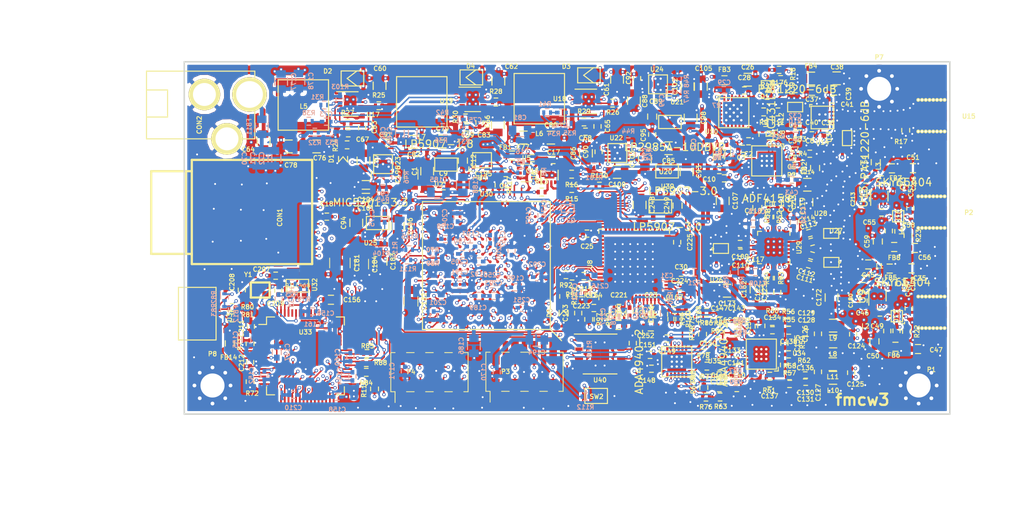
<source format=kicad_pcb>
(kicad_pcb (version 20171130) (host pcbnew no-vcs-found-5ecfd32~61~ubuntu16.04.1)
  (layers (0 F.Cu signal) (1 In1.Cu signal) (2 In2.Cu signal) (31 B.Cu signal) (34 B.Paste user) (35 F.Paste user) (36 B.SilkS user) (37 F.SilkS user) (38 B.Mask user hide) (39 F.Mask user hide) (44 Edge.Cuts user))
  (net 0 "")
  (net 1 "Net-(U14-Pad11)")
  (net 2 "Net-(U15-Pad1)")
  (net 3 "Net-(U3-Pad2)")
  (net 4 "Net-(R17-Pad2)")
  (net 5 "Net-(R22-Pad1)")
  (net 6 GND)
  (net 7 "Net-(C48-Pad1)")
  (net 8 "Net-(C46-Pad1)")
  (net 9 "Net-(L2-Pad1)")
  (net 10 "Net-(L4-Pad1)")
  (net 11 "Net-(C55-Pad1)")
  (net 12 "Net-(C57-Pad1)")
  (net 13 "Net-(R23-Pad1)")
  (net 14 "Net-(R9-Pad2)")
  (net 15 "Net-(C26-Pad1)")
  (net 16 "Net-(C29-Pad1)")
  (net 17 "Net-(C145-Pad1)")
  (net 18 "Net-(R64-Pad2)")
  (net 19 /3V3A)
  (net 20 "Net-(R65-Pad1)")
  (net 21 "Net-(C146-Pad1)")
  (net 22 /ADC2-)
  (net 23 /ADC_VCM1)
  (net 24 /ADC1+)
  (net 25 /ADC1-)
  (net 26 "Net-(R63-Pad1)")
  (net 27 "Net-(C147-Pad1)")
  (net 28 "Net-(R66-Pad2)")
  (net 29 /ADC_VCM2)
  (net 30 /ADC2+)
  (net 31 "Net-(C144-Pad1)")
  (net 32 "Net-(C137-Pad1)")
  (net 33 "Net-(C143-Pad2)")
  (net 34 "Net-(C134-Pad1)")
  (net 35 "Net-(C134-Pad2)")
  (net 36 "Net-(C137-Pad2)")
  (net 37 "Net-(C140-Pad2)")
  (net 38 "Net-(C141-Pad2)")
  (net 39 "Net-(C142-Pad2)")
  (net 40 "Net-(C135-Pad1)")
  (net 41 "Net-(C135-Pad2)")
  (net 42 "Net-(C136-Pad1)")
  (net 43 "Net-(C136-Pad2)")
  (net 44 "Net-(C8-Pad2)")
  (net 45 "Net-(C11-Pad2)")
  (net 46 /ADC_CE)
  (net 47 /ADF_CLK)
  (net 48 /ADF_DATA)
  (net 49 /ADF_LE)
  (net 50 /ADF_MUXOUT)
  (net 51 "Net-(R2-Pad2)")
  (net 52 "Net-(C6-Pad1)")
  (net 53 "Net-(R1-Pad1)")
  (net 54 /ADF_TXDATA)
  (net 55 "Net-(C10-Pad1)")
  (net 56 /fpga/usb/USB_5V)
  (net 57 /fpga/usb/USBDP)
  (net 58 /fpga/usb/USBDM)
  (net 59 /fpga/TDO)
  (net 60 /fpga/SPI_MOSI)
  (net 61 /fpga/CCLK)
  (net 62 "Net-(P9-Pad1)")
  (net 63 /fpga/TDI)
  (net 64 /fpga/TMS)
  (net 65 /fpga/TCK)
  (net 66 /fpga/SPI_DIN)
  (net 67 "Net-(D2-Pad1)")
  (net 68 /1V0)
  (net 69 /3V6)
  (net 70 "Net-(D3-Pad1)")
  (net 71 "Net-(D4-Pad1)")
  (net 72 /power/5V6)
  (net 73 /tx/BSW)
  (net 74 "Net-(C55-Pad2)")
  (net 75 "Net-(C52-Pad1)")
  (net 76 "Net-(C42-Pad1)")
  (net 77 "Net-(C46-Pad2)")
  (net 78 /fpga/usb/EECS)
  (net 79 /fpga/usb/EEDATA)
  (net 80 /fpga/usb/DO)
  (net 81 /3V3D)
  (net 82 /10V)
  (net 83 "Net-(C95-Pad1)")
  (net 84 /power/12V)
  (net 85 /fpga/adc/3V0)
  (net 86 "Net-(R5-Pad1)")
  (net 87 "Net-(R6-Pad1)")
  (net 88 /3V0)
  (net 89 "Net-(C99-Pad2)")
  (net 90 "Net-(C92-Pad1)")
  (net 91 "Net-(C90-Pad1)")
  (net 92 "Net-(C96-Pad2)")
  (net 93 /5V)
  (net 94 /1V8)
  (net 95 "Net-(C97-Pad2)")
  (net 96 "Net-(C91-Pad1)")
  (net 97 "Net-(D6-Pad2)")
  (net 98 "Net-(R84-Pad2)")
  (net 99 "Net-(R85-Pad2)")
  (net 100 "Net-(R88-Pad2)")
  (net 101 "Net-(R91-Pad2)")
  (net 102 "Net-(R93-Pad1)")
  (net 103 "Net-(R25-Pad1)")
  (net 104 "Net-(R81-Pad1)")
  (net 105 "Net-(R82-Pad2)")
  (net 106 "Net-(R80-Pad1)")
  (net 107 "Net-(R20-Pad1)")
  (net 108 "Net-(R21-Pad1)")
  (net 109 "Net-(C49-Pad1)")
  (net 110 "Net-(C58-Pad1)")
  (net 111 "Net-(D1-Pad2)")
  (net 112 "Net-(C67-Pad1)")
  (net 113 "Net-(C63-Pad1)")
  (net 114 "Net-(R69-Pad2)")
  (net 115 "Net-(C142-Pad1)")
  (net 116 "Net-(C141-Pad1)")
  (net 117 "Net-(C140-Pad1)")
  (net 118 /fpga/M0)
  (net 119 "Net-(R130-Pad1)")
  (net 120 /fpga/SPI_CS)
  (net 121 /fpga/INIT_B)
  (net 122 /fpga/M2)
  (net 123 /fpga/M1)
  (net 124 /fpga/PROGRAM_B)
  (net 125 "Net-(R16-Pad2)")
  (net 126 "Net-(C129-Pad1)")
  (net 127 "Net-(C130-Pad1)")
  (net 128 /if/IF2+)
  (net 129 /if/IF2-)
  (net 130 /if/IF1+)
  (net 131 /if/IF1-)
  (net 132 "Net-(R49-Pad2)")
  (net 133 "Net-(R26-Pad1)")
  (net 134 "Net-(C128-Pad1)")
  (net 135 "Net-(C75-Pad1)")
  (net 136 "Net-(C74-Pad1)")
  (net 137 "Net-(C73-Pad1)")
  (net 138 "Net-(C143-Pad1)")
  (net 139 "Net-(C131-Pad1)")
  (net 140 "Net-(C32-Pad1)")
  (net 141 "Net-(C66-Pad2)")
  (net 142 "Net-(C68-Pad1)")
  (net 143 "Net-(C65-Pad1)")
  (net 144 "Net-(C66-Pad1)")
  (net 145 "Net-(C69-Pad1)")
  (net 146 /power/SYNC)
  (net 147 "Net-(R31-Pad2)")
  (net 148 "Net-(C63-Pad2)")
  (net 149 "Net-(C65-Pad2)")
  (net 150 "Net-(R28-Pad1)")
  (net 151 "Net-(C10-Pad2)")
  (net 152 "Net-(C11-Pad1)")
  (net 153 "Net-(R11-Pad2)")
  (net 154 "Net-(R15-Pad2)")
  (net 155 "Net-(R13-Pad2)")
  (net 156 "Net-(R11-Pad1)")
  (net 157 "Net-(C16-Pad1)")
  (net 158 "Net-(C13-Pad1)")
  (net 159 "Net-(R8-Pad1)")
  (net 160 /LO)
  (net 161 "Net-(C37-Pad2)")
  (net 162 "Net-(C13-Pad2)")
  (net 163 /1V8_OSC)
  (net 164 /fpga/RXF#)
  (net 165 /MIX_ENBL)
  (net 166 /fpga/OF1)
  (net 167 /fpga/TXE#)
  (net 168 /fpga/CARD_DETECT)
  (net 169 /fpga/OF2)
  (net 170 /fpga/WR)
  (net 171 /fpga/RD#)
  (net 172 /fpga/D11)
  (net 173 /fpga/D10)
  (net 174 /fpga/D9)
  (net 175 /fpga/D8)
  (net 176 /fpga/D6)
  (net 177 /fpga/D7)
  (net 178 /fpga/FT_D7)
  (net 179 /fpga/D3)
  (net 180 /fpga/D4)
  (net 181 /fpga/D5)
  (net 182 /fpga/FT_D6)
  (net 183 /fpga/FT_D4)
  (net 184 /fpga/D2)
  (net 185 /fpga/D1)
  (net 186 /fpga/FT_D5)
  (net 187 /fpga/FT_D3)
  (net 188 /fpga/D0)
  (net 189 /fpga/FT_D2)
  (net 190 /fpga/FT_D0)
  (net 191 /fpga/FT_D1)
  (net 192 /fpga/SD_CLK)
  (net 193 /fpga/ADC_OE1)
  (net 194 /fpga/ADC_SHDN1)
  (net 195 /fpga/ADC_OE2)
  (net 196 /fpga/SD_DAT2)
  (net 197 /fpga/ADC_SHDN2)
  (net 198 /fpga/SD_DAT3)
  (net 199 /fpga/SD_DAT1)
  (net 200 /fpga/SD_DAT0)
  (net 201 /fpga/SD_CMD)
  (net 202 "Net-(C64-Pad1)")
  (net 203 "Net-(C127-Pad2)")
  (net 204 "Net-(C127-Pad1)")
  (net 205 "Net-(C126-Pad2)")
  (net 206 "Net-(C126-Pad1)")
  (net 207 "Net-(C110-Pad2)")
  (net 208 "Net-(C110-Pad1)")
  (net 209 "Net-(C209-Pad1)")
  (net 210 /RF2)
  (net 211 "Net-(C114-Pad2)")
  (net 212 "Net-(C114-Pad1)")
  (net 213 "Net-(C113-Pad1)")
  (net 214 "Net-(C113-Pad2)")
  (net 215 "Net-(C112-Pad2)")
  (net 216 "Net-(C112-Pad1)")
  (net 217 "Net-(C111-Pad1)")
  (net 218 "Net-(C111-Pad2)")
  (net 219 "Net-(C109-Pad2)")
  (net 220 "Net-(C109-Pad1)")
  (net 221 /RF1)
  (net 222 "Net-(C208-Pad1)")
  (net 223 "Net-(R71-Pad1)")
  (net 224 "Net-(R72-Pad1)")
  (net 225 /fpga/SIWUA)
  (net 226 /fpga/CLKOUT)
  (net 227 /fpga/OE#)
  (net 228 "Net-(C157-Pad1)")
  (net 229 /fpga/usb/1V8)
  (net 230 "Net-(C155-Pad1)")
  (net 231 /fpga/usb/EECLK)
  (net 232 /mixer/5VF)
  (net 233 "Net-(U12-Pad1)")
  (net 234 "Net-(C167-Pad2)")
  (net 235 "Net-(C164-Pad2)")
  (net 236 "Net-(C166-Pad2)")
  (net 237 "Net-(C163-Pad2)")
  (net 238 /ADF_REF)
  (net 239 /ADC_REF)
  (net 240 /FPGA_REF)
  (net 241 /fpga/adc/REFLA)
  (net 242 /fpga/adc/REFHA)
  (net 243 /fpga/adc/REFLB)
  (net 244 /fpga/adc/REFHB)
  (net 245 /PA_OFF)
  (net 246 "Net-(R101-Pad1)")
  (net 247 /fpga/EXT1_6)
  (net 248 /fpga/EXT1_5)
  (net 249 /fpga/EXT1_4)
  (net 250 /fpga/EXT1_3)
  (net 251 /fpga/EXT1_2)
  (net 252 /fpga/EXT1_1)
  (net 253 /fpga/EXT2_4)
  (net 254 /fpga/EXT2_1)
  (net 255 /fpga/EXT2_6)
  (net 256 /fpga/EXT2_3)
  (net 257 /fpga/EXT2_5)
  (net 258 /fpga/EXT2_2)
  (net 259 /fpga/ADF_DONE)
  (net 260 "Net-(R104-Pad2)")
  (net 261 "Net-(C175-Pad1)")
  (net 262 /fpga/FT_SUSPEND)
  (net 263 "Net-(C179-Pad1)")
  (net 264 "Net-(C206-Pad1)")
  (net 265 "Net-(P6-Pad1)")
  (net 266 VCC)
  (net 267 /fpga/LED)
  (module fmcw3:C_0805b (layer F.Cu) (at 203.425 96.175 90)
    (fp_text reference C215 (at 0 -1.675 90) (layer F.SilkS) (effects (font (size 0.5 0.5) (thickness 0.125))))
    (fp_text value DNP)
    (pad 2 smd rect (at 1 0 90) (size 1 1.25) (layers F.Cu F.Paste F.Mask) (net 93 /5V))
    (pad 1 smd rect (at -1 0 90) (size 1 1.25) (layers F.Cu F.Paste F.Mask) (net 6 GND))
  )
  (module Capacitor_SMD:C_1210_3225Metric (layer F.Cu) (at 141.39338 104.256234 270)
    (fp_text reference C181 (at 0 -2.25 270) (layer F.SilkS) (effects (font (size 0.6 0.6) (thickness 0.125))))
    (fp_text value 100u)
    (pad 2 smd rect (at 1.505 0 270) (size 1.07 2.7) (layers F.Cu F.Paste F.Mask) (net 6 GND))
    (pad 1 smd rect (at -1.505 0 270) (size 1.07 2.7) (layers F.Cu F.Paste F.Mask) (net 68 /1V0))
  )
  (module Capacitor_SMD:C_1206_3216Metric (layer F.Cu) (at 150.86 92.48 90)
    (fp_text reference C196 (at 0 -1.75 90) (layer F.SilkS) (effects (font (size 0.6 0.6) (thickness 0.125))))
    (fp_text value 47u)
    (pad 2 smd rect (at 1.505 0 90) (size 1.07 1.8) (layers F.Cu F.Paste F.Mask) (net 6 GND))
    (pad 1 smd rect (at -1.505 0 90) (size 1.07 1.8) (layers F.Cu F.Paste F.Mask) (net 81 /3V3D))
  )
  (module Capacitor_SMD:C_1206_3216Metric (layer F.Cu) (at 144.29338 104.406234 270)
    (fp_text reference C184 (at 0 -1.75 270) (layer F.SilkS) (effects (font (size 0.6 0.6) (thickness 0.125))))
    (fp_text value 47u)
    (pad 2 smd rect (at 1.505 0 270) (size 1.07 1.8) (layers F.Cu F.Paste F.Mask) (net 6 GND))
    (pad 1 smd rect (at -1.505 0 270) (size 1.07 1.8) (layers F.Cu F.Paste F.Mask) (net 68 /1V0))
  )
  (module Capacitor_SMD:C_1206_3216Metric (layer F.Cu) (at 150.85 109.35 270)
    (fp_text reference C182 (at 0 -1.75 270) (layer F.SilkS) (effects (font (size 0.6 0.6) (thickness 0.125))))
    (fp_text value 47u)
    (pad 2 smd rect (at 1.505 0 270) (size 1.07 1.8) (layers F.Cu F.Paste F.Mask) (net 6 GND))
    (pad 1 smd rect (at -1.505 0 270) (size 1.07 1.8) (layers F.Cu F.Paste F.Mask) (net 94 /1V8))
  )
  (module Package_TO_SOT_SMD:SOT-353_SC-70-5 (layer F.Cu) (at 192.2 89.45 90)
    (fp_text reference U7 (at -0.05 0 180) (layer F.SilkS) (effects (font (size 0.6 0.6) (thickness 0.125))))
    (fp_text value TLV172DCK)
    (pad 5 smd rect (at 0.95 -0.65 90) (size 0.65 0.4) (layers F.Cu F.Paste F.Mask) (net 82 /10V))
    (pad 4 smd rect (at 0.95 0.65 90) (size 0.65 0.4) (layers F.Cu F.Paste F.Mask) (net 87 "Net-(R6-Pad1)"))
    (pad 2 smd rect (at -0.95 0 90) (size 0.65 0.4) (layers F.Cu F.Paste F.Mask) (net 6 GND))
    (pad 3 smd rect (at -0.95 0.65 90) (size 0.65 0.4) (layers F.Cu F.Paste F.Mask) (net 86 "Net-(R5-Pad1)"))
    (pad 1 smd rect (at -0.95 -0.65 90) (size 0.65 0.4) (layers F.Cu F.Paste F.Mask) (net 55 "Net-(C10-Pad1)"))
  )
  (module Package_TO_SOT_SMD:SOT-353_SC-70-5 (layer F.Cu) (at 166.2 92.3)
    (fp_text reference U5 (at 0 -2) (layer F.SilkS) (effects (font (size 0.6 0.6) (thickness 0.125))))
    (fp_text value NC7S04P5X)
    (pad 5 smd rect (at 0.95 -0.65) (size 0.65 0.4) (layers F.Cu F.Paste F.Mask) (net 266 VCC))
    (pad 4 smd rect (at 0.95 0.65) (size 0.65 0.4) (layers F.Cu F.Paste F.Mask) (net 159 "Net-(R8-Pad1)"))
    (pad 2 smd rect (at -0.95 0) (size 0.65 0.4) (layers F.Cu F.Paste F.Mask) (net 158 "Net-(C13-Pad1)"))
    (pad 3 smd rect (at -0.95 0.65) (size 0.65 0.4) (layers F.Cu F.Paste F.Mask) (net 6 GND))
    (pad 1 smd rect (at -0.95 -0.65) (size 0.65 0.4) (layers F.Cu F.Paste F.Mask))
  )
  (module Package_DFN_QFN:QFN-24-1EP_4x4mm_P0.5mm_EP2.6x2.6mm (layer F.Cu) (at 199.085 102.205 270)
    (fp_text reference U29 (at 0 -3.375 270) (layer F.SilkS) (effects (font (size 0.6 0.6) (thickness 0.125))))
    (fp_text value ADL5802)
    (pad 25 smd rect (at 0 0 270) (size 2.6 2.6) (layers F.Cu F.Mask) (net 6 GND))
    (pad 24 smd rect (at -1.25 -1.95) (size 0.85 0.3) (layers F.Cu F.Paste F.Mask) (net 232 /mixer/5VF))
    (pad 23 smd rect (at -0.75 -1.95) (size 0.85 0.3) (layers F.Cu F.Paste F.Mask) (net 212 "Net-(C114-Pad1)"))
    (pad 22 smd rect (at -0.25 -1.95) (size 0.85 0.3) (layers F.Cu F.Paste F.Mask) (net 213 "Net-(C113-Pad1)"))
    (pad 21 smd rect (at 0.25 -1.95) (size 0.85 0.3) (layers F.Cu F.Paste F.Mask) (net 6 GND))
    (pad 20 smd rect (at 0.75 -1.95) (size 0.85 0.3) (layers F.Cu F.Paste F.Mask) (net 216 "Net-(C112-Pad1)"))
    (pad 19 smd rect (at 1.25 -1.95) (size 0.85 0.3) (layers F.Cu F.Paste F.Mask) (net 217 "Net-(C111-Pad1)"))
    (pad 18 smd rect (at 1.95 -1.25 270) (size 0.85 0.3) (layers F.Cu F.Paste F.Mask) (net 6 GND))
    (pad 17 smd rect (at 1.95 -0.75 270) (size 0.85 0.3) (layers F.Cu F.Paste F.Mask) (net 6 GND))
    (pad 16 smd rect (at 1.95 -0.25 270) (size 0.85 0.3) (layers F.Cu F.Paste F.Mask) (net 128 /if/IF2+))
    (pad 15 smd rect (at 1.95 0.25 270) (size 0.85 0.3) (layers F.Cu F.Paste F.Mask) (net 129 /if/IF2-))
    (pad 14 smd rect (at 1.95 0.75 270) (size 0.85 0.3) (layers F.Cu F.Paste F.Mask) (net 6 GND))
    (pad 13 smd rect (at 1.95 1.25 270) (size 0.85 0.3) (layers F.Cu F.Paste F.Mask) (net 232 /mixer/5VF))
    (pad 12 smd rect (at 1.25 1.95) (size 0.85 0.3) (layers F.Cu F.Paste F.Mask) (net 132 "Net-(R49-Pad2)"))
    (pad 11 smd rect (at 0.75 1.95) (size 0.85 0.3) (layers F.Cu F.Paste F.Mask) (net 6 GND))
    (pad 10 smd rect (at 0.25 1.95) (size 0.85 0.3) (layers F.Cu F.Paste F.Mask) (net 208 "Net-(C110-Pad1)"))
    (pad 9 smd rect (at -0.25 1.95) (size 0.85 0.3) (layers F.Cu F.Paste F.Mask) (net 220 "Net-(C109-Pad1)"))
    (pad 8 smd rect (at -0.75 1.95) (size 0.85 0.3) (layers F.Cu F.Paste F.Mask) (net 6 GND))
    (pad 7 smd rect (at -1.25 1.95) (size 0.85 0.3) (layers F.Cu F.Paste F.Mask) (net 165 /MIX_ENBL))
    (pad 6 smd rect (at -1.95 1.25 270) (size 0.85 0.3) (layers F.Cu F.Paste F.Mask) (net 232 /mixer/5VF))
    (pad 5 smd rect (at -1.95 0.75 270) (size 0.85 0.3) (layers F.Cu F.Paste F.Mask) (net 6 GND))
    (pad 4 smd rect (at -1.95 0.25 270) (size 0.85 0.3) (layers F.Cu F.Paste F.Mask) (net 130 /if/IF1+))
    (pad 3 smd rect (at -1.95 -0.25 270) (size 0.85 0.3) (layers F.Cu F.Paste F.Mask) (net 131 /if/IF1-))
    (pad 2 smd rect (at -1.95 -0.75 270) (size 0.85 0.3) (layers F.Cu F.Paste F.Mask) (net 6 GND))
    (pad 1 smd rect (at -1.95 -1.25 270) (size 0.85 0.3) (layers F.Cu F.Paste F.Mask) (net 6 GND))
  )
  (module Package_DFN_QFN:DFN-S-8-1EP_6x5mm_P1.27mm (layer F.Cu) (at 175.99 116.36)
    (fp_text reference U40 (at -0.015 3.465) (layer F.SilkS) (effects (font (size 0.6 0.6) (thickness 0.125))))
    (fp_text value W25Q32JV)
    (pad 9 smd rect (at -0.6 -1.5375) (size 1.2 1.025) (layers F.Cu F.Paste F.Mask) (net 6 GND))
    (pad 9 smd rect (at -0.6 -0.5125) (size 1.2 1.025) (layers F.Cu F.Paste F.Mask) (net 6 GND))
    (pad 9 smd rect (at -0.6 0.512499) (size 1.2 1.025) (layers F.Cu F.Paste F.Mask) (net 6 GND))
    (pad 9 smd rect (at -0.6 1.5375) (size 1.2 1.025) (layers F.Cu F.Paste F.Mask) (net 6 GND))
    (pad 9 smd rect (at 0.6 -1.5375) (size 1.2 1.025) (layers F.Cu F.Paste F.Mask) (net 6 GND))
    (pad 9 smd rect (at 0.6 -0.5125) (size 1.2 1.025) (layers F.Cu F.Paste F.Mask) (net 6 GND))
    (pad 9 smd rect (at 0.6 0.512499) (size 1.2 1.025) (layers F.Cu F.Paste F.Mask) (net 6 GND))
    (pad 9 smd rect (at 0.6 1.5375) (size 1.2 1.025) (layers F.Cu F.Paste F.Mask) (net 6 GND))
    (pad 8 smd oval (at 2.8 -1.905) (size 1.1 0.45) (layers F.Cu F.Paste F.Mask) (net 81 /3V3D))
    (pad 7 smd oval (at 2.8 -0.635) (size 1.1 0.45) (layers F.Cu F.Paste F.Mask) (net 81 /3V3D))
    (pad 6 smd oval (at 2.8 0.635) (size 1.1 0.45) (layers F.Cu F.Paste F.Mask) (net 61 /fpga/CCLK))
    (pad 5 smd oval (at 2.8 1.905) (size 1.1 0.45) (layers F.Cu F.Paste F.Mask) (net 60 /fpga/SPI_MOSI))
    (pad 4 smd oval (at -2.8 1.905) (size 1.1 0.45) (layers F.Cu F.Paste F.Mask) (net 6 GND))
    (pad 3 smd oval (at -2.8 0.635) (size 1.1 0.45) (layers F.Cu F.Paste F.Mask) (net 81 /3V3D))
    (pad 2 smd oval (at -2.8 -0.635) (size 1.1 0.45) (layers F.Cu F.Paste F.Mask) (net 66 /fpga/SPI_DIN))
    (pad 1 smd oval (at -2.8 -1.905) (size 1.1 0.45) (layers F.Cu F.Paste F.Mask) (net 120 /fpga/SPI_CS))
  )
  (module Package_DFN_QFN:DFN-8-1EP_3x3mm_P0.5mm_EP1.66x2.38mm (layer F.Cu) (at 142.77 83.11)
    (fp_text reference U17 (at 3.03 1.415) (layer F.SilkS) (effects (font (size 0.6 0.6) (thickness 0.125))))
    (fp_text value L7980)
    (pad 9 smd rect (at 0 0) (size 1.66 2.38) (layers F.Cu F.Mask) (net 6 GND))
    (pad 8 smd rect (at 1.4 -0.75) (size 0.7 0.25) (layers F.Cu F.Paste F.Mask) (net 84 /power/12V))
    (pad 7 smd rect (at 1.4 -0.25) (size 0.7 0.25) (layers F.Cu F.Paste F.Mask) (net 6 GND))
    (pad 6 smd rect (at 1.4 0.25) (size 0.7 0.25) (layers F.Cu F.Paste F.Mask) (net 103 "Net-(R25-Pad1)"))
    (pad 5 smd rect (at 1.4 0.75) (size 0.7 0.25) (layers F.Cu F.Paste F.Mask) (net 148 "Net-(C63-Pad2)"))
    (pad 4 smd rect (at -1.4 0.75) (size 0.7 0.25) (layers F.Cu F.Paste F.Mask) (net 112 "Net-(C67-Pad1)"))
    (pad 3 smd rect (at -1.4 0.25) (size 0.7 0.25) (layers F.Cu F.Paste F.Mask) (net 246 "Net-(R101-Pad1)"))
    (pad 2 smd rect (at -1.4 -0.25) (size 0.7 0.25) (layers F.Cu F.Paste F.Mask) (net 147 "Net-(R31-Pad2)"))
    (pad 1 smd rect (at -1.4 -0.75) (size 0.7 0.25) (layers F.Cu F.Paste F.Mask) (net 67 "Net-(D2-Pad1)"))
  )
  (module Package_DFN_QFN:DFN-8-1EP_3x3mm_P0.5mm_EP1.66x2.38mm (layer F.Cu) (at 174.48 82.77)
    (fp_text reference U18 (at -3.855 -0.345) (layer F.SilkS) (effects (font (size 0.6 0.6) (thickness 0.125))))
    (fp_text value L7980)
    (pad 9 smd rect (at 0 0) (size 1.66 2.38) (layers F.Cu F.Mask) (net 6 GND))
    (pad 8 smd rect (at 1.4 -0.75) (size 0.7 0.25) (layers F.Cu F.Paste F.Mask) (net 84 /power/12V))
    (pad 7 smd rect (at 1.4 -0.25) (size 0.7 0.25) (layers F.Cu F.Paste F.Mask) (net 6 GND))
    (pad 6 smd rect (at 1.4 0.25) (size 0.7 0.25) (layers F.Cu F.Paste F.Mask) (net 133 "Net-(R26-Pad1)"))
    (pad 5 smd rect (at 1.4 0.75) (size 0.7 0.25) (layers F.Cu F.Paste F.Mask) (net 149 "Net-(C65-Pad2)"))
    (pad 4 smd rect (at -1.4 0.75) (size 0.7 0.25) (layers F.Cu F.Paste F.Mask) (net 142 "Net-(C68-Pad1)"))
    (pad 3 smd rect (at -1.4 0.25) (size 0.7 0.25) (layers F.Cu F.Paste F.Mask) (net 84 /power/12V))
    (pad 2 smd rect (at -1.4 -0.25) (size 0.7 0.25) (layers F.Cu F.Paste F.Mask) (net 146 /power/SYNC))
    (pad 1 smd rect (at -1.4 -0.75) (size 0.7 0.25) (layers F.Cu F.Paste F.Mask) (net 70 "Net-(D3-Pad1)"))
  )
  (module Package_DFN_QFN:DFN-8-1EP_3x3mm_P0.5mm_EP1.66x2.38mm (layer F.Cu) (at 159.05 82.5)
    (fp_text reference U19 (at -3.5 0.2) (layer F.SilkS) (effects (font (size 0.6 0.6) (thickness 0.125))))
    (fp_text value L7980)
    (pad 9 smd rect (at 0 0) (size 1.66 2.38) (layers F.Cu F.Mask) (net 6 GND))
    (pad 8 smd rect (at 1.4 -0.75) (size 0.7 0.25) (layers F.Cu F.Paste F.Mask) (net 84 /power/12V))
    (pad 7 smd rect (at 1.4 -0.25) (size 0.7 0.25) (layers F.Cu F.Paste F.Mask) (net 6 GND))
    (pad 6 smd rect (at 1.4 0.25) (size 0.7 0.25) (layers F.Cu F.Paste F.Mask) (net 150 "Net-(R28-Pad1)"))
    (pad 5 smd rect (at 1.4 0.75) (size 0.7 0.25) (layers F.Cu F.Paste F.Mask) (net 141 "Net-(C66-Pad2)"))
    (pad 4 smd rect (at -1.4 0.75) (size 0.7 0.25) (layers F.Cu F.Paste F.Mask) (net 145 "Net-(C69-Pad1)"))
    (pad 3 smd rect (at -1.4 0.25) (size 0.7 0.25) (layers F.Cu F.Paste F.Mask) (net 84 /power/12V))
    (pad 2 smd rect (at -1.4 -0.25) (size 0.7 0.25) (layers F.Cu F.Paste F.Mask) (net 146 /power/SYNC))
    (pad 1 smd rect (at -1.4 -0.75) (size 0.7 0.25) (layers F.Cu F.Paste F.Mask) (net 71 "Net-(D4-Pad1)"))
  )
  (module Package_DFN_QFN:QFN-64-1EP_9x9mm_P0.5mm_EP7.35x7.35mm (layer F.Cu) (at 180.525536 104.445694 90)
    (fp_text reference U8 (at 0 -5.875 90) (layer F.SilkS) (effects (font (size 0.6 0.6) (thickness 0.125))))
    (fp_text value LTC2292)
    (pad 65 smd rect (at 0 0 90) (size 7.35 7.35) (layers F.Cu F.Mask) (net 6 GND))
    (pad 64 smd rect (at -3.75 -4.45 180) (size 0.85 0.3) (layers F.Cu F.Paste F.Mask) (net 6 GND))
    (pad 63 smd rect (at -3.25 -4.45 180) (size 0.85 0.3) (layers F.Cu F.Paste F.Mask) (net 85 /fpga/adc/3V0))
    (pad 62 smd rect (at -2.75 -4.45 180) (size 0.85 0.3) (layers F.Cu F.Paste F.Mask) (net 102 "Net-(R93-Pad1)"))
    (pad 61 smd rect (at -2.25 -4.45 180) (size 0.85 0.3) (layers F.Cu F.Paste F.Mask) (net 23 /ADC_VCM1))
    (pad 60 smd rect (at -1.75 -4.45 180) (size 0.85 0.3) (layers F.Cu F.Paste F.Mask) (net 101 "Net-(R91-Pad2)"))
    (pad 59 smd rect (at -1.25 -4.45 180) (size 0.85 0.3) (layers F.Cu F.Paste F.Mask) (net 194 /fpga/ADC_SHDN1))
    (pad 58 smd rect (at -0.75 -4.45 180) (size 0.85 0.3) (layers F.Cu F.Paste F.Mask) (net 193 /fpga/ADC_OE1))
    (pad 57 smd rect (at -0.25 -4.45 180) (size 0.85 0.3) (layers F.Cu F.Paste F.Mask) (net 166 /fpga/OF1))
    (pad 56 smd rect (at 0.25 -4.45 180) (size 0.85 0.3) (layers F.Cu F.Paste F.Mask) (net 172 /fpga/D11))
    (pad 55 smd rect (at 0.75 -4.45 180) (size 0.85 0.3) (layers F.Cu F.Paste F.Mask) (net 173 /fpga/D10))
    (pad 54 smd rect (at 1.25 -4.45 180) (size 0.85 0.3) (layers F.Cu F.Paste F.Mask) (net 174 /fpga/D9))
    (pad 53 smd rect (at 1.75 -4.45 180) (size 0.85 0.3) (layers F.Cu F.Paste F.Mask) (net 175 /fpga/D8))
    (pad 52 smd rect (at 2.25 -4.45 180) (size 0.85 0.3) (layers F.Cu F.Paste F.Mask) (net 177 /fpga/D7))
    (pad 51 smd rect (at 2.75 -4.45 180) (size 0.85 0.3) (layers F.Cu F.Paste F.Mask) (net 176 /fpga/D6))
    (pad 50 smd rect (at 3.25 -4.45 180) (size 0.85 0.3) (layers F.Cu F.Paste F.Mask) (net 6 GND))
    (pad 49 smd rect (at 3.75 -4.45 180) (size 0.85 0.3) (layers F.Cu F.Paste F.Mask) (net 81 /3V3D))
    (pad 48 smd rect (at 4.45 -3.75 90) (size 0.85 0.3) (layers F.Cu F.Paste F.Mask) (net 181 /fpga/D5))
    (pad 47 smd rect (at 4.45 -3.25 90) (size 0.85 0.3) (layers F.Cu F.Paste F.Mask) (net 180 /fpga/D4))
    (pad 46 smd rect (at 4.45 -2.75 90) (size 0.85 0.3) (layers F.Cu F.Paste F.Mask) (net 179 /fpga/D3))
    (pad 45 smd rect (at 4.45 -2.25 90) (size 0.85 0.3) (layers F.Cu F.Paste F.Mask) (net 184 /fpga/D2))
    (pad 44 smd rect (at 4.45 -1.75 90) (size 0.85 0.3) (layers F.Cu F.Paste F.Mask) (net 185 /fpga/D1))
    (pad 43 smd rect (at 4.45 -1.25 90) (size 0.85 0.3) (layers F.Cu F.Paste F.Mask) (net 188 /fpga/D0))
    (pad 42 smd rect (at 4.45 -0.75 90) (size 0.85 0.3) (layers F.Cu F.Paste F.Mask))
    (pad 41 smd rect (at 4.45 -0.25 90) (size 0.85 0.3) (layers F.Cu F.Paste F.Mask))
    (pad 40 smd rect (at 4.45 0.25 90) (size 0.85 0.3) (layers F.Cu F.Paste F.Mask) (net 169 /fpga/OF2))
    (pad 39 smd rect (at 4.45 0.75 90) (size 0.85 0.3) (layers F.Cu F.Paste F.Mask))
    (pad 38 smd rect (at 4.45 1.25 90) (size 0.85 0.3) (layers F.Cu F.Paste F.Mask))
    (pad 37 smd rect (at 4.45 1.75 90) (size 0.85 0.3) (layers F.Cu F.Paste F.Mask))
    (pad 36 smd rect (at 4.45 2.25 90) (size 0.85 0.3) (layers F.Cu F.Paste F.Mask))
    (pad 35 smd rect (at 4.45 2.75 90) (size 0.85 0.3) (layers F.Cu F.Paste F.Mask))
    (pad 34 smd rect (at 4.45 3.25 90) (size 0.85 0.3) (layers F.Cu F.Paste F.Mask))
    (pad 33 smd rect (at 4.45 3.75 90) (size 0.85 0.3) (layers F.Cu F.Paste F.Mask))
    (pad 32 smd rect (at 3.75 4.45 180) (size 0.85 0.3) (layers F.Cu F.Paste F.Mask) (net 81 /3V3D))
    (pad 31 smd rect (at 3.25 4.45 180) (size 0.85 0.3) (layers F.Cu F.Paste F.Mask) (net 6 GND))
    (pad 30 smd rect (at 2.75 4.45 180) (size 0.85 0.3) (layers F.Cu F.Paste F.Mask))
    (pad 29 smd rect (at 2.25 4.45 180) (size 0.85 0.3) (layers F.Cu F.Paste F.Mask))
    (pad 28 smd rect (at 1.75 4.45 180) (size 0.85 0.3) (layers F.Cu F.Paste F.Mask))
    (pad 27 smd rect (at 1.25 4.45 180) (size 0.85 0.3) (layers F.Cu F.Paste F.Mask))
    (pad 26 smd rect (at 0.75 4.45 180) (size 0.85 0.3) (layers F.Cu F.Paste F.Mask))
    (pad 25 smd rect (at 0.25 4.45 180) (size 0.85 0.3) (layers F.Cu F.Paste F.Mask))
    (pad 24 smd rect (at -0.25 4.45 180) (size 0.85 0.3) (layers F.Cu F.Paste F.Mask))
    (pad 23 smd rect (at -0.75 4.45 180) (size 0.85 0.3) (layers F.Cu F.Paste F.Mask) (net 195 /fpga/ADC_OE2))
    (pad 22 smd rect (at -1.25 4.45 180) (size 0.85 0.3) (layers F.Cu F.Paste F.Mask) (net 197 /fpga/ADC_SHDN2))
    (pad 21 smd rect (at -1.75 4.45 180) (size 0.85 0.3) (layers F.Cu F.Paste F.Mask) (net 108 "Net-(R21-Pad1)"))
    (pad 20 smd rect (at -2.25 4.45 180) (size 0.85 0.3) (layers F.Cu F.Paste F.Mask) (net 29 /ADC_VCM2))
    (pad 19 smd rect (at -2.75 4.45 180) (size 0.85 0.3) (layers F.Cu F.Paste F.Mask) (net 107 "Net-(R20-Pad1)"))
    (pad 18 smd rect (at -3.25 4.45 180) (size 0.85 0.3) (layers F.Cu F.Paste F.Mask) (net 85 /fpga/adc/3V0))
    (pad 17 smd rect (at -3.75 4.45 180) (size 0.85 0.3) (layers F.Cu F.Paste F.Mask) (net 6 GND))
    (pad 16 smd rect (at -4.45 3.75 90) (size 0.85 0.3) (layers F.Cu F.Paste F.Mask) (net 234 "Net-(C167-Pad2)"))
    (pad 15 smd rect (at -4.45 3.25 90) (size 0.85 0.3) (layers F.Cu F.Paste F.Mask) (net 236 "Net-(C166-Pad2)"))
    (pad 14 smd rect (at -4.45 2.75 90) (size 0.85 0.3) (layers F.Cu F.Paste F.Mask) (net 243 /fpga/adc/REFLB))
    (pad 13 smd rect (at -4.45 2.25 90) (size 0.85 0.3) (layers F.Cu F.Paste F.Mask) (net 243 /fpga/adc/REFLB))
    (pad 12 smd rect (at -4.45 1.75 90) (size 0.85 0.3) (layers F.Cu F.Paste F.Mask) (net 244 /fpga/adc/REFHB))
    (pad 11 smd rect (at -4.45 1.25 90) (size 0.85 0.3) (layers F.Cu F.Paste F.Mask) (net 244 /fpga/adc/REFHB))
    (pad 10 smd rect (at -4.45 0.75 90) (size 0.85 0.3) (layers F.Cu F.Paste F.Mask) (net 85 /fpga/adc/3V0))
    (pad 9 smd rect (at -4.45 0.25 90) (size 0.85 0.3) (layers F.Cu F.Paste F.Mask) (net 239 /ADC_REF))
    (pad 8 smd rect (at -4.45 -0.25 90) (size 0.85 0.3) (layers F.Cu F.Paste F.Mask) (net 239 /ADC_REF))
    (pad 7 smd rect (at -4.45 -0.75 90) (size 0.85 0.3) (layers F.Cu F.Paste F.Mask) (net 85 /fpga/adc/3V0))
    (pad 6 smd rect (at -4.45 -1.25 90) (size 0.85 0.3) (layers F.Cu F.Paste F.Mask) (net 241 /fpga/adc/REFLA))
    (pad 5 smd rect (at -4.45 -1.75 90) (size 0.85 0.3) (layers F.Cu F.Paste F.Mask) (net 241 /fpga/adc/REFLA))
    (pad 4 smd rect (at -4.45 -2.25 90) (size 0.85 0.3) (layers F.Cu F.Paste F.Mask) (net 242 /fpga/adc/REFHA))
    (pad 3 smd rect (at -4.45 -2.75 90) (size 0.85 0.3) (layers F.Cu F.Paste F.Mask) (net 242 /fpga/adc/REFHA))
    (pad 2 smd rect (at -4.45 -3.25 90) (size 0.85 0.3) (layers F.Cu F.Paste F.Mask) (net 235 "Net-(C164-Pad2)"))
    (pad 1 smd rect (at -4.45 -3.75 90) (size 0.85 0.3) (layers F.Cu F.Paste F.Mask) (net 237 "Net-(C163-Pad2)"))
  )
  (module Connector_PinHeader_2.54mm:PinHeader_2x04_P2.54mm_Vertical_SMD (layer F.Cu) (at 153.3 118.775 90)
    (fp_text reference P4 (at 0.03 -2.445 180) (layer F.SilkS) (effects (font (size 0.6 0.6) (thickness 0.125))))
    (fp_text value Conn_02x04_Odd_Even)
    (pad 8 smd rect (at 2.525 3.81 90) (size 3.15 1) (layers F.Cu F.Paste F.Mask) (net 247 /fpga/EXT1_6))
    (pad 7 smd rect (at -2.525 3.81 90) (size 3.15 1) (layers F.Cu F.Paste F.Mask) (net 250 /fpga/EXT1_3))
    (pad 6 smd rect (at 2.525 1.27 90) (size 3.15 1) (layers F.Cu F.Paste F.Mask) (net 248 /fpga/EXT1_5))
    (pad 5 smd rect (at -2.525 1.27 90) (size 3.15 1) (layers F.Cu F.Paste F.Mask) (net 251 /fpga/EXT1_2))
    (pad 4 smd rect (at 2.525 -1.27 90) (size 3.15 1) (layers F.Cu F.Paste F.Mask) (net 249 /fpga/EXT1_4))
    (pad 3 smd rect (at -2.525 -1.27 90) (size 3.15 1) (layers F.Cu F.Paste F.Mask) (net 252 /fpga/EXT1_1))
    (pad 2 smd rect (at 2.525 -3.81 90) (size 3.15 1) (layers F.Cu F.Paste F.Mask) (net 81 /3V3D))
    (pad 1 smd rect (at -2.525 -3.81 90) (size 3.15 1) (layers F.Cu F.Paste F.Mask) (net 6 GND))
  )
  (module Connector_PinHeader_2.54mm:PinHeader_2x04_P2.54mm_Vertical_SMD (layer F.Cu) (at 165.94 118.725 90)
    (fp_text reference P3 (at 0.025 -2.515 180) (layer F.SilkS) (effects (font (size 0.6 0.6) (thickness 0.125))))
    (fp_text value Conn_02x04_Odd_Even)
    (pad 8 smd rect (at 2.525 3.81 90) (size 3.15 1) (layers F.Cu F.Paste F.Mask) (net 255 /fpga/EXT2_6))
    (pad 7 smd rect (at -2.525 3.81 90) (size 3.15 1) (layers F.Cu F.Paste F.Mask) (net 256 /fpga/EXT2_3))
    (pad 6 smd rect (at 2.525 1.27 90) (size 3.15 1) (layers F.Cu F.Paste F.Mask) (net 257 /fpga/EXT2_5))
    (pad 5 smd rect (at -2.525 1.27 90) (size 3.15 1) (layers F.Cu F.Paste F.Mask) (net 258 /fpga/EXT2_2))
    (pad 4 smd rect (at 2.525 -1.27 90) (size 3.15 1) (layers F.Cu F.Paste F.Mask) (net 253 /fpga/EXT2_4))
    (pad 3 smd rect (at -2.525 -1.27 90) (size 3.15 1) (layers F.Cu F.Paste F.Mask) (net 254 /fpga/EXT2_1))
    (pad 2 smd rect (at 2.525 -3.81 90) (size 3.15 1) (layers F.Cu F.Paste F.Mask) (net 81 /3V3D))
    (pad 1 smd rect (at -2.525 -3.81 90) (size 3.15 1) (layers F.Cu F.Paste F.Mask) (net 6 GND))
  )
  (module Package_QFP:LQFP-64_10x10mm_P0.5mm (layer F.Cu) (at 136.81 116.61)
    (fp_text reference U33 (at 0 -3.16) (layer F.SilkS) (effects (font (size 0.6 0.6) (thickness 0.125))))
    (fp_text value FT2232H)
    (pad 64 smd rect (at -3.75 -5.7 90) (size 1 0.25) (layers F.Cu F.Paste F.Mask) (net 229 /fpga/usb/1V8))
    (pad 63 smd rect (at -3.25 -5.7 90) (size 1 0.25) (layers F.Cu F.Paste F.Mask) (net 78 /fpga/usb/EECS))
    (pad 62 smd rect (at -2.75 -5.7 90) (size 1 0.25) (layers F.Cu F.Paste F.Mask) (net 231 /fpga/usb/EECLK))
    (pad 61 smd rect (at -2.25 -5.7 90) (size 1 0.25) (layers F.Cu F.Paste F.Mask) (net 79 /fpga/usb/EEDATA))
    (pad 60 smd rect (at -1.75 -5.7 90) (size 1 0.25) (layers F.Cu F.Paste F.Mask))
    (pad 59 smd rect (at -1.25 -5.7 90) (size 1 0.25) (layers F.Cu F.Paste F.Mask) (net 105 "Net-(R82-Pad2)"))
    (pad 58 smd rect (at -0.75 -5.7 90) (size 1 0.25) (layers F.Cu F.Paste F.Mask))
    (pad 57 smd rect (at -0.25 -5.7 90) (size 1 0.25) (layers F.Cu F.Paste F.Mask))
    (pad 56 smd rect (at 0.25 -5.7 90) (size 1 0.25) (layers F.Cu F.Paste F.Mask) (net 81 /3V3D))
    (pad 55 smd rect (at 0.75 -5.7 90) (size 1 0.25) (layers F.Cu F.Paste F.Mask))
    (pad 54 smd rect (at 1.25 -5.7 90) (size 1 0.25) (layers F.Cu F.Paste F.Mask))
    (pad 53 smd rect (at 1.75 -5.7 90) (size 1 0.25) (layers F.Cu F.Paste F.Mask))
    (pad 52 smd rect (at 2.25 -5.7 90) (size 1 0.25) (layers F.Cu F.Paste F.Mask))
    (pad 51 smd rect (at 2.75 -5.7 90) (size 1 0.25) (layers F.Cu F.Paste F.Mask) (net 6 GND))
    (pad 50 smd rect (at 3.25 -5.7 90) (size 1 0.25) (layers F.Cu F.Paste F.Mask) (net 81 /3V3D))
    (pad 49 smd rect (at 3.75 -5.7 90) (size 1 0.25) (layers F.Cu F.Paste F.Mask) (net 229 /fpga/usb/1V8))
    (pad 48 smd rect (at 5.7 -3.75) (size 1 0.25) (layers F.Cu F.Paste F.Mask))
    (pad 47 smd rect (at 5.7 -3.25) (size 1 0.25) (layers F.Cu F.Paste F.Mask) (net 6 GND))
    (pad 46 smd rect (at 5.7 -2.75) (size 1 0.25) (layers F.Cu F.Paste F.Mask))
    (pad 45 smd rect (at 5.7 -2.25) (size 1 0.25) (layers F.Cu F.Paste F.Mask))
    (pad 44 smd rect (at 5.7 -1.75) (size 1 0.25) (layers F.Cu F.Paste F.Mask))
    (pad 43 smd rect (at 5.7 -1.25) (size 1 0.25) (layers F.Cu F.Paste F.Mask))
    (pad 42 smd rect (at 5.7 -0.75) (size 1 0.25) (layers F.Cu F.Paste F.Mask) (net 81 /3V3D))
    (pad 41 smd rect (at 5.7 -0.25) (size 1 0.25) (layers F.Cu F.Paste F.Mask) (net 99 "Net-(R85-Pad2)"))
    (pad 40 smd rect (at 5.7 0.25) (size 1 0.25) (layers F.Cu F.Paste F.Mask) (net 59 /fpga/TDO))
    (pad 39 smd rect (at 5.7 0.75) (size 1 0.25) (layers F.Cu F.Paste F.Mask) (net 100 "Net-(R88-Pad2)"))
    (pad 38 smd rect (at 5.7 1.25) (size 1 0.25) (layers F.Cu F.Paste F.Mask) (net 98 "Net-(R84-Pad2)"))
    (pad 37 smd rect (at 5.7 1.75) (size 1 0.25) (layers F.Cu F.Paste F.Mask) (net 229 /fpga/usb/1V8))
    (pad 36 smd rect (at 5.7 2.25) (size 1 0.25) (layers F.Cu F.Paste F.Mask) (net 262 /fpga/FT_SUSPEND))
    (pad 35 smd rect (at 5.7 2.75) (size 1 0.25) (layers F.Cu F.Paste F.Mask) (net 6 GND))
    (pad 34 smd rect (at 5.7 3.25) (size 1 0.25) (layers F.Cu F.Paste F.Mask))
    (pad 33 smd rect (at 5.7 3.75) (size 1 0.25) (layers F.Cu F.Paste F.Mask) (net 227 /fpga/OE#))
    (pad 32 smd rect (at 3.75 5.7 90) (size 1 0.25) (layers F.Cu F.Paste F.Mask) (net 226 /fpga/CLKOUT))
    (pad 31 smd rect (at 3.25 5.7 90) (size 1 0.25) (layers F.Cu F.Paste F.Mask) (net 81 /3V3D))
    (pad 30 smd rect (at 2.75 5.7 90) (size 1 0.25) (layers F.Cu F.Paste F.Mask) (net 225 /fpga/SIWUA))
    (pad 29 smd rect (at 2.25 5.7 90) (size 1 0.25) (layers F.Cu F.Paste F.Mask) (net 170 /fpga/WR))
    (pad 28 smd rect (at 1.75 5.7 90) (size 1 0.25) (layers F.Cu F.Paste F.Mask) (net 171 /fpga/RD#))
    (pad 27 smd rect (at 1.25 5.7 90) (size 1 0.25) (layers F.Cu F.Paste F.Mask) (net 167 /fpga/TXE#))
    (pad 26 smd rect (at 0.75 5.7 90) (size 1 0.25) (layers F.Cu F.Paste F.Mask) (net 164 /fpga/RXF#))
    (pad 25 smd rect (at 0.25 5.7 90) (size 1 0.25) (layers F.Cu F.Paste F.Mask) (net 6 GND))
    (pad 24 smd rect (at -0.25 5.7 90) (size 1 0.25) (layers F.Cu F.Paste F.Mask) (net 178 /fpga/FT_D7))
    (pad 23 smd rect (at -0.75 5.7 90) (size 1 0.25) (layers F.Cu F.Paste F.Mask) (net 182 /fpga/FT_D6))
    (pad 22 smd rect (at -1.25 5.7 90) (size 1 0.25) (layers F.Cu F.Paste F.Mask) (net 186 /fpga/FT_D5))
    (pad 21 smd rect (at -1.75 5.7 90) (size 1 0.25) (layers F.Cu F.Paste F.Mask) (net 183 /fpga/FT_D4))
    (pad 20 smd rect (at -2.25 5.7 90) (size 1 0.25) (layers F.Cu F.Paste F.Mask) (net 81 /3V3D))
    (pad 19 smd rect (at -2.75 5.7 90) (size 1 0.25) (layers F.Cu F.Paste F.Mask) (net 187 /fpga/FT_D3))
    (pad 18 smd rect (at -3.25 5.7 90) (size 1 0.25) (layers F.Cu F.Paste F.Mask) (net 189 /fpga/FT_D2))
    (pad 17 smd rect (at -3.75 5.7 90) (size 1 0.25) (layers F.Cu F.Paste F.Mask) (net 191 /fpga/FT_D1))
    (pad 16 smd rect (at -5.7 3.75) (size 1 0.25) (layers F.Cu F.Paste F.Mask) (net 190 /fpga/FT_D0))
    (pad 15 smd rect (at -5.7 3.25) (size 1 0.25) (layers F.Cu F.Paste F.Mask) (net 6 GND))
    (pad 14 smd rect (at -5.7 2.75) (size 1 0.25) (layers F.Cu F.Paste F.Mask) (net 224 "Net-(R72-Pad1)"))
    (pad 13 smd rect (at -5.7 2.25) (size 1 0.25) (layers F.Cu F.Paste F.Mask) (net 6 GND))
    (pad 12 smd rect (at -5.7 1.75) (size 1 0.25) (layers F.Cu F.Paste F.Mask) (net 229 /fpga/usb/1V8))
    (pad 11 smd rect (at -5.7 1.25) (size 1 0.25) (layers F.Cu F.Paste F.Mask) (net 6 GND))
    (pad 10 smd rect (at -5.7 0.75) (size 1 0.25) (layers F.Cu F.Paste F.Mask) (net 6 GND))
    (pad 9 smd rect (at -5.7 0.25) (size 1 0.25) (layers F.Cu F.Paste F.Mask) (net 228 "Net-(C157-Pad1)"))
    (pad 8 smd rect (at -5.7 -0.25) (size 1 0.25) (layers F.Cu F.Paste F.Mask) (net 104 "Net-(R81-Pad1)"))
    (pad 7 smd rect (at -5.7 -0.75) (size 1 0.25) (layers F.Cu F.Paste F.Mask) (net 106 "Net-(R80-Pad1)"))
    (pad 6 smd rect (at -5.7 -1.25) (size 1 0.25) (layers F.Cu F.Paste F.Mask) (net 223 "Net-(R71-Pad1)"))
    (pad 5 smd rect (at -5.7 -1.75) (size 1 0.25) (layers F.Cu F.Paste F.Mask) (net 6 GND))
    (pad 4 smd rect (at -5.7 -2.25) (size 1 0.25) (layers F.Cu F.Paste F.Mask) (net 230 "Net-(C155-Pad1)"))
    (pad 3 smd rect (at -5.7 -2.75) (size 1 0.25) (layers F.Cu F.Paste F.Mask) (net 209 "Net-(C209-Pad1)"))
    (pad 2 smd rect (at -5.7 -3.25) (size 1 0.25) (layers F.Cu F.Paste F.Mask) (net 222 "Net-(C208-Pad1)"))
    (pad 1 smd rect (at -5.7 -3.75) (size 1 0.25) (layers F.Cu F.Paste F.Mask) (net 6 GND))
  )
  (module fmcw3:TP_1.00 (layer B.Cu) (at 170.225 112.7)
    (fp_text reference P6 hide)
    (fp_text value Conn_01x01)
    (pad 1 smd circle (at 0 0) (size 1 1) (layers B.Cu B.Paste B.Mask) (net 265 "Net-(P6-Pad1)"))
  )
  (module fmcw3:C_0805b (layer F.Cu) (at 203.55 93.85)
    (fp_text reference C214 (at 0 -1.675) (layer F.SilkS) (effects (font (size 0.5 0.5) (thickness 0.125))))
    (fp_text value DNP)
    (pad 1 smd rect (at -1 0) (size 1 1.25) (layers F.Cu F.Paste F.Mask) (net 6 GND))
    (pad 2 smd rect (at 1 0) (size 1 1.25) (layers F.Cu F.Paste F.Mask) (net 93 /5V))
  )
  (module fmcw3:C_0402b (layer F.Cu) (at 215.925 107.025 270)
    (fp_text reference C179 (at 0 -1.7 270) (layer F.SilkS) (effects (font (size 0.5 0.5) (thickness 0.125))))
    (fp_text value 10n)
    (pad 1 smd rect (at -0.55 0 270) (size 0.6 0.5) (layers F.Cu F.Paste F.Mask) (net 263 "Net-(C179-Pad1)"))
    (pad 2 smd rect (at 0.55 0 270) (size 0.6 0.5) (layers F.Cu F.Paste F.Mask) (net 6 GND))
  )
  (module fmcw3:C_0402b (layer F.Cu) (at 211.025 109.275 90)
    (fp_text reference C180 (at 0 -1.7 90) (layer F.SilkS) (effects (font (size 0.5 0.5) (thickness 0.125))))
    (fp_text value 100p)
    (pad 2 smd rect (at 0.55 0 90) (size 0.6 0.5) (layers F.Cu F.Paste F.Mask) (net 6 GND))
    (pad 1 smd rect (at -0.55 0 90) (size 0.6 0.5) (layers F.Cu F.Paste F.Mask) (net 263 "Net-(C179-Pad1)"))
  )
  (module fmcw3:C_0402b (layer F.Cu) (at 216 93.7 270)
    (fp_text reference C206 (at 0 -1.7 270) (layer F.SilkS) (effects (font (size 0.5 0.5) (thickness 0.125))))
    (fp_text value 10n)
    (pad 2 smd rect (at 0.55 0 270) (size 0.6 0.5) (layers F.Cu F.Paste F.Mask) (net 6 GND))
    (pad 1 smd rect (at -0.55 0 270) (size 0.6 0.5) (layers F.Cu F.Paste F.Mask) (net 264 "Net-(C206-Pad1)"))
  )
  (module fmcw3:C_0402b (layer F.Cu) (at 211.325 95.8 90)
    (fp_text reference C213 (at 0 -1.7 90) (layer F.SilkS) (effects (font (size 0.5 0.5) (thickness 0.125))))
    (fp_text value 100p)
    (pad 1 smd rect (at -0.55 0 90) (size 0.6 0.5) (layers F.Cu F.Paste F.Mask) (net 264 "Net-(C206-Pad1)"))
    (pad 2 smd rect (at 0.55 0 90) (size 0.6 0.5) (layers F.Cu F.Paste F.Mask) (net 6 GND))
  )
  (module fmcw3:DFN-8-1EP_2x2mm_Pitch0.5mm (layer F.Cu) (at 213.125 95.375 90)
    (fp_text reference U13 (at -0.05 -2.075 90) (layer F.SilkS))
    (fp_text value TRF37A73)
    (pad 9 smd rect (at 0 -0.44 90) (size 1.06 0.88) (layers F.Cu F.Paste F.Mask) (net 6 GND))
    (pad 9 smd rect (at 0 0.44 90) (size 1.06 0.88) (layers F.Cu F.Paste F.Mask) (net 6 GND))
    (pad 8 smd rect (at 0.95 -0.75 90) (size 0.5 0.28) (layers F.Cu F.Paste F.Mask) (net 6 GND))
    (pad 7 smd rect (at 0.95 -0.25 90) (size 0.5 0.28) (layers F.Cu F.Paste F.Mask) (net 75 "Net-(C52-Pad1)"))
    (pad 6 smd rect (at 0.95 0.25 90) (size 0.5 0.28) (layers F.Cu F.Paste F.Mask) (net 6 GND))
    (pad 5 smd rect (at 0.95 0.75 90) (size 0.5 0.28) (layers F.Cu F.Paste F.Mask) (net 6 GND))
    (pad 4 smd rect (at -0.95 0.75 90) (size 0.5 0.28) (layers F.Cu F.Paste F.Mask) (net 6 GND))
    (pad 3 smd rect (at -0.95 0.25 90) (size 0.5 0.28) (layers F.Cu F.Paste F.Mask) (net 6 GND))
    (pad 2 smd rect (at -0.95 -0.25 90) (size 0.5 0.28) (layers F.Cu F.Paste F.Mask) (net 74 "Net-(C55-Pad2)"))
    (pad 1 smd rect (at -0.95 -0.75 90) (size 0.5 0.28) (layers F.Cu F.Paste F.Mask) (net 264 "Net-(C206-Pad1)"))
  )
  (module fmcw3:DFN-8-1EP_2x2mm_Pitch0.5mm (layer F.Cu) (at 212.875 108.65 90)
    (fp_text reference U9 (at -0.05 -2.075 90) (layer F.SilkS))
    (fp_text value TRF37A73)
    (pad 1 smd rect (at -0.95 -0.75 90) (size 0.5 0.28) (layers F.Cu F.Paste F.Mask) (net 263 "Net-(C179-Pad1)"))
    (pad 2 smd rect (at -0.95 -0.25 90) (size 0.5 0.28) (layers F.Cu F.Paste F.Mask) (net 77 "Net-(C46-Pad2)"))
    (pad 3 smd rect (at -0.95 0.25 90) (size 0.5 0.28) (layers F.Cu F.Paste F.Mask) (net 6 GND))
    (pad 4 smd rect (at -0.95 0.75 90) (size 0.5 0.28) (layers F.Cu F.Paste F.Mask) (net 6 GND))
    (pad 5 smd rect (at 0.95 0.75 90) (size 0.5 0.28) (layers F.Cu F.Paste F.Mask) (net 6 GND))
    (pad 6 smd rect (at 0.95 0.25 90) (size 0.5 0.28) (layers F.Cu F.Paste F.Mask) (net 6 GND))
    (pad 7 smd rect (at 0.95 -0.25 90) (size 0.5 0.28) (layers F.Cu F.Paste F.Mask) (net 76 "Net-(C42-Pad1)"))
    (pad 8 smd rect (at 0.95 -0.75 90) (size 0.5 0.28) (layers F.Cu F.Paste F.Mask) (net 6 GND))
    (pad 9 smd rect (at 0 0.44 90) (size 1.06 0.88) (layers F.Cu F.Paste F.Mask) (net 6 GND))
    (pad 9 smd rect (at 0 -0.44 90) (size 1.06 0.88) (layers F.Cu F.Paste F.Mask) (net 6 GND))
  )
  (module fmcw3:C_0805b (layer B.Cu) (at 133.575 80.125 90)
    (fp_text reference C177 (at 0 1.675 90) (layer B.SilkS) (effects (font (size 0.6 0.6) (thickness 0.125)) (justify mirror)))
    (fp_text value DNP)
    (pad 2 smd rect (at 1 0 90) (size 1 1.25) (layers B.Cu B.Paste B.Mask) (net 6 GND))
    (pad 1 smd rect (at -1 0 90) (size 1 1.25) (layers B.Cu B.Paste B.Mask) (net 84 /power/12V))
  )
  (module fmcw3:C_0805b (layer B.Cu) (at 135.875 80.05 90)
    (fp_text reference C178 (at 0 1.675 90) (layer B.SilkS) (effects (font (size 0.6 0.6) (thickness 0.125)) (justify mirror)))
    (fp_text value DNP)
    (pad 1 smd rect (at -1 0 90) (size 1 1.25) (layers B.Cu B.Paste B.Mask) (net 84 /power/12V))
    (pad 2 smd rect (at 1 0 90) (size 1 1.25) (layers B.Cu B.Paste B.Mask) (net 6 GND))
  )
  (module fmcw3:SON-10_2.5x2.5mm (layer F.Cu) (at 147.12535 91.11381 90)
    (fp_text reference U23 (at 0.15 2 90) (layer F.SilkS) (effects (font (size 0.6 0.6) (thickness 0.125))))
    (fp_text value TPS7A91)
    (pad 11 smd rect (at 0.33 0.5 90) (size 0.45 0.85) (layers F.Cu F.Paste F.Mask) (net 6 GND))
    (pad 11 smd rect (at -0.33 0.5 90) (size 0.45 0.85) (layers F.Cu F.Paste F.Mask) (net 6 GND))
    (pad 11 smd rect (at -0.33 -0.5 90) (size 0.45 0.85) (layers F.Cu F.Paste F.Mask) (net 6 GND))
    (pad 11 smd rect (at 0.33 -0.5 90) (size 0.45 0.85) (layers F.Cu F.Paste F.Mask) (net 6 GND))
    (pad 11 thru_hole circle (at 0.35 0.75 90) (size 0.5 0.5) (drill 0.3) (layers *.Cu F.Mask) (net 6 GND))
    (pad 11 thru_hole circle (at -0.35 0.75 90) (size 0.5 0.5) (drill 0.3) (layers *.Cu F.Mask) (net 6 GND))
    (pad 11 thru_hole circle (at 0 0 90) (size 0.5 0.5) (drill 0.3) (layers *.Cu F.Mask) (net 6 GND))
    (pad 11 thru_hole circle (at 0.35 -0.75 90) (size 0.5 0.5) (drill 0.3) (layers *.Cu F.Mask) (net 6 GND))
    (pad 11 thru_hole circle (at -0.35 -0.75 90) (size 0.5 0.5) (drill 0.3) (layers *.Cu F.Mask) (net 6 GND))
    (pad 6 smd rect (at 1.25 1 90) (size 0.8 0.28) (layers F.Cu F.Paste F.Mask) (net 69 /3V6))
    (pad 5 smd rect (at -1.25 1 90) (size 0.8 0.28) (layers F.Cu F.Paste F.Mask) (net 260 "Net-(R104-Pad2)"))
    (pad 11 smd rect (at 0 0 90) (size 1.2 2) (layers F.Cu F.Mask) (net 6 GND))
    (pad 10 smd rect (at 1.25 -1 90) (size 0.8 0.28) (layers F.Cu F.Paste F.Mask) (net 69 /3V6))
    (pad 9 smd rect (at 1.25 -0.5 90) (size 0.8 0.28) (layers F.Cu F.Paste F.Mask) (net 69 /3V6))
    (pad 8 smd rect (at 1.25 0 90) (size 0.8 0.28) (layers F.Cu F.Paste F.Mask) (net 96 "Net-(C91-Pad1)"))
    (pad 7 smd rect (at 1.25 0.5 90) (size 0.8 0.28) (layers F.Cu F.Paste F.Mask) (net 72 /power/5V6))
    (pad 4 smd rect (at -1.25 0.5 90) (size 0.8 0.28) (layers F.Cu F.Paste F.Mask) (net 6 GND))
    (pad 3 smd rect (at -1.25 0 90) (size 0.8 0.28) (layers F.Cu F.Paste F.Mask) (net 95 "Net-(C97-Pad2)"))
    (pad 2 smd rect (at -1.25 -0.5 90) (size 0.8 0.28) (layers F.Cu F.Paste F.Mask) (net 94 /1V8))
    (pad 1 smd rect (at -1.25 -1 90) (size 0.8 0.28) (layers F.Cu F.Paste F.Mask) (net 94 /1V8))
  )
  (module fmcw3:SON-10_2.5x2.5mm (layer F.Cu) (at 178.293022 89.63105 180)
    (fp_text reference U22 (at 0.15 2 180) (layer F.SilkS) (effects (font (size 0.6 0.6) (thickness 0.125))))
    (fp_text value TPS7A91)
    (pad 11 smd rect (at 0.33 0.5 180) (size 0.45 0.85) (layers F.Cu F.Paste F.Mask) (net 6 GND))
    (pad 11 smd rect (at -0.33 0.5 180) (size 0.45 0.85) (layers F.Cu F.Paste F.Mask) (net 6 GND))
    (pad 11 smd rect (at -0.33 -0.5 180) (size 0.45 0.85) (layers F.Cu F.Paste F.Mask) (net 6 GND))
    (pad 11 smd rect (at 0.33 -0.5 180) (size 0.45 0.85) (layers F.Cu F.Paste F.Mask) (net 6 GND))
    (pad 11 thru_hole circle (at 0.35 0.75 180) (size 0.5 0.5) (drill 0.3) (layers *.Cu F.Mask) (net 6 GND))
    (pad 11 thru_hole circle (at -0.35 0.75 180) (size 0.5 0.5) (drill 0.3) (layers *.Cu F.Mask) (net 6 GND))
    (pad 11 thru_hole circle (at 0 0 180) (size 0.5 0.5) (drill 0.3) (layers *.Cu F.Mask) (net 6 GND))
    (pad 11 thru_hole circle (at 0.35 -0.75 180) (size 0.5 0.5) (drill 0.3) (layers *.Cu F.Mask) (net 6 GND))
    (pad 11 thru_hole circle (at -0.35 -0.75 180) (size 0.5 0.5) (drill 0.3) (layers *.Cu F.Mask) (net 6 GND))
    (pad 6 smd rect (at 1.25 1 180) (size 0.8 0.28) (layers F.Cu F.Paste F.Mask) (net 72 /power/5V6))
    (pad 5 smd rect (at -1.25 1 180) (size 0.8 0.28) (layers F.Cu F.Paste F.Mask))
    (pad 11 smd rect (at 0 0 180) (size 1.2 2) (layers F.Cu F.Mask) (net 6 GND))
    (pad 10 smd rect (at 1.25 -1 180) (size 0.8 0.28) (layers F.Cu F.Paste F.Mask) (net 72 /power/5V6))
    (pad 9 smd rect (at 1.25 -0.5 180) (size 0.8 0.28) (layers F.Cu F.Paste F.Mask) (net 72 /power/5V6))
    (pad 8 smd rect (at 1.25 0 180) (size 0.8 0.28) (layers F.Cu F.Paste F.Mask) (net 91 "Net-(C90-Pad1)"))
    (pad 7 smd rect (at 1.25 0.5 180) (size 0.8 0.28) (layers F.Cu F.Paste F.Mask) (net 72 /power/5V6))
    (pad 4 smd rect (at -1.25 0.5 180) (size 0.8 0.28) (layers F.Cu F.Paste F.Mask) (net 6 GND))
    (pad 3 smd rect (at -1.25 0 180) (size 0.8 0.28) (layers F.Cu F.Paste F.Mask) (net 92 "Net-(C96-Pad2)"))
    (pad 2 smd rect (at -1.25 -0.5 180) (size 0.8 0.28) (layers F.Cu F.Paste F.Mask) (net 93 /5V))
    (pad 1 smd rect (at -1.25 -1 180) (size 0.8 0.28) (layers F.Cu F.Paste F.Mask) (net 93 /5V))
  )
  (module fmcw3:SON-10_2.5x2.5mm (layer F.Cu) (at 183.7 80.5 180)
    (fp_text reference U24 (at 0.15 2 180) (layer F.SilkS) (effects (font (size 0.6 0.6) (thickness 0.125))))
    (fp_text value TPS7A91)
    (pad 11 smd rect (at 0.33 0.5 180) (size 0.45 0.85) (layers F.Cu F.Paste F.Mask) (net 6 GND))
    (pad 11 smd rect (at -0.33 0.5 180) (size 0.45 0.85) (layers F.Cu F.Paste F.Mask) (net 6 GND))
    (pad 11 smd rect (at -0.33 -0.5 180) (size 0.45 0.85) (layers F.Cu F.Paste F.Mask) (net 6 GND))
    (pad 11 smd rect (at 0.33 -0.5 180) (size 0.45 0.85) (layers F.Cu F.Paste F.Mask) (net 6 GND))
    (pad 11 thru_hole circle (at 0.35 0.75 180) (size 0.5 0.5) (drill 0.3) (layers *.Cu F.Mask) (net 6 GND))
    (pad 11 thru_hole circle (at -0.35 0.75 180) (size 0.5 0.5) (drill 0.3) (layers *.Cu F.Mask) (net 6 GND))
    (pad 11 thru_hole circle (at 0 0 180) (size 0.5 0.5) (drill 0.3) (layers *.Cu F.Mask) (net 6 GND))
    (pad 11 thru_hole circle (at 0.35 -0.75 180) (size 0.5 0.5) (drill 0.3) (layers *.Cu F.Mask) (net 6 GND))
    (pad 11 thru_hole circle (at -0.35 -0.75 180) (size 0.5 0.5) (drill 0.3) (layers *.Cu F.Mask) (net 6 GND))
    (pad 6 smd rect (at 1.25 1 180) (size 0.8 0.28) (layers F.Cu F.Paste F.Mask) (net 69 /3V6))
    (pad 5 smd rect (at -1.25 1 180) (size 0.8 0.28) (layers F.Cu F.Paste F.Mask))
    (pad 11 smd rect (at 0 0 180) (size 1.2 2) (layers F.Cu F.Mask) (net 6 GND))
    (pad 10 smd rect (at 1.25 -1 180) (size 0.8 0.28) (layers F.Cu F.Paste F.Mask) (net 69 /3V6))
    (pad 9 smd rect (at 1.25 -0.5 180) (size 0.8 0.28) (layers F.Cu F.Paste F.Mask) (net 69 /3V6))
    (pad 8 smd rect (at 1.25 0 180) (size 0.8 0.28) (layers F.Cu F.Paste F.Mask) (net 90 "Net-(C92-Pad1)"))
    (pad 7 smd rect (at 1.25 0.5 180) (size 0.8 0.28) (layers F.Cu F.Paste F.Mask) (net 69 /3V6))
    (pad 4 smd rect (at -1.25 0.5 180) (size 0.8 0.28) (layers F.Cu F.Paste F.Mask) (net 6 GND))
    (pad 3 smd rect (at -1.25 0 180) (size 0.8 0.28) (layers F.Cu F.Paste F.Mask) (net 89 "Net-(C99-Pad2)"))
    (pad 2 smd rect (at -1.25 -0.5 180) (size 0.8 0.28) (layers F.Cu F.Paste F.Mask) (net 19 /3V3A))
    (pad 1 smd rect (at -1.25 -1 180) (size 0.8 0.28) (layers F.Cu F.Paste F.Mask) (net 19 /3V3A))
  )
  (module fmcw3:C_0402b (layer F.Cu) (at 199.8 78.575 180)
    (fp_text reference C176 (at 0 -1.7 180) (layer F.SilkS) (effects (font (size 0.6 0.6) (thickness 0.125))))
    (fp_text value 100n)
    (pad 1 smd rect (at -0.55 0 180) (size 0.6 0.5) (layers F.Cu F.Paste F.Mask) (net 94 /1V8))
    (pad 2 smd rect (at 0.55 0 180) (size 0.6 0.5) (layers F.Cu F.Paste F.Mask) (net 6 GND))
  )
  (module fmcw3:C_0402b (layer B.Cu) (at 147.35 98.3 270)
    (fp_text reference C175 (at 0 1.7 270) (layer B.SilkS) (effects (font (size 0.6 0.6) (thickness 0.125)) (justify mirror)))
    (fp_text value DNP)
    (pad 1 smd rect (at -0.55 0 270) (size 0.6 0.5) (layers B.Cu B.Paste B.Mask) (net 261 "Net-(C175-Pad1)"))
    (pad 2 smd rect (at 0.55 0 270) (size 0.6 0.5) (layers B.Cu B.Paste B.Mask) (net 6 GND))
  )
  (module fmcw3:R_0402b (layer B.Cu) (at 146.9 101.6)
    (fp_text reference R104 (at 0 1.4) (layer B.SilkS) (effects (font (size 0.6 0.6) (thickness 0.125)) (justify mirror)))
    (fp_text value 68k)
    (pad 1 smd rect (at -0.45 0) (size 0.4 0.6) (layers B.Cu B.Paste B.Mask) (net 69 /3V6))
    (pad 2 smd rect (at 0.45 0) (size 0.4 0.6) (layers B.Cu B.Paste B.Mask) (net 260 "Net-(R104-Pad2)"))
  )
  (module fmcw3:MGA-25203 (layer F.Cu) (at 205.56 84.91)
    (fp_text reference U14 (at 0 3.3) (layer F.SilkS) (effects (font (size 0.6 0.6) (thickness 0.125))))
    (fp_text value MGA-25203)
    (pad 1 smd rect (at -1.325 -0.75) (size 0.55 0.2) (layers F.Cu F.Paste F.Mask) (net 233 "Net-(U12-Pad1)"))
    (pad 4 smd rect (at -1.325 0.75) (size 0.55 0.2) (layers F.Cu F.Paste F.Mask) (net 140 "Net-(C32-Pad1)"))
    (pad 2 smd rect (at -1.325 -0.25) (size 0.55 0.2) (layers F.Cu F.Paste F.Mask) (net 6 GND))
    (pad 3 smd rect (at -1.325 0.25) (size 0.55 0.2) (layers F.Cu F.Paste F.Mask) (net 6 GND))
    (pad 5 smd rect (at -0.75 1.325 90) (size 0.55 0.2) (layers F.Cu F.Paste F.Mask) (net 161 "Net-(C37-Pad2)"))
    (pad 6 smd rect (at -0.25 1.325 90) (size 0.55 0.2) (layers F.Cu F.Paste F.Mask) (net 73 /tx/BSW))
    (pad 7 smd rect (at 0.25 1.325 90) (size 0.55 0.2) (layers F.Cu F.Paste F.Mask))
    (pad 8 smd rect (at 0.75 1.325 90) (size 0.55 0.2) (layers F.Cu F.Paste F.Mask))
    (pad 9 smd rect (at 1.325 0.75) (size 0.55 0.2) (layers F.Cu F.Paste F.Mask))
    (pad 10 smd rect (at 1.325 0.25) (size 0.55 0.2) (layers F.Cu F.Paste F.Mask) (net 6 GND))
    (pad 11 smd rect (at 1.325 -0.25) (size 0.55 0.2) (layers F.Cu F.Paste F.Mask) (net 1 "Net-(U14-Pad11)"))
    (pad 12 smd rect (at 1.325 -0.75) (size 0.55 0.2) (layers F.Cu F.Paste F.Mask) (net 6 GND))
    (pad 13 smd rect (at 0.75 -1.325 270) (size 0.55 0.2) (layers F.Cu F.Paste F.Mask) (net 161 "Net-(C37-Pad2)"))
    (pad 14 smd rect (at 0.25 -1.325 270) (size 0.55 0.2) (layers F.Cu F.Paste F.Mask) (net 6 GND))
    (pad 15 smd rect (at -0.25 -1.325 270) (size 0.55 0.2) (layers F.Cu F.Paste F.Mask))
    (pad 16 smd rect (at -0.75 -1.325 270) (size 0.55 0.2) (layers F.Cu F.Paste F.Mask) (net 6 GND))
    (pad EP smd rect (at 0 0) (size 1.5 1.5) (layers F.Cu F.Paste F.Mask) (net 6 GND))
    (pad EP thru_hole circle (at -0.4 -0.4) (size 0.3 0.3) (drill 0.3) (layers *.Cu F.SilkS F.Mask) (net 6 GND))
    (pad EP thru_hole circle (at 0.4 -0.4) (size 0.3 0.3) (drill 0.3) (layers *.Cu F.SilkS F.Mask) (net 6 GND))
    (pad EP thru_hole circle (at -0.4 0.4) (size 0.3 0.3) (drill 0.3) (layers *.Cu F.SilkS F.Mask) (net 6 GND))
    (pad EP thru_hole circle (at 0.4 0.4) (size 0.3 0.3) (drill 0.3) (layers *.Cu F.SilkS F.Mask) (net 6 GND))
  )
  (module fmcw3:C_0402b (layer B.Cu) (at 170.25 96.95 270)
    (fp_text reference C174 (at 0 1.7 270) (layer B.SilkS) (effects (font (size 0.6 0.6) (thickness 0.125)) (justify mirror)))
    (fp_text value DNP)
    (pad 1 smd rect (at -0.55 0 270) (size 0.6 0.5) (layers B.Cu B.Paste B.Mask) (net 259 /fpga/ADF_DONE))
    (pad 2 smd rect (at 0.55 0 270) (size 0.6 0.5) (layers B.Cu B.Paste B.Mask) (net 6 GND))
  )
  (module fmcw3:SOT-416 (layer B.Cu) (at 172.15 97.45 180)
    (fp_text reference Q2 (at 0.05 -1.15 180) (layer B.SilkS) (effects (font (size 0.6 0.6) (thickness 0.125)) (justify mirror)))
    (fp_text value "DNP(RE1C002UN)")
    (pad 1 smd rect (at 0 0 180) (size 0.46 0.65) (layers B.Cu B.Paste B.Mask) (net 50 /ADF_MUXOUT))
    (pad 2 smd rect (at 1 0 180) (size 0.46 0.65) (layers B.Cu B.Paste B.Mask) (net 6 GND))
    (pad 3 smd rect (at 0.5 1.05 180) (size 0.46 0.65) (layers B.Cu B.Paste B.Mask) (net 259 /fpga/ADF_DONE))
  )
  (module fmcw3:PAT1220 (layer F.Cu) (at 208.22 88.4 90)
    (fp_text reference U3 (at 0.75 -1.75 90) (layer F.SilkS) (effects (font (size 0.6 0.6) (thickness 0.125))))
    (fp_text value PAT1220-6dB (at 0.5 3 90) (layer F.SilkS))
    (pad 3 smd rect (at 0.75 1.2 90) (size 2.3 0.7) (layers F.Cu F.Paste F.Mask) (net 6 GND))
    (pad 2 smd rect (at 1.5 0 90) (size 0.8 0.7) (layers F.Cu F.Paste F.Mask) (net 3 "Net-(U3-Pad2)"))
    (pad 1 smd rect (at 0 0 90) (size 0.8 0.7) (layers F.Cu F.Paste F.Mask) (net 160 /LO))
  )
  (module fmcw3:PAT1220 (layer F.Cu) (at 202.68 84.15 180)
    (fp_text reference U12 (at 0.75 -1.75 180) (layer F.SilkS) (effects (font (size 0.6 0.6) (thickness 0.125))))
    (fp_text value PAT1220-6dB (at 0.5 3 180) (layer F.SilkS))
    (pad 3 smd rect (at 0.75 1.2 180) (size 2.3 0.7) (layers F.Cu F.Paste F.Mask) (net 6 GND))
    (pad 2 smd rect (at 1.5 0 180) (size 0.8 0.7) (layers F.Cu F.Paste F.Mask) (net 156 "Net-(R11-Pad1)"))
    (pad 1 smd rect (at 0 0 180) (size 0.8 0.7) (layers F.Cu F.Paste F.Mask) (net 233 "Net-(U12-Pad1)"))
  )
  (module fmcw3:R_0402b (layer B.Cu) (at 141.4 82.55 90)
    (fp_text reference R103 (at 1.725 0.025 180) (layer B.SilkS) (effects (font (size 0.6 0.6) (thickness 0.125)) (justify mirror)))
    (fp_text value 0)
    (pad 1 smd rect (at -0.45 0 90) (size 0.4 0.6) (layers B.Cu B.Paste B.Mask) (net 246 "Net-(R101-Pad1)"))
    (pad 2 smd rect (at 0.45 0 90) (size 0.4 0.6) (layers B.Cu B.Paste B.Mask) (net 84 /power/12V))
  )
  (module fmcw3:C_0805b (layer F.Cu) (at 192.875 107.95 180)
    (fp_text reference C173 (at 0 -1.675 180) (layer F.SilkS) (effects (font (size 0.6 0.6) (thickness 0.125))))
    (fp_text value DNP)
    (pad 1 smd rect (at -1 0 180) (size 1 1.25) (layers F.Cu F.Paste F.Mask) (net 19 /3V3A))
    (pad 2 smd rect (at 1 0 180) (size 1 1.25) (layers F.Cu F.Paste F.Mask) (net 6 GND))
  )
  (module fmcw3:C_0805b (layer F.Cu) (at 206.775 108.85 90)
    (fp_text reference C172 (at 0 -1.675 90) (layer F.SilkS) (effects (font (size 0.6 0.6) (thickness 0.125))))
    (fp_text value DNP)
    (pad 1 smd rect (at -1 0 90) (size 1 1.25) (layers F.Cu F.Paste F.Mask) (net 88 /3V0))
    (pad 2 smd rect (at 1 0 90) (size 1 1.25) (layers F.Cu F.Paste F.Mask) (net 6 GND))
  )
  (module fmcw3:CONSMA003.062 (layer F.Cu) (at 220.05 110.82)
    (fp_text reference P1 (at 0 7.62) (layer F.SilkS) (effects (font (size 0.6 0.6) (thickness 0.125))))
    (fp_text value SMA hide)
    (pad 1 smd rect (at 0 0) (size 4.06 1.52) (layers F.Cu F.Mask) (net 7 "Net-(C48-Pad1)"))
    (pad 2 smd rect (at 0 -2.54) (size 4.06 1.52) (layers F.Cu F.Mask) (net 6 GND) (thermal_gap 0.3))
    (pad 2 smd rect (at 0 2.54) (size 4.06 1.52) (layers F.Cu F.Mask) (net 6 GND) (thermal_gap 0.3))
    (pad 2 smd rect (at 0 -2.54) (size 4.06 1.52) (layers B.Cu B.Mask) (net 6 GND) (thermal_gap 0.3))
    (pad 2 smd rect (at 0 2.54) (size 4.06 1.52) (layers B.Cu B.Mask) (net 6 GND) (thermal_gap 0.3))
    (pad 2 thru_hole circle (at 1.75 -2.1) (size 0.5 0.5) (drill 0.25) (layers *.Cu *.Mask F.SilkS) (net 6 GND))
    (pad 2 thru_hole circle (at 1.25 -2.1) (size 0.5 0.5) (drill 0.25) (layers *.Cu *.Mask F.SilkS) (net 6 GND))
    (pad 2 thru_hole circle (at 0.75 -2.1) (size 0.5 0.5) (drill 0.25) (layers *.Cu *.Mask F.SilkS) (net 6 GND))
    (pad 2 thru_hole circle (at 0.25 -2.1) (size 0.5 0.5) (drill 0.25) (layers *.Cu *.Mask F.SilkS) (net 6 GND))
    (pad 2 thru_hole circle (at -0.25 -2.1) (size 0.5 0.5) (drill 0.25) (layers *.Cu *.Mask F.SilkS) (net 6 GND))
    (pad 2 thru_hole circle (at -0.75 -2.1) (size 0.5 0.5) (drill 0.25) (layers *.Cu *.Mask F.SilkS) (net 6 GND))
    (pad 2 thru_hole circle (at -1.25 -2.1) (size 0.5 0.5) (drill 0.25) (layers *.Cu *.Mask F.SilkS) (net 6 GND))
    (pad 2 thru_hole circle (at -1.75 -2.1) (size 0.5 0.5) (drill 0.25) (layers *.Cu *.Mask F.SilkS) (net 6 GND))
    (pad 2 thru_hole circle (at 1.75 2.1) (size 0.5 0.5) (drill 0.25) (layers *.Cu *.Mask F.SilkS) (net 6 GND))
    (pad 2 thru_hole circle (at 1.25 2.1) (size 0.5 0.5) (drill 0.25) (layers *.Cu *.Mask F.SilkS) (net 6 GND))
    (pad 2 thru_hole circle (at 0.75 2.1) (size 0.5 0.5) (drill 0.25) (layers *.Cu *.Mask F.SilkS) (net 6 GND))
    (pad 2 thru_hole circle (at 0.25 2.1) (size 0.5 0.5) (drill 0.25) (layers *.Cu *.Mask F.SilkS) (net 6 GND))
    (pad 2 thru_hole circle (at -0.25 2.1) (size 0.5 0.5) (drill 0.25) (layers *.Cu *.Mask F.SilkS) (net 6 GND))
    (pad 2 thru_hole circle (at -0.75 2.1) (size 0.5 0.5) (drill 0.25) (layers *.Cu *.Mask F.SilkS) (net 6 GND))
    (pad 2 thru_hole circle (at -1.25 2.1) (size 0.5 0.5) (drill 0.25) (layers *.Cu *.Mask F.SilkS) (net 6 GND))
    (pad 2 thru_hole circle (at -1.75 2.1) (size 0.5 0.5) (drill 0.25) (layers *.Cu *.Mask F.SilkS) (net 6 GND))
  )
  (module fmcw3:CONSMA003.062 (layer F.Cu) (at 220.05 84.67)
    (fp_text reference U15 (at 4.975 0.08) (layer F.SilkS) (effects (font (size 0.6 0.6) (thickness 0.125))))
    (fp_text value SMA hide)
    (pad 1 smd rect (at 0 0) (size 4.06 1.52) (layers F.Cu F.Mask) (net 2 "Net-(U15-Pad1)"))
    (pad 2 smd rect (at 0 -2.54) (size 4.06 1.52) (layers F.Cu F.Mask) (net 6 GND) (thermal_gap 0.3))
    (pad 2 smd rect (at 0 2.54) (size 4.06 1.52) (layers F.Cu F.Mask) (net 6 GND) (thermal_gap 0.3))
    (pad 2 smd rect (at 0 -2.54) (size 4.06 1.52) (layers B.Cu B.Mask) (net 6 GND) (thermal_gap 0.3))
    (pad 2 smd rect (at 0 2.54) (size 4.06 1.52) (layers B.Cu B.Mask) (net 6 GND) (thermal_gap 0.3))
    (pad 2 thru_hole circle (at 1.75 -2.1) (size 0.5 0.5) (drill 0.25) (layers *.Cu *.Mask F.SilkS) (net 6 GND))
    (pad 2 thru_hole circle (at 1.25 -2.1) (size 0.5 0.5) (drill 0.25) (layers *.Cu *.Mask F.SilkS) (net 6 GND))
    (pad 2 thru_hole circle (at 0.75 -2.1) (size 0.5 0.5) (drill 0.25) (layers *.Cu *.Mask F.SilkS) (net 6 GND))
    (pad 2 thru_hole circle (at 0.25 -2.1) (size 0.5 0.5) (drill 0.25) (layers *.Cu *.Mask F.SilkS) (net 6 GND))
    (pad 2 thru_hole circle (at -0.25 -2.1) (size 0.5 0.5) (drill 0.25) (layers *.Cu *.Mask F.SilkS) (net 6 GND))
    (pad 2 thru_hole circle (at -0.75 -2.1) (size 0.5 0.5) (drill 0.25) (layers *.Cu *.Mask F.SilkS) (net 6 GND))
    (pad 2 thru_hole circle (at -1.25 -2.1) (size 0.5 0.5) (drill 0.25) (layers *.Cu *.Mask F.SilkS) (net 6 GND))
    (pad 2 thru_hole circle (at -1.75 -2.1) (size 0.5 0.5) (drill 0.25) (layers *.Cu *.Mask F.SilkS) (net 6 GND))
    (pad 2 thru_hole circle (at 1.75 2.1) (size 0.5 0.5) (drill 0.25) (layers *.Cu *.Mask F.SilkS) (net 6 GND))
    (pad 2 thru_hole circle (at 1.25 2.1) (size 0.5 0.5) (drill 0.25) (layers *.Cu *.Mask F.SilkS) (net 6 GND))
    (pad 2 thru_hole circle (at 0.75 2.1) (size 0.5 0.5) (drill 0.25) (layers *.Cu *.Mask F.SilkS) (net 6 GND))
    (pad 2 thru_hole circle (at 0.25 2.1) (size 0.5 0.5) (drill 0.25) (layers *.Cu *.Mask F.SilkS) (net 6 GND))
    (pad 2 thru_hole circle (at -0.25 2.1) (size 0.5 0.5) (drill 0.25) (layers *.Cu *.Mask F.SilkS) (net 6 GND))
    (pad 2 thru_hole circle (at -0.75 2.1) (size 0.5 0.5) (drill 0.25) (layers *.Cu *.Mask F.SilkS) (net 6 GND))
    (pad 2 thru_hole circle (at -1.25 2.1) (size 0.5 0.5) (drill 0.25) (layers *.Cu *.Mask F.SilkS) (net 6 GND))
    (pad 2 thru_hole circle (at -1.75 2.1) (size 0.5 0.5) (drill 0.25) (layers *.Cu *.Mask F.SilkS) (net 6 GND))
  )
  (module fmcw3:CONSMA003.062 (layer F.Cu) (at 220.05 97.5)
    (fp_text reference P2 (at 4.975 0.05) (layer F.SilkS) (effects (font (size 0.6 0.6) (thickness 0.125))))
    (fp_text value SMA hide)
    (pad 1 smd rect (at 0 0) (size 4.06 1.52) (layers F.Cu F.Mask) (net 12 "Net-(C57-Pad1)"))
    (pad 2 smd rect (at 0 -2.54) (size 4.06 1.52) (layers F.Cu F.Mask) (net 6 GND) (thermal_gap 0.3))
    (pad 2 smd rect (at 0 2.54) (size 4.06 1.52) (layers F.Cu F.Mask) (net 6 GND) (thermal_gap 0.3))
    (pad 2 smd rect (at 0 -2.54) (size 4.06 1.52) (layers B.Cu B.Mask) (net 6 GND) (thermal_gap 0.3))
    (pad 2 smd rect (at 0 2.54) (size 4.06 1.52) (layers B.Cu B.Mask) (net 6 GND) (thermal_gap 0.3))
    (pad 2 thru_hole circle (at 1.75 -2.1) (size 0.5 0.5) (drill 0.25) (layers *.Cu *.Mask F.SilkS) (net 6 GND))
    (pad 2 thru_hole circle (at 1.25 -2.1) (size 0.5 0.5) (drill 0.25) (layers *.Cu *.Mask F.SilkS) (net 6 GND))
    (pad 2 thru_hole circle (at 0.75 -2.1) (size 0.5 0.5) (drill 0.25) (layers *.Cu *.Mask F.SilkS) (net 6 GND))
    (pad 2 thru_hole circle (at 0.25 -2.1) (size 0.5 0.5) (drill 0.25) (layers *.Cu *.Mask F.SilkS) (net 6 GND))
    (pad 2 thru_hole circle (at -0.25 -2.1) (size 0.5 0.5) (drill 0.25) (layers *.Cu *.Mask F.SilkS) (net 6 GND))
    (pad 2 thru_hole circle (at -0.75 -2.1) (size 0.5 0.5) (drill 0.25) (layers *.Cu *.Mask F.SilkS) (net 6 GND))
    (pad 2 thru_hole circle (at -1.25 -2.1) (size 0.5 0.5) (drill 0.25) (layers *.Cu *.Mask F.SilkS) (net 6 GND))
    (pad 2 thru_hole circle (at -1.75 -2.1) (size 0.5 0.5) (drill 0.25) (layers *.Cu *.Mask F.SilkS) (net 6 GND))
    (pad 2 thru_hole circle (at 1.75 2.1) (size 0.5 0.5) (drill 0.25) (layers *.Cu *.Mask F.SilkS) (net 6 GND))
    (pad 2 thru_hole circle (at 1.25 2.1) (size 0.5 0.5) (drill 0.25) (layers *.Cu *.Mask F.SilkS) (net 6 GND))
    (pad 2 thru_hole circle (at 0.75 2.1) (size 0.5 0.5) (drill 0.25) (layers *.Cu *.Mask F.SilkS) (net 6 GND))
    (pad 2 thru_hole circle (at 0.25 2.1) (size 0.5 0.5) (drill 0.25) (layers *.Cu *.Mask F.SilkS) (net 6 GND))
    (pad 2 thru_hole circle (at -0.25 2.1) (size 0.5 0.5) (drill 0.25) (layers *.Cu *.Mask F.SilkS) (net 6 GND))
    (pad 2 thru_hole circle (at -0.75 2.1) (size 0.5 0.5) (drill 0.25) (layers *.Cu *.Mask F.SilkS) (net 6 GND))
    (pad 2 thru_hole circle (at -1.25 2.1) (size 0.5 0.5) (drill 0.25) (layers *.Cu *.Mask F.SilkS) (net 6 GND))
    (pad 2 thru_hole circle (at -1.75 2.1) (size 0.5 0.5) (drill 0.25) (layers *.Cu *.Mask F.SilkS) (net 6 GND))
  )
  (module fmcw3:C_0402b (layer B.Cu) (at 162.25 118.75 270)
    (fp_text reference C170 (at 0 1.7 270) (layer B.SilkS) (effects (font (size 0.6 0.6) (thickness 0.125)) (justify mirror)))
    (fp_text value 470n)
    (pad 2 smd rect (at 0.55 0 270) (size 0.6 0.5) (layers B.Cu B.Paste B.Mask) (net 6 GND))
    (pad 1 smd rect (at -0.55 0 270) (size 0.6 0.5) (layers B.Cu B.Paste B.Mask) (net 81 /3V3D))
  )
  (module fmcw3:C_0402b (layer B.Cu) (at 150.025 118.625 270)
    (fp_text reference C171 (at 0 1.7 270) (layer B.SilkS) (effects (font (size 0.6 0.6) (thickness 0.125)) (justify mirror)))
    (fp_text value 470n)
    (pad 1 smd rect (at -0.55 0 270) (size 0.6 0.5) (layers B.Cu B.Paste B.Mask) (net 81 /3V3D))
    (pad 2 smd rect (at 0.55 0 270) (size 0.6 0.5) (layers B.Cu B.Paste B.Mask) (net 6 GND))
  )
  (module fmcw3:C_0603b (layer F.Cu) (at 140.2 109.15 180)
    (fp_text reference C156 (at -2.8 0 180) (layer F.SilkS) (effects (font (size 0.6 0.6) (thickness 0.125))))
    (fp_text value 4.7u)
    (pad 1 smd rect (at -0.75 0 180) (size 0.8 0.75) (layers F.Cu F.Paste F.Mask) (net 229 /fpga/usb/1V8))
    (pad 2 smd rect (at 0.75 0 180) (size 0.8 0.75) (layers F.Cu F.Paste F.Mask) (net 6 GND))
  )
  (module fmcw3:FTG256 (layer F.Cu) (at 160.873547 104.597215 180)
    (fp_text reference U30 (at 0 9.5 180) (layer F.SilkS) (effects (font (size 0.6 0.6) (thickness 0.125))))
    (fp_text value XC7A15T-1FTG256C)
    (pad A1 smd circle (at -7.5 -7.5 180) (size 0.4 0.4) (layers F.Cu F.Paste F.Mask) (net 6 GND))
    (pad B1 smd circle (at -7.5 -6.5 180) (size 0.4 0.4) (layers F.Cu F.Paste F.Mask) (net 194 /fpga/ADC_SHDN1))
    (pad C1 smd circle (at -7.5 -5.5 180) (size 0.4 0.4) (layers F.Cu F.Paste F.Mask))
    (pad D1 smd circle (at -7.5 -4.5 180) (size 0.4 0.4) (layers F.Cu F.Paste F.Mask) (net 267 /fpga/LED))
    (pad E1 smd circle (at -7.5 -3.5 180) (size 0.4 0.4) (layers F.Cu F.Paste F.Mask) (net 173 /fpga/D10))
    (pad F1 smd circle (at -7.5 -2.5 180) (size 0.4 0.4) (layers F.Cu F.Paste F.Mask) (net 81 /3V3D))
    (pad G1 smd circle (at -7.5 -1.5 180) (size 0.4 0.4) (layers F.Cu F.Paste F.Mask) (net 175 /fpga/D8))
    (pad H1 smd circle (at -7.5 -0.5 180) (size 0.4 0.4) (layers F.Cu F.Paste F.Mask) (net 180 /fpga/D4))
    (pad J1 smd circle (at -7.5 0.5 180) (size 0.4 0.4) (layers F.Cu F.Paste F.Mask))
    (pad K1 smd circle (at -7.5 1.5 180) (size 0.4 0.4) (layers F.Cu F.Paste F.Mask) (net 184 /fpga/D2))
    (pad L1 smd circle (at -7.5 2.5 180) (size 0.4 0.4) (layers F.Cu F.Paste F.Mask) (net 6 GND))
    (pad M1 smd circle (at -7.5 3.5 180) (size 0.4 0.4) (layers F.Cu F.Paste F.Mask) (net 169 /fpga/OF2))
    (pad N1 smd circle (at -7.5 4.5 180) (size 0.4 0.4) (layers F.Cu F.Paste F.Mask) (net 49 /ADF_LE))
    (pad P1 smd circle (at -7.5 5.5 180) (size 0.4 0.4) (layers F.Cu F.Paste F.Mask) (net 195 /fpga/ADC_OE2))
    (pad R1 smd circle (at -7.5 6.5 180) (size 0.4 0.4) (layers F.Cu F.Paste F.Mask) (net 119 "Net-(R130-Pad1)"))
    (pad T1 smd circle (at -7.5 7.5 180) (size 0.4 0.4) (layers F.Cu F.Paste F.Mask) (net 81 /3V3D))
    (pad A2 smd circle (at -6.5 -7.5 180) (size 0.4 0.4) (layers F.Cu F.Paste F.Mask) (net 265 "Net-(P6-Pad1)"))
    (pad B2 smd circle (at -6.5 -6.5 180) (size 0.4 0.4) (layers F.Cu F.Paste F.Mask) (net 193 /fpga/ADC_OE1))
    (pad C2 smd circle (at -6.5 -5.5 180) (size 0.4 0.4) (layers F.Cu F.Paste F.Mask) (net 166 /fpga/OF1))
    (pad D2 smd circle (at -6.5 -4.5 180) (size 0.4 0.4) (layers F.Cu F.Paste F.Mask) (net 6 GND))
    (pad E2 smd circle (at -6.5 -3.5 180) (size 0.4 0.4) (layers F.Cu F.Paste F.Mask) (net 172 /fpga/D11))
    (pad F2 smd circle (at -6.5 -2.5 180) (size 0.4 0.4) (layers F.Cu F.Paste F.Mask) (net 174 /fpga/D9))
    (pad G2 smd circle (at -6.5 -1.5 180) (size 0.4 0.4) (layers F.Cu F.Paste F.Mask) (net 177 /fpga/D7))
    (pad H2 smd circle (at -6.5 -0.5 180) (size 0.4 0.4) (layers F.Cu F.Paste F.Mask) (net 181 /fpga/D5))
    (pad J2 smd circle (at -6.5 0.5 180) (size 0.4 0.4) (layers F.Cu F.Paste F.Mask) (net 81 /3V3D))
    (pad K2 smd circle (at -6.5 1.5 180) (size 0.4 0.4) (layers F.Cu F.Paste F.Mask) (net 185 /fpga/D1))
    (pad L2 smd circle (at -6.5 2.5 180) (size 0.4 0.4) (layers F.Cu F.Paste F.Mask) (net 188 /fpga/D0))
    (pad M2 smd circle (at -6.5 3.5 180) (size 0.4 0.4) (layers F.Cu F.Paste F.Mask) (net 48 /ADF_DATA))
    (pad N2 smd circle (at -6.5 4.5 180) (size 0.4 0.4) (layers F.Cu F.Paste F.Mask) (net 197 /fpga/ADC_SHDN2))
    (pad P2 smd circle (at -6.5 5.5 180) (size 0.4 0.4) (layers F.Cu F.Paste F.Mask) (net 6 GND))
    (pad R2 smd circle (at -6.5 6.5 180) (size 0.4 0.4) (layers F.Cu F.Paste F.Mask))
    (pad T2 smd circle (at -6.5 7.5 180) (size 0.4 0.4) (layers F.Cu F.Paste F.Mask) (net 245 /PA_OFF))
    (pad A3 smd circle (at -5.5 -7.5 180) (size 0.4 0.4) (layers F.Cu F.Paste F.Mask) (net 255 /fpga/EXT2_6))
    (pad B3 smd circle (at -5.5 -6.5 180) (size 0.4 0.4) (layers F.Cu F.Paste F.Mask) (net 81 /3V3D))
    (pad C3 smd circle (at -5.5 -5.5 180) (size 0.4 0.4) (layers F.Cu F.Paste F.Mask))
    (pad D3 smd circle (at -5.5 -4.5 180) (size 0.4 0.4) (layers F.Cu F.Paste F.Mask))
    (pad E3 smd circle (at -5.5 -3.5 180) (size 0.4 0.4) (layers F.Cu F.Paste F.Mask))
    (pad F3 smd circle (at -5.5 -2.5 180) (size 0.4 0.4) (layers F.Cu F.Paste F.Mask))
    (pad G3 smd circle (at -5.5 -1.5 180) (size 0.4 0.4) (layers F.Cu F.Paste F.Mask) (net 6 GND))
    (pad H3 smd circle (at -5.5 -0.5 180) (size 0.4 0.4) (layers F.Cu F.Paste F.Mask) (net 176 /fpga/D6))
    (pad J3 smd circle (at -5.5 0.5 180) (size 0.4 0.4) (layers F.Cu F.Paste F.Mask) (net 179 /fpga/D3))
    (pad K3 smd circle (at -5.5 1.5 180) (size 0.4 0.4) (layers F.Cu F.Paste F.Mask) (net 50 /ADF_MUXOUT))
    (pad L3 smd circle (at -5.5 2.5 180) (size 0.4 0.4) (layers F.Cu F.Paste F.Mask))
    (pad M3 smd circle (at -5.5 3.5 180) (size 0.4 0.4) (layers F.Cu F.Paste F.Mask) (net 81 /3V3D))
    (pad N3 smd circle (at -5.5 4.5 180) (size 0.4 0.4) (layers F.Cu F.Paste F.Mask))
    (pad P3 smd circle (at -5.5 5.5 180) (size 0.4 0.4) (layers F.Cu F.Paste F.Mask) (net 54 /ADF_TXDATA))
    (pad R3 smd circle (at -5.5 6.5 180) (size 0.4 0.4) (layers F.Cu F.Paste F.Mask) (net 46 /ADC_CE))
    (pad T3 smd circle (at -5.5 7.5 180) (size 0.4 0.4) (layers F.Cu F.Paste F.Mask))
    (pad A4 smd circle (at -4.5 -7.5 180) (size 0.4 0.4) (layers F.Cu F.Paste F.Mask) (net 256 /fpga/EXT2_3))
    (pad B4 smd circle (at -4.5 -6.5 180) (size 0.4 0.4) (layers F.Cu F.Paste F.Mask))
    (pad C4 smd circle (at -4.5 -5.5 180) (size 0.4 0.4) (layers F.Cu F.Paste F.Mask))
    (pad D4 smd circle (at -4.5 -4.5 180) (size 0.4 0.4) (layers F.Cu F.Paste F.Mask))
    (pad E4 smd circle (at -4.5 -3.5 180) (size 0.4 0.4) (layers F.Cu F.Paste F.Mask) (net 81 /3V3D))
    (pad F4 smd circle (at -4.5 -2.5 180) (size 0.4 0.4) (layers F.Cu F.Paste F.Mask))
    (pad G4 smd circle (at -4.5 -1.5 180) (size 0.4 0.4) (layers F.Cu F.Paste F.Mask))
    (pad H4 smd circle (at -4.5 -0.5 180) (size 0.4 0.4) (layers F.Cu F.Paste F.Mask))
    (pad J4 smd circle (at -4.5 0.5 180) (size 0.4 0.4) (layers F.Cu F.Paste F.Mask) (net 165 /MIX_ENBL))
    (pad K4 smd circle (at -4.5 1.5 180) (size 0.4 0.4) (layers F.Cu F.Paste F.Mask) (net 6 GND))
    (pad L4 smd circle (at -4.5 2.5 180) (size 0.4 0.4) (layers F.Cu F.Paste F.Mask))
    (pad M4 smd circle (at -4.5 3.5 180) (size 0.4 0.4) (layers F.Cu F.Paste F.Mask))
    (pad N4 smd circle (at -4.5 4.5 180) (size 0.4 0.4) (layers F.Cu F.Paste F.Mask))
    (pad P4 smd circle (at -4.5 5.5 180) (size 0.4 0.4) (layers F.Cu F.Paste F.Mask))
    (pad R4 smd circle (at -4.5 6.5 180) (size 0.4 0.4) (layers F.Cu F.Paste F.Mask) (net 81 /3V3D))
    (pad T4 smd circle (at -4.5 7.5 180) (size 0.4 0.4) (layers F.Cu F.Paste F.Mask) (net 259 /fpga/ADF_DONE))
    (pad A5 smd circle (at -3.5 -7.5 180) (size 0.4 0.4) (layers F.Cu F.Paste F.Mask) (net 258 /fpga/EXT2_2))
    (pad B5 smd circle (at -3.5 -6.5 180) (size 0.4 0.4) (layers F.Cu F.Paste F.Mask) (net 257 /fpga/EXT2_5))
    (pad C5 smd circle (at -3.5 -5.5 180) (size 0.4 0.4) (layers F.Cu F.Paste F.Mask) (net 6 GND))
    (pad D5 smd circle (at -3.5 -4.5 180) (size 0.4 0.4) (layers F.Cu F.Paste F.Mask))
    (pad E5 smd circle (at -3.5 -3.5 180) (size 0.4 0.4) (layers F.Cu F.Paste F.Mask))
    (pad F5 smd circle (at -3.5 -2.5 180) (size 0.4 0.4) (layers F.Cu F.Paste F.Mask))
    (pad G5 smd circle (at -3.5 -1.5 180) (size 0.4 0.4) (layers F.Cu F.Paste F.Mask))
    (pad H5 smd circle (at -3.5 -0.5 180) (size 0.4 0.4) (layers F.Cu F.Paste F.Mask))
    (pad J5 smd circle (at -3.5 0.5 180) (size 0.4 0.4) (layers F.Cu F.Paste F.Mask))
    (pad K5 smd circle (at -3.5 1.5 180) (size 0.4 0.4) (layers F.Cu F.Paste F.Mask))
    (pad L5 smd circle (at -3.5 2.5 180) (size 0.4 0.4) (layers F.Cu F.Paste F.Mask))
    (pad M5 smd circle (at -3.5 3.5 180) (size 0.4 0.4) (layers F.Cu F.Paste F.Mask))
    (pad N5 smd circle (at -3.5 4.5 180) (size 0.4 0.4) (layers F.Cu F.Paste F.Mask) (net 6 GND))
    (pad P5 smd circle (at -3.5 5.5 180) (size 0.4 0.4) (layers F.Cu F.Paste F.Mask))
    (pad R5 smd circle (at -3.5 6.5 180) (size 0.4 0.4) (layers F.Cu F.Paste F.Mask))
    (pad T5 smd circle (at -3.5 7.5 180) (size 0.4 0.4) (layers F.Cu F.Paste F.Mask))
    (pad A6 smd circle (at -2.5 -7.5 180) (size 0.4 0.4) (layers F.Cu F.Paste F.Mask) (net 81 /3V3D))
    (pad B6 smd circle (at -2.5 -6.5 180) (size 0.4 0.4) (layers F.Cu F.Paste F.Mask))
    (pad C6 smd circle (at -2.5 -5.5 180) (size 0.4 0.4) (layers F.Cu F.Paste F.Mask))
    (pad D6 smd circle (at -2.5 -4.5 180) (size 0.4 0.4) (layers F.Cu F.Paste F.Mask))
    (pad E6 smd circle (at -2.5 -3.5 180) (size 0.4 0.4) (layers F.Cu F.Paste F.Mask))
    (pad F6 smd circle (at -2.5 -2.5 180) (size 0.4 0.4) (layers F.Cu F.Paste F.Mask) (net 6 GND))
    (pad G6 smd circle (at -2.5 -1.5 180) (size 0.4 0.4) (layers F.Cu F.Paste F.Mask) (net 68 /1V0))
    (pad H6 smd circle (at -2.5 -0.5 180) (size 0.4 0.4) (layers F.Cu F.Paste F.Mask) (net 6 GND))
    (pad J6 smd circle (at -2.5 0.5 180) (size 0.4 0.4) (layers F.Cu F.Paste F.Mask) (net 68 /1V0))
    (pad K6 smd circle (at -2.5 1.5 180) (size 0.4 0.4) (layers F.Cu F.Paste F.Mask) (net 6 GND))
    (pad L6 smd circle (at -2.5 2.5 180) (size 0.4 0.4) (layers F.Cu F.Paste F.Mask) (net 81 /3V3D))
    (pad M6 smd circle (at -2.5 3.5 180) (size 0.4 0.4) (layers F.Cu F.Paste F.Mask))
    (pad N6 smd circle (at -2.5 4.5 180) (size 0.4 0.4) (layers F.Cu F.Paste F.Mask))
    (pad P6 smd circle (at -2.5 5.5 180) (size 0.4 0.4) (layers F.Cu F.Paste F.Mask))
    (pad R6 smd circle (at -2.5 6.5 180) (size 0.4 0.4) (layers F.Cu F.Paste F.Mask))
    (pad T6 smd circle (at -2.5 7.5 180) (size 0.4 0.4) (layers F.Cu F.Paste F.Mask) (net 6 GND))
    (pad A7 smd circle (at -1.5 -7.5 180) (size 0.4 0.4) (layers F.Cu F.Paste F.Mask) (net 253 /fpga/EXT2_4))
    (pad B7 smd circle (at -1.5 -6.5 180) (size 0.4 0.4) (layers F.Cu F.Paste F.Mask) (net 254 /fpga/EXT2_1))
    (pad C7 smd circle (at -1.5 -5.5 180) (size 0.4 0.4) (layers F.Cu F.Paste F.Mask))
    (pad D7 smd circle (at -1.5 -4.5 180) (size 0.4 0.4) (layers F.Cu F.Paste F.Mask) (net 81 /3V3D))
    (pad E7 smd circle (at -1.5 -3.5 180) (size 0.4 0.4) (layers F.Cu F.Paste F.Mask) (net 81 /3V3D))
    (pad F7 smd circle (at -1.5 -2.5 180) (size 0.4 0.4) (layers F.Cu F.Paste F.Mask) (net 68 /1V0))
    (pad G7 smd circle (at -1.5 -1.5 180) (size 0.4 0.4) (layers F.Cu F.Paste F.Mask) (net 6 GND))
    (pad H7 smd circle (at -1.5 -0.5 180) (size 0.4 0.4) (layers F.Cu F.Paste F.Mask) (net 6 GND))
    (pad J7 smd circle (at -1.5 0.5 180) (size 0.4 0.4) (layers F.Cu F.Paste F.Mask) (net 6 GND))
    (pad K7 smd circle (at -1.5 1.5 180) (size 0.4 0.4) (layers F.Cu F.Paste F.Mask) (net 6 GND))
    (pad L7 smd circle (at -1.5 2.5 180) (size 0.4 0.4) (layers F.Cu F.Paste F.Mask) (net 65 /fpga/TCK))
    (pad M7 smd circle (at -1.5 3.5 180) (size 0.4 0.4) (layers F.Cu F.Paste F.Mask) (net 64 /fpga/TMS))
    (pad N7 smd circle (at -1.5 4.5 180) (size 0.4 0.4) (layers F.Cu F.Paste F.Mask) (net 63 /fpga/TDI))
    (pad P7 smd circle (at -1.5 5.5 180) (size 0.4 0.4) (layers F.Cu F.Paste F.Mask) (net 81 /3V3D))
    (pad R7 smd circle (at -1.5 6.5 180) (size 0.4 0.4) (layers F.Cu F.Paste F.Mask))
    (pad T7 smd circle (at -1.5 7.5 180) (size 0.4 0.4) (layers F.Cu F.Paste F.Mask))
    (pad A8 smd circle (at -0.5 -7.5 180) (size 0.4 0.4) (layers F.Cu F.Paste F.Mask) (net 247 /fpga/EXT1_6))
    (pad B8 smd circle (at -0.5 -6.5 180) (size 0.4 0.4) (layers F.Cu F.Paste F.Mask) (net 6 GND))
    (pad C8 smd circle (at -0.5 -5.5 180) (size 0.4 0.4) (layers F.Cu F.Paste F.Mask))
    (pad D8 smd circle (at -0.5 -4.5 180) (size 0.4 0.4) (layers F.Cu F.Paste F.Mask))
    (pad E8 smd circle (at -0.5 -3.5 180) (size 0.4 0.4) (layers F.Cu F.Paste F.Mask) (net 61 /fpga/CCLK))
    (pad F8 smd circle (at -0.5 -2.5 180) (size 0.4 0.4) (layers F.Cu F.Paste F.Mask) (net 6 GND))
    (pad G8 smd circle (at -0.5 -1.5 180) (size 0.4 0.4) (layers F.Cu F.Paste F.Mask) (net 94 /1V8))
    (pad H8 smd circle (at -0.5 -0.5 180) (size 0.4 0.4) (layers F.Cu F.Paste F.Mask))
    (pad J8 smd circle (at -0.5 0.5 180) (size 0.4 0.4) (layers F.Cu F.Paste F.Mask) (net 6 GND))
    (pad K8 smd circle (at -0.5 1.5 180) (size 0.4 0.4) (layers F.Cu F.Paste F.Mask) (net 6 GND))
    (pad L8 smd circle (at -0.5 2.5 180) (size 0.4 0.4) (layers F.Cu F.Paste F.Mask) (net 68 /1V0))
    (pad M8 smd circle (at -0.5 3.5 180) (size 0.4 0.4) (layers F.Cu F.Paste F.Mask) (net 6 GND))
    (pad N8 smd circle (at -0.5 4.5 180) (size 0.4 0.4) (layers F.Cu F.Paste F.Mask) (net 59 /fpga/TDO))
    (pad P8 smd circle (at -0.5 5.5 180) (size 0.4 0.4) (layers F.Cu F.Paste F.Mask))
    (pad R8 smd circle (at -0.5 6.5 180) (size 0.4 0.4) (layers F.Cu F.Paste F.Mask))
    (pad T8 smd circle (at -0.5 7.5 180) (size 0.4 0.4) (layers F.Cu F.Paste F.Mask))
    (pad A9 smd circle (at 0.5 -7.5 180) (size 0.4 0.4) (layers F.Cu F.Paste F.Mask) (net 250 /fpga/EXT1_3))
    (pad B9 smd circle (at 0.5 -6.5 180) (size 0.4 0.4) (layers F.Cu F.Paste F.Mask) (net 248 /fpga/EXT1_5))
    (pad C9 smd circle (at 0.5 -5.5 180) (size 0.4 0.4) (layers F.Cu F.Paste F.Mask))
    (pad D9 smd circle (at 0.5 -4.5 180) (size 0.4 0.4) (layers F.Cu F.Paste F.Mask))
    (pad E9 smd circle (at 0.5 -3.5 180) (size 0.4 0.4) (layers F.Cu F.Paste F.Mask) (net 6 GND))
    (pad F9 smd circle (at 0.5 -2.5 180) (size 0.4 0.4) (layers F.Cu F.Paste F.Mask) (net 68 /1V0))
    (pad G9 smd circle (at 0.5 -1.5 180) (size 0.4 0.4) (layers F.Cu F.Paste F.Mask) (net 6 GND))
    (pad H9 smd circle (at 0.5 -0.5 180) (size 0.4 0.4) (layers F.Cu F.Paste F.Mask) (net 68 /1V0))
    (pad J9 smd circle (at 0.5 0.5 180) (size 0.4 0.4) (layers F.Cu F.Paste F.Mask) (net 6 GND))
    (pad K9 smd circle (at 0.5 1.5 180) (size 0.4 0.4) (layers F.Cu F.Paste F.Mask) (net 68 /1V0))
    (pad L9 smd circle (at 0.5 2.5 180) (size 0.4 0.4) (layers F.Cu F.Paste F.Mask) (net 124 /fpga/PROGRAM_B))
    (pad M9 smd circle (at 0.5 3.5 180) (size 0.4 0.4) (layers F.Cu F.Paste F.Mask) (net 118 /fpga/M0))
    (pad N9 smd circle (at 0.5 4.5 180) (size 0.4 0.4) (layers F.Cu F.Paste F.Mask))
    (pad P9 smd circle (at 0.5 5.5 180) (size 0.4 0.4) (layers F.Cu F.Paste F.Mask))
    (pad R9 smd circle (at 0.5 6.5 180) (size 0.4 0.4) (layers F.Cu F.Paste F.Mask) (net 6 GND))
    (pad T9 smd circle (at 0.5 7.5 180) (size 0.4 0.4) (layers F.Cu F.Paste F.Mask))
    (pad A10 smd circle (at 1.5 -7.5 180) (size 0.4 0.4) (layers F.Cu F.Paste F.Mask))
    (pad B10 smd circle (at 1.5 -6.5 180) (size 0.4 0.4) (layers F.Cu F.Paste F.Mask) (net 251 /fpga/EXT1_2))
    (pad C10 smd circle (at 1.5 -5.5 180) (size 0.4 0.4) (layers F.Cu F.Paste F.Mask) (net 81 /3V3D))
    (pad D10 smd circle (at 1.5 -4.5 180) (size 0.4 0.4) (layers F.Cu F.Paste F.Mask))
    (pad E10 smd circle (at 1.5 -3.5 180) (size 0.4 0.4) (layers F.Cu F.Paste F.Mask) (net 68 /1V0))
    (pad F10 smd circle (at 1.5 -2.5 180) (size 0.4 0.4) (layers F.Cu F.Paste F.Mask) (net 6 GND))
    (pad G10 smd circle (at 1.5 -1.5 180) (size 0.4 0.4) (layers F.Cu F.Paste F.Mask) (net 94 /1V8))
    (pad H10 smd circle (at 1.5 -0.5 180) (size 0.4 0.4) (layers F.Cu F.Paste F.Mask) (net 62 "Net-(P9-Pad1)"))
    (pad J10 smd circle (at 1.5 0.5 180) (size 0.4 0.4) (layers F.Cu F.Paste F.Mask) (net 94 /1V8))
    (pad K10 smd circle (at 1.5 1.5 180) (size 0.4 0.4) (layers F.Cu F.Paste F.Mask) (net 121 /fpga/INIT_B))
    (pad L10 smd circle (at 1.5 2.5 180) (size 0.4 0.4) (layers F.Cu F.Paste F.Mask) (net 94 /1V8))
    (pad M10 smd circle (at 1.5 3.5 180) (size 0.4 0.4) (layers F.Cu F.Paste F.Mask) (net 123 /fpga/M1))
    (pad N10 smd circle (at 1.5 4.5 180) (size 0.4 0.4) (layers F.Cu F.Paste F.Mask) (net 81 /3V3D))
    (pad P10 smd circle (at 1.5 5.5 180) (size 0.4 0.4) (layers F.Cu F.Paste F.Mask))
    (pad R10 smd circle (at 1.5 6.5 180) (size 0.4 0.4) (layers F.Cu F.Paste F.Mask))
    (pad T10 smd circle (at 1.5 7.5 180) (size 0.4 0.4) (layers F.Cu F.Paste F.Mask))
    (pad A11 smd circle (at 2.5 -7.5 180) (size 0.4 0.4) (layers F.Cu F.Paste F.Mask) (net 6 GND))
    (pad B11 smd circle (at 2.5 -6.5 180) (size 0.4 0.4) (layers F.Cu F.Paste F.Mask))
    (pad C11 smd circle (at 2.5 -5.5 180) (size 0.4 0.4) (layers F.Cu F.Paste F.Mask) (net 252 /fpga/EXT1_1))
    (pad D11 smd circle (at 2.5 -4.5 180) (size 0.4 0.4) (layers F.Cu F.Paste F.Mask))
    (pad E11 smd circle (at 2.5 -3.5 180) (size 0.4 0.4) (layers F.Cu F.Paste F.Mask))
    (pad F11 smd circle (at 2.5 -2.5 180) (size 0.4 0.4) (layers F.Cu F.Paste F.Mask) (net 68 /1V0))
    (pad G11 smd circle (at 2.5 -1.5 180) (size 0.4 0.4) (layers F.Cu F.Paste F.Mask))
    (pad H11 smd circle (at 2.5 -0.5 180) (size 0.4 0.4) (layers F.Cu F.Paste F.Mask))
    (pad J11 smd circle (at 2.5 0.5 180) (size 0.4 0.4) (layers F.Cu F.Paste F.Mask) (net 6 GND))
    (pad K11 smd circle (at 2.5 1.5 180) (size 0.4 0.4) (layers F.Cu F.Paste F.Mask) (net 94 /1V8))
    (pad L11 smd circle (at 2.5 2.5 180) (size 0.4 0.4) (layers F.Cu F.Paste F.Mask) (net 6 GND))
    (pad M11 smd circle (at 2.5 3.5 180) (size 0.4 0.4) (layers F.Cu F.Paste F.Mask) (net 122 /fpga/M2))
    (pad N11 smd circle (at 2.5 4.5 180) (size 0.4 0.4) (layers F.Cu F.Paste F.Mask) (net 240 /FPGA_REF))
    (pad P11 smd circle (at 2.5 5.5 180) (size 0.4 0.4) (layers F.Cu F.Paste F.Mask))
    (pad R11 smd circle (at 2.5 6.5 180) (size 0.4 0.4) (layers F.Cu F.Paste F.Mask))
    (pad T11 smd circle (at 2.5 7.5 180) (size 0.4 0.4) (layers F.Cu F.Paste F.Mask) (net 81 /3V3D))
    (pad A12 smd circle (at 3.5 -7.5 180) (size 0.4 0.4) (layers F.Cu F.Paste F.Mask) (net 227 /fpga/OE#))
    (pad B12 smd circle (at 3.5 -6.5 180) (size 0.4 0.4) (layers F.Cu F.Paste F.Mask))
    (pad C12 smd circle (at 3.5 -5.5 180) (size 0.4 0.4) (layers F.Cu F.Paste F.Mask) (net 249 /fpga/EXT1_4))
    (pad D12 smd circle (at 3.5 -4.5 180) (size 0.4 0.4) (layers F.Cu F.Paste F.Mask) (net 6 GND))
    (pad E12 smd circle (at 3.5 -3.5 180) (size 0.4 0.4) (layers F.Cu F.Paste F.Mask))
    (pad F12 smd circle (at 3.5 -2.5 180) (size 0.4 0.4) (layers F.Cu F.Paste F.Mask))
    (pad G12 smd circle (at 3.5 -1.5 180) (size 0.4 0.4) (layers F.Cu F.Paste F.Mask))
    (pad H12 smd circle (at 3.5 -0.5 180) (size 0.4 0.4) (layers F.Cu F.Paste F.Mask))
    (pad J12 smd circle (at 3.5 0.5 180) (size 0.4 0.4) (layers F.Cu F.Paste F.Mask) (net 81 /3V3D))
    (pad K12 smd circle (at 3.5 1.5 180) (size 0.4 0.4) (layers F.Cu F.Paste F.Mask))
    (pad L12 smd circle (at 3.5 2.5 180) (size 0.4 0.4) (layers F.Cu F.Paste F.Mask) (net 120 /fpga/SPI_CS))
    (pad M12 smd circle (at 3.5 3.5 180) (size 0.4 0.4) (layers F.Cu F.Paste F.Mask))
    (pad N12 smd circle (at 3.5 4.5 180) (size 0.4 0.4) (layers F.Cu F.Paste F.Mask))
    (pad P12 smd circle (at 3.5 5.5 180) (size 0.4 0.4) (layers F.Cu F.Paste F.Mask) (net 6 GND))
    (pad R12 smd circle (at 3.5 6.5 180) (size 0.4 0.4) (layers F.Cu F.Paste F.Mask))
    (pad T12 smd circle (at 3.5 7.5 180) (size 0.4 0.4) (layers F.Cu F.Paste F.Mask))
    (pad A13 smd circle (at 4.5 -7.5 180) (size 0.4 0.4) (layers F.Cu F.Paste F.Mask) (net 225 /fpga/SIWUA))
    (pad B13 smd circle (at 4.5 -6.5 180) (size 0.4 0.4) (layers F.Cu F.Paste F.Mask) (net 81 /3V3D))
    (pad C13 smd circle (at 4.5 -5.5 180) (size 0.4 0.4) (layers F.Cu F.Paste F.Mask))
    (pad D13 smd circle (at 4.5 -4.5 180) (size 0.4 0.4) (layers F.Cu F.Paste F.Mask))
    (pad E13 smd circle (at 4.5 -3.5 180) (size 0.4 0.4) (layers F.Cu F.Paste F.Mask))
    (pad F13 smd circle (at 4.5 -2.5 180) (size 0.4 0.4) (layers F.Cu F.Paste F.Mask))
    (pad G13 smd circle (at 4.5 -1.5 180) (size 0.4 0.4) (layers F.Cu F.Paste F.Mask) (net 6 GND))
    (pad H13 smd circle (at 4.5 -0.5 180) (size 0.4 0.4) (layers F.Cu F.Paste F.Mask))
    (pad J13 smd circle (at 4.5 0.5 180) (size 0.4 0.4) (layers F.Cu F.Paste F.Mask) (net 60 /fpga/SPI_MOSI))
    (pad K13 smd circle (at 4.5 1.5 180) (size 0.4 0.4) (layers F.Cu F.Paste F.Mask))
    (pad L13 smd circle (at 4.5 2.5 180) (size 0.4 0.4) (layers F.Cu F.Paste F.Mask))
    (pad M13 smd circle (at 4.5 3.5 180) (size 0.4 0.4) (layers F.Cu F.Paste F.Mask) (net 81 /3V3D))
    (pad N13 smd circle (at 4.5 4.5 180) (size 0.4 0.4) (layers F.Cu F.Paste F.Mask))
    (pad P13 smd circle (at 4.5 5.5 180) (size 0.4 0.4) (layers F.Cu F.Paste F.Mask))
    (pad R13 smd circle (at 4.5 6.5 180) (size 0.4 0.4) (layers F.Cu F.Paste F.Mask))
    (pad T13 smd circle (at 4.5 7.5 180) (size 0.4 0.4) (layers F.Cu F.Paste F.Mask))
    (pad A14 smd circle (at 5.5 -7.5 180) (size 0.4 0.4) (layers F.Cu F.Paste F.Mask) (net 170 /fpga/WR))
    (pad B14 smd circle (at 5.5 -6.5 180) (size 0.4 0.4) (layers F.Cu F.Paste F.Mask) (net 171 /fpga/RD#))
    (pad C14 smd circle (at 5.5 -5.5 180) (size 0.4 0.4) (layers F.Cu F.Paste F.Mask))
    (pad D14 smd circle (at 5.5 -4.5 180) (size 0.4 0.4) (layers F.Cu F.Paste F.Mask))
    (pad E14 smd circle (at 5.5 -3.5 180) (size 0.4 0.4) (layers F.Cu F.Paste F.Mask) (net 81 /3V3D))
    (pad F14 smd circle (at 5.5 -2.5 180) (size 0.4 0.4) (layers F.Cu F.Paste F.Mask) (net 187 /fpga/FT_D3))
    (pad G14 smd circle (at 5.5 -1.5 180) (size 0.4 0.4) (layers F.Cu F.Paste F.Mask))
    (pad H14 smd circle (at 5.5 -0.5 180) (size 0.4 0.4) (layers F.Cu F.Paste F.Mask))
    (pad J14 smd circle (at 5.5 0.5 180) (size 0.4 0.4) (layers F.Cu F.Paste F.Mask) (net 66 /fpga/SPI_DIN))
    (pad K14 smd circle (at 5.5 1.5 180) (size 0.4 0.4) (layers F.Cu F.Paste F.Mask) (net 6 GND))
    (pad L14 smd circle (at 5.5 2.5 180) (size 0.4 0.4) (layers F.Cu F.Paste F.Mask))
    (pad M14 smd circle (at 5.5 3.5 180) (size 0.4 0.4) (layers F.Cu F.Paste F.Mask))
    (pad N14 smd circle (at 5.5 4.5 180) (size 0.4 0.4) (layers F.Cu F.Paste F.Mask) (net 192 /fpga/SD_CLK))
    (pad P14 smd circle (at 5.5 5.5 180) (size 0.4 0.4) (layers F.Cu F.Paste F.Mask))
    (pad R14 smd circle (at 5.5 6.5 180) (size 0.4 0.4) (layers F.Cu F.Paste F.Mask) (net 81 /3V3D))
    (pad T14 smd circle (at 5.5 7.5 180) (size 0.4 0.4) (layers F.Cu F.Paste F.Mask))
    (pad A15 smd circle (at 6.5 -7.5 180) (size 0.4 0.4) (layers F.Cu F.Paste F.Mask) (net 226 /fpga/CLKOUT))
    (pad B15 smd circle (at 6.5 -6.5 180) (size 0.4 0.4) (layers F.Cu F.Paste F.Mask) (net 167 /fpga/TXE#))
    (pad C15 smd circle (at 6.5 -5.5 180) (size 0.4 0.4) (layers F.Cu F.Paste F.Mask) (net 6 GND))
    (pad D15 smd circle (at 6.5 -4.5 180) (size 0.4 0.4) (layers F.Cu F.Paste F.Mask) (net 178 /fpga/FT_D7))
    (pad E15 smd circle (at 6.5 -3.5 180) (size 0.4 0.4) (layers F.Cu F.Paste F.Mask) (net 186 /fpga/FT_D5))
    (pad F15 smd circle (at 6.5 -2.5 180) (size 0.4 0.4) (layers F.Cu F.Paste F.Mask) (net 190 /fpga/FT_D0))
    (pad G15 smd circle (at 6.5 -1.5 180) (size 0.4 0.4) (layers F.Cu F.Paste F.Mask) (net 189 /fpga/FT_D2))
    (pad H15 smd circle (at 6.5 -0.5 180) (size 0.4 0.4) (layers F.Cu F.Paste F.Mask) (net 81 /3V3D))
    (pad J15 smd circle (at 6.5 0.5 180) (size 0.4 0.4) (layers F.Cu F.Paste F.Mask))
    (pad K15 smd circle (at 6.5 1.5 180) (size 0.4 0.4) (layers F.Cu F.Paste F.Mask))
    (pad L15 smd circle (at 6.5 2.5 180) (size 0.4 0.4) (layers F.Cu F.Paste F.Mask) (net 114 "Net-(R69-Pad2)"))
    (pad M15 smd circle (at 6.5 3.5 180) (size 0.4 0.4) (layers F.Cu F.Paste F.Mask))
    (pad N15 smd circle (at 6.5 4.5 180) (size 0.4 0.4) (layers F.Cu F.Paste F.Mask) (net 6 GND))
    (pad P15 smd circle (at 6.5 5.5 180) (size 0.4 0.4) (layers F.Cu F.Paste F.Mask))
    (pad R15 smd circle (at 6.5 6.5 180) (size 0.4 0.4) (layers F.Cu F.Paste F.Mask) (net 198 /fpga/SD_DAT3))
    (pad T15 smd circle (at 6.5 7.5 180) (size 0.4 0.4) (layers F.Cu F.Paste F.Mask))
    (pad A16 smd circle (at 7.5 -7.5 180) (size 0.4 0.4) (layers F.Cu F.Paste F.Mask) (net 81 /3V3D))
    (pad B16 smd circle (at 7.5 -6.5 180) (size 0.4 0.4) (layers F.Cu F.Paste F.Mask) (net 164 /fpga/RXF#))
    (pad C16 smd circle (at 7.5 -5.5 180) (size 0.4 0.4) (layers F.Cu F.Paste F.Mask) (net 262 /fpga/FT_SUSPEND))
    (pad D16 smd circle (at 7.5 -4.5 180) (size 0.4 0.4) (layers F.Cu F.Paste F.Mask) (net 182 /fpga/FT_D6))
    (pad E16 smd circle (at 7.5 -3.5 180) (size 0.4 0.4) (layers F.Cu F.Paste F.Mask) (net 183 /fpga/FT_D4))
    (pad F16 smd circle (at 7.5 -2.5 180) (size 0.4 0.4) (layers F.Cu F.Paste F.Mask) (net 6 GND))
    (pad G16 smd circle (at 7.5 -1.5 180) (size 0.4 0.4) (layers F.Cu F.Paste F.Mask) (net 191 /fpga/FT_D1))
    (pad H16 smd circle (at 7.5 -0.5 180) (size 0.4 0.4) (layers F.Cu F.Paste F.Mask) (net 168 /fpga/CARD_DETECT))
    (pad J16 smd circle (at 7.5 0.5 180) (size 0.4 0.4) (layers F.Cu F.Paste F.Mask))
    (pad K16 smd circle (at 7.5 1.5 180) (size 0.4 0.4) (layers F.Cu F.Paste F.Mask))
    (pad L16 smd circle (at 7.5 2.5 180) (size 0.4 0.4) (layers F.Cu F.Paste F.Mask) (net 81 /3V3D))
    (pad M16 smd circle (at 7.5 3.5 180) (size 0.4 0.4) (layers F.Cu F.Paste F.Mask) (net 199 /fpga/SD_DAT1))
    (pad N16 smd circle (at 7.5 4.5 180) (size 0.4 0.4) (layers F.Cu F.Paste F.Mask) (net 200 /fpga/SD_DAT0))
    (pad P16 smd circle (at 7.5 5.5 180) (size 0.4 0.4) (layers F.Cu F.Paste F.Mask) (net 201 /fpga/SD_CMD))
    (pad R16 smd circle (at 7.5 6.5 180) (size 0.4 0.4) (layers F.Cu F.Paste F.Mask) (net 196 /fpga/SD_DAT2))
    (pad T16 smd circle (at 7.5 7.5 180) (size 0.4 0.4) (layers F.Cu F.Paste F.Mask) (net 6 GND))
  )
  (module fmcw3:EJ508A (layer F.Cu) (at 123.375 87.75 270)
    (fp_text reference CON2 (at -1.85 0.675 270) (layer F.SilkS) (effects (font (size 0.6 0.6) (thickness 0.125))))
    (fp_text value Barrel_Jack)
    (pad 3 thru_hole circle (at 0 -3 270) (size 4.2 4.2) (drill 3.05) (layers *.Cu *.Mask F.SilkS) (net 6 GND))
    (pad 1 thru_hole circle (at -5.9 -6 270) (size 4.6 4.6) (drill 3.56) (layers *.Cu *.Mask F.SilkS) (net 202 "Net-(C64-Pad1)"))
    (pad 2 thru_hole circle (at -5.9 0 270) (size 4.2 4.2) (drill 3.05) (layers *.Cu *.Mask F.SilkS) (net 6 GND))
  )
  (module fmcw3:C_0805b (layer F.Cu) (at 162.4 85.9 90)
    (fp_text reference C83 (at -1.35 -1.85 180) (layer F.SilkS) (effects (font (size 0.6 0.6) (thickness 0.125))))
    (fp_text value 10u)
    (pad 1 smd rect (at -1 0 90) (size 1 1.25) (layers F.Cu F.Paste F.Mask) (net 72 /power/5V6))
    (pad 2 smd rect (at 1 0 90) (size 1 1.25) (layers F.Cu F.Paste F.Mask) (net 6 GND))
  )
  (module fmcw3:C_0805b (layer B.Cu) (at 149.65 87.075 270)
    (fp_text reference C84 (at -0.075 2.5 270) (layer B.SilkS) (effects (font (size 0.6 0.6) (thickness 0.125)) (justify mirror)))
    (fp_text value 10u)
    (pad 1 smd rect (at -1 0 270) (size 1 1.25) (layers B.Cu B.Paste B.Mask) (net 72 /power/5V6))
    (pad 2 smd rect (at 1 0 270) (size 1 1.25) (layers B.Cu B.Paste B.Mask) (net 6 GND))
  )
  (module fmcw3:C_0805b (layer B.Cu) (at 150.8 87.075 270)
    (fp_text reference C169 (at 0.2 2.8 270) (layer B.SilkS) (effects (font (size 0.6 0.6) (thickness 0.125)) (justify mirror)))
    (fp_text value DNP)
    (pad 2 smd rect (at 1 0 270) (size 1 1.25) (layers B.Cu B.Paste B.Mask) (net 6 GND))
    (pad 1 smd rect (at -1 0 270) (size 1 1.25) (layers B.Cu B.Paste B.Mask) (net 72 /power/5V6))
  )
  (module fmcw3:C_0805b (layer B.Cu) (at 165.35 86.6 180)
    (fp_text reference C81 (at 0 1.675 180) (layer B.SilkS) (effects (font (size 0.6 0.6) (thickness 0.125)) (justify mirror)))
    (fp_text value DNP)
    (pad 1 smd rect (at -1 0 180) (size 1 1.25) (layers B.Cu B.Paste B.Mask) (net 69 /3V6))
    (pad 2 smd rect (at 1 0 180) (size 1 1.25) (layers B.Cu B.Paste B.Mask) (net 6 GND))
  )
  (module fmcw3:R_0402b (layer B.Cu) (at 175.2 91.5)
    (fp_text reference R101 (at 0 1.4) (layer B.SilkS) (effects (font (size 0.6 0.6) (thickness 0.125)) (justify mirror)))
    (fp_text value DNP)
    (pad 1 smd rect (at -0.45 0) (size 0.4 0.6) (layers B.Cu B.Paste B.Mask) (net 246 "Net-(R101-Pad1)"))
    (pad 2 smd rect (at 0.45 0) (size 0.4 0.6) (layers B.Cu B.Paste B.Mask) (net 72 /power/5V6))
  )
  (module fmcw3:SOT-23-5 (layer F.Cu) (at 154.55 92.5)
    (fp_text reference U2 (at 0 1.325) (layer F.SilkS) (effects (font (size 0.6 0.6) (thickness 0.125))))
    (fp_text value LP5907-1.8 (at 0 -4.05) (layer F.SilkS))
    (pad 1 smd rect (at 0 0) (size 0.6 1.05) (layers F.Cu F.Paste F.Mask) (net 69 /3V6))
    (pad 2 smd rect (at 0.95 0) (size 0.6 1.05) (layers F.Cu F.Paste F.Mask) (net 6 GND))
    (pad 3 smd rect (at 1.9 0) (size 0.6 1.05) (layers F.Cu F.Paste F.Mask) (net 69 /3V6))
    (pad 4 smd rect (at 1.9 -2.6) (size 0.6 1.25) (layers F.Cu F.Paste F.Mask))
    (pad 5 smd rect (at 0 -2.6) (size 0.6 1.25) (layers F.Cu F.Paste F.Mask) (net 163 /1V8_OSC))
  )
  (module fmcw3:C_0805b (layer B.Cu) (at 154.5 94.85 180)
    (fp_text reference C185 (at 0 1.675 180) (layer B.SilkS) (effects (font (size 0.6 0.6) (thickness 0.125)) (justify mirror)))
    (fp_text value 4.7u)
    (pad 2 smd rect (at 1 0 180) (size 1 1.25) (layers B.Cu B.Paste B.Mask) (net 6 GND))
    (pad 1 smd rect (at -1 0 180) (size 1 1.25) (layers B.Cu B.Paste B.Mask) (net 94 /1V8))
  )
  (module fmcw3:ABM10 (layer F.Cu) (at 129.9 108.5)
    (fp_text reference Y1 (at -0.7 -2.7) (layer F.SilkS) (effects (font (size 0.6 0.6) (thickness 0.125))))
    (fp_text value ABM10-167-12.000MHZ-T3)
    (pad 1 smd rect (at 0 0) (size 1.15 1) (layers F.Cu F.Paste F.Mask) (net 222 "Net-(C208-Pad1)"))
    (pad 2 smd rect (at 1.75 0) (size 1.15 1) (layers F.Cu F.Paste F.Mask))
    (pad 3 smd rect (at 1.75 -1.3) (size 1.15 1) (layers F.Cu F.Paste F.Mask) (net 209 "Net-(C209-Pad1)"))
    (pad 4 smd rect (at 0 -1.3) (size 1.15 1) (layers F.Cu F.Paste F.Mask))
  )
  (module fmcw3:R_0402b (layer F.Cu) (at 172.27 107.05 180)
    (fp_text reference R91 (at 0 -1.4 180) (layer F.SilkS) (effects (font (size 0.6 0.6) (thickness 0.125))))
    (fp_text value 0)
    (pad 1 smd rect (at -0.45 0 180) (size 0.4 0.6) (layers F.Cu F.Paste F.Mask) (net 85 /fpga/adc/3V0))
    (pad 2 smd rect (at 0.45 0 180) (size 0.4 0.6) (layers F.Cu F.Paste F.Mask) (net 101 "Net-(R91-Pad2)"))
  )
  (module fmcw3:R_0402b (layer F.Cu) (at 200.5 117.82 270)
    (fp_text reference R62 (at -0.595 -2.625) (layer F.SilkS) (effects (font (size 0.6 0.6) (thickness 0.125))))
    (fp_text value 8.2k)
    (pad 2 smd rect (at 0.45 0 270) (size 0.4 0.6) (layers F.Cu F.Paste F.Mask) (net 43 "Net-(C136-Pad2)"))
    (pad 1 smd rect (at -0.45 0 270) (size 0.4 0.6) (layers F.Cu F.Paste F.Mask) (net 42 "Net-(C136-Pad1)"))
  )
  (module fmcw3:C_0402b (layer F.Cu) (at 203.825 100.275 15)
    (fp_text reference C114 (at 0.110123 -1.859872 15) (layer F.SilkS) (effects (font (size 0.6 0.6) (thickness 0.125))))
    (fp_text value 10p)
    (pad 2 smd rect (at 0.55 0 15) (size 0.6 0.5) (layers F.Cu F.Paste F.Mask) (net 211 "Net-(C114-Pad2)"))
    (pad 1 smd rect (at -0.55 0 15) (size 0.6 0.5) (layers F.Cu F.Paste F.Mask) (net 212 "Net-(C114-Pad1)"))
  )
  (module fmcw3:C_0402b (layer B.Cu) (at 201.475 93.2)
    (fp_text reference C43 (at 0 1.7) (layer B.SilkS) (effects (font (size 0.6 0.6) (thickness 0.125)) (justify mirror)))
    (fp_text value 100n)
    (pad 1 smd rect (at -0.55 0) (size 0.6 0.5) (layers B.Cu B.Paste B.Mask) (net 19 /3V3A))
    (pad 2 smd rect (at 0.55 0) (size 0.6 0.5) (layers B.Cu B.Paste B.Mask) (net 6 GND))
  )
  (module fmcw3:C_0603b (layer F.Cu) (at 212.65 90.85 90)
    (fp_text reference C54 (at 0 -1.425 90) (layer F.SilkS) (effects (font (size 0.6 0.6) (thickness 0.125))))
    (fp_text value DNP)
    (pad 1 smd rect (at -0.75 0 90) (size 0.8 0.75) (layers F.Cu F.Paste F.Mask) (net 264 "Net-(C206-Pad1)"))
    (pad 2 smd rect (at 0.75 0 90) (size 0.8 0.75) (layers F.Cu F.Paste F.Mask) (net 6 GND))
  )
  (module fmcw3:RF_via (layer F.Cu) (at 208.2 90.2)
    (fp_text reference F2 hide)
    (fp_text value Via)
    (pad 2 thru_hole circle (at -0.75 0) (size 0.55 0.55) (drill 0.26) (layers *.Cu F.Mask) (net 6 GND))
    (pad 2 thru_hole circle (at 0.75 0) (size 0.55 0.55) (drill 0.26) (layers *.Cu F.Mask) (net 6 GND))
    (pad 1 thru_hole circle (at 0 0) (size 0.55 0.55) (drill 0.26) (layers *.Cu F.Mask) (net 160 /LO))
  )
  (module fmcw3:RF_via (layer F.Cu) (at 191.45 104.6 180)
    (fp_text reference F1 hide)
    (fp_text value Via)
    (pad 1 thru_hole circle (at 0 0 180) (size 0.55 0.55) (drill 0.26) (layers *.Cu F.Mask) (net 160 /LO))
    (pad 2 thru_hole circle (at 0.75 0 180) (size 0.55 0.55) (drill 0.26) (layers *.Cu F.Mask) (net 6 GND))
    (pad 2 thru_hole circle (at -0.75 0 180) (size 0.55 0.55) (drill 0.26) (layers *.Cu F.Mask) (net 6 GND))
  )
  (module fmcw3:MountingHole_3.2mm_M3_Pad_Via_mod (layer F.Cu) (at 218.35 120.55)
    (fp_text reference P5 (at 0.125 0.1) (layer F.SilkS) (effects (font (size 0.6 0.6) (thickness 0.125))))
    (fp_text value Conn_01x01)
    (pad 1 thru_hole circle (at 0 0) (size 6.4 6.4) (drill 3.2) (layers *.Cu *.Mask) (net 6 GND))
    (pad 1 thru_hole circle (at 2.4 0) (size 0.6 0.6) (drill 0.5) (layers *.Cu *.Mask) (net 6 GND))
    (pad 1 thru_hole circle (at 1.697056 1.697056) (size 0.6 0.6) (drill 0.5) (layers *.Cu *.Mask) (net 6 GND))
    (pad 1 thru_hole circle (at 0 2.4) (size 0.6 0.6) (drill 0.5) (layers *.Cu *.Mask) (net 6 GND))
    (pad 1 thru_hole circle (at -1.697056 1.697056) (size 0.6 0.6) (drill 0.5) (layers *.Cu *.Mask) (net 6 GND))
    (pad 1 thru_hole circle (at -2.4 0) (size 0.6 0.6) (drill 0.5) (layers *.Cu *.Mask) (net 6 GND))
    (pad 1 thru_hole circle (at -1.697056 -1.697056) (size 0.6 0.6) (drill 0.5) (layers *.Cu *.Mask) (net 6 GND))
    (pad 1 thru_hole circle (at 0 -2.4) (size 0.6 0.6) (drill 0.5) (layers *.Cu *.Mask) (net 6 GND))
    (pad 1 thru_hole circle (at 1.697056 -1.697056) (size 0.6 0.6) (drill 0.5) (layers *.Cu *.Mask) (net 6 GND))
  )
  (module fmcw3:MountingHole_3.2mm_M3_Pad_Via_mod (layer F.Cu) (at 213.1 81.1)
    (fp_text reference P7 (at 0 -4.2) (layer F.SilkS) (effects (font (size 0.6 0.6) (thickness 0.125))))
    (fp_text value Conn_01x01)
    (pad 1 thru_hole circle (at 1.697056 -1.697056) (size 0.6 0.6) (drill 0.5) (layers *.Cu *.Mask) (net 6 GND))
    (pad 1 thru_hole circle (at 0 -2.4) (size 0.6 0.6) (drill 0.5) (layers *.Cu *.Mask) (net 6 GND))
    (pad 1 thru_hole circle (at -1.697056 -1.697056) (size 0.6 0.6) (drill 0.5) (layers *.Cu *.Mask) (net 6 GND))
    (pad 1 thru_hole circle (at -2.4 0) (size 0.6 0.6) (drill 0.5) (layers *.Cu *.Mask) (net 6 GND))
    (pad 1 thru_hole circle (at -1.697056 1.697056) (size 0.6 0.6) (drill 0.5) (layers *.Cu *.Mask) (net 6 GND))
    (pad 1 thru_hole circle (at 0 2.4) (size 0.6 0.6) (drill 0.5) (layers *.Cu *.Mask) (net 6 GND))
    (pad 1 thru_hole circle (at 1.697056 1.697056) (size 0.6 0.6) (drill 0.5) (layers *.Cu *.Mask) (net 6 GND))
    (pad 1 thru_hole circle (at 2.4 0) (size 0.6 0.6) (drill 0.5) (layers *.Cu *.Mask) (net 6 GND))
    (pad 1 thru_hole circle (at 0 0) (size 6.4 6.4) (drill 3.2) (layers *.Cu *.Mask) (net 6 GND))
  )
  (module fmcw3:MountingHole_3.2mm_M3_Pad_Via_mod (layer F.Cu) (at 124.45 120.55)
    (fp_text reference P8 (at 0 -4.2) (layer F.SilkS) (effects (font (size 0.6 0.6) (thickness 0.125))))
    (fp_text value Conn_01x01)
    (pad 1 thru_hole circle (at 0 0) (size 6.4 6.4) (drill 3.2) (layers *.Cu *.Mask) (net 6 GND))
    (pad 1 thru_hole circle (at 2.4 0) (size 0.6 0.6) (drill 0.5) (layers *.Cu *.Mask) (net 6 GND))
    (pad 1 thru_hole circle (at 1.697056 1.697056) (size 0.6 0.6) (drill 0.5) (layers *.Cu *.Mask) (net 6 GND))
    (pad 1 thru_hole circle (at 0 2.4) (size 0.6 0.6) (drill 0.5) (layers *.Cu *.Mask) (net 6 GND))
    (pad 1 thru_hole circle (at -1.697056 1.697056) (size 0.6 0.6) (drill 0.5) (layers *.Cu *.Mask) (net 6 GND))
    (pad 1 thru_hole circle (at -2.4 0) (size 0.6 0.6) (drill 0.5) (layers *.Cu *.Mask) (net 6 GND))
    (pad 1 thru_hole circle (at -1.697056 -1.697056) (size 0.6 0.6) (drill 0.5) (layers *.Cu *.Mask) (net 6 GND))
    (pad 1 thru_hole circle (at 0 -2.4) (size 0.6 0.6) (drill 0.5) (layers *.Cu *.Mask) (net 6 GND))
    (pad 1 thru_hole circle (at 1.697056 -1.697056) (size 0.6 0.6) (drill 0.5) (layers *.Cu *.Mask) (net 6 GND))
  )
  (module fmcw3:C_0402b (layer F.Cu) (at 176.71 110.87 270)
    (fp_text reference C165 (at 0 -1.7 270) (layer F.SilkS) (effects (font (size 0.6 0.6) (thickness 0.125))))
    (fp_text value 100p)
    (pad 1 smd rect (at -0.55 0 270) (size 0.6 0.5) (layers F.Cu F.Paste F.Mask) (net 235 "Net-(C164-Pad2)"))
    (pad 2 smd rect (at 0.55 0 270) (size 0.6 0.5) (layers F.Cu F.Paste F.Mask) (net 6 GND))
  )
  (module fmcw3:C_0402b (layer F.Cu) (at 173.08 110.92 90)
    (fp_text reference C163 (at 0 -1.7 90) (layer F.SilkS) (effects (font (size 0.6 0.6) (thickness 0.125))))
    (fp_text value 100p)
    (pad 2 smd rect (at 0.55 0 90) (size 0.6 0.5) (layers F.Cu F.Paste F.Mask) (net 237 "Net-(C163-Pad2)"))
    (pad 1 smd rect (at -0.55 0 90) (size 0.6 0.5) (layers F.Cu F.Paste F.Mask) (net 6 GND))
  )
  (module fmcw3:C_0402b (layer F.Cu) (at 175.165536 110.245694)
    (fp_text reference C164 (at 0 -1.7) (layer F.SilkS) (effects (font (size 0.6 0.6) (thickness 0.125))))
    (fp_text value 100p)
    (pad 1 smd rect (at -0.55 0) (size 0.6 0.5) (layers F.Cu F.Paste F.Mask) (net 237 "Net-(C163-Pad2)"))
    (pad 2 smd rect (at 0.55 0) (size 0.6 0.5) (layers F.Cu F.Paste F.Mask) (net 235 "Net-(C164-Pad2)"))
  )
  (module fmcw3:C_0402b (layer F.Cu) (at 187.405536 111.085694 270)
    (fp_text reference C168 (at 0 -1.7 270) (layer F.SilkS) (effects (font (size 0.6 0.6) (thickness 0.125))))
    (fp_text value 100p)
    (pad 2 smd rect (at 0.55 0 270) (size 0.6 0.5) (layers F.Cu F.Paste F.Mask) (net 6 GND))
    (pad 1 smd rect (at -0.55 0 270) (size 0.6 0.5) (layers F.Cu F.Paste F.Mask) (net 234 "Net-(C167-Pad2)"))
  )
  (module fmcw3:C_0402b (layer F.Cu) (at 185.865536 110.505694)
    (fp_text reference C167 (at 0 -1.7) (layer F.SilkS) (effects (font (size 0.6 0.6) (thickness 0.125))))
    (fp_text value 100p)
    (pad 1 smd rect (at -0.55 0) (size 0.6 0.5) (layers F.Cu F.Paste F.Mask) (net 236 "Net-(C166-Pad2)"))
    (pad 2 smd rect (at 0.55 0) (size 0.6 0.5) (layers F.Cu F.Paste F.Mask) (net 234 "Net-(C167-Pad2)"))
  )
  (module fmcw3:C_0402b (layer F.Cu) (at 184.485536 111.075694 90)
    (fp_text reference C166 (at 0 -1.7 90) (layer F.SilkS) (effects (font (size 0.6 0.6) (thickness 0.125))))
    (fp_text value 100p)
    (pad 1 smd rect (at -0.55 0 90) (size 0.6 0.5) (layers F.Cu F.Paste F.Mask) (net 6 GND))
    (pad 2 smd rect (at 0.55 0 90) (size 0.6 0.5) (layers F.Cu F.Paste F.Mask) (net 236 "Net-(C166-Pad2)"))
  )
  (module fmcw3:R_0402b (layer F.Cu) (at 174.48 111.76 270)
    (fp_text reference R97 (at 0 -1.4 270) (layer F.SilkS) (effects (font (size 0.6 0.6) (thickness 0.125))))
    (fp_text value 49.9)
    (pad 1 smd rect (at -0.45 0 270) (size 0.4 0.6) (layers F.Cu F.Paste F.Mask) (net 237 "Net-(C163-Pad2)"))
    (pad 2 smd rect (at 0.45 0 270) (size 0.4 0.6) (layers F.Cu F.Paste F.Mask) (net 22 /ADC2-))
  )
  (module fmcw3:R_0402b (layer F.Cu) (at 185.535536 111.725694 270)
    (fp_text reference R98 (at 0 -1.4 270) (layer F.SilkS) (effects (font (size 0.6 0.6) (thickness 0.125))))
    (fp_text value 49.9)
    (pad 2 smd rect (at 0.45 0 270) (size 0.4 0.6) (layers F.Cu F.Paste F.Mask) (net 25 /ADC1-))
    (pad 1 smd rect (at -0.45 0 270) (size 0.4 0.6) (layers F.Cu F.Paste F.Mask) (net 236 "Net-(C166-Pad2)"))
  )
  (module fmcw3:R_0402b (layer F.Cu) (at 175.745536 111.755694 270)
    (fp_text reference R99 (at 0 -1.4 270) (layer F.SilkS) (effects (font (size 0.6 0.6) (thickness 0.125))))
    (fp_text value 49.9)
    (pad 1 smd rect (at -0.45 0 270) (size 0.4 0.6) (layers F.Cu F.Paste F.Mask) (net 235 "Net-(C164-Pad2)"))
    (pad 2 smd rect (at 0.45 0 270) (size 0.4 0.6) (layers F.Cu F.Paste F.Mask) (net 30 /ADC2+))
  )
  (module fmcw3:R_0402b (layer F.Cu) (at 186.335536 111.705694 270)
    (fp_text reference R100 (at 0 -1.4 270) (layer F.SilkS) (effects (font (size 0.6 0.6) (thickness 0.125))))
    (fp_text value 49.9)
    (pad 1 smd rect (at -0.45 0 270) (size 0.4 0.6) (layers F.Cu F.Paste F.Mask) (net 234 "Net-(C167-Pad2)"))
    (pad 2 smd rect (at 0.45 0 270) (size 0.4 0.6) (layers F.Cu F.Paste F.Mask) (net 24 /ADC1+))
  )
  (module fmcw3:C_0402b (layer F.Cu) (at 202.04 87.06 180)
    (fp_text reference C34 (at 0.19 -0.965 180) (layer F.SilkS) (effects (font (size 0.6 0.6) (thickness 0.125))))
    (fp_text value 100p)
    (pad 1 smd rect (at -0.55 0 180) (size 0.6 0.5) (layers F.Cu F.Paste F.Mask) (net 140 "Net-(C32-Pad1)"))
    (pad 2 smd rect (at 0.55 0 180) (size 0.6 0.5) (layers F.Cu F.Paste F.Mask) (net 6 GND))
  )
  (module fmcw3:C_0805b (layer F.Cu) (at 196.8 107.75 90)
    (fp_text reference C162 (at 0 -1.675 90) (layer F.SilkS) (effects (font (size 0.6 0.6) (thickness 0.125))))
    (fp_text value 10u)
    (pad 1 smd rect (at -1 0 90) (size 1 1.25) (layers F.Cu F.Paste F.Mask) (net 6 GND))
    (pad 2 smd rect (at 1 0 90) (size 1 1.25) (layers F.Cu F.Paste F.Mask) (net 232 /mixer/5VF))
  )
  (module fmcw3:C_0402b (layer B.Cu) (at 139.5 112.65 180)
    (fp_text reference C159 (at 0 1.7 180) (layer B.SilkS) (effects (font (size 0.6 0.6) (thickness 0.125)) (justify mirror)))
    (fp_text value 100n)
    (pad 1 smd rect (at -0.55 0 180) (size 0.6 0.5) (layers B.Cu B.Paste B.Mask) (net 81 /3V3D))
    (pad 2 smd rect (at 0.55 0 180) (size 0.6 0.5) (layers B.Cu B.Paste B.Mask) (net 6 GND))
  )
  (module fmcw3:C_0402b (layer B.Cu) (at 133.25 109 90)
    (fp_text reference C153 (at 0 1.7 90) (layer B.SilkS) (effects (font (size 0.6 0.6) (thickness 0.125)) (justify mirror)))
    (fp_text value 100n)
    (pad 1 smd rect (at -0.55 0 90) (size 0.6 0.5) (layers B.Cu B.Paste B.Mask) (net 229 /fpga/usb/1V8))
    (pad 2 smd rect (at 0.55 0 90) (size 0.6 0.5) (layers B.Cu B.Paste B.Mask) (net 6 GND))
  )
  (module fmcw3:C_0402b (layer B.Cu) (at 141.05 122.05)
    (fp_text reference C158 (at 0 1.7) (layer B.SilkS) (effects (font (size 0.6 0.6) (thickness 0.125)) (justify mirror)))
    (fp_text value 100n)
    (pad 1 smd rect (at -0.55 0) (size 0.6 0.5) (layers B.Cu B.Paste B.Mask) (net 81 /3V3D))
    (pad 2 smd rect (at 0.55 0) (size 0.6 0.5) (layers B.Cu B.Paste B.Mask) (net 6 GND))
  )
  (module fmcw3:C_0402b (layer B.Cu) (at 131.35 119.2 270)
    (fp_text reference C152 (at 0 1.7 270) (layer B.SilkS) (effects (font (size 0.6 0.6) (thickness 0.125)) (justify mirror)))
    (fp_text value 100n)
    (pad 2 smd rect (at 0.55 0 270) (size 0.6 0.5) (layers B.Cu B.Paste B.Mask) (net 6 GND))
    (pad 1 smd rect (at -0.55 0 270) (size 0.6 0.5) (layers B.Cu B.Paste B.Mask) (net 229 /fpga/usb/1V8))
  )
  (module fmcw3:C_0402b (layer B.Cu) (at 143.06 119.335 270)
    (fp_text reference C154 (at 0 1.7 270) (layer B.SilkS) (effects (font (size 0.6 0.6) (thickness 0.125)) (justify mirror)))
    (fp_text value 100n)
    (pad 1 smd rect (at -0.55 0 270) (size 0.6 0.5) (layers B.Cu B.Paste B.Mask) (net 229 /fpga/usb/1V8))
    (pad 2 smd rect (at 0.55 0 270) (size 0.6 0.5) (layers B.Cu B.Paste B.Mask) (net 6 GND))
  )
  (module fmcw3:C_0402b (layer B.Cu) (at 137.75 110.7)
    (fp_text reference C161 (at 0 1.7) (layer B.SilkS) (effects (font (size 0.6 0.6) (thickness 0.125)) (justify mirror)))
    (fp_text value 100n)
    (pad 2 smd rect (at 0.55 0) (size 0.6 0.5) (layers B.Cu B.Paste B.Mask) (net 6 GND))
    (pad 1 smd rect (at -0.55 0) (size 0.6 0.5) (layers B.Cu B.Paste B.Mask) (net 81 /3V3D))
  )
  (module fmcw3:C_0402b (layer B.Cu) (at 142.785 116.785 270)
    (fp_text reference C160 (at 0 1.7 270) (layer B.SilkS) (effects (font (size 0.6 0.6) (thickness 0.125)) (justify mirror)))
    (fp_text value 100n)
    (pad 1 smd rect (at -0.55 0 270) (size 0.6 0.5) (layers B.Cu B.Paste B.Mask) (net 81 /3V3D))
    (pad 2 smd rect (at 0.55 0 270) (size 0.6 0.5) (layers B.Cu B.Paste B.Mask) (net 6 GND))
  )
  (module fmcw3:C_0603b (layer F.Cu) (at 126.75 114.95 270)
    (fp_text reference FB14 (at 1.85 0.15) (layer F.SilkS) (effects (font (size 0.6 0.6) (thickness 0.125))))
    (fp_text value BLM18PG181SN1D)
    (pad 2 smd rect (at 0.75 0 270) (size 0.8 0.75) (layers F.Cu F.Paste F.Mask) (net 228 "Net-(C157-Pad1)"))
    (pad 1 smd rect (at -0.75 0 270) (size 0.8 0.75) (layers F.Cu F.Paste F.Mask) (net 81 /3V3D))
  )
  (module fmcw3:C_0603b (layer B.Cu) (at 128.95 114.45 270)
    (fp_text reference C155 (at 0 1.425 270) (layer B.SilkS) (effects (font (size 0.6 0.6) (thickness 0.125)) (justify mirror)))
    (fp_text value 4.7u)
    (pad 1 smd rect (at -0.75 0 270) (size 0.8 0.75) (layers B.Cu B.Paste B.Mask) (net 230 "Net-(C155-Pad1)"))
    (pad 2 smd rect (at 0.75 0 270) (size 0.8 0.75) (layers B.Cu B.Paste B.Mask) (net 6 GND))
  )
  (module fmcw3:C_0603b (layer B.Cu) (at 133 116.1 90)
    (fp_text reference C157 (at 0 1.425 90) (layer B.SilkS) (effects (font (size 0.6 0.6) (thickness 0.125)) (justify mirror)))
    (fp_text value 4.7u)
    (pad 1 smd rect (at -0.75 0 90) (size 0.8 0.75) (layers B.Cu B.Paste B.Mask) (net 228 "Net-(C157-Pad1)"))
    (pad 2 smd rect (at 0.75 0 90) (size 0.8 0.75) (layers B.Cu B.Paste B.Mask) (net 6 GND))
  )
  (module fmcw3:5400BL15B050E (layer F.Cu) (at 207.35 103.225 180)
    (fp_text reference U27 (at 0 3.25 180) (layer F.SilkS) (effects (font (size 0.6 0.6) (thickness 0.125))))
    (fp_text value 5400BL15B050E)
    (pad 1 smd rect (at 0 0 180) (size 0.35 1) (layers F.Cu F.Paste F.Mask) (net 221 /RF1))
    (pad 2 smd rect (at 0.65 0 180) (size 0.35 1) (layers F.Cu F.Paste F.Mask) (net 6 GND))
    (pad 3 smd rect (at 1.3 0 180) (size 0.35 1) (layers F.Cu F.Paste F.Mask) (net 215 "Net-(C112-Pad2)"))
    (pad 4 smd rect (at 1.3 -1.8 180) (size 0.35 1) (layers F.Cu F.Paste F.Mask) (net 218 "Net-(C111-Pad2)"))
    (pad 5 smd rect (at 0.65 -1.8 180) (size 0.35 1) (layers F.Cu F.Paste F.Mask) (net 6 GND))
    (pad 6 smd rect (at 0 -1.8 180) (size 0.35 1) (layers F.Cu F.Paste F.Mask))
  )
  (module fmcw3:5400BL15B050E (layer F.Cu) (at 207.325 99.375 180)
    (fp_text reference U28 (at 2 1.7 180) (layer F.SilkS) (effects (font (size 0.6 0.6) (thickness 0.125))))
    (fp_text value 5400BL15B050E)
    (pad 6 smd rect (at 0 -1.8 180) (size 0.35 1) (layers F.Cu F.Paste F.Mask))
    (pad 5 smd rect (at 0.65 -1.8 180) (size 0.35 1) (layers F.Cu F.Paste F.Mask) (net 6 GND))
    (pad 4 smd rect (at 1.3 -1.8 180) (size 0.35 1) (layers F.Cu F.Paste F.Mask) (net 214 "Net-(C113-Pad2)"))
    (pad 3 smd rect (at 1.3 0 180) (size 0.35 1) (layers F.Cu F.Paste F.Mask) (net 211 "Net-(C114-Pad2)"))
    (pad 2 smd rect (at 0.65 0 180) (size 0.35 1) (layers F.Cu F.Paste F.Mask) (net 6 GND))
    (pad 1 smd rect (at 0 0 180) (size 0.35 1) (layers F.Cu F.Paste F.Mask) (net 210 /RF2))
  )
  (module fmcw3:5400BL15B050E (layer F.Cu) (at 191.46 103.28)
    (fp_text reference U26 (at 0 3.25) (layer F.SilkS) (effects (font (size 0.6 0.6) (thickness 0.125))))
    (fp_text value 5400BL15B050E)
    (pad 1 smd rect (at 0 0) (size 0.35 1) (layers F.Cu F.Paste F.Mask) (net 160 /LO))
    (pad 2 smd rect (at 0.65 0) (size 0.35 1) (layers F.Cu F.Paste F.Mask) (net 6 GND))
    (pad 3 smd rect (at 1.3 0) (size 0.35 1) (layers F.Cu F.Paste F.Mask) (net 207 "Net-(C110-Pad2)"))
    (pad 4 smd rect (at 1.3 -1.8) (size 0.35 1) (layers F.Cu F.Paste F.Mask) (net 219 "Net-(C109-Pad2)"))
    (pad 5 smd rect (at 0.65 -1.8) (size 0.35 1) (layers F.Cu F.Paste F.Mask) (net 6 GND))
    (pad 6 smd rect (at 0 -1.8) (size 0.35 1) (layers F.Cu F.Paste F.Mask))
  )
  (module fmcw3:C_0402b (layer F.Cu) (at 213.2 110.85 180)
    (fp_text reference C46 (at 2.325 -0.05 180) (layer F.SilkS) (effects (font (size 0.6 0.6) (thickness 0.125))))
    (fp_text value 18p)
    (pad 2 smd rect (at 0.55 0 180) (size 0.6 0.5) (layers F.Cu F.Paste F.Mask) (net 77 "Net-(C46-Pad2)"))
    (pad 1 smd rect (at -0.55 0 180) (size 0.6 0.5) (layers F.Cu F.Paste F.Mask) (net 8 "Net-(C46-Pad1)"))
  )
  (module fmcw3:C_0402b (layer F.Cu) (at 217.03 110.27 90)
    (fp_text reference C48 (at 2.37 -0.08 90) (layer F.SilkS) (effects (font (size 0.6 0.6) (thickness 0.125))))
    (fp_text value 0.5p)
    (pad 1 smd rect (at -0.55 0 90) (size 0.6 0.5) (layers F.Cu F.Paste F.Mask) (net 7 "Net-(C48-Pad1)"))
    (pad 2 smd rect (at 0.55 0 90) (size 0.6 0.5) (layers F.Cu F.Paste F.Mask) (net 6 GND))
  )
  (module fmcw3:C_0402b (layer F.Cu) (at 195.73 88.07 180)
    (fp_text reference C2 (at 0 -1.7 180) (layer F.SilkS) (effects (font (size 0.6 0.6) (thickness 0.125))))
    (fp_text value 100n)
    (pad 1 smd rect (at -0.55 0 180) (size 0.6 0.5) (layers F.Cu F.Paste F.Mask) (net 19 /3V3A))
    (pad 2 smd rect (at 0.55 0 180) (size 0.6 0.5) (layers F.Cu F.Paste F.Mask) (net 6 GND))
  )
  (module fmcw3:C_0402b (layer F.Cu) (at 194.95 89.07 180)
    (fp_text reference C3 (at 0.2 -1.155 180) (layer F.SilkS) (effects (font (size 0.6 0.6) (thickness 0.125))))
    (fp_text value 10p)
    (pad 2 smd rect (at 0.55 0 180) (size 0.6 0.5) (layers F.Cu F.Paste F.Mask) (net 6 GND))
    (pad 1 smd rect (at -0.55 0 180) (size 0.6 0.5) (layers F.Cu F.Paste F.Mask) (net 19 /3V3A))
  )
  (module fmcw3:C_0402b (layer F.Cu) (at 201.58 91.95)
    (fp_text reference C4 (at 0 -1.7) (layer F.SilkS) (effects (font (size 0.6 0.6) (thickness 0.125))))
    (fp_text value 100n)
    (pad 1 smd rect (at -0.55 0) (size 0.6 0.5) (layers F.Cu F.Paste F.Mask) (net 19 /3V3A))
    (pad 2 smd rect (at 0.55 0) (size 0.6 0.5) (layers F.Cu F.Paste F.Mask) (net 6 GND))
  )
  (module fmcw3:C_0402b (layer F.Cu) (at 201.475 93.175)
    (fp_text reference C5 (at 0 -1.7) (layer F.SilkS) (effects (font (size 0.6 0.6) (thickness 0.125))))
    (fp_text value 10p)
    (pad 2 smd rect (at 0.55 0) (size 0.6 0.5) (layers F.Cu F.Paste F.Mask) (net 6 GND))
    (pad 1 smd rect (at -0.55 0) (size 0.6 0.5) (layers F.Cu F.Paste F.Mask) (net 19 /3V3A))
  )
  (module fmcw3:C_0402b (layer F.Cu) (at 203.88 89.73)
    (fp_text reference C6 (at 0 -1.7) (layer F.SilkS) (effects (font (size 0.6 0.6) (thickness 0.125))))
    (fp_text value 100n)
    (pad 1 smd rect (at -0.55 0) (size 0.6 0.5) (layers F.Cu F.Paste F.Mask) (net 52 "Net-(C6-Pad1)"))
    (pad 2 smd rect (at 0.55 0) (size 0.6 0.5) (layers F.Cu F.Paste F.Mask) (net 6 GND))
  )
  (module fmcw3:C_0402b (layer F.Cu) (at 201.85 90.4)
    (fp_text reference C7 (at 0 -1.25) (layer F.SilkS) (effects (font (size 0.6 0.6) (thickness 0.125))))
    (fp_text value 10p)
    (pad 2 smd rect (at 0.55 0) (size 0.6 0.5) (layers F.Cu F.Paste F.Mask) (net 6 GND))
    (pad 1 smd rect (at -0.55 0) (size 0.6 0.5) (layers F.Cu F.Paste F.Mask) (net 52 "Net-(C6-Pad1)"))
  )
  (module fmcw3:C_0402b (layer F.Cu) (at 198.54 87.16 270)
    (fp_text reference C8 (at 0 -1.7 270) (layer F.SilkS) (effects (font (size 0.6 0.6) (thickness 0.125))))
    (fp_text value 10p)
    (pad 1 smd rect (at -0.55 0 270) (size 0.6 0.5) (layers F.Cu F.Paste F.Mask) (net 6 GND))
    (pad 2 smd rect (at 0.55 0 270) (size 0.6 0.5) (layers F.Cu F.Paste F.Mask) (net 44 "Net-(C8-Pad2)"))
  )
  (module fmcw3:C_0402b (layer F.Cu) (at 155.15 94.05)
    (fp_text reference C9 (at 0 -1.7) (layer F.SilkS) (effects (font (size 0.6 0.6) (thickness 0.125))))
    (fp_text value 100n)
    (pad 2 smd rect (at 0.55 0) (size 0.6 0.5) (layers F.Cu F.Paste F.Mask) (net 6 GND))
    (pad 1 smd rect (at -0.55 0) (size 0.6 0.5) (layers F.Cu F.Paste F.Mask) (net 69 /3V6))
  )
  (module fmcw3:C_0402b (layer F.Cu) (at 182.76 110.23)
    (fp_text reference C23 (at 0 -1.7) (layer F.SilkS) (effects (font (size 0.6 0.6) (thickness 0.125))))
    (fp_text value 100n)
    (pad 1 smd rect (at -0.55 0) (size 0.6 0.5) (layers F.Cu F.Paste F.Mask) (net 244 /fpga/adc/REFHB))
    (pad 2 smd rect (at 0.55 0) (size 0.6 0.5) (layers F.Cu F.Paste F.Mask) (net 243 /fpga/adc/REFLB))
  )
  (module fmcw3:C_0402b (layer F.Cu) (at 197.6 87.18 270)
    (fp_text reference C11 (at 0 -1.7 270) (layer F.SilkS) (effects (font (size 0.6 0.6) (thickness 0.125))))
    (fp_text value 10p)
    (pad 2 smd rect (at 0.55 0 270) (size 0.6 0.5) (layers F.Cu F.Paste F.Mask) (net 45 "Net-(C11-Pad2)"))
    (pad 1 smd rect (at -0.55 0 270) (size 0.6 0.5) (layers F.Cu F.Paste F.Mask) (net 152 "Net-(C11-Pad1)"))
  )
  (module fmcw3:C_0402b (layer F.Cu) (at 163.45 92.3 180)
    (fp_text reference C13 (at 0 -1.7 180) (layer F.SilkS) (effects (font (size 0.6 0.6) (thickness 0.125))))
    (fp_text value 10n)
    (pad 1 smd rect (at -0.55 0 180) (size 0.6 0.5) (layers F.Cu F.Paste F.Mask) (net 158 "Net-(C13-Pad1)"))
    (pad 2 smd rect (at 0.55 0 180) (size 0.6 0.5) (layers F.Cu F.Paste F.Mask) (net 162 "Net-(C13-Pad2)"))
  )
  (module fmcw3:C_0402b (layer F.Cu) (at 166.99 90.32 180)
    (fp_text reference C15 (at 0 -1.7 180) (layer F.SilkS) (effects (font (size 0.6 0.6) (thickness 0.125))))
    (fp_text value 100n)
    (pad 2 smd rect (at 0.55 0 180) (size 0.6 0.5) (layers F.Cu F.Paste F.Mask) (net 6 GND))
    (pad 1 smd rect (at -0.55 0 180) (size 0.6 0.5) (layers F.Cu F.Paste F.Mask) (net 266 VCC))
  )
  (module fmcw3:C_0402b (layer F.Cu) (at 214.8 107.025 270)
    (fp_text reference C44 (at 0 -1.7 270) (layer F.SilkS) (effects (font (size 0.6 0.6) (thickness 0.125))))
    (fp_text value 10p)
    (pad 2 smd rect (at 0.55 0 270) (size 0.6 0.5) (layers F.Cu F.Paste F.Mask) (net 6 GND))
    (pad 1 smd rect (at -0.55 0 270) (size 0.6 0.5) (layers F.Cu F.Paste F.Mask) (net 263 "Net-(C179-Pad1)"))
  )
  (module fmcw3:C_0402b (layer B.Cu) (at 157.3 105.8 180)
    (fp_text reference C205 (at 0 1.7 180) (layer B.SilkS) (effects (font (size 0.6 0.6) (thickness 0.125)) (justify mirror)))
    (fp_text value 470n)
    (pad 1 smd rect (at -0.55 0 180) (size 0.6 0.5) (layers B.Cu B.Paste B.Mask) (net 94 /1V8))
    (pad 2 smd rect (at 0.55 0 180) (size 0.6 0.5) (layers B.Cu B.Paste B.Mask) (net 6 GND))
  )
  (module fmcw3:C_0402b (layer F.Cu) (at 132.85 105.95 180)
    (fp_text reference C207 (at 1.875 0.85 180) (layer F.SilkS) (effects (font (size 0.6 0.6) (thickness 0.125))))
    (fp_text value 100n)
    (pad 2 smd rect (at 0.55 0 180) (size 0.6 0.5) (layers F.Cu F.Paste F.Mask) (net 6 GND))
    (pad 1 smd rect (at -0.55 0 180) (size 0.6 0.5) (layers F.Cu F.Paste F.Mask) (net 81 /3V3D))
  )
  (module fmcw3:C_0402b (layer F.Cu) (at 128.35 107.85 90)
    (fp_text reference C208 (at 1.05 -1.3 90) (layer F.SilkS) (effects (font (size 0.6 0.6) (thickness 0.125))))
    (fp_text value 15p)
    (pad 1 smd rect (at -0.55 0 90) (size 0.6 0.5) (layers F.Cu F.Paste F.Mask) (net 222 "Net-(C208-Pad1)"))
    (pad 2 smd rect (at 0.55 0 90) (size 0.6 0.5) (layers F.Cu F.Paste F.Mask) (net 6 GND))
  )
  (module fmcw3:C_0402b (layer B.Cu) (at 164.678548 107.492216 180)
    (fp_text reference C199 (at -0.046452 1.217216 180) (layer B.SilkS) (effects (font (size 0.6 0.6) (thickness 0.125)) (justify mirror)))
    (fp_text value 470n)
    (pad 2 smd rect (at 0.55 0 180) (size 0.6 0.5) (layers B.Cu B.Paste B.Mask) (net 6 GND))
    (pad 1 smd rect (at -0.55 0 180) (size 0.6 0.5) (layers B.Cu B.Paste B.Mask) (net 81 /3V3D))
  )
  (module fmcw3:C_0402b (layer F.Cu) (at 181.22 110.77 270)
    (fp_text reference C24 (at 0 -1.7 270) (layer F.SilkS) (effects (font (size 0.6 0.6) (thickness 0.125))))
    (fp_text value 100n)
    (pad 1 smd rect (at -0.55 0 270) (size 0.6 0.5) (layers F.Cu F.Paste F.Mask) (net 85 /fpga/adc/3V0))
    (pad 2 smd rect (at 0.55 0 270) (size 0.6 0.5) (layers F.Cu F.Paste F.Mask) (net 6 GND))
  )
  (module fmcw3:C_0402b (layer F.Cu) (at 174.25 100.35 180)
    (fp_text reference C25 (at 0 -1.7 180) (layer F.SilkS) (effects (font (size 0.6 0.6) (thickness 0.125))))
    (fp_text value 100n)
    (pad 2 smd rect (at 0.55 0 180) (size 0.6 0.5) (layers F.Cu F.Paste F.Mask) (net 6 GND))
    (pad 1 smd rect (at -0.55 0 180) (size 0.6 0.5) (layers F.Cu F.Paste F.Mask) (net 81 /3V3D))
  )
  (module fmcw3:C_0402b (layer F.Cu) (at 179.91 110.745694 270)
    (fp_text reference C27 (at 0 -1.7 270) (layer F.SilkS) (effects (font (size 0.6 0.6) (thickness 0.125))))
    (fp_text value 100n)
    (pad 1 smd rect (at -0.55 0 270) (size 0.6 0.5) (layers F.Cu F.Paste F.Mask) (net 85 /fpga/adc/3V0))
    (pad 2 smd rect (at 0.55 0 270) (size 0.6 0.5) (layers F.Cu F.Paste F.Mask) (net 6 GND))
  )
  (module fmcw3:C_0402b (layer F.Cu) (at 191.85 91.9)
    (fp_text reference C14 (at 0 -1.7) (layer F.SilkS) (effects (font (size 0.6 0.6) (thickness 0.125))))
    (fp_text value 51p)
    (pad 2 smd rect (at 0.55 0) (size 0.6 0.5) (layers F.Cu F.Paste F.Mask) (net 6 GND))
    (pad 1 smd rect (at -0.55 0) (size 0.6 0.5) (layers F.Cu F.Paste F.Mask) (net 55 "Net-(C10-Pad1)"))
  )
  (module fmcw3:C_0402b (layer B.Cu) (at 192.45 81.27 180)
    (fp_text reference C29 (at -0.05 1.02 180) (layer B.SilkS) (effects (font (size 0.6 0.6) (thickness 0.125)) (justify mirror)))
    (fp_text value 68p)
    (pad 1 smd rect (at -0.55 0 180) (size 0.6 0.5) (layers B.Cu B.Paste B.Mask) (net 16 "Net-(C29-Pad1)"))
    (pad 2 smd rect (at 0.55 0 180) (size 0.6 0.5) (layers B.Cu B.Paste B.Mask) (net 6 GND))
  )
  (module fmcw3:C_0402b (layer F.Cu) (at 186.775536 106.495694)
    (fp_text reference C30 (at 0 -1.7) (layer F.SilkS) (effects (font (size 0.6 0.6) (thickness 0.125))))
    (fp_text value 100n)
    (pad 2 smd rect (at 0.55 0) (size 0.6 0.5) (layers F.Cu F.Paste F.Mask) (net 6 GND))
    (pad 1 smd rect (at -0.55 0) (size 0.6 0.5) (layers F.Cu F.Paste F.Mask) (net 29 /ADC_VCM2))
  )
  (module fmcw3:C_0402b (layer B.Cu) (at 201.93 86.385 180)
    (fp_text reference C32 (at 0 1.7 180) (layer B.SilkS) (effects (font (size 0.6 0.6) (thickness 0.125)) (justify mirror)))
    (fp_text value 100n)
    (pad 1 smd rect (at -0.55 0 180) (size 0.6 0.5) (layers B.Cu B.Paste B.Mask) (net 140 "Net-(C32-Pad1)"))
    (pad 2 smd rect (at 0.55 0 180) (size 0.6 0.5) (layers B.Cu B.Paste B.Mask) (net 6 GND))
  )
  (module fmcw3:C_0402b (layer F.Cu) (at 202.56 86.09 180)
    (fp_text reference C33 (at 0 -1.7 180) (layer F.SilkS) (effects (font (size 0.6 0.6) (thickness 0.125))))
    (fp_text value 100p)
    (pad 2 smd rect (at 0.55 0 180) (size 0.6 0.5) (layers F.Cu F.Paste F.Mask) (net 6 GND))
    (pad 1 smd rect (at -0.55 0 180) (size 0.6 0.5) (layers F.Cu F.Paste F.Mask) (net 140 "Net-(C32-Pad1)"))
  )
  (module fmcw3:C_0402b (layer F.Cu) (at 215.41 113.28 90)
    (fp_text reference C49 (at 0.63 -2.585 180) (layer F.SilkS) (effects (font (size 0.6 0.6) (thickness 0.125))))
    (fp_text value 100n)
    (pad 1 smd rect (at -0.55 0 90) (size 0.6 0.5) (layers F.Cu F.Paste F.Mask) (net 109 "Net-(C49-Pad1)"))
    (pad 2 smd rect (at 0.55 0 90) (size 0.6 0.5) (layers F.Cu F.Paste F.Mask) (net 6 GND))
  )
  (module fmcw3:C_0402b (layer F.Cu) (at 206.29 87.32)
    (fp_text reference C36 (at 0 -1.7) (layer F.SilkS) (effects (font (size 0.6 0.6) (thickness 0.125))))
    (fp_text value 10p)
    (pad 2 smd rect (at 0.55 0) (size 0.6 0.5) (layers F.Cu F.Paste F.Mask) (net 6 GND))
    (pad 1 smd rect (at -0.55 0) (size 0.6 0.5) (layers F.Cu F.Paste F.Mask) (net 73 /tx/BSW))
  )
  (module fmcw3:C_0402b (layer F.Cu) (at 204.15 87.28)
    (fp_text reference C40 (at 0 -1.7) (layer F.SilkS) (effects (font (size 0.6 0.6) (thickness 0.125))))
    (fp_text value 100p)
    (pad 1 smd rect (at -0.55 0) (size 0.6 0.5) (layers F.Cu F.Paste F.Mask) (net 6 GND))
    (pad 2 smd rect (at 0.55 0) (size 0.6 0.5) (layers F.Cu F.Paste F.Mask) (net 161 "Net-(C37-Pad2)"))
  )
  (module fmcw3:C_0402b (layer F.Cu) (at 211 106.375 180)
    (fp_text reference C42 (at 0 -1.7 180) (layer F.SilkS) (effects (font (size 0.6 0.6) (thickness 0.125))))
    (fp_text value 18p)
    (pad 2 smd rect (at 0.55 0 180) (size 0.6 0.5) (layers F.Cu F.Paste F.Mask) (net 221 /RF1))
    (pad 1 smd rect (at -0.55 0 180) (size 0.6 0.5) (layers F.Cu F.Paste F.Mask) (net 76 "Net-(C42-Pad1)"))
  )
  (module fmcw3:C_0402b (layer F.Cu) (at 195.17 81.32)
    (fp_text reference C28 (at 0 -1.7) (layer F.SilkS) (effects (font (size 0.6 0.6) (thickness 0.125))))
    (fp_text value 10n)
    (pad 1 smd rect (at -0.55 0) (size 0.6 0.5) (layers F.Cu F.Paste F.Mask) (net 15 "Net-(C26-Pad1)"))
    (pad 2 smd rect (at 0.55 0) (size 0.6 0.5) (layers F.Cu F.Paste F.Mask) (net 6 GND))
  )
  (module fmcw3:C_0402b (layer F.Cu) (at 194.61 101.73 180)
    (fp_text reference C109 (at 0 -1.7 180) (layer F.SilkS) (effects (font (size 0.6 0.6) (thickness 0.125))))
    (fp_text value 10p)
    (pad 2 smd rect (at 0.55 0 180) (size 0.6 0.5) (layers F.Cu F.Paste F.Mask) (net 219 "Net-(C109-Pad2)"))
    (pad 1 smd rect (at -0.55 0 180) (size 0.6 0.5) (layers F.Cu F.Paste F.Mask) (net 220 "Net-(C109-Pad1)"))
  )
  (module fmcw3:C_0402b (layer F.Cu) (at 203.8 104.45 345)
    (fp_text reference C111 (at -0.087799 1.99055 345) (layer F.SilkS) (effects (font (size 0.6 0.6) (thickness 0.125))))
    (fp_text value 10p)
    (pad 1 smd rect (at -0.55 0 345) (size 0.6 0.5) (layers F.Cu F.Paste F.Mask) (net 217 "Net-(C111-Pad1)"))
    (pad 2 smd rect (at 0.55 0 345) (size 0.6 0.5) (layers F.Cu F.Paste F.Mask) (net 218 "Net-(C111-Pad2)"))
  )
  (module fmcw3:C_0402b (layer F.Cu) (at 204.125 103.275 345)
    (fp_text reference C112 (at -0.063187 2.372184 345) (layer F.SilkS) (effects (font (size 0.6 0.6) (thickness 0.125))))
    (fp_text value 10p)
    (pad 2 smd rect (at 0.55 0 345) (size 0.6 0.5) (layers F.Cu F.Paste F.Mask) (net 215 "Net-(C112-Pad2)"))
    (pad 1 smd rect (at -0.55 0 345) (size 0.6 0.5) (layers F.Cu F.Paste F.Mask) (net 216 "Net-(C112-Pad1)"))
  )
  (module fmcw3:C_0402b (layer F.Cu) (at 204.125 101.45 15)
    (fp_text reference C113 (at 0.144402 -2.238915 15) (layer F.SilkS) (effects (font (size 0.6 0.6) (thickness 0.125))))
    (fp_text value 10p)
    (pad 1 smd rect (at -0.55 0 15) (size 0.6 0.5) (layers F.Cu F.Paste F.Mask) (net 213 "Net-(C113-Pad1)"))
    (pad 2 smd rect (at 0.55 0 15) (size 0.6 0.5) (layers F.Cu F.Paste F.Mask) (net 214 "Net-(C113-Pad2)"))
  )
  (module fmcw3:C_0402b (layer B.Cu) (at 196.35 99.025)
    (fp_text reference C115 (at 0.475 -1.6) (layer B.SilkS) (effects (font (size 0.6 0.6) (thickness 0.125)) (justify mirror)))
    (fp_text value 100n)
    (pad 1 smd rect (at -0.55 0) (size 0.6 0.5) (layers B.Cu B.Paste B.Mask) (net 6 GND))
    (pad 2 smd rect (at 0.55 0) (size 0.6 0.5) (layers B.Cu B.Paste B.Mask) (net 232 /mixer/5VF))
  )
  (module fmcw3:C_0402b (layer B.Cu) (at 180.223022 89.81105 90)
    (fp_text reference C96 (at 0 1.7 90) (layer B.SilkS) (effects (font (size 0.6 0.6) (thickness 0.125)) (justify mirror)))
    (fp_text value 10n)
    (pad 2 smd rect (at 0.55 0 90) (size 0.6 0.5) (layers B.Cu B.Paste B.Mask) (net 92 "Net-(C96-Pad2)"))
    (pad 1 smd rect (at -0.55 0 90) (size 0.6 0.5) (layers B.Cu B.Paste B.Mask) (net 93 /5V))
  )
  (module fmcw3:C_0402b (layer F.Cu) (at 215.025 93.7 270)
    (fp_text reference C53 (at 0 -1.21 270) (layer F.SilkS) (effects (font (size 0.6 0.6) (thickness 0.125))))
    (fp_text value 10p)
    (pad 2 smd rect (at 0.55 0 270) (size 0.6 0.5) (layers F.Cu F.Paste F.Mask) (net 6 GND))
    (pad 1 smd rect (at -0.55 0 270) (size 0.6 0.5) (layers F.Cu F.Paste F.Mask) (net 264 "Net-(C206-Pad1)"))
  )
  (module fmcw3:C_0402b (layer F.Cu) (at 217.25 96.97 90)
    (fp_text reference C57 (at 2.32 0.075 90) (layer F.SilkS) (effects (font (size 0.6 0.6) (thickness 0.125))))
    (fp_text value 0.5p)
    (pad 1 smd rect (at -0.55 0 90) (size 0.6 0.5) (layers F.Cu F.Paste F.Mask) (net 12 "Net-(C57-Pad1)"))
    (pad 2 smd rect (at 0.55 0 90) (size 0.6 0.5) (layers F.Cu F.Paste F.Mask) (net 6 GND))
  )
  (module fmcw3:C_0402b (layer F.Cu) (at 215.66 100.05 90)
    (fp_text reference C58 (at 0.825 1.34 180) (layer F.SilkS) (effects (font (size 0.6 0.6) (thickness 0.125))))
    (fp_text value 100n)
    (pad 2 smd rect (at 0.55 0 90) (size 0.6 0.5) (layers F.Cu F.Paste F.Mask) (net 6 GND))
    (pad 1 smd rect (at -0.55 0 90) (size 0.6 0.5) (layers F.Cu F.Paste F.Mask) (net 110 "Net-(C58-Pad1)"))
  )
  (module fmcw3:C_0402b (layer F.Cu) (at 211.3 93.175 180)
    (fp_text reference C52 (at 0 -1.7 180) (layer F.SilkS) (effects (font (size 0.6 0.6) (thickness 0.125))))
    (fp_text value 18p)
    (pad 1 smd rect (at -0.55 0 180) (size 0.6 0.5) (layers F.Cu F.Paste F.Mask) (net 75 "Net-(C52-Pad1)"))
    (pad 2 smd rect (at 0.55 0 180) (size 0.6 0.5) (layers F.Cu F.Paste F.Mask) (net 210 /RF2))
  )
  (module fmcw3:C_0402b (layer F.Cu) (at 144.35 86.3 270)
    (fp_text reference C63 (at -0.1 -1.625 270) (layer F.SilkS) (effects (font (size 0.6 0.6) (thickness 0.125))))
    (fp_text value 10n)
    (pad 2 smd rect (at 0.55 0 270) (size 0.6 0.5) (layers F.Cu F.Paste F.Mask) (net 148 "Net-(C63-Pad2)"))
    (pad 1 smd rect (at -0.55 0 270) (size 0.6 0.5) (layers F.Cu F.Paste F.Mask) (net 113 "Net-(C63-Pad1)"))
  )
  (module fmcw3:C_0402b (layer B.Cu) (at 157.27 85.19)
    (fp_text reference C75 (at 2.13 0.06) (layer B.SilkS) (effects (font (size 0.6 0.6) (thickness 0.125)) (justify mirror)))
    (fp_text value 4.7n)
    (pad 1 smd rect (at -0.55 0) (size 0.6 0.5) (layers B.Cu B.Paste B.Mask) (net 135 "Net-(C75-Pad1)"))
    (pad 2 smd rect (at 0.55 0) (size 0.6 0.5) (layers B.Cu B.Paste B.Mask) (net 141 "Net-(C66-Pad2)"))
  )
  (module fmcw3:C_0402b (layer F.Cu) (at 175.65 86.1 270)
    (fp_text reference C65 (at -0.05 -1.35 270) (layer F.SilkS) (effects (font (size 0.6 0.6) (thickness 0.125))))
    (fp_text value 10n)
    (pad 2 smd rect (at 0.55 0 270) (size 0.6 0.5) (layers F.Cu F.Paste F.Mask) (net 149 "Net-(C65-Pad2)"))
    (pad 1 smd rect (at -0.55 0 270) (size 0.6 0.5) (layers F.Cu F.Paste F.Mask) (net 143 "Net-(C65-Pad1)"))
  )
  (module fmcw3:C_0402b (layer F.Cu) (at 159.96 85.57 270)
    (fp_text reference C66 (at -0.12 -1.065 90) (layer F.SilkS) (effects (font (size 0.6 0.6) (thickness 0.125))))
    (fp_text value 10n)
    (pad 1 smd rect (at -0.55 0 270) (size 0.6 0.5) (layers F.Cu F.Paste F.Mask) (net 144 "Net-(C66-Pad1)"))
    (pad 2 smd rect (at 0.55 0 270) (size 0.6 0.5) (layers F.Cu F.Paste F.Mask) (net 141 "Net-(C66-Pad2)"))
  )
  (module fmcw3:C_0402b (layer F.Cu) (at 213.42 97.55 180)
    (fp_text reference C55 (at 1.62 -1.3 180) (layer F.SilkS) (effects (font (size 0.6 0.6) (thickness 0.125))))
    (fp_text value 18p)
    (pad 2 smd rect (at 0.55 0 180) (size 0.6 0.5) (layers F.Cu F.Paste F.Mask) (net 74 "Net-(C55-Pad2)"))
    (pad 1 smd rect (at -0.55 0 180) (size 0.6 0.5) (layers F.Cu F.Paste F.Mask) (net 11 "Net-(C55-Pad1)"))
  )
  (module fmcw3:C_0402b (layer B.Cu) (at 165.65 91.15 180)
    (fp_text reference C16 (at 0 1.7 180) (layer B.SilkS) (effects (font (size 0.6 0.6) (thickness 0.125)) (justify mirror)))
    (fp_text value 10n)
    (pad 1 smd rect (at -0.55 0 180) (size 0.6 0.5) (layers B.Cu B.Paste B.Mask) (net 157 "Net-(C16-Pad1)"))
    (pad 2 smd rect (at 0.55 0 180) (size 0.6 0.5) (layers B.Cu B.Paste B.Mask) (net 6 GND))
  )
  (module fmcw3:C_0402b (layer F.Cu) (at 169.76 90.57)
    (fp_text reference C17 (at 0.04 -1.045) (layer F.SilkS) (effects (font (size 0.6 0.6) (thickness 0.125))))
    (fp_text value 100n)
    (pad 2 smd rect (at 0.55 0) (size 0.6 0.5) (layers F.Cu F.Paste F.Mask) (net 6 GND))
    (pad 1 smd rect (at -0.55 0) (size 0.6 0.5) (layers F.Cu F.Paste F.Mask) (net 266 VCC))
  )
  (module fmcw3:C_0402b (layer F.Cu) (at 139.65 98.1)
    (fp_text reference C18 (at 0 -1.7) (layer F.SilkS) (effects (font (size 0.6 0.6) (thickness 0.125))))
    (fp_text value 100n)
    (pad 1 smd rect (at -0.55 0) (size 0.6 0.5) (layers F.Cu F.Paste F.Mask) (net 81 /3V3D))
    (pad 2 smd rect (at 0.55 0) (size 0.6 0.5) (layers F.Cu F.Paste F.Mask) (net 6 GND))
  )
  (module fmcw3:C_0402b (layer B.Cu) (at 190.15 88.55 270)
    (fp_text reference C21 (at 0 1.7 270) (layer B.SilkS) (effects (font (size 0.6 0.6) (thickness 0.125)) (justify mirror)))
    (fp_text value 100n)
    (pad 2 smd rect (at 0.55 0 270) (size 0.6 0.5) (layers B.Cu B.Paste B.Mask) (net 6 GND))
    (pad 1 smd rect (at -0.55 0 270) (size 0.6 0.5) (layers B.Cu B.Paste B.Mask) (net 82 /10V))
  )
  (module fmcw3:C_0402b (layer F.Cu) (at 192.5 93)
    (fp_text reference C10 (at -2 0.125 180) (layer F.SilkS) (effects (font (size 0.6 0.6) (thickness 0.125))))
    (fp_text value 2.2n)
    (pad 1 smd rect (at -0.55 0) (size 0.6 0.5) (layers F.Cu F.Paste F.Mask) (net 55 "Net-(C10-Pad1)"))
    (pad 2 smd rect (at 0.55 0) (size 0.6 0.5) (layers F.Cu F.Paste F.Mask) (net 151 "Net-(C10-Pad2)"))
  )
  (module fmcw3:C_0402b (layer F.Cu) (at 174.05 86.8)
    (fp_text reference C68 (at -0.025 0.85) (layer F.SilkS) (effects (font (size 0.6 0.6) (thickness 0.125))))
    (fp_text value 100p)
    (pad 2 smd rect (at 0.55 0) (size 0.6 0.5) (layers F.Cu F.Paste F.Mask) (net 149 "Net-(C65-Pad2)"))
    (pad 1 smd rect (at -0.55 0) (size 0.6 0.5) (layers F.Cu F.Paste F.Mask) (net 142 "Net-(C68-Pad1)"))
  )
  (module fmcw3:C_0402b (layer F.Cu) (at 158.26 86.24)
    (fp_text reference C69 (at 0.115 1.01) (layer F.SilkS) (effects (font (size 0.6 0.6) (thickness 0.125))))
    (fp_text value 68p)
    (pad 1 smd rect (at -0.55 0) (size 0.6 0.5) (layers F.Cu F.Paste F.Mask) (net 145 "Net-(C69-Pad1)"))
    (pad 2 smd rect (at 0.55 0) (size 0.6 0.5) (layers F.Cu F.Paste F.Mask) (net 141 "Net-(C66-Pad2)"))
  )
  (module fmcw3:C_0402b (layer B.Cu) (at 139.57 85.466572)
    (fp_text reference C73 (at 0 -0.991572) (layer B.SilkS) (effects (font (size 0.6 0.6) (thickness 0.125)) (justify mirror)))
    (fp_text value 15n)
    (pad 2 smd rect (at 0.55 0) (size 0.6 0.5) (layers B.Cu B.Paste B.Mask) (net 148 "Net-(C63-Pad2)"))
    (pad 1 smd rect (at -0.55 0) (size 0.6 0.5) (layers B.Cu B.Paste B.Mask) (net 137 "Net-(C73-Pad1)"))
  )
  (module fmcw3:C_0402b (layer B.Cu) (at 196.65 105.475)
    (fp_text reference C108 (at 0.325 1.5) (layer B.SilkS) (effects (font (size 0.6 0.6) (thickness 0.125)) (justify mirror)))
    (fp_text value 100n)
    (pad 1 smd rect (at -0.55 0) (size 0.6 0.5) (layers B.Cu B.Paste B.Mask) (net 6 GND))
    (pad 2 smd rect (at 0.55 0) (size 0.6 0.5) (layers B.Cu B.Paste B.Mask) (net 232 /mixer/5VF))
  )
  (module fmcw3:C_0402b (layer F.Cu) (at 206.91 82.52 180)
    (fp_text reference C41 (at -1.94 -0.655 180) (layer F.SilkS) (effects (font (size 0.6 0.6) (thickness 0.125))))
    (fp_text value 100p)
    (pad 2 smd rect (at 0.55 0 180) (size 0.6 0.5) (layers F.Cu F.Paste F.Mask) (net 161 "Net-(C37-Pad2)"))
    (pad 1 smd rect (at -0.55 0 180) (size 0.6 0.5) (layers F.Cu F.Paste F.Mask) (net 6 GND))
  )
  (module fmcw3:C_0402b (layer F.Cu) (at 175.793022 89.47105 90)
    (fp_text reference C90 (at 0 -1.7 90) (layer F.SilkS) (effects (font (size 0.6 0.6) (thickness 0.125))))
    (fp_text value 100n)
    (pad 1 smd rect (at -0.55 0 90) (size 0.6 0.5) (layers F.Cu F.Paste F.Mask) (net 91 "Net-(C90-Pad1)"))
    (pad 2 smd rect (at 0.55 0 90) (size 0.6 0.5) (layers F.Cu F.Paste F.Mask) (net 6 GND))
  )
  (module fmcw3:C_0402b (layer F.Cu) (at 147.73 88.29)
    (fp_text reference C91 (at -0.28 -1.09) (layer F.SilkS) (effects (font (size 0.6 0.6) (thickness 0.125))))
    (fp_text value 100n)
    (pad 2 smd rect (at 0.55 0) (size 0.6 0.5) (layers F.Cu F.Paste F.Mask) (net 6 GND))
    (pad 1 smd rect (at -0.55 0) (size 0.6 0.5) (layers F.Cu F.Paste F.Mask) (net 96 "Net-(C91-Pad1)"))
  )
  (module fmcw3:C_0402b (layer F.Cu) (at 180.911322 79.7107 90)
    (fp_text reference C92 (at 0.0607 -1.111322 90) (layer F.SilkS) (effects (font (size 0.6 0.6) (thickness 0.125))))
    (fp_text value 100n)
    (pad 1 smd rect (at -0.55 0 90) (size 0.6 0.5) (layers F.Cu F.Paste F.Mask) (net 90 "Net-(C92-Pad1)"))
    (pad 2 smd rect (at 0.55 0 90) (size 0.6 0.5) (layers F.Cu F.Paste F.Mask) (net 6 GND))
  )
  (module fmcw3:C_0402b (layer F.Cu) (at 182.92 87.17 90)
    (fp_text reference C95 (at -0.08 -1.17 90) (layer F.SilkS) (effects (font (size 0.6 0.6) (thickness 0.125))))
    (fp_text value 10n)
    (pad 2 smd rect (at 0.55 0 90) (size 0.6 0.5) (layers F.Cu F.Paste F.Mask) (net 6 GND))
    (pad 1 smd rect (at -0.55 0 90) (size 0.6 0.5) (layers F.Cu F.Paste F.Mask) (net 83 "Net-(C95-Pad1)"))
  )
  (module fmcw3:C_0402b (layer F.Cu) (at 142.5 87.01)
    (fp_text reference C67 (at 1.9 0.815) (layer F.SilkS) (effects (font (size 0.6 0.6) (thickness 0.125))))
    (fp_text value 39p)
    (pad 1 smd rect (at -0.55 0) (size 0.6 0.5) (layers F.Cu F.Paste F.Mask) (net 112 "Net-(C67-Pad1)"))
    (pad 2 smd rect (at 0.55 0) (size 0.6 0.5) (layers F.Cu F.Paste F.Mask) (net 148 "Net-(C63-Pad2)"))
  )
  (module fmcw3:C_0402b (layer B.Cu) (at 147.07535 93.36381)
    (fp_text reference C97 (at 0 1.7) (layer B.SilkS) (effects (font (size 0.6 0.6) (thickness 0.125)) (justify mirror)))
    (fp_text value 10n)
    (pad 2 smd rect (at 0.55 0) (size 0.6 0.5) (layers B.Cu B.Paste B.Mask) (net 95 "Net-(C97-Pad2)"))
    (pad 1 smd rect (at -0.55 0) (size 0.6 0.5) (layers B.Cu B.Paste B.Mask) (net 94 /1V8))
  )
  (module fmcw3:C_0402b (layer B.Cu) (at 185.241322 81.5307 90)
    (fp_text reference C99 (at -1.1193 -1.041322 90) (layer B.SilkS) (effects (font (size 0.6 0.6) (thickness 0.125)) (justify mirror)))
    (fp_text value 10n)
    (pad 1 smd rect (at -0.55 0 90) (size 0.6 0.5) (layers B.Cu B.Paste B.Mask) (net 19 /3V3A))
    (pad 2 smd rect (at 0.55 0 90) (size 0.6 0.5) (layers B.Cu B.Paste B.Mask) (net 89 "Net-(C99-Pad2)"))
  )
  (module fmcw3:C_0402b (layer B.Cu) (at 170.85 84.256798)
    (fp_text reference C74 (at 0 1.7) (layer B.SilkS) (effects (font (size 0.6 0.6) (thickness 0.125)) (justify mirror)))
    (fp_text value 8.2n)
    (pad 2 smd rect (at 0.55 0) (size 0.6 0.5) (layers B.Cu B.Paste B.Mask) (net 149 "Net-(C65-Pad2)"))
    (pad 1 smd rect (at -0.55 0) (size 0.6 0.5) (layers B.Cu B.Paste B.Mask) (net 136 "Net-(C74-Pad1)"))
  )
  (module fmcw3:C_0402b (layer F.Cu) (at 203.275 119.205)
    (fp_text reference C131 (at 0.05 3.17) (layer F.SilkS) (effects (font (size 0.6 0.6) (thickness 0.125))))
    (fp_text value 10n)
    (pad 1 smd rect (at -0.55 0) (size 0.6 0.5) (layers F.Cu F.Paste F.Mask) (net 139 "Net-(C131-Pad1)"))
    (pad 2 smd rect (at 0.55 0) (size 0.6 0.5) (layers F.Cu F.Paste F.Mask) (net 203 "Net-(C127-Pad2)"))
  )
  (module fmcw3:C_0402b (layer F.Cu) (at 203.415 112.615)
    (fp_text reference C129 (at 0 -1.7) (layer F.SilkS) (effects (font (size 0.6 0.6) (thickness 0.125))))
    (fp_text value 10n)
    (pad 2 smd rect (at 0.55 0) (size 0.6 0.5) (layers F.Cu F.Paste F.Mask) (net 205 "Net-(C126-Pad2)"))
    (pad 1 smd rect (at -0.55 0) (size 0.6 0.5) (layers F.Cu F.Paste F.Mask) (net 126 "Net-(C129-Pad1)"))
  )
  (module fmcw3:C_0402b (layer F.Cu) (at 203.435 113.555)
    (fp_text reference C128 (at 0 -1.7) (layer F.SilkS) (effects (font (size 0.6 0.6) (thickness 0.125))))
    (fp_text value 10n)
    (pad 1 smd rect (at -0.55 0) (size 0.6 0.5) (layers F.Cu F.Paste F.Mask) (net 134 "Net-(C128-Pad1)"))
    (pad 2 smd rect (at 0.55 0) (size 0.6 0.5) (layers F.Cu F.Paste F.Mask) (net 206 "Net-(C126-Pad1)"))
  )
  (module fmcw3:C_0402b (layer F.Cu) (at 204.965 118.735 90)
    (fp_text reference C127 (at -2.765 0.035 90) (layer F.SilkS) (effects (font (size 0.6 0.6) (thickness 0.125))))
    (fp_text value 2.2n)
    (pad 2 smd rect (at 0.55 0 90) (size 0.6 0.5) (layers F.Cu F.Paste F.Mask) (net 203 "Net-(C127-Pad2)"))
    (pad 1 smd rect (at -0.55 0 90) (size 0.6 0.5) (layers F.Cu F.Paste F.Mask) (net 204 "Net-(C127-Pad1)"))
  )
  (module fmcw3:C_0402b (layer F.Cu) (at 182.64 116.48 180)
    (fp_text reference C151 (at 0.34 1.33 180) (layer F.SilkS) (effects (font (size 0.6 0.6) (thickness 0.125))))
    (fp_text value 100n)
    (pad 1 smd rect (at -0.55 0 180) (size 0.6 0.5) (layers F.Cu F.Paste F.Mask) (net 19 /3V3A))
    (pad 2 smd rect (at 0.55 0 180) (size 0.6 0.5) (layers F.Cu F.Paste F.Mask) (net 6 GND))
  )
  (module fmcw3:C_0402b (layer F.Cu) (at 204.965 113.675 90)
    (fp_text reference C126 (at 0 -1.7 90) (layer F.SilkS) (effects (font (size 0.6 0.6) (thickness 0.125))))
    (fp_text value 2.2n)
    (pad 2 smd rect (at 0.55 0 90) (size 0.6 0.5) (layers F.Cu F.Paste F.Mask) (net 205 "Net-(C126-Pad2)"))
    (pad 1 smd rect (at -0.55 0 90) (size 0.6 0.5) (layers F.Cu F.Paste F.Mask) (net 206 "Net-(C126-Pad1)"))
  )
  (module fmcw3:C_0402b (layer F.Cu) (at 209.375 118.845 90)
    (fp_text reference C125 (at -1.53 0.575 180) (layer F.SilkS) (effects (font (size 0.6 0.6) (thickness 0.125))))
    (fp_text value DNP)
    (pad 1 smd rect (at -0.55 0 90) (size 0.6 0.5) (layers F.Cu F.Paste F.Mask) (net 129 /if/IF2-))
    (pad 2 smd rect (at 0.55 0 90) (size 0.6 0.5) (layers F.Cu F.Paste F.Mask) (net 128 /if/IF2+))
  )
  (module fmcw3:C_0402b (layer F.Cu) (at 209.64 113.73 90)
    (fp_text reference C124 (at -1.57 0.435 180) (layer F.SilkS) (effects (font (size 0.6 0.6) (thickness 0.125))))
    (fp_text value DNP)
    (pad 2 smd rect (at 0.55 0 90) (size 0.6 0.5) (layers F.Cu F.Paste F.Mask) (net 131 /if/IF1-))
    (pad 1 smd rect (at -0.55 0 90) (size 0.6 0.5) (layers F.Cu F.Paste F.Mask) (net 130 /if/IF1+))
  )
  (module fmcw3:C_0402b (layer F.Cu) (at 199.55 108.15 90)
    (fp_text reference C123 (at 0 -1.7 90) (layer F.SilkS) (effects (font (size 0.6 0.6) (thickness 0.125))))
    (fp_text value 100n)
    (pad 1 smd rect (at -0.55 0 90) (size 0.6 0.5) (layers F.Cu F.Paste F.Mask) (net 6 GND))
    (pad 2 smd rect (at 0.55 0 90) (size 0.6 0.5) (layers F.Cu F.Paste F.Mask) (net 232 /mixer/5VF))
  )
  (module fmcw3:C_0402b (layer F.Cu) (at 198.65 108.175 90)
    (fp_text reference C122 (at 0 -1.7 90) (layer F.SilkS) (effects (font (size 0.6 0.6) (thickness 0.125))))
    (fp_text value 100n)
    (pad 2 smd rect (at 0.55 0 90) (size 0.6 0.5) (layers F.Cu F.Paste F.Mask) (net 232 /mixer/5VF))
    (pad 1 smd rect (at -0.55 0 90) (size 0.6 0.5) (layers F.Cu F.Paste F.Mask) (net 6 GND))
  )
  (module fmcw3:C_0402b (layer F.Cu) (at 196.14 112.67 90)
    (fp_text reference C132 (at 0 -1.7 90) (layer F.SilkS) (effects (font (size 0.6 0.6) (thickness 0.125))))
    (fp_text value 100n)
    (pad 1 smd rect (at -0.55 0 90) (size 0.6 0.5) (layers F.Cu F.Paste F.Mask) (net 29 /ADC_VCM2))
    (pad 2 smd rect (at 0.55 0 90) (size 0.6 0.5) (layers F.Cu F.Paste F.Mask) (net 6 GND))
  )
  (module fmcw3:C_0402b (layer F.Cu) (at 194.13 117.2 180)
    (fp_text reference C133 (at 0.605 1.325 180) (layer F.SilkS) (effects (font (size 0.6 0.6) (thickness 0.125))))
    (fp_text value 100n)
    (pad 2 smd rect (at 0.55 0 180) (size 0.6 0.5) (layers F.Cu F.Paste F.Mask) (net 6 GND))
    (pad 1 smd rect (at -0.55 0 180) (size 0.6 0.5) (layers F.Cu F.Paste F.Mask) (net 23 /ADC_VCM1))
  )
  (module fmcw3:C_0402b (layer F.Cu) (at 198.425 96.35 270)
    (fp_text reference C121 (at 0 -1.7 270) (layer F.SilkS) (effects (font (size 0.6 0.6) (thickness 0.125))))
    (fp_text value 100n)
    (pad 1 smd rect (at -0.55 0 270) (size 0.6 0.5) (layers F.Cu F.Paste F.Mask) (net 6 GND))
    (pad 2 smd rect (at 0.55 0 270) (size 0.6 0.5) (layers F.Cu F.Paste F.Mask) (net 232 /mixer/5VF))
  )
  (module fmcw3:C_0402b (layer F.Cu) (at 198.91 113.2)
    (fp_text reference C134 (at 0 -1.7) (layer F.SilkS) (effects (font (size 0.6 0.6) (thickness 0.125))))
    (fp_text value 10p)
    (pad 2 smd rect (at 0.55 0) (size 0.6 0.5) (layers F.Cu F.Paste F.Mask) (net 35 "Net-(C134-Pad2)"))
    (pad 1 smd rect (at -0.55 0) (size 0.6 0.5) (layers F.Cu F.Paste F.Mask) (net 34 "Net-(C134-Pad1)"))
  )
  (module fmcw3:C_0402b (layer F.Cu) (at 200.5 114.95 270)
    (fp_text reference C135 (at 0 -1.7 270) (layer F.SilkS) (effects (font (size 0.6 0.6) (thickness 0.125))))
    (fp_text value 10p)
    (pad 1 smd rect (at -0.55 0 270) (size 0.6 0.5) (layers F.Cu F.Paste F.Mask) (net 40 "Net-(C135-Pad1)"))
    (pad 2 smd rect (at 0.55 0 270) (size 0.6 0.5) (layers F.Cu F.Paste F.Mask) (net 41 "Net-(C135-Pad2)"))
  )
  (module fmcw3:C_0402b (layer F.Cu) (at 201.44 117.77 270)
    (fp_text reference C136 (at 0.43 -1.835) (layer F.SilkS) (effects (font (size 0.6 0.6) (thickness 0.125))))
    (fp_text value 10p)
    (pad 2 smd rect (at 0.55 0 270) (size 0.6 0.5) (layers F.Cu F.Paste F.Mask) (net 43 "Net-(C136-Pad2)"))
    (pad 1 smd rect (at -0.55 0 270) (size 0.6 0.5) (layers F.Cu F.Paste F.Mask) (net 42 "Net-(C136-Pad1)"))
  )
  (module fmcw3:C_0402b (layer F.Cu) (at 198.535 120.255 180)
    (fp_text reference C137 (at 0 -1.7 180) (layer F.SilkS) (effects (font (size 0.6 0.6) (thickness 0.125))))
    (fp_text value 10p)
    (pad 1 smd rect (at -0.55 0 180) (size 0.6 0.5) (layers F.Cu F.Paste F.Mask) (net 32 "Net-(C137-Pad1)"))
    (pad 2 smd rect (at 0.55 0 180) (size 0.6 0.5) (layers F.Cu F.Paste F.Mask) (net 36 "Net-(C137-Pad2)"))
  )
  (module fmcw3:C_0402b (layer F.Cu) (at 201.07 116.41)
    (fp_text reference C138 (at 0 -1.7) (layer F.SilkS) (effects (font (size 0.6 0.6) (thickness 0.125))))
    (fp_text value 100n)
    (pad 2 smd rect (at 0.55 0) (size 0.6 0.5) (layers F.Cu F.Paste F.Mask) (net 6 GND))
    (pad 1 smd rect (at -0.55 0) (size 0.6 0.5) (layers F.Cu F.Paste F.Mask) (net 19 /3V3A))
  )
  (module fmcw3:C_0402b (layer F.Cu) (at 197.43 112.62 90)
    (fp_text reference C139 (at 0 -1.7 90) (layer F.SilkS) (effects (font (size 0.6 0.6) (thickness 0.125))))
    (fp_text value 100n)
    (pad 1 smd rect (at -0.55 0 90) (size 0.6 0.5) (layers F.Cu F.Paste F.Mask) (net 19 /3V3A))
    (pad 2 smd rect (at 0.55 0 90) (size 0.6 0.5) (layers F.Cu F.Paste F.Mask) (net 6 GND))
  )
  (module fmcw3:C_0402b (layer F.Cu) (at 194.17 120.885)
    (fp_text reference C140 (at 0 -1.7) (layer F.SilkS) (effects (font (size 0.6 0.6) (thickness 0.125))))
    (fp_text value DNP)
    (pad 2 smd rect (at 0.55 0) (size 0.6 0.5) (layers F.Cu F.Paste F.Mask) (net 37 "Net-(C140-Pad2)"))
    (pad 1 smd rect (at -0.55 0) (size 0.6 0.5) (layers F.Cu F.Paste F.Mask) (net 117 "Net-(C140-Pad1)"))
  )
  (module fmcw3:C_0402b (layer F.Cu) (at 194.06 119.255)
    (fp_text reference C141 (at 0 -1.7) (layer F.SilkS) (effects (font (size 0.6 0.6) (thickness 0.125))))
    (fp_text value DNP)
    (pad 1 smd rect (at -0.55 0) (size 0.6 0.5) (layers F.Cu F.Paste F.Mask) (net 116 "Net-(C141-Pad1)"))
    (pad 2 smd rect (at 0.55 0) (size 0.6 0.5) (layers F.Cu F.Paste F.Mask) (net 38 "Net-(C141-Pad2)"))
  )
  (module fmcw3:C_0402b (layer F.Cu) (at 194.095 113.535)
    (fp_text reference C142 (at 0 -1.7) (layer F.SilkS) (effects (font (size 0.6 0.6) (thickness 0.125))))
    (fp_text value DNP)
    (pad 2 smd rect (at 0.55 0) (size 0.6 0.5) (layers F.Cu F.Paste F.Mask) (net 39 "Net-(C142-Pad2)"))
    (pad 1 smd rect (at -0.55 0) (size 0.6 0.5) (layers F.Cu F.Paste F.Mask) (net 115 "Net-(C142-Pad1)"))
  )
  (module fmcw3:C_0402b (layer F.Cu) (at 194.145 111.985)
    (fp_text reference C143 (at 0 -1.7) (layer F.SilkS) (effects (font (size 0.6 0.6) (thickness 0.125))))
    (fp_text value DNP)
    (pad 1 smd rect (at -0.55 0) (size 0.6 0.5) (layers F.Cu F.Paste F.Mask) (net 138 "Net-(C143-Pad1)"))
    (pad 2 smd rect (at 0.55 0) (size 0.6 0.5) (layers F.Cu F.Paste F.Mask) (net 33 "Net-(C143-Pad2)"))
  )
  (module fmcw3:C_0402b (layer F.Cu) (at 191.85 120.905)
    (fp_text reference C144 (at 0 -1.7) (layer F.SilkS) (effects (font (size 0.6 0.6) (thickness 0.125))))
    (fp_text value DNP)
    (pad 2 smd rect (at 0.55 0) (size 0.6 0.5) (layers F.Cu F.Paste F.Mask) (net 117 "Net-(C140-Pad1)"))
    (pad 1 smd rect (at -0.55 0) (size 0.6 0.5) (layers F.Cu F.Paste F.Mask) (net 31 "Net-(C144-Pad1)"))
  )
  (module fmcw3:C_0402b (layer F.Cu) (at 199.625 96.375 270)
    (fp_text reference C120 (at 0 -1.7 270) (layer F.SilkS) (effects (font (size 0.6 0.6) (thickness 0.125))))
    (fp_text value 100n)
    (pad 1 smd rect (at -0.55 0 270) (size 0.6 0.5) (layers F.Cu F.Paste F.Mask) (net 6 GND))
    (pad 2 smd rect (at 0.55 0 270) (size 0.6 0.5) (layers F.Cu F.Paste F.Mask) (net 232 /mixer/5VF))
  )
  (module fmcw3:C_0402b (layer F.Cu) (at 203.335 120.055)
    (fp_text reference C130 (at -0.035 1.445) (layer F.SilkS) (effects (font (size 0.6 0.6) (thickness 0.125))))
    (fp_text value 10n)
    (pad 2 smd rect (at 0.55 0) (size 0.6 0.5) (layers F.Cu F.Paste F.Mask) (net 204 "Net-(C127-Pad1)"))
    (pad 1 smd rect (at -0.55 0) (size 0.6 0.5) (layers F.Cu F.Paste F.Mask) (net 127 "Net-(C130-Pad1)"))
  )
  (module fmcw3:C_0402b (layer F.Cu) (at 191.855 111.975)
    (fp_text reference C147 (at 0 -1.7) (layer F.SilkS) (effects (font (size 0.6 0.6) (thickness 0.125))))
    (fp_text value DNP)
    (pad 1 smd rect (at -0.55 0) (size 0.6 0.5) (layers F.Cu F.Paste F.Mask) (net 27 "Net-(C147-Pad1)"))
    (pad 2 smd rect (at 0.55 0) (size 0.6 0.5) (layers F.Cu F.Paste F.Mask) (net 138 "Net-(C143-Pad1)"))
  )
  (module fmcw3:C_0402b (layer F.Cu) (at 182.82 118.32 180)
    (fp_text reference C148 (at 0.62 -1.555 180) (layer F.SilkS) (effects (font (size 0.6 0.6) (thickness 0.125))))
    (fp_text value DNP)
    (pad 2 smd rect (at 0.55 0 180) (size 0.6 0.5) (layers F.Cu F.Paste F.Mask) (net 6 GND))
    (pad 1 smd rect (at -0.55 0 180) (size 0.6 0.5) (layers F.Cu F.Paste F.Mask) (net 23 /ADC_VCM1))
  )
  (module fmcw3:C_0402b (layer F.Cu) (at 184.89 114.3 180)
    (fp_text reference C149 (at 0 -1.7 180) (layer F.SilkS) (effects (font (size 0.6 0.6) (thickness 0.125))))
    (fp_text value DNP)
    (pad 1 smd rect (at -0.55 0 180) (size 0.6 0.5) (layers F.Cu F.Paste F.Mask) (net 29 /ADC_VCM2))
    (pad 2 smd rect (at 0.55 0 180) (size 0.6 0.5) (layers F.Cu F.Paste F.Mask) (net 6 GND))
  )
  (module fmcw3:C_0402b (layer F.Cu) (at 190.35 116.65)
    (fp_text reference C150 (at 0 -1.7) (layer F.SilkS) (effects (font (size 0.6 0.6) (thickness 0.125))))
    (fp_text value 100n)
    (pad 2 smd rect (at 0.55 0) (size 0.6 0.5) (layers F.Cu F.Paste F.Mask) (net 6 GND))
    (pad 1 smd rect (at -0.55 0) (size 0.6 0.5) (layers F.Cu F.Paste F.Mask) (net 19 /3V3A))
  )
  (module fmcw3:C_0402b (layer F.Cu) (at 201.775 98.875 270)
    (fp_text reference C119 (at -2.175 -1.15 270) (layer F.SilkS) (effects (font (size 0.6 0.6) (thickness 0.125))))
    (fp_text value 100p)
    (pad 1 smd rect (at -0.55 0 270) (size 0.6 0.5) (layers F.Cu F.Paste F.Mask) (net 6 GND))
    (pad 2 smd rect (at 0.55 0 270) (size 0.6 0.5) (layers F.Cu F.Paste F.Mask) (net 232 /mixer/5VF))
  )
  (module fmcw3:C_0402b (layer F.Cu) (at 196.35 99.025)
    (fp_text reference C118 (at 0 -1.7) (layer F.SilkS) (effects (font (size 0.6 0.6) (thickness 0.125))))
    (fp_text value 100p)
    (pad 2 smd rect (at 0.55 0) (size 0.6 0.5) (layers F.Cu F.Paste F.Mask) (net 232 /mixer/5VF))
    (pad 1 smd rect (at -0.55 0) (size 0.6 0.5) (layers F.Cu F.Paste F.Mask) (net 6 GND))
  )
  (module fmcw3:C_0402b (layer F.Cu) (at 196.675 105.475)
    (fp_text reference C117 (at 0 -1.7) (layer F.SilkS) (effects (font (size 0.6 0.6) (thickness 0.125))))
    (fp_text value 100p)
    (pad 1 smd rect (at -0.55 0) (size 0.6 0.5) (layers F.Cu F.Paste F.Mask) (net 6 GND))
    (pad 2 smd rect (at 0.55 0) (size 0.6 0.5) (layers F.Cu F.Paste F.Mask) (net 232 /mixer/5VF))
  )
  (module fmcw3:C_0402b (layer F.Cu) (at 191.79 119.205)
    (fp_text reference C145 (at 0.01 0.87) (layer F.SilkS) (effects (font (size 0.6 0.6) (thickness 0.125))))
    (fp_text value DNP)
    (pad 2 smd rect (at 0.55 0) (size 0.6 0.5) (layers F.Cu F.Paste F.Mask) (net 116 "Net-(C141-Pad1)"))
    (pad 1 smd rect (at -0.55 0) (size 0.6 0.5) (layers F.Cu F.Paste F.Mask) (net 17 "Net-(C145-Pad1)"))
  )
  (module fmcw3:C_0402b (layer F.Cu) (at 191.745 113.575)
    (fp_text reference C146 (at 0 -1.7) (layer F.SilkS) (effects (font (size 0.6 0.6) (thickness 0.125))))
    (fp_text value DNP)
    (pad 1 smd rect (at -0.55 0) (size 0.6 0.5) (layers F.Cu F.Paste F.Mask) (net 21 "Net-(C146-Pad1)"))
    (pad 2 smd rect (at 0.55 0) (size 0.6 0.5) (layers F.Cu F.Paste F.Mask) (net 115 "Net-(C142-Pad1)"))
  )
  (module fmcw3:C_0402b (layer F.Cu) (at 214.18 113.3 270)
    (fp_text reference L2 (at -0.65 2.905) (layer F.SilkS) (effects (font (size 0.6 0.6) (thickness 0.125))))
    (fp_text value 0.6n)
    (pad 2 smd rect (at 0.55 0 270) (size 0.6 0.5) (layers F.Cu F.Paste F.Mask) (net 109 "Net-(C49-Pad1)"))
    (pad 1 smd rect (at -0.55 0 270) (size 0.6 0.5) (layers F.Cu F.Paste F.Mask) (net 9 "Net-(L2-Pad1)"))
  )
  (module fmcw3:C_0402b (layer B.Cu) (at 161.368548 101.102216 90)
    (fp_text reference C187 (at 0 1.7 90) (layer B.SilkS) (effects (font (size 0.6 0.6) (thickness 0.125)) (justify mirror)))
    (fp_text value 470n)
    (pad 1 smd rect (at -0.55 0 90) (size 0.6 0.5) (layers B.Cu B.Paste B.Mask) (net 68 /1V0))
    (pad 2 smd rect (at 0.55 0 90) (size 0.6 0.5) (layers B.Cu B.Paste B.Mask) (net 6 GND))
  )
  (module fmcw3:C_0402b (layer B.Cu) (at 159.918548 108.642216)
    (fp_text reference C189 (at -0.143548 1.557784) (layer B.SilkS) (effects (font (size 0.6 0.6) (thickness 0.125)) (justify mirror)))
    (fp_text value 470n)
    (pad 2 smd rect (at 0.55 0) (size 0.6 0.5) (layers B.Cu B.Paste B.Mask) (net 6 GND))
    (pad 1 smd rect (at -0.55 0) (size 0.6 0.5) (layers B.Cu B.Paste B.Mask) (net 68 /1V0))
  )
  (module fmcw3:C_0402b (layer B.Cu) (at 157.678548 103.052216 180)
    (fp_text reference C190 (at 0 1.7 180) (layer B.SilkS) (effects (font (size 0.6 0.6) (thickness 0.125)) (justify mirror)))
    (fp_text value 470n)
    (pad 1 smd rect (at -0.55 0 180) (size 0.6 0.5) (layers B.Cu B.Paste B.Mask) (net 94 /1V8))
    (pad 2 smd rect (at 0.55 0 180) (size 0.6 0.5) (layers B.Cu B.Paste B.Mask) (net 6 GND))
  )
  (module fmcw3:C_0402b (layer B.Cu) (at 157.308548 107.142216 180)
    (fp_text reference C191 (at 0 1.7 180) (layer B.SilkS) (effects (font (size 0.6 0.6) (thickness 0.125)) (justify mirror)))
    (fp_text value 470n)
    (pad 2 smd rect (at 0.55 0 180) (size 0.6 0.5) (layers B.Cu B.Paste B.Mask) (net 6 GND))
    (pad 1 smd rect (at -0.55 0 180) (size 0.6 0.5) (layers B.Cu B.Paste B.Mask) (net 68 /1V0))
  )
  (module fmcw3:C_0402b (layer B.Cu) (at 159.898548 104.062216)
    (fp_text reference C192 (at 0 1.7) (layer B.SilkS) (effects (font (size 0.6 0.6) (thickness 0.125)) (justify mirror)))
    (fp_text value 470n)
    (pad 1 smd rect (at -0.55 0) (size 0.6 0.5) (layers B.Cu B.Paste B.Mask) (net 94 /1V8))
    (pad 2 smd rect (at 0.55 0) (size 0.6 0.5) (layers B.Cu B.Paste B.Mask) (net 6 GND))
  )
  (module fmcw3:C_0402b (layer B.Cu) (at 158.808548 102.072216 180)
    (fp_text reference C193 (at 0 1.7 180) (layer B.SilkS) (effects (font (size 0.6 0.6) (thickness 0.125)) (justify mirror)))
    (fp_text value 470n)
    (pad 2 smd rect (at 0.55 0 180) (size 0.6 0.5) (layers B.Cu B.Paste B.Mask) (net 6 GND))
    (pad 1 smd rect (at -0.55 0 180) (size 0.6 0.5) (layers B.Cu B.Paste B.Mask) (net 94 /1V8))
  )
  (module fmcw3:C_0402b (layer F.Cu) (at 180.34 114.92 90)
    (fp_text reference C252 (at 0.995 1.71 180) (layer F.SilkS) (effects (font (size 0.6 0.6) (thickness 0.125))))
    (fp_text value 100n)
    (pad 1 smd rect (at -0.55 0 90) (size 0.6 0.5) (layers F.Cu F.Paste F.Mask) (net 81 /3V3D))
    (pad 2 smd rect (at 0.55 0 90) (size 0.6 0.5) (layers F.Cu F.Paste F.Mask) (net 6 GND))
  )
  (module fmcw3:C_0402b (layer B.Cu) (at 155.428548 101.082216 180)
    (fp_text reference C198 (at 0 1.7 180) (layer B.SilkS) (effects (font (size 0.6 0.6) (thickness 0.125)) (justify mirror)))
    (fp_text value 470n)
    (pad 2 smd rect (at 0.55 0 180) (size 0.6 0.5) (layers B.Cu B.Paste B.Mask) (net 6 GND))
    (pad 1 smd rect (at -0.55 0 180) (size 0.6 0.5) (layers B.Cu B.Paste B.Mask) (net 81 /3V3D))
  )
  (module fmcw3:C_0402b (layer F.Cu) (at 133.2 107.9 270)
    (fp_text reference C209 (at 1.75 0.375) (layer F.SilkS) (effects (font (size 0.6 0.6) (thickness 0.125))))
    (fp_text value 15p)
    (pad 1 smd rect (at -0.55 0 270) (size 0.6 0.5) (layers F.Cu F.Paste F.Mask) (net 209 "Net-(C209-Pad1)"))
    (pad 2 smd rect (at 0.55 0 270) (size 0.6 0.5) (layers F.Cu F.Paste F.Mask) (net 6 GND))
  )
  (module fmcw3:C_0402b (layer B.Cu) (at 164.218548 102.662216 270)
    (fp_text reference C200 (at 0 1.7 270) (layer B.SilkS) (effects (font (size 0.6 0.6) (thickness 0.125)) (justify mirror)))
    (fp_text value 470n)
    (pad 2 smd rect (at 0.55 0 270) (size 0.6 0.5) (layers B.Cu B.Paste B.Mask) (net 6 GND))
    (pad 1 smd rect (at -0.55 0 270) (size 0.6 0.5) (layers B.Cu B.Paste B.Mask) (net 81 /3V3D))
  )
  (module fmcw3:C_0402b (layer B.Cu) (at 153.868548 111.262216 90)
    (fp_text reference C201 (at 1.737216 0.556452 180) (layer B.SilkS) (effects (font (size 0.6 0.6) (thickness 0.125)) (justify mirror)))
    (fp_text value 470n)
    (pad 1 smd rect (at -0.55 0 90) (size 0.6 0.5) (layers B.Cu B.Paste B.Mask) (net 81 /3V3D))
    (pad 2 smd rect (at 0.55 0 90) (size 0.6 0.5) (layers B.Cu B.Paste B.Mask) (net 6 GND))
  )
  (module fmcw3:C_0402b (layer B.Cu) (at 167.648548 106.142216 180)
    (fp_text reference C202 (at 0 1.7 180) (layer B.SilkS) (effects (font (size 0.6 0.6) (thickness 0.125)) (justify mirror)))
    (fp_text value 470n)
    (pad 2 smd rect (at 0.55 0 180) (size 0.6 0.5) (layers B.Cu B.Paste B.Mask) (net 6 GND))
    (pad 1 smd rect (at -0.55 0 180) (size 0.6 0.5) (layers B.Cu B.Paste B.Mask) (net 81 /3V3D))
  )
  (module fmcw3:C_0402b (layer B.Cu) (at 161.828548 108.642216 180)
    (fp_text reference C203 (at 0 1.7 180) (layer B.SilkS) (effects (font (size 0.6 0.6) (thickness 0.125)) (justify mirror)))
    (fp_text value 470n)
    (pad 1 smd rect (at -0.55 0 180) (size 0.6 0.5) (layers B.Cu B.Paste B.Mask) (net 81 /3V3D))
    (pad 2 smd rect (at 0.55 0 180) (size 0.6 0.5) (layers B.Cu B.Paste B.Mask) (net 6 GND))
  )
  (module fmcw3:C_0402b (layer F.Cu) (at 194.66 102.88 180)
    (fp_text reference C110 (at 0 -1.7 180) (layer F.SilkS) (effects (font (size 0.6 0.6) (thickness 0.125))))
    (fp_text value 10p)
    (pad 2 smd rect (at 0.55 0 180) (size 0.6 0.5) (layers F.Cu F.Paste F.Mask) (net 207 "Net-(C110-Pad2)"))
    (pad 1 smd rect (at -0.55 0 180) (size 0.6 0.5) (layers F.Cu F.Paste F.Mask) (net 208 "Net-(C110-Pad1)"))
  )
  (module fmcw3:C_0402b (layer B.Cu) (at 157.05 98.2 270)
    (fp_text reference C204 (at 0 1.7 270) (layer B.SilkS) (effects (font (size 0.6 0.6) (thickness 0.125)) (justify mirror)))
    (fp_text value 470n)
    (pad 1 smd rect (at -0.55 0 270) (size 0.6 0.5) (layers B.Cu B.Paste B.Mask) (net 81 /3V3D))
    (pad 2 smd rect (at 0.55 0 270) (size 0.6 0.5) (layers B.Cu B.Paste B.Mask) (net 6 GND))
  )
  (module fmcw3:C_0402b (layer B.Cu) (at 201.75 98.85 270)
    (fp_text reference C116 (at -0.95 -1.275 270) (layer B.SilkS) (effects (font (size 0.6 0.6) (thickness 0.125)) (justify mirror)))
    (fp_text value 100n)
    (pad 2 smd rect (at 0.55 0 270) (size 0.6 0.5) (layers B.Cu B.Paste B.Mask) (net 232 /mixer/5VF))
    (pad 1 smd rect (at -0.55 0 270) (size 0.6 0.5) (layers B.Cu B.Paste B.Mask) (net 6 GND))
  )
  (module fmcw3:C_0402b (layer F.Cu) (at 129.55 112.7 90)
    (fp_text reference C211 (at -0.275 -1.25 270) (layer F.SilkS) (effects (font (size 0.6 0.6) (thickness 0.125))))
    (fp_text value 100n)
    (pad 1 smd rect (at -0.55 0 90) (size 0.6 0.5) (layers F.Cu F.Paste F.Mask) (net 230 "Net-(C155-Pad1)"))
    (pad 2 smd rect (at 0.55 0 90) (size 0.6 0.5) (layers F.Cu F.Paste F.Mask) (net 6 GND))
  )
  (module fmcw3:C_0402b (layer F.Cu) (at 129.45 117.46 270)
    (fp_text reference C212 (at 0.09 1.125 270) (layer F.SilkS) (effects (font (size 0.6 0.6) (thickness 0.125))))
    (fp_text value 100n)
    (pad 2 smd rect (at 0.55 0 270) (size 0.6 0.5) (layers F.Cu F.Paste F.Mask) (net 6 GND))
    (pad 1 smd rect (at -0.55 0 270) (size 0.6 0.5) (layers F.Cu F.Paste F.Mask) (net 228 "Net-(C157-Pad1)"))
  )
  (module fmcw3:C_0402b (layer F.Cu) (at 214.39 100 270)
    (fp_text reference L4 (at 0 -1.7 270) (layer F.SilkS) (effects (font (size 0.6 0.6) (thickness 0.125))))
    (fp_text value 0.6n)
    (pad 2 smd rect (at 0.55 0 270) (size 0.6 0.5) (layers F.Cu F.Paste F.Mask) (net 110 "Net-(C58-Pad1)"))
    (pad 1 smd rect (at -0.55 0 270) (size 0.6 0.5) (layers F.Cu F.Paste F.Mask) (net 10 "Net-(L4-Pad1)"))
  )
  (module fmcw3:C_0402b (layer F.Cu) (at 213.425 93.15)
    (fp_text reference L3 (at -0.425 -1.75 90) (layer F.SilkS) (effects (font (size 0.6 0.6) (thickness 0.125))))
    (fp_text value LQW15AN9N9J80D)
    (pad 1 smd rect (at -0.55 0) (size 0.6 0.5) (layers F.Cu F.Paste F.Mask) (net 75 "Net-(C52-Pad1)"))
    (pad 2 smd rect (at 0.55 0) (size 0.6 0.5) (layers F.Cu F.Paste F.Mask) (net 264 "Net-(C206-Pad1)"))
  )
  (module fmcw3:C_0402b (layer B.Cu) (at 168.198548 97.932216 270)
    (fp_text reference C197 (at 0 1.7 270) (layer B.SilkS) (effects (font (size 0.6 0.6) (thickness 0.125)) (justify mirror)))
    (fp_text value 470n)
    (pad 2 smd rect (at 0.55 0 270) (size 0.6 0.5) (layers B.Cu B.Paste B.Mask) (net 6 GND))
    (pad 1 smd rect (at -0.55 0 270) (size 0.6 0.5) (layers B.Cu B.Paste B.Mask) (net 81 /3V3D))
  )
  (module fmcw3:C_0402b (layer F.Cu) (at 213.175 106.375)
    (fp_text reference L1 (at 0 -1.7) (layer F.SilkS) (effects (font (size 0.6 0.6) (thickness 0.125))))
    (fp_text value LQW15AN9N9J80D)
    (pad 1 smd rect (at -0.55 0) (size 0.6 0.5) (layers F.Cu F.Paste F.Mask) (net 76 "Net-(C42-Pad1)"))
    (pad 2 smd rect (at 0.55 0) (size 0.6 0.5) (layers F.Cu F.Paste F.Mask) (net 263 "Net-(C179-Pad1)"))
  )
  (module fmcw3:C_0402b (layer F.Cu) (at 173.825536 105.995694 180)
    (fp_text reference C219 (at 0 -1.7 180) (layer F.SilkS) (effects (font (size 0.6 0.6) (thickness 0.125))))
    (fp_text value 100n)
    (pad 2 smd rect (at 0.55 0 180) (size 0.6 0.5) (layers F.Cu F.Paste F.Mask) (net 6 GND))
    (pad 1 smd rect (at -0.55 0 180) (size 0.6 0.5) (layers F.Cu F.Paste F.Mask) (net 23 /ADC_VCM1))
  )
  (module fmcw3:C_0402b (layer F.Cu) (at 178.51 110.23)
    (fp_text reference C221 (at 0 -1.7) (layer F.SilkS) (effects (font (size 0.6 0.6) (thickness 0.125))))
    (fp_text value 100n)
    (pad 1 smd rect (at -0.55 0) (size 0.6 0.5) (layers F.Cu F.Paste F.Mask) (net 242 /fpga/adc/REFHA))
    (pad 2 smd rect (at 0.55 0) (size 0.6 0.5) (layers F.Cu F.Paste F.Mask) (net 241 /fpga/adc/REFLA))
  )
  (module fmcw3:C_0402b (layer F.Cu) (at 173.505536 108.275694 180)
    (fp_text reference C223 (at 0 -1.7 180) (layer F.SilkS) (effects (font (size 0.6 0.6) (thickness 0.125))))
    (fp_text value 100n)
    (pad 2 smd rect (at 0.55 0 180) (size 0.6 0.5) (layers F.Cu F.Paste F.Mask) (net 6 GND))
    (pad 1 smd rect (at -0.55 0 180) (size 0.6 0.5) (layers F.Cu F.Paste F.Mask) (net 85 /fpga/adc/3V0))
  )
  (module fmcw3:C_0402b (layer F.Cu) (at 186.575536 108.345694)
    (fp_text reference C224 (at 0 -1.7) (layer F.SilkS) (effects (font (size 0.6 0.6) (thickness 0.125))))
    (fp_text value 100n)
    (pad 1 smd rect (at -0.55 0) (size 0.6 0.5) (layers F.Cu F.Paste F.Mask) (net 85 /fpga/adc/3V0))
    (pad 2 smd rect (at 0.55 0) (size 0.6 0.5) (layers F.Cu F.Paste F.Mask) (net 6 GND))
  )
  (module fmcw3:C_0402b (layer F.Cu) (at 186.24 101.5 270)
    (fp_text reference C225 (at 0 -1.7 270) (layer F.SilkS) (effects (font (size 0.6 0.6) (thickness 0.125))))
    (fp_text value 100n)
    (pad 2 smd rect (at 0.55 0 270) (size 0.6 0.5) (layers F.Cu F.Paste F.Mask) (net 6 GND))
    (pad 1 smd rect (at -0.55 0 270) (size 0.6 0.5) (layers F.Cu F.Paste F.Mask) (net 81 /3V3D))
  )
  (module fmcw3:C_0402b (layer B.Cu) (at 161.608548 107.082216 180)
    (fp_text reference C250 (at -0.041452 1.232216 180) (layer B.SilkS) (effects (font (size 0.6 0.6) (thickness 0.125)) (justify mirror)))
    (fp_text value 470n)
    (pad 1 smd rect (at -0.55 0 180) (size 0.6 0.5) (layers B.Cu B.Paste B.Mask) (net 68 /1V0))
    (pad 2 smd rect (at 0.55 0 180) (size 0.6 0.5) (layers B.Cu B.Paste B.Mask) (net 6 GND))
  )
  (module fmcw3:C_0402b (layer B.Cu) (at 165.598548 110.222216 180)
    (fp_text reference C251 (at 0.048548 1.047216 180) (layer B.SilkS) (effects (font (size 0.6 0.6) (thickness 0.125)) (justify mirror)))
    (fp_text value 470n)
    (pad 2 smd rect (at 0.55 0 180) (size 0.6 0.5) (layers B.Cu B.Paste B.Mask) (net 6 GND))
    (pad 1 smd rect (at -0.55 0 180) (size 0.6 0.5) (layers B.Cu B.Paste B.Mask) (net 81 /3V3D))
  )
  (module fmcw3:C_0402b (layer B.Cu) (at 135.2 121.8)
    (fp_text reference C210 (at 0 1.7) (layer B.SilkS) (effects (font (size 0.6 0.6) (thickness 0.125)) (justify mirror)))
    (fp_text value 100n)
    (pad 1 smd rect (at -0.55 0) (size 0.6 0.5) (layers B.Cu B.Paste B.Mask) (net 81 /3V3D))
    (pad 2 smd rect (at 0.55 0) (size 0.6 0.5) (layers B.Cu B.Paste B.Mask) (net 6 GND))
  )
  (module fmcw3:C_0603b (layer F.Cu) (at 212.925 101.4 90)
    (fp_text reference C59 (at 0 -1.425 90) (layer F.SilkS) (effects (font (size 0.6 0.6) (thickness 0.125))))
    (fp_text value DNP)
    (pad 1 smd rect (at -0.75 0 90) (size 0.8 0.75) (layers F.Cu F.Paste F.Mask) (net 110 "Net-(C58-Pad1)"))
    (pad 2 smd rect (at 0.75 0 90) (size 0.8 0.75) (layers F.Cu F.Paste F.Mask) (net 6 GND))
  )
  (module fmcw3:C_0603b (layer F.Cu) (at 182.73 112.7)
    (fp_text reference C22 (at 0 -1.425) (layer F.SilkS) (effects (font (size 0.6 0.6) (thickness 0.125))))
    (fp_text value 2.2u)
    (pad 2 smd rect (at 0.75 0) (size 0.8 0.75) (layers F.Cu F.Paste F.Mask) (net 243 /fpga/adc/REFLB))
    (pad 1 smd rect (at -0.75 0) (size 0.8 0.75) (layers F.Cu F.Paste F.Mask) (net 244 /fpga/adc/REFHB))
  )
  (module fmcw3:C_0603b (layer B.Cu) (at 184.65 107.2 180)
    (fp_text reference C31 (at -0.225 1.25 180) (layer B.SilkS) (effects (font (size 0.6 0.6) (thickness 0.125)) (justify mirror)))
    (fp_text value 2.2u)
    (pad 1 smd rect (at -0.75 0 180) (size 0.8 0.75) (layers B.Cu B.Paste B.Mask) (net 29 /ADC_VCM2))
    (pad 2 smd rect (at 0.75 0 180) (size 0.8 0.75) (layers B.Cu B.Paste B.Mask) (net 6 GND))
  )
  (module fmcw3:C_0603b (layer F.Cu) (at 212.475 114.675 90)
    (fp_text reference C50 (at -1.95 -0.2 180) (layer F.SilkS) (effects (font (size 0.6 0.6) (thickness 0.125))))
    (fp_text value DNP)
    (pad 2 smd rect (at 0.75 0 90) (size 0.8 0.75) (layers F.Cu F.Paste F.Mask) (net 6 GND))
    (pad 1 smd rect (at -0.75 0 90) (size 0.8 0.75) (layers F.Cu F.Paste F.Mask) (net 109 "Net-(C49-Pad1)"))
  )
  (module fmcw3:C_0603b (layer B.Cu) (at 182.2 110.92 270)
    (fp_text reference C19 (at 0 1.425 270) (layer B.SilkS) (effects (font (size 0.6 0.6) (thickness 0.125)) (justify mirror)))
    (fp_text value 1u)
    (pad 1 smd rect (at -0.75 0 270) (size 0.8 0.75) (layers B.Cu B.Paste B.Mask) (net 244 /fpga/adc/REFHB))
    (pad 2 smd rect (at 0.75 0 270) (size 0.8 0.75) (layers B.Cu B.Paste B.Mask) (net 6 GND))
  )
  (module fmcw3:C_0603b (layer F.Cu) (at 204.58 91.63 90)
    (fp_text reference FB2 (at 0 -1.425 90) (layer F.SilkS) (effects (font (size 0.6 0.6) (thickness 0.125))))
    (fp_text value BLM18PG181SN1D)
    (pad 2 smd rect (at 0.75 0 90) (size 0.8 0.75) (layers F.Cu F.Paste F.Mask) (net 52 "Net-(C6-Pad1)"))
    (pad 1 smd rect (at -0.75 0 90) (size 0.8 0.75) (layers F.Cu F.Paste F.Mask) (net 93 /5V))
  )
  (module fmcw3:C_0603b (layer F.Cu) (at 196.9 96.95 270)
    (fp_text reference FB13 (at 0 -1.425 270) (layer F.SilkS) (effects (font (size 0.6 0.6) (thickness 0.125))))
    (fp_text value BLM18PG181SN1D)
    (pad 1 smd rect (at -0.75 0 270) (size 0.8 0.75) (layers F.Cu F.Paste F.Mask) (net 93 /5V))
    (pad 2 smd rect (at 0.75 0 270) (size 0.8 0.75) (layers F.Cu F.Paste F.Mask) (net 232 /mixer/5VF))
  )
  (module fmcw3:C_0603b (layer F.Cu) (at 186.29 96.63 90)
    (fp_text reference C249 (at 0 -1.425 90) (layer F.SilkS) (effects (font (size 0.6 0.6) (thickness 0.125))))
    (fp_text value 1u)
    (pad 2 smd rect (at 0.75 0 90) (size 0.8 0.75) (layers F.Cu F.Paste F.Mask) (net 6 GND))
    (pad 1 smd rect (at -0.75 0 90) (size 0.8 0.75) (layers F.Cu F.Paste F.Mask) (net 85 /fpga/adc/3V0))
  )
  (module fmcw3:C_0603b (layer B.Cu) (at 129 111.05 270)
    (fp_text reference FB12 (at 0 1.425 270) (layer B.SilkS) (effects (font (size 0.6 0.6) (thickness 0.125)) (justify mirror)))
    (fp_text value BLM18PG181SN1D)
    (pad 1 smd rect (at -0.75 0 270) (size 0.8 0.75) (layers B.Cu B.Paste B.Mask) (net 81 /3V3D))
    (pad 2 smd rect (at 0.75 0 270) (size 0.8 0.75) (layers B.Cu B.Paste B.Mask) (net 230 "Net-(C155-Pad1)"))
  )
  (module fmcw3:C_0603b (layer F.Cu) (at 192.53 79.96)
    (fp_text reference FB3 (at 0 -1.425) (layer F.SilkS) (effects (font (size 0.6 0.6) (thickness 0.125))))
    (fp_text value BLM18PG181SN1D)
    (pad 2 smd rect (at 0.75 0) (size 0.8 0.75) (layers F.Cu F.Paste F.Mask) (net 15 "Net-(C26-Pad1)"))
    (pad 1 smd rect (at -0.75 0) (size 0.8 0.75) (layers F.Cu F.Paste F.Mask) (net 88 /3V0))
  )
  (module fmcw3:C_0603b (layer F.Cu) (at 214.5 105 180)
    (fp_text reference FB5 (at -0.135 -1.2 180) (layer F.SilkS) (effects (font (size 0.6 0.6) (thickness 0.125))))
    (fp_text value BLM18PG181SN1D)
    (pad 2 smd rect (at 0.75 0 180) (size 0.8 0.75) (layers F.Cu F.Paste F.Mask) (net 263 "Net-(C179-Pad1)"))
    (pad 1 smd rect (at -0.75 0 180) (size 0.8 0.75) (layers F.Cu F.Paste F.Mask) (net 88 /3V0))
  )
  (module fmcw3:C_0603b (layer F.Cu) (at 215.1 102.13 180)
    (fp_text reference FB8 (at 0 -1.425 180) (layer F.SilkS) (effects (font (size 0.6 0.6) (thickness 0.125))))
    (fp_text value BLM18PG181SN1D)
    (pad 2 smd rect (at 0.75 0 180) (size 0.8 0.75) (layers F.Cu F.Paste F.Mask) (net 110 "Net-(C58-Pad1)"))
    (pad 1 smd rect (at -0.75 0 180) (size 0.8 0.75) (layers F.Cu F.Paste F.Mask) (net 88 /3V0))
  )
  (module fmcw3:C_0603b (layer F.Cu) (at 215.27 115.4 180)
    (fp_text reference FB6 (at 0.22 -1.125 180) (layer F.SilkS) (effects (font (size 0.6 0.6) (thickness 0.125))))
    (fp_text value BLM18PG181SN1D)
    (pad 1 smd rect (at -0.75 0 180) (size 0.8 0.75) (layers F.Cu F.Paste F.Mask) (net 88 /3V0))
    (pad 2 smd rect (at 0.75 0 180) (size 0.8 0.75) (layers F.Cu F.Paste F.Mask) (net 109 "Net-(C49-Pad1)"))
  )
  (module fmcw3:C_0603b (layer F.Cu) (at 214.8 91.675 180)
    (fp_text reference FB7 (at -0.485 -1.305 180) (layer F.SilkS) (effects (font (size 0.6 0.6) (thickness 0.125))))
    (fp_text value BLM18PG181SN1D)
    (pad 2 smd rect (at 0.75 0 180) (size 0.8 0.75) (layers F.Cu F.Paste F.Mask) (net 264 "Net-(C206-Pad1)"))
    (pad 1 smd rect (at -0.75 0 180) (size 0.8 0.75) (layers F.Cu F.Paste F.Mask) (net 88 /3V0))
  )
  (module fmcw3:C_0603b (layer B.Cu) (at 183.43 110.92 270)
    (fp_text reference C20 (at 0 1.425 270) (layer B.SilkS) (effects (font (size 0.6 0.6) (thickness 0.125)) (justify mirror)))
    (fp_text value 1u)
    (pad 1 smd rect (at -0.75 0 270) (size 0.8 0.75) (layers B.Cu B.Paste B.Mask) (net 243 /fpga/adc/REFLB))
    (pad 2 smd rect (at 0.75 0 270) (size 0.8 0.75) (layers B.Cu B.Paste B.Mask) (net 6 GND))
  )
  (module fmcw3:C_0603b (layer F.Cu) (at 207.12 81.33 180)
    (fp_text reference C39 (at -1.93 -0.445 270) (layer F.SilkS) (effects (font (size 0.6 0.6) (thickness 0.125))))
    (fp_text value 2.2u)
    (pad 2 smd rect (at 0.75 0 180) (size 0.8 0.75) (layers F.Cu F.Paste F.Mask) (net 161 "Net-(C37-Pad2)"))
    (pad 1 smd rect (at -0.75 0 180) (size 0.8 0.75) (layers F.Cu F.Paste F.Mask) (net 6 GND))
  )
  (module fmcw3:C_0603b (layer F.Cu) (at 217.6 91.65)
    (fp_text reference C51 (at 0 -1.425) (layer F.SilkS) (effects (font (size 0.6 0.6) (thickness 0.125))))
    (fp_text value DNP)
    (pad 1 smd rect (at -0.75 0) (size 0.8 0.75) (layers F.Cu F.Paste F.Mask) (net 88 /3V0))
    (pad 2 smd rect (at 0.75 0) (size 0.8 0.75) (layers F.Cu F.Paste F.Mask) (net 6 GND))
  )
  (module fmcw3:C_0603b (layer F.Cu) (at 211.65 104.45 180)
    (fp_text reference C45 (at 0 -1.425 180) (layer F.SilkS) (effects (font (size 0.6 0.6) (thickness 0.125))))
    (fp_text value DNP)
    (pad 2 smd rect (at 0.75 0 180) (size 0.8 0.75) (layers F.Cu F.Paste F.Mask) (net 6 GND))
    (pad 1 smd rect (at -0.75 0 180) (size 0.8 0.75) (layers F.Cu F.Paste F.Mask) (net 263 "Net-(C179-Pad1)"))
  )
  (module fmcw3:C_0603b (layer F.Cu) (at 218.27 115.7)
    (fp_text reference C47 (at 2.405 0.125) (layer F.SilkS) (effects (font (size 0.6 0.6) (thickness 0.125))))
    (fp_text value DNP)
    (pad 1 smd rect (at -0.75 0) (size 0.8 0.75) (layers F.Cu F.Paste F.Mask) (net 88 /3V0))
    (pad 2 smd rect (at 0.75 0) (size 0.8 0.75) (layers F.Cu F.Paste F.Mask) (net 6 GND))
  )
  (module fmcw3:C_0603b (layer F.Cu) (at 164.29 89.97)
    (fp_text reference FB1 (at -0.89 -1.095) (layer F.SilkS) (effects (font (size 0.6 0.6) (thickness 0.125))))
    (fp_text value BLM18PG181SN1D)
    (pad 2 smd rect (at 0.75 0) (size 0.8 0.75) (layers F.Cu F.Paste F.Mask) (net 266 VCC))
    (pad 1 smd rect (at -0.75 0) (size 0.8 0.75) (layers F.Cu F.Paste F.Mask) (net 81 /3V3D))
  )
  (module fmcw3:C_0603b (layer B.Cu) (at 174.065536 108.075694 270)
    (fp_text reference C222 (at 0 1.425 270) (layer B.SilkS) (effects (font (size 0.6 0.6) (thickness 0.125)) (justify mirror)))
    (fp_text value 1u)
    (pad 1 smd rect (at -0.75 0 270) (size 0.8 0.75) (layers B.Cu B.Paste B.Mask) (net 85 /fpga/adc/3V0))
    (pad 2 smd rect (at 0.75 0 270) (size 0.8 0.75) (layers B.Cu B.Paste B.Mask) (net 6 GND))
  )
  (module fmcw3:C_0603b (layer F.Cu) (at 178.44 112.5)
    (fp_text reference C220 (at 0 -1.425) (layer F.SilkS) (effects (font (size 0.6 0.6) (thickness 0.125))))
    (fp_text value 2.2u)
    (pad 2 smd rect (at 0.75 0) (size 0.8 0.75) (layers F.Cu F.Paste F.Mask) (net 241 /fpga/adc/REFLA))
    (pad 1 smd rect (at -0.75 0) (size 0.8 0.75) (layers F.Cu F.Paste F.Mask) (net 242 /fpga/adc/REFHA))
  )
  (module fmcw3:C_0603b (layer B.Cu) (at 179.2 111.36 270)
    (fp_text reference C218 (at 0 1.425 270) (layer B.SilkS) (effects (font (size 0.6 0.6) (thickness 0.125)) (justify mirror)))
    (fp_text value 1u)
    (pad 2 smd rect (at 0.75 0 270) (size 0.8 0.75) (layers B.Cu B.Paste B.Mask) (net 6 GND))
    (pad 1 smd rect (at -0.75 0 270) (size 0.8 0.75) (layers B.Cu B.Paste B.Mask) (net 241 /fpga/adc/REFLA))
  )
  (module fmcw3:C_0603b (layer F.Cu) (at 217.85 102.26)
    (fp_text reference C56 (at 1.3 1.265) (layer F.SilkS) (effects (font (size 0.6 0.6) (thickness 0.125))))
    (fp_text value DNP)
    (pad 1 smd rect (at -0.75 0) (size 0.8 0.75) (layers F.Cu F.Paste F.Mask) (net 88 /3V0))
    (pad 2 smd rect (at 0.75 0) (size 0.8 0.75) (layers F.Cu F.Paste F.Mask) (net 6 GND))
  )
  (module fmcw3:C_0603b (layer F.Cu) (at 157.75 90.65 270)
    (fp_text reference C12 (at 0 -1.425 270) (layer F.SilkS) (effects (font (size 0.6 0.6) (thickness 0.125))))
    (fp_text value 1u)
    (pad 2 smd rect (at 0.75 0 270) (size 0.8 0.75) (layers F.Cu F.Paste F.Mask) (net 6 GND))
    (pad 1 smd rect (at -0.75 0 270) (size 0.8 0.75) (layers F.Cu F.Paste F.Mask) (net 163 /1V8_OSC))
  )
  (module fmcw3:C_0603b (layer B.Cu) (at 177.8 111.38 270)
    (fp_text reference C217 (at 0 1.425 270) (layer B.SilkS) (effects (font (size 0.6 0.6) (thickness 0.125)) (justify mirror)))
    (fp_text value 1u)
    (pad 1 smd rect (at -0.75 0 270) (size 0.8 0.75) (layers B.Cu B.Paste B.Mask) (net 242 /fpga/adc/REFHA))
    (pad 2 smd rect (at 0.75 0 270) (size 0.8 0.75) (layers B.Cu B.Paste B.Mask) (net 6 GND))
  )
  (module fmcw3:C_0603b (layer B.Cu) (at 176 105.9)
    (fp_text reference C216 (at 0 1.425) (layer B.SilkS) (effects (font (size 0.6 0.6) (thickness 0.125)) (justify mirror)))
    (fp_text value 2.2u)
    (pad 2 smd rect (at 0.75 0) (size 0.8 0.75) (layers B.Cu B.Paste B.Mask) (net 6 GND))
    (pad 1 smd rect (at -0.75 0) (size 0.8 0.75) (layers B.Cu B.Paste B.Mask) (net 23 /ADC_VCM1))
  )
  (module fmcw3:C_0603b (layer F.Cu) (at 204.18 81.36)
    (fp_text reference C37 (at -0.03 1.14) (layer F.SilkS) (effects (font (size 0.6 0.6) (thickness 0.125))))
    (fp_text value DNP)
    (pad 1 smd rect (at -0.75 0) (size 0.8 0.75) (layers F.Cu F.Paste F.Mask) (net 6 GND))
    (pad 2 smd rect (at 0.75 0) (size 0.8 0.75) (layers F.Cu F.Paste F.Mask) (net 161 "Net-(C37-Pad2)"))
  )
  (module fmcw3:C_0603b (layer F.Cu) (at 217.4 104.975)
    (fp_text reference C35 (at 1.095 1.31) (layer F.SilkS) (effects (font (size 0.6 0.6) (thickness 0.125))))
    (fp_text value DNP)
    (pad 2 smd rect (at 0.75 0) (size 0.8 0.75) (layers F.Cu F.Paste F.Mask) (net 6 GND))
    (pad 1 smd rect (at -0.75 0) (size 0.8 0.75) (layers F.Cu F.Paste F.Mask) (net 88 /3V0))
  )
  (module fmcw3:C_0603b (layer F.Cu) (at 182.92 84.79 270)
    (fp_text reference C89 (at -2.015 -0.48) (layer F.SilkS) (effects (font (size 0.6 0.6) (thickness 0.125))))
    (fp_text value 1u)
    (pad 1 smd rect (at -0.75 0 270) (size 0.8 0.75) (layers F.Cu F.Paste F.Mask) (net 84 /power/12V))
    (pad 2 smd rect (at 0.75 0 270) (size 0.8 0.75) (layers F.Cu F.Paste F.Mask) (net 6 GND))
  )
  (module fmcw3:C_0805b (layer F.Cu) (at 174.113022 89.67105 90)
    (fp_text reference C86 (at 0 -1.675 90) (layer F.SilkS) (effects (font (size 0.6 0.6) (thickness 0.125))))
    (fp_text value 10u)
    (pad 1 smd rect (at -1 0 90) (size 1 1.25) (layers F.Cu F.Paste F.Mask) (net 72 /power/5V6))
    (pad 2 smd rect (at 1 0 90) (size 1 1.25) (layers F.Cu F.Paste F.Mask) (net 6 GND))
  )
  (module fmcw3:C_0805b (layer F.Cu) (at 185.1 89 180)
    (fp_text reference C85 (at 0 -1.675 180) (layer F.SilkS) (effects (font (size 0.6 0.6) (thickness 0.125))))
    (fp_text value 10u)
    (pad 2 smd rect (at 1 0 180) (size 1 1.25) (layers F.Cu F.Paste F.Mask) (net 6 GND))
    (pad 1 smd rect (at -1 0 180) (size 1 1.25) (layers F.Cu F.Paste F.Mask) (net 69 /3V6))
  )
  (module fmcw3:C_0805b (layer F.Cu) (at 151.21 88.15 180)
    (fp_text reference C82 (at 0 -1.675 180) (layer F.SilkS) (effects (font (size 0.6 0.6) (thickness 0.125))))
    (fp_text value 10u)
    (pad 2 smd rect (at 1 0 180) (size 1 1.25) (layers F.Cu F.Paste F.Mask) (net 6 GND))
    (pad 1 smd rect (at -1 0 180) (size 1 1.25) (layers F.Cu F.Paste F.Mask) (net 72 /power/5V6))
  )
  (module fmcw3:C_0805b (layer F.Cu) (at 169.45 87.59)
    (fp_text reference C80 (at 0 -1.675) (layer F.SilkS) (effects (font (size 0.6 0.6) (thickness 0.125))))
    (fp_text value 10u)
    (pad 2 smd rect (at 1 0) (size 1 1.25) (layers F.Cu F.Paste F.Mask) (net 6 GND))
    (pad 1 smd rect (at -1 0) (size 1 1.25) (layers F.Cu F.Paste F.Mask) (net 69 /3V6))
  )
  (module fmcw3:C_0805b (layer F.Cu) (at 155.03 88.1)
    (fp_text reference C79 (at 0 -1.675) (layer F.SilkS) (effects (font (size 0.6 0.6) (thickness 0.125))))
    (fp_text value 10u)
    (pad 1 smd rect (at -1 0) (size 1 1.25) (layers F.Cu F.Paste F.Mask) (net 72 /power/5V6))
    (pad 2 smd rect (at 1 0) (size 1 1.25) (layers F.Cu F.Paste F.Mask) (net 6 GND))
  )
  (module fmcw3:C_0805b (layer F.Cu) (at 134.56 88.76 180)
    (fp_text reference C78 (at -0.315 -2.49 180) (layer F.SilkS) (effects (font (size 0.6 0.6) (thickness 0.125))))
    (fp_text value 10u)
    (pad 2 smd rect (at 1 0 180) (size 1 1.25) (layers F.Cu F.Paste F.Mask) (net 6 GND))
    (pad 1 smd rect (at -1 0 180) (size 1 1.25) (layers F.Cu F.Paste F.Mask) (net 68 /1V0))
  )
  (module fmcw3:C_0805b (layer F.Cu) (at 165.8 87.57 180)
    (fp_text reference C77 (at 0.075 -1.255) (layer F.SilkS) (effects (font (size 0.6 0.6) (thickness 0.125))))
    (fp_text value 10u)
    (pad 1 smd rect (at -1 0 180) (size 1 1.25) (layers F.Cu F.Paste F.Mask) (net 69 /3V6))
    (pad 2 smd rect (at 1 0 180) (size 1 1.25) (layers F.Cu F.Paste F.Mask) (net 6 GND))
  )
  (module fmcw3:C_0805b (layer F.Cu) (at 138.29 88.76)
    (fp_text reference C76 (at 0.41 1.54) (layer F.SilkS) (effects (font (size 0.6 0.6) (thickness 0.125))))
    (fp_text value 10u)
    (pad 2 smd rect (at 1 0) (size 1 1.25) (layers F.Cu F.Paste F.Mask) (net 6 GND))
    (pad 1 smd rect (at -1 0) (size 1 1.25) (layers F.Cu F.Paste F.Mask) (net 68 /1V0))
  )
  (module fmcw3:C_0805b (layer B.Cu) (at 157.75 93.85 90)
    (fp_text reference C188 (at 0 1.675 90) (layer B.SilkS) (effects (font (size 0.6 0.6) (thickness 0.125)) (justify mirror)))
    (fp_text value 4.7u)
    (pad 1 smd rect (at -1 0 90) (size 1 1.25) (layers B.Cu B.Paste B.Mask) (net 94 /1V8))
    (pad 2 smd rect (at 1 0 90) (size 1 1.25) (layers B.Cu B.Paste B.Mask) (net 6 GND))
  )
  (module fmcw3:C_0805b (layer B.Cu) (at 132.69 90.34 270)
    (fp_text reference C72 (at 0 1.675 270) (layer B.SilkS) (effects (font (size 0.6 0.6) (thickness 0.125)) (justify mirror)))
    (fp_text value DNP)
    (pad 1 smd rect (at -1 0 270) (size 1 1.25) (layers B.Cu B.Paste B.Mask) (net 84 /power/12V))
    (pad 2 smd rect (at 1 0 270) (size 1 1.25) (layers B.Cu B.Paste B.Mask) (net 6 GND))
  )
  (module fmcw3:C_0805b (layer F.Cu) (at 153 92.05 90)
    (fp_text reference C1 (at 0 -1.675 90) (layer F.SilkS) (effects (font (size 0.6 0.6) (thickness 0.125))))
    (fp_text value DNP)
    (pad 2 smd rect (at 1 0 90) (size 1 1.25) (layers F.Cu F.Paste F.Mask) (net 6 GND))
    (pad 1 smd rect (at -1 0 90) (size 1 1.25) (layers F.Cu F.Paste F.Mask) (net 69 /3V6))
  )
  (module fmcw3:C_0805b (layer F.Cu) (at 181.25 96.54 270)
    (fp_text reference C248 (at 0 -1.675 270) (layer F.SilkS) (effects (font (size 0.6 0.6) (thickness 0.125))))
    (fp_text value 10u)
    (pad 1 smd rect (at -1 0 270) (size 1 1.25) (layers F.Cu F.Paste F.Mask) (net 69 /3V6))
    (pad 2 smd rect (at 1 0 270) (size 1 1.25) (layers F.Cu F.Paste F.Mask) (net 6 GND))
  )
  (module fmcw3:C_0805b (layer B.Cu) (at 131 86.15 270)
    (fp_text reference FB11 (at 0 1.675 270) (layer B.SilkS) (effects (font (size 0.6 0.6) (thickness 0.125)) (justify mirror)))
    (fp_text value CIC21P101NE)
    (pad 2 smd rect (at 1 0 270) (size 1 1.25) (layers B.Cu B.Paste B.Mask) (net 84 /power/12V))
    (pad 1 smd rect (at -1 0 270) (size 1 1.25) (layers B.Cu B.Paste B.Mask) (net 202 "Net-(C64-Pad1)"))
  )
  (module fmcw3:C_0805b (layer F.Cu) (at 149.0691 99.369306 270)
    (fp_text reference C106 (at 0 -1.675 270) (layer F.SilkS) (effects (font (size 0.6 0.6) (thickness 0.125))))
    (fp_text value 10u)
    (pad 1 smd rect (at -1 0 270) (size 1 1.25) (layers F.Cu F.Paste F.Mask) (net 81 /3V3D))
    (pad 2 smd rect (at 1 0 270) (size 1 1.25) (layers F.Cu F.Paste F.Mask) (net 6 GND))
  )
  (module fmcw3:C_0805b (layer F.Cu) (at 206.98 114.69 180)
    (fp_text reference L8 (at 0 -1.675 180) (layer F.SilkS) (effects (font (size 0.6 0.6) (thickness 0.125))))
    (fp_text value 2.2u)
    (pad 2 smd rect (at 1 0 180) (size 1 1.25) (layers F.Cu F.Paste F.Mask) (net 206 "Net-(C126-Pad1)"))
    (pad 1 smd rect (at -1 0 180) (size 1 1.25) (layers F.Cu F.Paste F.Mask) (net 130 /if/IF1+))
  )
  (module fmcw3:C_0805b (layer F.Cu) (at 206.98 112.59 180)
    (fp_text reference L9 (at 0 -1.675 180) (layer F.SilkS) (effects (font (size 0.6 0.6) (thickness 0.125))))
    (fp_text value 2.2u)
    (pad 1 smd rect (at -1 0 180) (size 1 1.25) (layers F.Cu F.Paste F.Mask) (net 131 /if/IF1-))
    (pad 2 smd rect (at 1 0 180) (size 1 1.25) (layers F.Cu F.Paste F.Mask) (net 205 "Net-(C126-Pad2)"))
  )
  (module fmcw3:C_0805b (layer F.Cu) (at 206.965 119.535 180)
    (fp_text reference L10 (at 0 -1.675 180) (layer F.SilkS) (effects (font (size 0.6 0.6) (thickness 0.125))))
    (fp_text value 2.2u)
    (pad 2 smd rect (at 1 0 180) (size 1 1.25) (layers F.Cu F.Paste F.Mask) (net 204 "Net-(C127-Pad1)"))
    (pad 1 smd rect (at -1 0 180) (size 1 1.25) (layers F.Cu F.Paste F.Mask) (net 129 /if/IF2-))
  )
  (module fmcw3:C_0805b (layer F.Cu) (at 206.935 117.715 180)
    (fp_text reference L11 (at 0 -1.675 180) (layer F.SilkS) (effects (font (size 0.6 0.6) (thickness 0.125))))
    (fp_text value 2.2u)
    (pad 1 smd rect (at -1 0 180) (size 1 1.25) (layers F.Cu F.Paste F.Mask) (net 128 /if/IF2+))
    (pad 2 smd rect (at 1 0 180) (size 1 1.25) (layers F.Cu F.Paste F.Mask) (net 203 "Net-(C127-Pad2)"))
  )
  (module fmcw3:C_0805b (layer F.Cu) (at 159.58 93.79)
    (fp_text reference C195 (at 0.895 -1.39) (layer F.SilkS) (effects (font (size 0.6 0.6) (thickness 0.125))))
    (fp_text value 4.7u)
    (pad 2 smd rect (at 1 0) (size 1 1.25) (layers F.Cu F.Paste F.Mask) (net 6 GND))
    (pad 1 smd rect (at -1 0) (size 1 1.25) (layers F.Cu F.Paste F.Mask) (net 81 /3V3D))
  )
  (module fmcw3:C_0805b (layer F.Cu) (at 204.03 79.73)
    (fp_text reference FB4 (at 0 -1.675) (layer F.SilkS) (effects (font (size 0.6 0.6) (thickness 0.125))))
    (fp_text value CIC21P101NE)
    (pad 1 smd rect (at -1 0) (size 1 1.25) (layers F.Cu F.Paste F.Mask) (net 19 /3V3A))
    (pad 2 smd rect (at 1 0) (size 1 1.25) (layers F.Cu F.Paste F.Mask) (net 161 "Net-(C37-Pad2)"))
  )
  (module fmcw3:C_0805b (layer B.Cu) (at 130.39 90.34 270)
    (fp_text reference C70 (at 0 1.675 270) (layer B.SilkS) (effects (font (size 0.6 0.6) (thickness 0.125)) (justify mirror)))
    (fp_text value 10u)
    (pad 2 smd rect (at 1 0 270) (size 1 1.25) (layers B.Cu B.Paste B.Mask) (net 6 GND))
    (pad 1 smd rect (at -1 0 270) (size 1 1.25) (layers B.Cu B.Paste B.Mask) (net 84 /power/12V))
  )
  (module fmcw3:C_0805b (layer B.Cu) (at 131.49 90.34 270)
    (fp_text reference C71 (at 0 1.675 270) (layer B.SilkS) (effects (font (size 0.6 0.6) (thickness 0.125)) (justify mirror)))
    (fp_text value DNP)
    (pad 1 smd rect (at -1 0 270) (size 1 1.25) (layers B.Cu B.Paste B.Mask) (net 84 /power/12V))
    (pad 2 smd rect (at 1 0 270) (size 1 1.25) (layers B.Cu B.Paste B.Mask) (net 6 GND))
  )
  (module fmcw3:C_0805b (layer F.Cu) (at 187.5 92.15 90)
    (fp_text reference C93 (at 0.05 1.625 90) (layer F.SilkS) (effects (font (size 0.6 0.6) (thickness 0.125))))
    (fp_text value 10u)
    (pad 2 smd rect (at 1 0 90) (size 1 1.25) (layers F.Cu F.Paste F.Mask) (net 6 GND))
    (pad 1 smd rect (at -1 0 90) (size 1 1.25) (layers F.Cu F.Paste F.Mask) (net 88 /3V0))
  )
  (module fmcw3:C_0805b (layer F.Cu) (at 144.52535 90.66381 270)
    (fp_text reference C87 (at 0 -1.675 270) (layer F.SilkS) (effects (font (size 0.6 0.6) (thickness 0.125))))
    (fp_text value 10u)
    (pad 1 smd rect (at -1 0 270) (size 1 1.25) (layers F.Cu F.Paste F.Mask) (net 69 /3V6))
    (pad 2 smd rect (at 1 0 270) (size 1 1.25) (layers F.Cu F.Paste F.Mask) (net 6 GND))
  )
  (module fmcw3:C_0805b (layer F.Cu) (at 143.5691 98.919306 90)
    (fp_text reference C94 (at 0 -1.675 90) (layer F.SilkS) (effects (font (size 0.6 0.6) (thickness 0.125))))
    (fp_text value 10u)
    (pad 2 smd rect (at 1 0 90) (size 1 1.25) (layers F.Cu F.Paste F.Mask) (net 6 GND))
    (pad 1 smd rect (at -1 0 90) (size 1 1.25) (layers F.Cu F.Paste F.Mask) (net 69 /3V6))
  )
  (module fmcw3:C_0805b (layer F.Cu) (at 188.03 84.96 90)
    (fp_text reference C98 (at 0 1.72 90) (layer F.SilkS) (effects (font (size 0.6 0.6) (thickness 0.125))))
    (fp_text value 10u)
    (pad 1 smd rect (at -1 0 90) (size 1 1.25) (layers F.Cu F.Paste F.Mask) (net 82 /10V))
    (pad 2 smd rect (at 1 0 90) (size 1 1.25) (layers F.Cu F.Paste F.Mask) (net 6 GND))
  )
  (module fmcw3:C_0805b (layer F.Cu) (at 178.25 92.15 180)
    (fp_text reference C100 (at 0 -1.675 180) (layer F.SilkS) (effects (font (size 0.6 0.6) (thickness 0.125))))
    (fp_text value 10u)
    (pad 2 smd rect (at 1 0 180) (size 1 1.25) (layers F.Cu F.Paste F.Mask) (net 6 GND))
    (pad 1 smd rect (at -1 0 180) (size 1 1.25) (layers F.Cu F.Paste F.Mask) (net 93 /5V))
  )
  (module fmcw3:C_0805b (layer F.Cu) (at 144.85 95.3 180)
    (fp_text reference C101 (at 0 -1.675 180) (layer F.SilkS) (effects (font (size 0.6 0.6) (thickness 0.125))))
    (fp_text value 10u)
    (pad 1 smd rect (at -1 0 180) (size 1 1.25) (layers F.Cu F.Paste F.Mask) (net 94 /1V8))
    (pad 2 smd rect (at 1 0 180) (size 1 1.25) (layers F.Cu F.Paste F.Mask) (net 6 GND))
  )
  (module fmcw3:C_0805b (layer F.Cu) (at 187.631322 80.7907 90)
    (fp_text reference C102 (at 0 -1.675 90) (layer F.SilkS) (effects (font (size 0.6 0.6) (thickness 0.125))))
    (fp_text value 10u)
    (pad 2 smd rect (at 1 0 90) (size 1 1.25) (layers F.Cu F.Paste F.Mask) (net 6 GND))
    (pad 1 smd rect (at -1 0 90) (size 1 1.25) (layers F.Cu F.Paste F.Mask) (net 19 /3V3A))
  )
  (module fmcw3:C_0805b (layer F.Cu) (at 181.95 90.45 90)
    (fp_text reference C103 (at 0 -1.675 90) (layer F.SilkS) (effects (font (size 0.6 0.6) (thickness 0.125))))
    (fp_text value DNP)
    (pad 1 smd rect (at -1 0 90) (size 1 1.25) (layers F.Cu F.Paste F.Mask) (net 93 /5V))
    (pad 2 smd rect (at 1 0 90) (size 1 1.25) (layers F.Cu F.Paste F.Mask) (net 6 GND))
  )
  (module fmcw3:C_0805b (layer F.Cu) (at 144.85 94.15 180)
    (fp_text reference C104 (at 0 -1.675 180) (layer F.SilkS) (effects (font (size 0.6 0.6) (thickness 0.125))))
    (fp_text value DNP)
    (pad 2 smd rect (at 1 0 180) (size 1 1.25) (layers F.Cu F.Paste F.Mask) (net 6 GND))
    (pad 1 smd rect (at -1 0 180) (size 1 1.25) (layers F.Cu F.Paste F.Mask) (net 94 /1V8))
  )
  (module fmcw3:C_0805b (layer F.Cu) (at 189.391322 80.8007 90)
    (fp_text reference C105 (at 2.4007 0.358678 180) (layer F.SilkS) (effects (font (size 0.6 0.6) (thickness 0.125))))
    (fp_text value DNP)
    (pad 1 smd rect (at -1 0 90) (size 1 1.25) (layers F.Cu F.Paste F.Mask) (net 19 /3V3A))
    (pad 2 smd rect (at 1 0 90) (size 1 1.25) (layers F.Cu F.Paste F.Mask) (net 6 GND))
  )
  (module fmcw3:C_0805b (layer F.Cu) (at 192.3 96 270)
    (fp_text reference C107 (at 0 -1.675 270) (layer F.SilkS) (effects (font (size 0.6 0.6) (thickness 0.125))))
    (fp_text value DNP)
    (pad 2 smd rect (at 1 0 270) (size 1 1.25) (layers F.Cu F.Paste F.Mask) (net 93 /5V))
    (pad 1 smd rect (at -1 0 270) (size 1 1.25) (layers F.Cu F.Paste F.Mask) (net 6 GND))
  )
  (module fmcw3:C_0805b (layer F.Cu) (at 162.46 80.11 90)
    (fp_text reference C62 (at 1.985 1.74 180) (layer F.SilkS) (effects (font (size 0.6 0.6) (thickness 0.125))))
    (fp_text value 10u)
    (pad 1 smd rect (at -1 0 90) (size 1 1.25) (layers F.Cu F.Paste F.Mask) (net 84 /power/12V))
    (pad 2 smd rect (at 1 0 90) (size 1 1.25) (layers F.Cu F.Paste F.Mask) (net 6 GND))
  )
  (module fmcw3:C_0805b (layer F.Cu) (at 131.25 88.1 270)
    (fp_text reference C64 (at 1.05 2.05) (layer F.SilkS) (effects (font (size 0.6 0.6) (thickness 0.125))))
    (fp_text value 10u)
    (pad 2 smd rect (at 1 0 270) (size 1 1.25) (layers F.Cu F.Paste F.Mask) (net 6 GND))
    (pad 1 smd rect (at -1 0 270) (size 1 1.25) (layers F.Cu F.Paste F.Mask) (net 202 "Net-(C64-Pad1)"))
  )
  (module fmcw3:C_0805b (layer F.Cu) (at 178.25 79.86 90)
    (fp_text reference C61 (at -1.315 -1.4 270) (layer F.SilkS) (effects (font (size 0.6 0.6) (thickness 0.125))))
    (fp_text value 10u)
    (pad 1 smd rect (at -1 0 90) (size 1 1.25) (layers F.Cu F.Paste F.Mask) (net 84 /power/12V))
    (pad 2 smd rect (at 1 0 90) (size 1 1.25) (layers F.Cu F.Paste F.Mask) (net 6 GND))
  )
  (module fmcw3:C_0805b (layer F.Cu) (at 146.67 80.69 90)
    (fp_text reference C60 (at 2.29 0.055 180) (layer F.SilkS) (effects (font (size 0.6 0.6) (thickness 0.125))))
    (fp_text value 10u)
    (pad 2 smd rect (at 1 0 90) (size 1 1.25) (layers F.Cu F.Paste F.Mask) (net 6 GND))
    (pad 1 smd rect (at -1 0 90) (size 1 1.25) (layers F.Cu F.Paste F.Mask) (net 84 /power/12V))
  )
  (module fmcw3:C_0805b (layer F.Cu) (at 207.45 79.7 180)
    (fp_text reference C38 (at -0.05 1.5 180) (layer F.SilkS) (effects (font (size 0.6 0.6) (thickness 0.125))))
    (fp_text value 10u)
    (pad 1 smd rect (at -1 0 180) (size 1 1.25) (layers F.Cu F.Paste F.Mask) (net 6 GND))
    (pad 2 smd rect (at 1 0 180) (size 1 1.25) (layers F.Cu F.Paste F.Mask) (net 161 "Net-(C37-Pad2)"))
  )
  (module fmcw3:C_0805b (layer F.Cu) (at 195.63 79.89)
    (fp_text reference C26 (at 0 -1.675) (layer F.SilkS) (effects (font (size 0.6 0.6) (thickness 0.125))))
    (fp_text value 10u)
    (pad 2 smd rect (at 1 0) (size 1 1.25) (layers F.Cu F.Paste F.Mask) (net 6 GND))
    (pad 1 smd rect (at -1 0) (size 1 1.25) (layers F.Cu F.Paste F.Mask) (net 15 "Net-(C26-Pad1)"))
  )
  (module fmcw3:C_0805b (layer F.Cu) (at 180.495805 82.673855 270)
    (fp_text reference C88 (at 0.051145 -1.454195 270) (layer F.SilkS) (effects (font (size 0.6 0.6) (thickness 0.125))))
    (fp_text value 10u)
    (pad 1 smd rect (at -1 0 270) (size 1 1.25) (layers F.Cu F.Paste F.Mask) (net 69 /3V6))
    (pad 2 smd rect (at 1 0 270) (size 1 1.25) (layers F.Cu F.Paste F.Mask) (net 6 GND))
  )
  (module fmcw3:C_0805b (layer B.Cu) (at 167.58 114.48)
    (fp_text reference C194 (at 0 1.675) (layer B.SilkS) (effects (font (size 0.6 0.6) (thickness 0.125)) (justify mirror)))
    (fp_text value 4.7u)
    (pad 2 smd rect (at 1 0) (size 1 1.25) (layers B.Cu B.Paste B.Mask) (net 6 GND))
    (pad 1 smd rect (at -1 0) (size 1 1.25) (layers B.Cu B.Paste B.Mask) (net 81 /3V3D))
  )
  (module fmcw3:C_0805b (layer B.Cu) (at 159.21 115.27 270)
    (fp_text reference C186 (at 0 1.675 270) (layer B.SilkS) (effects (font (size 0.6 0.6) (thickness 0.125)) (justify mirror)))
    (fp_text value 4.7u)
    (pad 1 smd rect (at -1 0 270) (size 1 1.25) (layers B.Cu B.Paste B.Mask) (net 68 /1V0))
    (pad 2 smd rect (at 1 0 270) (size 1 1.25) (layers B.Cu B.Paste B.Mask) (net 6 GND))
  )
  (module fmcw3:C_0805b (layer F.Cu) (at 146.79338 104.056234 270)
    (fp_text reference C183 (at 0 -1.675 270) (layer F.SilkS) (effects (font (size 0.6 0.6) (thickness 0.125))))
    (fp_text value 4.7u)
    (pad 1 smd rect (at -1 0 270) (size 1 1.25) (layers F.Cu F.Paste F.Mask) (net 68 /1V0))
    (pad 2 smd rect (at 1 0 270) (size 1 1.25) (layers F.Cu F.Paste F.Mask) (net 6 GND))
  )
  (module fmcw3:DFN-8 (layer F.Cu) (at 169.26 92.57 90)
    (fp_text reference U6 (at -0.05 -2.075 90) (layer F.SilkS) (effects (font (size 0.6 0.6) (thickness 0.125))))
    (fp_text value NB3N551)
    (pad 1 smd rect (at -0.95 -0.75 90) (size 0.5 0.28) (layers F.Cu F.Paste F.Mask) (net 159 "Net-(R8-Pad1)"))
    (pad 2 smd rect (at -0.95 -0.25 90) (size 0.5 0.28) (layers F.Cu F.Paste F.Mask) (net 155 "Net-(R13-Pad2)"))
    (pad 3 smd rect (at -0.95 0.25 90) (size 0.5 0.28) (layers F.Cu F.Paste F.Mask) (net 154 "Net-(R15-Pad2)"))
    (pad 4 smd rect (at -0.95 0.75 90) (size 0.5 0.28) (layers F.Cu F.Paste F.Mask) (net 125 "Net-(R16-Pad2)"))
    (pad 5 smd rect (at 0.95 0.75 90) (size 0.5 0.28) (layers F.Cu F.Paste F.Mask))
    (pad 6 smd rect (at 0.95 0.25 90) (size 0.5 0.28) (layers F.Cu F.Paste F.Mask) (net 6 GND))
    (pad 7 smd rect (at 0.95 -0.25 90) (size 0.5 0.28) (layers F.Cu F.Paste F.Mask) (net 266 VCC))
    (pad 8 smd rect (at 0.95 -0.75 90) (size 0.5 0.28) (layers F.Cu F.Paste F.Mask) (net 266 VCC))
    (pad EP smd rect (at 0 0.325 90) (size 0.9 0.65) (layers F.Cu F.Paste F.Mask) (net 6 GND))
    (pad EP smd rect (at 0 -0.325 90) (size 0.9 0.65) (layers F.Cu F.Paste F.Mask) (net 6 GND))
  )
  (module fmcw3:DM3BT-DSF-PEJS (layer F.Cu) (at 136.7 94.65 270)
    (fp_text reference CON1 (at 3.55 3.3 270) (layer F.SilkS) (effects (font (size 0.6 0.6) (thickness 0.125))))
    (fp_text value SD_Card_DM3BT)
    (pad 1 smd rect (at 0 -0.7 270) (size 0.7 1.4) (layers F.Cu F.Paste F.Mask) (net 196 /fpga/SD_DAT2))
    (pad 2 smd rect (at 1.1 -0.7 270) (size 0.7 1.4) (layers F.Cu F.Paste F.Mask) (net 198 /fpga/SD_DAT3))
    (pad 3 smd rect (at 2.2 -0.7 270) (size 0.7 1.4) (layers F.Cu F.Paste F.Mask) (net 201 /fpga/SD_CMD))
    (pad 4 smd rect (at 3.3 -0.7 270) (size 0.7 1.4) (layers F.Cu F.Paste F.Mask) (net 81 /3V3D))
    (pad 5 smd rect (at 4.4 -0.7 270) (size 0.7 1.4) (layers F.Cu F.Paste F.Mask) (net 192 /fpga/SD_CLK))
    (pad 6 smd rect (at 5.5 -0.7 270) (size 0.7 1.4) (layers F.Cu F.Paste F.Mask) (net 6 GND))
    (pad 7 smd rect (at 6.6 -0.7 270) (size 0.7 1.4) (layers F.Cu F.Paste F.Mask) (net 200 /fpga/SD_DAT0))
    (pad 8 smd rect (at 7.7 -0.7 270) (size 0.7 1.4) (layers F.Cu F.Paste F.Mask) (net 199 /fpga/SD_DAT1))
    (pad 9 smd rect (at 8.65 -0.85 270) (size 0.7 1.1) (layers F.Cu F.Paste F.Mask) (net 168 /fpga/CARD_DETECT))
    (pad 10 smd rect (at 9.5 9.7 270) (size 1.2 0.8) (layers F.Cu F.Paste F.Mask) (net 6 GND))
    (pad 11 smd rect (at 9.5 3.5 270) (size 1.2 1.2) (layers F.Cu F.Paste F.Mask) (net 6 GND))
    (pad 11 smd rect (at -1.9 -0.7 270) (size 1 1.4) (layers F.Cu F.Paste F.Mask) (net 6 GND))
    (pad 11 smd rect (at 9.5 13.3 270) (size 1.2 3.2) (layers F.Cu F.Paste F.Mask) (net 6 GND))
    (pad 11 smd rect (at -3.8 14.3 270) (size 1.5 1.9) (layers F.Cu F.Paste F.Mask) (net 6 GND))
    (pad 11 smd rect (at -2.8 15 270) (size 0.5 0.5) (layers F.Cu F.Paste F.Mask) (net 6 GND))
  )
  (module fmcw3:EVP-AWBA2A (layer F.Cu) (at 173.87 121.94)
    (fp_text reference SW2 (at 1.655 0.085) (layer F.SilkS) (effects (font (size 0.6 0.6) (thickness 0.125))))
    (fp_text value SW_Push)
    (pad 1 smd rect (at 0 0.5) (size 0.55 0.5) (layers F.Cu F.Paste F.Mask) (net 124 /fpga/PROGRAM_B))
    (pad 1 smd rect (at 0 -0.5) (size 0.55 0.5) (layers F.Cu F.Paste F.Mask) (net 124 /fpga/PROGRAM_B))
    (pad 2 smd rect (at 3.25 0.5) (size 0.55 0.5) (layers F.Cu F.Paste F.Mask) (net 6 GND))
    (pad 2 smd rect (at 3.25 -0.4) (size 0.55 0.5) (layers F.Cu F.Paste F.Mask) (net 6 GND))
    (pad 2 smd rect (at 3.25 0) (size 0.55 1.5) (layers F.Cu F.Mask) (net 6 GND))
    (pad 1 smd rect (at 0 0) (size 0.55 1.5) (layers F.Cu F.Mask) (net 124 /fpga/PROGRAM_B))
  )
  (module fmcw3:KT2520K (layer F.Cu) (at 160.320714 90.6125)
    (fp_text reference U4 (at 0 2.35) (layer F.SilkS) (effects (font (size 0.6 0.6) (thickness 0.125))))
    (fp_text value KT2520K)
    (pad 1 smd rect (at -1.175 0.7) (size 0.5 0.825) (layers F.Cu F.Paste F.Mask) (net 6 GND))
    (pad 2 smd rect (at -0.025 0.9) (size 0.7 0.43) (layers F.Cu F.Paste F.Mask))
    (pad 3 smd rect (at 1.125 0.7) (size 0.5 0.825) (layers F.Cu F.Paste F.Mask) (net 6 GND))
    (pad 4 smd rect (at 1.125 -0.775) (size 0.5 0.825) (layers F.Cu F.Paste F.Mask) (net 162 "Net-(C13-Pad2)"))
    (pad 5 smd rect (at -0.025 -0.975) (size 0.7 0.43) (layers F.Cu F.Paste F.Mask))
    (pad 6 smd rect (at -1.175 -0.775) (size 0.5 0.825) (layers F.Cu F.Paste F.Mask) (net 163 /1V8_OSC))
  )
  (module fmcw3:LED_0603 (layer F.Cu) (at 171.15 110.9 90)
    (fp_text reference D6 (at 0 -1.9 90) (layer F.SilkS) (effects (font (size 0.6 0.6) (thickness 0.125))))
    (fp_text value LED)
    (pad 2 smd rect (at 0.75 0 90) (size 0.8 0.75) (layers F.Cu F.Paste F.Mask) (net 97 "Net-(D6-Pad2)"))
    (pad 1 smd rect (at -0.75 0 90) (size 0.8 0.75) (layers F.Cu F.Paste F.Mask) (net 6 GND))
  )
  (module fmcw3:LED_0603 (layer F.Cu) (at 141.810663 90.438277 90)
    (fp_text reference D1 (at 0.063277 -1.560663 90) (layer F.SilkS) (effects (font (size 0.6 0.6) (thickness 0.125))))
    (fp_text value LED)
    (pad 1 smd rect (at -0.75 0 90) (size 0.8 0.75) (layers F.Cu F.Paste F.Mask) (net 6 GND))
    (pad 2 smd rect (at 0.75 0 90) (size 0.8 0.75) (layers F.Cu F.Paste F.Mask) (net 111 "Net-(D1-Pad2)"))
  )
  (module fmcw3:R_0402b (layer B.Cu) (at 192.63 82.24 180)
    (fp_text reference R7 (at 1.155 -1.085 180) (layer B.SilkS) (effects (font (size 0.6 0.6) (thickness 0.125)) (justify mirror)))
    (fp_text value 4.7k)
    (pad 1 smd rect (at -0.45 0 180) (size 0.4 0.6) (layers B.Cu B.Paste B.Mask) (net 16 "Net-(C29-Pad1)"))
    (pad 2 smd rect (at 0.45 0 180) (size 0.4 0.6) (layers B.Cu B.Paste B.Mask) (net 87 "Net-(R6-Pad1)"))
  )
  (module fmcw3:R_0402b (layer B.Cu) (at 167.14 92.11 90)
    (fp_text reference R8 (at 0 1.4 90) (layer B.SilkS) (effects (font (size 0.6 0.6) (thickness 0.125)) (justify mirror)))
    (fp_text value 470k)
    (pad 2 smd rect (at 0.45 0 90) (size 0.4 0.6) (layers B.Cu B.Paste B.Mask) (net 157 "Net-(C16-Pad1)"))
    (pad 1 smd rect (at -0.45 0 90) (size 0.4 0.6) (layers B.Cu B.Paste B.Mask) (net 159 "Net-(R8-Pad1)"))
  )
  (module fmcw3:R_0402b (layer B.Cu) (at 165.5 92.25 180)
    (fp_text reference R3 (at 0 1.4 180) (layer B.SilkS) (effects (font (size 0.6 0.6) (thickness 0.125)) (justify mirror)))
    (fp_text value 470k)
    (pad 1 smd rect (at -0.45 0 180) (size 0.4 0.6) (layers B.Cu B.Paste B.Mask) (net 157 "Net-(C16-Pad1)"))
    (pad 2 smd rect (at 0.45 0 180) (size 0.4 0.6) (layers B.Cu B.Paste B.Mask) (net 158 "Net-(C13-Pad1)"))
  )
  (module fmcw3:R_0402b (layer F.Cu) (at 197.74 84.17 180)
    (fp_text reference R9 (at 0 -1.4 180) (layer F.SilkS) (effects (font (size 0.6 0.6) (thickness 0.125))))
    (fp_text value 18)
    (pad 2 smd rect (at 0.45 0 180) (size 0.4 0.6) (layers F.Cu F.Paste F.Mask) (net 14 "Net-(R9-Pad2)"))
    (pad 1 smd rect (at -0.45 0 180) (size 0.4 0.6) (layers F.Cu F.Paste F.Mask) (net 153 "Net-(R11-Pad2)"))
  )
  (module fmcw3:R_0402b (layer F.Cu) (at 201.44 91.16 180)
    (fp_text reference R2 (at 0 -1.4 180) (layer F.SilkS) (effects (font (size 0.6 0.6) (thickness 0.125))))
    (fp_text value DNP)
    (pad 1 smd rect (at -0.45 0 180) (size 0.4 0.6) (layers F.Cu F.Paste F.Mask) (net 151 "Net-(C10-Pad2)"))
    (pad 2 smd rect (at 0.45 0 180) (size 0.4 0.6) (layers F.Cu F.Paste F.Mask) (net 51 "Net-(R2-Pad2)"))
  )
  (module fmcw3:R_0402b (layer B.Cu) (at 201.93 88.31 180)
    (fp_text reference R10 (at 0.005 2.91 180) (layer B.SilkS) (effects (font (size 0.6 0.6) (thickness 0.125)) (justify mirror)))
    (fp_text value 6.98k)
    (pad 1 smd rect (at -0.45 0 180) (size 0.4 0.6) (layers B.Cu B.Paste B.Mask) (net 140 "Net-(C32-Pad1)"))
    (pad 2 smd rect (at 0.45 0 180) (size 0.4 0.6) (layers B.Cu B.Paste B.Mask) (net 19 /3V3A))
  )
  (module fmcw3:R_0402b (layer F.Cu) (at 199.64 84.17 180)
    (fp_text reference R11 (at 0 -1.4 180) (layer F.SilkS) (effects (font (size 0.6 0.6) (thickness 0.125))))
    (fp_text value 18)
    (pad 2 smd rect (at 0.45 0 180) (size 0.4 0.6) (layers F.Cu F.Paste F.Mask) (net 153 "Net-(R11-Pad2)"))
    (pad 1 smd rect (at -0.45 0 180) (size 0.4 0.6) (layers F.Cu F.Paste F.Mask) (net 156 "Net-(R11-Pad1)"))
  )
  (module fmcw3:R_0402b (layer F.Cu) (at 168.23 94.83)
    (fp_text reference R13 (at 0 -1.4) (layer F.SilkS) (effects (font (size 0.6 0.6) (thickness 0.125))))
    (fp_text value 33)
    (pad 1 smd rect (at -0.45 0) (size 0.4 0.6) (layers F.Cu F.Paste F.Mask) (net 240 /FPGA_REF))
    (pad 2 smd rect (at 0.45 0) (size 0.4 0.6) (layers F.Cu F.Paste F.Mask) (net 155 "Net-(R13-Pad2)"))
  )
  (module fmcw3:R_0402b (layer F.Cu) (at 172.22 94.35 180)
    (fp_text reference R15 (at 0 -1.4 180) (layer F.SilkS) (effects (font (size 0.6 0.6) (thickness 0.125))))
    (fp_text value 33)
    (pad 2 smd rect (at 0.45 0 180) (size 0.4 0.6) (layers F.Cu F.Paste F.Mask) (net 154 "Net-(R15-Pad2)"))
    (pad 1 smd rect (at -0.45 0 180) (size 0.4 0.6) (layers F.Cu F.Paste F.Mask) (net 239 /ADC_REF))
  )
  (module fmcw3:R_0402b (layer B.Cu) (at 191.96 89.43)
    (fp_text reference R6 (at -0.385 0.87) (layer B.SilkS) (effects (font (size 0.6 0.6) (thickness 0.125)) (justify mirror)))
    (fp_text value 4.7k)
    (pad 1 smd rect (at -0.45 0) (size 0.4 0.6) (layers B.Cu B.Paste B.Mask) (net 87 "Net-(R6-Pad1)"))
    (pad 2 smd rect (at 0.45 0) (size 0.4 0.6) (layers B.Cu B.Paste B.Mask) (net 86 "Net-(R5-Pad1)"))
  )
  (module fmcw3:R_0402b (layer F.Cu) (at 198.69 85.13 270)
    (fp_text reference R12 (at 0 -1.4 270) (layer F.SilkS) (effects (font (size 0.6 0.6) (thickness 0.125))))
    (fp_text value 18)
    (pad 2 smd rect (at 0.45 0 270) (size 0.4 0.6) (layers F.Cu F.Paste F.Mask) (net 152 "Net-(C11-Pad1)"))
    (pad 1 smd rect (at -0.45 0 270) (size 0.4 0.6) (layers F.Cu F.Paste F.Mask) (net 153 "Net-(R11-Pad2)"))
  )
  (module fmcw3:R_0402b (layer B.Cu) (at 193.13 89.88 270)
    (fp_text reference R5 (at 0 1.4 270) (layer B.SilkS) (effects (font (size 0.6 0.6) (thickness 0.125)) (justify mirror)))
    (fp_text value 4.7k)
    (pad 1 smd rect (at -0.45 0 270) (size 0.4 0.6) (layers B.Cu B.Paste B.Mask) (net 86 "Net-(R5-Pad1)"))
    (pad 2 smd rect (at 0.45 0 270) (size 0.4 0.6) (layers B.Cu B.Paste B.Mask) (net 6 GND))
  )
  (module fmcw3:R_0402b (layer F.Cu) (at 202.94 91.13)
    (fp_text reference R4 (at 0 -1.4) (layer F.SilkS) (effects (font (size 0.6 0.6) (thickness 0.125))))
    (fp_text value 3.1k)
    (pad 2 smd rect (at 0.45 0) (size 0.4 0.6) (layers F.Cu F.Paste F.Mask) (net 6 GND))
    (pad 1 smd rect (at -0.45 0) (size 0.4 0.6) (layers F.Cu F.Paste F.Mask) (net 151 "Net-(C10-Pad2)"))
  )
  (module fmcw3:R_0402b (layer F.Cu) (at 162.14 82.85)
    (fp_text reference R28 (at 0 -1.4) (layer F.SilkS) (effects (font (size 0.6 0.6) (thickness 0.125))))
    (fp_text value 59k)
    (pad 1 smd rect (at -0.45 0) (size 0.4 0.6) (layers F.Cu F.Paste F.Mask) (net 150 "Net-(R28-Pad1)"))
    (pad 2 smd rect (at 0.45 0) (size 0.4 0.6) (layers F.Cu F.Paste F.Mask) (net 6 GND))
  )
  (module fmcw3:R_0402b (layer B.Cu) (at 155.4 86.71)
    (fp_text reference R36 (at -0.55 1.24) (layer B.SilkS) (effects (font (size 0.6 0.6) (thickness 0.125)) (justify mirror)))
    (fp_text value 4.99k)
    (pad 2 smd rect (at 0.45 0) (size 0.4 0.6) (layers B.Cu B.Paste B.Mask) (net 141 "Net-(C66-Pad2)"))
    (pad 1 smd rect (at -0.45 0) (size 0.4 0.6) (layers B.Cu B.Paste B.Mask) (net 72 /power/5V6))
  )
  (module fmcw3:R_0402b (layer B.Cu) (at 171.7 85.656798)
    (fp_text reference R35 (at 0.275 1.343202) (layer B.SilkS) (effects (font (size 0.6 0.6) (thickness 0.125)) (justify mirror)))
    (fp_text value 1k)
    (pad 1 smd rect (at -0.45 0) (size 0.4 0.6) (layers B.Cu B.Paste B.Mask) (net 149 "Net-(C65-Pad2)"))
    (pad 2 smd rect (at 0.45 0) (size 0.4 0.6) (layers B.Cu B.Paste B.Mask) (net 6 GND))
  )
  (module fmcw3:R_0402b (layer B.Cu) (at 169.85 85.656798)
    (fp_text reference R34 (at 0 1.4) (layer B.SilkS) (effects (font (size 0.6 0.6) (thickness 0.125)) (justify mirror)))
    (fp_text value 4.99k)
    (pad 2 smd rect (at 0.45 0) (size 0.4 0.6) (layers B.Cu B.Paste B.Mask) (net 149 "Net-(C65-Pad2)"))
    (pad 1 smd rect (at -0.45 0) (size 0.4 0.6) (layers B.Cu B.Paste B.Mask) (net 69 /3V6))
  )
  (module fmcw3:R_0402b (layer B.Cu) (at 140.32 86.826572)
    (fp_text reference R33 (at 0 1.4) (layer B.SilkS) (effects (font (size 0.6 0.6) (thickness 0.125)) (justify mirror)))
    (fp_text value 7.5k)
    (pad 1 smd rect (at -0.45 0) (size 0.4 0.6) (layers B.Cu B.Paste B.Mask) (net 148 "Net-(C63-Pad2)"))
    (pad 2 smd rect (at 0.45 0) (size 0.4 0.6) (layers B.Cu B.Paste B.Mask) (net 6 GND))
  )
  (module fmcw3:R_0402b (layer B.Cu) (at 138.06 86.866572)
    (fp_text reference R32 (at 0 1.4) (layer B.SilkS) (effects (font (size 0.6 0.6) (thickness 0.125)) (justify mirror)))
    (fp_text value 4.99k)
    (pad 2 smd rect (at 0.45 0) (size 0.4 0.6) (layers B.Cu B.Paste B.Mask) (net 148 "Net-(C63-Pad2)"))
    (pad 1 smd rect (at -0.45 0) (size 0.4 0.6) (layers B.Cu B.Paste B.Mask) (net 68 /1V0))
  )
  (module fmcw3:R_0402b (layer B.Cu) (at 139.31 83.25)
    (fp_text reference R31 (at -0.91 -1.05) (layer B.SilkS) (effects (font (size 0.6 0.6) (thickness 0.125)) (justify mirror)))
    (fp_text value DNP)
    (pad 1 smd rect (at -0.45 0) (size 0.4 0.6) (layers B.Cu B.Paste B.Mask) (net 146 /power/SYNC))
    (pad 2 smd rect (at 0.45 0) (size 0.4 0.6) (layers B.Cu B.Paste B.Mask) (net 147 "Net-(R31-Pad2)"))
  )
  (module fmcw3:R_0402b (layer F.Cu) (at 158.1 84.97)
    (fp_text reference R30 (at -1.325 -0.145 90) (layer F.SilkS) (effects (font (size 0.6 0.6) (thickness 0.125))))
    (fp_text value 8.2k)
    (pad 2 smd rect (at 0.45 0) (size 0.4 0.6) (layers F.Cu F.Paste F.Mask) (net 144 "Net-(C66-Pad1)"))
    (pad 1 smd rect (at -0.45 0) (size 0.4 0.6) (layers F.Cu F.Paste F.Mask) (net 145 "Net-(C69-Pad1)"))
  )
  (module fmcw3:R_0402b (layer F.Cu) (at 173.85 85.5)
    (fp_text reference R29 (at 0 -1.4) (layer F.SilkS) (effects (font (size 0.6 0.6) (thickness 0.125))))
    (fp_text value 6.8k)
    (pad 1 smd rect (at -0.45 0) (size 0.4 0.6) (layers F.Cu F.Paste F.Mask) (net 142 "Net-(C68-Pad1)"))
    (pad 2 smd rect (at 0.45 0) (size 0.4 0.6) (layers F.Cu F.Paste F.Mask) (net 143 "Net-(C65-Pad1)"))
  )
  (module fmcw3:R_0402b (layer B.Cu) (at 157.86 86.72)
    (fp_text reference R37 (at 0 1.4) (layer B.SilkS) (effects (font (size 0.6 0.6) (thickness 0.125)) (justify mirror)))
    (fp_text value 590)
    (pad 2 smd rect (at 0.45 0) (size 0.4 0.6) (layers B.Cu B.Paste B.Mask) (net 6 GND))
    (pad 1 smd rect (at -0.45 0) (size 0.4 0.6) (layers B.Cu B.Paste B.Mask) (net 141 "Net-(C66-Pad2)"))
  )
  (module fmcw3:R_0402b (layer B.Cu) (at 201.905 87.41)
    (fp_text reference R14 (at -2.18 0.015) (layer B.SilkS) (effects (font (size 0.6 0.6) (thickness 0.125)) (justify mirror)))
    (fp_text value 39k)
    (pad 1 smd rect (at -0.45 0) (size 0.4 0.6) (layers B.Cu B.Paste B.Mask) (net 6 GND))
    (pad 2 smd rect (at 0.45 0) (size 0.4 0.6) (layers B.Cu B.Paste B.Mask) (net 140 "Net-(C32-Pad1)"))
  )
  (module fmcw3:R_0402b (layer B.Cu) (at 148.82535 92.86381 90)
    (fp_text reference R46 (at 0 1.4 90) (layer B.SilkS) (effects (font (size 0.6 0.6) (thickness 0.125)) (justify mirror)))
    (fp_text value 1.5k)
    (pad 2 smd rect (at 0.45 0 90) (size 0.4 0.6) (layers B.Cu B.Paste B.Mask) (net 6 GND))
    (pad 1 smd rect (at -0.45 0 90) (size 0.4 0.6) (layers B.Cu B.Paste B.Mask) (net 95 "Net-(C97-Pad2)"))
  )
  (module fmcw3:R_0402b (layer F.Cu) (at 201.215 119.345)
    (fp_text reference R58 (at 0 -1.4) (layer F.SilkS) (effects (font (size 0.6 0.6) (thickness 0.125))))
    (fp_text value 550)
    (pad 1 smd rect (at -0.45 0) (size 0.4 0.6) (layers F.Cu F.Paste F.Mask) (net 43 "Net-(C136-Pad2)"))
    (pad 2 smd rect (at 0.45 0) (size 0.4 0.6) (layers F.Cu F.Paste F.Mask) (net 139 "Net-(C131-Pad1)"))
  )
  (module fmcw3:R_0402b (layer F.Cu) (at 191.995 110.875 180)
    (fp_text reference R66 (at 0 -1.4 180) (layer F.SilkS) (effects (font (size 0.6 0.6) (thickness 0.125))))
    (fp_text value DNP)
    (pad 2 smd rect (at 0.45 0 180) (size 0.4 0.6) (layers F.Cu F.Paste F.Mask) (net 28 "Net-(R66-Pad2)"))
    (pad 1 smd rect (at -0.45 0 180) (size 0.4 0.6) (layers F.Cu F.Paste F.Mask) (net 138 "Net-(C143-Pad1)"))
  )
  (module fmcw3:R_0402b (layer B.Cu) (at 137.26 85.406572)
    (fp_text reference R38 (at 0 -1.106572) (layer B.SilkS) (effects (font (size 0.6 0.6) (thickness 0.125)) (justify mirror)))
    (fp_text value 33)
    (pad 1 smd rect (at -0.45 0) (size 0.4 0.6) (layers B.Cu B.Paste B.Mask) (net 68 /1V0))
    (pad 2 smd rect (at 0.45 0) (size 0.4 0.6) (layers B.Cu B.Paste B.Mask) (net 137 "Net-(C73-Pad1)"))
  )
  (module fmcw3:R_0402b (layer F.Cu) (at 200.18 81.43 270)
    (fp_text reference R39 (at -0.38 -1.37 270) (layer F.SilkS) (effects (font (size 0.6 0.6) (thickness 0.125))))
    (fp_text value 47k)
    (pad 2 smd rect (at 0.45 0 270) (size 0.4 0.6) (layers F.Cu F.Paste F.Mask) (net 245 /PA_OFF))
    (pad 1 smd rect (at -0.45 0 270) (size 0.4 0.6) (layers F.Cu F.Paste F.Mask) (net 19 /3V3A))
  )
  (module fmcw3:R_0402b (layer F.Cu) (at 198.22 81.98)
    (fp_text reference R40 (at 0 -1.4) (layer F.SilkS) (effects (font (size 0.6 0.6) (thickness 0.125))))
    (fp_text value DNP)
    (pad 1 smd rect (at -0.45 0) (size 0.4 0.6) (layers F.Cu F.Paste F.Mask) (net 245 /PA_OFF))
    (pad 2 smd rect (at 0.45 0) (size 0.4 0.6) (layers F.Cu F.Paste F.Mask) (net 6 GND))
  )
  (module fmcw3:R_0402b (layer B.Cu) (at 168.95 84.256798)
    (fp_text reference R41 (at -0.3 -1.131798) (layer B.SilkS) (effects (font (size 0.6 0.6) (thickness 0.125)) (justify mirror)))
    (fp_text value 56)
    (pad 2 smd rect (at 0.45 0) (size 0.4 0.6) (layers B.Cu B.Paste B.Mask) (net 136 "Net-(C74-Pad1)"))
    (pad 1 smd rect (at -0.45 0) (size 0.4 0.6) (layers B.Cu B.Paste B.Mask) (net 69 /3V6))
  )
  (module fmcw3:R_0402b (layer B.Cu) (at 155.06 85.21)
    (fp_text reference R42 (at -0.035 -0.96) (layer B.SilkS) (effects (font (size 0.6 0.6) (thickness 0.125)) (justify mirror)))
    (fp_text value 100)
    (pad 1 smd rect (at -0.45 0) (size 0.4 0.6) (layers B.Cu B.Paste B.Mask) (net 72 /power/5V6))
    (pad 2 smd rect (at 0.45 0) (size 0.4 0.6) (layers B.Cu B.Paste B.Mask) (net 135 "Net-(C75-Pad1)"))
  )
  (module fmcw3:R_0402b (layer B.Cu) (at 181.233022 89.82105 90)
    (fp_text reference R43 (at 0 1.4 90) (layer B.SilkS) (effects (font (size 0.6 0.6) (thickness 0.125)) (justify mirror)))
    (fp_text value 10.5k)
    (pad 2 smd rect (at 0.45 0 90) (size 0.4 0.6) (layers B.Cu B.Paste B.Mask) (net 92 "Net-(C96-Pad2)"))
    (pad 1 smd rect (at -0.45 0 90) (size 0.4 0.6) (layers B.Cu B.Paste B.Mask) (net 93 /5V))
  )
  (module fmcw3:R_0402b (layer B.Cu) (at 179.743022 88.14105 180)
    (fp_text reference R44 (at 0 1.4 180) (layer B.SilkS) (effects (font (size 0.6 0.6) (thickness 0.125)) (justify mirror)))
    (fp_text value 2k)
    (pad 1 smd rect (at -0.45 0 180) (size 0.4 0.6) (layers B.Cu B.Paste B.Mask) (net 92 "Net-(C96-Pad2)"))
    (pad 2 smd rect (at 0.45 0 180) (size 0.4 0.6) (layers B.Cu B.Paste B.Mask) (net 6 GND))
  )
  (module fmcw3:R_0402b (layer B.Cu) (at 147.12535 94.46381)
    (fp_text reference R45 (at 0 1.4) (layer B.SilkS) (effects (font (size 0.6 0.6) (thickness 0.125)) (justify mirror)))
    (fp_text value 1.87k)
    (pad 2 smd rect (at 0.45 0) (size 0.4 0.6) (layers B.Cu B.Paste B.Mask) (net 95 "Net-(C97-Pad2)"))
    (pad 1 smd rect (at -0.45 0) (size 0.4 0.6) (layers B.Cu B.Paste B.Mask) (net 94 /1V8))
  )
  (module fmcw3:R_0402b (layer F.Cu) (at 201.085 113.205)
    (fp_text reference R55 (at 0 -1.4) (layer F.SilkS) (effects (font (size 0.6 0.6) (thickness 0.125))))
    (fp_text value 550)
    (pad 1 smd rect (at -0.45 0) (size 0.4 0.6) (layers F.Cu F.Paste F.Mask) (net 40 "Net-(C135-Pad1)"))
    (pad 2 smd rect (at 0.45 0) (size 0.4 0.6) (layers F.Cu F.Paste F.Mask) (net 134 "Net-(C128-Pad1)"))
  )
  (module fmcw3:R_0402b (layer F.Cu) (at 177.65 83)
    (fp_text reference R26 (at 0.05 1.225) (layer F.SilkS) (effects (font (size 0.6 0.6) (thickness 0.125))))
    (fp_text value 68k)
    (pad 2 smd rect (at 0.45 0) (size 0.4 0.6) (layers F.Cu F.Paste F.Mask) (net 6 GND))
    (pad 1 smd rect (at -0.45 0) (size 0.4 0.6) (layers F.Cu F.Paste F.Mask) (net 133 "Net-(R26-Pad1)"))
  )
  (module fmcw3:R_0402b (layer B.Cu) (at 186.271322 79.7707 90)
    (fp_text reference R48 (at -0.3043 1.228678 90) (layer B.SilkS) (effects (font (size 0.6 0.6) (thickness 0.125)) (justify mirror)))
    (fp_text value 1.15k)
    (pad 1 smd rect (at -0.45 0 90) (size 0.4 0.6) (layers B.Cu B.Paste B.Mask) (net 89 "Net-(C99-Pad2)"))
    (pad 2 smd rect (at 0.45 0 90) (size 0.4 0.6) (layers B.Cu B.Paste B.Mask) (net 6 GND))
  )
  (module fmcw3:R_0402b (layer B.Cu) (at 194.86 105 90)
    (fp_text reference R49 (at -1.875 -0.01 90) (layer B.SilkS) (effects (font (size 0.6 0.6) (thickness 0.125)) (justify mirror)))
    (fp_text value 2k)
    (pad 2 smd rect (at 0.45 0 90) (size 0.4 0.6) (layers B.Cu B.Paste B.Mask) (net 132 "Net-(R49-Pad2)"))
    (pad 1 smd rect (at -0.45 0 90) (size 0.4 0.6) (layers B.Cu B.Paste B.Mask) (net 232 /mixer/5VF))
  )
  (module fmcw3:R_0402b (layer B.Cu) (at 193.825 105.55 270)
    (fp_text reference R50 (at 1.225 1.06 270) (layer B.SilkS) (effects (font (size 0.6 0.6) (thickness 0.125)) (justify mirror)))
    (fp_text value DNP)
    (pad 1 smd rect (at -0.45 0 270) (size 0.4 0.6) (layers B.Cu B.Paste B.Mask) (net 132 "Net-(R49-Pad2)"))
    (pad 2 smd rect (at 0.45 0 270) (size 0.4 0.6) (layers B.Cu B.Paste B.Mask) (net 6 GND))
  )
  (module fmcw3:R_0402b (layer F.Cu) (at 199.625 98.125 90)
    (fp_text reference R51 (at 0 -1.4 90) (layer F.SilkS) (effects (font (size 0.6 0.6) (thickness 0.125))))
    (fp_text value 49.9)
    (pad 2 smd rect (at 0.45 0 90) (size 0.4 0.6) (layers F.Cu F.Paste F.Mask) (net 232 /mixer/5VF))
    (pad 1 smd rect (at -0.45 0 90) (size 0.4 0.6) (layers F.Cu F.Paste F.Mask) (net 131 /if/IF1-))
  )
  (module fmcw3:R_0402b (layer F.Cu) (at 198.45 98.15 270)
    (fp_text reference R52 (at 0 -1.4 270) (layer F.SilkS) (effects (font (size 0.6 0.6) (thickness 0.125))))
    (fp_text value 49.9)
    (pad 1 smd rect (at -0.45 0 270) (size 0.4 0.6) (layers F.Cu F.Paste F.Mask) (net 232 /mixer/5VF))
    (pad 2 smd rect (at 0.45 0 270) (size 0.4 0.6) (layers F.Cu F.Paste F.Mask) (net 130 /if/IF1+))
  )
  (module fmcw3:R_0402b (layer F.Cu) (at 198.65 106.275 270)
    (fp_text reference R53 (at 0 -1.4 270) (layer F.SilkS) (effects (font (size 0.6 0.6) (thickness 0.125))))
    (fp_text value 49.9)
    (pad 2 smd rect (at 0.45 0 270) (size 0.4 0.6) (layers F.Cu F.Paste F.Mask) (net 232 /mixer/5VF))
    (pad 1 smd rect (at -0.45 0 270) (size 0.4 0.6) (layers F.Cu F.Paste F.Mask) (net 129 /if/IF2-))
  )
  (module fmcw3:R_0402b (layer F.Cu) (at 199.55 106.275 90)
    (fp_text reference R54 (at 0 -1.4 90) (layer F.SilkS) (effects (font (size 0.6 0.6) (thickness 0.125))))
    (fp_text value 49.9)
    (pad 1 smd rect (at -0.45 0 90) (size 0.4 0.6) (layers F.Cu F.Paste F.Mask) (net 232 /mixer/5VF))
    (pad 2 smd rect (at 0.45 0 90) (size 0.4 0.6) (layers F.Cu F.Paste F.Mask) (net 128 /if/IF2+))
  )
  (module fmcw3:R_0402b (layer F.Cu) (at 201.185 120.295)
    (fp_text reference R57 (at 0 -1.4) (layer F.SilkS) (effects (font (size 0.6 0.6) (thickness 0.125))))
    (fp_text value 550)
    (pad 2 smd rect (at 0.45 0) (size 0.4 0.6) (layers F.Cu F.Paste F.Mask) (net 127 "Net-(C130-Pad1)"))
    (pad 1 smd rect (at -0.45 0) (size 0.4 0.6) (layers F.Cu F.Paste F.Mask) (net 32 "Net-(C137-Pad1)"))
  )
  (module fmcw3:R_0402b (layer F.Cu) (at 201.045 112.135)
    (fp_text reference R56 (at 0 -1.4) (layer F.SilkS) (effects (font (size 0.6 0.6) (thickness 0.125))))
    (fp_text value 550)
    (pad 1 smd rect (at -0.45 0) (size 0.4 0.6) (layers F.Cu F.Paste F.Mask) (net 35 "Net-(C134-Pad2)"))
    (pad 2 smd rect (at 0.45 0) (size 0.4 0.6) (layers F.Cu F.Paste F.Mask) (net 126 "Net-(C129-Pad1)"))
  )
  (module fmcw3:R_0402b (layer B.Cu) (at 201.56 90.05)
    (fp_text reference R1 (at 0 1.4) (layer B.SilkS) (effects (font (size 0.6 0.6) (thickness 0.125)) (justify mirror)))
    (fp_text value 5.49k)
    (pad 2 smd rect (at 0.45 0) (size 0.4 0.6) (layers B.Cu B.Paste B.Mask) (net 6 GND))
    (pad 1 smd rect (at -0.45 0) (size 0.4 0.6) (layers B.Cu B.Paste B.Mask) (net 53 "Net-(R1-Pad1)"))
  )
  (module fmcw3:R_0402b (layer F.Cu) (at 200 79.86 180)
    (fp_text reference R18 (at -1.65 0.735 270) (layer F.SilkS) (effects (font (size 0.6 0.6) (thickness 0.125))))
    (fp_text value 4.7k)
    (pad 1 smd rect (at -0.45 0 180) (size 0.4 0.6) (layers F.Cu F.Paste F.Mask) (net 94 /1V8))
    (pad 2 smd rect (at 0.45 0 180) (size 0.4 0.6) (layers F.Cu F.Paste F.Mask) (net 73 /tx/BSW))
  )
  (module fmcw3:R_0402b (layer F.Cu) (at 216.63 86.61 90)
    (fp_text reference R17 (at -1.515 -0.63 180) (layer F.SilkS) (effects (font (size 0.6 0.6) (thickness 0.125))))
    (fp_text value 49.9)
    (pad 2 smd rect (at 0.45 0 90) (size 0.4 0.6) (layers F.Cu F.Paste F.Mask) (net 4 "Net-(R17-Pad2)"))
    (pad 1 smd rect (at -0.45 0 90) (size 0.4 0.6) (layers F.Cu F.Paste F.Mask) (net 6 GND))
  )
  (module fmcw3:R_0402b (layer F.Cu) (at 172.21 92.45 180)
    (fp_text reference R16 (at 0 -1.4 180) (layer F.SilkS) (effects (font (size 0.6 0.6) (thickness 0.125))))
    (fp_text value 33)
    (pad 1 smd rect (at -0.45 0 180) (size 0.4 0.6) (layers F.Cu F.Paste F.Mask) (net 238 /ADF_REF))
    (pad 2 smd rect (at 0.45 0 180) (size 0.4 0.6) (layers F.Cu F.Paste F.Mask) (net 125 "Net-(R16-Pad2)"))
  )
  (module fmcw3:R_0402b (layer B.Cu) (at 186.231322 81.4807 90)
    (fp_text reference R47 (at -0.6443 1.268678 90) (layer B.SilkS) (effects (font (size 0.6 0.6) (thickness 0.125)) (justify mirror)))
    (fp_text value 3.57k)
    (pad 2 smd rect (at 0.45 0 90) (size 0.4 0.6) (layers B.Cu B.Paste B.Mask) (net 89 "Net-(C99-Pad2)"))
    (pad 1 smd rect (at -0.45 0 90) (size 0.4 0.6) (layers B.Cu B.Paste B.Mask) (net 19 /3V3A))
  )
  (module fmcw3:R_0402b (layer B.Cu) (at 150.35 103.85)
    (fp_text reference R111 (at 0.075 1.2) (layer B.SilkS) (effects (font (size 0.6 0.6) (thickness 0.125)) (justify mirror)))
    (fp_text value 1k)
    (pad 2 smd rect (at 0.45 0) (size 0.4 0.6) (layers B.Cu B.Paste B.Mask) (net 62 "Net-(P9-Pad1)"))
    (pad 1 smd rect (at -0.45 0) (size 0.4 0.6) (layers B.Cu B.Paste B.Mask) (net 81 /3V3D))
  )
  (module fmcw3:R_0402b (layer B.Cu) (at 174.05 122.03)
    (fp_text reference R112 (at 0 1.4) (layer B.SilkS) (effects (font (size 0.6 0.6) (thickness 0.125)) (justify mirror)))
    (fp_text value 4.7k)
    (pad 2 smd rect (at 0.45 0) (size 0.4 0.6) (layers B.Cu B.Paste B.Mask) (net 124 /fpga/PROGRAM_B))
    (pad 1 smd rect (at -0.45 0) (size 0.4 0.6) (layers B.Cu B.Paste B.Mask) (net 81 /3V3D))
  )
  (module fmcw3:R_0402b (layer B.Cu) (at 150.6 102.5 180)
    (fp_text reference R114 (at 1.875 -0.025 270) (layer B.SilkS) (effects (font (size 0.6 0.6) (thickness 0.125)) (justify mirror)))
    (fp_text value 0)
    (pad 2 smd rect (at 0.45 0 180) (size 0.4 0.6) (layers B.Cu B.Paste B.Mask) (net 6 GND))
    (pad 1 smd rect (at -0.45 0 180) (size 0.4 0.6) (layers B.Cu B.Paste B.Mask) (net 123 /fpga/M1))
  )
  (module fmcw3:R_0402b (layer B.Cu) (at 150.75 99.55 180)
    (fp_text reference R115 (at 0.05 -1.175 180) (layer B.SilkS) (effects (font (size 0.6 0.6) (thickness 0.125)) (justify mirror)))
    (fp_text value 0)
    (pad 1 smd rect (at -0.45 0 180) (size 0.4 0.6) (layers B.Cu B.Paste B.Mask) (net 122 /fpga/M2))
    (pad 2 smd rect (at 0.45 0 180) (size 0.4 0.6) (layers B.Cu B.Paste B.Mask) (net 6 GND))
  )
  (module fmcw3:R_0402b (layer F.Cu) (at 162.56 93.91 270)
    (fp_text reference R117 (at 0 -1.4 270) (layer F.SilkS) (effects (font (size 0.6 0.6) (thickness 0.125))))
    (fp_text value 4.7k)
    (pad 1 smd rect (at -0.45 0 270) (size 0.4 0.6) (layers F.Cu F.Paste F.Mask) (net 81 /3V3D))
    (pad 2 smd rect (at 0.45 0 270) (size 0.4 0.6) (layers F.Cu F.Paste F.Mask) (net 121 /fpga/INIT_B))
  )
  (module fmcw3:R_0402b (layer B.Cu) (at 173.18 115.69 90)
    (fp_text reference R118 (at 0 1.4 90) (layer B.SilkS) (effects (font (size 0.6 0.6) (thickness 0.125)) (justify mirror)))
    (fp_text value 4.7k)
    (pad 2 smd rect (at 0.45 0 90) (size 0.4 0.6) (layers B.Cu B.Paste B.Mask) (net 120 /fpga/SPI_CS))
    (pad 1 smd rect (at -0.45 0 90) (size 0.4 0.6) (layers B.Cu B.Paste B.Mask) (net 81 /3V3D))
  )
  (module fmcw3:R_0402b (layer F.Cu) (at 175.9 94.05)
    (fp_text reference R130 (at 0 -1.4) (layer F.SilkS) (effects (font (size 0.6 0.6) (thickness 0.125))))
    (fp_text value 33)
    (pad 1 smd rect (at -0.45 0) (size 0.4 0.6) (layers F.Cu F.Paste F.Mask) (net 119 "Net-(R130-Pad1)"))
    (pad 2 smd rect (at 0.45 0) (size 0.4 0.6) (layers F.Cu F.Paste F.Mask) (net 47 /ADF_CLK))
  )
  (module fmcw3:R_0402b (layer F.Cu) (at 190.07 122.095 180)
    (fp_text reference R76 (at 0 -1.305 180) (layer F.SilkS) (effects (font (size 0.6 0.6) (thickness 0.125))))
    (fp_text value DNP)
    (pad 2 smd rect (at 0.45 0 180) (size 0.4 0.6) (layers F.Cu F.Paste F.Mask) (net 31 "Net-(C144-Pad1)"))
    (pad 1 smd rect (at -0.45 0 180) (size 0.4 0.6) (layers F.Cu F.Paste F.Mask) (net 26 "Net-(R63-Pad1)"))
  )
  (module fmcw3:R_0402b (layer F.Cu) (at 201.5 114.83 270)
    (fp_text reference R59 (at 0 -1.4 270) (layer F.SilkS) (effects (font (size 0.6 0.6) (thickness 0.125))))
    (fp_text value 8.2k)
    (pad 1 smd rect (at -0.45 0 270) (size 0.4 0.6) (layers F.Cu F.Paste F.Mask) (net 40 "Net-(C135-Pad1)"))
    (pad 2 smd rect (at 0.45 0 270) (size 0.4 0.6) (layers F.Cu F.Paste F.Mask) (net 41 "Net-(C135-Pad2)"))
  )
  (module fmcw3:R_0402b (layer F.Cu) (at 198.565 119.315 180)
    (fp_text reference R61 (at 0.09 -1.885 180) (layer F.SilkS) (effects (font (size 0.6 0.6) (thickness 0.125))))
    (fp_text value 8.2k)
    (pad 2 smd rect (at 0.45 0 180) (size 0.4 0.6) (layers F.Cu F.Paste F.Mask) (net 36 "Net-(C137-Pad2)"))
    (pad 1 smd rect (at -0.45 0 180) (size 0.4 0.6) (layers F.Cu F.Paste F.Mask) (net 32 "Net-(C137-Pad1)"))
  )
  (module fmcw3:R_0402b (layer F.Cu) (at 146 121 90)
    (fp_text reference R110 (at 0 -1.4 90) (layer F.SilkS) (effects (font (size 0.6 0.6) (thickness 0.125))))
    (fp_text value DNP)
    (pad 1 smd rect (at -0.45 0 90) (size 0.4 0.6) (layers F.Cu F.Paste F.Mask) (net 81 /3V3D))
    (pad 2 smd rect (at 0.45 0 90) (size 0.4 0.6) (layers F.Cu F.Paste F.Mask) (net 118 /fpga/M0))
  )
  (module fmcw3:R_0402b (layer F.Cu) (at 191.95 122.085)
    (fp_text reference R63 (at 0.075 1.265) (layer F.SilkS) (effects (font (size 0.6 0.6) (thickness 0.125))))
    (fp_text value DNP)
    (pad 2 smd rect (at 0.45 0) (size 0.4 0.6) (layers F.Cu F.Paste F.Mask) (net 117 "Net-(C140-Pad1)"))
    (pad 1 smd rect (at -0.45 0) (size 0.4 0.6) (layers F.Cu F.Paste F.Mask) (net 26 "Net-(R63-Pad1)"))
  )
  (module fmcw3:R_0402b (layer F.Cu) (at 191.92 117.995 180)
    (fp_text reference R64 (at 0 -1.4 180) (layer F.SilkS) (effects (font (size 0.6 0.6) (thickness 0.125))))
    (fp_text value DNP)
    (pad 1 smd rect (at -0.45 0 180) (size 0.4 0.6) (layers F.Cu F.Paste F.Mask) (net 116 "Net-(C141-Pad1)"))
    (pad 2 smd rect (at 0.45 0 180) (size 0.4 0.6) (layers F.Cu F.Paste F.Mask) (net 18 "Net-(R64-Pad2)"))
  )
  (module fmcw3:R_0402b (layer F.Cu) (at 191.6 114.7)
    (fp_text reference R65 (at 0 -1.4) (layer F.SilkS) (effects (font (size 0.6 0.6) (thickness 0.125))))
    (fp_text value DNP)
    (pad 2 smd rect (at 0.45 0) (size 0.4 0.6) (layers F.Cu F.Paste F.Mask) (net 115 "Net-(C142-Pad1)"))
    (pad 1 smd rect (at -0.45 0) (size 0.4 0.6) (layers F.Cu F.Paste F.Mask) (net 20 "Net-(R65-Pad1)"))
  )
  (module fmcw3:R_0402b (layer F.Cu) (at 189.79 120.825 90)
    (fp_text reference R67 (at 0 -1.4 90) (layer F.SilkS) (effects (font (size 0.6 0.6) (thickness 0.125))))
    (fp_text value DNP)
    (pad 1 smd rect (at -0.45 0 90) (size 0.4 0.6) (layers F.Cu F.Paste F.Mask) (net 31 "Net-(C144-Pad1)"))
    (pad 2 smd rect (at 0.45 0 90) (size 0.4 0.6) (layers F.Cu F.Paste F.Mask) (net 23 /ADC_VCM1))
  )
  (module fmcw3:R_0402b (layer F.Cu) (at 189.78 119.355 90)
    (fp_text reference R68 (at 0 -1.4 90) (layer F.SilkS) (effects (font (size 0.6 0.6) (thickness 0.125))))
    (fp_text value DNP)
    (pad 2 smd rect (at 0.45 0 90) (size 0.4 0.6) (layers F.Cu F.Paste F.Mask) (net 17 "Net-(C145-Pad1)"))
    (pad 1 smd rect (at -0.45 0 90) (size 0.4 0.6) (layers F.Cu F.Paste F.Mask) (net 23 /ADC_VCM1))
  )
  (module fmcw3:R_0402b (layer B.Cu) (at 153.74 102.92)
    (fp_text reference R69 (at 0 1.4) (layer B.SilkS) (effects (font (size 0.6 0.6) (thickness 0.125)) (justify mirror)))
    (fp_text value DNP)
    (pad 1 smd rect (at -0.45 0) (size 0.4 0.6) (layers B.Cu B.Paste B.Mask) (net 81 /3V3D))
    (pad 2 smd rect (at 0.45 0) (size 0.4 0.6) (layers B.Cu B.Paste B.Mask) (net 114 "Net-(R69-Pad2)"))
  )
  (module fmcw3:R_0402b (layer B.Cu) (at 153.73 103.91 180)
    (fp_text reference R70 (at 0 1.4 180) (layer B.SilkS) (effects (font (size 0.6 0.6) (thickness 0.125)) (justify mirror)))
    (fp_text value 0)
    (pad 2 smd rect (at 0.45 0 180) (size 0.4 0.6) (layers B.Cu B.Paste B.Mask) (net 6 GND))
    (pad 1 smd rect (at -0.45 0 180) (size 0.4 0.6) (layers B.Cu B.Paste B.Mask) (net 114 "Net-(R69-Pad2)"))
  )
  (module fmcw3:R_0402b (layer F.Cu) (at 189.615 112.205 90)
    (fp_text reference R75 (at 0 -1.4 90) (layer F.SilkS) (effects (font (size 0.6 0.6) (thickness 0.125))))
    (fp_text value DNP)
    (pad 1 smd rect (at -0.45 0 90) (size 0.4 0.6) (layers F.Cu F.Paste F.Mask) (net 29 /ADC_VCM2))
    (pad 2 smd rect (at 0.45 0 90) (size 0.4 0.6) (layers F.Cu F.Paste F.Mask) (net 27 "Net-(C147-Pad1)"))
  )
  (module fmcw3:R_0402b (layer F.Cu) (at 129.45 115 90)
    (fp_text reference R71 (at -0.025 -1.35 90) (layer F.SilkS) (effects (font (size 0.6 0.6) (thickness 0.125))))
    (fp_text value 12k)
    (pad 2 smd rect (at 0.45 0 90) (size 0.4 0.6) (layers F.Cu F.Paste F.Mask) (net 6 GND))
    (pad 1 smd rect (at -0.45 0 90) (size 0.4 0.6) (layers F.Cu F.Paste F.Mask) (net 223 "Net-(R71-Pad1)"))
  )
  (module fmcw3:R_0402b (layer F.Cu) (at 189.615 113.725 90)
    (fp_text reference R74 (at 0 -1.4 90) (layer F.SilkS) (effects (font (size 0.6 0.6) (thickness 0.125))))
    (fp_text value DNP)
    (pad 1 smd rect (at -0.45 0 90) (size 0.4 0.6) (layers F.Cu F.Paste F.Mask) (net 21 "Net-(C146-Pad1)"))
    (pad 2 smd rect (at 0.45 0 90) (size 0.4 0.6) (layers F.Cu F.Paste F.Mask) (net 29 /ADC_VCM2))
  )
  (module fmcw3:R_0402b (layer F.Cu) (at 129.46 120.04 270)
    (fp_text reference R72 (at 1.56 -0.265) (layer F.SilkS) (effects (font (size 0.6 0.6) (thickness 0.125))))
    (fp_text value 1k)
    (pad 2 smd rect (at 0.45 0 270) (size 0.4 0.6) (layers F.Cu F.Paste F.Mask) (net 81 /3V3D))
    (pad 1 smd rect (at -0.45 0 270) (size 0.4 0.6) (layers F.Cu F.Paste F.Mask) (net 224 "Net-(R72-Pad1)"))
  )
  (module fmcw3:R_0402b (layer B.Cu) (at 135 107.05)
    (fp_text reference R73 (at 0 1.4) (layer B.SilkS) (effects (font (size 0.6 0.6) (thickness 0.125)) (justify mirror)))
    (fp_text value 10k)
    (pad 1 smd rect (at -0.45 0) (size 0.4 0.6) (layers B.Cu B.Paste B.Mask) (net 81 /3V3D))
    (pad 2 smd rect (at 0.45 0) (size 0.4 0.6) (layers B.Cu B.Paste B.Mask) (net 80 /fpga/usb/DO))
  )
  (module fmcw3:R_0402b (layer F.Cu) (at 142.42 85.68)
    (fp_text reference R27 (at 0 -1.4) (layer F.SilkS) (effects (font (size 0.6 0.6) (thickness 0.125))))
    (fp_text value 15k)
    (pad 1 smd rect (at -0.45 0) (size 0.4 0.6) (layers F.Cu F.Paste F.Mask) (net 112 "Net-(C67-Pad1)"))
    (pad 2 smd rect (at 0.45 0) (size 0.4 0.6) (layers F.Cu F.Paste F.Mask) (net 113 "Net-(C63-Pad1)"))
  )
  (module fmcw3:R_0402b (layer F.Cu) (at 142.35 88.55 180)
    (fp_text reference R24 (at 1.55 -0.05 270) (layer F.SilkS) (effects (font (size 0.6 0.6) (thickness 0.125))))
    (fp_text value 240)
    (pad 2 smd rect (at 0.45 0 180) (size 0.4 0.6) (layers F.Cu F.Paste F.Mask) (net 111 "Net-(D1-Pad2)"))
    (pad 1 smd rect (at -0.45 0 180) (size 0.4 0.6) (layers F.Cu F.Paste F.Mask) (net 69 /3V6))
  )
  (module fmcw3:R_0402b (layer F.Cu) (at 216.94 100.62 270)
    (fp_text reference R23 (at 0 -1.4 270) (layer F.SilkS) (effects (font (size 0.6 0.6) (thickness 0.125))))
    (fp_text value 100)
    (pad 1 smd rect (at -0.45 0 270) (size 0.4 0.6) (layers F.Cu F.Paste F.Mask) (net 13 "Net-(R23-Pad1)"))
    (pad 2 smd rect (at 0.45 0 270) (size 0.4 0.6) (layers F.Cu F.Paste F.Mask) (net 110 "Net-(C58-Pad1)"))
  )
  (module fmcw3:R_0402b (layer F.Cu) (at 216.74 113.37 270)
    (fp_text reference R22 (at 0 -1.4 270) (layer F.SilkS) (effects (font (size 0.6 0.6) (thickness 0.125))))
    (fp_text value 100)
    (pad 2 smd rect (at 0.45 0 270) (size 0.4 0.6) (layers F.Cu F.Paste F.Mask) (net 109 "Net-(C49-Pad1)"))
    (pad 1 smd rect (at -0.45 0 270) (size 0.4 0.6) (layers F.Cu F.Paste F.Mask) (net 5 "Net-(R22-Pad1)"))
  )
  (module fmcw3:R_0402b (layer B.Cu) (at 188.55 105.5)
    (fp_text reference R21 (at 0 1.4) (layer B.SilkS) (effects (font (size 0.6 0.6) (thickness 0.125)) (justify mirror)))
    (fp_text value 22)
    (pad 1 smd rect (at -0.45 0) (size 0.4 0.6) (layers B.Cu B.Paste B.Mask) (net 108 "Net-(R21-Pad1)"))
    (pad 2 smd rect (at 0.45 0) (size 0.4 0.6) (layers B.Cu B.Paste B.Mask) (net 239 /ADC_REF))
  )
  (module fmcw3:R_0402b (layer B.Cu) (at 186.75 108.91 270)
    (fp_text reference R20 (at 0 1.4 270) (layer B.SilkS) (effects (font (size 0.6 0.6) (thickness 0.125)) (justify mirror)))
    (fp_text value 0)
    (pad 2 smd rect (at 0.45 0 270) (size 0.4 0.6) (layers B.Cu B.Paste B.Mask) (net 85 /fpga/adc/3V0))
    (pad 1 smd rect (at -0.45 0 270) (size 0.4 0.6) (layers B.Cu B.Paste B.Mask) (net 107 "Net-(R20-Pad1)"))
  )
  (module fmcw3:R_0402b (layer F.Cu) (at 190.19 117.975 180)
    (fp_text reference R77 (at 0 -1.4 180) (layer F.SilkS) (effects (font (size 0.6 0.6) (thickness 0.125))))
    (fp_text value DNP)
    (pad 2 smd rect (at 0.45 0 180) (size 0.4 0.6) (layers F.Cu F.Paste F.Mask) (net 17 "Net-(C145-Pad1)"))
    (pad 1 smd rect (at -0.45 0 180) (size 0.4 0.6) (layers F.Cu F.Paste F.Mask) (net 18 "Net-(R64-Pad2)"))
  )
  (module fmcw3:R_0402b (layer F.Cu) (at 189.7 115.2 180)
    (fp_text reference R78 (at 0 -1.4 180) (layer F.SilkS) (effects (font (size 0.6 0.6) (thickness 0.125))))
    (fp_text value DNP)
    (pad 1 smd rect (at -0.45 0 180) (size 0.4 0.6) (layers F.Cu F.Paste F.Mask) (net 20 "Net-(R65-Pad1)"))
    (pad 2 smd rect (at 0.45 0 180) (size 0.4 0.6) (layers F.Cu F.Paste F.Mask) (net 21 "Net-(C146-Pad1)"))
  )
  (module fmcw3:R_0402b (layer B.Cu) (at 136.61 107.69)
    (fp_text reference R79 (at 0 1.4) (layer B.SilkS) (effects (font (size 0.6 0.6) (thickness 0.125)) (justify mirror)))
    (fp_text value 2.2k)
    (pad 2 smd rect (at 0.45 0) (size 0.4 0.6) (layers B.Cu B.Paste B.Mask) (net 79 /fpga/usb/EEDATA))
    (pad 1 smd rect (at -0.45 0) (size 0.4 0.6) (layers B.Cu B.Paste B.Mask) (net 80 /fpga/usb/DO))
  )
  (module fmcw3:R_0402b (layer F.Cu) (at 127.06 110.19 180)
    (fp_text reference R80 (at -2.04 0.09 180) (layer F.SilkS) (effects (font (size 0.6 0.6) (thickness 0.125))))
    (fp_text value 0)
    (pad 1 smd rect (at -0.45 0 180) (size 0.4 0.6) (layers F.Cu F.Paste F.Mask) (net 106 "Net-(R80-Pad1)"))
    (pad 2 smd rect (at 0.45 0 180) (size 0.4 0.6) (layers F.Cu F.Paste F.Mask) (net 58 /fpga/usb/USBDM))
  )
  (module fmcw3:R_0402b (layer F.Cu) (at 127.05 111.56 180)
    (fp_text reference R81 (at -2.075 0.41 180) (layer F.SilkS) (effects (font (size 0.6 0.6) (thickness 0.125))))
    (fp_text value 0)
    (pad 2 smd rect (at 0.45 0 180) (size 0.4 0.6) (layers F.Cu F.Paste F.Mask) (net 57 /fpga/usb/USBDP))
    (pad 1 smd rect (at -0.45 0 180) (size 0.4 0.6) (layers F.Cu F.Paste F.Mask) (net 104 "Net-(R81-Pad1)"))
  )
  (module fmcw3:R_0402b (layer B.Cu) (at 126.05 108.8 270)
    (fp_text reference R82 (at 0 1.4 270) (layer B.SilkS) (effects (font (size 0.6 0.6) (thickness 0.125)) (justify mirror)))
    (fp_text value 4.7k)
    (pad 1 smd rect (at -0.45 0 270) (size 0.4 0.6) (layers B.Cu B.Paste B.Mask) (net 56 /fpga/usb/USB_5V))
    (pad 2 smd rect (at 0.45 0 270) (size 0.4 0.6) (layers B.Cu B.Paste B.Mask) (net 105 "Net-(R82-Pad2)"))
  )
  (module fmcw3:R_0402b (layer F.Cu) (at 146.57 83.35)
    (fp_text reference R25 (at 0 -1.4) (layer F.SilkS) (effects (font (size 0.6 0.6) (thickness 0.125))))
    (fp_text value 68k)
    (pad 2 smd rect (at 0.45 0) (size 0.4 0.6) (layers F.Cu F.Paste F.Mask) (net 6 GND))
    (pad 1 smd rect (at -0.45 0) (size 0.4 0.6) (layers F.Cu F.Paste F.Mask) (net 103 "Net-(R25-Pad1)"))
  )
  (module fmcw3:R_0402b (layer B.Cu) (at 194.65 112.1)
    (fp_text reference R94 (at 0 1.4) (layer B.SilkS) (effects (font (size 0.6 0.6) (thickness 0.125)) (justify mirror)))
    (fp_text value 0)
    (pad 1 smd rect (at -0.45 0) (size 0.4 0.6) (layers B.Cu B.Paste B.Mask) (net 24 /ADC1+))
    (pad 2 smd rect (at 0.45 0) (size 0.4 0.6) (layers B.Cu B.Paste B.Mask) (net 33 "Net-(C143-Pad2)"))
  )
  (module fmcw3:R_0402b (layer F.Cu) (at 174.675536 107.145694 180)
    (fp_text reference R93 (at 0 -1.4 180) (layer F.SilkS) (effects (font (size 0.6 0.6) (thickness 0.125))))
    (fp_text value 0)
    (pad 2 smd rect (at 0.45 0 180) (size 0.4 0.6) (layers F.Cu F.Paste F.Mask) (net 85 /fpga/adc/3V0))
    (pad 1 smd rect (at -0.45 0 180) (size 0.4 0.6) (layers F.Cu F.Paste F.Mask) (net 102 "Net-(R93-Pad1)"))
  )
  (module fmcw3:R_0402b (layer F.Cu) (at 171.45 105.81 180)
    (fp_text reference R92 (at 0 -1.4 180) (layer F.SilkS) (effects (font (size 0.6 0.6) (thickness 0.125))))
    (fp_text value DNP)
    (pad 1 smd rect (at -0.45 0 180) (size 0.4 0.6) (layers F.Cu F.Paste F.Mask) (net 101 "Net-(R91-Pad2)"))
    (pad 2 smd rect (at 0.45 0 180) (size 0.4 0.6) (layers F.Cu F.Paste F.Mask) (net 6 GND))
  )
  (module fmcw3:R_0402b (layer F.Cu) (at 198.89 112.03)
    (fp_text reference R60 (at 0 -1.4) (layer F.SilkS) (effects (font (size 0.6 0.6) (thickness 0.125))))
    (fp_text value 8.2k)
    (pad 2 smd rect (at 0.45 0) (size 0.4 0.6) (layers F.Cu F.Paste F.Mask) (net 35 "Net-(C134-Pad2)"))
    (pad 1 smd rect (at -0.45 0) (size 0.4 0.6) (layers F.Cu F.Paste F.Mask) (net 34 "Net-(C134-Pad1)"))
  )
  (module fmcw3:R_0402b (layer B.Cu) (at 194.5 113.45 180)
    (fp_text reference R90 (at 0 1.4 180) (layer B.SilkS) (effects (font (size 0.6 0.6) (thickness 0.125)) (justify mirror)))
    (fp_text value 0)
    (pad 1 smd rect (at -0.45 0 180) (size 0.4 0.6) (layers B.Cu B.Paste B.Mask) (net 39 "Net-(C142-Pad2)"))
    (pad 2 smd rect (at 0.45 0 180) (size 0.4 0.6) (layers B.Cu B.Paste B.Mask) (net 25 /ADC1-))
  )
  (module fmcw3:R_0402b (layer B.Cu) (at 194.075 118.7)
    (fp_text reference R89 (at 0 1.4) (layer B.SilkS) (effects (font (size 0.6 0.6) (thickness 0.125)) (justify mirror)))
    (fp_text value 0)
    (pad 2 smd rect (at 0.45 0) (size 0.4 0.6) (layers B.Cu B.Paste B.Mask) (net 38 "Net-(C141-Pad2)"))
    (pad 1 smd rect (at -0.45 0) (size 0.4 0.6) (layers B.Cu B.Paste B.Mask) (net 30 /ADC2+))
  )
  (module fmcw3:R_0402b (layer F.Cu) (at 144.9 117.5 180)
    (fp_text reference R88 (at -1.9 -0.025 180) (layer F.SilkS) (effects (font (size 0.6 0.6) (thickness 0.125))))
    (fp_text value 33)
    (pad 1 smd rect (at -0.45 0 180) (size 0.4 0.6) (layers F.Cu F.Paste F.Mask) (net 63 /fpga/TDI))
    (pad 2 smd rect (at 0.45 0 180) (size 0.4 0.6) (layers F.Cu F.Paste F.Mask) (net 100 "Net-(R88-Pad2)"))
  )
  (module fmcw3:R_0402b (layer B.Cu) (at 194 120.025 180)
    (fp_text reference R87 (at 0 1.4 180) (layer B.SilkS) (effects (font (size 0.6 0.6) (thickness 0.125)) (justify mirror)))
    (fp_text value 0)
    (pad 2 smd rect (at 0.45 0 180) (size 0.4 0.6) (layers B.Cu B.Paste B.Mask) (net 22 /ADC2-))
    (pad 1 smd rect (at -0.45 0 180) (size 0.4 0.6) (layers B.Cu B.Paste B.Mask) (net 37 "Net-(C140-Pad2)"))
  )
  (module fmcw3:R_0402b (layer F.Cu) (at 190.145 110.835 180)
    (fp_text reference R86 (at 0 -1.4 180) (layer F.SilkS) (effects (font (size 0.6 0.6) (thickness 0.125))))
    (fp_text value DNP)
    (pad 1 smd rect (at -0.45 0 180) (size 0.4 0.6) (layers F.Cu F.Paste F.Mask) (net 28 "Net-(R66-Pad2)"))
    (pad 2 smd rect (at 0.45 0 180) (size 0.4 0.6) (layers F.Cu F.Paste F.Mask) (net 27 "Net-(C147-Pad1)"))
  )
  (module fmcw3:R_0402b (layer F.Cu) (at 145 116.3 180)
    (fp_text reference R85 (at -0.075 1 180) (layer F.SilkS) (effects (font (size 0.6 0.6) (thickness 0.125))))
    (fp_text value 33)
    (pad 2 smd rect (at 0.45 0 180) (size 0.4 0.6) (layers F.Cu F.Paste F.Mask) (net 99 "Net-(R85-Pad2)"))
    (pad 1 smd rect (at -0.45 0 180) (size 0.4 0.6) (layers F.Cu F.Paste F.Mask) (net 64 /fpga/TMS))
  )
  (module fmcw3:R_0402b (layer F.Cu) (at 144.9 118.8 180)
    (fp_text reference R84 (at 0 -1.4 180) (layer F.SilkS) (effects (font (size 0.6 0.6) (thickness 0.125))))
    (fp_text value 33)
    (pad 1 smd rect (at -0.45 0 180) (size 0.4 0.6) (layers F.Cu F.Paste F.Mask) (net 65 /fpga/TCK))
    (pad 2 smd rect (at 0.45 0 180) (size 0.4 0.6) (layers F.Cu F.Paste F.Mask) (net 98 "Net-(R84-Pad2)"))
  )
  (module fmcw3:R_0402b (layer F.Cu) (at 171.15 108.7 270)
    (fp_text reference R109 (at 0 -1.4 270) (layer F.SilkS) (effects (font (size 0.6 0.6) (thickness 0.125))))
    (fp_text value 240)
    (pad 2 smd rect (at 0.45 0 270) (size 0.4 0.6) (layers F.Cu F.Paste F.Mask) (net 97 "Net-(D6-Pad2)"))
    (pad 1 smd rect (at -0.45 0 270) (size 0.4 0.6) (layers F.Cu F.Paste F.Mask) (net 267 /fpga/LED))
  )
  (module fmcw3:R_0402b (layer B.Cu) (at 126.05 110.5 270)
    (fp_text reference R83 (at 0 1.4 270) (layer B.SilkS) (effects (font (size 0.6 0.6) (thickness 0.125)) (justify mirror)))
    (fp_text value 10k)
    (pad 1 smd rect (at -0.45 0 270) (size 0.4 0.6) (layers B.Cu B.Paste B.Mask) (net 105 "Net-(R82-Pad2)"))
    (pad 2 smd rect (at 0.45 0 270) (size 0.4 0.6) (layers B.Cu B.Paste B.Mask) (net 6 GND))
  )
  (module fmcw3:SOD-123F (layer F.Cu) (at 158.97 79.68)
    (fp_text reference D4 (at -0.195 -1.605) (layer F.SilkS) (effects (font (size 0.6 0.6) (thickness 0.125))))
    (fp_text value SS13FL)
    (pad 1 smd rect (at -1.5 -0.1) (size 1.34 1.8) (layers F.Cu F.Paste F.Mask) (net 71 "Net-(D4-Pad1)"))
    (pad 2 smd rect (at 1.36 -0.1) (size 1.34 1.8) (layers F.Cu F.Paste F.Mask) (net 6 GND))
  )
  (module fmcw3:SOD-123F (layer F.Cu) (at 143.16 79.82)
    (fp_text reference D2 (at -3.385 -1.07) (layer F.SilkS) (effects (font (size 0.6 0.6) (thickness 0.125))))
    (fp_text value SS13FL)
    (pad 2 smd rect (at 1.36 -0.1) (size 1.34 1.8) (layers F.Cu F.Paste F.Mask) (net 6 GND))
    (pad 1 smd rect (at -1.5 -0.1) (size 1.34 1.8) (layers F.Cu F.Paste F.Mask) (net 67 "Net-(D2-Pad1)"))
  )
  (module fmcw3:SOD-123F (layer F.Cu) (at 174.61 79.4)
    (fp_text reference D3 (at -3.11 -1.275) (layer F.SilkS) (effects (font (size 0.6 0.6) (thickness 0.125))))
    (fp_text value SS13FL)
    (pad 1 smd rect (at -1.5 -0.1) (size 1.34 1.8) (layers F.Cu F.Paste F.Mask) (net 70 "Net-(D3-Pad1)"))
    (pad 2 smd rect (at 1.36 -0.1) (size 1.34 1.8) (layers F.Cu F.Paste F.Mask) (net 6 GND))
  )
  (module fmcw3:SOT-23-5 (layer F.Cu) (at 185.85 90.75 180)
    (fp_text reference U20 (at 1.15 -1.375 180) (layer F.SilkS) (effects (font (size 0.6 0.6) (thickness 0.125))))
    (fp_text value LP5907-3.0 (at -1.15 -3.95 180) (layer F.SilkS))
    (pad 1 smd rect (at 0 0 180) (size 0.6 1.05) (layers F.Cu F.Paste F.Mask) (net 69 /3V6))
    (pad 2 smd rect (at 0.95 0 180) (size 0.6 1.05) (layers F.Cu F.Paste F.Mask) (net 6 GND))
    (pad 3 smd rect (at 1.9 0 180) (size 0.6 1.05) (layers F.Cu F.Paste F.Mask) (net 69 /3V6))
    (pad 4 smd rect (at 1.9 -2.6 180) (size 0.6 1.25) (layers F.Cu F.Paste F.Mask))
    (pad 5 smd rect (at 0 -2.6 180) (size 0.6 1.25) (layers F.Cu F.Paste F.Mask) (net 88 /3V0))
  )
  (module fmcw3:SOT-23-5 (layer F.Cu) (at 184.95 95.41 180)
    (fp_text reference U39 (at 0 1.325 180) (layer F.SilkS) (effects (font (size 0.6 0.6) (thickness 0.125))))
    (fp_text value LP5907-3.0 (at 0 -4.05 180) (layer F.SilkS))
    (pad 1 smd rect (at 0 0 180) (size 0.6 1.05) (layers F.Cu F.Paste F.Mask) (net 69 /3V6))
    (pad 2 smd rect (at 0.95 0 180) (size 0.6 1.05) (layers F.Cu F.Paste F.Mask) (net 6 GND))
    (pad 3 smd rect (at 1.9 0 180) (size 0.6 1.05) (layers F.Cu F.Paste F.Mask) (net 69 /3V6))
    (pad 4 smd rect (at 1.9 -2.6 180) (size 0.6 1.25) (layers F.Cu F.Paste F.Mask))
    (pad 5 smd rect (at 0 -2.6 180) (size 0.6 1.25) (layers F.Cu F.Paste F.Mask) (net 85 /fpga/adc/3V0))
  )
  (module fmcw3:SOT-23-5 (layer F.Cu) (at 186.23 84.18 180)
    (fp_text reference U21 (at 0 1.325 180) (layer F.SilkS) (effects (font (size 0.6 0.6) (thickness 0.125))))
    (fp_text value LP2985A-10DBVR (at 0.32 -4.67 180) (layer F.SilkS))
    (pad 5 smd rect (at 0 -2.6 180) (size 0.6 1.25) (layers F.Cu F.Paste F.Mask) (net 82 /10V))
    (pad 4 smd rect (at 1.9 -2.6 180) (size 0.6 1.25) (layers F.Cu F.Paste F.Mask) (net 83 "Net-(C95-Pad1)"))
    (pad 3 smd rect (at 1.9 0 180) (size 0.6 1.05) (layers F.Cu F.Paste F.Mask) (net 84 /power/12V))
    (pad 2 smd rect (at 0.95 0 180) (size 0.6 1.05) (layers F.Cu F.Paste F.Mask) (net 6 GND))
    (pad 1 smd rect (at 0 0 180) (size 0.6 1.05) (layers F.Cu F.Paste F.Mask) (net 84 /power/12V))
  )
  (module fmcw3:SOT-23-5 (layer F.Cu) (at 145.4691 100.269306)
    (fp_text reference U25 (at 0 1.325) (layer F.SilkS) (effects (font (size 0.6 0.6) (thickness 0.125))))
    (fp_text value MIC5301-3.3 (at 0 -4.05) (layer F.SilkS))
    (pad 1 smd rect (at 0 0) (size 0.6 1.05) (layers F.Cu F.Paste F.Mask) (net 69 /3V6))
    (pad 2 smd rect (at 0.95 0) (size 0.6 1.05) (layers F.Cu F.Paste F.Mask) (net 6 GND))
    (pad 3 smd rect (at 1.9 0) (size 0.6 1.05) (layers F.Cu F.Paste F.Mask) (net 260 "Net-(R104-Pad2)"))
    (pad 4 smd rect (at 1.9 -2.6) (size 0.6 1.25) (layers F.Cu F.Paste F.Mask) (net 261 "Net-(C175-Pad1)"))
    (pad 5 smd rect (at 0 -2.6) (size 0.6 1.25) (layers F.Cu F.Paste F.Mask) (net 81 /3V3D))
  )
  (module fmcw3:SOT-23-6 (layer F.Cu) (at 135.73 107.24)
    (fp_text reference U32 (at 2.32 -0.09 90) (layer F.SilkS) (effects (font (size 0.6 0.6) (thickness 0.125))))
    (fp_text value 93LC46B (at 0.0635 0) (layer F.SilkS) (effects (font (size 0.50038 0.50038) (thickness 0.0762))))
    (pad 6 smd rect (at -0.9525 -1.27) (size 0.70104 1.00076) (layers F.Cu F.Paste F.Mask) (net 81 /3V3D))
    (pad 5 smd rect (at 0 -1.27) (size 0.70104 1.00076) (layers F.Cu F.Paste F.Mask) (net 78 /fpga/usb/EECS))
    (pad 4 smd rect (at 0.9525 -1.27) (size 0.70104 1.00076) (layers F.Cu F.Paste F.Mask) (net 231 /fpga/usb/EECLK))
    (pad 3 smd rect (at 0.9525 1.27) (size 0.70104 1.00076) (layers F.Cu F.Paste F.Mask) (net 79 /fpga/usb/EEDATA))
    (pad 2 smd rect (at 0 1.27) (size 0.70104 1.00076) (layers F.Cu F.Paste F.Mask) (net 6 GND))
    (pad 1 smd rect (at -0.9525 1.27) (size 0.70104 1.00076) (layers F.Cu F.Paste F.Mask) (net 80 /fpga/usb/DO))
  )
  (module fmcw3:SOT-416 (layer F.Cu) (at 197.83 80.97)
    (fp_text reference Q1 (at 0.05 1.15) (layer F.SilkS) (effects (font (size 0.6 0.6) (thickness 0.125))))
    (fp_text value RE1C002UN)
    (pad 1 smd rect (at 0 0) (size 0.46 0.65) (layers F.Cu F.Paste F.Mask) (net 245 /PA_OFF))
    (pad 2 smd rect (at 1 0) (size 0.46 0.65) (layers F.Cu F.Paste F.Mask) (net 6 GND))
    (pad 3 smd rect (at 0.5 -1.05) (size 0.46 0.65) (layers F.Cu F.Paste F.Mask) (net 73 /tx/BSW))
  )
  (module fmcw3:SRR6040A (layer F.Cu) (at 152.53 82.88)
    (fp_text reference L7 (at -0.25 4.6) (layer F.SilkS) (effects (font (size 0.6 0.6) (thickness 0.125))))
    (fp_text value "33u (SRR6040A-330M)")
    (pad 1 smd rect (at -0.25 -2.9) (size 7.3 1.4) (layers F.Cu F.Paste F.Mask) (net 71 "Net-(D4-Pad1)"))
    (pad 2 smd rect (at -0.25 2.9) (size 7.3 1.4) (layers F.Cu F.Paste F.Mask) (net 72 /power/5V6))
    (pad 1 smd rect (at -3.575 -1.7) (size 0.65 1) (layers F.Cu F.Paste F.Mask) (net 71 "Net-(D4-Pad1)"))
    (pad 1 smd rect (at 3.075 -1.7) (size 0.65 1) (layers F.Cu F.Paste F.Mask) (net 71 "Net-(D4-Pad1)"))
    (pad 2 smd rect (at -3.575 1.7) (size 0.65 1) (layers F.Cu F.Paste F.Mask) (net 72 /power/5V6))
    (pad 2 smd rect (at 3.075 1.7) (size 0.65 1) (layers F.Cu F.Paste F.Mask) (net 72 /power/5V6))
  )
  (module fmcw3:SRR6040A (layer F.Cu) (at 168.16 82.46)
    (fp_text reference L6 (at -0.25 4.6) (layer F.SilkS) (effects (font (size 0.6 0.6) (thickness 0.125))))
    (fp_text value "33u (SRR6040A-330M)")
    (pad 2 smd rect (at 3.075 1.7) (size 0.65 1) (layers F.Cu F.Paste F.Mask) (net 69 /3V6))
    (pad 2 smd rect (at -3.575 1.7) (size 0.65 1) (layers F.Cu F.Paste F.Mask) (net 69 /3V6))
    (pad 1 smd rect (at 3.075 -1.7) (size 0.65 1) (layers F.Cu F.Paste F.Mask) (net 70 "Net-(D3-Pad1)"))
    (pad 1 smd rect (at -3.575 -1.7) (size 0.65 1) (layers F.Cu F.Paste F.Mask) (net 70 "Net-(D3-Pad1)"))
    (pad 2 smd rect (at -0.25 2.9) (size 7.3 1.4) (layers F.Cu F.Paste F.Mask) (net 69 /3V6))
    (pad 1 smd rect (at -0.25 -2.9) (size 7.3 1.4) (layers F.Cu F.Paste F.Mask) (net 70 "Net-(D3-Pad1)"))
  )
  (module fmcw3:SRR6040A (layer F.Cu) (at 136.78 83.3)
    (fp_text reference L5 (at -0.205 0.125) (layer F.SilkS) (effects (font (size 0.6 0.6) (thickness 0.125))))
    (fp_text value "33u (SRR6040A-330M)")
    (pad 1 smd rect (at -0.25 -2.9) (size 7.3 1.4) (layers F.Cu F.Paste F.Mask) (net 67 "Net-(D2-Pad1)"))
    (pad 2 smd rect (at -0.25 2.9) (size 7.3 1.4) (layers F.Cu F.Paste F.Mask) (net 68 /1V0))
    (pad 1 smd rect (at -3.575 -1.7) (size 0.65 1) (layers F.Cu F.Paste F.Mask) (net 67 "Net-(D2-Pad1)"))
    (pad 1 smd rect (at 3.075 -1.7) (size 0.65 1) (layers F.Cu F.Paste F.Mask) (net 67 "Net-(D2-Pad1)"))
    (pad 2 smd rect (at -3.575 1.7) (size 0.65 1) (layers F.Cu F.Paste F.Mask) (net 68 /1V0))
    (pad 2 smd rect (at 3.075 1.7) (size 0.65 1) (layers F.Cu F.Paste F.Mask) (net 68 /1V0))
  )
  (module fmcw3:TP_1.00 (layer F.Cu) (at 172 113.39)
    (fp_text reference P12 hide)
    (fp_text value Conn_01x01)
    (pad 1 smd circle (at 0 0) (size 1 1) (layers F.Cu F.Paste F.Mask) (net 66 /fpga/SPI_DIN))
  )
  (module fmcw3:TP_1.00 (layer F.Cu) (at 146.9 112.2)
    (fp_text reference P15 hide)
    (fp_text value Conn_01x01)
    (pad 1 smd circle (at 0 0) (size 1 1) (layers F.Cu F.Paste F.Mask) (net 65 /fpga/TCK))
  )
  (module fmcw3:TP_1.00 (layer F.Cu) (at 145.3 112.25)
    (fp_text reference P14 hide)
    (fp_text value Conn_01x01)
    (pad 1 smd circle (at 0 0) (size 1 1) (layers F.Cu F.Paste F.Mask) (net 64 /fpga/TMS))
  )
  (module fmcw3:TP_1.00 (layer F.Cu) (at 145.3 114.1)
    (fp_text reference P13 hide)
    (fp_text value Conn_01x01)
    (pad 1 smd circle (at 0 0) (size 1 1) (layers F.Cu F.Paste F.Mask) (net 63 /fpga/TDI))
  )
  (module fmcw3:TP_1.00 (layer F.Cu) (at 150.81 104.91)
    (fp_text reference P9 hide)
    (fp_text value Conn_01x01)
    (pad 1 smd circle (at 0 0) (size 1 1) (layers F.Cu F.Paste F.Mask) (net 62 "Net-(P9-Pad1)"))
  )
  (module fmcw3:TP_1.00 (layer F.Cu) (at 180.56 117.13)
    (fp_text reference P10 hide)
    (fp_text value Conn_01x01)
    (pad 1 smd circle (at 0 0) (size 1 1) (layers F.Cu F.Paste F.Mask) (net 61 /fpga/CCLK))
  )
  (module fmcw3:TP_1.00 (layer F.Cu) (at 179.85 119.6)
    (fp_text reference P11 hide)
    (fp_text value Conn_01x01)
    (pad 1 smd circle (at 0 0) (size 1 1) (layers F.Cu F.Paste F.Mask) (net 60 /fpga/SPI_MOSI))
  )
  (module fmcw3:TP_1.00 (layer F.Cu) (at 147.05 114.1)
    (fp_text reference P16 hide)
    (fp_text value Conn_01x01)
    (pad 1 smd circle (at 0 0) (size 1 1) (layers F.Cu F.Paste F.Mask) (net 59 /fpga/TDO))
  )
  (module fmcw3:USB_MICRO (layer F.Cu) (at 124.825 111.1 270)
    (fp_text reference U31 (at 0.1 -1.9 270) (layer F.SilkS) (effects (font (size 0.6 0.6) (thickness 0.125))))
    (fp_text value USB-MICRO hide)
    (pad 1 smd rect (at -1.3 0 270) (size 0.4 1.35) (layers F.Cu F.Paste F.Mask) (net 56 /fpga/usb/USB_5V))
    (pad 5 smd rect (at 1.3 0 270) (size 0.4 1.35) (layers F.Cu F.Paste F.Mask) (net 6 GND))
    (pad 3 smd rect (at 0 0 270) (size 0.4 1.35) (layers F.Cu F.Paste F.Mask) (net 57 /fpga/usb/USBDP))
    (pad 2 smd rect (at -0.65 0 270) (size 0.4 1.35) (layers F.Cu F.Paste F.Mask) (net 58 /fpga/usb/USBDM))
    (pad 4 smd rect (at 0.65 0 270) (size 0.4 1.35) (layers F.Cu F.Paste F.Mask))
    (pad ~ smd rect (at -3.1 0.12 270) (size 2.1 1.6) (layers F.Cu F.Paste F.Mask))
    (pad ~ smd rect (at 3.1 0.12 270) (size 2.1 1.6) (layers F.Cu F.Paste F.Mask))
    (pad SH smd rect (at 3.8 2.675 270) (size 1.8 1.9) (layers F.Cu F.Paste F.Mask))
    (pad ~ smd rect (at -3.8 2.675 270) (size 1.8 1.9) (layers F.Cu F.Paste F.Mask))
    (pad ~ smd rect (at 1.2 2.675 270) (size 1.9 1.9) (layers F.Cu F.Paste F.Mask))
    (pad ~ smd rect (at -1.2 2.675 270) (size 1.9 1.9) (layers F.Cu F.Paste F.Mask))
  )
  (module fmcw3:VFQFN-24 (layer F.Cu) (at 198.16 90.68 180)
    (fp_text reference U1 (at 0.095 5.025 270) (layer F.SilkS) (effects (font (size 0.6 0.6) (thickness 0.125))))
    (fp_text value ADF4158 (at 0 -5 180) (layer F.SilkS))
    (pad 1 smd oval (at -1.25 1.8 180) (size 0.3 0.7) (layers F.Cu F.Paste F.Mask) (net 6 GND))
    (pad 2 smd oval (at -0.75 1.8 180) (size 0.3 0.7) (layers F.Cu F.Paste F.Mask) (net 6 GND))
    (pad 3 smd oval (at -0.25 1.8 180) (size 0.3 0.7) (layers F.Cu F.Paste F.Mask) (net 6 GND))
    (pad 4 smd oval (at 0.25 1.8 180) (size 0.3 0.7) (layers F.Cu F.Paste F.Mask) (net 44 "Net-(C8-Pad2)"))
    (pad 5 smd oval (at 0.75 1.8 180) (size 0.3 0.7) (layers F.Cu F.Paste F.Mask) (net 45 "Net-(C11-Pad2)"))
    (pad 6 smd oval (at 1.25 1.8 180) (size 0.3 0.7) (layers F.Cu F.Paste F.Mask) (net 19 /3V3A))
    (pad 13 smd oval (at 1.25 -1.8 180) (size 0.3 0.7) (layers F.Cu F.Paste F.Mask) (net 46 /ADC_CE))
    (pad 14 smd oval (at 0.75 -1.8 180) (size 0.3 0.7) (layers F.Cu F.Paste F.Mask) (net 47 /ADF_CLK))
    (pad 15 smd oval (at 0.25 -1.8 180) (size 0.3 0.7) (layers F.Cu F.Paste F.Mask) (net 48 /ADF_DATA))
    (pad 16 smd oval (at -0.25 -1.8 180) (size 0.3 0.7) (layers F.Cu F.Paste F.Mask) (net 49 /ADF_LE))
    (pad 17 smd oval (at -0.75 -1.8 180) (size 0.3 0.7) (layers F.Cu F.Paste F.Mask) (net 50 /ADF_MUXOUT))
    (pad 18 smd oval (at -1.25 -1.8 180) (size 0.3 0.7) (layers F.Cu F.Paste F.Mask) (net 19 /3V3A))
    (pad 19 smd oval (at -1.8 -1.25 270) (size 0.3 0.7) (layers F.Cu F.Paste F.Mask) (net 19 /3V3A))
    (pad 20 smd oval (at -1.8 -0.75 270) (size 0.3 0.7) (layers F.Cu F.Paste F.Mask) (net 51 "Net-(R2-Pad2)"))
    (pad 21 smd oval (at -1.8 -0.25 270) (size 0.3 0.7) (layers F.Cu F.Paste F.Mask))
    (pad 22 smd oval (at -1.8 0.25 270) (size 0.3 0.7) (layers F.Cu F.Paste F.Mask) (net 52 "Net-(C6-Pad1)"))
    (pad 23 smd oval (at -1.8 0.75 270) (size 0.3 0.7) (layers F.Cu F.Paste F.Mask) (net 53 "Net-(R1-Pad1)"))
    (pad 7 smd oval (at 1.8 1.25 270) (size 0.3 0.7) (layers F.Cu F.Paste F.Mask) (net 19 /3V3A))
    (pad 8 smd oval (at 1.8 0.76 270) (size 0.3 0.7) (layers F.Cu F.Paste F.Mask) (net 19 /3V3A))
    (pad 9 smd oval (at 1.8 0.25 270) (size 0.3 0.7) (layers F.Cu F.Paste F.Mask) (net 238 /ADF_REF))
    (pad 10 smd oval (at 1.8 -0.25 270) (size 0.3 0.7) (layers F.Cu F.Paste F.Mask) (net 6 GND))
    (pad 11 smd oval (at 1.8 -0.75 270) (size 0.3 0.7) (layers F.Cu F.Paste F.Mask) (net 6 GND))
    (pad 12 smd oval (at 1.8 -1.25 270) (size 0.3 0.7) (layers F.Cu F.Paste F.Mask) (net 54 /ADF_TXDATA))
    (pad 24 smd oval (at -1.8 1.25 270) (size 0.3 0.7) (layers F.Cu F.Paste F.Mask) (net 55 "Net-(C10-Pad1)"))
    (pad PAD smd rect (at 0 0 180) (size 2.5 2.5) (layers F.Cu F.Paste F.Mask) (net 6 GND))
    (pad PAD thru_hole circle (at 0 0 180) (size 0.3 0.3) (drill 0.3) (layers *.Cu F.SilkS F.Mask) (net 6 GND))
    (pad PAD thru_hole circle (at 0 -0.65 180) (size 0.3 0.3) (drill 0.3) (layers *.Cu F.SilkS F.Mask) (net 6 GND))
    (pad PAD thru_hole circle (at 0.65 0.65 180) (size 0.3 0.3) (drill 0.3) (layers *.Cu F.SilkS F.Mask) (net 6 GND))
    (pad PAD thru_hole circle (at 0 0.65 180) (size 0.3 0.3) (drill 0.3) (layers *.Cu F.SilkS F.Mask) (net 6 GND))
    (pad PAD thru_hole circle (at 0.65 0 180) (size 0.3 0.3) (drill 0.3) (layers *.Cu F.SilkS F.Mask) (net 6 GND))
    (pad PAD thru_hole circle (at 0.65 -0.65 180) (size 0.3 0.3) (drill 0.3) (layers *.Cu F.SilkS F.Mask) (net 6 GND))
    (pad PAD thru_hole circle (at -0.65 -0.65 180) (size 0.3 0.3) (drill 0.3) (layers *.Cu F.SilkS F.Mask) (net 6 GND))
    (pad PAD thru_hole circle (at -0.65 0 180) (size 0.3 0.3) (drill 0.3) (layers *.Cu F.SilkS F.Mask) (net 6 GND))
    (pad PAD thru_hole circle (at -0.65 0.65 180) (size 0.3 0.3) (drill 0.3) (layers *.Cu F.SilkS F.Mask) (net 6 GND))
  )
  (module fmcw3:VFQFN-24 (layer F.Cu) (at 197.435 116.375 90)
    (fp_text reference U34 (at 0.095 5.025 180) (layer F.SilkS) (effects (font (size 0.6 0.6) (thickness 0.125))))
    (fp_text value ADA4940-2 (at 0 -5 90) (layer F.SilkS))
    (pad PAD thru_hole circle (at -0.65 0.65 90) (size 0.3 0.3) (drill 0.3) (layers *.Cu F.SilkS F.Mask) (net 6 GND))
    (pad PAD thru_hole circle (at -0.65 0 90) (size 0.3 0.3) (drill 0.3) (layers *.Cu F.SilkS F.Mask) (net 6 GND))
    (pad PAD thru_hole circle (at -0.65 -0.65 90) (size 0.3 0.3) (drill 0.3) (layers *.Cu F.SilkS F.Mask) (net 6 GND))
    (pad PAD thru_hole circle (at 0.65 -0.65 90) (size 0.3 0.3) (drill 0.3) (layers *.Cu F.SilkS F.Mask) (net 6 GND))
    (pad PAD thru_hole circle (at 0.65 0 90) (size 0.3 0.3) (drill 0.3) (layers *.Cu F.SilkS F.Mask) (net 6 GND))
    (pad PAD thru_hole circle (at 0 0.65 90) (size 0.3 0.3) (drill 0.3) (layers *.Cu F.SilkS F.Mask) (net 6 GND))
    (pad PAD thru_hole circle (at 0.65 0.65 90) (size 0.3 0.3) (drill 0.3) (layers *.Cu F.SilkS F.Mask) (net 6 GND))
    (pad PAD thru_hole circle (at 0 -0.65 90) (size 0.3 0.3) (drill 0.3) (layers *.Cu F.SilkS F.Mask) (net 6 GND))
    (pad PAD thru_hole circle (at 0 0 90) (size 0.3 0.3) (drill 0.3) (layers *.Cu F.SilkS F.Mask) (net 6 GND))
    (pad PAD smd rect (at 0 0 90) (size 2.5 2.5) (layers F.Cu F.Paste F.Mask) (net 6 GND))
    (pad 24 smd oval (at -1.8 1.25 180) (size 0.3 0.7) (layers F.Cu F.Paste F.Mask) (net 32 "Net-(C137-Pad1)"))
    (pad 12 smd oval (at 1.8 -1.25 180) (size 0.3 0.7) (layers F.Cu F.Paste F.Mask) (net 33 "Net-(C143-Pad2)"))
    (pad 11 smd oval (at 1.8 -0.75 180) (size 0.3 0.7) (layers F.Cu F.Paste F.Mask) (net 29 /ADC_VCM2))
    (pad 10 smd oval (at 1.8 -0.25 180) (size 0.3 0.7) (layers F.Cu F.Paste F.Mask) (net 19 /3V3A))
    (pad 9 smd oval (at 1.8 0.25 180) (size 0.3 0.7) (layers F.Cu F.Paste F.Mask) (net 19 /3V3A))
    (pad 8 smd oval (at 1.8 0.76 180) (size 0.3 0.7) (layers F.Cu F.Paste F.Mask) (net 34 "Net-(C134-Pad1)"))
    (pad 7 smd oval (at 1.8 1.25 180) (size 0.3 0.7) (layers F.Cu F.Paste F.Mask) (net 35 "Net-(C134-Pad2)"))
    (pad 23 smd oval (at -1.8 0.75 180) (size 0.3 0.7) (layers F.Cu F.Paste F.Mask) (net 36 "Net-(C137-Pad2)"))
    (pad 22 smd oval (at -1.8 0.25 180) (size 0.3 0.7) (layers F.Cu F.Paste F.Mask) (net 6 GND))
    (pad 21 smd oval (at -1.8 -0.25 180) (size 0.3 0.7) (layers F.Cu F.Paste F.Mask) (net 6 GND))
    (pad 20 smd oval (at -1.8 -0.75 180) (size 0.3 0.7) (layers F.Cu F.Paste F.Mask) (net 19 /3V3A))
    (pad 19 smd oval (at -1.8 -1.25 180) (size 0.3 0.7) (layers F.Cu F.Paste F.Mask) (net 37 "Net-(C140-Pad2)"))
    (pad 18 smd oval (at -1.25 -1.8 90) (size 0.3 0.7) (layers F.Cu F.Paste F.Mask) (net 38 "Net-(C141-Pad2)"))
    (pad 17 smd oval (at -0.75 -1.8 90) (size 0.3 0.7) (layers F.Cu F.Paste F.Mask) (net 23 /ADC_VCM1))
    (pad 16 smd oval (at -0.25 -1.8 90) (size 0.3 0.7) (layers F.Cu F.Paste F.Mask) (net 6 GND))
    (pad 15 smd oval (at 0.25 -1.8 90) (size 0.3 0.7) (layers F.Cu F.Paste F.Mask) (net 6 GND))
    (pad 14 smd oval (at 0.75 -1.8 90) (size 0.3 0.7) (layers F.Cu F.Paste F.Mask) (net 19 /3V3A))
    (pad 13 smd oval (at 1.25 -1.8 90) (size 0.3 0.7) (layers F.Cu F.Paste F.Mask) (net 39 "Net-(C142-Pad2)"))
    (pad 6 smd oval (at 1.25 1.8 90) (size 0.3 0.7) (layers F.Cu F.Paste F.Mask) (net 40 "Net-(C135-Pad1)"))
    (pad 5 smd oval (at 0.75 1.8 90) (size 0.3 0.7) (layers F.Cu F.Paste F.Mask) (net 41 "Net-(C135-Pad2)"))
    (pad 4 smd oval (at 0.25 1.8 90) (size 0.3 0.7) (layers F.Cu F.Paste F.Mask) (net 19 /3V3A))
    (pad 3 smd oval (at -0.25 1.8 90) (size 0.3 0.7) (layers F.Cu F.Paste F.Mask) (net 19 /3V3A))
    (pad 2 smd oval (at -0.75 1.8 90) (size 0.3 0.7) (layers F.Cu F.Paste F.Mask) (net 42 "Net-(C136-Pad1)"))
    (pad 1 smd oval (at -1.25 1.8 90) (size 0.3 0.7) (layers F.Cu F.Paste F.Mask) (net 43 "Net-(C136-Pad2)"))
  )
  (module fmcw3:VFQFN-24 (layer F.Cu) (at 186.185 117.38 90)
    (fp_text reference U35 (at 0.095 5.025 180) (layer F.SilkS) (effects (font (size 0.6 0.6) (thickness 0.125))))
    (fp_text value ADA4940-2 (at 0 -5 90) (layer F.SilkS))
    (pad 1 smd oval (at -1.25 1.8 90) (size 0.3 0.7) (layers F.Cu F.Paste F.Mask) (net 17 "Net-(C145-Pad1)"))
    (pad 2 smd oval (at -0.75 1.8 90) (size 0.3 0.7) (layers F.Cu F.Paste F.Mask) (net 18 "Net-(R64-Pad2)"))
    (pad 3 smd oval (at -0.25 1.8 90) (size 0.3 0.7) (layers F.Cu F.Paste F.Mask) (net 19 /3V3A))
    (pad 4 smd oval (at 0.25 1.8 90) (size 0.3 0.7) (layers F.Cu F.Paste F.Mask) (net 19 /3V3A))
    (pad 5 smd oval (at 0.75 1.8 90) (size 0.3 0.7) (layers F.Cu F.Paste F.Mask) (net 20 "Net-(R65-Pad1)"))
    (pad 6 smd oval (at 1.25 1.8 90) (size 0.3 0.7) (layers F.Cu F.Paste F.Mask) (net 21 "Net-(C146-Pad1)"))
    (pad 13 smd oval (at 1.25 -1.8 90) (size 0.3 0.7) (layers F.Cu F.Paste F.Mask) (net 25 /ADC1-))
    (pad 14 smd oval (at 0.75 -1.8 90) (size 0.3 0.7) (layers F.Cu F.Paste F.Mask) (net 19 /3V3A))
    (pad 15 smd oval (at 0.25 -1.8 90) (size 0.3 0.7) (layers F.Cu F.Paste F.Mask) (net 6 GND))
    (pad 16 smd oval (at -0.25 -1.8 90) (size 0.3 0.7) (layers F.Cu F.Paste F.Mask) (net 6 GND))
    (pad 17 smd oval (at -0.75 -1.8 90) (size 0.3 0.7) (layers F.Cu F.Paste F.Mask) (net 23 /ADC_VCM1))
    (pad 18 smd oval (at -1.25 -1.8 90) (size 0.3 0.7) (layers F.Cu F.Paste F.Mask) (net 30 /ADC2+))
    (pad 19 smd oval (at -1.8 -1.25 180) (size 0.3 0.7) (layers F.Cu F.Paste F.Mask) (net 22 /ADC2-))
    (pad 20 smd oval (at -1.8 -0.75 180) (size 0.3 0.7) (layers F.Cu F.Paste F.Mask) (net 19 /3V3A))
    (pad 21 smd oval (at -1.8 -0.25 180) (size 0.3 0.7) (layers F.Cu F.Paste F.Mask) (net 6 GND))
    (pad 22 smd oval (at -1.8 0.25 180) (size 0.3 0.7) (layers F.Cu F.Paste F.Mask) (net 6 GND))
    (pad 23 smd oval (at -1.8 0.75 180) (size 0.3 0.7) (layers F.Cu F.Paste F.Mask) (net 26 "Net-(R63-Pad1)"))
    (pad 7 smd oval (at 1.8 1.25 180) (size 0.3 0.7) (layers F.Cu F.Paste F.Mask) (net 27 "Net-(C147-Pad1)"))
    (pad 8 smd oval (at 1.8 0.76 180) (size 0.3 0.7) (layers F.Cu F.Paste F.Mask) (net 28 "Net-(R66-Pad2)"))
    (pad 9 smd oval (at 1.8 0.25 180) (size 0.3 0.7) (layers F.Cu F.Paste F.Mask) (net 19 /3V3A))
    (pad 10 smd oval (at 1.8 -0.25 180) (size 0.3 0.7) (layers F.Cu F.Paste F.Mask) (net 19 /3V3A))
    (pad 11 smd oval (at 1.8 -0.75 180) (size 0.3 0.7) (layers F.Cu F.Paste F.Mask) (net 29 /ADC_VCM2))
    (pad 12 smd oval (at 1.8 -1.25 180) (size 0.3 0.7) (layers F.Cu F.Paste F.Mask) (net 24 /ADC1+))
    (pad 24 smd oval (at -1.8 1.25 180) (size 0.3 0.7) (layers F.Cu F.Paste F.Mask) (net 31 "Net-(C144-Pad1)"))
    (pad PAD smd rect (at 0 0 90) (size 2.5 2.5) (layers F.Cu F.Paste F.Mask) (net 6 GND))
    (pad PAD thru_hole circle (at 0 0 90) (size 0.3 0.3) (drill 0.3) (layers *.Cu F.SilkS F.Mask) (net 6 GND))
    (pad PAD thru_hole circle (at 0 -0.65 90) (size 0.3 0.3) (drill 0.3) (layers *.Cu F.SilkS F.Mask) (net 6 GND))
    (pad PAD thru_hole circle (at 0.65 0.65 90) (size 0.3 0.3) (drill 0.3) (layers *.Cu F.SilkS F.Mask) (net 6 GND))
    (pad PAD thru_hole circle (at 0 0.65 90) (size 0.3 0.3) (drill 0.3) (layers *.Cu F.SilkS F.Mask) (net 6 GND))
    (pad PAD thru_hole circle (at 0.65 0 90) (size 0.3 0.3) (drill 0.3) (layers *.Cu F.SilkS F.Mask) (net 6 GND))
    (pad PAD thru_hole circle (at 0.65 -0.65 90) (size 0.3 0.3) (drill 0.3) (layers *.Cu F.SilkS F.Mask) (net 6 GND))
    (pad PAD thru_hole circle (at -0.65 -0.65 90) (size 0.3 0.3) (drill 0.3) (layers *.Cu F.SilkS F.Mask) (net 6 GND))
    (pad PAD thru_hole circle (at -0.65 0 90) (size 0.3 0.3) (drill 0.3) (layers *.Cu F.SilkS F.Mask) (net 6 GND))
    (pad PAD thru_hole circle (at -0.65 0.65 90) (size 0.3 0.3) (drill 0.3) (layers *.Cu F.SilkS F.Mask) (net 6 GND))
  )
  (module fmcw3:VQFN-24 (layer F.Cu) (at 193.77 84.27 270)
    (fp_text reference U10 (at 2.505 2.97) (layer F.SilkS) (effects (font (size 0.6 0.6) (thickness 0.125))))
    (fp_text value HMC431LP4 (at 0 -5 270) (layer F.SilkS))
    (pad 1 smd rect (at -1.25 1.9 270) (size 0.25 0.7) (layers F.Cu F.Paste F.Mask))
    (pad 2 smd rect (at -0.75 1.9 270) (size 0.25 0.7) (layers F.Cu F.Paste F.Mask))
    (pad 3 smd rect (at -0.25 1.9 270) (size 0.25 0.7) (layers F.Cu F.Paste F.Mask))
    (pad 4 smd rect (at 0.25 1.9 270) (size 0.25 0.7) (layers F.Cu F.Paste F.Mask))
    (pad 5 smd rect (at 0.75 1.9 270) (size 0.25 0.7) (layers F.Cu F.Paste F.Mask))
    (pad 6 smd rect (at 1.25 1.9 270) (size 0.25 0.7) (layers F.Cu F.Paste F.Mask))
    (pad 13 smd rect (at 1.25 -1.9 270) (size 0.25 0.7) (layers F.Cu F.Paste F.Mask))
    (pad 14 smd rect (at 0.75 -1.9 270) (size 0.25 0.7) (layers F.Cu F.Paste F.Mask))
    (pad 15 smd rect (at 0.25 -1.9 270) (size 0.25 0.7) (layers F.Cu F.Paste F.Mask) (net 6 GND))
    (pad 16 smd rect (at -0.25 -1.9 270) (size 0.25 0.7) (layers F.Cu F.Paste F.Mask) (net 14 "Net-(R9-Pad2)"))
    (pad 17 smd rect (at -0.75 -1.9 270) (size 0.25 0.7) (layers F.Cu F.Paste F.Mask))
    (pad 18 smd rect (at -1.25 -1.9 270) (size 0.25 0.7) (layers F.Cu F.Paste F.Mask))
    (pad 19 smd rect (at -1.9 -1.25) (size 0.25 0.7) (layers F.Cu F.Paste F.Mask))
    (pad 20 smd rect (at -1.9 -0.75) (size 0.25 0.7) (layers F.Cu F.Paste F.Mask) (net 15 "Net-(C26-Pad1)"))
    (pad 21 smd rect (at -1.9 -0.25) (size 0.25 0.7) (layers F.Cu F.Paste F.Mask))
    (pad 22 smd rect (at -1.9 0.25) (size 0.25 0.7) (layers F.Cu F.Paste F.Mask) (net 16 "Net-(C29-Pad1)"))
    (pad 23 smd rect (at -1.9 0.75) (size 0.25 0.7) (layers F.Cu F.Paste F.Mask))
    (pad 7 smd rect (at 1.9 1.25) (size 0.25 0.7) (layers F.Cu F.Paste F.Mask))
    (pad 8 smd rect (at 1.9 0.76) (size 0.25 0.7) (layers F.Cu F.Paste F.Mask))
    (pad 9 smd rect (at 1.9 0.25) (size 0.25 0.7) (layers F.Cu F.Paste F.Mask))
    (pad 10 smd rect (at 1.9 -0.25) (size 0.25 0.7) (layers F.Cu F.Paste F.Mask))
    (pad 11 smd rect (at 1.9 -0.75) (size 0.25 0.7) (layers F.Cu F.Paste F.Mask))
    (pad 12 smd rect (at 1.9 -1.25) (size 0.25 0.7) (layers F.Cu F.Paste F.Mask))
    (pad 24 smd rect (at -1.9 1.25) (size 0.25 0.7) (layers F.Cu F.Paste F.Mask))
    (pad PAD smd rect (at 0 0 270) (size 2.7 2.7) (layers F.Cu F.Paste F.Mask) (net 6 GND))
    (pad PAD thru_hole circle (at 0 0 270) (size 0.3 0.3) (drill 0.3) (layers *.Cu F.SilkS F.Mask) (net 6 GND))
    (pad PAD thru_hole circle (at -0.5 -0.5 270) (size 0.3 0.3) (drill 0.3) (layers *.Cu F.SilkS F.Mask) (net 6 GND))
    (pad PAD thru_hole circle (at -1 -1 270) (size 0.3 0.3) (drill 0.3) (layers *.Cu F.SilkS F.Mask) (net 6 GND))
    (pad PAD thru_hole circle (at 0 -1 270) (size 0.3 0.3) (drill 0.3) (layers *.Cu F.SilkS F.Mask) (net 6 GND))
    (pad PAD thru_hole circle (at 1 -1 270) (size 0.3 0.3) (drill 0.3) (layers *.Cu F.SilkS F.Mask) (net 6 GND))
    (pad PAD thru_hole circle (at 0.5 -0.5 270) (size 0.3 0.3) (drill 0.3) (layers *.Cu F.SilkS F.Mask) (net 6 GND))
    (pad PAD thru_hole circle (at -1 0 270) (size 0.3 0.3) (drill 0.3) (layers *.Cu F.SilkS F.Mask) (net 6 GND))
    (pad PAD thru_hole circle (at 1 0 270) (size 0.3 0.3) (drill 0.3) (layers *.Cu F.SilkS F.Mask) (net 6 GND))
    (pad PAD thru_hole circle (at -0.5 0.5 270) (size 0.3 0.3) (drill 0.3) (layers *.Cu F.SilkS F.Mask) (net 6 GND))
    (pad PAD thru_hole circle (at 0.5 0.5 270) (size 0.3 0.3) (drill 0.3) (layers *.Cu F.SilkS F.Mask) (net 6 GND))
    (pad PAD thru_hole circle (at -1 1 270) (size 0.3 0.3) (drill 0.3) (layers *.Cu F.SilkS F.Mask) (net 6 GND))
    (pad PAD thru_hole circle (at 0 1 270) (size 0.3 0.3) (drill 0.3) (layers *.Cu F.SilkS F.Mask) (net 6 GND))
    (pad PAD thru_hole circle (at 1 1 270) (size 0.3 0.3) (drill 0.3) (layers *.Cu F.SilkS F.Mask) (net 6 GND))
  )
  (module fmcw3:XFDFN-6 (layer F.Cu) (at 216.36 98.54 180)
    (fp_text reference U16 (at 0.685 0.49 270) (layer F.SilkS) (effects (font (size 0.6 0.6) (thickness 0.125))))
    (fp_text value SKY65404 (at 0 5 180) (layer F.SilkS))
    (pad PAD smd rect (at 0.725 1.125 180) (size 0.2 0.05) (layers F.Cu F.Paste F.Mask) (net 6 GND))
    (pad PAD smd rect (at 0.725 -0.125 180) (size 0.2 0.05) (layers F.Cu F.Paste F.Mask) (net 6 GND))
    (pad PAD smd rect (at 0.725 0.5 180) (size 0.7 1.2) (layers F.Cu F.Paste F.Mask) (net 6 GND))
    (pad 6 smd rect (at 1.45 0 180) (size 0.35 0.25) (layers F.Cu F.Paste F.Mask) (net 10 "Net-(L4-Pad1)"))
    (pad 5 smd rect (at 1.45 0.5 180) (size 0.35 0.25) (layers F.Cu F.Paste F.Mask) (net 6 GND))
    (pad 4 smd rect (at 1.45 1 180) (size 0.35 0.25) (layers F.Cu F.Paste F.Mask) (net 11 "Net-(C55-Pad1)"))
    (pad 3 smd rect (at 0 1 180) (size 0.35 0.25) (layers F.Cu F.Paste F.Mask) (net 12 "Net-(C57-Pad1)"))
    (pad 2 smd rect (at 0 0.5 180) (size 0.35 0.25) (layers F.Cu F.Paste F.Mask) (net 6 GND))
    (pad 1 smd rect (at 0 0 180) (size 0.35 0.25) (layers F.Cu F.Paste F.Mask) (net 13 "Net-(R23-Pad1)"))
  )
  (module fmcw3:XFDFN-6 (layer F.Cu) (at 216.18 111.83 180)
    (fp_text reference U11 (at 0.83 0.455 270) (layer F.SilkS) (effects (font (size 0.6 0.6) (thickness 0.125))))
    (fp_text value SKY65404 (at 0 5 180) (layer F.SilkS))
    (pad 1 smd rect (at 0 0 180) (size 0.35 0.25) (layers F.Cu F.Paste F.Mask) (net 5 "Net-(R22-Pad1)"))
    (pad 2 smd rect (at 0 0.5 180) (size 0.35 0.25) (layers F.Cu F.Paste F.Mask) (net 6 GND))
    (pad 3 smd rect (at 0 1 180) (size 0.35 0.25) (layers F.Cu F.Paste F.Mask) (net 7 "Net-(C48-Pad1)"))
    (pad 4 smd rect (at 1.45 1 180) (size 0.35 0.25) (layers F.Cu F.Paste F.Mask) (net 8 "Net-(C46-Pad1)"))
    (pad 5 smd rect (at 1.45 0.5 180) (size 0.35 0.25) (layers F.Cu F.Paste F.Mask) (net 6 GND))
    (pad 6 smd rect (at 1.45 0 180) (size 0.35 0.25) (layers F.Cu F.Paste F.Mask) (net 9 "Net-(L2-Pad1)"))
    (pad PAD smd rect (at 0.725 0.5 180) (size 0.7 1.2) (layers F.Cu F.Paste F.Mask) (net 6 GND))
    (pad PAD smd rect (at 0.725 -0.125 180) (size 0.2 0.05) (layers F.Cu F.Paste F.Mask) (net 6 GND))
    (pad PAD smd rect (at 0.725 1.125 180) (size 0.2 0.05) (layers F.Cu F.Paste F.Mask) (net 6 GND))
  )
  (module fmcw3:coupler (layer F.Cu) (at 212.43 85.31)
    (fp_text reference Z1 hide)
    (fp_text value "15dB COUPLER" hide)
    (fp_poly (pts (xy 4.383306 0.449919) (xy 4.212882 0.449919) (xy 4.042458 0.449919) (xy 4.042458 0.364707) (xy 4.042458 0.279495) (xy 0 0.279495) (xy -4.042459 0.279495) (xy -4.042459 0.548765) (xy -4.042459 0.818035) (xy -4.212883 0.818035) (xy -4.383307 0.818035) (xy -4.383307 0.570876) (xy -4.383307 0.323716) (xy -4.190684 0.131182) (xy -3.99806 -0.061353) (xy 0 -0.061353) (xy 3.99806 -0.061353) (xy 4.190683 0.131182) (xy 4.383306 0.323716) (xy 4.383306 0.386818) (xy 4.383306 0.449919)) (layer F.Cu) (width 0))
    (fp_poly (pts (xy 4.996833 -0.477187) (xy 4.732774 -0.477187) (xy 4.468715 -0.477187) (xy 4.386813 -0.395898) (xy 4.304911 -0.314609) (xy 4.153379 -0.252742) (xy 4.001847 -0.190875) (xy -0.001559 -0.191168) (xy -4.004966 -0.191461) (xy -4.154939 -0.253036) (xy -4.304912 -0.314612) (xy -4.386814 -0.3959) (xy -4.468716 -0.477187) (xy -4.732775 -0.477187) (xy -4.996833 -0.477187) (xy -4.996833 -0.647611) (xy -4.996833 -0.818035) (xy -4.747806 -0.818035) (xy -4.498778 -0.818035) (xy -4.354126 -0.759157) (xy -4.209474 -0.700279) (xy -4.124168 -0.616001) (xy -4.038861 -0.531723) (xy 0 -0.531723) (xy 4.03886 -0.531723) (xy 4.124167 -0.616001) (xy 4.209474 -0.700279) (xy 4.354126 -0.759157) (xy 4.498778 -0.818035) (xy 4.747805 -0.818035) (xy 4.996833 -0.818035) (xy 4.996833 -0.647611) (xy 4.996833 -0.477187)) (layer F.Cu) (width 0))
    (pad 1 smd rect (at -4.97 -0.647 90) (size 0.34 0.034) (layers F.Cu) (net 1 "Net-(U14-Pad11)") (clearance 0.001))
    (pad 2 smd rect (at 4.97 -0.647 90) (size 0.34 0.034) (layers F.Cu) (net 2 "Net-(U15-Pad1)") (clearance 0.001))
    (pad 3 smd rect (at -4.213 0.8) (size 0.34 0.034) (layers F.Cu) (net 3 "Net-(U3-Pad2)") (clearance 0.001))
    (pad 4 smd rect (at 4.212 0.42) (size 0.34 0.034) (layers F.Cu) (net 4 "Net-(R17-Pad2)") (clearance 0.001))
  )
  (gr_text fmcw3 (at 210.875 122.45) (layer F.SilkS) (effects (font (size 1.5 1.5) (thickness 0.3))))
  (gr_line (start 120.7 124.35) (end 120.7 77.5) (layer Edge.Cuts) (width 0.2))
  (gr_line (start 222.5 124.35) (end 120.7 124.35) (layer Edge.Cuts) (width 0.2))
  (gr_line (start 222.5 77.5) (end 222.5 124.35) (layer Edge.Cuts) (width 0.2))
  (gr_line (start 120.7 77.5) (end 222.5 77.5) (layer Edge.Cuts) (width 0.2))
  (segment (start 150.3 99.55) (end 150.3 99.977565) (width 0.2) (layer B.Cu) (net 6))
  (segment (start 150.3 99.977565) (end 149.966355 100.31121) (width 0.2) (layer B.Cu) (net 6))
  (segment (start 168.957512 102.097215) (end 168.98798 102.066747) (width 0.2) (layer F.Cu) (net 6))
  (segment (start 168.373547 102.097215) (end 168.957512 102.097215) (width 0.2) (layer F.Cu) (net 6))
  (via (at 168.98798 102.066747) (size 0.46) (drill 0.254) (layers F.Cu B.Cu) (net 6))
  (segment (start 172.95 100.75) (end 172.375 101.325) (width 0.2) (layer F.Cu) (net 6))
  (segment (start 173.7 100.75) (end 172.95 100.75) (width 0.2) (layer F.Cu) (net 6))
  (via (at 172.375 101.325) (size 0.46) (drill 0.254) (layers F.Cu B.Cu) (net 6))
  (segment (start 195.275 103.65) (end 195.504999 103.420001) (width 0.2) (layer F.Cu) (net 6))
  (segment (start 195.504999 103.420001) (end 195.879999 103.420001) (width 0.2) (layer F.Cu) (net 6))
  (segment (start 195.879999 103.420001) (end 196.145001 103.154999) (width 0.2) (layer F.Cu) (net 6))
  (segment (start 196.145001 103.154999) (end 196.375 102.925) (width 0.2) (layer F.Cu) (net 6))
  (segment (start 194.6 103.775) (end 195.15 103.775) (width 0.2) (layer F.Cu) (net 6))
  (segment (start 195.15 103.775) (end 195.275 103.65) (width 0.2) (layer F.Cu) (net 6))
  (via (at 195.275 103.65) (size 0.46) (drill 0.254) (layers F.Cu B.Cu) (net 6))
  (segment (start 193.7 103.825) (end 194.55 103.825) (width 0.2) (layer B.Cu) (net 6))
  (segment (start 194.55 103.825) (end 194.6 103.775) (width 0.2) (layer B.Cu) (net 6))
  (via (at 194.6 103.775) (size 0.46) (drill 0.254) (layers F.Cu B.Cu) (net 6))
  (segment (start 193.125 104.4) (end 193.7 103.825) (width 0.2) (layer B.Cu) (net 6))
  (via (at 193.7 103.825) (size 0.46) (drill 0.254) (layers F.Cu B.Cu) (net 6))
  (segment (start 192.2 104.6) (end 192.925 104.6) (width 0.2) (layer F.Cu) (net 6))
  (segment (start 192.925 104.6) (end 193.125 104.4) (width 0.2) (layer F.Cu) (net 6))
  (via (at 193.125 104.4) (size 0.46) (drill 0.254) (layers F.Cu B.Cu) (net 6))
  (segment (start 193.825 106) (end 194.175 106) (width 0.2) (layer B.Cu) (net 6))
  (segment (start 194.175 106) (end 194.425 106.25) (width 0.2) (layer B.Cu) (net 6))
  (via (at 194.425 106.25) (size 0.46) (drill 0.254) (layers F.Cu B.Cu) (net 6))
  (segment (start 205.525 95.35) (end 205.525 95.2) (width 0.2) (layer F.Cu) (net 6))
  (segment (start 205.525 95.2) (end 206.075 94.65) (width 0.2) (layer F.Cu) (net 6))
  (via (at 206.075 94.65) (size 0.46) (drill 0.254) (layers F.Cu B.Cu) (net 6))
  (segment (start 203.325 94.05) (end 203.325 92.925) (width 0.2) (layer B.Cu) (net 6))
  (via (at 203.5 92.75) (size 0.46) (drill 0.254) (layers F.Cu B.Cu) (net 6))
  (segment (start 203.325 92.925) (end 203.5 92.75) (width 0.2) (layer B.Cu) (net 6))
  (segment (start 203.45 96.3) (end 204.05 96.3) (width 0.2) (layer F.Cu) (net 6))
  (segment (start 204.05 96.3) (end 204.2 96.15) (width 0.2) (layer F.Cu) (net 6))
  (via (at 204.2 96.15) (size 0.46) (drill 0.254) (layers F.Cu B.Cu) (net 6))
  (segment (start 202.6 96) (end 203.15 96) (width 0.2) (layer B.Cu) (net 6))
  (segment (start 203.15 96) (end 203.45 96.3) (width 0.2) (layer B.Cu) (net 6))
  (via (at 203.45 96.3) (size 0.46) (drill 0.254) (layers F.Cu B.Cu) (net 6))
  (segment (start 201.95 95.75) (end 202.35 95.75) (width 0.2) (layer F.Cu) (net 6))
  (segment (start 202.35 95.75) (end 202.6 96) (width 0.2) (layer F.Cu) (net 6))
  (via (at 202.6 96) (size 0.46) (drill 0.254) (layers F.Cu B.Cu) (net 6))
  (segment (start 203.425 97.175) (end 203.8 97.175) (width 0.2) (layer F.Cu) (net 6))
  (segment (start 203.8 97.175) (end 203.975 97) (width 0.2) (layer F.Cu) (net 6))
  (via (at 160.45 94.475) (size 0.46) (drill 0.254) (layers F.Cu B.Cu) (net 6))
  (segment (start 160.58 93.79) (end 160.58 94.345) (width 0.2) (layer F.Cu) (net 6))
  (segment (start 160.58 94.345) (end 160.45 94.475) (width 0.2) (layer F.Cu) (net 6))
  (via (at 216.025 108.975) (size 0.46) (drill 0.254) (layers F.Cu B.Cu) (net 6))
  (via (at 215.55 109.8) (size 0.46) (drill 0.254) (layers F.Cu B.Cu) (net 6))
  (via (at 210.5 110.825) (size 0.46) (drill 0.254) (layers F.Cu B.Cu) (net 6))
  (via (at 211.4 110.875) (size 0.46) (drill 0.254) (layers F.Cu B.Cu) (net 6))
  (via (at 209.075 106.85) (size 0.46) (drill 0.254) (layers F.Cu B.Cu) (net 6))
  (segment (start 210.3 105.05) (end 210.9 104.45) (width 0.5) (layer F.Cu) (net 6))
  (via (at 210.3 105.05) (size 0.46) (drill 0.254) (layers F.Cu B.Cu) (net 6))
  (via (at 210.275 103.325) (size 0.46) (drill 0.254) (layers F.Cu B.Cu) (net 6))
  (via (at 210.525 102.675) (size 0.46) (drill 0.254) (layers F.Cu B.Cu) (net 6))
  (via (at 210 101.775) (size 0.46) (drill 0.254) (layers F.Cu B.Cu) (net 6))
  (via (at 209.225 101.125) (size 0.46) (drill 0.254) (layers F.Cu B.Cu) (net 6))
  (via (at 210.75 97.35) (size 0.46) (drill 0.254) (layers F.Cu B.Cu) (net 6))
  (via (at 216.2 95.475) (size 0.46) (drill 0.254) (layers F.Cu B.Cu) (net 6))
  (via (at 216.175 90.1) (size 0.46) (drill 0.254) (layers F.Cu B.Cu) (net 6))
  (via (at 215.025 90.125) (size 0.46) (drill 0.254) (layers F.Cu B.Cu) (net 6))
  (via (at 213.875 90.175) (size 0.46) (drill 0.254) (layers F.Cu B.Cu) (net 6))
  (via (at 211.55 90.975) (size 0.46) (drill 0.254) (layers F.Cu B.Cu) (net 6))
  (via (at 211.5 91.975) (size 0.46) (drill 0.254) (layers F.Cu B.Cu) (net 6))
  (via (at 210.775 91.975) (size 0.46) (drill 0.254) (layers F.Cu B.Cu) (net 6))
  (via (at 209.825 97.125) (size 0.46) (drill 0.254) (layers F.Cu B.Cu) (net 6))
  (via (at 209.2 98) (size 0.46) (drill 0.254) (layers F.Cu B.Cu) (net 6))
  (via (at 209.975 92.3) (size 0.46) (drill 0.254) (layers F.Cu B.Cu) (net 6))
  (via (at 209.175 92.8) (size 0.46) (drill 0.254) (layers F.Cu B.Cu) (net 6))
  (via (at 208.5 93.4) (size 0.46) (drill 0.254) (layers F.Cu B.Cu) (net 6))
  (via (at 208.325 94.125) (size 0.46) (drill 0.254) (layers F.Cu B.Cu) (net 6))
  (via (at 208.325 94.95) (size 0.46) (drill 0.254) (layers F.Cu B.Cu) (net 6))
  (via (at 208.3 95.825) (size 0.46) (drill 0.254) (layers F.Cu B.Cu) (net 6))
  (via (at 207.675 96.475) (size 0.46) (drill 0.254) (layers F.Cu B.Cu) (net 6))
  (via (at 211.66001 99.65) (size 0.46) (drill 0.254) (layers F.Cu B.Cu) (net 6))
  (segment (start 214.93999 94.379864) (end 214.93999 94.705133) (width 0.3) (layer F.Cu) (net 6))
  (segment (start 214.93999 94.33501) (end 214.93999 94.379864) (width 0.3) (layer F.Cu) (net 6))
  (segment (start 215.025 94.25) (end 214.93999 94.33501) (width 0.3) (layer F.Cu) (net 6))
  (segment (start 214.709991 94.935132) (end 214.93999 94.705133) (width 0.3) (layer F.Cu) (net 6))
  (segment (start 214.270123 95.375) (end 214.709991 94.935132) (width 0.3) (layer F.Cu) (net 6))
  (via (at 214.93999 94.705133) (size 0.46) (drill 0.254) (layers F.Cu B.Cu) (net 6))
  (segment (start 213.625 95.375) (end 214.270123 95.375) (width 0.3) (layer F.Cu) (net 6))
  (segment (start 211.325 95.202391) (end 211.317338 95.194729) (width 0.3) (layer F.Cu) (net 6))
  (segment (start 211.317338 95.194729) (end 211.030011 95.194729) (width 0.3) (layer F.Cu) (net 6))
  (segment (start 211.325 95.25) (end 211.325 95.202391) (width 0.3) (layer F.Cu) (net 6))
  (via (at 211.030011 95.194729) (size 0.46) (drill 0.254) (layers F.Cu B.Cu) (net 6))
  (segment (start 218.35 91.65) (end 218.35 91.1) (width 0.3) (layer F.Cu) (net 6))
  (segment (start 218.35 91.1) (end 218.3 91.05) (width 0.3) (layer F.Cu) (net 6))
  (via (at 218.3 91.05) (size 0.46) (drill 0.254) (layers F.Cu B.Cu) (net 6))
  (segment (start 212.65 90.1) (end 212.65 89.55) (width 0.3) (layer F.Cu) (net 6))
  (via (at 212.65 89.55) (size 0.46) (drill 0.254) (layers F.Cu B.Cu) (net 6))
  (segment (start 214.8 107.575) (end 215.925 107.575) (width 0.3) (layer F.Cu) (net 6))
  (segment (start 215.025 94.25) (end 216 94.25) (width 0.3) (layer F.Cu) (net 6))
  (segment (start 211.325 95.25) (end 212.45 95.25) (width 0.3) (layer F.Cu) (net 6))
  (segment (start 212.45 95.25) (end 212.575 95.375) (width 0.3) (layer F.Cu) (net 6))
  (via (at 212.575 95.375) (size 0.46) (drill 0.254) (layers F.Cu B.Cu) (net 6))
  (via (at 213.625 95.375) (size 0.46) (drill 0.254) (layers F.Cu B.Cu) (net 6))
  (segment (start 212.375 94.425) (end 212.375 94.225) (width 0.3) (layer F.Cu) (net 6))
  (segment (start 212.375 94.225) (end 212.225 94.075) (width 0.3) (layer F.Cu) (net 6))
  (via (at 212.225 94.075) (size 0.46) (drill 0.254) (layers F.Cu B.Cu) (net 6))
  (segment (start 213.875 94.425) (end 213.875 94.175) (width 0.3) (layer F.Cu) (net 6))
  (segment (start 213.875 94.175) (end 214.025 94.025) (width 0.3) (layer F.Cu) (net 6))
  (via (at 214.025 94.025) (size 0.46) (drill 0.254) (layers F.Cu B.Cu) (net 6))
  (segment (start 213.375 94.425) (end 213.375 94.075) (width 0.3) (layer F.Cu) (net 6))
  (segment (start 213.375 94.075) (end 213.475 93.975) (width 0.3) (layer F.Cu) (net 6))
  (via (at 213.475 93.975) (size 0.46) (drill 0.254) (layers F.Cu B.Cu) (net 6))
  (segment (start 216 94.25) (end 216.375 94.25) (width 0.3) (layer F.Cu) (net 6))
  (segment (start 216.375 94.25) (end 216.4 94.225) (width 0.3) (layer F.Cu) (net 6))
  (via (at 216.4 94.225) (size 0.46) (drill 0.254) (layers F.Cu B.Cu) (net 6))
  (segment (start 213.625 109.6) (end 213.625 110) (width 0.3) (layer F.Cu) (net 6))
  (segment (start 213.625 110) (end 213.7 110.075) (width 0.3) (layer F.Cu) (net 6))
  (via (at 213.7 110.075) (size 0.46) (drill 0.254) (layers F.Cu B.Cu) (net 6))
  (segment (start 213.875 94.425) (end 213.875 95.065) (width 0.3) (layer F.Cu) (net 6))
  (segment (start 213.875 95.065) (end 213.565 95.375) (width 0.3) (layer F.Cu) (net 6))
  (segment (start 213.375 94.425) (end 213.375 95.185) (width 0.3) (layer F.Cu) (net 6))
  (segment (start 213.375 95.185) (end 213.565 95.375) (width 0.3) (layer F.Cu) (net 6))
  (segment (start 212.375 94.425) (end 212.375 95.065) (width 0.3) (layer F.Cu) (net 6))
  (segment (start 212.375 95.065) (end 212.685 95.375) (width 0.3) (layer F.Cu) (net 6))
  (segment (start 213.875 96.325) (end 213.875 95.685) (width 0.3) (layer F.Cu) (net 6))
  (segment (start 213.875 95.685) (end 213.565 95.375) (width 0.3) (layer F.Cu) (net 6))
  (segment (start 213.375 96.325) (end 213.375 95.565) (width 0.3) (layer F.Cu) (net 6))
  (segment (start 213.375 95.565) (end 213.565 95.375) (width 0.3) (layer F.Cu) (net 6))
  (segment (start 213.875 96.325) (end 213.875 96.65) (width 0.3) (layer F.Cu) (net 6))
  (segment (start 213.875 96.65) (end 213.95 96.725) (width 0.3) (layer F.Cu) (net 6))
  (via (at 213.95 96.725) (size 0.46) (drill 0.254) (layers F.Cu B.Cu) (net 6))
  (segment (start 213.375 96.325) (end 213.375 96.675) (width 0.3) (layer F.Cu) (net 6))
  (segment (start 213.375 96.675) (end 213.45 96.75) (width 0.3) (layer F.Cu) (net 6))
  (via (at 213.45 96.75) (size 0.46) (drill 0.254) (layers F.Cu B.Cu) (net 6))
  (segment (start 215.925 107.575) (end 216.45 107.575) (width 0.34) (layer F.Cu) (net 6))
  (via (at 216.45 107.575) (size 0.46) (drill 0.254) (layers F.Cu B.Cu) (net 6))
  (segment (start 218.15 104.975) (end 218.625 104.975) (width 0.34) (layer F.Cu) (net 6))
  (segment (start 218.625 104.975) (end 218.65 105) (width 0.34) (layer F.Cu) (net 6))
  (via (at 218.65 105) (size 0.46) (drill 0.254) (layers F.Cu B.Cu) (net 6))
  (segment (start 211.025 108.725) (end 210.55 108.725) (width 0.34) (layer F.Cu) (net 6))
  (via (at 210.55 108.725) (size 0.46) (drill 0.254) (layers F.Cu B.Cu) (net 6))
  (segment (start 211.025 108.725) (end 212.4 108.725) (width 0.34) (layer F.Cu) (net 6))
  (segment (start 212.4 108.725) (end 212.45 108.675) (width 0.34) (layer F.Cu) (net 6))
  (segment (start 214.45 108.7) (end 214.8 108.35) (width 0.34) (layer F.Cu) (net 6))
  (segment (start 214.8 108.35) (end 214.8 107.575) (width 0.34) (layer F.Cu) (net 6))
  (segment (start 213.35 108.7) (end 214.45 108.7) (width 0.34) (layer F.Cu) (net 6))
  (via (at 212.45 108.675) (size 0.46) (drill 0.254) (layers F.Cu B.Cu) (net 6))
  (via (at 213.35 108.7) (size 0.46) (drill 0.254) (layers F.Cu B.Cu) (net 6))
  (segment (start 214.8 107.575) (end 214.25 107.575) (width 0.34) (layer F.Cu) (net 6))
  (via (at 214.25 107.575) (size 0.46) (drill 0.254) (layers F.Cu B.Cu) (net 6))
  (segment (start 210.9 104.45) (end 210.9 103.8) (width 0.5) (layer F.Cu) (net 6))
  (segment (start 210.9 103.8) (end 210.875 103.775) (width 0.5) (layer F.Cu) (net 6))
  (via (at 210.875 103.775) (size 0.46) (drill 0.254) (layers F.Cu B.Cu) (net 6))
  (segment (start 213.625 107.7) (end 213.625 108.34) (width 0.3) (layer F.Cu) (net 6))
  (segment (start 213.625 108.34) (end 213.315 108.65) (width 0.3) (layer F.Cu) (net 6))
  (segment (start 213.125 107.7) (end 213.125 108.46) (width 0.3) (layer F.Cu) (net 6))
  (segment (start 213.125 108.46) (end 213.315 108.65) (width 0.3) (layer F.Cu) (net 6))
  (segment (start 212.125 107.7) (end 212.125 108.34) (width 0.3) (layer F.Cu) (net 6))
  (segment (start 212.125 108.34) (end 212.435 108.65) (width 0.3) (layer F.Cu) (net 6))
  (segment (start 213.625 107.7) (end 213.625 107.45) (width 0.3) (layer F.Cu) (net 6))
  (segment (start 213.625 107.45) (end 213.825 107.25) (width 0.3) (layer F.Cu) (net 6))
  (via (at 213.825 107.25) (size 0.46) (drill 0.254) (layers F.Cu B.Cu) (net 6))
  (segment (start 213.125 107.7) (end 213.125 107.35) (width 0.3) (layer F.Cu) (net 6))
  (segment (start 213.125 107.35) (end 213.3 107.175) (width 0.3) (layer F.Cu) (net 6))
  (via (at 213.3 107.175) (size 0.46) (drill 0.254) (layers F.Cu B.Cu) (net 6))
  (segment (start 212.125 107.7) (end 212.125 107.55) (width 0.3) (layer F.Cu) (net 6))
  (segment (start 212.125 107.55) (end 211.85 107.275) (width 0.3) (layer F.Cu) (net 6))
  (via (at 211.85 107.275) (size 0.46) (drill 0.254) (layers F.Cu B.Cu) (net 6))
  (segment (start 213.125 109.6) (end 213.125 110.025) (width 0.3) (layer F.Cu) (net 6))
  (segment (start 213.125 110.025) (end 213.2 110.1) (width 0.3) (layer F.Cu) (net 6))
  (via (at 213.2 110.1) (size 0.46) (drill 0.254) (layers F.Cu B.Cu) (net 6))
  (segment (start 213.625 109.6) (end 213.625 108.96) (width 0.3) (layer F.Cu) (net 6))
  (segment (start 213.625 108.96) (end 213.315 108.65) (width 0.3) (layer F.Cu) (net 6))
  (segment (start 213.125 109.6) (end 213.125 108.84) (width 0.3) (layer F.Cu) (net 6))
  (segment (start 213.125 108.84) (end 213.315 108.65) (width 0.3) (layer F.Cu) (net 6))
  (segment (start 149.475 123.275) (end 149.475 121.315) (width 0.2) (layer F.Cu) (net 6))
  (segment (start 149.475 121.315) (end 149.49 121.3) (width 0.2) (layer F.Cu) (net 6))
  (segment (start 150.35 119.625) (end 150.120001 119.854999) (width 0.2) (layer F.Cu) (net 6))
  (segment (start 150.120001 120.669999) (end 149.49 121.3) (width 0.2) (layer F.Cu) (net 6))
  (segment (start 150.120001 119.854999) (end 150.120001 120.669999) (width 0.2) (layer F.Cu) (net 6))
  (segment (start 150.025 119.175) (end 150.025 119.3) (width 0.2) (layer B.Cu) (net 6))
  (segment (start 150.025 119.3) (end 150.35 119.625) (width 0.2) (layer B.Cu) (net 6))
  (via (at 150.35 119.625) (size 0.46) (drill 0.254) (layers F.Cu B.Cu) (net 6))
  (segment (start 150.85 90.590289) (end 150.85 90.26502) (width 0.5) (layer F.Cu) (net 6))
  (segment (start 150.85 90.97) (end 150.85 90.590289) (width 0.5) (layer F.Cu) (net 6))
  (segment (start 150.86 90.98) (end 150.85 90.97) (width 0.5) (layer F.Cu) (net 6))
  (via (at 150.85 90.26502) (size 0.46) (drill 0.254) (layers F.Cu B.Cu) (net 6))
  (segment (start 135.875 79.05) (end 133.65 79.05) (width 0.34) (layer B.Cu) (net 6))
  (segment (start 133.65 79.05) (end 133.575 79.125) (width 0.34) (layer B.Cu) (net 6))
  (segment (start 135.875 79.05) (end 136.275 79.05) (width 0.34) (layer B.Cu) (net 6))
  (segment (start 136.275 79.05) (end 136.725 78.6) (width 0.34) (layer B.Cu) (net 6))
  (via (at 136.725 78.6) (size 0.46) (drill 0.254) (layers F.Cu B.Cu) (net 6))
  (segment (start 133.575 79.125) (end 133.075 79.125) (width 0.34) (layer B.Cu) (net 6))
  (segment (start 133.075 79.125) (end 132.725 78.775) (width 0.34) (layer B.Cu) (net 6))
  (via (at 132.725 78.775) (size 0.46) (drill 0.254) (layers F.Cu B.Cu) (net 6))
  (segment (start 135.875 79.05) (end 135.875 78.475) (width 0.34) (layer B.Cu) (net 6))
  (via (at 135.875 78.475) (size 0.46) (drill 0.254) (layers F.Cu B.Cu) (net 6))
  (segment (start 133.575 79.125) (end 133.575 78.525) (width 0.34) (layer B.Cu) (net 6))
  (via (at 133.575 78.525) (size 0.46) (drill 0.254) (layers F.Cu B.Cu) (net 6))
  (via (at 128.225 97.175) (size 0.46) (drill 0.254) (layers F.Cu B.Cu) (net 6))
  (via (at 128.225 101.3) (size 0.46) (drill 0.254) (layers F.Cu B.Cu) (net 6))
  (via (at 128.35 93.825) (size 0.46) (drill 0.254) (layers F.Cu B.Cu) (net 6))
  (via (at 124.625 97.05) (size 0.46) (drill 0.254) (layers F.Cu B.Cu) (net 6))
  (via (at 131.25 97.225) (size 0.46) (drill 0.254) (layers F.Cu B.Cu) (net 6))
  (via (at 131.6 101.05) (size 0.46) (drill 0.254) (layers F.Cu B.Cu) (net 6))
  (via (at 131.675 93.675) (size 0.46) (drill 0.254) (layers F.Cu B.Cu) (net 6))
  (via (at 124.475 101.425) (size 0.46) (drill 0.254) (layers F.Cu B.Cu) (net 6))
  (via (at 124.8 93.75) (size 0.46) (drill 0.254) (layers F.Cu B.Cu) (net 6))
  (via (at 122 116.8) (size 0.46) (drill 0.254) (layers F.Cu B.Cu) (net 6))
  (via (at 128.825 122.6) (size 0.46) (drill 0.254) (layers F.Cu B.Cu) (net 6))
  (via (at 143.8 123.5) (size 0.46) (drill 0.254) (layers F.Cu B.Cu) (net 6))
  (via (at 147.875 123.325) (size 0.46) (drill 0.254) (layers F.Cu B.Cu) (net 6))
  (via (at 151.5 123.55) (size 0.46) (drill 0.254) (layers F.Cu B.Cu) (net 6))
  (via (at 154.025 123.6) (size 0.46) (drill 0.254) (layers F.Cu B.Cu) (net 6))
  (via (at 156.475 123.6) (size 0.46) (drill 0.254) (layers F.Cu B.Cu) (net 6))
  (via (at 160.3 123.5) (size 0.46) (drill 0.254) (layers F.Cu B.Cu) (net 6))
  (via (at 165.85 123.5) (size 0.46) (drill 0.254) (layers F.Cu B.Cu) (net 6))
  (via (at 168.45 123.625) (size 0.46) (drill 0.254) (layers F.Cu B.Cu) (net 6))
  (via (at 171.775 123.275) (size 0.46) (drill 0.254) (layers F.Cu B.Cu) (net 6))
  (via (at 185.95 122.9) (size 0.46) (drill 0.254) (layers F.Cu B.Cu) (net 6))
  (via (at 196.25 123.125) (size 0.46) (drill 0.254) (layers F.Cu B.Cu) (net 6))
  (via (at 198.825 123.25) (size 0.46) (drill 0.254) (layers F.Cu B.Cu) (net 6))
  (via (at 201.45 123.15) (size 0.46) (drill 0.254) (layers F.Cu B.Cu) (net 6))
  (via (at 203.55 123.175) (size 0.46) (drill 0.254) (layers F.Cu B.Cu) (net 6))
  (via (at 206 123.125) (size 0.46) (drill 0.254) (layers F.Cu B.Cu) (net 6))
  (via (at 213.15 120.375) (size 0.46) (drill 0.254) (layers F.Cu B.Cu) (net 6))
  (via (at 219.475 104.625) (size 0.46) (drill 0.254) (layers F.Cu B.Cu) (net 6))
  (via (at 219.475 106.3) (size 0.46) (drill 0.254) (layers F.Cu B.Cu) (net 6))
  (via (at 212.4 87.75) (size 0.46) (drill 0.254) (layers F.Cu B.Cu) (net 6))
  (via (at 214.75 87.65) (size 0.46) (drill 0.254) (layers F.Cu B.Cu) (net 6))
  (via (at 217.825 89.7) (size 0.46) (drill 0.254) (layers F.Cu B.Cu) (net 6))
  (via (at 217.675 93.025) (size 0.46) (drill 0.254) (layers F.Cu B.Cu) (net 6))
  (segment (start 186.271322 79.061837) (end 186.269495 79.06001) (width 0.2) (layer B.Cu) (net 6))
  (segment (start 186.271322 79.3207) (end 186.271322 79.061837) (width 0.2) (layer B.Cu) (net 6))
  (via (at 186.269495 79.06001) (size 0.46) (drill 0.254) (layers F.Cu B.Cu) (net 6))
  (segment (start 199.25 78.575) (end 198.875 78.575) (width 0.15) (layer F.Cu) (net 6))
  (segment (start 198.875 78.575) (end 198.85 78.6) (width 0.15) (layer F.Cu) (net 6))
  (via (at 198.85 78.6) (size 0.46) (drill 0.254) (layers F.Cu B.Cu) (net 6))
  (segment (start 196.95 94.3) (end 197.725 94.3) (width 0.15) (layer F.Cu) (net 6))
  (segment (start 197.725 94.3) (end 197.775 94.25) (width 0.15) (layer F.Cu) (net 6))
  (via (at 139.15 119.3) (size 0.46) (drill 0.254) (layers F.Cu B.Cu) (net 6))
  (segment (start 136.075 117.475) (end 136.075 117.6) (width 0.2) (layer F.Cu) (net 6))
  (segment (start 136.075 117.6) (end 136.85 118.375) (width 0.2) (layer F.Cu) (net 6))
  (via (at 136.85 118.375) (size 0.46) (drill 0.254) (layers F.Cu B.Cu) (net 6))
  (via (at 136.075 117.475) (size 0.46) (drill 0.254) (layers F.Cu B.Cu) (net 6))
  (via (at 136.049858 114.699858) (size 0.46) (drill 0.254) (layers F.Cu B.Cu) (net 6))
  (segment (start 133.56 88.76) (end 133.56 87.915) (width 0.15) (layer F.Cu) (net 6))
  (via (at 133.575 87.9) (size 0.46) (drill 0.254) (layers F.Cu B.Cu) (net 6))
  (segment (start 133.56 87.915) (end 133.575 87.9) (width 0.15) (layer F.Cu) (net 6))
  (segment (start 143.06 119.885) (end 141.833862 119.885) (width 0.2) (layer B.Cu) (net 6))
  (segment (start 141.532844 119.583982) (end 141.302845 119.353983) (width 0.2) (layer B.Cu) (net 6))
  (segment (start 141.308862 119.36) (end 141.302845 119.353983) (width 0.2) (layer F.Cu) (net 6))
  (via (at 141.302845 119.353983) (size 0.46) (drill 0.254) (layers F.Cu B.Cu) (net 6))
  (segment (start 142.51 119.36) (end 141.308862 119.36) (width 0.2) (layer F.Cu) (net 6))
  (segment (start 141.833862 119.885) (end 141.532844 119.583982) (width 0.2) (layer B.Cu) (net 6))
  (segment (start 150.85 110.85) (end 150.8192 110.8808) (width 0.2) (layer F.Cu) (net 6))
  (via (at 149.921653 110.8808) (size 0.46) (drill 0.254) (layers F.Cu B.Cu) (net 6))
  (segment (start 150.8192 110.8808) (end 150.246922 110.8808) (width 0.2) (layer F.Cu) (net 6))
  (segment (start 150.246922 110.8808) (end 149.921653 110.8808) (width 0.2) (layer F.Cu) (net 6))
  (segment (start 206.675 99.375) (end 206.675 100.225) (width 0.15) (layer F.Cu) (net 6))
  (segment (start 206.675 100.225) (end 206.65 100.25) (width 0.15) (layer F.Cu) (net 6))
  (segment (start 206.675 101.175) (end 206.675 100.275) (width 0.15) (layer F.Cu) (net 6))
  (segment (start 206.675 100.275) (end 206.65 100.25) (width 0.15) (layer F.Cu) (net 6))
  (via (at 206.65 100.25) (size 0.46) (drill 0.254) (layers F.Cu B.Cu) (net 6))
  (segment (start 206.7 104.15) (end 206.7 103.225) (width 0.15) (layer F.Cu) (net 6))
  (segment (start 206.7 105.025) (end 206.7 104.15) (width 0.15) (layer F.Cu) (net 6))
  (via (at 206.7 104.15) (size 0.46) (drill 0.254) (layers F.Cu B.Cu) (net 6))
  (segment (start 147.35 98.85) (end 147.35 100) (width 0.15) (layer B.Cu) (net 6))
  (segment (start 147.35 100) (end 146.45 100.9) (width 0.15) (layer B.Cu) (net 6))
  (segment (start 204.81 83.91) (end 204.9 84) (width 0.15) (layer F.Cu) (net 6))
  (segment (start 204.9 84) (end 204.9 84.3) (width 0.15) (layer F.Cu) (net 6))
  (segment (start 204.81 83.585) (end 204.81 83.91) (width 0.15) (layer F.Cu) (net 6))
  (segment (start 206.885 85.16) (end 205.81 85.16) (width 0.15) (layer F.Cu) (net 6))
  (segment (start 205.81 85.16) (end 205.56 84.91) (width 0.15) (layer F.Cu) (net 6))
  (segment (start 206.42 84.2) (end 206.27 84.2) (width 0.15) (layer F.Cu) (net 6))
  (segment (start 206.27 84.2) (end 205.56 84.91) (width 0.15) (layer F.Cu) (net 6))
  (segment (start 206.885 84.16) (end 206.46 84.16) (width 0.15) (layer F.Cu) (net 6))
  (segment (start 206.46 84.16) (end 206.42 84.2) (width 0.15) (layer F.Cu) (net 6))
  (segment (start 205.81 83.585) (end 205.81 84.66) (width 0.15) (layer F.Cu) (net 6))
  (segment (start 205.81 84.66) (end 205.56 84.91) (width 0.15) (layer F.Cu) (net 6))
  (segment (start 204.235 85.16) (end 205.31 85.16) (width 0.15) (layer F.Cu) (net 6))
  (segment (start 205.31 85.16) (end 205.56 84.91) (width 0.15) (layer F.Cu) (net 6))
  (segment (start 204.235 84.66) (end 205.31 84.66) (width 0.15) (layer F.Cu) (net 6))
  (segment (start 205.31 84.66) (end 205.56 84.91) (width 0.15) (layer F.Cu) (net 6))
  (segment (start 192.224731 91.45) (end 192.224731 91.724731) (width 0.2) (layer F.Cu) (net 6))
  (segment (start 192.224731 91.724731) (end 192.4 91.9) (width 0.2) (layer F.Cu) (net 6))
  (segment (start 192.15 91.05) (end 192.15 91.375269) (width 0.2) (layer F.Cu) (net 6))
  (segment (start 192.15 91.375269) (end 192.224731 91.45) (width 0.2) (layer F.Cu) (net 6))
  (via (at 168.9 92.6) (size 0.46) (drill 0.254) (layers F.Cu B.Cu) (net 6))
  (segment (start 169.51 91.62) (end 169.51 92.495) (width 0.2) (layer F.Cu) (net 6))
  (segment (start 169.51 92.495) (end 169.585 92.57) (width 0.2) (layer F.Cu) (net 6))
  (segment (start 168.935 92.57) (end 169.585 92.57) (width 0.2) (layer F.Cu) (net 6))
  (via (at 169.6 92.6) (size 0.46) (drill 0.254) (layers F.Cu B.Cu) (net 6))
  (segment (start 193.13 90.33) (end 192.87 90.33) (width 0.3) (layer B.Cu) (net 6))
  (segment (start 192.87 90.33) (end 192.15 91.05) (width 0.3) (layer B.Cu) (net 6))
  (segment (start 168.75 98.3) (end 168.75 98.380764) (width 0.2) (layer B.Cu) (net 6))
  (segment (start 168.75 98.380764) (end 168.648548 98.482216) (width 0.2) (layer B.Cu) (net 6))
  (segment (start 168.648548 98.482216) (end 168.198548 98.482216) (width 0.2) (layer B.Cu) (net 6))
  (segment (start 169.55 97.5) (end 168.75 98.3) (width 0.2) (layer B.Cu) (net 6))
  (segment (start 170.25 97.5) (end 169.55 97.5) (width 0.2) (layer B.Cu) (net 6))
  (segment (start 171.15 97.45) (end 170.3 97.45) (width 0.2) (layer B.Cu) (net 6))
  (segment (start 170.3 97.45) (end 170.25 97.5) (width 0.2) (layer B.Cu) (net 6))
  (via (at 198.35 102.9) (size 0.46) (drill 0.254) (layers F.Cu B.Cu) (net 6))
  (via (at 199.1 102.9) (size 0.46) (drill 0.254) (layers F.Cu B.Cu) (net 6))
  (via (at 199.9 102.9) (size 0.46) (drill 0.254) (layers F.Cu B.Cu) (net 6))
  (via (at 199.9 102.15) (size 0.46) (drill 0.254) (layers F.Cu B.Cu) (net 6))
  (via (at 199.1 102.15) (size 0.46) (drill 0.254) (layers F.Cu B.Cu) (net 6))
  (via (at 198.35 102.15) (size 0.46) (drill 0.254) (layers F.Cu B.Cu) (net 6))
  (via (at 199.9 101.4) (size 0.46) (drill 0.254) (layers F.Cu B.Cu) (net 6))
  (via (at 199.1 101.4) (size 0.46) (drill 0.254) (layers F.Cu B.Cu) (net 6))
  (via (at 198.35 101.4) (size 0.46) (drill 0.254) (layers F.Cu B.Cu) (net 6))
  (via (at 177.225 93.1) (size 0.46) (drill 0.254) (layers F.Cu B.Cu) (net 6))
  (segment (start 177.25 92.15) (end 177.25 93.075) (width 0.2) (layer F.Cu) (net 6))
  (segment (start 177.25 93.075) (end 177.225 93.1) (width 0.2) (layer F.Cu) (net 6))
  (segment (start 177.25 92.15) (end 177.25 92.025) (width 0.2) (layer F.Cu) (net 6))
  (segment (start 177.25 92.025) (end 177.943022 91.331978) (width 0.2) (layer F.Cu) (net 6))
  (segment (start 177.943022 91.331978) (end 177.943022 90.734603) (width 0.2) (layer F.Cu) (net 6))
  (segment (start 177.943022 90.734603) (end 177.943022 90.38105) (width 0.2) (layer F.Cu) (net 6))
  (segment (start 177.25 92.15) (end 177 92.15) (width 0.2) (layer F.Cu) (net 6))
  (segment (start 177 92.15) (end 176.6 91.75) (width 0.2) (layer F.Cu) (net 6))
  (via (at 176.6 91.75) (size 0.46) (drill 0.254) (layers F.Cu B.Cu) (net 6))
  (segment (start 149.0691 100.369306) (end 149.0691 101.0059) (width 0.2) (layer F.Cu) (net 6))
  (segment (start 149.0691 101.0059) (end 149.05 101.025) (width 0.2) (layer F.Cu) (net 6))
  (via (at 149.05 101.025) (size 0.46) (drill 0.254) (layers F.Cu B.Cu) (net 6))
  (segment (start 180.495805 83.673855) (end 180.495805 84.254195) (width 0.3) (layer F.Cu) (net 6))
  (segment (start 180.495805 84.254195) (end 180.475 84.275) (width 0.3) (layer F.Cu) (net 6))
  (via (at 180.475 84.275) (size 0.46) (drill 0.254) (layers F.Cu B.Cu) (net 6))
  (segment (start 198.97 86.6) (end 199.575 86.6) (width 0.5) (layer F.Cu) (net 6))
  (segment (start 199.575 86.6) (end 199.8 86.825) (width 0.5) (layer F.Cu) (net 6))
  (via (at 199.8 86.825) (size 0.46) (drill 0.254) (layers F.Cu B.Cu) (net 6))
  (segment (start 208.45 79.7) (end 209.15 79.7) (width 0.5) (layer F.Cu) (net 6))
  (via (at 209.15 79.7) (size 0.46) (drill 0.254) (layers F.Cu B.Cu) (net 6))
  (via (at 205.2 82.4) (size 0.46) (drill 0.254) (layers F.Cu B.Cu) (net 6))
  (via (at 194.925 96.25) (size 0.46) (drill 0.254) (layers F.Cu B.Cu) (net 6))
  (via (at 195.575 95.625) (size 0.46) (drill 0.254) (layers F.Cu B.Cu) (net 6))
  (via (at 196.3 94.875) (size 0.46) (drill 0.254) (layers F.Cu B.Cu) (net 6))
  (via (at 196.95 94.3) (size 0.46) (drill 0.254) (layers F.Cu B.Cu) (net 6))
  (via (at 197.775 94.25) (size 0.46) (drill 0.254) (layers F.Cu B.Cu) (net 6))
  (via (at 194.875 91.61499) (size 0.46) (drill 0.254) (layers F.Cu B.Cu) (net 6))
  (via (at 160.375 122.1) (size 0.46) (drill 0.254) (layers F.Cu B.Cu) (net 6))
  (via (at 149.475 123.275) (size 0.46) (drill 0.254) (layers F.Cu B.Cu) (net 6))
  (via (at 221.2 116.575) (size 0.46) (drill 0.254) (layers F.Cu B.Cu) (net 6))
  (via (at 220.95 115.1) (size 0.46) (drill 0.254) (layers F.Cu B.Cu) (net 6))
  (via (at 213.8 88.85) (size 0.46) (drill 0.254) (layers F.Cu B.Cu) (net 6))
  (via (at 216 88.875) (size 0.46) (drill 0.254) (layers F.Cu B.Cu) (net 6))
  (via (at 220.7 91) (size 0.46) (drill 0.254) (layers F.Cu B.Cu) (net 6))
  (via (at 219.725 89.15) (size 0.46) (drill 0.254) (layers F.Cu B.Cu) (net 6))
  (via (at 219.75 92.95) (size 0.46) (drill 0.254) (layers F.Cu B.Cu) (net 6))
  (segment (start 175.793022 88.92105) (end 175.12105 88.92105) (width 0.2) (layer F.Cu) (net 6))
  (segment (start 175.12105 88.92105) (end 174.9 88.7) (width 0.2) (layer F.Cu) (net 6))
  (segment (start 175.793022 88.92105) (end 175.793022 88.493022) (width 0.2) (layer F.Cu) (net 6))
  (segment (start 175.793022 88.493022) (end 175.55 88.25) (width 0.2) (layer F.Cu) (net 6))
  (via (at 175.55 88.25) (size 0.46) (drill 0.254) (layers F.Cu B.Cu) (net 6))
  (segment (start 173.50395 88.67105) (end 173.4 88.775) (width 0.2) (layer F.Cu) (net 6))
  (segment (start 174.113022 88.67105) (end 173.50395 88.67105) (width 0.2) (layer F.Cu) (net 6))
  (via (at 173.4 88.775) (size 0.46) (drill 0.254) (layers F.Cu B.Cu) (net 6))
  (via (at 174.15 88.125) (size 0.46) (drill 0.254) (layers F.Cu B.Cu) (net 6))
  (segment (start 174.113022 88.161978) (end 174.15 88.125) (width 0.2) (layer F.Cu) (net 6))
  (segment (start 174.113022 88.67105) (end 174.113022 88.161978) (width 0.2) (layer F.Cu) (net 6))
  (segment (start 174.113022 88.67105) (end 174.87105 88.67105) (width 0.2) (layer F.Cu) (net 6))
  (segment (start 174.87105 88.67105) (end 174.9 88.7) (width 0.2) (layer F.Cu) (net 6))
  (via (at 174.9 88.7) (size 0.46) (drill 0.254) (layers F.Cu B.Cu) (net 6))
  (segment (start 121.7 91.85) (end 121.7 91.55) (width 0.2) (layer F.Cu) (net 6))
  (segment (start 121.7 91.55) (end 122.4 90.85) (width 0.2) (layer F.Cu) (net 6))
  (via (at 159.125 82.525) (size 0.46) (drill 0.254) (layers F.Cu B.Cu) (net 6))
  (via (at 142.8 83.15) (size 0.46) (drill 0.254) (layers F.Cu B.Cu) (net 6))
  (segment (start 143.185 83.705) (end 142.355 83.705) (width 0.2) (layer F.Cu) (net 6))
  (via (at 142.355 83.705) (size 0.46) (drill 0.254) (layers F.Cu B.Cu) (net 6))
  (segment (start 142.355 83.705) (end 142.355 83.345) (width 0.2) (layer F.Cu) (net 6))
  (segment (start 142.355 83.345) (end 143.185 82.515) (width 0.2) (layer F.Cu) (net 6))
  (via (at 143.185 82.515) (size 0.46) (drill 0.254) (layers F.Cu B.Cu) (net 6))
  (segment (start 142.355 83.705) (end 142.355 82.515) (width 0.2) (layer F.Cu) (net 6))
  (via (at 142.355 82.515) (size 0.46) (drill 0.254) (layers F.Cu B.Cu) (net 6))
  (segment (start 143.185 82.515) (end 143.185 83.705) (width 0.2) (layer F.Cu) (net 6))
  (via (at 143.185 83.705) (size 0.46) (drill 0.254) (layers F.Cu B.Cu) (net 6))
  (segment (start 159.465 81.905) (end 159.465 83.095) (width 0.2) (layer F.Cu) (net 6))
  (via (at 159.465 83.095) (size 0.46) (drill 0.254) (layers F.Cu B.Cu) (net 6))
  (segment (start 158.635 83.095) (end 158.635 81.905) (width 0.2) (layer F.Cu) (net 6))
  (via (at 158.635 81.905) (size 0.46) (drill 0.254) (layers F.Cu B.Cu) (net 6))
  (segment (start 159.465 83.095) (end 158.635 83.095) (width 0.2) (layer F.Cu) (net 6))
  (via (at 158.635 83.095) (size 0.46) (drill 0.254) (layers F.Cu B.Cu) (net 6))
  (segment (start 158.635 81.905) (end 159.465 81.905) (width 0.2) (layer F.Cu) (net 6))
  (via (at 159.465 81.905) (size 0.46) (drill 0.254) (layers F.Cu B.Cu) (net 6))
  (via (at 198.675 94.125) (size 0.46) (drill 0.254) (layers F.Cu B.Cu) (net 6))
  (segment (start 195.635 116.125) (end 194.892343 116.125) (width 0.2) (layer F.Cu) (net 6))
  (segment (start 194.892343 116.125) (end 194.885403 116.13194) (width 0.2) (layer F.Cu) (net 6))
  (via (at 194.885403 116.13194) (size 0.46) (drill 0.254) (layers F.Cu B.Cu) (net 6))
  (segment (start 191.875 107.95) (end 191.875 108.675) (width 0.5) (layer F.Cu) (net 6))
  (segment (start 191.875 108.675) (end 191.85 108.7) (width 0.5) (layer F.Cu) (net 6))
  (via (at 191.85 108.7) (size 0.46) (drill 0.254) (layers F.Cu B.Cu) (net 6))
  (segment (start 191.875 107.95) (end 191.875 107.2) (width 0.5) (layer F.Cu) (net 6))
  (via (at 191.875 107.2) (size 0.46) (drill 0.254) (layers F.Cu B.Cu) (net 6))
  (segment (start 191.875 107.95) (end 191.2 107.95) (width 0.5) (layer F.Cu) (net 6))
  (segment (start 191.2 107.95) (end 191.175 107.925) (width 0.5) (layer F.Cu) (net 6))
  (via (at 191.175 107.925) (size 0.46) (drill 0.254) (layers F.Cu B.Cu) (net 6))
  (via (at 191.9 105.475) (size 0.46) (drill 0.254) (layers F.Cu B.Cu) (net 6))
  (via (at 190.95 105.475) (size 0.46) (drill 0.254) (layers F.Cu B.Cu) (net 6))
  (segment (start 196.63 79.89) (end 196.63 79.17) (width 0.3) (layer F.Cu) (net 6))
  (segment (start 196.63 79.17) (end 196.65 79.15) (width 0.3) (layer F.Cu) (net 6))
  (via (at 196.65 79.15) (size 0.46) (drill 0.254) (layers F.Cu B.Cu) (net 6))
  (segment (start 203.43 81.36) (end 203.43 81.87) (width 0.5) (layer F.Cu) (net 6))
  (segment (start 203.43 81.87) (end 203.425 81.875) (width 0.5) (layer F.Cu) (net 6))
  (via (at 203.425 81.875) (size 0.46) (drill 0.254) (layers F.Cu B.Cu) (net 6))
  (segment (start 162.46 79.11) (end 162.46 78.515) (width 0.5) (layer F.Cu) (net 6))
  (via (at 162.5 78.475) (size 0.46) (drill 0.254) (layers F.Cu B.Cu) (net 6))
  (segment (start 162.46 78.515) (end 162.5 78.475) (width 0.5) (layer F.Cu) (net 6))
  (segment (start 162.46 79.11) (end 163.215 79.11) (width 0.5) (layer F.Cu) (net 6))
  (segment (start 163.215 79.11) (end 163.225 79.1) (width 0.5) (layer F.Cu) (net 6))
  (via (at 163.225 79.1) (size 0.46) (drill 0.254) (layers F.Cu B.Cu) (net 6))
  (segment (start 160.33 79.58) (end 161.18 79.58) (width 0.5) (layer F.Cu) (net 6))
  (segment (start 161.18 79.58) (end 161.2 79.6) (width 0.5) (layer F.Cu) (net 6))
  (via (at 161.2 79.6) (size 0.46) (drill 0.254) (layers F.Cu B.Cu) (net 6))
  (segment (start 160.33 79.58) (end 160.33 78.605) (width 0.5) (layer F.Cu) (net 6))
  (segment (start 160.33 78.605) (end 160.3 78.575) (width 0.5) (layer F.Cu) (net 6))
  (via (at 160.3 78.575) (size 0.46) (drill 0.254) (layers F.Cu B.Cu) (net 6))
  (via (at 144.55 87.95) (size 0.46) (drill 0.254) (layers F.Cu B.Cu) (net 6))
  (via (at 140.3 101) (size 0.46) (drill 0.254) (layers F.Cu B.Cu) (net 6))
  (via (at 139.35 99.725) (size 0.46) (drill 0.254) (layers F.Cu B.Cu) (net 6))
  (via (at 140.15 93.625) (size 0.46) (drill 0.254) (layers F.Cu B.Cu) (net 6))
  (via (at 168.3 118.75) (size 0.46) (drill 0.254) (layers F.Cu B.Cu) (net 6))
  (via (at 165.875 118.75) (size 0.46) (drill 0.254) (layers F.Cu B.Cu) (net 6))
  (via (at 159.925 118.625) (size 0.46) (drill 0.254) (layers F.Cu B.Cu) (net 6))
  (via (at 154.2 118.6) (size 0.46) (drill 0.254) (layers F.Cu B.Cu) (net 6))
  (via (at 156.6 118.625) (size 0.46) (drill 0.254) (layers F.Cu B.Cu) (net 6))
  (via (at 147.025 107.725) (size 0.46) (drill 0.254) (layers F.Cu B.Cu) (net 6))
  (via (at 146.225 109.35) (size 0.46) (drill 0.254) (layers F.Cu B.Cu) (net 6))
  (via (at 144.75 109.35) (size 0.46) (drill 0.254) (layers F.Cu B.Cu) (net 6))
  (via (at 144.8 107.65) (size 0.46) (drill 0.254) (layers F.Cu B.Cu) (net 6))
  (via (at 193.5 97.725) (size 0.46) (drill 0.254) (layers F.Cu B.Cu) (net 6))
  (segment (start 192.3 95) (end 192.3 94.375) (width 0.5) (layer F.Cu) (net 6))
  (via (at 192.3 94.375) (size 0.46) (drill 0.254) (layers F.Cu B.Cu) (net 6))
  (segment (start 192.327593 95) (end 192.482374 94.845219) (width 0.5) (layer F.Cu) (net 6))
  (segment (start 192.3 95) (end 192.327593 95) (width 0.5) (layer F.Cu) (net 6))
  (via (at 195.55 97.8) (size 0.46) (drill 0.254) (layers F.Cu B.Cu) (net 6))
  (via (at 194.55 99.025) (size 0.46) (drill 0.254) (layers F.Cu B.Cu) (net 6))
  (via (at 192.8 99.35) (size 0.46) (drill 0.254) (layers F.Cu B.Cu) (net 6))
  (via (at 192.8 100.25) (size 0.46) (drill 0.254) (layers F.Cu B.Cu) (net 6))
  (via (at 195.35 100.675) (size 0.46) (drill 0.254) (layers F.Cu B.Cu) (net 6))
  (via (at 194.425 100.65) (size 0.46) (drill 0.254) (layers F.Cu B.Cu) (net 6))
  (via (at 205.525 95.35) (size 0.46) (drill 0.254) (layers F.Cu B.Cu) (net 6))
  (via (at 204.9 95.65) (size 0.46) (drill 0.254) (layers F.Cu B.Cu) (net 6))
  (via (at 201.95 95.75) (size 0.46) (drill 0.254) (layers F.Cu B.Cu) (net 6))
  (via (at 201 95.75) (size 0.46) (drill 0.254) (layers F.Cu B.Cu) (net 6))
  (via (at 206.2 93.825) (size 0.46) (drill 0.254) (layers F.Cu B.Cu) (net 6))
  (via (at 206.75 93.275) (size 0.46) (drill 0.254) (layers F.Cu B.Cu) (net 6))
  (via (at 207.4 92.725) (size 0.46) (drill 0.254) (layers F.Cu B.Cu) (net 6))
  (via (at 208.225 92.1) (size 0.46) (drill 0.254) (layers F.Cu B.Cu) (net 6))
  (via (at 206.65 91.025) (size 0.46) (drill 0.254) (layers F.Cu B.Cu) (net 6))
  (via (at 205.6 92.1) (size 0.46) (drill 0.254) (layers F.Cu B.Cu) (net 6))
  (via (at 203.325 94.05) (size 0.46) (drill 0.254) (layers F.Cu B.Cu) (net 6))
  (via (at 202.45 94.15) (size 0.46) (drill 0.254) (layers F.Cu B.Cu) (net 6))
  (via (at 201.5 94.175) (size 0.46) (drill 0.254) (layers F.Cu B.Cu) (net 6))
  (via (at 200.55 94.15) (size 0.46) (drill 0.254) (layers F.Cu B.Cu) (net 6))
  (via (at 199.65 94.1) (size 0.46) (drill 0.254) (layers F.Cu B.Cu) (net 6))
  (via (at 206.125 88.625) (size 0.46) (drill 0.254) (layers F.Cu B.Cu) (net 6))
  (via (at 204.975 88.625) (size 0.46) (drill 0.254) (layers F.Cu B.Cu) (net 6))
  (via (at 203.425 88.625) (size 0.46) (drill 0.254) (layers F.Cu B.Cu) (net 6))
  (via (at 205.75 89.45) (size 0.46) (drill 0.254) (layers F.Cu B.Cu) (net 6))
  (via (at 205.825 91.125) (size 0.46) (drill 0.254) (layers F.Cu B.Cu) (net 6))
  (via (at 208.825 91.35) (size 0.46) (drill 0.254) (layers F.Cu B.Cu) (net 6))
  (via (at 170.422221 98.649992) (size 0.46) (drill 0.254) (layers F.Cu B.Cu) (net 50))
  (segment (start 177.580086 96.710043) (end 174.756781 96.710043) (width 0.2) (layer F.Cu) (net 50))
  (segment (start 171.595 98.1) (end 170.646944 98.1) (width 0.2) (layer B.Cu) (net 50))
  (segment (start 172.15 97.45) (end 172.15 97.545) (width 0.2) (layer B.Cu) (net 50))
  (segment (start 170.646944 98.1) (end 170.422221 98.324723) (width 0.2) (layer B.Cu) (net 50))
  (segment (start 179.93414 96.673994) (end 177.616135 96.673994) (width 0.2) (layer F.Cu) (net 50))
  (segment (start 172.15 97.545) (end 171.595 98.1) (width 0.2) (layer B.Cu) (net 50))
  (segment (start 174.756781 96.710043) (end 174.646781 96.820043) (width 0.2) (layer F.Cu) (net 50))
  (segment (start 174.646781 96.820043) (end 171.926901 96.820043) (width 0.2) (layer F.Cu) (net 50))
  (segment (start 170.422221 98.324723) (end 170.422221 98.649992) (width 0.2) (layer F.Cu) (net 50))
  (segment (start 170.422221 98.324723) (end 170.422221 98.649992) (width 0.2) (layer B.Cu) (net 50))
  (segment (start 171.926901 96.820043) (end 170.422221 98.324723) (width 0.2) (layer F.Cu) (net 50))
  (segment (start 177.616135 96.673994) (end 177.580086 96.710043) (width 0.2) (layer F.Cu) (net 50))
  (segment (start 169.36584 96.4591) (end 169.135841 96.689099) (width 0.2) (layer F.Cu) (net 54))
  (segment (start 169.546704 96.4591) (end 169.36584 96.4591) (width 0.2) (layer F.Cu) (net 54))
  (segment (start 177.805804 93.2) (end 177.445802 93.560002) (width 0.2) (layer F.Cu) (net 54))
  (segment (start 173.563305 94.919989) (end 171.085815 94.919989) (width 0.2) (layer F.Cu) (net 54))
  (segment (start 174.973292 93.510002) (end 173.563305 94.919989) (width 0.2) (layer F.Cu) (net 54))
  (segment (start 176.954198 93.510002) (end 174.973292 93.510002) (width 0.2) (layer F.Cu) (net 54))
  (segment (start 177.004198 93.560002) (end 176.954198 93.510002) (width 0.2) (layer F.Cu) (net 54))
  (segment (start 177.445802 93.560002) (end 177.004198 93.560002) (width 0.2) (layer F.Cu) (net 54))
  (segment (start 181.15 93.2) (end 177.805804 93.2) (width 0.2) (layer F.Cu) (net 54))
  (segment (start 171.085815 94.919989) (end 169.546704 96.4591) (width 0.2) (layer F.Cu) (net 54))
  (via (at 169.135841 96.689099) (size 0.46) (drill 0.254) (layers F.Cu B.Cu) (net 54))
  (segment (start 177.043022 89.13105) (end 176.65605 89.13105) (width 0.2) (layer F.Cu) (net 72))
  (segment (start 176.65605 89.13105) (end 176.45 88.925) (width 0.2) (layer F.Cu) (net 72))
  (segment (start 177.043022 88.63105) (end 176.74395 88.63105) (width 0.2) (layer F.Cu) (net 72))
  (segment (start 176.74395 88.63105) (end 176.45 88.925) (width 0.2) (layer F.Cu) (net 72))
  (segment (start 177 91.1) (end 177 89.475) (width 0.2) (layer B.Cu) (net 72))
  (segment (start 177 89.475) (end 176.45 88.925) (width 0.2) (layer B.Cu) (net 72))
  (via (at 176.45 88.925) (size 0.46) (drill 0.254) (layers F.Cu B.Cu) (net 72))
  (segment (start 177.05 91.05) (end 177 91.1) (width 0.2) (layer B.Cu) (net 72))
  (segment (start 212.875 94.425) (end 212.875 93.15) (width 0.3) (layer F.Cu) (net 75))
  (segment (start 212.875 93.15) (end 211.875 93.15) (width 0.3) (layer F.Cu) (net 75))
  (segment (start 211.875 93.15) (end 211.85 93.175) (width 0.3) (layer F.Cu) (net 75))
  (via (at 205.775 96.7) (size 0.46) (drill 0.254) (layers F.Cu B.Cu) (net 6))
  (via (at 203.975 97) (size 0.46) (drill 0.254) (layers F.Cu B.Cu) (net 6))
  (via (at 202.325 96.85) (size 0.46) (drill 0.254) (layers F.Cu B.Cu) (net 6))
  (via (at 217 106.875) (size 0.46) (drill 0.254) (layers F.Cu B.Cu) (net 6))
  (via (at 220.55 106.3) (size 0.46) (drill 0.254) (layers F.Cu B.Cu) (net 6))
  (via (at 220.55 103.325) (size 0.46) (drill 0.254) (layers F.Cu B.Cu) (net 6))
  (via (at 220.5 102.125) (size 0.46) (drill 0.254) (layers F.Cu B.Cu) (net 6))
  (segment (start 126.05 112.35) (end 125.55 112.35) (width 0.2) (layer F.Cu) (net 6))
  (segment (start 125.55 112.35) (end 124.975 112.35) (width 0.2) (layer F.Cu) (net 6))
  (segment (start 124.825 112.4) (end 125.5 112.4) (width 0.2) (layer F.Cu) (net 6))
  (segment (start 125.5 112.4) (end 125.55 112.35) (width 0.2) (layer F.Cu) (net 6))
  (segment (start 177.12 121.94) (end 177.89 121.94) (width 0.3) (layer F.Cu) (net 6))
  (segment (start 177.89 121.94) (end 177.9 121.95) (width 0.3) (layer F.Cu) (net 6))
  (via (at 177.9 121.95) (size 0.46) (drill 0.254) (layers F.Cu B.Cu) (net 6))
  (via (at 200.675 109.1) (size 0.46) (drill 0.254) (layers F.Cu B.Cu) (net 6))
  (via (at 201.025 106.675) (size 0.46) (drill 0.254) (layers F.Cu B.Cu) (net 6))
  (via (at 202.05 107.75) (size 0.46) (drill 0.254) (layers F.Cu B.Cu) (net 6))
  (via (at 203.075 108.625) (size 0.46) (drill 0.254) (layers F.Cu B.Cu) (net 6))
  (via (at 204.425 106.45) (size 0.46) (drill 0.254) (layers F.Cu B.Cu) (net 6))
  (via (at 204.3 107.775) (size 0.46) (drill 0.254) (layers F.Cu B.Cu) (net 6))
  (via (at 204.225 108.975) (size 0.46) (drill 0.254) (layers F.Cu B.Cu) (net 6))
  (segment (start 206.775 107.85) (end 207.45 107.85) (width 0.5) (layer F.Cu) (net 6))
  (segment (start 207.45 107.85) (end 207.475 107.875) (width 0.5) (layer F.Cu) (net 6))
  (via (at 207.475 107.875) (size 0.46) (drill 0.254) (layers F.Cu B.Cu) (net 6))
  (segment (start 206.775 107.85) (end 206.775 107.3) (width 0.5) (layer F.Cu) (net 6))
  (via (at 206.775 107.3) (size 0.46) (drill 0.254) (layers F.Cu B.Cu) (net 6))
  (segment (start 202.025 93.175) (end 202.525 93.175) (width 0.5) (layer F.Cu) (net 6))
  (segment (start 202.525 93.175) (end 202.55 93.2) (width 0.5) (layer F.Cu) (net 6))
  (segment (start 202.025 93.2) (end 202.55 93.2) (width 0.5) (layer B.Cu) (net 6))
  (via (at 211.25 113) (size 0.46) (drill 0.254) (layers F.Cu B.Cu) (net 6))
  (via (at 211 114.5) (size 0.46) (drill 0.254) (layers F.Cu B.Cu) (net 6))
  (via (at 211.25 115.75) (size 0.46) (drill 0.254) (layers F.Cu B.Cu) (net 6))
  (via (at 213.5 118.25) (size 0.46) (drill 0.254) (layers F.Cu B.Cu) (net 6))
  (via (at 213.5 117) (size 0.46) (drill 0.254) (layers F.Cu B.Cu) (net 6))
  (via (at 211.75 118) (size 0.46) (drill 0.254) (layers F.Cu B.Cu) (net 6))
  (via (at 211.75 119.25) (size 0.46) (drill 0.254) (layers F.Cu B.Cu) (net 6))
  (via (at 211.25 120.5) (size 0.46) (drill 0.254) (layers F.Cu B.Cu) (net 6))
  (via (at 210.75 117) (size 0.46) (drill 0.254) (layers F.Cu B.Cu) (net 6))
  (via (at 210 112) (size 0.46) (drill 0.254) (layers F.Cu B.Cu) (net 6))
  (via (at 209.5 111) (size 0.46) (drill 0.254) (layers F.Cu B.Cu) (net 6))
  (via (at 208.25 111) (size 0.46) (drill 0.254) (layers F.Cu B.Cu) (net 6))
  (via (at 206.75 111) (size 0.46) (drill 0.254) (layers F.Cu B.Cu) (net 6))
  (via (at 202.75 117.75) (size 0.46) (drill 0.254) (layers F.Cu B.Cu) (net 6))
  (via (at 204.75 115.5) (size 0.46) (drill 0.254) (layers F.Cu B.Cu) (net 6))
  (via (at 204.25 110.75) (size 0.46) (drill 0.254) (layers F.Cu B.Cu) (net 6))
  (via (at 201.25 110.75) (size 0.46) (drill 0.254) (layers F.Cu B.Cu) (net 6))
  (via (at 200 110.75) (size 0.46) (drill 0.254) (layers F.Cu B.Cu) (net 6))
  (via (at 198.75 110.75) (size 0.46) (drill 0.254) (layers F.Cu B.Cu) (net 6))
  (via (at 193.25 109.75) (size 0.46) (drill 0.254) (layers F.Cu B.Cu) (net 6))
  (via (at 193.75 110.75) (size 0.46) (drill 0.254) (layers F.Cu B.Cu) (net 6))
  (via (at 192.25 109.5) (size 0.46) (drill 0.254) (layers F.Cu B.Cu) (net 6))
  (via (at 191.25 109.5) (size 0.46) (drill 0.254) (layers F.Cu B.Cu) (net 6))
  (via (at 193.25 115.25) (size 0.46) (drill 0.254) (layers F.Cu B.Cu) (net 6))
  (via (at 184.75 121.5) (size 0.46) (drill 0.254) (layers F.Cu B.Cu) (net 6))
  (via (at 186 121.5) (size 0.46) (drill 0.254) (layers F.Cu B.Cu) (net 6))
  (via (at 187.5 121.5) (size 0.46) (drill 0.254) (layers F.Cu B.Cu) (net 6))
  (via (at 188 122.75) (size 0.46) (drill 0.254) (layers F.Cu B.Cu) (net 6))
  (via (at 189 123.25) (size 0.46) (drill 0.254) (layers F.Cu B.Cu) (net 6))
  (via (at 190.5 123.25) (size 0.46) (drill 0.254) (layers F.Cu B.Cu) (net 6))
  (via (at 192 123.25) (size 0.46) (drill 0.254) (layers F.Cu B.Cu) (net 6))
  (via (at 193.5 123.25) (size 0.46) (drill 0.254) (layers F.Cu B.Cu) (net 6))
  (via (at 193.75 122) (size 0.46) (drill 0.254) (layers F.Cu B.Cu) (net 6))
  (via (at 195.25 122) (size 0.46) (drill 0.254) (layers F.Cu B.Cu) (net 6))
  (via (at 196 121) (size 0.46) (drill 0.254) (layers F.Cu B.Cu) (net 6))
  (via (at 196.5 120) (size 0.46) (drill 0.254) (layers F.Cu B.Cu) (net 6))
  (via (at 197.25 121.5) (size 0.46) (drill 0.254) (layers F.Cu B.Cu) (net 6))
  (via (at 199 121.5) (size 0.46) (drill 0.254) (layers F.Cu B.Cu) (net 6))
  (via (at 200.75 121.5) (size 0.46) (drill 0.254) (layers F.Cu B.Cu) (net 6))
  (via (at 202.25 121.5) (size 0.46) (drill 0.254) (layers F.Cu B.Cu) (net 6))
  (via (at 203.5 121.25) (size 0.46) (drill 0.254) (layers F.Cu B.Cu) (net 6))
  (via (at 205 121.25) (size 0.46) (drill 0.254) (layers F.Cu B.Cu) (net 6))
  (via (at 206.5 121.25) (size 0.46) (drill 0.254) (layers F.Cu B.Cu) (net 6))
  (via (at 208 121.25) (size 0.46) (drill 0.254) (layers F.Cu B.Cu) (net 6))
  (via (at 209.5 121) (size 0.46) (drill 0.254) (layers F.Cu B.Cu) (net 6))
  (via (at 206.5 116.25) (size 0.46) (drill 0.254) (layers F.Cu B.Cu) (net 6))
  (via (at 208.25 116.25) (size 0.46) (drill 0.254) (layers F.Cu B.Cu) (net 6))
  (via (at 209.75 116.25) (size 0.46) (drill 0.254) (layers F.Cu B.Cu) (net 6))
  (via (at 182 106.75) (size 0.46) (drill 0.254) (layers F.Cu B.Cu) (net 6))
  (via (at 183 106.75) (size 0.46) (drill 0.254) (layers F.Cu B.Cu) (net 6))
  (via (at 183 105.75) (size 0.46) (drill 0.254) (layers F.Cu B.Cu) (net 6))
  (via (at 182 105.75) (size 0.46) (drill 0.254) (layers F.Cu B.Cu) (net 6))
  (via (at 183 104.75) (size 0.46) (drill 0.254) (layers F.Cu B.Cu) (net 6))
  (via (at 182 104.75) (size 0.46) (drill 0.254) (layers F.Cu B.Cu) (net 6))
  (via (at 183 103.75) (size 0.46) (drill 0.254) (layers F.Cu B.Cu) (net 6))
  (via (at 182 103.75) (size 0.46) (drill 0.254) (layers F.Cu B.Cu) (net 6))
  (via (at 183 102.75) (size 0.46) (drill 0.254) (layers F.Cu B.Cu) (net 6))
  (via (at 182 102.75) (size 0.46) (drill 0.254) (layers F.Cu B.Cu) (net 6))
  (via (at 181 106.75) (size 0.46) (drill 0.254) (layers F.Cu B.Cu) (net 6))
  (via (at 181 105.75) (size 0.46) (drill 0.254) (layers F.Cu B.Cu) (net 6))
  (via (at 181 104.75) (size 0.46) (drill 0.254) (layers F.Cu B.Cu) (net 6))
  (via (at 181 103.75) (size 0.46) (drill 0.254) (layers F.Cu B.Cu) (net 6))
  (via (at 181 102.75) (size 0.46) (drill 0.254) (layers F.Cu B.Cu) (net 6))
  (via (at 180 106.75) (size 0.46) (drill 0.254) (layers F.Cu B.Cu) (net 6))
  (via (at 180 105.75) (size 0.46) (drill 0.254) (layers F.Cu B.Cu) (net 6))
  (via (at 180 104.75) (size 0.46) (drill 0.254) (layers F.Cu B.Cu) (net 6))
  (via (at 180 103.75) (size 0.46) (drill 0.254) (layers F.Cu B.Cu) (net 6))
  (via (at 180 102.75) (size 0.46) (drill 0.254) (layers F.Cu B.Cu) (net 6))
  (via (at 179 106.75) (size 0.46) (drill 0.254) (layers F.Cu B.Cu) (net 6))
  (via (at 179 105.75) (size 0.46) (drill 0.254) (layers F.Cu B.Cu) (net 6))
  (via (at 179 104.75) (size 0.46) (drill 0.254) (layers F.Cu B.Cu) (net 6))
  (via (at 179 103.75) (size 0.46) (drill 0.254) (layers F.Cu B.Cu) (net 6))
  (via (at 179 102.75) (size 0.46) (drill 0.254) (layers F.Cu B.Cu) (net 6))
  (via (at 178 106.75) (size 0.46) (drill 0.254) (layers F.Cu B.Cu) (net 6))
  (via (at 178 105.75) (size 0.46) (drill 0.254) (layers F.Cu B.Cu) (net 6))
  (via (at 178 104.75) (size 0.46) (drill 0.254) (layers F.Cu B.Cu) (net 6))
  (via (at 178 103.75) (size 0.46) (drill 0.254) (layers F.Cu B.Cu) (net 6))
  (via (at 178 102.75) (size 0.46) (drill 0.254) (layers F.Cu B.Cu) (net 6))
  (via (at 183 101.75) (size 0.46) (drill 0.254) (layers F.Cu B.Cu) (net 6))
  (via (at 182 101.75) (size 0.46) (drill 0.254) (layers F.Cu B.Cu) (net 6))
  (via (at 181 101.75) (size 0.46) (drill 0.254) (layers F.Cu B.Cu) (net 6))
  (via (at 180 101.75) (size 0.46) (drill 0.254) (layers F.Cu B.Cu) (net 6))
  (via (at 179 101.75) (size 0.46) (drill 0.254) (layers F.Cu B.Cu) (net 6))
  (via (at 178 101.75) (size 0.46) (drill 0.254) (layers F.Cu B.Cu) (net 6))
  (segment (start 162.408548 104.922216) (end 162.418548 104.932216) (width 0.2) (layer B.Cu) (net 6))
  (segment (start 162.418548 104.932216) (end 162.418548 105.702216) (width 0.2) (layer B.Cu) (net 6))
  (segment (start 133.2 104.15) (end 133.2 102.875) (width 0.2) (layer F.Cu) (net 6))
  (via (at 133.2 102.875) (size 0.46) (drill 0.254) (layers F.Cu B.Cu) (net 6))
  (segment (start 122.4 90.85) (end 122.4 89.825) (width 0.2) (layer F.Cu) (net 6))
  (via (at 122.4 89.825) (size 0.46) (drill 0.254) (layers F.Cu B.Cu) (net 6))
  (segment (start 127 104.15) (end 127 105.05) (width 0.2) (layer F.Cu) (net 6))
  (via (at 127 105.05) (size 0.46) (drill 0.254) (layers F.Cu B.Cu) (net 6))
  (segment (start 123.4 104.15) (end 123.4 105.075) (width 0.2) (layer F.Cu) (net 6))
  (via (at 123.4 105.075) (size 0.46) (drill 0.254) (layers F.Cu B.Cu) (net 6))
  (segment (start 192.3 95) (end 192.144968 94.844968) (width 0.5) (layer F.Cu) (net 6))
  (segment (start 192.144968 94.844968) (end 191.817131 94.844968) (width 0.5) (layer F.Cu) (net 6))
  (segment (start 191.817131 94.844968) (end 191.491862 94.844968) (width 0.5) (layer F.Cu) (net 6))
  (via (at 191.491862 94.844968) (size 0.46) (drill 0.254) (layers F.Cu B.Cu) (net 6))
  (via (at 217.5 98.7) (size 0.46) (drill 0.254) (layers F.Cu B.Cu) (net 6))
  (via (at 217.4 108.35) (size 0.46) (drill 0.254) (layers F.Cu B.Cu) (net 6))
  (via (at 202.6 82.35) (size 0.46) (drill 0.254) (layers F.Cu B.Cu) (net 6))
  (via (at 203.3 83.05) (size 0.46) (drill 0.254) (layers F.Cu B.Cu) (net 6))
  (via (at 201.8 82.35) (size 0.46) (drill 0.254) (layers F.Cu B.Cu) (net 6))
  (via (at 201.1 82.35) (size 0.46) (drill 0.254) (layers F.Cu B.Cu) (net 6))
  (via (at 200.15 83.1) (size 0.46) (drill 0.254) (layers F.Cu B.Cu) (net 6))
  (via (at 199.4 83.2) (size 0.46) (drill 0.254) (layers F.Cu B.Cu) (net 6))
  (via (at 198.5 83.25) (size 0.46) (drill 0.254) (layers F.Cu B.Cu) (net 6))
  (via (at 197.65 83.1) (size 0.46) (drill 0.254) (layers F.Cu B.Cu) (net 6))
  (via (at 196.9 83.05) (size 0.46) (drill 0.254) (layers F.Cu B.Cu) (net 6))
  (via (at 196.6 86.55) (size 0.46) (drill 0.254) (layers F.Cu B.Cu) (net 6))
  (via (at 196.9 85.6) (size 0.46) (drill 0.254) (layers F.Cu B.Cu) (net 6))
  (via (at 197.55 85.15) (size 0.46) (drill 0.254) (layers F.Cu B.Cu) (net 6))
  (via (at 199.75 86) (size 0.46) (drill 0.254) (layers F.Cu B.Cu) (net 6))
  (via (at 199.8 85.15) (size 0.46) (drill 0.254) (layers F.Cu B.Cu) (net 6))
  (via (at 200.95 85.2) (size 0.46) (drill 0.254) (layers F.Cu B.Cu) (net 6))
  (via (at 201.95 85.15) (size 0.46) (drill 0.254) (layers F.Cu B.Cu) (net 6))
  (via (at 202.85 85.2) (size 0.46) (drill 0.254) (layers F.Cu B.Cu) (net 6))
  (segment (start 215.65 98) (end 215.65 98.65) (width 0.3) (layer F.Cu) (net 6))
  (segment (start 215.65 98.65) (end 215.635 98.665) (width 0.3) (layer F.Cu) (net 6))
  (via (at 215.635 98.665) (size 0.46) (drill 0.254) (layers F.Cu B.Cu) (net 6))
  (via (at 207.2 86.7) (size 0.46) (drill 0.254) (layers F.Cu B.Cu) (net 6))
  (via (at 209.45 89.7) (size 0.46) (drill 0.254) (layers F.Cu B.Cu) (net 6))
  (via (at 207 89.45) (size 0.46) (drill 0.254) (layers F.Cu B.Cu) (net 6))
  (via (at 207 88.55) (size 0.46) (drill 0.254) (layers F.Cu B.Cu) (net 6))
  (via (at 217.5 87.1) (size 0.46) (drill 0.254) (layers F.Cu B.Cu) (net 6))
  (via (at 217.65 86.3) (size 0.46) (drill 0.254) (layers F.Cu B.Cu) (net 6))
  (via (at 217.65 83.1) (size 0.46) (drill 0.254) (layers F.Cu B.Cu) (net 6))
  (via (at 217.2 83.65) (size 0.46) (drill 0.254) (layers F.Cu B.Cu) (net 6))
  (via (at 216.35 83.9) (size 0.46) (drill 0.254) (layers F.Cu B.Cu) (net 6))
  (via (at 215.55 84) (size 0.46) (drill 0.254) (layers F.Cu B.Cu) (net 6))
  (via (at 214.6 84.05) (size 0.46) (drill 0.254) (layers F.Cu B.Cu) (net 6))
  (via (at 213.675 84.075) (size 0.46) (drill 0.254) (layers F.Cu B.Cu) (net 6))
  (via (at 212.475 84.075) (size 0.46) (drill 0.254) (layers F.Cu B.Cu) (net 6))
  (via (at 211.5 84.05) (size 0.46) (drill 0.254) (layers F.Cu B.Cu) (net 6))
  (via (at 210.7 84.1) (size 0.46) (drill 0.254) (layers F.Cu B.Cu) (net 6))
  (via (at 209.85 84.1) (size 0.46) (drill 0.254) (layers F.Cu B.Cu) (net 6))
  (via (at 208.95 84.05) (size 0.46) (drill 0.254) (layers F.Cu B.Cu) (net 6))
  (via (at 208.25 83.85) (size 0.46) (drill 0.254) (layers F.Cu B.Cu) (net 6))
  (via (at 210.6 86.4) (size 0.46) (drill 0.254) (layers F.Cu B.Cu) (net 6))
  (via (at 211.5 86.45) (size 0.46) (drill 0.254) (layers F.Cu B.Cu) (net 6))
  (via (at 212.35 86.45) (size 0.46) (drill 0.254) (layers F.Cu B.Cu) (net 6))
  (via (at 213.3 86.45) (size 0.46) (drill 0.254) (layers F.Cu B.Cu) (net 6))
  (via (at 214.35 86.5) (size 0.46) (drill 0.254) (layers F.Cu B.Cu) (net 6))
  (via (at 215.25 86.55) (size 0.46) (drill 0.254) (layers F.Cu B.Cu) (net 6))
  (via (at 217.5 88) (size 0.46) (drill 0.254) (layers F.Cu B.Cu) (net 6))
  (via (at 215.4 96.6) (size 0.46) (drill 0.254) (layers F.Cu B.Cu) (net 6))
  (via (at 212.2 100.6) (size 0.46) (drill 0.254) (layers F.Cu B.Cu) (net 6))
  (via (at 213.45 98.65) (size 0.46) (drill 0.254) (layers F.Cu B.Cu) (net 6))
  (via (at 213.4 99.9) (size 0.46) (drill 0.254) (layers F.Cu B.Cu) (net 6))
  (via (at 215.65 98) (size 0.46) (drill 0.254) (layers F.Cu B.Cu) (net 6))
  (via (at 215.65 97.3) (size 0.46) (drill 0.254) (layers F.Cu B.Cu) (net 6))
  (via (at 217.2 95.6) (size 0.46) (drill 0.254) (layers F.Cu B.Cu) (net 6))
  (via (at 218.2 101.35) (size 0.46) (drill 0.254) (layers F.Cu B.Cu) (net 6))
  (via (at 212.65 113.05) (size 0.46) (drill 0.254) (layers F.Cu B.Cu) (net 6))
  (via (at 217.6 114.5) (size 0.46) (drill 0.254) (layers F.Cu B.Cu) (net 6))
  (via (at 217.65 113.4) (size 0.46) (drill 0.254) (layers F.Cu B.Cu) (net 6))
  (via (at 217.5 112.15) (size 0.46) (drill 0.254) (layers F.Cu B.Cu) (net 6))
  (via (at 217.05 109.05) (size 0.46) (drill 0.254) (layers F.Cu B.Cu) (net 6))
  (via (at 205.3 102.3) (size 0.46) (drill 0.254) (layers F.Cu B.Cu) (net 6))
  (via (at 201.4 104.45) (size 0.46) (drill 0.254) (layers F.Cu B.Cu) (net 6))
  (via (at 202.2 104.95) (size 0.46) (drill 0.254) (layers F.Cu B.Cu) (net 6))
  (via (at 203 105.35) (size 0.46) (drill 0.254) (layers F.Cu B.Cu) (net 6))
  (via (at 204 105.6) (size 0.46) (drill 0.254) (layers F.Cu B.Cu) (net 6))
  (via (at 207.1 106.35) (size 0.46) (drill 0.254) (layers F.Cu B.Cu) (net 6))
  (via (at 202.95 99.3) (size 0.46) (drill 0.254) (layers F.Cu B.Cu) (net 6))
  (via (at 203.95 99.05) (size 0.46) (drill 0.254) (layers F.Cu B.Cu) (net 6))
  (via (at 204.8 98.9) (size 0.46) (drill 0.254) (layers F.Cu B.Cu) (net 6))
  (via (at 205.3 98.3) (size 0.46) (drill 0.254) (layers F.Cu B.Cu) (net 6))
  (via (at 208.35 101) (size 0.46) (drill 0.254) (layers F.Cu B.Cu) (net 6))
  (via (at 208.4 100.2) (size 0.46) (drill 0.254) (layers F.Cu B.Cu) (net 6))
  (via (at 208.4 99.4) (size 0.46) (drill 0.254) (layers F.Cu B.Cu) (net 6))
  (via (at 207.1 97.3) (size 0.46) (drill 0.254) (layers F.Cu B.Cu) (net 6))
  (via (at 206.6 97.9) (size 0.46) (drill 0.254) (layers F.Cu B.Cu) (net 6))
  (via (at 208.5 98.6) (size 0.46) (drill 0.254) (layers F.Cu B.Cu) (net 6))
  (via (at 216.1 99.55) (size 0.46) (drill 0.254) (layers F.Cu B.Cu) (net 6))
  (segment (start 215.66 99.5) (end 216.05 99.5) (width 0.2) (layer F.Cu) (net 6))
  (segment (start 216.05 99.5) (end 216.1 99.55) (width 0.2) (layer F.Cu) (net 6))
  (segment (start 212.925 100.65) (end 212.25 100.65) (width 0.2) (layer F.Cu) (net 6))
  (segment (start 218.6 102.26) (end 218.6 102.7) (width 0.2) (layer F.Cu) (net 6))
  (segment (start 218.6 102.7) (end 218.55 102.75) (width 0.2) (layer F.Cu) (net 6))
  (via (at 218.55 102.75) (size 0.46) (drill 0.254) (layers F.Cu B.Cu) (net 6))
  (segment (start 219.02 115.7) (end 219.02 115.22) (width 0.2) (layer F.Cu) (net 6))
  (segment (start 219.02 115.22) (end 219 115.2) (width 0.2) (layer F.Cu) (net 6))
  (via (at 219 115.2) (size 0.46) (drill 0.254) (layers F.Cu B.Cu) (net 6))
  (segment (start 212.475 113.925) (end 212.025 113.925) (width 0.2) (layer F.Cu) (net 6))
  (segment (start 212.025 113.925) (end 212 113.9) (width 0.2) (layer F.Cu) (net 6))
  (via (at 212 113.9) (size 0.46) (drill 0.254) (layers F.Cu B.Cu) (net 6))
  (segment (start 215.41 112.73) (end 215.83 112.73) (width 0.2) (layer F.Cu) (net 6))
  (segment (start 215.83 112.73) (end 215.85 112.75) (width 0.2) (layer F.Cu) (net 6))
  (via (at 215.85 112.75) (size 0.46) (drill 0.254) (layers F.Cu B.Cu) (net 6))
  (via (at 215.45 111.35) (size 0.46) (drill 0.254) (layers F.Cu B.Cu) (net 6))
  (segment (start 207.46 84.663) (end 207.457 84.66) (width 0.38) (layer F.Cu) (net 1))
  (segment (start 206.885 84.66) (end 207.457 84.66) (width 0.2) (layer F.Cu) (net 1))
  (segment (start 207.457 84.66) (end 207.46 84.663) (width 0.2) (layer F.Cu) (net 1))
  (segment (start 217.4 84.663) (end 219.693 84.663) (width 0.38) (layer F.Cu) (net 2))
  (segment (start 219.693 84.663) (end 219.7 84.67) (width 0.38) (layer F.Cu) (net 2))
  (segment (start 208.22 86.9) (end 208.22 86.113) (width 0.38) (layer F.Cu) (net 3))
  (segment (start 208.22 86.113) (end 208.217 86.11) (width 0.38) (layer F.Cu) (net 3))
  (segment (start 216.63 86.16) (end 216.642 86.148) (width 0.38) (layer F.Cu) (net 4))
  (segment (start 216.642 86.148) (end 216.642 85.73) (width 0.38) (layer F.Cu) (net 4))
  (segment (start 216.18 111.83) (end 216.74 112.39) (width 0.2) (layer F.Cu) (net 5))
  (segment (start 216.74 112.39) (end 216.74 112.92) (width 0.2) (layer F.Cu) (net 5))
  (via (at 215.45 112.05) (size 0.46) (drill 0.254) (layers F.Cu B.Cu) (net 6))
  (via (at 215.45 110.65) (size 0.46) (drill 0.254) (layers F.Cu B.Cu) (net 6))
  (segment (start 212.875 96.45) (end 212.875 97.545) (width 0.3) (layer F.Cu) (net 74))
  (segment (start 212.875 97.545) (end 212.87 97.55) (width 0.3) (layer F.Cu) (net 74))
  (segment (start 212.625 107.7) (end 212.625 106.375) (width 0.3) (layer F.Cu) (net 76))
  (segment (start 211.55 106.375) (end 212.625 106.375) (width 0.38) (layer F.Cu) (net 76))
  (segment (start 146 121.45) (end 146 122) (width 0.2) (layer F.Cu) (net 81))
  (via (at 146 122) (size 0.46) (drill 0.254) (layers F.Cu B.Cu) (net 81))
  (segment (start 168.198548 96.551452) (end 168.4 96.35) (width 0.2) (layer B.Cu) (net 81))
  (via (at 168.4 96.35) (size 0.46) (drill 0.254) (layers F.Cu B.Cu) (net 81))
  (segment (start 168.4 96.35) (end 168.4 97.070762) (width 0.2) (layer F.Cu) (net 81))
  (segment (start 168.198548 97.382216) (end 168.198548 96.551452) (width 0.2) (layer B.Cu) (net 81))
  (segment (start 207.775 109.825) (end 207.775 109.35) (width 0.38) (layer F.Cu) (net 88))
  (segment (start 207.775 109.825) (end 207.775 110.375) (width 0.38) (layer F.Cu) (net 88))
  (via (at 207.775 110.375) (size 0.46) (drill 0.254) (layers F.Cu B.Cu) (net 88))
  (via (at 207.775 109.35) (size 0.46) (drill 0.254) (layers F.Cu B.Cu) (net 88))
  (segment (start 215.55 91.075) (end 215.55 95.1) (width 0.5) (layer B.Cu) (net 88))
  (segment (start 215.55 95.1) (end 214.75 95.9) (width 0.5) (layer B.Cu) (net 88))
  (segment (start 214.75 95.9) (end 214.75 97.05) (width 0.5) (layer B.Cu) (net 88))
  (segment (start 214.325 97.475) (end 212.375 97.475) (width 0.5) (layer B.Cu) (net 88))
  (segment (start 212.375 97.475) (end 211.05 98.8) (width 0.5) (layer B.Cu) (net 88))
  (segment (start 211.05 100.7) (end 213.53 103.18) (width 0.5) (layer B.Cu) (net 88))
  (segment (start 214.75 97.05) (end 214.325 97.475) (width 0.5) (layer B.Cu) (net 88))
  (segment (start 211.05 98.8) (end 211.05 100.7) (width 0.5) (layer B.Cu) (net 88))
  (segment (start 213.53 103.18) (end 215.83 103.18) (width 0.5) (layer B.Cu) (net 88))
  (segment (start 215.55 91.675) (end 215.55 91.075) (width 0.3) (layer F.Cu) (net 88))
  (via (at 215.55 91.075) (size 0.46) (drill 0.254) (layers F.Cu B.Cu) (net 88))
  (segment (start 215.55 91.675) (end 216.825 91.675) (width 0.3) (layer F.Cu) (net 88))
  (segment (start 216.825 91.675) (end 216.85 91.65) (width 0.3) (layer F.Cu) (net 88))
  (segment (start 215.83 107.97) (end 215.83 104.35) (width 0.5) (layer B.Cu) (net 88))
  (segment (start 215.83 104.35) (end 215.83 103.505269) (width 0.5) (layer B.Cu) (net 88))
  (segment (start 215.25 104.375) (end 215.805 104.375) (width 0.34) (layer B.Cu) (net 88))
  (segment (start 215.805 104.375) (end 215.83 104.35) (width 0.34) (layer B.Cu) (net 88))
  (segment (start 215.25 105) (end 215.25 104.375) (width 0.34) (layer F.Cu) (net 88))
  (via (at 215.25 104.375) (size 0.46) (drill 0.254) (layers F.Cu B.Cu) (net 88))
  (segment (start 216.65 104.975) (end 215.275 104.975) (width 0.34) (layer F.Cu) (net 88))
  (segment (start 215.275 104.975) (end 215.25 105) (width 0.34) (layer F.Cu) (net 88))
  (segment (start 215.83 103.505269) (end 215.83 103.18) (width 0.5) (layer B.Cu) (net 88))
  (segment (start 214.7 109.1) (end 215.83 107.97) (width 0.5) (layer B.Cu) (net 88))
  (segment (start 203.425 95.175) (end 203.85 95.175) (width 0.2) (layer F.Cu) (net 93))
  (segment (start 203.85 95.175) (end 204.1 94.925) (width 0.2) (layer F.Cu) (net 93))
  (segment (start 204.55 93.85) (end 204.55 94.415) (width 0.2) (layer F.Cu) (net 93))
  (segment (start 204.55 94.415) (end 204.58 94.445) (width 0.2) (layer F.Cu) (net 93))
  (segment (start 203.425 95.175) (end 203.05 95.175) (width 0.2) (layer F.Cu) (net 93))
  (segment (start 203.05 95.175) (end 202.8 94.925) (width 0.2) (layer F.Cu) (net 93))
  (segment (start 204.58 92.38) (end 204.58 94.445) (width 0.5) (layer F.Cu) (net 93))
  (segment (start 204.58 94.445) (end 204.1 94.925) (width 0.5) (layer F.Cu) (net 93))
  (segment (start 204.1 94.925) (end 197.275 94.925) (width 0.5) (layer F.Cu) (net 93))
  (segment (start 197.275 94.925) (end 196.9 95.3) (width 0.5) (layer F.Cu) (net 93))
  (segment (start 196.9 95.3) (end 196.9 96.2) (width 0.5) (layer F.Cu) (net 93))
  (segment (start 146 120.55) (end 146 119) (width 0.2) (layer F.Cu) (net 118))
  (segment (start 146 119) (end 148.030011 116.969989) (width 0.2) (layer F.Cu) (net 118))
  (segment (start 148.030011 116.969989) (end 148.030011 111.063305) (width 0.2) (layer F.Cu) (net 118))
  (segment (start 148.030011 111.063305) (end 147.880001 110.913295) (width 0.2) (layer F.Cu) (net 118))
  (segment (start 147.880001 110.913295) (end 147.880001 103.898837) (width 0.2) (layer F.Cu) (net 118))
  (segment (start 150.12999 101.353671) (end 150.12999 101.203345) (width 0.2) (layer F.Cu) (net 118))
  (segment (start 147.880001 103.898837) (end 147.90501 103.873828) (width 0.2) (layer F.Cu) (net 118))
  (segment (start 147.90501 103.873828) (end 147.90501 103.578651) (width 0.2) (layer F.Cu) (net 118))
  (segment (start 147.90501 103.578651) (end 150.12999 101.353671) (width 0.2) (layer F.Cu) (net 118))
  (segment (start 150.12999 101.203345) (end 150.12999 100.878076) (width 0.2) (layer F.Cu) (net 118))
  (segment (start 197.135 103.455) (end 196.355296 103.455) (width 0.2) (layer F.Cu) (net 132))
  (segment (start 194.85 104.54) (end 195.270296 104.54) (width 0.2) (layer B.Cu) (net 132))
  (segment (start 196.163393 103.646903) (end 195.933394 103.876902) (width 0.2) (layer F.Cu) (net 132))
  (segment (start 195.703395 104.106901) (end 195.933394 103.876902) (width 0.2) (layer B.Cu) (net 132))
  (segment (start 195.270296 104.54) (end 195.703395 104.106901) (width 0.2) (layer B.Cu) (net 132))
  (segment (start 196.355296 103.455) (end 196.163393 103.646903) (width 0.2) (layer F.Cu) (net 132))
  (via (at 195.933394 103.876902) (size 0.46) (drill 0.254) (layers F.Cu B.Cu) (net 132))
  (segment (start 193.825 105.1) (end 194.31 105.1) (width 0.2) (layer B.Cu) (net 132))
  (segment (start 194.31 105.1) (end 194.86 104.55) (width 0.2) (layer B.Cu) (net 132))
  (segment (start 174.883475 97.050055) (end 174.783477 97.150053) (width 0.2) (layer F.Cu) (net 165))
  (segment (start 172.418353 97.150053) (end 171.23573 98.332676) (width 0.2) (layer F.Cu) (net 165))
  (segment (start 179.399902 97.22576) (end 179.224196 97.050054) (width 0.2) (layer F.Cu) (net 165))
  (segment (start 174.783477 97.150053) (end 172.418353 97.150053) (width 0.2) (layer F.Cu) (net 165))
  (via (at 171.005731 98.562675) (size 0.46) (drill 0.254) (layers F.Cu B.Cu) (net 165))
  (segment (start 179.725171 97.22576) (end 179.399902 97.22576) (width 0.2) (layer F.Cu) (net 165))
  (segment (start 171.23573 98.332676) (end 171.005731 98.562675) (width 0.2) (layer F.Cu) (net 165))
  (segment (start 179.224196 97.050054) (end 174.883475 97.050055) (width 0.2) (layer F.Cu) (net 165))
  (segment (start 175.020171 97.380065) (end 174.920172 97.480064) (width 0.2) (layer F.Cu) (net 169))
  (segment (start 168.573546 100.897216) (end 168.373547 101.097215) (width 0.2) (layer F.Cu) (net 169))
  (segment (start 174.920172 97.480064) (end 172.738896 97.480064) (width 0.2) (layer F.Cu) (net 169))
  (segment (start 172.738896 97.480064) (end 171.108958 99.110002) (width 0.2) (layer F.Cu) (net 169))
  (segment (start 171.108958 99.110002) (end 170.360759 99.110003) (width 0.2) (layer F.Cu) (net 169))
  (segment (start 178.784907 97.380065) (end 175.020171 97.380065) (width 0.2) (layer F.Cu) (net 169))
  (segment (start 180.775536 99.370694) (end 178.784907 97.380065) (width 0.2) (layer F.Cu) (net 169))
  (segment (start 170.360759 99.110003) (end 168.573546 100.897216) (width 0.2) (layer F.Cu) (net 169))
  (segment (start 180.775536 99.995694) (end 180.775536 99.370694) (width 0.2) (layer F.Cu) (net 169))
  (segment (start 176.075536 101.695694) (end 172.68511 101.695694) (width 0.2) (layer F.Cu) (net 176))
  (segment (start 171.308427 101.785002) (end 171.217757 101.875672) (width 0.2) (layer F.Cu) (net 176))
  (segment (start 172.595802 101.785002) (end 171.308427 101.785002) (width 0.2) (layer F.Cu) (net 176))
  (segment (start 172.68511 101.695694) (end 172.595802 101.785002) (width 0.2) (layer F.Cu) (net 176))
  (segment (start 175.466952 98.800108) (end 173.285676 98.800108) (width 0.2) (layer F.Cu) (net 179))
  (segment (start 170.380011 101.046695) (end 170.380011 102.303401) (width 0.2) (layer F.Cu) (net 179))
  (segment (start 173.285676 98.800108) (end 171.655738 100.430046) (width 0.2) (layer F.Cu) (net 179))
  (segment (start 169.083412 103.6) (end 166.870762 103.6) (width 0.2) (layer F.Cu) (net 179))
  (segment (start 177.104951 98.700109) (end 175.566951 98.700109) (width 0.2) (layer F.Cu) (net 179))
  (segment (start 166.870762 103.6) (end 166.573546 103.897216) (width 0.2) (layer F.Cu) (net 179))
  (segment (start 175.566951 98.700109) (end 175.466952 98.800108) (width 0.2) (layer F.Cu) (net 179))
  (segment (start 170.99666 100.430046) (end 170.380011 101.046695) (width 0.2) (layer F.Cu) (net 179))
  (segment (start 177.775536 99.370694) (end 177.104951 98.700109) (width 0.2) (layer F.Cu) (net 179))
  (segment (start 177.775536 99.995694) (end 177.775536 99.370694) (width 0.2) (layer F.Cu) (net 179))
  (segment (start 166.573546 103.897216) (end 166.373547 104.097215) (width 0.2) (layer F.Cu) (net 179))
  (segment (start 171.655738 100.430046) (end 170.99666 100.430046) (width 0.2) (layer F.Cu) (net 179))
  (segment (start 170.380011 102.303401) (end 169.083412 103.6) (width 0.2) (layer F.Cu) (net 179))
  (segment (start 171.792433 100.760057) (end 173.422371 99.130119) (width 0.2) (layer F.Cu) (net 180))
  (segment (start 176.934962 99.03012) (end 177.275536 99.370694) (width 0.2) (layer F.Cu) (net 180))
  (segment (start 168.373547 104.776571) (end 170.710022 102.440096) (width 0.2) (layer F.Cu) (net 180))
  (segment (start 175.603647 99.130119) (end 175.703646 99.03012) (width 0.2) (layer F.Cu) (net 180))
  (segment (start 170.710022 101.18339) (end 171.133355 100.760057) (width 0.2) (layer F.Cu) (net 180))
  (segment (start 177.275536 99.370694) (end 177.275536 99.995694) (width 0.2) (layer F.Cu) (net 180))
  (segment (start 170.710022 102.440096) (end 170.710022 101.18339) (width 0.2) (layer F.Cu) (net 180))
  (segment (start 175.703646 99.03012) (end 176.934962 99.03012) (width 0.2) (layer F.Cu) (net 180))
  (segment (start 173.422371 99.130119) (end 175.603647 99.130119) (width 0.2) (layer F.Cu) (net 180))
  (segment (start 171.133355 100.760057) (end 171.792433 100.760057) (width 0.2) (layer F.Cu) (net 180))
  (segment (start 168.373547 105.097215) (end 168.373547 104.776571) (width 0.2) (layer F.Cu) (net 180))
  (segment (start 176.71013 99.46013) (end 176.775536 99.525536) (width 0.2) (layer F.Cu) (net 181))
  (segment (start 171.256999 101.286967) (end 171.732229 101.286967) (width 0.2) (layer F.Cu) (net 181))
  (segment (start 171.732229 101.286967) (end 173.559066 99.46013) (width 0.2) (layer F.Cu) (net 181))
  (segment (start 173.559066 99.46013) (end 176.71013 99.46013) (width 0.2) (layer F.Cu) (net 181))
  (segment (start 176.775536 99.525536) (end 176.775536 99.995694) (width 0.2) (layer F.Cu) (net 181))
  (segment (start 175.430256 98.370098) (end 177.27494 98.370098) (width 0.2) (layer F.Cu) (net 184))
  (segment (start 177.27494 98.370098) (end 178.275536 99.370694) (width 0.2) (layer F.Cu) (net 184))
  (segment (start 170.05 100.91) (end 170.859965 100.100035) (width 0.2) (layer F.Cu) (net 184))
  (segment (start 168.373547 103.097215) (end 169.119491 103.097215) (width 0.2) (layer F.Cu) (net 184))
  (segment (start 175.330257 98.470097) (end 175.430256 98.370098) (width 0.2) (layer F.Cu) (net 184))
  (segment (start 171.519043 100.100035) (end 173.148981 98.470097) (width 0.2) (layer F.Cu) (net 184))
  (segment (start 178.275536 99.370694) (end 178.275536 99.995694) (width 0.2) (layer F.Cu) (net 184))
  (segment (start 169.119491 103.097215) (end 170.05 102.166706) (width 0.2) (layer F.Cu) (net 184))
  (segment (start 170.859965 100.100035) (end 171.519043 100.100035) (width 0.2) (layer F.Cu) (net 184))
  (segment (start 170.05 102.166706) (end 170.05 100.91) (width 0.2) (layer F.Cu) (net 184))
  (segment (start 173.148981 98.470097) (end 175.330257 98.470097) (width 0.2) (layer F.Cu) (net 184))
  (segment (start 177.444929 98.040087) (end 175.293561 98.040087) (width 0.2) (layer F.Cu) (net 185))
  (segment (start 167.803548 102.667214) (end 167.573546 102.897216) (width 0.2) (layer F.Cu) (net 185))
  (segment (start 169.630011 102.119989) (end 169.082786 102.667214) (width 0.2) (layer F.Cu) (net 185))
  (segment (start 169.082786 102.667214) (end 167.803548 102.667214) (width 0.2) (layer F.Cu) (net 185))
  (segment (start 167.573546 102.897216) (end 167.373547 103.097215) (width 0.2) (layer F.Cu) (net 185))
  (segment (start 170.634152 99.770024) (end 169.630011 100.774163) (width 0.2) (layer F.Cu) (net 185))
  (segment (start 178.775536 99.995694) (end 178.775536 99.370694) (width 0.2) (layer F.Cu) (net 185))
  (segment (start 175.293561 98.040087) (end 175.193562 98.140086) (width 0.2) (layer F.Cu) (net 185))
  (segment (start 175.193562 98.140086) (end 173.012286 98.140086) (width 0.2) (layer F.Cu) (net 185))
  (segment (start 173.012286 98.140086) (end 171.382348 99.770024) (width 0.2) (layer F.Cu) (net 185))
  (segment (start 169.630011 100.774163) (end 169.630011 102.119989) (width 0.2) (layer F.Cu) (net 185))
  (segment (start 171.382348 99.770024) (end 170.634152 99.770024) (width 0.2) (layer F.Cu) (net 185))
  (segment (start 178.775536 99.370694) (end 177.444929 98.040087) (width 0.2) (layer F.Cu) (net 185))
  (segment (start 175.056867 97.810075) (end 172.875591 97.810075) (width 0.2) (layer F.Cu) (net 188))
  (segment (start 179.275536 99.370694) (end 177.614918 97.710076) (width 0.2) (layer F.Cu) (net 188))
  (segment (start 177.614918 97.710076) (end 175.156865 97.710077) (width 0.2) (layer F.Cu) (net 188))
  (segment (start 175.156865 97.710077) (end 175.056867 97.810075) (width 0.2) (layer F.Cu) (net 188))
  (segment (start 171.245653 99.440013) (end 170.497455 99.440013) (width 0.2) (layer F.Cu) (net 188))
  (segment (start 170.497455 99.440013) (end 169.05 100.887468) (width 0.2) (layer F.Cu) (net 188))
  (segment (start 167.820762 101.65) (end 167.573546 101.897216) (width 0.2) (layer F.Cu) (net 188))
  (segment (start 168.65 101.65) (end 167.820762 101.65) (width 0.2) (layer F.Cu) (net 188))
  (segment (start 167.573546 101.897216) (end 167.373547 102.097215) (width 0.2) (layer F.Cu) (net 188))
  (segment (start 169.05 101.25) (end 168.65 101.65) (width 0.2) (layer F.Cu) (net 188))
  (segment (start 172.875591 97.810075) (end 171.245653 99.440013) (width 0.2) (layer F.Cu) (net 188))
  (segment (start 179.275536 99.995694) (end 179.275536 99.370694) (width 0.2) (layer F.Cu) (net 188))
  (segment (start 169.05 100.887468) (end 169.05 101.25) (width 0.2) (layer F.Cu) (net 188))
  (segment (start 210.75 93.175) (end 210.07 93.175) (width 0.38) (layer F.Cu) (net 210))
  (segment (start 207.325 98.475) (end 207.325 99.375) (width 0.38) (layer F.Cu) (net 210))
  (segment (start 210.07 93.175) (end 209.25 93.995) (width 0.38) (layer F.Cu) (net 210))
  (segment (start 209.25 93.995) (end 209.25 96.225) (width 0.38) (layer F.Cu) (net 210))
  (segment (start 209.25 96.225) (end 207.325 98.15) (width 0.38) (layer F.Cu) (net 210))
  (segment (start 207.325 98.15) (end 207.325 98.475) (width 0.38) (layer F.Cu) (net 210))
  (segment (start 210.45 106.375) (end 209.77 106.375) (width 0.38) (layer F.Cu) (net 221))
  (segment (start 209.77 106.375) (end 209.35 105.955) (width 0.38) (layer F.Cu) (net 221))
  (segment (start 209.35 105.955) (end 209.35 103.6) (width 0.38) (layer F.Cu) (net 221))
  (segment (start 207.35 102.345) (end 207.35 103.225) (width 0.38) (layer F.Cu) (net 221))
  (segment (start 209.35 103.6) (end 209.5 103.45) (width 0.38) (layer F.Cu) (net 221))
  (segment (start 207.47 102.225) (end 207.35 102.345) (width 0.38) (layer F.Cu) (net 221))
  (segment (start 209.5 103.45) (end 209.5 102.55) (width 0.38) (layer F.Cu) (net 221))
  (segment (start 209.5 102.55) (end 209.175 102.225) (width 0.38) (layer F.Cu) (net 221))
  (segment (start 209.175 102.225) (end 207.47 102.225) (width 0.38) (layer F.Cu) (net 221))
  (segment (start 161.014802 94.84) (end 159.980011 95.874791) (width 0.3) (layer B.Cu) (net 240))
  (segment (start 159.980011 98.499989) (end 159.089999 99.390001) (width 0.3) (layer B.Cu) (net 240))
  (segment (start 159.980011 95.874791) (end 159.980011 98.499989) (width 0.3) (layer B.Cu) (net 240))
  (segment (start 159.089999 99.390001) (end 158.86 99.62) (width 0.3) (layer B.Cu) (net 240))
  (segment (start 167.21 94.84) (end 161.014802 94.84) (width 0.3) (layer B.Cu) (net 240))
  (segment (start 215.925 106.475) (end 214.8 106.475) (width 0.34) (layer F.Cu) (net 263))
  (segment (start 209.770001 108.154999) (end 212.295001 105.629999) (width 0.5) (layer B.Cu) (net 263))
  (segment (start 212.295001 105.629999) (end 212.525 105.4) (width 0.5) (layer B.Cu) (net 263))
  (segment (start 209.770001 108.870001) (end 209.770001 108.154999) (width 0.5) (layer B.Cu) (net 263))
  (segment (start 210 109.1) (end 209.770001 108.870001) (width 0.5) (layer B.Cu) (net 263))
  (segment (start 214.85 106.375) (end 214.8 106.425) (width 0.34) (layer F.Cu) (net 263))
  (segment (start 214.8 106.425) (end 214.8 106.475) (width 0.34) (layer F.Cu) (net 263))
  (segment (start 213.725 106.375) (end 214.85 106.375) (width 0.34) (layer F.Cu) (net 263))
  (segment (start 213.725 106.375) (end 213.725 105.025) (width 0.5) (layer F.Cu) (net 263))
  (segment (start 213.725 105.025) (end 213.75 105) (width 0.5) (layer F.Cu) (net 263))
  (segment (start 212.4 104.45) (end 212.4 105.275) (width 0.5) (layer F.Cu) (net 263))
  (segment (start 212.4 105.275) (end 212.525 105.4) (width 0.5) (layer F.Cu) (net 263))
  (segment (start 212.525 105.4) (end 213.35 105.4) (width 0.5) (layer F.Cu) (net 263))
  (segment (start 213.35 105.4) (end 213.75 105) (width 0.5) (layer F.Cu) (net 263))
  (via (at 212.525 105.4) (size 0.46) (drill 0.254) (layers F.Cu B.Cu) (net 263))
  (segment (start 211.025 109.825) (end 210.725 109.825) (width 0.3) (layer F.Cu) (net 263))
  (segment (start 210.725 109.825) (end 210 109.1) (width 0.3) (layer F.Cu) (net 263))
  (via (at 210 109.1) (size 0.46) (drill 0.254) (layers F.Cu B.Cu) (net 263))
  (segment (start 211.025 109.825) (end 211.9 109.825) (width 0.3) (layer F.Cu) (net 263))
  (segment (start 211.9 109.825) (end 212.125 109.6) (width 0.3) (layer F.Cu) (net 263))
  (via (at 211.075 111.825) (size 0.46) (drill 0.254) (layers F.Cu B.Cu) (net 6))
  (via (at 212.55 112.1) (size 0.46) (drill 0.254) (layers F.Cu B.Cu) (net 6))
  (via (at 209 108.25) (size 0.46) (drill 0.254) (layers F.Cu B.Cu) (net 6))
  (via (at 208.15 107.9) (size 0.46) (drill 0.254) (layers F.Cu B.Cu) (net 6))
  (via (at 208 107) (size 0.46) (drill 0.254) (layers F.Cu B.Cu) (net 6))
  (via (at 208.05 106.15) (size 0.46) (drill 0.254) (layers F.Cu B.Cu) (net 6))
  (via (at 208.05 105.5) (size 0.46) (drill 0.254) (layers F.Cu B.Cu) (net 6))
  (via (at 208.05 104.75) (size 0.46) (drill 0.254) (layers F.Cu B.Cu) (net 6))
  (via (at 208 103.95) (size 0.46) (drill 0.254) (layers F.Cu B.Cu) (net 6))
  (segment (start 216.63 87.06) (end 216.21 87.06) (width 0.2) (layer F.Cu) (net 6))
  (segment (start 216.21 87.06) (end 216.2 87.05) (width 0.2) (layer F.Cu) (net 6))
  (via (at 216.2 87.05) (size 0.46) (drill 0.254) (layers F.Cu B.Cu) (net 6))
  (segment (start 216.63 87.06) (end 216.63 87.33) (width 0.2) (layer F.Cu) (net 6))
  (segment (start 216.63 87.33) (end 216.65 87.35) (width 0.2) (layer F.Cu) (net 6))
  (via (at 216.65 87.35) (size 0.46) (drill 0.254) (layers F.Cu B.Cu) (net 6))
  (segment (start 209.42 87.65) (end 209.42 88.93) (width 0.2) (layer F.Cu) (net 6))
  (segment (start 209.42 88.93) (end 209.4 88.95) (width 0.2) (layer F.Cu) (net 6))
  (via (at 209.4 88.95) (size 0.46) (drill 0.254) (layers F.Cu B.Cu) (net 6))
  (segment (start 209.42 87.65) (end 209.42 86.47) (width 0.2) (layer F.Cu) (net 6))
  (segment (start 209.42 86.47) (end 209.4 86.45) (width 0.2) (layer F.Cu) (net 6))
  (via (at 209.4 86.45) (size 0.46) (drill 0.254) (layers F.Cu B.Cu) (net 6))
  (segment (start 209.42 87.65) (end 209.42 88.17) (width 0.2) (layer F.Cu) (net 6))
  (segment (start 209.42 88.17) (end 209.8 88.55) (width 0.2) (layer F.Cu) (net 6))
  (via (at 209.8 88.55) (size 0.46) (drill 0.254) (layers F.Cu B.Cu) (net 6))
  (segment (start 209.42 87.65) (end 209.45 87.65) (width 0.2) (layer F.Cu) (net 6))
  (segment (start 209.45 87.65) (end 209.8 88) (width 0.2) (layer F.Cu) (net 6))
  (via (at 209.8 88) (size 0.46) (drill 0.254) (layers F.Cu B.Cu) (net 6))
  (segment (start 209.42 87.65) (end 209.5 87.65) (width 0.2) (layer F.Cu) (net 6))
  (segment (start 209.5 87.65) (end 209.8 87.35) (width 0.2) (layer F.Cu) (net 6))
  (via (at 209.8 87.35) (size 0.46) (drill 0.254) (layers F.Cu B.Cu) (net 6))
  (segment (start 209.42 87.65) (end 209.42 87.13) (width 0.2) (layer F.Cu) (net 6))
  (segment (start 209.42 87.13) (end 209.8 86.75) (width 0.2) (layer F.Cu) (net 6))
  (via (at 209.8 86.75) (size 0.46) (drill 0.254) (layers F.Cu B.Cu) (net 6))
  (segment (start 206.84 87.32) (end 206.84 87.74) (width 0.2) (layer F.Cu) (net 6))
  (segment (start 206.84 87.74) (end 206.85 87.75) (width 0.2) (layer F.Cu) (net 6))
  (via (at 206.85 87.75) (size 0.46) (drill 0.254) (layers F.Cu B.Cu) (net 6))
  (segment (start 204.43 89.73) (end 204.78 89.73) (width 0.2) (layer F.Cu) (net 6))
  (segment (start 204.78 89.73) (end 204.8 89.75) (width 0.2) (layer F.Cu) (net 6))
  (via (at 204.8 89.75) (size 0.46) (drill 0.254) (layers F.Cu B.Cu) (net 6))
  (segment (start 192.17 91.03) (end 192.15 91.05) (width 0.2) (layer F.Cu) (net 6))
  (segment (start 192.17 90.5) (end 192.17 91.03) (width 0.2) (layer F.Cu) (net 6))
  (via (at 192.15 91.05) (size 0.46) (drill 0.254) (layers F.Cu B.Cu) (net 6))
  (segment (start 194.4 89.35) (end 194.3 89.45) (width 0.2) (layer F.Cu) (net 6))
  (segment (start 194.4 89.07) (end 194.4 89.35) (width 0.2) (layer F.Cu) (net 6))
  (via (at 194.3 89.45) (size 0.46) (drill 0.254) (layers F.Cu B.Cu) (net 6))
  (segment (start 195.18 88.07) (end 194.53 88.07) (width 0.2) (layer F.Cu) (net 6))
  (segment (start 194.53 88.07) (end 194.5 88.1) (width 0.2) (layer F.Cu) (net 6))
  (via (at 194.5 88.1) (size 0.46) (drill 0.254) (layers F.Cu B.Cu) (net 6))
  (segment (start 195.67 84.52) (end 196.22 84.52) (width 0.2) (layer F.Cu) (net 6))
  (segment (start 196.22 84.52) (end 196.45 84.75) (width 0.2) (layer F.Cu) (net 6))
  (via (at 196.45 84.75) (size 0.46) (drill 0.254) (layers F.Cu B.Cu) (net 6))
  (segment (start 167.9 98.55) (end 168.130764 98.55) (width 0.2) (layer B.Cu) (net 6))
  (segment (start 168.130764 98.55) (end 168.198548 98.482216) (width 0.2) (layer B.Cu) (net 6))
  (segment (start 158.373547 112.825427) (end 158.556315 113.008195) (width 0.2) (layer F.Cu) (net 6))
  (via (at 158.556315 113.008195) (size 0.46) (drill 0.254) (layers F.Cu B.Cu) (net 6))
  (segment (start 158.373547 112.097215) (end 158.373547 112.825427) (width 0.2) (layer F.Cu) (net 6))
  (segment (start 161.65 119.3) (end 161.65 120.77) (width 0.3) (layer F.Cu) (net 6))
  (segment (start 161.65 120.77) (end 162.13 121.25) (width 0.3) (layer F.Cu) (net 6))
  (segment (start 162.25 119.3) (end 161.65 119.3) (width 0.3) (layer B.Cu) (net 6))
  (via (at 161.65 119.3) (size 0.46) (drill 0.254) (layers F.Cu B.Cu) (net 6))
  (segment (start 137.06 122.31) (end 137.06 121.61) (width 0.2) (layer F.Cu) (net 6))
  (via (at 137.269979 121.101021) (size 0.46) (drill 0.254) (layers F.Cu B.Cu) (net 6))
  (segment (start 137.06 121.61) (end 137.269979 121.400021) (width 0.2) (layer F.Cu) (net 6))
  (segment (start 137.269979 121.400021) (end 137.269979 121.101021) (width 0.2) (layer F.Cu) (net 6))
  (segment (start 135.77998 121.077209) (end 136.009979 120.84721) (width 0.2) (layer B.Cu) (net 6))
  (segment (start 135.75 121.8) (end 135.75 121.107189) (width 0.2) (layer B.Cu) (net 6))
  (segment (start 135.75 121.107189) (end 135.77998 121.077209) (width 0.2) (layer B.Cu) (net 6))
  (via (at 136.009979 120.84721) (size 0.46) (drill 0.254) (layers F.Cu B.Cu) (net 6))
  (segment (start 138.3 109.94996) (end 138.25 109.89996) (width 0.15) (layer B.Cu) (net 6))
  (segment (start 138.3 110.7) (end 138.3 109.94996) (width 0.15) (layer B.Cu) (net 6))
  (via (at 138.25 109.89996) (size 0.46) (drill 0.254) (layers F.Cu B.Cu) (net 6))
  (segment (start 159.21 116.27) (end 159.21 116.86) (width 0.2) (layer B.Cu) (net 6))
  (segment (start 159.21 116.86) (end 159.25 116.9) (width 0.2) (layer B.Cu) (net 6))
  (via (at 159.25 116.9) (size 0.46) (drill 0.254) (layers F.Cu B.Cu) (net 6))
  (segment (start 159.21 116.27) (end 159.98 116.27) (width 0.2) (layer B.Cu) (net 6))
  (segment (start 159.98 116.27) (end 160 116.25) (width 0.2) (layer B.Cu) (net 6))
  (via (at 160 116.25) (size 0.46) (drill 0.254) (layers F.Cu B.Cu) (net 6))
  (segment (start 142.51 113.36) (end 141.41 113.36) (width 0.2) (layer F.Cu) (net 6))
  (segment (start 141.41 113.36) (end 141.4 113.35) (width 0.2) (layer F.Cu) (net 6))
  (via (at 141.4 113.35) (size 0.46) (drill 0.254) (layers F.Cu B.Cu) (net 6))
  (segment (start 141.6 122.05) (end 142.25 122.05) (width 0.2) (layer B.Cu) (net 6))
  (via (at 142.25 122.05) (size 0.46) (drill 0.254) (layers F.Cu B.Cu) (net 6))
  (segment (start 142.785 117.335) (end 141.485 117.335) (width 0.2) (layer B.Cu) (net 6))
  (segment (start 141.485 117.335) (end 141.3 117.15) (width 0.2) (layer B.Cu) (net 6))
  (via (at 141.3 117.15) (size 0.46) (drill 0.254) (layers F.Cu B.Cu) (net 6))
  (segment (start 139.45 109.15) (end 138.95 109.15) (width 0.2) (layer F.Cu) (net 6))
  (segment (start 138.95 109.15) (end 138.85 109.05) (width 0.2) (layer F.Cu) (net 6))
  (via (at 138.85 109.05) (size 0.46) (drill 0.254) (layers F.Cu B.Cu) (net 6))
  (segment (start 139.56 110.91) (end 139.56 109.26) (width 0.2) (layer F.Cu) (net 6))
  (segment (start 139.56 109.26) (end 139.45 109.15) (width 0.2) (layer F.Cu) (net 6))
  (segment (start 132.4 119.25) (end 132.01 118.86) (width 0.2) (layer F.Cu) (net 6))
  (segment (start 132.01 118.86) (end 131.11 118.86) (width 0.2) (layer F.Cu) (net 6))
  (segment (start 131.35 119.75) (end 131.9 119.75) (width 0.2) (layer B.Cu) (net 6))
  (segment (start 131.9 119.75) (end 132.4 119.25) (width 0.2) (layer B.Cu) (net 6))
  (via (at 132.4 119.25) (size 0.46) (drill 0.254) (layers F.Cu B.Cu) (net 6))
  (segment (start 133 115.35) (end 133.4 115.35) (width 0.2) (layer B.Cu) (net 6))
  (segment (start 133.4 115.35) (end 133.45 115.4) (width 0.2) (layer B.Cu) (net 6))
  (via (at 133.45 115.4) (size 0.46) (drill 0.254) (layers F.Cu B.Cu) (net 6))
  (via (at 128.45 115.15) (size 0.46) (drill 0.254) (layers F.Cu B.Cu) (net 6))
  (segment (start 128.95 115.2) (end 128.5 115.2) (width 0.5) (layer B.Cu) (net 6))
  (segment (start 128.5 115.2) (end 128.45 115.15) (width 0.5) (layer B.Cu) (net 6))
  (segment (start 139.55 110.9) (end 139.56 110.91) (width 0.15) (layer F.Cu) (net 6))
  (segment (start 133.25 108.45) (end 133.58999 108.45) (width 0.15) (layer B.Cu) (net 6))
  (segment (start 139.4 111.9) (end 139.4 112.2) (width 0.15) (layer B.Cu) (net 6))
  (segment (start 139.4 112.2) (end 138.95 112.65) (width 0.15) (layer B.Cu) (net 6))
  (segment (start 139.56 110.91) (end 139.56 111.74) (width 0.15) (layer F.Cu) (net 6))
  (segment (start 139.56 111.74) (end 139.4 111.9) (width 0.15) (layer F.Cu) (net 6))
  (via (at 139.4 111.9) (size 0.46) (drill 0.254) (layers F.Cu B.Cu) (net 6))
  (segment (start 131.11 119.86) (end 130.31 119.86) (width 0.15) (layer F.Cu) (net 6))
  (segment (start 130.31 119.86) (end 130.3 119.85) (width 0.15) (layer F.Cu) (net 6))
  (via (at 130.3 119.85) (size 0.46) (drill 0.254) (layers F.Cu B.Cu) (net 6))
  (segment (start 131.11 118.86) (end 130.29 118.86) (width 0.15) (layer F.Cu) (net 6))
  (segment (start 130.29 118.86) (end 130.25 118.9) (width 0.15) (layer F.Cu) (net 6))
  (via (at 130.25 118.9) (size 0.46) (drill 0.254) (layers F.Cu B.Cu) (net 6))
  (segment (start 130.25 117.35) (end 130.25 117.85) (width 0.15) (layer F.Cu) (net 6))
  (segment (start 130.25 117.85) (end 130.3 117.9) (width 0.15) (layer F.Cu) (net 6))
  (segment (start 129.45 118.01) (end 130.19 118.01) (width 0.15) (layer F.Cu) (net 6))
  (segment (start 130.19 118.01) (end 130.3 117.9) (width 0.15) (layer F.Cu) (net 6))
  (segment (start 129.45 118.01) (end 129.01 118.01) (width 0.15) (layer F.Cu) (net 6))
  (segment (start 129.01 118.01) (end 129 118) (width 0.15) (layer F.Cu) (net 6))
  (via (at 129 118) (size 0.46) (drill 0.254) (layers F.Cu B.Cu) (net 6))
  (segment (start 131.11 117.86) (end 130.34 117.86) (width 0.15) (layer F.Cu) (net 6))
  (segment (start 130.34 117.86) (end 130.3 117.9) (width 0.15) (layer F.Cu) (net 6))
  (via (at 130.3 117.9) (size 0.46) (drill 0.254) (layers F.Cu B.Cu) (net 6))
  (segment (start 131.11 117.36) (end 130.26 117.36) (width 0.15) (layer F.Cu) (net 6))
  (segment (start 130.26 117.36) (end 130.25 117.35) (width 0.15) (layer F.Cu) (net 6))
  (via (at 130.25 117.35) (size 0.46) (drill 0.254) (layers F.Cu B.Cu) (net 6))
  (segment (start 171.15 111.65) (end 171.15 112.2) (width 0.2) (layer F.Cu) (net 6))
  (via (at 171.15 112.2) (size 0.46) (drill 0.254) (layers F.Cu B.Cu) (net 6))
  (segment (start 133.2 108.45) (end 133.58999 108.45) (width 0.2) (layer F.Cu) (net 6))
  (via (at 133.58999 108.45) (size 0.46) (drill 0.254) (layers F.Cu B.Cu) (net 6))
  (segment (start 135.73 108.51) (end 135.73 109.18) (width 0.5) (layer F.Cu) (net 6))
  (segment (start 135.73 109.18) (end 135.75 109.2) (width 0.5) (layer F.Cu) (net 6))
  (via (at 135.75 109.2) (size 0.46) (drill 0.254) (layers F.Cu B.Cu) (net 6))
  (segment (start 132.3 105.95) (end 131.75 105.95) (width 0.5) (layer F.Cu) (net 6))
  (segment (start 131.75 105.95) (end 131.7 105.9) (width 0.5) (layer F.Cu) (net 6))
  (via (at 131.7 105.9) (size 0.46) (drill 0.254) (layers F.Cu B.Cu) (net 6))
  (segment (start 128.95 115.2) (end 129.81 115.2) (width 0.2) (layer B.Cu) (net 6))
  (segment (start 129.81 115.2) (end 130.15 114.86) (width 0.2) (layer B.Cu) (net 6))
  (segment (start 131.11 112.86) (end 130.31 112.86) (width 0.2) (layer F.Cu) (net 6))
  (segment (start 130.31 112.86) (end 130.2 112.75) (width 0.2) (layer F.Cu) (net 6))
  (segment (start 129.55 112.15) (end 129.6 112.15) (width 0.2) (layer F.Cu) (net 6))
  (segment (start 129.6 112.15) (end 130.2 112.75) (width 0.2) (layer F.Cu) (net 6))
  (via (at 130.2 112.75) (size 0.46) (drill 0.254) (layers F.Cu B.Cu) (net 6))
  (segment (start 131.11 114.86) (end 130.15 114.86) (width 0.2) (layer F.Cu) (net 6))
  (segment (start 129.45 114.55) (end 129.84 114.55) (width 0.2) (layer F.Cu) (net 6))
  (segment (start 129.84 114.55) (end 130.15 114.86) (width 0.2) (layer F.Cu) (net 6))
  (via (at 130.15 114.86) (size 0.46) (drill 0.254) (layers F.Cu B.Cu) (net 6))
  (segment (start 126.05 110.95) (end 126.05 112.35) (width 0.2) (layer B.Cu) (net 6))
  (via (at 126.05 112.35) (size 0.46) (drill 0.254) (layers F.Cu B.Cu) (net 6))
  (segment (start 133.15 108.5) (end 133.2 108.45) (width 0.2) (layer F.Cu) (net 6))
  (segment (start 128.35 107.3) (end 128.35 106.85) (width 0.2) (layer F.Cu) (net 6))
  (segment (start 128.35 106.85) (end 128.4 106.8) (width 0.2) (layer F.Cu) (net 6))
  (via (at 128.4 106.8) (size 0.46) (drill 0.254) (layers F.Cu B.Cu) (net 6))
  (segment (start 128.45 107.2) (end 128.35 107.3) (width 0.2) (layer F.Cu) (net 6))
  (segment (start 137.4 92.75) (end 137.600042 92.950042) (width 0.2) (layer F.Cu) (net 6))
  (segment (start 137.600042 92.950042) (end 137.972893 92.950042) (width 0.2) (layer F.Cu) (net 6))
  (via (at 138.298162 92.950042) (size 0.46) (drill 0.254) (layers F.Cu B.Cu) (net 6))
  (segment (start 137.972893 92.950042) (end 138.298162 92.950042) (width 0.2) (layer F.Cu) (net 6))
  (segment (start 141.042346 90.99496) (end 141.042346 90.98999) (width 0.2) (layer F.Cu) (net 6))
  (segment (start 141.235663 91.188277) (end 141.042346 90.99496) (width 0.2) (layer F.Cu) (net 6))
  (segment (start 141.810663 91.188277) (end 141.235663 91.188277) (width 0.2) (layer F.Cu) (net 6))
  (via (at 141.042346 90.98999) (size 0.46) (drill 0.254) (layers F.Cu B.Cu) (net 6))
  (segment (start 143.84137 93.833899) (end 143.84137 93.50863) (width 0.5) (layer F.Cu) (net 6))
  (segment (start 143.84137 94.14137) (end 143.84137 93.833899) (width 0.5) (layer F.Cu) (net 6))
  (segment (start 143.85 94.15) (end 143.84137 94.14137) (width 0.5) (layer F.Cu) (net 6))
  (via (at 143.84137 93.50863) (size 0.46) (drill 0.254) (layers F.Cu B.Cu) (net 6))
  (segment (start 156.111741 93.919989) (end 156.34174 93.68999) (width 0.5) (layer F.Cu) (net 6))
  (segment (start 155.98173 94.05) (end 156.111741 93.919989) (width 0.5) (layer F.Cu) (net 6))
  (segment (start 155.7 94.05) (end 155.98173 94.05) (width 0.5) (layer F.Cu) (net 6))
  (via (at 156.34174 93.68999) (size 0.46) (drill 0.254) (layers F.Cu B.Cu) (net 6))
  (segment (start 160.55499 92.98999) (end 160.55 92.98999) (width 0.15) (layer F.Cu) (net 6))
  (segment (start 160.58 93.015) (end 160.55499 92.98999) (width 0.15) (layer F.Cu) (net 6))
  (segment (start 160.58 93.79) (end 160.58 93.015) (width 0.15) (layer F.Cu) (net 6))
  (via (at 160.55 92.98999) (size 0.46) (drill 0.254) (layers F.Cu B.Cu) (net 6))
  (segment (start 161.48 91.33471) (end 161.48 91.659979) (width 0.3) (layer F.Cu) (net 6))
  (segment (start 161.45779 91.3125) (end 161.48 91.33471) (width 0.3) (layer F.Cu) (net 6))
  (via (at 161.48 91.659979) (size 0.46) (drill 0.254) (layers F.Cu B.Cu) (net 6))
  (segment (start 161.445714 91.3125) (end 161.45779 91.3125) (width 0.3) (layer F.Cu) (net 6))
  (segment (start 164.987798 92.861975) (end 164.662529 92.861975) (width 0.3) (layer F.Cu) (net 6))
  (segment (start 165.161975 92.861975) (end 164.987798 92.861975) (width 0.3) (layer F.Cu) (net 6))
  (via (at 164.662529 92.861975) (size 0.46) (drill 0.254) (layers F.Cu B.Cu) (net 6))
  (segment (start 165.25 92.95) (end 165.161975 92.861975) (width 0.3) (layer F.Cu) (net 6))
  (segment (start 149.736356 100.541209) (end 149.966355 100.31121) (width 0.2) (layer B.Cu) (net 6))
  (segment (start 149.0691 100.369306) (end 149.908259 100.369306) (width 0.15) (layer F.Cu) (net 6))
  (segment (start 149.669988 100.607577) (end 149.736356 100.541209) (width 0.2) (layer B.Cu) (net 6))
  (segment (start 149.669988 101.519988) (end 149.669988 100.607577) (width 0.2) (layer B.Cu) (net 6))
  (segment (start 150.15 102.5) (end 150.15 102) (width 0.2) (layer B.Cu) (net 6))
  (segment (start 149.908259 100.369306) (end 149.966355 100.31121) (width 0.15) (layer F.Cu) (net 6))
  (via (at 149.966355 100.31121) (size 0.46) (drill 0.254) (layers F.Cu B.Cu) (net 6))
  (segment (start 150.15 102) (end 149.669988 101.519988) (width 0.2) (layer B.Cu) (net 6))
  (segment (start 154.849201 101.052869) (end 154.849201 100.965259) (width 0.2) (layer B.Cu) (net 6))
  (segment (start 154.849201 100.572869) (end 154.849201 100.63999) (width 0.2) (layer F.Cu) (net 6))
  (segment (start 154.849201 100.965259) (end 154.849201 100.63999) (width 0.2) (layer B.Cu) (net 6))
  (via (at 154.849201 100.63999) (size 0.46) (drill 0.254) (layers F.Cu B.Cu) (net 6))
  (segment (start 154.373547 100.097215) (end 154.849201 100.572869) (width 0.2) (layer F.Cu) (net 6))
  (segment (start 154.878548 101.082216) (end 154.849201 101.052869) (width 0.2) (layer B.Cu) (net 6))
  (segment (start 144.29338 105.906234) (end 143.393766 105.906234) (width 0.5) (layer F.Cu) (net 6))
  (segment (start 143.393766 105.906234) (end 143.35 105.95) (width 0.5) (layer F.Cu) (net 6))
  (via (at 143.35 105.95) (size 0.46) (drill 0.254) (layers F.Cu B.Cu) (net 6))
  (segment (start 144.29338 105.906234) (end 145.243766 105.906234) (width 0.5) (layer F.Cu) (net 6))
  (segment (start 145.243766 105.906234) (end 145.3 105.85) (width 0.5) (layer F.Cu) (net 6))
  (via (at 145.3 105.85) (size 0.46) (drill 0.254) (layers F.Cu B.Cu) (net 6))
  (segment (start 146.79338 105.056234) (end 145.943766 105.056234) (width 0.5) (layer F.Cu) (net 6))
  (segment (start 145.943766 105.056234) (end 145.85 105.15) (width 0.5) (layer F.Cu) (net 6))
  (via (at 145.85 105.15) (size 0.46) (drill 0.254) (layers F.Cu B.Cu) (net 6))
  (segment (start 146.79338 105.056234) (end 146.79338 105.70662) (width 0.5) (layer F.Cu) (net 6))
  (segment (start 146.79338 105.70662) (end 146.75 105.75) (width 0.5) (layer F.Cu) (net 6))
  (via (at 146.75 105.75) (size 0.46) (drill 0.254) (layers F.Cu B.Cu) (net 6))
  (segment (start 144.29338 105.906234) (end 144.29338 106.55662) (width 0.5) (layer F.Cu) (net 6))
  (segment (start 144.29338 106.55662) (end 144.25 106.6) (width 0.5) (layer F.Cu) (net 6))
  (via (at 144.25 106.6) (size 0.46) (drill 0.254) (layers F.Cu B.Cu) (net 6))
  (segment (start 141.39338 105.756234) (end 141.39338 106.34338) (width 0.5) (layer F.Cu) (net 6))
  (segment (start 141.39338 106.34338) (end 141.4 106.35) (width 0.5) (layer F.Cu) (net 6))
  (via (at 141.4 106.35) (size 0.46) (drill 0.254) (layers F.Cu B.Cu) (net 6))
  (segment (start 141.39338 105.756234) (end 139.856234 105.756234) (width 0.5) (layer F.Cu) (net 6))
  (segment (start 139.856234 105.756234) (end 139.85 105.75) (width 0.5) (layer F.Cu) (net 6))
  (via (at 139.85 105.75) (size 0.46) (drill 0.254) (layers F.Cu B.Cu) (net 6))
  (segment (start 139.29 88.76) (end 139.29 89.49) (width 0.2) (layer F.Cu) (net 6))
  (segment (start 139.29 89.49) (end 139.3 89.5) (width 0.2) (layer F.Cu) (net 6))
  (via (at 139.3 89.5) (size 0.46) (drill 0.254) (layers F.Cu B.Cu) (net 6))
  (segment (start 139.29 88.76) (end 139.91 88.76) (width 0.2) (layer F.Cu) (net 6))
  (segment (start 139.91 88.76) (end 139.95 88.8) (width 0.2) (layer F.Cu) (net 6))
  (via (at 139.95 88.8) (size 0.46) (drill 0.254) (layers F.Cu B.Cu) (net 6))
  (segment (start 131.25 89.1) (end 131.125 89.1) (width 0.2) (layer F.Cu) (net 6))
  (segment (start 131.125 89.1) (end 130.225 88.2) (width 0.2) (layer F.Cu) (net 6))
  (segment (start 130.225 88.2) (end 129.6 88.2) (width 0.2) (layer F.Cu) (net 6))
  (via (at 129.6 88.2) (size 0.46) (drill 0.254) (layers F.Cu B.Cu) (net 6))
  (segment (start 132.69 91.34) (end 133.46 91.34) (width 0.2) (layer B.Cu) (net 6))
  (segment (start 133.46 91.34) (end 133.5 91.3) (width 0.2) (layer B.Cu) (net 6))
  (via (at 133.5 91.3) (size 0.46) (drill 0.254) (layers F.Cu B.Cu) (net 6))
  (segment (start 132.69 91.34) (end 132.69 91.89) (width 0.2) (layer B.Cu) (net 6))
  (segment (start 132.69 91.89) (end 132.8 92) (width 0.2) (layer B.Cu) (net 6))
  (via (at 132.8 92) (size 0.46) (drill 0.254) (layers F.Cu B.Cu) (net 6))
  (segment (start 131.49 91.34) (end 131.49 91.89) (width 0.2) (layer B.Cu) (net 6))
  (segment (start 131.49 91.89) (end 131.55 91.95) (width 0.2) (layer B.Cu) (net 6))
  (via (at 131.55 91.95) (size 0.46) (drill 0.254) (layers F.Cu B.Cu) (net 6))
  (segment (start 158.31 86.72) (end 158.31 87.14) (width 0.2) (layer B.Cu) (net 6))
  (via (at 158.3 87.15) (size 0.46) (drill 0.254) (layers F.Cu B.Cu) (net 6))
  (segment (start 158.31 87.14) (end 158.3 87.15) (width 0.2) (layer B.Cu) (net 6))
  (segment (start 158.58999 92.83501) (end 158.58999 92.65) (width 0.2) (layer B.Cu) (net 6))
  (segment (start 157.75 92.85) (end 158.575 92.85) (width 0.2) (layer B.Cu) (net 6))
  (segment (start 158.575 92.85) (end 158.58999 92.83501) (width 0.2) (layer B.Cu) (net 6))
  (via (at 158.58999 92.65) (size 0.46) (drill 0.254) (layers F.Cu B.Cu) (net 6))
  (segment (start 152.736682 97.097215) (end 152.579457 96.93999) (width 0.2) (layer F.Cu) (net 6))
  (via (at 152.579457 96.93999) (size 0.46) (drill 0.254) (layers F.Cu B.Cu) (net 6))
  (segment (start 153.373547 97.097215) (end 152.736682 97.097215) (width 0.2) (layer F.Cu) (net 6))
  (segment (start 137.4 100.15) (end 138.45 100.15) (width 0.2) (layer F.Cu) (net 6))
  (segment (start 138.45 100.15) (end 138.5 100.2) (width 0.2) (layer F.Cu) (net 6))
  (via (at 138.5 100.2) (size 0.46) (drill 0.254) (layers F.Cu B.Cu) (net 6))
  (segment (start 140.2 98.1) (end 140.75 98.1) (width 0.2) (layer F.Cu) (net 6))
  (via (at 140.75 98.1) (size 0.46) (drill 0.254) (layers F.Cu B.Cu) (net 6))
  (segment (start 133.56 88.76) (end 133.56 89.21) (width 0.5) (layer F.Cu) (net 6))
  (segment (start 133.56 89.21) (end 134.05 89.7) (width 0.5) (layer F.Cu) (net 6))
  (via (at 134.05 89.7) (size 0.46) (drill 0.254) (layers F.Cu B.Cu) (net 6))
  (segment (start 131.25 89.1) (end 133.22 89.1) (width 0.5) (layer F.Cu) (net 6))
  (segment (start 133.22 89.1) (end 133.56 88.76) (width 0.5) (layer F.Cu) (net 6))
  (segment (start 129.2 91.4) (end 130.33 91.4) (width 0.5) (layer B.Cu) (net 6))
  (segment (start 130.33 91.4) (end 130.39 91.34) (width 0.5) (layer B.Cu) (net 6))
  (segment (start 131.25 89.1) (end 131.25 89.35) (width 0.5) (layer F.Cu) (net 6))
  (segment (start 131.25 89.35) (end 129.2 91.4) (width 0.5) (layer F.Cu) (net 6))
  (via (at 129.2 91.4) (size 0.46) (drill 0.254) (layers F.Cu B.Cu) (net 6))
  (segment (start 161.305946 100.614818) (end 161.260278 100.614818) (width 0.2) (layer B.Cu) (net 6))
  (segment (start 161.368548 100.552216) (end 161.305946 100.614818) (width 0.2) (layer B.Cu) (net 6))
  (segment (start 161.373547 101.097215) (end 160.935009 100.658677) (width 0.2) (layer F.Cu) (net 6))
  (via (at 160.935009 100.614818) (size 0.46) (drill 0.254) (layers F.Cu B.Cu) (net 6))
  (segment (start 160.935009 100.658677) (end 160.935009 100.614818) (width 0.2) (layer F.Cu) (net 6))
  (segment (start 161.260278 100.614818) (end 160.935009 100.614818) (width 0.2) (layer B.Cu) (net 6))
  (segment (start 173.19 118.265) (end 175.0225 118.265) (width 0.2) (layer F.Cu) (net 6))
  (segment (start 175.0225 118.265) (end 175.39 117.8975) (width 0.2) (layer F.Cu) (net 6))
  (segment (start 173.19 118.265) (end 172.385 118.265) (width 0.2) (layer F.Cu) (net 6))
  (segment (start 172.385 118.265) (end 172.35 118.3) (width 0.2) (layer F.Cu) (net 6))
  (via (at 172.35 118.3) (size 0.46) (drill 0.254) (layers F.Cu B.Cu) (net 6))
  (via (at 168.846883 113.790021) (size 0.46) (drill 0.254) (layers F.Cu B.Cu) (net 6))
  (segment (start 168.58 114.48) (end 168.58 114.056904) (width 0.2) (layer B.Cu) (net 6))
  (segment (start 168.58 114.056904) (end 168.616884 114.02002) (width 0.2) (layer B.Cu) (net 6))
  (segment (start 168.616884 114.02002) (end 168.846883 113.790021) (width 0.2) (layer B.Cu) (net 6))
  (segment (start 149.499723 88.160277) (end 149.499723 88.200277) (width 0.2) (layer F.Cu) (net 6))
  (segment (start 149.51 88.15) (end 149.499723 88.160277) (width 0.2) (layer F.Cu) (net 6))
  (segment (start 150.21 88.15) (end 149.51 88.15) (width 0.2) (layer F.Cu) (net 6))
  (via (at 149.499723 88.200277) (size 0.46) (drill 0.254) (layers F.Cu B.Cu) (net 6))
  (segment (start 162.4 84.9) (end 163.15 84.9) (width 0.5) (layer F.Cu) (net 6))
  (via (at 163.15 84.9) (size 0.46) (drill 0.254) (layers F.Cu B.Cu) (net 6))
  (segment (start 162.4 84.9) (end 161.7 84.9) (width 0.5) (layer F.Cu) (net 6))
  (via (at 161.7 84.9) (size 0.46) (drill 0.254) (layers F.Cu B.Cu) (net 6))
  (segment (start 164.35 86.6) (end 164.35 87.46) (width 0.5) (layer B.Cu) (net 6))
  (segment (start 164.35 87.46) (end 164.24 87.57) (width 0.5) (layer B.Cu) (net 6))
  (via (at 164.24 87.57) (size 0.46) (drill 0.254) (layers F.Cu B.Cu) (net 6))
  (segment (start 166.44 89.47831) (end 166.40168 89.43999) (width 0.3) (layer F.Cu) (net 6))
  (segment (start 166.44 90.32) (end 166.44 89.47831) (width 0.3) (layer F.Cu) (net 6))
  (via (at 166.40168 89.43999) (size 0.46) (drill 0.254) (layers F.Cu B.Cu) (net 6))
  (segment (start 165.1 91.15) (end 164.8 91.15) (width 0.2) (layer B.Cu) (net 6))
  (segment (start 164.8 91.15) (end 164.56 90.91) (width 0.2) (layer B.Cu) (net 6))
  (segment (start 170.31 90.57) (end 170.31 90.41258) (width 0.3) (layer F.Cu) (net 6))
  (segment (start 170.31 90.41258) (end 170.25743 90.36001) (width 0.3) (layer F.Cu) (net 6))
  (via (at 170.25743 90.36001) (size 0.46) (drill 0.254) (layers F.Cu B.Cu) (net 6))
  (segment (start 175.39 116.872499) (end 175.39 117.8975) (width 0.2) (layer F.Cu) (net 6))
  (via (at 175.39 117.8975) (size 0.46) (drill 0.254) (layers F.Cu B.Cu) (net 6))
  (segment (start 176.59 116.872499) (end 176.59 117.8975) (width 0.2) (layer F.Cu) (net 6))
  (via (at 176.59 117.8975) (size 0.46) (drill 0.254) (layers F.Cu B.Cu) (net 6))
  (segment (start 176.59 115.8475) (end 176.59 114.8225) (width 0.2) (layer F.Cu) (net 6))
  (via (at 176.59 114.8225) (size 0.46) (drill 0.254) (layers F.Cu B.Cu) (net 6))
  (segment (start 176.59 114.8225) (end 175.39 114.8225) (width 0.2) (layer F.Cu) (net 6))
  (via (at 175.39 114.8225) (size 0.46) (drill 0.254) (layers F.Cu B.Cu) (net 6))
  (segment (start 176.075536 108.195694) (end 175.754306 108.195694) (width 0.2) (layer F.Cu) (net 6))
  (segment (start 175.754306 108.195694) (end 175.2 108.75) (width 0.2) (layer F.Cu) (net 6))
  (via (at 175.2 108.75) (size 0.46) (drill 0.254) (layers F.Cu B.Cu) (net 6))
  (segment (start 173.7 100.35) (end 173.7 100.75) (width 0.2) (layer F.Cu) (net 6))
  (via (at 173.7 100.75) (size 0.46) (drill 0.254) (layers F.Cu B.Cu) (net 6))
  (segment (start 171 105.81) (end 170.680054 105.81) (width 0.2) (layer F.Cu) (net 6))
  (via (at 170.680054 105.81) (size 0.46) (drill 0.254) (layers F.Cu B.Cu) (net 6))
  (segment (start 183.99 95.235279) (end 183.99 94.91001) (width 0.5) (layer F.Cu) (net 6))
  (segment (start 183.99 95.4) (end 183.99 95.235279) (width 0.5) (layer F.Cu) (net 6))
  (segment (start 186.29 94.95001) (end 186.25 94.91001) (width 0.5) (layer F.Cu) (net 6))
  (segment (start 186.29 95.88) (end 186.29 94.95001) (width 0.5) (layer F.Cu) (net 6))
  (segment (start 184 95.41) (end 183.99 95.4) (width 0.5) (layer F.Cu) (net 6))
  (via (at 186.25 94.91001) (size 0.46) (drill 0.254) (layers F.Cu B.Cu) (net 6))
  (via (at 183.99 94.91001) (size 0.46) (drill 0.254) (layers F.Cu B.Cu) (net 6))
  (segment (start 186.24 102.05) (end 186.5 102.05) (width 0.2) (layer F.Cu) (net 6))
  (segment (start 186.5 102.05) (end 186.55 102) (width 0.2) (layer F.Cu) (net 6))
  (via (at 186.55 102) (size 0.46) (drill 0.254) (layers F.Cu B.Cu) (net 6))
  (segment (start 143.85 95.3) (end 143.85 95.9) (width 0.5) (layer F.Cu) (net 6))
  (segment (start 143.85 95.9) (end 143.8 95.95) (width 0.5) (layer F.Cu) (net 6))
  (via (at 143.8 95.95) (size 0.46) (drill 0.254) (layers F.Cu B.Cu) (net 6))
  (segment (start 143.85 95.3) (end 143.25 95.3) (width 0.5) (layer F.Cu) (net 6))
  (via (at 143.25 95.3) (size 0.46) (drill 0.254) (layers F.Cu B.Cu) (net 6))
  (segment (start 143.85 94.15) (end 143.35 94.15) (width 0.5) (layer F.Cu) (net 6))
  (via (at 143.35 94.15) (size 0.46) (drill 0.254) (layers F.Cu B.Cu) (net 6))
  (segment (start 143.5691 97.919306) (end 143.5691 97.3809) (width 0.3) (layer F.Cu) (net 6))
  (segment (start 143.5691 97.3809) (end 143.6 97.35) (width 0.3) (layer F.Cu) (net 6))
  (via (at 143.6 97.35) (size 0.46) (drill 0.254) (layers F.Cu B.Cu) (net 6))
  (segment (start 146.4191 100.269306) (end 146.4191 100.8691) (width 0.15) (layer F.Cu) (net 6))
  (segment (start 146.4191 100.8691) (end 146.45 100.9) (width 0.15) (layer F.Cu) (net 6))
  (via (at 146.45 100.9) (size 0.46) (drill 0.254) (layers F.Cu B.Cu) (net 6))
  (segment (start 160.373547 98.097215) (end 160.820762 97.65) (width 0.2) (layer F.Cu) (net 6))
  (via (at 160.83501 97.65) (size 0.46) (drill 0.254) (layers F.Cu B.Cu) (net 6))
  (segment (start 160.820762 97.65) (end 160.83501 97.65) (width 0.2) (layer F.Cu) (net 6))
  (segment (start 180.34 114.37) (end 180.34 113.94) (width 0.2) (layer F.Cu) (net 6))
  (segment (start 180.34 113.94) (end 180.3 113.9) (width 0.2) (layer F.Cu) (net 6))
  (via (at 180.3 113.9) (size 0.46) (drill 0.254) (layers F.Cu B.Cu) (net 6))
  (segment (start 173.898243 108.825694) (end 173.843926 108.880011) (width 0.2) (layer B.Cu) (net 6))
  (segment (start 174.065536 108.825694) (end 173.898243 108.825694) (width 0.2) (layer B.Cu) (net 6))
  (via (at 173.613927 109.11001) (size 0.46) (drill 0.254) (layers F.Cu B.Cu) (net 6))
  (segment (start 173.843926 108.880011) (end 173.613927 109.11001) (width 0.2) (layer B.Cu) (net 6))
  (segment (start 183.9 107.2) (end 183.925 107.2) (width 0.2) (layer B.Cu) (net 6))
  (segment (start 183.925 107.2) (end 185.76 109.035) (width 0.2) (layer B.Cu) (net 6))
  (segment (start 185.76 109.035) (end 185.76 109.13) (width 0.2) (layer B.Cu) (net 6))
  (segment (start 187.125536 108.345694) (end 187.445694 108.345694) (width 0.2) (layer F.Cu) (net 6))
  (segment (start 187.445694 108.345694) (end 187.55 108.45) (width 0.2) (layer F.Cu) (net 6))
  (via (at 187.55 108.45) (size 0.46) (drill 0.254) (layers F.Cu B.Cu) (net 6))
  (segment (start 181.95 89.45) (end 181.95 88.8) (width 0.3) (layer F.Cu) (net 6))
  (segment (start 181.95 88.8) (end 182 88.75) (width 0.3) (layer F.Cu) (net 6))
  (via (at 182 88.75) (size 0.46) (drill 0.254) (layers F.Cu B.Cu) (net 6))
  (segment (start 184.1 89) (end 183.45 89) (width 0.3) (layer F.Cu) (net 6))
  (segment (start 183.45 89) (end 183.4 89.05) (width 0.3) (layer F.Cu) (net 6))
  (via (at 183.4 89.05) (size 0.46) (drill 0.254) (layers F.Cu B.Cu) (net 6))
  (segment (start 184.9 90.75) (end 184.9 90.1) (width 0.3) (layer F.Cu) (net 6))
  (via (at 184.9 90.1) (size 0.46) (drill 0.254) (layers F.Cu B.Cu) (net 6))
  (segment (start 190.15 89.1) (end 190.15 89.5) (width 0.5) (layer B.Cu) (net 6))
  (segment (start 190.15 89.5) (end 190.3 89.65) (width 0.5) (layer B.Cu) (net 6))
  (via (at 190.3 89.65) (size 0.46) (drill 0.254) (layers F.Cu B.Cu) (net 6))
  (segment (start 187.5 91.15) (end 187.5 90.55) (width 0.5) (layer F.Cu) (net 6))
  (segment (start 187.5 90.55) (end 187.4 90.45) (width 0.5) (layer F.Cu) (net 6))
  (via (at 187.4 90.45) (size 0.46) (drill 0.254) (layers F.Cu B.Cu) (net 6))
  (segment (start 181.310394 97.639991) (end 181.080395 97.86999) (width 0.5) (layer F.Cu) (net 6))
  (segment (start 181.310394 97.600394) (end 181.310394 97.639991) (width 0.5) (layer F.Cu) (net 6))
  (segment (start 181.25 97.54) (end 181.310394 97.600394) (width 0.5) (layer F.Cu) (net 6))
  (via (at 181.080395 97.86999) (size 0.46) (drill 0.254) (layers F.Cu B.Cu) (net 6))
  (segment (start 155.7 94.05) (end 155.7 93.35) (width 0.5) (layer F.Cu) (net 6))
  (segment (start 155.7 93.35) (end 155.6 93.25) (width 0.5) (layer F.Cu) (net 6))
  (segment (start 155.5 92.5) (end 155.5 93.15) (width 0.5) (layer F.Cu) (net 6))
  (segment (start 155.5 93.15) (end 155.6 93.25) (width 0.5) (layer F.Cu) (net 6))
  (via (at 155.6 93.25) (size 0.46) (drill 0.254) (layers F.Cu B.Cu) (net 6))
  (segment (start 147.62535 92.36381) (end 147.62535 91.44381) (width 0.2) (layer F.Cu) (net 6))
  (segment (start 144.52535 91.66381) (end 144.52535 92.32535) (width 0.2) (layer F.Cu) (net 6))
  (segment (start 144.52535 92.32535) (end 144.55 92.35) (width 0.2) (layer F.Cu) (net 6))
  (via (at 144.55 92.35) (size 0.46) (drill 0.254) (layers F.Cu B.Cu) (net 6))
  (segment (start 148.28 88.29) (end 148.28 87.87) (width 0.2) (layer F.Cu) (net 6))
  (segment (start 148.28 87.87) (end 148.3 87.85) (width 0.2) (layer F.Cu) (net 6))
  (via (at 148.3 87.85) (size 0.46) (drill 0.254) (layers F.Cu B.Cu) (net 6))
  (segment (start 153.5 94.85) (end 152.8 94.85) (width 0.2) (layer B.Cu) (net 6))
  (via (at 152.8 94.85) (size 0.46) (drill 0.254) (layers F.Cu B.Cu) (net 6))
  (segment (start 157.9 101.65) (end 157.9 101.713668) (width 0.2) (layer B.Cu) (net 6))
  (segment (start 157.9 101.713668) (end 158.258548 102.072216) (width 0.2) (layer B.Cu) (net 6))
  (segment (start 158.373547 102.097215) (end 158.347215 102.097215) (width 0.2) (layer F.Cu) (net 6))
  (segment (start 158.347215 102.097215) (end 157.9 101.65) (width 0.2) (layer F.Cu) (net 6))
  (via (at 157.9 101.65) (size 0.46) (drill 0.254) (layers F.Cu B.Cu) (net 6))
  (segment (start 157.128548 103.052216) (end 157.278548 103.052216) (width 0.2) (layer B.Cu) (net 6))
  (segment (start 157.278548 103.052216) (end 158.258548 102.072216) (width 0.2) (layer B.Cu) (net 6))
  (segment (start 155.78999 103.513658) (end 155.78999 103.568376) (width 0.2) (layer F.Cu) (net 6))
  (via (at 155.78999 103.568376) (size 0.46) (drill 0.254) (layers F.Cu B.Cu) (net 6))
  (segment (start 155.373547 103.097215) (end 155.78999 103.513658) (width 0.2) (layer F.Cu) (net 6))
  (segment (start 153.28 103.91) (end 152.41 103.91) (width 0.2) (layer B.Cu) (net 6))
  (segment (start 152.41 103.91) (end 152.4 103.9) (width 0.2) (layer B.Cu) (net 6))
  (via (at 152.4 103.9) (size 0.46) (drill 0.254) (layers F.Cu B.Cu) (net 6))
  (segment (start 158.373547 104.097215) (end 158.373547 104.126453) (width 0.2) (layer F.Cu) (net 6))
  (segment (start 158.373547 104.126453) (end 157.95 104.55) (width 0.2) (layer F.Cu) (net 6))
  (via (at 157.95 104.55) (size 0.46) (drill 0.254) (layers F.Cu B.Cu) (net 6))
  (segment (start 160.9 107.6) (end 160.9 107.570762) (width 0.2) (layer F.Cu) (net 6))
  (segment (start 160.9 107.570762) (end 161.373547 107.097215) (width 0.2) (layer F.Cu) (net 6))
  (segment (start 161.058548 107.082216) (end 161.058548 107.441452) (width 0.2) (layer B.Cu) (net 6))
  (segment (start 161.058548 107.441452) (end 160.9 107.6) (width 0.2) (layer B.Cu) (net 6))
  (via (at 160.9 107.6) (size 0.46) (drill 0.254) (layers F.Cu B.Cu) (net 6))
  (segment (start 156.75 105.8) (end 156.75 106.45) (width 0.2) (layer B.Cu) (net 6))
  (segment (start 156.75 106.45) (end 156.8 106.5) (width 0.2) (layer B.Cu) (net 6))
  (segment (start 160.373547 106.097215) (end 160.373547 106.126453) (width 0.2) (layer F.Cu) (net 6))
  (segment (start 160.373547 106.126453) (end 159.85 106.65) (width 0.2) (layer F.Cu) (net 6))
  (segment (start 159.373547 107.097215) (end 159.402785 107.097215) (width 0.2) (layer F.Cu) (net 6))
  (segment (start 159.402785 107.097215) (end 159.85 106.65) (width 0.2) (layer F.Cu) (net 6))
  (via (at 159.85 106.65) (size 0.46) (drill 0.254) (layers F.Cu B.Cu) (net 6))
  (segment (start 160.9 108.65) (end 161.270764 108.65) (width 0.2) (layer B.Cu) (net 6))
  (segment (start 161.270764 108.65) (end 161.278548 108.642216) (width 0.2) (layer B.Cu) (net 6))
  (segment (start 160.9 108.65) (end 160.476332 108.65) (width 0.2) (layer B.Cu) (net 6))
  (segment (start 160.476332 108.65) (end 160.468548 108.642216) (width 0.2) (layer B.Cu) (net 6))
  (segment (start 160.373547 108.097215) (end 160.373547 108.123547) (width 0.2) (layer F.Cu) (net 6))
  (via (at 160.9 108.65) (size 0.46) (drill 0.254) (layers F.Cu B.Cu) (net 6))
  (segment (start 160.373547 108.123547) (end 160.9 108.65) (width 0.2) (layer F.Cu) (net 6))
  (segment (start 163.8 107.55) (end 164.070764 107.55) (width 0.2) (layer B.Cu) (net 6))
  (segment (start 164.070764 107.55) (end 164.128548 107.492216) (width 0.2) (layer B.Cu) (net 6))
  (segment (start 163.373547 107.097215) (end 163.373547 107.123547) (width 0.2) (layer F.Cu) (net 6))
  (segment (start 163.373547 107.123547) (end 163.8 107.55) (width 0.2) (layer F.Cu) (net 6))
  (via (at 163.8 107.55) (size 0.46) (drill 0.254) (layers F.Cu B.Cu) (net 6))
  (segment (start 168.373547 112.097215) (end 168.947215 112.097215) (width 0.2) (layer F.Cu) (net 6))
  (segment (start 168.947215 112.097215) (end 168.95 112.1) (width 0.2) (layer F.Cu) (net 6))
  (via (at 168.95 112.1) (size 0.46) (drill 0.254) (layers F.Cu B.Cu) (net 6))
  (segment (start 167.373547 109.097215) (end 167.373547 109.126453) (width 0.2) (layer F.Cu) (net 6))
  (segment (start 167.373547 109.126453) (end 166.95 109.55) (width 0.2) (layer F.Cu) (net 6))
  (via (at 166.95 109.55) (size 0.46) (drill 0.254) (layers F.Cu B.Cu) (net 6))
  (segment (start 164.85 110.55) (end 164.85 110.420764) (width 0.2) (layer B.Cu) (net 6))
  (segment (start 164.85 110.420764) (end 165.048548 110.222216) (width 0.2) (layer B.Cu) (net 6))
  (segment (start 164.373547 110.097215) (end 164.397215 110.097215) (width 0.2) (layer F.Cu) (net 6))
  (segment (start 164.397215 110.097215) (end 164.85 110.55) (width 0.2) (layer F.Cu) (net 6))
  (via (at 164.85 110.55) (size 0.46) (drill 0.254) (layers F.Cu B.Cu) (net 6))
  (segment (start 161.373547 111.097215) (end 161.373547 111.123547) (width 0.2) (layer F.Cu) (net 6))
  (segment (start 161.373547 111.123547) (end 161.85 111.6) (width 0.2) (layer F.Cu) (net 6))
  (via (at 161.85 111.6) (size 0.46) (drill 0.254) (layers F.Cu B.Cu) (net 6))
  (segment (start 157.373547 109.097215) (end 157.373547 109.126453) (width 0.2) (layer F.Cu) (net 6))
  (segment (start 157.373547 109.126453) (end 156.95 109.55) (width 0.2) (layer F.Cu) (net 6))
  (via (at 156.95 109.55) (size 0.46) (drill 0.254) (layers F.Cu B.Cu) (net 6))
  (segment (start 154.8 110.6) (end 154.8 110.523668) (width 0.2) (layer F.Cu) (net 6))
  (segment (start 154.8 110.523668) (end 154.373547 110.097215) (width 0.2) (layer F.Cu) (net 6))
  (segment (start 153.868548 110.712216) (end 154.687784 110.712216) (width 0.2) (layer B.Cu) (net 6))
  (segment (start 154.687784 110.712216) (end 154.8 110.6) (width 0.2) (layer B.Cu) (net 6))
  (via (at 154.8 110.6) (size 0.46) (drill 0.254) (layers F.Cu B.Cu) (net 6))
  (segment (start 153.373547 107.097215) (end 152.552785 107.097215) (width 0.2) (layer F.Cu) (net 6))
  (segment (start 152.552785 107.097215) (end 152.55 107.1) (width 0.2) (layer F.Cu) (net 6))
  (via (at 152.55 107.1) (size 0.46) (drill 0.254) (layers F.Cu B.Cu) (net 6))
  (segment (start 156.8 106.5) (end 156.8 107.100764) (width 0.2) (layer B.Cu) (net 6))
  (segment (start 156.8 107.100764) (end 156.758548 107.142216) (width 0.2) (layer B.Cu) (net 6))
  (segment (start 156.373547 106.097215) (end 156.397215 106.097215) (width 0.2) (layer F.Cu) (net 6))
  (segment (start 156.397215 106.097215) (end 156.8 106.5) (width 0.2) (layer F.Cu) (net 6))
  (via (at 156.8 106.5) (size 0.46) (drill 0.254) (layers F.Cu B.Cu) (net 6))
  (segment (start 157.05 98.75) (end 157.75 98.75) (width 0.2) (layer B.Cu) (net 6))
  (segment (start 157.75 98.75) (end 157.85 98.65) (width 0.2) (layer B.Cu) (net 6))
  (segment (start 163.373547 97.097215) (end 163.373547 96.323547) (width 0.2) (layer F.Cu) (net 6))
  (segment (start 163.373547 96.323547) (end 163.35 96.3) (width 0.2) (layer F.Cu) (net 6))
  (via (at 163.35 96.3) (size 0.46) (drill 0.254) (layers F.Cu B.Cu) (net 6))
  (segment (start 157.373547 99.097215) (end 157.402785 99.097215) (width 0.2) (layer F.Cu) (net 6))
  (segment (start 157.402785 99.097215) (end 157.85 98.65) (width 0.2) (layer F.Cu) (net 6))
  (via (at 157.85 98.65) (size 0.46) (drill 0.254) (layers F.Cu B.Cu) (net 6))
  (segment (start 167.373547 99.097215) (end 167.373547 99.076453) (width 0.2) (layer F.Cu) (net 6))
  (segment (start 167.373547 99.076453) (end 167.9 98.55) (width 0.2) (layer F.Cu) (net 6))
  (via (at 167.9 98.55) (size 0.46) (drill 0.254) (layers F.Cu B.Cu) (net 6))
  (segment (start 164.373547 100.097215) (end 164.373547 100.126453) (width 0.2) (layer F.Cu) (net 6))
  (segment (start 164.373547 100.126453) (end 163.9 100.6) (width 0.2) (layer F.Cu) (net 6))
  (via (at 163.9 100.6) (size 0.46) (drill 0.254) (layers F.Cu B.Cu) (net 6))
  (segment (start 166.85 105.65) (end 166.85 105.893668) (width 0.2) (layer B.Cu) (net 6))
  (segment (start 166.85 105.893668) (end 167.098548 106.142216) (width 0.2) (layer B.Cu) (net 6))
  (segment (start 166.373547 106.097215) (end 166.402785 106.097215) (width 0.2) (layer F.Cu) (net 6))
  (segment (start 166.402785 106.097215) (end 166.85 105.65) (width 0.2) (layer F.Cu) (net 6))
  (via (at 166.85 105.65) (size 0.46) (drill 0.254) (layers F.Cu B.Cu) (net 6))
  (segment (start 162.95 105.6) (end 162.9 105.65) (width 0.2) (layer B.Cu) (net 6))
  (via (at 163.85 105.6) (size 0.46) (drill 0.254) (layers F.Cu B.Cu) (net 6))
  (segment (start 163.373547 105.123547) (end 163.85 105.6) (width 0.2) (layer F.Cu) (net 6))
  (segment (start 163.373547 105.097215) (end 163.373547 105.123547) (width 0.2) (layer F.Cu) (net 6))
  (segment (start 162.9 105.65) (end 162.470764 105.65) (width 0.2) (layer B.Cu) (net 6))
  (segment (start 162.470764 105.65) (end 162.418548 105.702216) (width 0.2) (layer B.Cu) (net 6))
  (segment (start 162.373547 106.097215) (end 162.452785 106.097215) (width 0.2) (layer F.Cu) (net 6))
  (segment (start 162.452785 106.097215) (end 162.9 105.65) (width 0.2) (layer F.Cu) (net 6))
  (via (at 162.9 105.65) (size 0.46) (drill 0.254) (layers F.Cu B.Cu) (net 6))
  (segment (start 162.85 104.65) (end 162.680764 104.65) (width 0.2) (layer B.Cu) (net 6))
  (segment (start 162.680764 104.65) (end 162.408548 104.922216) (width 0.2) (layer B.Cu) (net 6))
  (segment (start 162.373547 105.097215) (end 162.402785 105.097215) (width 0.2) (layer F.Cu) (net 6))
  (via (at 162.85 104.65) (size 0.46) (drill 0.254) (layers F.Cu B.Cu) (net 6))
  (segment (start 162.402785 105.097215) (end 162.85 104.65) (width 0.2) (layer F.Cu) (net 6))
  (segment (start 162.373547 104.097215) (end 162.373547 104.023547) (width 0.2) (layer F.Cu) (net 6))
  (segment (start 162.373547 104.023547) (end 161.9 103.55) (width 0.2) (layer F.Cu) (net 6))
  (segment (start 160.373547 104.097215) (end 160.402785 104.097215) (width 0.2) (layer F.Cu) (net 6))
  (segment (start 160.402785 104.097215) (end 160.85 103.65) (width 0.2) (layer F.Cu) (net 6))
  (segment (start 160.448548 104.062216) (end 160.448548 104.051452) (width 0.2) (layer B.Cu) (net 6))
  (segment (start 160.448548 104.051452) (end 160.85 103.65) (width 0.2) (layer B.Cu) (net 6))
  (segment (start 161.373547 104.097215) (end 161.297215 104.097215) (width 0.2) (layer F.Cu) (net 6))
  (segment (start 161.297215 104.097215) (end 160.85 103.65) (width 0.2) (layer F.Cu) (net 6))
  (via (at 160.85 103.65) (size 0.46) (drill 0.254) (layers F.Cu B.Cu) (net 6))
  (segment (start 161.373547 103.097215) (end 161.402785 103.097215) (width 0.2) (layer F.Cu) (net 6))
  (segment (start 161.402785 103.097215) (end 161.85 102.65) (width 0.2) (layer F.Cu) (net 6))
  (via (at 161.85 102.65) (size 0.46) (drill 0.254) (layers F.Cu B.Cu) (net 6))
  (segment (start 162.373547 103.097215) (end 162.352785 103.097215) (width 0.2) (layer F.Cu) (net 6))
  (segment (start 162.352785 103.097215) (end 161.9 103.55) (width 0.2) (layer F.Cu) (net 6))
  (via (at 161.9 103.55) (size 0.46) (drill 0.254) (layers F.Cu B.Cu) (net 6))
  (segment (start 163.373547 103.097215) (end 163.373547 103.126453) (width 0.2) (layer F.Cu) (net 6))
  (segment (start 163.373547 103.126453) (end 162.95 103.55) (width 0.2) (layer F.Cu) (net 6))
  (via (at 162.95 103.55) (size 0.46) (drill 0.254) (layers F.Cu B.Cu) (net 6))
  (segment (start 164.9 103.55) (end 164.920762 103.55) (width 0.2) (layer F.Cu) (net 6))
  (segment (start 164.920762 103.55) (end 165.373547 103.097215) (width 0.2) (layer F.Cu) (net 6))
  (segment (start 164.218548 103.212216) (end 164.562216 103.212216) (width 0.2) (layer B.Cu) (net 6))
  (segment (start 164.562216 103.212216) (end 164.9 103.55) (width 0.2) (layer B.Cu) (net 6))
  (via (at 164.9 103.55) (size 0.46) (drill 0.254) (layers F.Cu B.Cu) (net 6))
  (segment (start 159.145714 91.3125) (end 159.145714 91.964286) (width 0.3) (layer F.Cu) (net 6))
  (segment (start 159.145714 91.964286) (end 159.14 91.97) (width 0.3) (layer F.Cu) (net 6))
  (via (at 159.14 91.97) (size 0.46) (drill 0.254) (layers F.Cu B.Cu) (net 6))
  (segment (start 157.54 91.46) (end 157.54 91.95) (width 0.3) (layer F.Cu) (net 6))
  (segment (start 157.54 91.95) (end 157.56 91.97) (width 0.3) (layer F.Cu) (net 6))
  (via (at 157.56 91.97) (size 0.46) (drill 0.254) (layers F.Cu B.Cu) (net 6))
  (segment (start 153.17 90.76) (end 153.17 90.1) (width 0.3) (layer F.Cu) (net 6))
  (via (at 153.17 90.1) (size 0.46) (drill 0.254) (layers F.Cu B.Cu) (net 6))
  (segment (start 155.565318 92.084026) (end 155.565318 92.484682) (width 0.3) (layer F.Cu) (net 6))
  (segment (start 155.565318 92.484682) (end 155.54 92.51) (width 0.3) (layer F.Cu) (net 6))
  (segment (start 169.51 91.62) (end 169.51 91.201121) (width 0.3) (layer F.Cu) (net 6))
  (segment (start 169.51 91.201121) (end 169.531778 91.179343) (width 0.3) (layer F.Cu) (net 6))
  (via (at 169.531778 91.179343) (size 0.46) (drill 0.254) (layers F.Cu B.Cu) (net 6))
  (via (at 164.56 90.91) (size 0.46) (drill 0.254) (layers F.Cu B.Cu) (net 6))
  (segment (start 191.9 81.27) (end 191.52 81.27) (width 0.3) (layer B.Cu) (net 6))
  (segment (start 191.52 81.27) (end 191.5 81.29) (width 0.3) (layer B.Cu) (net 6))
  (via (at 191.5 81.29) (size 0.46) (drill 0.254) (layers F.Cu B.Cu) (net 6))
  (segment (start 182.2 111.67) (end 183.43 111.67) (width 0.2) (layer B.Cu) (net 6))
  (segment (start 177.8 112.13) (end 179.18 112.13) (width 0.2) (layer B.Cu) (net 6))
  (segment (start 179.18 112.13) (end 179.2 112.11) (width 0.2) (layer B.Cu) (net 6))
  (segment (start 177.8 112.13) (end 176.86 112.13) (width 0.2) (layer B.Cu) (net 6))
  (segment (start 176.86 112.13) (end 176.64 111.91) (width 0.2) (layer B.Cu) (net 6))
  (segment (start 179.2 112.11) (end 179.43 112.11) (width 0.2) (layer B.Cu) (net 6))
  (segment (start 179.43 112.11) (end 179.9 111.64) (width 0.2) (layer B.Cu) (net 6))
  (segment (start 183.43 111.67) (end 184.07 111.67) (width 0.2) (layer B.Cu) (net 6))
  (segment (start 184.07 111.67) (end 184.1 111.64) (width 0.2) (layer B.Cu) (net 6))
  (segment (start 182.2 111.67) (end 181.98 111.67) (width 0.2) (layer B.Cu) (net 6))
  (segment (start 181.98 111.67) (end 181.64 111.33) (width 0.2) (layer B.Cu) (net 6))
  (segment (start 187.405536 111.635694) (end 187.685694 111.635694) (width 0.3) (layer F.Cu) (net 6))
  (segment (start 187.685694 111.635694) (end 187.72 111.67) (width 0.3) (layer F.Cu) (net 6))
  (via (at 187.72 111.67) (size 0.46) (drill 0.254) (layers F.Cu B.Cu) (net 6))
  (segment (start 180.933714 97.511911) (end 180.608445 97.511911) (width 0.5) (layer F.Cu) (net 6))
  (segment (start 181.221911 97.511911) (end 180.933714 97.511911) (width 0.5) (layer F.Cu) (net 6))
  (segment (start 181.25 97.54) (end 181.221911 97.511911) (width 0.5) (layer F.Cu) (net 6))
  (via (at 180.608445 97.511911) (size 0.46) (drill 0.254) (layers F.Cu B.Cu) (net 6))
  (via (at 173.46 93.1) (size 0.46) (drill 0.254) (layers F.Cu B.Cu) (net 6))
  (via (at 173.46 91.88) (size 0.46) (drill 0.254) (layers F.Cu B.Cu) (net 6))
  (segment (start 182.104737 116.015263) (end 182.19001 116.015263) (width 0.2) (layer F.Cu) (net 6))
  (segment (start 182.09 116.03) (end 182.104737 116.015263) (width 0.2) (layer F.Cu) (net 6))
  (segment (start 182.09 116.48) (end 182.09 116.03) (width 0.2) (layer F.Cu) (net 6))
  (via (at 182.19001 116.015263) (size 0.46) (drill 0.254) (layers F.Cu B.Cu) (net 6))
  (segment (start 176.075536 101.195694) (end 175.315694 101.195694) (width 0.2) (layer F.Cu) (net 6))
  (segment (start 175.315694 101.195694) (end 175.29 101.17) (width 0.2) (layer F.Cu) (net 6))
  (via (at 175.29 101.17) (size 0.46) (drill 0.254) (layers F.Cu B.Cu) (net 6))
  (segment (start 173.275536 105.995694) (end 172.904306 105.995694) (width 0.2) (layer F.Cu) (net 6))
  (segment (start 172.904306 105.995694) (end 172.88 106.02) (width 0.2) (layer F.Cu) (net 6))
  (via (at 172.88 106.02) (size 0.46) (drill 0.254) (layers F.Cu B.Cu) (net 6))
  (segment (start 172.955536 108.275694) (end 172.955536 107.925536) (width 0.2) (layer F.Cu) (net 6))
  (segment (start 172.955536 107.925536) (end 172.94 107.91) (width 0.2) (layer F.Cu) (net 6))
  (via (at 172.94 107.91) (size 0.46) (drill 0.254) (layers F.Cu B.Cu) (net 6))
  (via (at 187.81 106.46) (size 0.46) (drill 0.254) (layers F.Cu B.Cu) (net 6))
  (segment (start 184.975536 108.195694) (end 184.975536 108.345536) (width 0.2) (layer F.Cu) (net 6))
  (segment (start 184.975536 108.345536) (end 185.76 109.13) (width 0.2) (layer F.Cu) (net 6))
  (via (at 185.76 109.13) (size 0.46) (drill 0.254) (layers F.Cu B.Cu) (net 6))
  (segment (start 184.975536 101.195694) (end 183.775536 101.195694) (width 0.2) (layer F.Cu) (net 6))
  (segment (start 183.775536 101.195694) (end 183.281786 101.689444) (width 0.2) (layer F.Cu) (net 6))
  (segment (start 184.975536 101.195694) (end 185.385694 101.195694) (width 0.2) (layer F.Cu) (net 6))
  (segment (start 185.385694 101.195694) (end 186.24 102.05) (width 0.2) (layer F.Cu) (net 6))
  (segment (start 179.91 111.295694) (end 179.91 111.63) (width 0.2) (layer F.Cu) (net 6))
  (segment (start 179.91 111.63) (end 179.9 111.64) (width 0.2) (layer F.Cu) (net 6))
  (via (at 179.9 111.64) (size 0.46) (drill 0.254) (layers F.Cu B.Cu) (net 6))
  (segment (start 181.22 111.32) (end 181.63 111.32) (width 0.2) (layer F.Cu) (net 6))
  (segment (start 181.63 111.32) (end 181.64 111.33) (width 0.2) (layer F.Cu) (net 6))
  (via (at 181.64 111.33) (size 0.46) (drill 0.254) (layers F.Cu B.Cu) (net 6))
  (segment (start 173.08 111.47) (end 173.08 111.88) (width 0.2) (layer F.Cu) (net 6))
  (segment (start 173.08 111.88) (end 173.09 111.89) (width 0.2) (layer F.Cu) (net 6))
  (via (at 173.09 111.89) (size 0.46) (drill 0.254) (layers F.Cu B.Cu) (net 6))
  (segment (start 176.71 111.42) (end 176.71 111.84) (width 0.2) (layer F.Cu) (net 6))
  (segment (start 176.71 111.84) (end 176.64 111.91) (width 0.2) (layer F.Cu) (net 6))
  (via (at 176.64 111.91) (size 0.46) (drill 0.254) (layers F.Cu B.Cu) (net 6))
  (segment (start 184.48001 114.192913) (end 184.48001 114.022735) (width 0.2) (layer F.Cu) (net 6))
  (segment (start 184.372923 114.3) (end 184.48001 114.192913) (width 0.2) (layer F.Cu) (net 6))
  (segment (start 184.34 114.3) (end 184.372923 114.3) (width 0.2) (layer F.Cu) (net 6))
  (via (at 184.48001 114.022735) (size 0.46) (drill 0.254) (layers F.Cu B.Cu) (net 6))
  (segment (start 184.485536 111.625694) (end 184.114306 111.625694) (width 0.2) (layer F.Cu) (net 6))
  (segment (start 184.114306 111.625694) (end 184.1 111.64) (width 0.2) (layer F.Cu) (net 6))
  (via (at 184.1 111.64) (size 0.46) (drill 0.254) (layers F.Cu B.Cu) (net 6))
  (segment (start 196.21001 111.980677) (end 196.21001 111.655408) (width 0.2) (layer F.Cu) (net 6))
  (segment (start 196.21001 112.04999) (end 196.21001 111.980677) (width 0.2) (layer F.Cu) (net 6))
  (segment (start 196.14 112.12) (end 196.21001 112.04999) (width 0.2) (layer F.Cu) (net 6))
  (via (at 196.21001 111.655408) (size 0.46) (drill 0.254) (layers F.Cu B.Cu) (net 6))
  (segment (start 182.27 118.32) (end 182.27 117.95) (width 0.2) (layer F.Cu) (net 6))
  (segment (start 182.27 117.95) (end 182.25 117.93) (width 0.2) (layer F.Cu) (net 6))
  (via (at 182.25 117.93) (size 0.46) (drill 0.254) (layers F.Cu B.Cu) (net 6))
  (segment (start 186.435 119.18) (end 186.435 117.63) (width 0.2) (layer F.Cu) (net 6))
  (segment (start 186.435 117.63) (end 186.185 117.38) (width 0.2) (layer F.Cu) (net 6))
  (segment (start 185.935 119.18) (end 185.935 117.63) (width 0.2) (layer F.Cu) (net 6))
  (segment (start 185.935 117.63) (end 186.185 117.38) (width 0.2) (layer F.Cu) (net 6))
  (segment (start 184.385 117.63) (end 185.935 117.63) (width 0.2) (layer F.Cu) (net 6))
  (segment (start 184.385 117.13) (end 185.935 117.13) (width 0.2) (layer F.Cu) (net 6))
  (segment (start 185.935 117.13) (end 186.185 117.38) (width 0.2) (layer F.Cu) (net 6))
  (segment (start 184.385 117.13) (end 183.69 117.13) (width 0.2) (layer F.Cu) (net 6))
  (segment (start 183.69 117.13) (end 183.64 117.18) (width 0.2) (layer F.Cu) (net 6))
  (via (at 183.64 117.18) (size 0.46) (drill 0.254) (layers F.Cu B.Cu) (net 6))
  (segment (start 184.385 117.63) (end 183.761791 117.63) (width 0.2) (layer F.Cu) (net 6))
  (segment (start 183.761791 117.63) (end 183.681606 117.710185) (width 0.2) (layer F.Cu) (net 6))
  (via (at 183.681606 117.710185) (size 0.46) (drill 0.254) (layers F.Cu B.Cu) (net 6))
  (segment (start 185.935 119.18) (end 185.935 119.695) (width 0.2) (layer F.Cu) (net 6))
  (segment (start 185.935 119.695) (end 185.96 119.72) (width 0.2) (layer F.Cu) (net 6))
  (via (at 185.96 119.72) (size 0.46) (drill 0.254) (layers F.Cu B.Cu) (net 6))
  (segment (start 186.435 119.18) (end 186.435 119.735) (width 0.2) (layer F.Cu) (net 6))
  (segment (start 186.435 119.735) (end 186.44 119.74) (width 0.2) (layer F.Cu) (net 6))
  (via (at 186.44 119.74) (size 0.46) (drill 0.254) (layers F.Cu B.Cu) (net 6))
  (segment (start 193.58 117.2) (end 193.58 116.85) (width 0.2) (layer F.Cu) (net 6))
  (segment (start 193.58 116.85) (end 193.63 116.8) (width 0.2) (layer F.Cu) (net 6))
  (via (at 193.63 116.8) (size 0.46) (drill 0.254) (layers F.Cu B.Cu) (net 6))
  (segment (start 190.9 116.65) (end 191.38 116.65) (width 0.2) (layer F.Cu) (net 6))
  (segment (start 191.38 116.65) (end 191.39 116.64) (width 0.2) (layer F.Cu) (net 6))
  (via (at 191.39 116.64) (size 0.46) (drill 0.254) (layers F.Cu B.Cu) (net 6))
  (segment (start 140.77 86.826572) (end 140.77 87.47) (width 0.2) (layer B.Cu) (net 6))
  (segment (start 140.77 87.47) (end 140.8 87.5) (width 0.2) (layer B.Cu) (net 6))
  (via (at 140.8 87.5) (size 0.46) (drill 0.254) (layers F.Cu B.Cu) (net 6))
  (segment (start 144.17 82.86) (end 143.53 82.86) (width 0.2) (layer F.Cu) (net 6))
  (segment (start 143.53 82.86) (end 143.185 82.515) (width 0.2) (layer F.Cu) (net 6))
  (segment (start 144.17 82.86) (end 144.79 82.86) (width 0.2) (layer F.Cu) (net 6))
  (segment (start 144.79 82.86) (end 144.8 82.85) (width 0.2) (layer F.Cu) (net 6))
  (via (at 144.8 82.85) (size 0.46) (drill 0.254) (layers F.Cu B.Cu) (net 6))
  (segment (start 147.02 83.35) (end 147.02 83.78) (width 0.2) (layer F.Cu) (net 6))
  (segment (start 147.02 83.78) (end 147 83.8) (width 0.2) (layer F.Cu) (net 6))
  (via (at 147 83.8) (size 0.46) (drill 0.254) (layers F.Cu B.Cu) (net 6))
  (segment (start 146.67 79.69) (end 147.44 79.69) (width 0.5) (layer F.Cu) (net 6))
  (segment (start 147.44 79.69) (end 147.45 79.7) (width 0.5) (layer F.Cu) (net 6))
  (via (at 147.45 79.7) (size 0.46) (drill 0.254) (layers F.Cu B.Cu) (net 6))
  (segment (start 144.52 79.72) (end 145.23 79.72) (width 0.5) (layer F.Cu) (net 6))
  (segment (start 145.23 79.72) (end 145.3 79.65) (width 0.5) (layer F.Cu) (net 6))
  (via (at 145.3 79.65) (size 0.46) (drill 0.254) (layers F.Cu B.Cu) (net 6))
  (segment (start 144.52 79.72) (end 144.52 78.77) (width 0.5) (layer F.Cu) (net 6))
  (segment (start 144.52 78.77) (end 144.5 78.75) (width 0.5) (layer F.Cu) (net 6))
  (via (at 144.5 78.75) (size 0.46) (drill 0.254) (layers F.Cu B.Cu) (net 6))
  (segment (start 144.52 79.72) (end 144.52 80.73) (width 0.5) (layer F.Cu) (net 6))
  (segment (start 144.52 80.73) (end 144.5 80.75) (width 0.5) (layer F.Cu) (net 6))
  (via (at 144.5 80.75) (size 0.46) (drill 0.254) (layers F.Cu B.Cu) (net 6))
  (segment (start 156.03 88.1) (end 156.03 88.82) (width 0.2) (layer F.Cu) (net 6))
  (segment (start 156.03 88.82) (end 156 88.85) (width 0.2) (layer F.Cu) (net 6))
  (via (at 156 88.85) (size 0.46) (drill 0.254) (layers F.Cu B.Cu) (net 6))
  (segment (start 150.21 88.15) (end 150.21 87.46) (width 0.2) (layer F.Cu) (net 6))
  (segment (start 150.21 87.46) (end 150.2 87.45) (width 0.2) (layer F.Cu) (net 6))
  (via (at 150.2 87.45) (size 0.46) (drill 0.254) (layers F.Cu B.Cu) (net 6))
  (segment (start 150.21 88.15) (end 150.21 88.84) (width 0.2) (layer F.Cu) (net 6))
  (segment (start 150.21 88.84) (end 150.15 88.9) (width 0.2) (layer F.Cu) (net 6))
  (via (at 150.15 88.9) (size 0.46) (drill 0.254) (layers F.Cu B.Cu) (net 6))
  (segment (start 156.03 88.1) (end 156.65 88.1) (width 0.2) (layer F.Cu) (net 6))
  (via (at 156.65 88.1) (size 0.46) (drill 0.254) (layers F.Cu B.Cu) (net 6))
  (segment (start 160.45 82.25) (end 159.81 82.25) (width 0.2) (layer F.Cu) (net 6))
  (segment (start 159.81 82.25) (end 159.465 81.905) (width 0.2) (layer F.Cu) (net 6))
  (segment (start 160.45 82.25) (end 160.95 82.25) (width 0.2) (layer F.Cu) (net 6))
  (segment (start 160.95 82.25) (end 161.05 82.15) (width 0.2) (layer F.Cu) (net 6))
  (via (at 161.05 82.15) (size 0.46) (drill 0.254) (layers F.Cu B.Cu) (net 6))
  (segment (start 162.59 82.85) (end 162.59 83.24) (width 0.2) (layer F.Cu) (net 6))
  (segment (start 162.59 83.24) (end 162.6 83.25) (width 0.2) (layer F.Cu) (net 6))
  (via (at 162.6 83.25) (size 0.46) (drill 0.254) (layers F.Cu B.Cu) (net 6))
  (segment (start 179.543022 89.13105) (end 178.793022 89.13105) (width 0.2) (layer F.Cu) (net 6))
  (segment (start 178.793022 89.13105) (end 178.293022 89.63105) (width 0.2) (layer F.Cu) (net 6))
  (segment (start 174.065 82.175) (end 174.065 82.315) (width 0.2) (layer F.Cu) (net 6))
  (segment (start 174.065 82.315) (end 174.5 82.75) (width 0.2) (layer F.Cu) (net 6))
  (via (at 174.5 82.75) (size 0.46) (drill 0.254) (layers F.Cu B.Cu) (net 6))
  (segment (start 174.895 82.175) (end 174.065 82.175) (width 0.2) (layer F.Cu) (net 6))
  (via (at 174.065 82.175) (size 0.46) (drill 0.254) (layers F.Cu B.Cu) (net 6))
  (segment (start 174.065 82.175) (end 174.065 82.535) (width 0.2) (layer F.Cu) (net 6))
  (segment (start 174.065 82.535) (end 174.895 83.365) (width 0.2) (layer F.Cu) (net 6))
  (via (at 174.895 83.365) (size 0.46) (drill 0.254) (layers F.Cu B.Cu) (net 6))
  (segment (start 174.895 83.365) (end 174.895 82.175) (width 0.2) (layer F.Cu) (net 6))
  (via (at 174.895 82.175) (size 0.46) (drill 0.254) (layers F.Cu B.Cu) (net 6))
  (segment (start 174.065 82.175) (end 174.065 83.365) (width 0.2) (layer F.Cu) (net 6))
  (via (at 174.065 83.365) (size 0.46) (drill 0.254) (layers F.Cu B.Cu) (net 6))
  (segment (start 170.58 87.61) (end 171.23 87.61) (width 0.5) (layer F.Cu) (net 6))
  (via (at 171.23 87.61) (size 0.46) (drill 0.254) (layers F.Cu B.Cu) (net 6))
  (segment (start 164.8 87.57) (end 164.24 87.57) (width 0.5) (layer F.Cu) (net 6))
  (segment (start 164.24 87.57) (end 164.23 87.56) (width 0.5) (layer F.Cu) (net 6))
  (via (at 164.23 88.08) (size 0.46) (drill 0.254) (layers F.Cu B.Cu) (net 6))
  (segment (start 178.25 78.86) (end 178.99 78.86) (width 0.2) (layer F.Cu) (net 6))
  (segment (start 178.99 78.86) (end 179 78.85) (width 0.2) (layer F.Cu) (net 6))
  (via (at 179 78.85) (size 0.46) (drill 0.254) (layers F.Cu B.Cu) (net 6))
  (segment (start 178.25 78.86) (end 177.46 78.86) (width 0.2) (layer F.Cu) (net 6))
  (segment (start 177.46 78.86) (end 177.45 78.85) (width 0.2) (layer F.Cu) (net 6))
  (via (at 177.45 78.85) (size 0.46) (drill 0.254) (layers F.Cu B.Cu) (net 6))
  (segment (start 175.97 79.3) (end 176.8 79.3) (width 0.2) (layer F.Cu) (net 6))
  (via (at 176.8 79.3) (size 0.46) (drill 0.254) (layers F.Cu B.Cu) (net 6))
  (segment (start 175.97 79.3) (end 175.97 80.28) (width 0.2) (layer F.Cu) (net 6))
  (segment (start 175.97 80.28) (end 175.95 80.3) (width 0.2) (layer F.Cu) (net 6))
  (via (at 175.95 80.3) (size 0.46) (drill 0.254) (layers F.Cu B.Cu) (net 6))
  (segment (start 176 78.3) (end 176 78.55) (width 0.2) (layer B.Cu) (net 6))
  (segment (start 175.97 79.3) (end 175.97 78.33) (width 0.2) (layer F.Cu) (net 6))
  (segment (start 175.97 78.33) (end 176 78.3) (width 0.2) (layer F.Cu) (net 6))
  (via (at 176 78.3) (size 0.46) (drill 0.254) (layers F.Cu B.Cu) (net 6))
  (segment (start 172.15 85.656798) (end 172.15 86.18) (width 0.2) (layer B.Cu) (net 6))
  (via (at 172.15 86.18) (size 0.46) (drill 0.254) (layers F.Cu B.Cu) (net 6))
  (segment (start 178.1 83) (end 178.1 82.7) (width 0.2) (layer F.Cu) (net 6))
  (via (at 178.05 82.65) (size 0.46) (drill 0.254) (layers F.Cu B.Cu) (net 6))
  (segment (start 178.1 82.7) (end 178.05 82.65) (width 0.2) (layer F.Cu) (net 6))
  (segment (start 175.88 82.52) (end 175.24 82.52) (width 0.2) (layer F.Cu) (net 6))
  (segment (start 175.24 82.52) (end 174.895 82.175) (width 0.2) (layer F.Cu) (net 6))
  (segment (start 175.88 82.52) (end 176.48 82.52) (width 0.2) (layer F.Cu) (net 6))
  (segment (start 176.48 82.52) (end 176.5 82.5) (width 0.2) (layer F.Cu) (net 6))
  (via (at 176.5 82.5) (size 0.46) (drill 0.254) (layers F.Cu B.Cu) (net 6))
  (segment (start 196.8 108.75) (end 197.6 108.75) (width 0.15) (layer F.Cu) (net 6))
  (via (at 197.6 108.75) (size 0.46) (drill 0.254) (layers F.Cu B.Cu) (net 6))
  (segment (start 196.8 108.75) (end 196.05 108.75) (width 0.15) (layer F.Cu) (net 6))
  (via (at 196 108.8) (size 0.46) (drill 0.254) (layers F.Cu B.Cu) (net 6))
  (segment (start 196.05 108.75) (end 196 108.8) (width 0.15) (layer F.Cu) (net 6))
  (segment (start 180.911322 79.1607) (end 180.5107 79.1607) (width 0.3) (layer F.Cu) (net 6))
  (segment (start 180.5107 79.1607) (end 180.5 79.15) (width 0.3) (layer F.Cu) (net 6))
  (via (at 180.5 79.15) (size 0.46) (drill 0.254) (layers F.Cu B.Cu) (net 6))
  (segment (start 180.495805 83.673855) (end 181.135183 83.673855) (width 0.3) (layer F.Cu) (net 6))
  (segment (start 181.135183 83.673855) (end 181.136505 83.672533) (width 0.3) (layer F.Cu) (net 6))
  (via (at 181.136505 83.672533) (size 0.46) (drill 0.254) (layers F.Cu B.Cu) (net 6))
  (segment (start 184.95 80) (end 184.03 80) (width 0.3) (layer F.Cu) (net 6))
  (segment (start 182.92 86.62) (end 182.92 86.15) (width 0.3) (layer F.Cu) (net 6))
  (segment (start 182.92 86.15) (end 182.96 86.11) (width 0.3) (layer F.Cu) (net 6))
  (segment (start 182.92 85.54) (end 182.92 86.07) (width 0.3) (layer F.Cu) (net 6))
  (segment (start 182.92 86.07) (end 182.96 86.11) (width 0.3) (layer F.Cu) (net 6))
  (via (at 182.96 86.11) (size 0.46) (drill 0.254) (layers F.Cu B.Cu) (net 6))
  (segment (start 185.28 84.18) (end 185.28 84.93) (width 0.3) (layer F.Cu) (net 6))
  (via (at 185.28 84.93) (size 0.46) (drill 0.254) (layers F.Cu B.Cu) (net 6))
  (segment (start 188.03 83.96) (end 188.8 83.96) (width 0.3) (layer F.Cu) (net 6))
  (segment (start 188.8 83.96) (end 188.81 83.95) (width 0.3) (layer F.Cu) (net 6))
  (via (at 188.81 83.95) (size 0.46) (drill 0.254) (layers F.Cu B.Cu) (net 6))
  (segment (start 195.67 84.52) (end 195.02 84.52) (width 0.2) (layer F.Cu) (net 6))
  (segment (start 195.02 84.52) (end 194.77 84.27) (width 0.2) (layer F.Cu) (net 6))
  (segment (start 217.25 96.42) (end 216.83 96.42) (width 0.38) (layer F.Cu) (net 6))
  (segment (start 216.83 96.42) (end 216.82 96.41) (width 0.38) (layer F.Cu) (net 6))
  (via (at 216.82 96.41) (size 0.46) (drill 0.254) (layers F.Cu B.Cu) (net 6))
  (segment (start 217.03 109.72) (end 216.63 109.72) (width 0.38) (layer F.Cu) (net 6))
  (via (at 216.63 109.72) (size 0.46) (drill 0.254) (layers F.Cu B.Cu) (net 6))
  (segment (start 199.625 95.825) (end 200.025 95.825) (width 0.2) (layer F.Cu) (net 6))
  (segment (start 200.025 95.825) (end 200.06 95.86) (width 0.2) (layer F.Cu) (net 6))
  (via (at 200.06 95.86) (size 0.46) (drill 0.254) (layers F.Cu B.Cu) (net 6))
  (segment (start 198.425 95.8) (end 198.14 95.8) (width 0.2) (layer F.Cu) (net 6))
  (segment (start 198.14 95.8) (end 198.12 95.82) (width 0.2) (layer F.Cu) (net 6))
  (via (at 198.12 95.82) (size 0.46) (drill 0.254) (layers F.Cu B.Cu) (net 6))
  (segment (start 199.55 108.7) (end 199.94 108.7) (width 0.2) (layer F.Cu) (net 6))
  (segment (start 199.94 108.7) (end 199.98 108.74) (width 0.2) (layer F.Cu) (net 6))
  (via (at 199.98 108.74) (size 0.46) (drill 0.254) (layers F.Cu B.Cu) (net 6))
  (segment (start 198.65 108.725) (end 198.315 108.725) (width 0.2) (layer F.Cu) (net 6))
  (segment (start 198.315 108.725) (end 198.28 108.69) (width 0.2) (layer F.Cu) (net 6))
  (via (at 198.28 108.69) (size 0.46) (drill 0.254) (layers F.Cu B.Cu) (net 6))
  (segment (start 199.835 99.5796) (end 199.83001 99.57461) (width 0.2) (layer F.Cu) (net 6))
  (via (at 199.83001 99.57461) (size 0.46) (drill 0.254) (layers F.Cu B.Cu) (net 6))
  (segment (start 199.835 100.255) (end 199.835 99.5796) (width 0.2) (layer F.Cu) (net 6))
  (segment (start 195.635 116.625) (end 195.055 116.625) (width 0.2) (layer F.Cu) (net 6))
  (segment (start 195.055 116.625) (end 194.98 116.55) (width 0.2) (layer F.Cu) (net 6))
  (via (at 194.98 116.55) (size 0.46) (drill 0.254) (layers F.Cu B.Cu) (net 6))
  (segment (start 197.43 112.07) (end 197.08 112.07) (width 0.2) (layer F.Cu) (net 6))
  (segment (start 197.08 112.07) (end 197.05 112.1) (width 0.2) (layer F.Cu) (net 6))
  (via (at 197.05 112.1) (size 0.46) (drill 0.254) (layers F.Cu B.Cu) (net 6))
  (segment (start 201.62 116.41) (end 202.04 116.41) (width 0.2) (layer F.Cu) (net 6))
  (segment (start 202.04 116.41) (end 202.06 116.43) (width 0.2) (layer F.Cu) (net 6))
  (via (at 202.06 116.43) (size 0.46) (drill 0.254) (layers F.Cu B.Cu) (net 6))
  (segment (start 195.635 116.625) (end 197.185 116.625) (width 0.2) (layer F.Cu) (net 6))
  (segment (start 197.185 116.625) (end 197.435 116.375) (width 0.2) (layer F.Cu) (net 6))
  (segment (start 195.635 116.125) (end 197.185 116.125) (width 0.2) (layer F.Cu) (net 6))
  (segment (start 197.185 116.125) (end 197.435 116.375) (width 0.2) (layer F.Cu) (net 6))
  (segment (start 197.685 118.175) (end 197.685 116.625) (width 0.2) (layer F.Cu) (net 6))
  (segment (start 197.685 116.625) (end 197.435 116.375) (width 0.2) (layer F.Cu) (net 6))
  (segment (start 197.185 118.175) (end 197.185 117.275) (width 0.2) (layer F.Cu) (net 6))
  (segment (start 197.185 117.275) (end 197.435 117.025) (width 0.2) (layer F.Cu) (net 6))
  (segment (start 197.185 118.175) (end 197.185 118.795) (width 0.2) (layer F.Cu) (net 6))
  (segment (start 197.185 118.795) (end 197.17 118.81) (width 0.2) (layer F.Cu) (net 6))
  (via (at 197.17 118.81) (size 0.46) (drill 0.254) (layers F.Cu B.Cu) (net 6))
  (segment (start 197.685 118.175) (end 197.685 118.760714) (width 0.2) (layer F.Cu) (net 6))
  (segment (start 197.685 118.760714) (end 197.594324 118.85139) (width 0.2) (layer F.Cu) (net 6))
  (via (at 197.594324 118.85139) (size 0.46) (drill 0.254) (layers F.Cu B.Cu) (net 6))
  (segment (start 203.95 95.05) (end 207.45 91.55) (width 0.5) (layer B.Cu) (net 6))
  (segment (start 207.45 91.55) (end 207.45 90.2) (width 0.5) (layer B.Cu) (net 6))
  (segment (start 197.31 95.05) (end 203.95 95.05) (width 0.5) (layer B.Cu) (net 6))
  (segment (start 193.64 98.72) (end 197.31 95.05) (width 0.5) (layer B.Cu) (net 6))
  (segment (start 193.64 101.29) (end 193.64 98.72) (width 0.5) (layer B.Cu) (net 6))
  (segment (start 192.23 102.7) (end 193.64 101.29) (width 0.5) (layer B.Cu) (net 6))
  (segment (start 192.23 104.181092) (end 192.23 102.7) (width 0.5) (layer B.Cu) (net 6))
  (segment (start 192.2 104.6) (end 192.2 104.211092) (width 0.5) (layer B.Cu) (net 6))
  (segment (start 192.2 104.211092) (end 192.23 104.181092) (width 0.5) (layer B.Cu) (net 6))
  (segment (start 206.7 103.225) (end 206.7 102.625) (width 0.38) (layer F.Cu) (net 6))
  (via (at 206.7 102.625) (size 0.46) (drill 0.254) (layers F.Cu B.Cu) (net 6))
  (segment (start 201.667949 102.455) (end 201.678093 102.465144) (width 0.2) (layer F.Cu) (net 6))
  (segment (start 201.035 102.455) (end 201.667949 102.455) (width 0.2) (layer F.Cu) (net 6))
  (via (at 201.678093 102.465144) (size 0.46) (drill 0.254) (layers F.Cu B.Cu) (net 6))
  (segment (start 190.725 100.875) (end 191.075 100.525) (width 0.38) (layer F.Cu) (net 6))
  (segment (start 191.075 100.525) (end 191.35 100.525) (width 0.38) (layer F.Cu) (net 6))
  (via (at 191.35 100.525) (size 0.46) (drill 0.254) (layers F.Cu B.Cu) (net 6))
  (segment (start 190.7 101.7) (end 190.7 100.9) (width 0.38) (layer B.Cu) (net 6))
  (segment (start 190.7 100.9) (end 190.725 100.875) (width 0.38) (layer B.Cu) (net 6))
  (via (at 190.725 100.875) (size 0.46) (drill 0.254) (layers F.Cu B.Cu) (net 6))
  (segment (start 190.7 102.5) (end 190.7 101.7) (width 0.38) (layer F.Cu) (net 6))
  (via (at 190.7 101.7) (size 0.46) (drill 0.254) (layers F.Cu B.Cu) (net 6))
  (segment (start 190.7 103.325) (end 190.7 102.5) (width 0.38) (layer B.Cu) (net 6))
  (via (at 190.7 102.5) (size 0.46) (drill 0.254) (layers F.Cu B.Cu) (net 6))
  (segment (start 190.7 104.6) (end 190.7 103.325) (width 0.38) (layer F.Cu) (net 6))
  (via (at 190.7 103.325) (size 0.46) (drill 0.254) (layers F.Cu B.Cu) (net 6))
  (segment (start 192.11 101.48) (end 192.11 100.76) (width 0.38) (layer F.Cu) (net 6))
  (segment (start 192.11 100.76) (end 192.1 100.75) (width 0.38) (layer F.Cu) (net 6))
  (via (at 192.1 100.75) (size 0.46) (drill 0.254) (layers F.Cu B.Cu) (net 6))
  (segment (start 192.11 103.28) (end 192.11 104.51) (width 0.38) (layer F.Cu) (net 6))
  (segment (start 192.11 104.51) (end 192.2 104.6) (width 0.38) (layer F.Cu) (net 6))
  (segment (start 184.15 89) (end 184.125 88.975) (width 0.5) (layer F.Cu) (net 6))
  (segment (start 189.391322 79.8007) (end 190.1993 79.8007) (width 0.2) (layer F.Cu) (net 6))
  (segment (start 190.1993 79.8007) (end 190.2 79.8) (width 0.2) (layer F.Cu) (net 6))
  (via (at 190.2 79.8) (size 0.46) (drill 0.254) (layers F.Cu B.Cu) (net 6))
  (segment (start 189.391322 79.8007) (end 188.5007 79.8007) (width 0.2) (layer F.Cu) (net 6))
  (segment (start 188.5007 79.8007) (end 188.5 79.8) (width 0.2) (layer F.Cu) (net 6))
  (segment (start 187.631322 79.7907) (end 188.4907 79.7907) (width 0.2) (layer F.Cu) (net 6))
  (segment (start 188.4907 79.7907) (end 188.5 79.8) (width 0.2) (layer F.Cu) (net 6))
  (via (at 188.5 79.8) (size 0.46) (drill 0.254) (layers F.Cu B.Cu) (net 6))
  (segment (start 189.391322 79.8007) (end 189.391322 79.208678) (width 0.2) (layer F.Cu) (net 6))
  (segment (start 189.391322 79.208678) (end 189.4 79.2) (width 0.2) (layer F.Cu) (net 6))
  (via (at 189.4 79.2) (size 0.46) (drill 0.254) (layers F.Cu B.Cu) (net 6))
  (segment (start 187.631322 79.7907) (end 187.631322 79.218678) (width 0.2) (layer F.Cu) (net 6))
  (segment (start 187.631322 79.218678) (end 187.65 79.2) (width 0.2) (layer F.Cu) (net 6))
  (via (at 187.65 79.2) (size 0.46) (drill 0.254) (layers F.Cu B.Cu) (net 6))
  (segment (start 208.45 79.7) (end 208.45 79.075) (width 0.2) (layer F.Cu) (net 6))
  (segment (start 208.45 79.075) (end 208.425 79.05) (width 0.2) (layer F.Cu) (net 6))
  (via (at 208.425 79.05) (size 0.46) (drill 0.254) (layers F.Cu B.Cu) (net 6))
  (segment (start 208.45 79.7) (end 208.45 80.4) (width 0.2) (layer F.Cu) (net 6))
  (segment (start 208.45 80.4) (end 208.425 80.425) (width 0.2) (layer F.Cu) (net 6))
  (via (at 208.425 80.425) (size 0.46) (drill 0.254) (layers F.Cu B.Cu) (net 6))
  (segment (start 207.87 81.33) (end 207.87 81.83) (width 0.2) (layer F.Cu) (net 6))
  (segment (start 207.87 81.83) (end 207.825 81.875) (width 0.2) (layer F.Cu) (net 6))
  (via (at 207.825 81.875) (size 0.46) (drill 0.254) (layers F.Cu B.Cu) (net 6))
  (segment (start 207.46 82.52) (end 207.46 82.84) (width 0.2) (layer F.Cu) (net 6))
  (segment (start 207.46 82.84) (end 207.45 82.85) (width 0.2) (layer F.Cu) (net 6))
  (via (at 207.45 82.85) (size 0.46) (drill 0.254) (layers F.Cu B.Cu) (net 6))
  (segment (start 202.01 90.05) (end 202.01 89.265) (width 0.2) (layer B.Cu) (net 6))
  (segment (start 202.01 89.265) (end 202.025 89.25) (width 0.2) (layer B.Cu) (net 6))
  (via (at 202.025 89.25) (size 0.46) (drill 0.254) (layers F.Cu B.Cu) (net 6))
  (segment (start 202.4 90.4) (end 202.766152 90.4) (width 0.2) (layer F.Cu) (net 6))
  (segment (start 202.766152 90.4) (end 202.915634 90.549482) (width 0.2) (layer F.Cu) (net 6))
  (via (at 202.915634 90.549482) (size 0.46) (drill 0.254) (layers F.Cu B.Cu) (net 6))
  (segment (start 203.39 91.13) (end 203.39 91.59) (width 0.2) (layer F.Cu) (net 6))
  (segment (start 203.39 91.59) (end 203.4 91.6) (width 0.2) (layer F.Cu) (net 6))
  (via (at 203.4 91.6) (size 0.46) (drill 0.254) (layers F.Cu B.Cu) (net 6))
  (segment (start 202.13 91.95) (end 202.65 91.95) (width 0.2) (layer F.Cu) (net 6))
  (via (at 202.65 91.95) (size 0.46) (drill 0.254) (layers F.Cu B.Cu) (net 6))
  (via (at 202.55 93.2) (size 0.46) (drill 0.254) (layers F.Cu B.Cu) (net 6))
  (via (at 195.75 90.95) (size 0.46) (drill 0.254) (layers F.Cu B.Cu) (net 6))
  (segment (start 196.36 90.93) (end 195.77 90.93) (width 0.2) (layer F.Cu) (net 6))
  (segment (start 195.77 90.93) (end 195.75 90.95) (width 0.2) (layer F.Cu) (net 6))
  (segment (start 196.36 91.43) (end 195.82 91.43) (width 0.2) (layer F.Cu) (net 6))
  (segment (start 195.82 91.43) (end 195.75 91.5) (width 0.2) (layer F.Cu) (net 6))
  (via (at 195.75 91.5) (size 0.46) (drill 0.254) (layers F.Cu B.Cu) (net 6))
  (segment (start 214.91 98.04) (end 214.535 98.04) (width 0.2) (layer F.Cu) (net 6))
  (segment (start 214.535 98.04) (end 214.375 98.2) (width 0.2) (layer F.Cu) (net 6))
  (via (at 214.375 98.2) (size 0.46) (drill 0.254) (layers F.Cu B.Cu) (net 6))
  (segment (start 216.36 98.04) (end 216.755818 98.04) (width 0.2) (layer F.Cu) (net 6))
  (segment (start 216.755818 98.04) (end 216.872478 98.15666) (width 0.2) (layer F.Cu) (net 6))
  (via (at 216.872478 98.15666) (size 0.46) (drill 0.254) (layers F.Cu B.Cu) (net 6))
  (segment (start 216.18 111.33) (end 216.555316 111.33) (width 0.2) (layer F.Cu) (net 6))
  (segment (start 216.555316 111.33) (end 216.695184 111.469868) (width 0.2) (layer F.Cu) (net 6))
  (via (at 216.695184 111.469868) (size 0.46) (drill 0.254) (layers F.Cu B.Cu) (net 6))
  (segment (start 214.73 111.33) (end 214.290771 111.33) (width 0.2) (layer F.Cu) (net 6))
  (segment (start 214.290771 111.33) (end 214.188462 111.432309) (width 0.2) (layer F.Cu) (net 6))
  (via (at 214.188462 111.432309) (size 0.46) (drill 0.254) (layers F.Cu B.Cu) (net 6))
  (segment (start 196.1 105.025) (end 196.1 105.45) (width 0.2) (layer F.Cu) (net 6))
  (segment (start 196.1 105.45) (end 196.125 105.475) (width 0.2) (layer F.Cu) (net 6))
  (segment (start 196.1 105.475) (end 196.1 105.025) (width 0.2) (layer B.Cu) (net 6))
  (via (at 196.1 105.025) (size 0.46) (drill 0.254) (layers F.Cu B.Cu) (net 6))
  (segment (start 195.8 98.625) (end 195.8 99.025) (width 0.2) (layer B.Cu) (net 6))
  (segment (start 195.8 99.025) (end 195.8 98.625) (width 0.2) (layer F.Cu) (net 6))
  (via (at 195.8 98.625) (size 0.46) (drill 0.254) (layers F.Cu B.Cu) (net 6))
  (segment (start 201.25 98.3) (end 201.75 98.3) (width 0.38) (layer F.Cu) (net 6))
  (segment (start 201.75 98.3) (end 201.775 98.325) (width 0.38) (layer F.Cu) (net 6))
  (segment (start 201.75 98.3) (end 201.25 98.3) (width 0.38) (layer B.Cu) (net 6))
  (via (at 201.25 98.3) (size 0.46) (drill 0.254) (layers F.Cu B.Cu) (net 6))
  (segment (start 206.675 99.375) (end 206.675 98.775) (width 0.2) (layer F.Cu) (net 6))
  (via (at 206.675 98.775) (size 0.46) (drill 0.254) (layers F.Cu B.Cu) (net 6))
  (segment (start 206.675 101.175) (end 206.675 101.775) (width 0.2) (layer F.Cu) (net 6))
  (via (at 206.675 101.775) (size 0.46) (drill 0.254) (layers F.Cu B.Cu) (net 6))
  (segment (start 206.7 105.025) (end 206.7 105.725) (width 0.2) (layer F.Cu) (net 6))
  (via (at 206.7 105.725) (size 0.46) (drill 0.254) (layers F.Cu B.Cu) (net 6))
  (segment (start 200.335 104.155) (end 200.335 104.585) (width 0.2) (layer F.Cu) (net 6))
  (via (at 200.525 104.775) (size 0.46) (drill 0.254) (layers F.Cu B.Cu) (net 6))
  (segment (start 200.335 104.585) (end 200.525 104.775) (width 0.2) (layer F.Cu) (net 6))
  (segment (start 199.835 104.155) (end 199.835 104.785) (width 0.2) (layer F.Cu) (net 6))
  (segment (start 199.835 104.785) (end 199.875 104.825) (width 0.2) (layer F.Cu) (net 6))
  (via (at 199.875 104.825) (size 0.46) (drill 0.254) (layers F.Cu B.Cu) (net 6))
  (segment (start 198.335 104.155) (end 198.335 104.815) (width 0.2) (layer F.Cu) (net 6))
  (segment (start 198.335 104.815) (end 198.325 104.825) (width 0.2) (layer F.Cu) (net 6))
  (via (at 198.325 104.825) (size 0.46) (drill 0.254) (layers F.Cu B.Cu) (net 6))
  (segment (start 197.135 102.955) (end 196.405 102.955) (width 0.2) (layer F.Cu) (net 6))
  (segment (start 196.405 102.955) (end 196.375 102.925) (width 0.2) (layer F.Cu) (net 6))
  (via (at 196.375 102.925) (size 0.46) (drill 0.254) (layers F.Cu B.Cu) (net 6))
  (segment (start 197.135 101.455) (end 196.345 101.455) (width 0.2) (layer F.Cu) (net 6))
  (segment (start 196.345 101.455) (end 196.325 101.475) (width 0.2) (layer F.Cu) (net 6))
  (via (at 196.325 101.475) (size 0.46) (drill 0.254) (layers F.Cu B.Cu) (net 6))
  (segment (start 198.335 100.255) (end 198.335 99.635) (width 0.2) (layer F.Cu) (net 6))
  (segment (start 198.335 99.635) (end 198.325 99.625) (width 0.2) (layer F.Cu) (net 6))
  (via (at 198.325 99.625) (size 0.46) (drill 0.254) (layers F.Cu B.Cu) (net 6))
  (segment (start 200.335 100.255) (end 200.335 100.115) (width 0.2) (layer F.Cu) (net 6))
  (segment (start 200.335 100.115) (end 200.725 99.725) (width 0.2) (layer F.Cu) (net 6))
  (via (at 200.725 99.725) (size 0.46) (drill 0.254) (layers F.Cu B.Cu) (net 6))
  (segment (start 199.835 104.155) (end 199.835 102.955) (width 0.2) (layer F.Cu) (net 6))
  (segment (start 199.835 102.955) (end 199.735 102.855) (width 0.2) (layer F.Cu) (net 6))
  (segment (start 198.335 104.155) (end 198.335 102.955) (width 0.2) (layer F.Cu) (net 6))
  (segment (start 198.335 102.955) (end 198.435 102.855) (width 0.2) (layer F.Cu) (net 6))
  (segment (start 197.135 102.955) (end 198.335 102.955) (width 0.2) (layer F.Cu) (net 6))
  (segment (start 197.135 101.455) (end 198.335 101.455) (width 0.2) (layer F.Cu) (net 6))
  (segment (start 198.335 101.455) (end 198.435 101.555) (width 0.2) (layer F.Cu) (net 6))
  (segment (start 198.335 100.255) (end 198.335 101.455) (width 0.2) (layer F.Cu) (net 6))
  (segment (start 199.835 100.255) (end 199.835 101.455) (width 0.2) (layer F.Cu) (net 6))
  (segment (start 199.835 101.455) (end 199.735 101.555) (width 0.2) (layer F.Cu) (net 6))
  (segment (start 201.035 102.455) (end 200.135 102.455) (width 0.2) (layer F.Cu) (net 6))
  (segment (start 200.135 102.455) (end 199.735 102.855) (width 0.2) (layer F.Cu) (net 6))
  (segment (start 198.83 80.97) (end 198.88 80.92) (width 0.2) (layer F.Cu) (net 6))
  (segment (start 198.88 80.92) (end 199.31 80.92) (width 0.2) (layer F.Cu) (net 6))
  (via (at 199.31 80.92) (size 0.46) (drill 0.254) (layers F.Cu B.Cu) (net 6))
  (segment (start 198.67 81.98) (end 198.72 81.93) (width 0.2) (layer F.Cu) (net 6))
  (segment (start 198.72 81.93) (end 199.16 81.93) (width 0.2) (layer F.Cu) (net 6))
  (via (at 199.16 81.93) (size 0.46) (drill 0.254) (layers F.Cu B.Cu) (net 6))
  (segment (start 199.16 81.93) (end 199.15 81.93) (width 0.2) (layer B.Cu) (net 6))
  (segment (start 195.72 81.32) (end 195.7 81.34) (width 0.2) (layer F.Cu) (net 6))
  (segment (start 195.7 81.34) (end 195.7 81.76) (width 0.2) (layer F.Cu) (net 6))
  (via (at 195.7 81.76) (size 0.46) (drill 0.254) (layers F.Cu B.Cu) (net 6))
  (segment (start 195.7 81.76) (end 195.7 81.75) (width 0.2) (layer B.Cu) (net 6))
  (segment (start 195.7 81.75) (end 195.71 81.74) (width 0.2) (layer B.Cu) (net 6))
  (segment (start 196.36 91.43) (end 197.41 91.43) (width 0.2) (layer F.Cu) (net 6))
  (segment (start 197.41 91.43) (end 198.16 90.68) (width 0.2) (layer F.Cu) (net 6))
  (segment (start 196.36 90.93) (end 197.91 90.93) (width 0.2) (layer F.Cu) (net 6))
  (segment (start 197.91 90.93) (end 198.16 90.68) (width 0.2) (layer F.Cu) (net 6))
  (segment (start 198.91 88.88) (end 198.91 89.93) (width 0.2) (layer F.Cu) (net 6))
  (segment (start 198.91 89.93) (end 198.16 90.68) (width 0.2) (layer F.Cu) (net 6))
  (segment (start 198.41 88.88) (end 198.41 90.43) (width 0.2) (layer F.Cu) (net 6))
  (segment (start 198.41 90.43) (end 198.16 90.68) (width 0.2) (layer F.Cu) (net 6))
  (segment (start 199.41 88.88) (end 199.41 88.67) (width 0.2) (layer F.Cu) (net 6))
  (segment (start 199.41 88.67) (end 199.65 88.43) (width 0.2) (layer F.Cu) (net 6))
  (via (at 199.65 88.43) (size 0.46) (drill 0.254) (layers F.Cu B.Cu) (net 6))
  (segment (start 198.91 88.88) (end 198.91 88.53) (width 0.2) (layer F.Cu) (net 6))
  (via (at 199.11 88.33) (size 0.46) (drill 0.254) (layers F.Cu B.Cu) (net 6))
  (segment (start 198.91 88.53) (end 199.11 88.33) (width 0.2) (layer F.Cu) (net 6))
  (segment (start 198.41 88.88) (end 198.41 88.6) (width 0.2) (layer F.Cu) (net 6))
  (segment (start 198.41 88.6) (end 198.61 88.4) (width 0.2) (layer F.Cu) (net 6))
  (via (at 198.61 88.4) (size 0.46) (drill 0.254) (layers F.Cu B.Cu) (net 6))
  (segment (start 198.54 86.61) (end 198.96 86.61) (width 0.2) (layer F.Cu) (net 6))
  (via (at 198.97 86.6) (size 0.46) (drill 0.254) (layers F.Cu B.Cu) (net 6))
  (segment (start 198.96 86.61) (end 198.97 86.6) (width 0.2) (layer F.Cu) (net 6))
  (segment (start 201.49 87.06) (end 201.41 87.06) (width 0.2) (layer F.Cu) (net 6))
  (segment (start 201.41 87.06) (end 201.07 87.4) (width 0.2) (layer F.Cu) (net 6))
  (segment (start 201.455 87.41) (end 201.08 87.41) (width 0.2) (layer B.Cu) (net 6))
  (via (at 201.07 87.4) (size 0.46) (drill 0.254) (layers F.Cu B.Cu) (net 6))
  (segment (start 201.08 87.41) (end 201.07 87.4) (width 0.2) (layer B.Cu) (net 6))
  (segment (start 201.38 86.385) (end 201.38 85.98) (width 0.2) (layer B.Cu) (net 6))
  (segment (start 201.63 86.09) (end 201.45 85.91) (width 0.2) (layer F.Cu) (net 6))
  (via (at 201.45 85.91) (size 0.46) (drill 0.254) (layers F.Cu B.Cu) (net 6))
  (segment (start 201.63 86.09) (end 202.01 86.09) (width 0.2) (layer F.Cu) (net 6))
  (segment (start 201.38 85.98) (end 201.45 85.91) (width 0.2) (layer B.Cu) (net 6))
  (segment (start 203.6 87.28) (end 203.6 87.67) (width 0.2) (layer F.Cu) (net 6))
  (via (at 203.59 87.68) (size 0.46) (drill 0.254) (layers F.Cu B.Cu) (net 6))
  (segment (start 203.6 87.67) (end 203.59 87.68) (width 0.2) (layer F.Cu) (net 6))
  (segment (start 204.235 85.16) (end 203.7 85.16) (width 0.2) (layer F.Cu) (net 6))
  (via (at 203.6 85.26) (size 0.46) (drill 0.254) (layers F.Cu B.Cu) (net 6))
  (segment (start 203.7 85.16) (end 203.6 85.26) (width 0.2) (layer F.Cu) (net 6))
  (segment (start 204.235 84.66) (end 203.65 84.66) (width 0.2) (layer F.Cu) (net 6))
  (via (at 203.64 84.65) (size 0.46) (drill 0.254) (layers F.Cu B.Cu) (net 6))
  (segment (start 203.65 84.66) (end 203.64 84.65) (width 0.2) (layer F.Cu) (net 6))
  (segment (start 204.81 83.585) (end 204.81 83.09) (width 0.2) (layer F.Cu) (net 6))
  (via (at 204.82 83.08) (size 0.46) (drill 0.254) (layers F.Cu B.Cu) (net 6))
  (segment (start 204.81 83.09) (end 204.82 83.08) (width 0.2) (layer F.Cu) (net 6))
  (segment (start 205.81 83.585) (end 205.81 83.08) (width 0.2) (layer F.Cu) (net 6))
  (via (at 205.7 82.97) (size 0.46) (drill 0.254) (layers F.Cu B.Cu) (net 6))
  (segment (start 205.81 83.08) (end 205.7 82.97) (width 0.2) (layer F.Cu) (net 6))
  (segment (start 206.885 84.16) (end 207.28 84.16) (width 0.2) (layer F.Cu) (net 6))
  (via (at 207.49 83.95) (size 0.46) (drill 0.254) (layers F.Cu B.Cu) (net 6))
  (segment (start 207.28 84.16) (end 207.49 83.95) (width 0.2) (layer F.Cu) (net 6))
  (segment (start 206.885 85.16) (end 207.36 85.16) (width 0.2) (layer F.Cu) (net 6))
  (segment (start 207.52 85.32) (end 207.53 85.32) (width 0.2) (layer B.Cu) (net 6))
  (via (at 207.52 85.32) (size 0.46) (drill 0.254) (layers F.Cu B.Cu) (net 6))
  (segment (start 207.36 85.16) (end 207.52 85.32) (width 0.2) (layer F.Cu) (net 6))
  (segment (start 215.66 99.5) (end 215.635 99.475) (width 0.2) (layer F.Cu) (net 6))
  (segment (start 215.635 99.475) (end 215.635 98.04) (width 0.2) (layer F.Cu) (net 6))
  (segment (start 217.03 110.82) (end 217.02 110.83) (width 0.2) (layer F.Cu) (net 7))
  (segment (start 217.02 110.83) (end 216.18 110.83) (width 0.2) (layer F.Cu) (net 7))
  (segment (start 219.96 110.82) (end 217.03 110.82) (width 0.38) (layer F.Cu) (net 7))
  (segment (start 214.73 110.83) (end 214.71 110.85) (width 0.2) (layer F.Cu) (net 8))
  (segment (start 214.71 110.85) (end 213.75 110.85) (width 0.2) (layer F.Cu) (net 8))
  (segment (start 214.73 111.83) (end 214.3 112.26) (width 0.2) (layer F.Cu) (net 9))
  (segment (start 214.3 112.26) (end 214.3 112.63) (width 0.2) (layer F.Cu) (net 9))
  (segment (start 214.3 112.63) (end 214.18 112.75) (width 0.2) (layer F.Cu) (net 9))
  (segment (start 214.91 98.54) (end 214.91 98.93) (width 0.2) (layer F.Cu) (net 10))
  (segment (start 214.91 98.93) (end 214.39 99.45) (width 0.2) (layer F.Cu) (net 10))
  (segment (start 213.97 97.55) (end 213.98 97.54) (width 0.2) (layer F.Cu) (net 11))
  (segment (start 213.98 97.54) (end 214.91 97.54) (width 0.2) (layer F.Cu) (net 11))
  (segment (start 216.36 97.54) (end 217.23 97.54) (width 0.2) (layer F.Cu) (net 12))
  (segment (start 217.23 97.54) (end 217.25 97.52) (width 0.2) (layer F.Cu) (net 12))
  (segment (start 220.1 97.5) (end 217.27 97.5) (width 0.38) (layer F.Cu) (net 12))
  (segment (start 217.27 97.5) (end 217.25 97.52) (width 0.38) (layer F.Cu) (net 12))
  (segment (start 216.94 99.12) (end 216.36 98.54) (width 0.2) (layer F.Cu) (net 13))
  (segment (start 216.94 100.17) (end 216.94 99.12) (width 0.2) (layer F.Cu) (net 13))
  (segment (start 196.56 84.02) (end 196.71 84.17) (width 0.38) (layer F.Cu) (net 14))
  (segment (start 196.28 84.02) (end 196.56 84.02) (width 0.38) (layer F.Cu) (net 14))
  (segment (start 196.71 84.17) (end 197.29 84.17) (width 0.38) (layer F.Cu) (net 14))
  (segment (start 195.67 84.02) (end 196.28 84.02) (width 0.2) (layer F.Cu) (net 14))
  (segment (start 193.28 79.96) (end 193.35 79.89) (width 0.38) (layer F.Cu) (net 15))
  (segment (start 193.35 79.89) (end 194.63 79.89) (width 0.38) (layer F.Cu) (net 15))
  (segment (start 194.62 81.32) (end 194.63 81.31) (width 0.38) (layer F.Cu) (net 15))
  (segment (start 194.63 81.31) (end 194.63 79.89) (width 0.38) (layer F.Cu) (net 15))
  (segment (start 194.62 81.32) (end 194.52 81.42) (width 0.2) (layer F.Cu) (net 15))
  (segment (start 194.52 81.42) (end 194.52 82.37) (width 0.2) (layer F.Cu) (net 15))
  (segment (start 193.54 81.64) (end 193.51 81.67) (width 0.2) (layer B.Cu) (net 16))
  (via (at 193.54 81.64) (size 0.46) (drill 0.254) (layers F.Cu B.Cu) (net 16))
  (segment (start 193.54 82.35) (end 193.54 81.64) (width 0.2) (layer F.Cu) (net 16))
  (segment (start 193.51 81.67) (end 193 81.67) (width 0.2) (layer B.Cu) (net 16))
  (segment (start 193.52 82.37) (end 193.54 82.35) (width 0.2) (layer F.Cu) (net 16))
  (segment (start 193.08 82.24) (end 193 82.16) (width 0.2) (layer B.Cu) (net 16))
  (segment (start 193 82.16) (end 193 81.67) (width 0.2) (layer B.Cu) (net 16))
  (segment (start 193 81.67) (end 193 81.27) (width 0.2) (layer B.Cu) (net 16))
  (segment (start 187.985 118.63) (end 188.535 118.63) (width 0.2) (layer F.Cu) (net 17))
  (segment (start 188.535 118.63) (end 189.19 117.975) (width 0.2) (layer F.Cu) (net 17))
  (segment (start 189.19 117.975) (end 189.74 117.975) (width 0.2) (layer F.Cu) (net 17))
  (segment (start 191.24 119.205) (end 190.08 119.205) (width 0.2) (layer F.Cu) (net 17))
  (segment (start 190.08 119.205) (end 189.78 118.905) (width 0.2) (layer F.Cu) (net 17))
  (segment (start 189.78 118.905) (end 189.78 118.015) (width 0.2) (layer F.Cu) (net 17))
  (segment (start 189.78 118.015) (end 189.74 117.975) (width 0.2) (layer F.Cu) (net 17))
  (segment (start 187.985 118.13) (end 188.535 118.13) (width 0.2) (layer F.Cu) (net 18))
  (segment (start 188.535 118.13) (end 189.335 117.33) (width 0.2) (layer F.Cu) (net 18))
  (segment (start 189.335 117.33) (end 190.495 117.33) (width 0.2) (layer F.Cu) (net 18))
  (segment (start 190.495 117.33) (end 190.64 117.475) (width 0.2) (layer F.Cu) (net 18))
  (segment (start 190.64 117.475) (end 190.64 117.975) (width 0.2) (layer F.Cu) (net 18))
  (segment (start 191.47 117.995) (end 190.66 117.995) (width 0.2) (layer F.Cu) (net 18))
  (segment (start 190.66 117.995) (end 190.64 117.975) (width 0.2) (layer F.Cu) (net 18))
  (segment (start 202.225 79.73) (end 201 79.73) (width 0.5) (layer B.Cu) (net 19))
  (segment (start 201 79.73) (end 199.045 79.73) (width 0.5) (layer B.Cu) (net 19))
  (segment (start 200.8 80.75) (end 200.8 79.93) (width 0.2) (layer B.Cu) (net 19))
  (segment (start 200.8 79.93) (end 201 79.73) (width 0.2) (layer B.Cu) (net 19))
  (via (at 200.8 80.75) (size 0.46) (drill 0.254) (layers F.Cu B.Cu) (net 19))
  (segment (start 200.57 80.98) (end 200.8 80.75) (width 0.2) (layer F.Cu) (net 19))
  (segment (start 200.18 80.98) (end 200.57 80.98) (width 0.2) (layer F.Cu) (net 19))
  (segment (start 196.25 110.7) (end 195.7 110.7) (width 0.5) (layer F.Cu) (net 19))
  (segment (start 196.25 110.7) (end 196.9 110.7) (width 0.5) (layer B.Cu) (net 19))
  (via (at 196.25 110.7) (size 0.46) (drill 0.254) (layers F.Cu B.Cu) (net 19))
  (segment (start 193.635 115.99) (end 194.10307 115.52193) (width 0.5) (layer B.Cu) (net 19))
  (segment (start 194.10307 115.52193) (end 194.998104 115.52193) (width 0.5) (layer B.Cu) (net 19))
  (segment (start 191.9 115.99) (end 193.635 115.99) (width 0.5) (layer B.Cu) (net 19))
  (segment (start 196.9 110.7) (end 197.8 111.6) (width 0.5) (layer B.Cu) (net 19))
  (segment (start 197.8 111.6) (end 197.8 113.29) (width 0.5) (layer B.Cu) (net 19))
  (segment (start 197.8 113.29) (end 197.19 113.9) (width 0.5) (layer B.Cu) (net 19))
  (segment (start 190.2 106.775) (end 189.575 106.775) (width 0.5) (layer F.Cu) (net 19))
  (segment (start 193.875 106.825) (end 193.45 106.4) (width 0.5) (layer F.Cu) (net 19))
  (segment (start 188.8 106) (end 188.8 105.95) (width 0.5) (layer F.Cu) (net 19))
  (segment (start 193.875 107.95) (end 193.875 106.825) (width 0.5) (layer F.Cu) (net 19))
  (segment (start 193.45 106.4) (end 190.575 106.4) (width 0.5) (layer F.Cu) (net 19))
  (segment (start 190.575 106.4) (end 190.2 106.775) (width 0.5) (layer F.Cu) (net 19))
  (segment (start 189.575 106.775) (end 188.8 106) (width 0.5) (layer F.Cu) (net 19))
  (segment (start 188.8 105.95) (end 188.8 98.75) (width 0.5) (layer F.Cu) (net 19))
  (segment (start 195.7 110.7) (end 195.325 110.7) (width 0.5) (layer F.Cu) (net 19))
  (segment (start 193.875 109.25) (end 193.875 107.95) (width 0.5) (layer F.Cu) (net 19))
  (segment (start 195.325 110.7) (end 193.875 109.25) (width 0.5) (layer F.Cu) (net 19))
  (segment (start 190.35 98.75) (end 190.35 96.6) (width 0.5) (layer F.Cu) (net 19))
  (segment (start 190.35 96.6) (end 189.6 95.85) (width 0.5) (layer F.Cu) (net 19))
  (segment (start 189.400009 93.946985) (end 189.47096 93.876034) (width 0.5) (layer F.Cu) (net 19))
  (segment (start 189.398764 88.551236) (end 190.475 87.475) (width 0.5) (layer F.Cu) (net 19))
  (segment (start 189.6 95.85) (end 189.6 94.732578) (width 0.5) (layer F.Cu) (net 19))
  (segment (start 189.398764 93.803838) (end 189.398764 88.551236) (width 0.5) (layer F.Cu) (net 19))
  (segment (start 189.6 94.732578) (end 189.400009 94.532587) (width 0.5) (layer F.Cu) (net 19))
  (segment (start 189.400009 94.532587) (end 189.400009 93.946985) (width 0.5) (layer F.Cu) (net 19))
  (segment (start 190.475 82.825) (end 189.4507 81.8007) (width 0.5) (layer F.Cu) (net 19))
  (segment (start 189.47096 93.876034) (end 189.398764 93.803838) (width 0.5) (layer F.Cu) (net 19))
  (segment (start 190.475 87.475) (end 190.475 82.825) (width 0.5) (layer F.Cu) (net 19))
  (segment (start 189.4507 81.8007) (end 189.391322 81.8007) (width 0.5) (layer F.Cu) (net 19))
  (segment (start 188.8 98.75) (end 190.35 98.75) (width 0.5) (layer B.Cu) (net 19))
  (via (at 190.35 98.75) (size 0.46) (drill 0.254) (layers F.Cu B.Cu) (net 19))
  (via (at 188.8 98.75) (size 0.46) (drill 0.254) (layers F.Cu B.Cu) (net 19))
  (via (at 191.9 115.99) (size 0.46) (drill 0.254) (layers F.Cu B.Cu) (net 19))
  (segment (start 183.11 115.98) (end 183.11 116.4) (width 0.3) (layer F.Cu) (net 19))
  (segment (start 183.11 116.4) (end 183.19 116.48) (width 0.3) (layer F.Cu) (net 19))
  (via (at 183.11 115.98) (size 0.46) (drill 0.254) (layers F.Cu B.Cu) (net 19))
  (segment (start 183.19 116.48) (end 183.34 116.63) (width 0.2) (layer F.Cu) (net 19))
  (segment (start 183.34 116.63) (end 184.385 116.63) (width 0.2) (layer F.Cu) (net 19))
  (segment (start 185.435 119.18) (end 185.435 119.825) (width 0.2) (layer F.Cu) (net 19))
  (via (at 185.38 119.88) (size 0.46) (drill 0.254) (layers F.Cu B.Cu) (net 19))
  (segment (start 185.435 119.825) (end 185.38 119.88) (width 0.2) (layer F.Cu) (net 19))
  (segment (start 186.435 115.58) (end 186.435 114.955) (width 0.2) (layer F.Cu) (net 19))
  (segment (start 186.435 114.955) (end 186.44 114.95) (width 0.2) (layer F.Cu) (net 19))
  (via (at 186.44 114.95) (size 0.46) (drill 0.254) (layers F.Cu B.Cu) (net 19))
  (segment (start 185.935 115.58) (end 185.935 114.945) (width 0.2) (layer F.Cu) (net 19))
  (segment (start 185.935 114.945) (end 185.92 114.93) (width 0.2) (layer F.Cu) (net 19))
  (via (at 185.92 114.93) (size 0.46) (drill 0.254) (layers F.Cu B.Cu) (net 19))
  (segment (start 189.3 116.65) (end 189.8 116.65) (width 0.2) (layer F.Cu) (net 19))
  (segment (start 188.97 116.98) (end 189.3 116.65) (width 0.2) (layer F.Cu) (net 19))
  (segment (start 188.97 117.13) (end 188.97 116.98) (width 0.2) (layer F.Cu) (net 19))
  (segment (start 188.97 117.13) (end 188.958703 117.141297) (width 0.2) (layer F.Cu) (net 19))
  (segment (start 188.958703 117.141297) (end 188.87315 117.141297) (width 0.2) (layer F.Cu) (net 19))
  (via (at 188.87315 117.141297) (size 0.46) (drill 0.254) (layers F.Cu B.Cu) (net 19))
  (segment (start 187.985 117.13) (end 188.97 117.13) (width 0.2) (layer F.Cu) (net 19))
  (segment (start 188.815 117.285) (end 188.97 117.13) (width 0.2) (layer F.Cu) (net 19))
  (segment (start 188.815 117.35) (end 188.815 117.285) (width 0.2) (layer F.Cu) (net 19))
  (segment (start 187.985 117.63) (end 188.535 117.63) (width 0.2) (layer F.Cu) (net 19))
  (segment (start 188.535 117.63) (end 188.815 117.35) (width 0.2) (layer F.Cu) (net 19))
  (via (at 195.7 110.7) (size 0.46) (drill 0.254) (layers F.Cu B.Cu) (net 19))
  (segment (start 184.95 81.5) (end 185.65 81.5) (width 0.3) (layer F.Cu) (net 19))
  (segment (start 185.65 81.5) (end 185.9407 81.7907) (width 0.3) (layer F.Cu) (net 19))
  (segment (start 185.9407 81.7907) (end 186.3593 81.7907) (width 0.3) (layer F.Cu) (net 19))
  (segment (start 184.95 81) (end 185.65 81) (width 0.3) (layer F.Cu) (net 19))
  (segment (start 185.65 81) (end 186.3593 81.7093) (width 0.3) (layer F.Cu) (net 19))
  (segment (start 186.3593 81.7093) (end 186.3593 81.7907) (width 0.3) (layer F.Cu) (net 19))
  (segment (start 185.85 82.3) (end 185.85 81.974731) (width 0.3) (layer B.Cu) (net 19))
  (segment (start 185.85 81.974731) (end 185.805969 81.9307) (width 0.3) (layer B.Cu) (net 19))
  (segment (start 185.805969 81.9307) (end 185.731322 81.9307) (width 0.3) (layer B.Cu) (net 19))
  (segment (start 187.631322 81.7907) (end 186.3593 81.7907) (width 0.3) (layer F.Cu) (net 19))
  (segment (start 186.3593 81.7907) (end 185.85 82.3) (width 0.3) (layer F.Cu) (net 19))
  (via (at 185.85 82.3) (size 0.46) (drill 0.254) (layers F.Cu B.Cu) (net 19))
  (segment (start 191.46 85.66) (end 191.46 83.21) (width 0.3) (layer B.Cu) (net 19))
  (segment (start 191.46 83.21) (end 190.475 82.225) (width 0.3) (layer B.Cu) (net 19))
  (segment (start 192.52 86.72) (end 191.46 85.66) (width 0.3) (layer B.Cu) (net 19))
  (segment (start 195.55 86.72) (end 192.52 86.72) (width 0.3) (layer B.Cu) (net 19))
  (segment (start 196.53 87.7) (end 195.55 86.72) (width 0.3) (layer B.Cu) (net 19))
  (segment (start 196.615269 87.7) (end 196.53 87.7) (width 0.3) (layer B.Cu) (net 19))
  (segment (start 196.695269 87.62) (end 197.22 87.62) (width 0.38) (layer B.Cu) (net 19))
  (segment (start 197.22 87.62) (end 199.89 87.62) (width 0.38) (layer B.Cu) (net 19))
  (segment (start 195.43 89.73) (end 195.659999 89.500001) (width 0.3) (layer B.Cu) (net 19))
  (segment (start 195.659999 89.500001) (end 195.659999 89.180001) (width 0.3) (layer B.Cu) (net 19))
  (segment (start 195.659999 89.180001) (end 197.22 87.62) (width 0.3) (layer B.Cu) (net 19))
  (segment (start 195.5 89.07) (end 195.5 89.66) (width 0.3) (layer F.Cu) (net 19))
  (segment (start 195.5 89.66) (end 195.43 89.73) (width 0.3) (layer F.Cu) (net 19))
  (via (at 195.43 89.73) (size 0.46) (drill 0.254) (layers F.Cu B.Cu) (net 19))
  (segment (start 199.89 87.62) (end 200.58 88.31) (width 0.38) (layer B.Cu) (net 19))
  (segment (start 196.29 87.7) (end 196.615269 87.7) (width 0.38) (layer B.Cu) (net 19))
  (segment (start 196.615269 87.7) (end 196.695269 87.62) (width 0.38) (layer B.Cu) (net 19))
  (segment (start 196.28 88.07) (end 196.28 87.71) (width 0.38) (layer F.Cu) (net 19))
  (segment (start 196.28 87.71) (end 196.29 87.7) (width 0.38) (layer F.Cu) (net 19))
  (via (at 196.29 87.7) (size 0.46) (drill 0.254) (layers F.Cu B.Cu) (net 19))
  (segment (start 200.925 93.2) (end 200.925 92.57) (width 0.38) (layer B.Cu) (net 19))
  (segment (start 200.925 92.57) (end 200.05 91.695) (width 0.38) (layer B.Cu) (net 19))
  (segment (start 200.05 91.695) (end 200.05 88.84) (width 0.38) (layer B.Cu) (net 19))
  (segment (start 200.05 88.84) (end 200.58 88.31) (width 0.38) (layer B.Cu) (net 19))
  (segment (start 200.58 88.31) (end 201.48 88.31) (width 0.38) (layer B.Cu) (net 19))
  (segment (start 194.998104 115.538104) (end 194.998104 115.52193) (width 0.2) (layer F.Cu) (net 19))
  (segment (start 195.085 115.625) (end 194.998104 115.538104) (width 0.2) (layer F.Cu) (net 19))
  (segment (start 195.635 115.625) (end 195.085 115.625) (width 0.2) (layer F.Cu) (net 19))
  (segment (start 195.228103 115.291931) (end 194.998104 115.52193) (width 0.2) (layer B.Cu) (net 19))
  (segment (start 195.350034 115.17) (end 195.228103 115.291931) (width 0.2) (layer B.Cu) (net 19))
  (segment (start 195.43 115.17) (end 195.350034 115.17) (width 0.2) (layer B.Cu) (net 19))
  (via (at 194.998104 115.52193) (size 0.46) (drill 0.254) (layers F.Cu B.Cu) (net 19))
  (segment (start 196.14 118.224731) (end 196.14 118.1) (width 0.2) (layer B.Cu) (net 19))
  (segment (start 196.14 118.1) (end 196.14 115.88) (width 0.2) (layer B.Cu) (net 19))
  (segment (start 199.567606 117.202394) (end 198.67 118.1) (width 0.2) (layer B.Cu) (net 19))
  (segment (start 198.67 118.1) (end 196.14 118.1) (width 0.2) (layer B.Cu) (net 19))
  (segment (start 199.797605 116.648193) (end 199.567606 116.878192) (width 0.2) (layer B.Cu) (net 19))
  (segment (start 199.567606 116.878192) (end 199.567606 117.202394) (width 0.2) (layer B.Cu) (net 19))
  (segment (start 195.43 115.17) (end 196.7 113.9) (width 0.2) (layer B.Cu) (net 19))
  (segment (start 196.14 115.88) (end 195.43 115.17) (width 0.2) (layer B.Cu) (net 19))
  (segment (start 196.57 118.98) (end 196.57 118.654731) (width 0.2) (layer B.Cu) (net 19))
  (segment (start 196.57 118.654731) (end 196.14 118.224731) (width 0.2) (layer B.Cu) (net 19))
  (segment (start 196.685 118.175) (end 196.685 118.865) (width 0.2) (layer F.Cu) (net 19))
  (segment (start 196.685 118.865) (end 196.57 118.98) (width 0.2) (layer F.Cu) (net 19))
  (via (at 196.57 118.98) (size 0.46) (drill 0.254) (layers F.Cu B.Cu) (net 19))
  (segment (start 196.7 113.9) (end 197.19 113.9) (width 0.2) (layer B.Cu) (net 19))
  (segment (start 197.685 113.912543) (end 197.73499 113.862553) (width 0.2) (layer F.Cu) (net 19))
  (segment (start 197.409721 113.862553) (end 197.73499 113.862553) (width 0.2) (layer B.Cu) (net 19))
  (segment (start 197.4 113.872274) (end 197.409721 113.862553) (width 0.2) (layer B.Cu) (net 19))
  (segment (start 197.4 113.91) (end 197.4 113.872274) (width 0.2) (layer B.Cu) (net 19))
  (segment (start 197.43 113.17) (end 197.43 113.67) (width 0.2) (layer F.Cu) (net 19))
  (segment (start 197.685 114.575) (end 197.685 113.912543) (width 0.2) (layer F.Cu) (net 19))
  (segment (start 197.622553 113.862553) (end 197.73499 113.862553) (width 0.2) (layer F.Cu) (net 19))
  (segment (start 197.43 113.67) (end 197.622553 113.862553) (width 0.2) (layer F.Cu) (net 19))
  (via (at 197.73499 113.862553) (size 0.46) (drill 0.254) (layers F.Cu B.Cu) (net 19))
  (segment (start 197.43 113.17) (end 197.43 113.66) (width 0.2) (layer F.Cu) (net 19))
  (segment (start 197.43 113.66) (end 197.19 113.9) (width 0.2) (layer F.Cu) (net 19))
  (segment (start 197.19 113.9) (end 197.39 113.9) (width 0.2) (layer B.Cu) (net 19))
  (segment (start 197.39 113.9) (end 197.4 113.91) (width 0.2) (layer B.Cu) (net 19))
  (segment (start 197.185 114.575) (end 197.185 113.905) (width 0.2) (layer F.Cu) (net 19))
  (segment (start 197.185 113.905) (end 197.19 113.9) (width 0.2) (layer F.Cu) (net 19))
  (via (at 197.19 113.9) (size 0.46) (drill 0.254) (layers F.Cu B.Cu) (net 19))
  (segment (start 199.797605 116.648193) (end 200.281807 116.648193) (width 0.2) (layer F.Cu) (net 19))
  (segment (start 200.281807 116.648193) (end 200.52 116.41) (width 0.2) (layer F.Cu) (net 19))
  (segment (start 200.52 116.41) (end 200.16 116.41) (width 0.2) (layer F.Cu) (net 19))
  (segment (start 200.16 116.41) (end 199.89 116.14) (width 0.2) (layer F.Cu) (net 19))
  (segment (start 198.52 114.77) (end 198.26 114.77) (width 0.2) (layer B.Cu) (net 19))
  (segment (start 198.26 114.77) (end 197.4 113.91) (width 0.2) (layer B.Cu) (net 19))
  (segment (start 199.89 116.14) (end 198.52 114.77) (width 0.2) (layer B.Cu) (net 19))
  (segment (start 199.797605 116.648193) (end 199.797605 116.232395) (width 0.2) (layer B.Cu) (net 19))
  (segment (start 199.797605 116.232395) (end 199.89 116.14) (width 0.2) (layer B.Cu) (net 19))
  (segment (start 199.235 116.625) (end 199.774412 116.625) (width 0.2) (layer F.Cu) (net 19))
  (segment (start 199.774412 116.625) (end 199.797605 116.648193) (width 0.2) (layer F.Cu) (net 19))
  (via (at 199.797605 116.648193) (size 0.46) (drill 0.254) (layers F.Cu B.Cu) (net 19))
  (segment (start 199.235 116.125) (end 199.875 116.125) (width 0.2) (layer F.Cu) (net 19))
  (segment (start 199.875 116.125) (end 199.89 116.14) (width 0.2) (layer F.Cu) (net 19))
  (via (at 199.89 116.14) (size 0.46) (drill 0.254) (layers F.Cu B.Cu) (net 19))
  (segment (start 190.754999 80.620001) (end 191.225 80.15) (width 0.5) (layer B.Cu) (net 19))
  (segment (start 191.225 80.15) (end 198.625 80.15) (width 0.5) (layer B.Cu) (net 19))
  (segment (start 190.525 81.125) (end 190.754999 80.895001) (width 0.5) (layer B.Cu) (net 19))
  (segment (start 190.754999 80.895001) (end 190.754999 80.620001) (width 0.5) (layer B.Cu) (net 19))
  (segment (start 186.25 81.949378) (end 186.231322 81.9307) (width 0.2) (layer B.Cu) (net 19))
  (segment (start 185.612022 82.05) (end 185.272022 82.05) (width 0.2) (layer B.Cu) (net 19))
  (segment (start 189.305 115.86) (end 189.59 115.86) (width 0.2) (layer F.Cu) (net 20))
  (segment (start 189.59 115.86) (end 190.15 115.3) (width 0.2) (layer F.Cu) (net 20))
  (segment (start 190.15 115.3) (end 190.15 115.2) (width 0.2) (layer F.Cu) (net 20))
  (segment (start 187.985 116.63) (end 188.535 116.63) (width 0.2) (layer F.Cu) (net 20))
  (segment (start 188.535 116.63) (end 189.305 115.86) (width 0.2) (layer F.Cu) (net 20))
  (segment (start 191.15 114.7) (end 190.65 114.7) (width 0.2) (layer F.Cu) (net 20))
  (segment (start 190.65 114.7) (end 190.15 115.2) (width 0.2) (layer F.Cu) (net 20))
  (segment (start 187.985 116.13) (end 188.32 116.13) (width 0.2) (layer F.Cu) (net 21))
  (segment (start 188.32 116.13) (end 189.25 115.2) (width 0.2) (layer F.Cu) (net 21))
  (segment (start 191.195 113.575) (end 190.215 113.575) (width 0.2) (layer F.Cu) (net 21))
  (segment (start 190.215 113.575) (end 189.615 114.175) (width 0.2) (layer F.Cu) (net 21))
  (segment (start 189.615 114.175) (end 189.615 114.835) (width 0.2) (layer F.Cu) (net 21))
  (segment (start 189.615 114.835) (end 189.25 115.2) (width 0.2) (layer F.Cu) (net 21))
  (segment (start 174.48 112.21) (end 174.48 112.65) (width 0.2) (layer F.Cu) (net 22))
  (segment (start 174.48 112.65) (end 174.6 112.77) (width 0.2) (layer F.Cu) (net 22))
  (via (at 174.6 112.77) (size 0.46) (drill 0.254) (layers F.Cu B.Cu) (net 22))
  (segment (start 183.35 118.89) (end 183.35 119.15) (width 0.3) (layer F.Cu) (net 23))
  (segment (start 181.05 119.15) (end 183.35 119.15) (width 0.2) (layer F.Cu) (net 23))
  (segment (start 183.35 119.15) (end 183.35 119.8) (width 0.3) (layer F.Cu) (net 23))
  (segment (start 180.55 118.65) (end 181.05 119.15) (width 0.2) (layer F.Cu) (net 23))
  (via (at 180.55 118.65) (size 0.46) (drill 0.254) (layers F.Cu B.Cu) (net 23))
  (segment (start 174.334515 105.500011) (end 174.850011 105.500011) (width 0.2) (layer B.Cu) (net 23))
  (segment (start 174.850011 105.500011) (end 175.25 105.9) (width 0.2) (layer B.Cu) (net 23))
  (segment (start 174.375536 105.995694) (end 174.375536 105.541032) (width 0.2) (layer F.Cu) (net 23))
  (segment (start 174.375536 105.541032) (end 174.334515 105.500011) (width 0.2) (layer F.Cu) (net 23))
  (via (at 174.334515 105.500011) (size 0.46) (drill 0.254) (layers F.Cu B.Cu) (net 23))
  (segment (start 186.8 120.65) (end 188.62 120.65) (width 0.3) (layer B.Cu) (net 23))
  (segment (start 188.62 120.65) (end 188.96 120.31) (width 0.3) (layer B.Cu) (net 23))
  (segment (start 183.35 119.8) (end 184.2 120.65) (width 0.3) (layer F.Cu) (net 23))
  (segment (start 184.2 120.65) (end 186.8 120.65) (width 0.3) (layer F.Cu) (net 23))
  (via (at 186.8 120.65) (size 0.46) (drill 0.254) (layers F.Cu B.Cu) (net 23))
  (segment (start 183.37 118.32) (end 183.37 118.87) (width 0.3) (layer F.Cu) (net 23))
  (segment (start 183.37 118.87) (end 183.35 118.89) (width 0.3) (layer F.Cu) (net 23))
  (segment (start 175.575536 106.695694) (end 176.075536 106.695694) (width 0.2) (layer F.Cu) (net 23))
  (segment (start 175.405547 106.525705) (end 175.575536 106.695694) (width 0.2) (layer F.Cu) (net 23))
  (segment (start 174.955547 106.525705) (end 175.405547 106.525705) (width 0.2) (layer F.Cu) (net 23))
  (segment (start 174.375536 105.995694) (end 174.425536 105.995694) (width 0.2) (layer F.Cu) (net 23))
  (segment (start 174.425536 105.995694) (end 174.955547 106.525705) (width 0.2) (layer F.Cu) (net 23))
  (segment (start 186.335536 112.155694) (end 186.335536 112.495536) (width 0.2) (layer F.Cu) (net 24))
  (segment (start 186.335536 112.495536) (end 186.34 112.5) (width 0.2) (layer F.Cu) (net 24))
  (via (at 186.34 112.5) (size 0.46) (drill 0.254) (layers F.Cu B.Cu) (net 24))
  (segment (start 193.15 120.025) (end 193.55 120.025) (width 0.2) (layer B.Cu) (net 22))
  (segment (start 189.355802 120.025) (end 193.15 120.025) (width 0.2) (layer B.Cu) (net 22))
  (segment (start 188.470802 119.14) (end 189.355802 120.025) (width 0.2) (layer B.Cu) (net 22))
  (segment (start 185.36 119.14) (end 188.470802 119.14) (width 0.2) (layer B.Cu) (net 22))
  (segment (start 184.78 119.72) (end 185.36 119.14) (width 0.2) (layer B.Cu) (net 22))
  (segment (start 184.935 119.18) (end 184.935 119.565) (width 0.2) (layer F.Cu) (net 22))
  (segment (start 184.935 119.565) (end 184.78 119.72) (width 0.2) (layer F.Cu) (net 22))
  (via (at 184.78 119.72) (size 0.46) (drill 0.254) (layers F.Cu B.Cu) (net 22))
  (segment (start 194.34 116.53) (end 194.34 116.86) (width 0.2) (layer F.Cu) (net 23))
  (segment (start 194.34 116.86) (end 194.68 117.2) (width 0.2) (layer F.Cu) (net 23))
  (via (at 194.34 116.53) (size 0.46) (drill 0.254) (layers F.Cu B.Cu) (net 23))
  (segment (start 189.78 119.805) (end 189.465 119.805) (width 0.2) (layer F.Cu) (net 23))
  (segment (start 189.465 119.805) (end 188.96 120.31) (width 0.2) (layer F.Cu) (net 23))
  (via (at 188.96 120.31) (size 0.46) (drill 0.254) (layers F.Cu B.Cu) (net 23))
  (segment (start 184.01 118.13) (end 184.01 118.18) (width 0.2) (layer F.Cu) (net 23))
  (segment (start 184.01 118.18) (end 183.87 118.32) (width 0.2) (layer F.Cu) (net 23))
  (segment (start 183.87 118.32) (end 183.37 118.32) (width 0.2) (layer F.Cu) (net 23))
  (segment (start 184.385 118.13) (end 184.01 118.13) (width 0.2) (layer F.Cu) (net 23))
  (segment (start 184.355 118.16) (end 184.385 118.13) (width 0.2) (layer F.Cu) (net 23))
  (segment (start 189.78 119.805) (end 189.78 120.365) (width 0.2) (layer F.Cu) (net 23))
  (segment (start 189.78 120.365) (end 189.79 120.375) (width 0.2) (layer F.Cu) (net 23))
  (segment (start 189.22 115.62) (end 192.74 112.1) (width 0.2) (layer B.Cu) (net 24))
  (segment (start 192.74 112.1) (end 194.2 112.1) (width 0.2) (layer B.Cu) (net 24))
  (segment (start 185.32 115.62) (end 189.22 115.62) (width 0.2) (layer B.Cu) (net 24))
  (segment (start 185.009999 115.309999) (end 185.32 115.62) (width 0.2) (layer B.Cu) (net 24))
  (segment (start 184.64 115.08) (end 184.869999 115.309999) (width 0.2) (layer B.Cu) (net 24))
  (segment (start 184.869999 115.309999) (end 185.009999 115.309999) (width 0.2) (layer B.Cu) (net 24))
  (segment (start 184.935 115.58) (end 184.935 115.375) (width 0.2) (layer F.Cu) (net 24))
  (segment (start 184.935 115.375) (end 184.64 115.08) (width 0.2) (layer F.Cu) (net 24))
  (via (at 184.64 115.08) (size 0.46) (drill 0.254) (layers F.Cu B.Cu) (net 24))
  (segment (start 183.82 115.61) (end 183.865 115.61) (width 0.2) (layer F.Cu) (net 25))
  (segment (start 183.865 115.61) (end 184.385 116.13) (width 0.2) (layer F.Cu) (net 25))
  (segment (start 189.44 116.03) (end 184.24 116.03) (width 0.2) (layer B.Cu) (net 25))
  (segment (start 184.24 116.03) (end 183.82 115.61) (width 0.2) (layer B.Cu) (net 25))
  (via (at 183.82 115.61) (size 0.46) (drill 0.254) (layers F.Cu B.Cu) (net 25))
  (segment (start 192.61 112.86) (end 189.44 116.03) (width 0.2) (layer B.Cu) (net 25))
  (segment (start 193.06 112.86) (end 192.61 112.86) (width 0.2) (layer B.Cu) (net 25))
  (segment (start 194.05 113.45) (end 193.65 113.45) (width 0.2) (layer B.Cu) (net 25))
  (segment (start 193.65 113.45) (end 193.06 112.86) (width 0.2) (layer B.Cu) (net 25))
  (segment (start 191.5 122.085) (end 190.97 122.085) (width 0.2) (layer F.Cu) (net 26))
  (segment (start 190.97 122.085) (end 190.53 122.085) (width 0.2) (layer F.Cu) (net 26))
  (segment (start 190.9 121.66) (end 190.9 122.015) (width 0.2) (layer F.Cu) (net 26))
  (segment (start 190.9 122.015) (end 190.97 122.085) (width 0.2) (layer F.Cu) (net 26))
  (segment (start 188.82 121.74) (end 190.82 121.74) (width 0.2) (layer B.Cu) (net 26))
  (segment (start 190.82 121.74) (end 190.9 121.66) (width 0.2) (layer B.Cu) (net 26))
  (via (at 190.9 121.66) (size 0.46) (drill 0.254) (layers F.Cu B.Cu) (net 26))
  (segment (start 186.935 119.18) (end 186.935 119.855) (width 0.2) (layer F.Cu) (net 26))
  (segment (start 186.935 119.855) (end 188.82 121.74) (width 0.2) (layer F.Cu) (net 26))
  (via (at 188.82 121.74) (size 0.46) (drill 0.254) (layers F.Cu B.Cu) (net 26))
  (segment (start 190.53 122.085) (end 190.52 122.095) (width 0.2) (layer F.Cu) (net 26))
  (segment (start 188.44 112.26) (end 188.945 111.755) (width 0.2) (layer F.Cu) (net 27))
  (segment (start 188.945 111.755) (end 189.615 111.755) (width 0.2) (layer F.Cu) (net 27))
  (segment (start 188.44 114.925) (end 188.44 112.26) (width 0.2) (layer F.Cu) (net 27))
  (segment (start 187.435 115.58) (end 187.785 115.58) (width 0.2) (layer F.Cu) (net 27))
  (segment (start 187.785 115.58) (end 188.44 114.925) (width 0.2) (layer F.Cu) (net 27))
  (segment (start 189.695 110.835) (end 189.695 111.675) (width 0.2) (layer F.Cu) (net 27))
  (segment (start 189.695 111.675) (end 189.615 111.755) (width 0.2) (layer F.Cu) (net 27))
  (segment (start 191.305 111.975) (end 189.835 111.975) (width 0.2) (layer F.Cu) (net 27))
  (segment (start 189.835 111.975) (end 189.615 111.755) (width 0.2) (layer F.Cu) (net 27))
  (segment (start 186.945 113.125804) (end 188.590001 111.480803) (width 0.2) (layer F.Cu) (net 28))
  (segment (start 186.945 115.58) (end 186.945 113.125804) (width 0.2) (layer F.Cu) (net 28))
  (segment (start 188.590001 111.389999) (end 188.82 111.16) (width 0.2) (layer F.Cu) (net 28))
  (segment (start 188.590001 111.480803) (end 188.590001 111.389999) (width 0.2) (layer F.Cu) (net 28))
  (segment (start 191.545 110.875) (end 191.08 110.875) (width 0.2) (layer F.Cu) (net 28))
  (segment (start 191.08 110.875) (end 190.635 110.875) (width 0.2) (layer F.Cu) (net 28))
  (segment (start 191.07 111.19) (end 191.08 111.18) (width 0.2) (layer F.Cu) (net 28))
  (segment (start 191.08 111.18) (end 191.08 110.875) (width 0.2) (layer F.Cu) (net 28))
  (segment (start 188.82 111.16) (end 191.04 111.16) (width 0.2) (layer B.Cu) (net 28))
  (segment (start 191.04 111.16) (end 191.07 111.19) (width 0.2) (layer B.Cu) (net 28))
  (via (at 191.07 111.19) (size 0.46) (drill 0.254) (layers F.Cu B.Cu) (net 28))
  (via (at 188.82 111.16) (size 0.46) (drill 0.254) (layers F.Cu B.Cu) (net 28))
  (segment (start 190.635 110.875) (end 190.595 110.835) (width 0.2) (layer F.Cu) (net 28))
  (segment (start 188.95 108.1) (end 188.95 108.5) (width 0.2) (layer F.Cu) (net 29))
  (segment (start 188.95 108.5) (end 190.25 109.8) (width 0.2) (layer F.Cu) (net 29))
  (via (at 190.25 109.8) (size 0.46) (drill 0.254) (layers F.Cu B.Cu) (net 29))
  (segment (start 188.229999 107.379999) (end 188.95 108.1) (width 0.2) (layer F.Cu) (net 29))
  (segment (start 186.35 107.15) (end 186.579999 107.379999) (width 0.2) (layer F.Cu) (net 29))
  (segment (start 186.579999 107.379999) (end 188.229999 107.379999) (width 0.2) (layer F.Cu) (net 29))
  (segment (start 186.35 107.15) (end 185.45 107.15) (width 0.2) (layer B.Cu) (net 29))
  (segment (start 185.45 107.15) (end 185.4 107.2) (width 0.2) (layer B.Cu) (net 29))
  (segment (start 186.225536 106.495694) (end 186.225536 107.025536) (width 0.2) (layer F.Cu) (net 29))
  (via (at 186.35 107.15) (size 0.46) (drill 0.254) (layers F.Cu B.Cu) (net 29))
  (segment (start 186.225536 107.025536) (end 186.35 107.15) (width 0.2) (layer F.Cu) (net 29))
  (segment (start 184.975536 106.695694) (end 185.75 106.695694) (width 0.2) (layer F.Cu) (net 29))
  (segment (start 185.75 106.695694) (end 186.025536 106.695694) (width 0.2) (layer F.Cu) (net 29))
  (segment (start 186.025536 106.695694) (end 186.225536 106.495694) (width 0.2) (layer F.Cu) (net 29))
  (segment (start 185.45 113.79) (end 188.16 113.79) (width 0.2) (layer B.Cu) (net 29))
  (segment (start 188.16 113.79) (end 188.93 113.02) (width 0.2) (layer B.Cu) (net 29))
  (segment (start 185.44 114.3) (end 185.44 113.8) (width 0.2) (layer F.Cu) (net 29))
  (segment (start 185.44 113.8) (end 185.45 113.79) (width 0.2) (layer F.Cu) (net 29))
  (via (at 185.45 113.79) (size 0.46) (drill 0.254) (layers F.Cu B.Cu) (net 29))
  (segment (start 189.615 112.655) (end 189.615 113.04) (width 0.2) (layer F.Cu) (net 29))
  (segment (start 189.595 113.02) (end 189.615 113.04) (width 0.2) (layer F.Cu) (net 29))
  (segment (start 189.615 113.04) (end 189.615 113.275) (width 0.2) (layer F.Cu) (net 29))
  (segment (start 188.93 113.02) (end 189.595 113.02) (width 0.2) (layer F.Cu) (net 29))
  (via (at 188.93 113.02) (size 0.46) (drill 0.254) (layers F.Cu B.Cu) (net 29))
  (segment (start 196.14 113.22) (end 196.14 113.57) (width 0.2) (layer F.Cu) (net 29))
  (segment (start 196.14 113.57) (end 196.13 113.58) (width 0.2) (layer F.Cu) (net 29))
  (via (at 196.13 113.58) (size 0.46) (drill 0.254) (layers F.Cu B.Cu) (net 29))
  (segment (start 185.435 115.58) (end 185.435 114.305) (width 0.2) (layer F.Cu) (net 29))
  (segment (start 185.435 114.305) (end 185.44 114.3) (width 0.2) (layer F.Cu) (net 29))
  (segment (start 185.535536 112.175694) (end 185.535536 112.494464) (width 0.2) (layer F.Cu) (net 25))
  (segment (start 185.535536 112.494464) (end 185.53 112.5) (width 0.2) (layer F.Cu) (net 25))
  (via (at 185.53 112.5) (size 0.46) (drill 0.254) (layers F.Cu B.Cu) (net 25))
  (segment (start 175.81 112.51) (end 175.745536 112.445536) (width 0.2) (layer F.Cu) (net 30))
  (segment (start 175.745536 112.445536) (end 175.745536 112.205694) (width 0.2) (layer F.Cu) (net 30))
  (segment (start 175.81 112.76) (end 175.81 112.51) (width 0.2) (layer F.Cu) (net 30))
  (via (at 175.81 112.76) (size 0.46) (drill 0.254) (layers F.Cu B.Cu) (net 30))
  (segment (start 184.608476 118.71) (end 184.288485 119.029991) (width 0.2) (layer B.Cu) (net 30))
  (segment (start 192.285 119.64) (end 189.65 119.64) (width 0.2) (layer B.Cu) (net 30))
  (segment (start 193.225 118.7) (end 192.285 119.64) (width 0.2) (layer B.Cu) (net 30))
  (segment (start 188.72 118.71) (end 184.608476 118.71) (width 0.2) (layer B.Cu) (net 30))
  (segment (start 189.65 119.64) (end 188.72 118.71) (width 0.2) (layer B.Cu) (net 30))
  (segment (start 193.625 118.7) (end 193.225 118.7) (width 0.2) (layer B.Cu) (net 30))
  (segment (start 184.10501 119.25999) (end 184.058486 119.25999) (width 0.2) (layer F.Cu) (net 30))
  (segment (start 184.385 118.98) (end 184.10501 119.25999) (width 0.2) (layer F.Cu) (net 30))
  (segment (start 184.288485 119.029991) (end 184.058486 119.25999) (width 0.2) (layer B.Cu) (net 30))
  (segment (start 184.385 118.63) (end 184.385 118.98) (width 0.2) (layer F.Cu) (net 30))
  (via (at 184.058486 119.25999) (size 0.46) (drill 0.254) (layers F.Cu B.Cu) (net 30))
  (segment (start 187.435 119.18) (end 187.435 119.73) (width 0.2) (layer F.Cu) (net 31))
  (segment (start 187.435 119.73) (end 188.98 121.275) (width 0.2) (layer F.Cu) (net 31))
  (segment (start 188.98 121.275) (end 189.29 121.275) (width 0.2) (layer F.Cu) (net 31))
  (segment (start 189.29 121.275) (end 189.79 121.275) (width 0.2) (layer F.Cu) (net 31))
  (segment (start 189.79 121.275) (end 189.79 121.925) (width 0.2) (layer F.Cu) (net 31))
  (segment (start 189.79 121.925) (end 189.62 122.095) (width 0.2) (layer F.Cu) (net 31))
  (segment (start 191.3 120.905) (end 190.16 120.905) (width 0.2) (layer F.Cu) (net 31))
  (segment (start 190.16 120.905) (end 189.79 121.275) (width 0.2) (layer F.Cu) (net 31))
  (segment (start 194.72 111.37) (end 194.72 111.72) (width 0.2) (layer B.Cu) (net 33))
  (segment (start 194.72 111.72) (end 195.1 112.1) (width 0.2) (layer B.Cu) (net 33))
  (segment (start 194.695 111.985) (end 194.695 111.395) (width 0.2) (layer F.Cu) (net 33))
  (segment (start 194.695 111.395) (end 194.72 111.37) (width 0.2) (layer F.Cu) (net 33))
  (via (at 194.72 111.37) (size 0.46) (drill 0.254) (layers F.Cu B.Cu) (net 33))
  (segment (start 195.38 114.12) (end 195.38 113.12) (width 0.2) (layer F.Cu) (net 33))
  (segment (start 194.695 112.435) (end 194.695 111.985) (width 0.2) (layer F.Cu) (net 33))
  (segment (start 195.38 113.12) (end 194.695 112.435) (width 0.2) (layer F.Cu) (net 33))
  (segment (start 196.185 114.575) (end 195.835 114.575) (width 0.2) (layer F.Cu) (net 33))
  (segment (start 195.835 114.575) (end 195.38 114.12) (width 0.2) (layer F.Cu) (net 33))
  (segment (start 194.72 120.885) (end 194.72 120.4) (width 0.2) (layer F.Cu) (net 37))
  (segment (start 194.72 120.4) (end 195.2 119.92) (width 0.2) (layer F.Cu) (net 37))
  (segment (start 195.2 119.92) (end 194.555 119.92) (width 0.2) (layer B.Cu) (net 37))
  (segment (start 194.555 119.92) (end 194.45 120.025) (width 0.2) (layer B.Cu) (net 37))
  (segment (start 196.185 118.175) (end 196.185 118.725) (width 0.2) (layer F.Cu) (net 37))
  (segment (start 196.185 118.725) (end 195.2 119.71) (width 0.2) (layer F.Cu) (net 37))
  (segment (start 195.2 119.71) (end 195.2 119.92) (width 0.2) (layer F.Cu) (net 37))
  (via (at 195.2 119.92) (size 0.46) (drill 0.254) (layers F.Cu B.Cu) (net 37))
  (segment (start 194.61 119.255) (end 194.61 118.09) (width 0.2) (layer F.Cu) (net 38))
  (segment (start 194.61 118.09) (end 194.55 118.03) (width 0.2) (layer F.Cu) (net 38))
  (segment (start 194.55 118.03) (end 194.55 118.675) (width 0.2) (layer B.Cu) (net 38))
  (segment (start 194.55 118.675) (end 194.525 118.7) (width 0.2) (layer B.Cu) (net 38))
  (segment (start 195.635 117.625) (end 195.23 118.03) (width 0.2) (layer F.Cu) (net 38))
  (segment (start 195.23 118.03) (end 194.55 118.03) (width 0.2) (layer F.Cu) (net 38))
  (via (at 194.55 118.03) (size 0.46) (drill 0.254) (layers F.Cu B.Cu) (net 38))
  (segment (start 195.635 115.125) (end 195.635 114.875) (width 0.2) (layer F.Cu) (net 39))
  (segment (start 195.635 114.875) (end 194.87 114.11) (width 0.2) (layer F.Cu) (net 39))
  (segment (start 194.87 114.11) (end 194.87 113.76) (width 0.2) (layer F.Cu) (net 39))
  (segment (start 194.87 113.76) (end 194.645 113.535) (width 0.2) (layer F.Cu) (net 39))
  (segment (start 194.95 113.45) (end 194.95 114.03) (width 0.2) (layer B.Cu) (net 39))
  (segment (start 194.95 114.03) (end 194.87 114.11) (width 0.2) (layer B.Cu) (net 39))
  (via (at 194.87 114.11) (size 0.46) (drill 0.254) (layers F.Cu B.Cu) (net 39))
  (via (at 193.125 93.85) (size 0.46) (drill 0.254) (layers F.Cu B.Cu) (net 46))
  (segment (start 196.91 92.48) (end 195.245 92.48) (width 0.2) (layer F.Cu) (net 46))
  (segment (start 195.245 92.48) (end 193.875 93.85) (width 0.2) (layer F.Cu) (net 46))
  (segment (start 193.875 93.85) (end 193.125 93.85) (width 0.2) (layer F.Cu) (net 46))
  (segment (start 166.95 97.65) (end 166.820762 97.65) (width 0.2) (layer F.Cu) (net 46))
  (segment (start 166.820762 97.65) (end 166.373547 98.097215) (width 0.2) (layer F.Cu) (net 46))
  (via (at 166.95 97.65) (size 0.46) (drill 0.254) (layers F.Cu B.Cu) (net 46))
  (segment (start 178.4 94.8) (end 176 94.8) (width 0.2) (layer F.Cu) (net 46))
  (segment (start 176 94.8) (end 175.65 95.15) (width 0.2) (layer F.Cu) (net 46))
  (via (at 175.65 95.15) (size 0.46) (drill 0.254) (layers F.Cu B.Cu) (net 46))
  (segment (start 179.100022 94.099978) (end 178.4 94.8) (width 0.2) (layer F.Cu) (net 46))
  (segment (start 179.495688 94.099978) (end 179.100022 94.099978) (width 0.2) (layer F.Cu) (net 46))
  (via (at 179.495688 94.099978) (size 0.46) (drill 0.254) (layers F.Cu B.Cu) (net 46))
  (segment (start 180.327307 93.66001) (end 180.652576 93.66001) (width 0.2) (layer F.Cu) (net 47))
  (segment (start 177.92251 93.55) (end 180.217297 93.55) (width 0.2) (layer F.Cu) (net 47))
  (segment (start 177.42251 94.05) (end 177.92251 93.55) (width 0.2) (layer F.Cu) (net 47))
  (segment (start 176.35 94.05) (end 177.42251 94.05) (width 0.2) (layer F.Cu) (net 47))
  (segment (start 180.217297 93.55) (end 180.327307 93.66001) (width 0.2) (layer F.Cu) (net 47))
  (via (at 180.652576 93.66001) (size 0.46) (drill 0.254) (layers F.Cu B.Cu) (net 47))
  (segment (start 195.601358 92.81673) (end 195.416757 93.001331) (width 0.2) (layer F.Cu) (net 47))
  (segment (start 197.41 93.03) (end 197.355013 93.084987) (width 0.2) (layer F.Cu) (net 47))
  (segment (start 196.21424 92.81673) (end 195.601358 92.81673) (width 0.2) (layer F.Cu) (net 47))
  (segment (start 197.355013 93.084987) (end 196.482497 93.084987) (width 0.2) (layer F.Cu) (net 47))
  (segment (start 197.41 92.48) (end 197.41 93.03) (width 0.2) (layer F.Cu) (net 47))
  (via (at 195.416757 93.001331) (size 0.46) (drill 0.254) (layers F.Cu B.Cu) (net 47))
  (segment (start 196.482497 93.084987) (end 196.21424 92.81673) (width 0.2) (layer F.Cu) (net 47))
  (segment (start 196.345802 93.414998) (end 196.220525 93.289721) (width 0.2) (layer F.Cu) (net 48))
  (segment (start 197.525002 93.414998) (end 196.345802 93.414998) (width 0.2) (layer F.Cu) (net 48))
  (segment (start 197.91 92.48) (end 197.91 93.03) (width 0.2) (layer F.Cu) (net 48))
  (segment (start 195.412602 93.68104) (end 195.412602 93.808063) (width 0.2) (layer F.Cu) (net 48))
  (segment (start 197.91 93.03) (end 197.525002 93.414998) (width 0.2) (layer F.Cu) (net 48))
  (via (at 195.412602 93.808063) (size 0.46) (drill 0.254) (layers F.Cu B.Cu) (net 48))
  (segment (start 196.220525 93.289721) (end 195.803921 93.289721) (width 0.2) (layer F.Cu) (net 48))
  (segment (start 195.803921 93.289721) (end 195.412602 93.68104) (width 0.2) (layer F.Cu) (net 48))
  (segment (start 177.346696 96.010021) (end 177.306694 96.050023) (width 0.2) (layer F.Cu) (net 48))
  (segment (start 174.483389 96.050023) (end 174.37339 96.160022) (width 0.2) (layer F.Cu) (net 48))
  (segment (start 171.464709 96.160022) (end 169.5 98.124731) (width 0.2) (layer F.Cu) (net 48))
  (segment (start 169.5 98.124731) (end 169.5 98.45) (width 0.2) (layer F.Cu) (net 48))
  (segment (start 174.37339 96.160022) (end 171.464709 96.160022) (width 0.2) (layer F.Cu) (net 48))
  (segment (start 179.01471 96.010021) (end 177.346696 96.010021) (width 0.2) (layer F.Cu) (net 48))
  (segment (start 177.306694 96.050023) (end 174.483389 96.050023) (width 0.2) (layer F.Cu) (net 48))
  (segment (start 179.524731 95.5) (end 179.01471 96.010021) (width 0.2) (layer F.Cu) (net 48))
  (segment (start 179.85 95.5) (end 179.524731 95.5) (width 0.2) (layer F.Cu) (net 48))
  (segment (start 167.373547 101.097215) (end 167.373547 101.026453) (width 0.2) (layer F.Cu) (net 48))
  (segment (start 167.373547 101.026453) (end 167.85 100.55) (width 0.2) (layer F.Cu) (net 48))
  (segment (start 167.85 100.55) (end 167.85 100.620762) (width 0.2) (layer F.Cu) (net 48))
  (via (at 167.85 100.55) (size 0.46) (drill 0.254) (layers F.Cu B.Cu) (net 48))
  (via (at 169.5 98.45) (size 0.46) (drill 0.254) (layers F.Cu B.Cu) (net 48))
  (via (at 179.85 95.5) (size 0.46) (drill 0.254) (layers F.Cu B.Cu) (net 48))
  (segment (start 196.324992 93.749723) (end 195.999723 93.749723) (width 0.2) (layer F.Cu) (net 49))
  (segment (start 198.41 93.03) (end 197.690277 93.749723) (width 0.2) (layer F.Cu) (net 49))
  (segment (start 197.690277 93.749723) (end 196.324992 93.749723) (width 0.2) (layer F.Cu) (net 49))
  (segment (start 198.41 92.48) (end 198.41 93.03) (width 0.2) (layer F.Cu) (net 49))
  (via (at 195.999723 93.749723) (size 0.46) (drill 0.254) (layers F.Cu B.Cu) (net 49))
  (segment (start 168.373547 100.097215) (end 168.656389 100.097215) (width 0.2) (layer F.Cu) (net 49))
  (segment (start 169.960002 98.793602) (end 169.960002 98.256704) (width 0.2) (layer F.Cu) (net 49))
  (segment (start 179.620001 96.320012) (end 179.85 96.090013) (width 0.2) (layer F.Cu) (net 49))
  (segment (start 177.44339 96.380033) (end 177.483391 96.340032) (width 0.2) (layer F.Cu) (net 49))
  (segment (start 171.726676 96.490033) (end 174.510085 96.490033) (width 0.2) (layer F.Cu) (net 49))
  (segment (start 177.483391 96.340032) (end 179.599981 96.340032) (width 0.2) (layer F.Cu) (net 49))
  (segment (start 174.510085 96.490033) (end 174.620085 96.380033) (width 0.2) (layer F.Cu) (net 49))
  (segment (start 168.656389 100.097215) (end 169.960002 98.793602) (width 0.2) (layer F.Cu) (net 49))
  (segment (start 169.960002 98.256704) (end 171.726676 96.490033) (width 0.2) (layer F.Cu) (net 49))
  (segment (start 179.599981 96.340032) (end 179.620001 96.320012) (width 0.2) (layer F.Cu) (net 49))
  (segment (start 174.620085 96.380033) (end 177.44339 96.380033) (width 0.2) (layer F.Cu) (net 49))
  (via (at 179.85 96.090013) (size 0.46) (drill 0.254) (layers F.Cu B.Cu) (net 49))
  (segment (start 198.91 92.48) (end 198.91 93.19) (width 0.2) (layer F.Cu) (net 50))
  (segment (start 198.91 93.19) (end 198.75 93.35) (width 0.2) (layer F.Cu) (net 50))
  (via (at 198.75 93.35) (size 0.46) (drill 0.254) (layers F.Cu B.Cu) (net 50))
  (via (at 179.93414 96.673994) (size 0.46) (drill 0.254) (layers F.Cu B.Cu) (net 50))
  (segment (start 166.373547 103.097215) (end 166.573546 102.897216) (width 0.2) (layer F.Cu) (net 50))
  (segment (start 166.573546 102.897216) (end 166.573546 102.826454) (width 0.2) (layer F.Cu) (net 50))
  (segment (start 166.573546 102.826454) (end 166.8 102.6) (width 0.2) (layer F.Cu) (net 50))
  (segment (start 166.8 102.6) (end 166.8 102.5) (width 0.2) (layer F.Cu) (net 50))
  (via (at 166.8 102.5) (size 0.46) (drill 0.254) (layers F.Cu B.Cu) (net 50))
  (via (at 181.15 93.2) (size 0.46) (drill 0.254) (layers F.Cu B.Cu) (net 54))
  (segment (start 195.94 92.15) (end 194.7 92.15) (width 0.2) (layer F.Cu) (net 54))
  (segment (start 194.7 92.15) (end 194.1 92.75) (width 0.2) (layer F.Cu) (net 54))
  (via (at 194.1 92.75) (size 0.46) (drill 0.254) (layers F.Cu B.Cu) (net 54))
  (segment (start 196.16 91.93) (end 195.94 92.15) (width 0.2) (layer F.Cu) (net 54))
  (segment (start 166.373547 99.097215) (end 166.402785 99.097215) (width 0.2) (layer F.Cu) (net 54))
  (segment (start 166.402785 99.097215) (end 166.9 98.6) (width 0.2) (layer F.Cu) (net 54))
  (via (at 166.9 98.6) (size 0.46) (drill 0.254) (layers F.Cu B.Cu) (net 54))
  (segment (start 196.36 91.93) (end 196.16 91.93) (width 0.2) (layer F.Cu) (net 54))
  (segment (start 190.65 90.55) (end 191.4 90.55) (width 0.2) (layer F.Cu) (net 55))
  (segment (start 191.4 90.55) (end 191.55 90.4) (width 0.2) (layer F.Cu) (net 55))
  (via (at 190.65 90.55) (size 0.46) (drill 0.254) (layers F.Cu B.Cu) (net 55))
  (segment (start 191.95 93) (end 191.95 92.55) (width 0.2) (layer F.Cu) (net 55))
  (segment (start 191.95 92.55) (end 191.3 91.9) (width 0.2) (layer F.Cu) (net 55))
  (segment (start 191.3 91.9) (end 191.3 91.45) (width 0.2) (layer F.Cu) (net 55))
  (segment (start 191.55 91.2) (end 191.55 90.4) (width 0.2) (layer F.Cu) (net 55))
  (segment (start 191.3 91.45) (end 191.55 91.2) (width 0.2) (layer F.Cu) (net 55))
  (segment (start 124.825 109.8) (end 125.4 109.8) (width 0.2) (layer F.Cu) (net 56))
  (segment (start 125.4 109.8) (end 125.45 109.75) (width 0.2) (layer F.Cu) (net 56))
  (segment (start 127.05 108.4) (end 126.1 108.4) (width 0.2) (layer B.Cu) (net 56))
  (segment (start 126.1 108.4) (end 126.05 108.35) (width 0.2) (layer B.Cu) (net 56))
  (segment (start 124.975 109.75) (end 125.45 109.75) (width 0.2) (layer F.Cu) (net 56))
  (segment (start 125.45 109.75) (end 126.8 108.4) (width 0.2) (layer F.Cu) (net 56))
  (segment (start 126.8 108.4) (end 127.05 108.4) (width 0.2) (layer F.Cu) (net 56))
  (via (at 127.05 108.4) (size 0.46) (drill 0.254) (layers F.Cu B.Cu) (net 56))
  (segment (start 124.975 111.05) (end 125.525 111.05) (width 0.2) (layer F.Cu) (net 57))
  (segment (start 125.525 111.05) (end 125.85 111.05) (width 0.2) (layer F.Cu) (net 57))
  (segment (start 124.825 111.1) (end 125.475 111.1) (width 0.2) (layer F.Cu) (net 57))
  (segment (start 125.475 111.1) (end 125.525 111.05) (width 0.2) (layer F.Cu) (net 57))
  (segment (start 126.35 111.55) (end 126.59 111.55) (width 0.2) (layer F.Cu) (net 57))
  (segment (start 126.59 111.55) (end 126.6 111.56) (width 0.2) (layer F.Cu) (net 57))
  (segment (start 125.85 111.05) (end 126.35 111.55) (width 0.2) (layer F.Cu) (net 57))
  (segment (start 124.825 110.45) (end 125.45 110.45) (width 0.2) (layer F.Cu) (net 58))
  (segment (start 125.45 110.45) (end 125.5 110.4) (width 0.2) (layer F.Cu) (net 58))
  (segment (start 124.975 110.4) (end 126.4 110.4) (width 0.2) (layer F.Cu) (net 58))
  (segment (start 126.4 110.4) (end 126.61 110.19) (width 0.2) (layer F.Cu) (net 58))
  (segment (start 147.570001 114.620001) (end 147.570001 114.848587) (width 0.2) (layer F.Cu) (net 59))
  (segment (start 147.05 114.1) (end 147.570001 114.620001) (width 0.2) (layer F.Cu) (net 59))
  (segment (start 146.881091 116.9) (end 147.8 115.981091) (width 0.2) (layer B.Cu) (net 59))
  (segment (start 147.8 115.981091) (end 147.8 115.078586) (width 0.2) (layer B.Cu) (net 59))
  (segment (start 143.75 116.9) (end 146.881091 116.9) (width 0.2) (layer B.Cu) (net 59))
  (segment (start 147.8 115.078586) (end 147.570001 114.848587) (width 0.2) (layer B.Cu) (net 59))
  (via (at 147.570001 114.848587) (size 0.46) (drill 0.254) (layers F.Cu B.Cu) (net 59))
  (segment (start 163.144989 95.443229) (end 163.144989 93.936609) (width 0.2) (layer F.Cu) (net 59))
  (via (at 163.435201 93.646397) (size 0.46) (drill 0.254) (layers F.Cu B.Cu) (net 59))
  (segment (start 163.205202 93.876396) (end 163.435201 93.646397) (width 0.2) (layer F.Cu) (net 59))
  (segment (start 163.144989 93.936609) (end 163.205202 93.876396) (width 0.2) (layer F.Cu) (net 59))
  (via (at 163.144989 95.443229) (size 0.46) (drill 0.254) (layers F.Cu B.Cu) (net 59))
  (segment (start 142.51 116.86) (end 143.71 116.86) (width 0.2) (layer F.Cu) (net 59))
  (segment (start 143.71 116.86) (end 143.75 116.9) (width 0.2) (layer F.Cu) (net 59))
  (via (at 143.75 116.9) (size 0.46) (drill 0.254) (layers F.Cu B.Cu) (net 59))
  (segment (start 146.96001 114.01001) (end 146.72447 114.01001) (width 0.2) (layer F.Cu) (net 59))
  (segment (start 147.05 114.1) (end 146.96001 114.01001) (width 0.2) (layer F.Cu) (net 59))
  (segment (start 144.7 110.55) (end 144 109.85) (width 0.2) (layer F.Cu) (net 59))
  (segment (start 144 109.85) (end 144 107.55) (width 0.2) (layer F.Cu) (net 59))
  (via (at 144 107.55) (size 0.46) (drill 0.254) (layers F.Cu B.Cu) (net 59))
  (segment (start 146.85 110.55) (end 144.7 110.55) (width 0.2) (layer F.Cu) (net 59))
  (segment (start 147.7 111.4) (end 146.85 110.55) (width 0.2) (layer F.Cu) (net 59))
  (segment (start 147.7 113.199998) (end 147.7 111.4) (width 0.2) (layer F.Cu) (net 59))
  (segment (start 147.549999 113.349999) (end 147.7 113.199998) (width 0.2) (layer F.Cu) (net 59))
  (segment (start 147.05 114.1) (end 147.549999 113.600001) (width 0.2) (layer F.Cu) (net 59))
  (segment (start 147.549999 113.600001) (end 147.549999 113.349999) (width 0.2) (layer F.Cu) (net 59))
  (segment (start 161.373547 100.097215) (end 161.402785 100.097215) (width 0.2) (layer F.Cu) (net 59))
  (segment (start 161.402785 100.097215) (end 161.85 99.65) (width 0.2) (layer F.Cu) (net 59))
  (via (at 161.85 99.65) (size 0.46) (drill 0.254) (layers F.Cu B.Cu) (net 59))
  (segment (start 158.777117 113.468197) (end 158.795314 113.45) (width 0.2) (layer F.Cu) (net 60))
  (segment (start 151.25 105.9) (end 150.6 105.9) (width 0.2) (layer F.Cu) (net 60))
  (segment (start 158.335513 113.468197) (end 158.777117 113.468197) (width 0.2) (layer F.Cu) (net 60))
  (segment (start 149.35 110.51647) (end 149.461651 110.628121) (width 0.2) (layer F.Cu) (net 60))
  (segment (start 152.55 104.6) (end 151.25 105.9) (width 0.2) (layer F.Cu) (net 60))
  (segment (start 158.795314 113.45) (end 167.2 113.45) (width 0.2) (layer F.Cu) (net 60))
  (segment (start 167.2 113.45) (end 167.420001 113.229999) (width 0.2) (layer F.Cu) (net 60))
  (segment (start 150.6 105.9) (end 149.35 107.15) (width 0.2) (layer F.Cu) (net 60))
  (segment (start 155.870762 104.6) (end 152.55 104.6) (width 0.2) (layer F.Cu) (net 60))
  (segment (start 149.35 107.15) (end 149.35 110.51647) (width 0.2) (layer F.Cu) (net 60))
  (segment (start 149.461651 110.628121) (end 149.461651 112.911651) (width 0.2) (layer F.Cu) (net 60))
  (segment (start 149.461651 112.911651) (end 150 113.45) (width 0.2) (layer F.Cu) (net 60))
  (segment (start 158.317316 113.45) (end 158.335513 113.468197) (width 0.2) (layer F.Cu) (net 60))
  (segment (start 167.420001 113.229999) (end 167.65 113) (width 0.2) (layer F.Cu) (net 60))
  (segment (start 156.373547 104.097215) (end 155.870762 104.6) (width 0.2) (layer F.Cu) (net 60))
  (segment (start 150 113.45) (end 158.317316 113.45) (width 0.2) (layer F.Cu) (net 60))
  (via (at 167.65 113) (size 0.46) (drill 0.254) (layers F.Cu B.Cu) (net 60))
  (segment (start 172.45 119.55) (end 171.6 118.7) (width 0.2) (layer F.Cu) (net 60))
  (segment (start 171.6 118.7) (end 171.6 117.65) (width 0.2) (layer F.Cu) (net 60))
  (via (at 171.6 117.65) (size 0.46) (drill 0.254) (layers F.Cu B.Cu) (net 60))
  (segment (start 179.092894 119.55) (end 172.45 119.55) (width 0.2) (layer F.Cu) (net 60))
  (segment (start 179.85 119.6) (end 179.142894 119.6) (width 0.2) (layer F.Cu) (net 60))
  (segment (start 179.142894 119.6) (end 179.092894 119.55) (width 0.2) (layer F.Cu) (net 60))
  (segment (start 178.79 118.265) (end 178.79 118.54) (width 0.2) (layer F.Cu) (net 60))
  (segment (start 178.79 118.54) (end 179.85 119.6) (width 0.2) (layer F.Cu) (net 60))
  (segment (start 161.899229 107.799516) (end 161.671246 107.799516) (width 0.2) (layer F.Cu) (net 61))
  (segment (start 161.671246 107.799516) (end 161.373547 108.097215) (width 0.2) (layer F.Cu) (net 61))
  (via (at 161.899229 107.799516) (size 0.46) (drill 0.254) (layers F.Cu B.Cu) (net 61))
  (segment (start 171.703102 116.75) (end 171.637196 116.815906) (width 0.2) (layer B.Cu) (net 61))
  (segment (start 179.8 116.75) (end 171.703102 116.75) (width 0.2) (layer B.Cu) (net 61))
  (via (at 171.637196 116.815906) (size 0.46) (drill 0.254) (layers F.Cu B.Cu) (net 61))
  (segment (start 179.8 116.995) (end 180.425 116.995) (width 0.2) (layer F.Cu) (net 61))
  (segment (start 178.79 116.995) (end 179.8 116.995) (width 0.2) (layer F.Cu) (net 61))
  (segment (start 179.8 116.995) (end 179.8 116.75) (width 0.2) (layer F.Cu) (net 61))
  (via (at 179.8 116.75) (size 0.46) (drill 0.254) (layers F.Cu B.Cu) (net 61))
  (segment (start 180.51211 117.17789) (end 180.419989 117.17789) (width 0.2) (layer F.Cu) (net 61))
  (segment (start 180.56 117.13) (end 180.51211 117.17789) (width 0.2) (layer F.Cu) (net 61))
  (segment (start 180.419989 117.17789) (end 180.18999 116.947891) (width 0.2) (layer F.Cu) (net 61))
  (segment (start 180.425 116.995) (end 180.56 117.13) (width 0.2) (layer F.Cu) (net 61))
  (segment (start 150.8 103.85) (end 151.45 103.85) (width 0.2) (layer B.Cu) (net 62))
  (segment (start 151.45 103.85) (end 151.45 104.27) (width 0.2) (layer F.Cu) (net 62))
  (segment (start 151.45 104.27) (end 150.81 104.91) (width 0.2) (layer F.Cu) (net 62))
  (via (at 151.45 103.85) (size 0.46) (drill 0.254) (layers F.Cu B.Cu) (net 62))
  (segment (start 159.373547 105.097215) (end 159.247215 105.097215) (width 0.2) (layer F.Cu) (net 62))
  (segment (start 159.247215 105.097215) (end 158.85 104.7) (width 0.2) (layer F.Cu) (net 62))
  (via (at 158.85 104.7) (size 0.46) (drill 0.254) (layers F.Cu B.Cu) (net 62))
  (segment (start 164.015009 93.842524) (end 163.99752 93.825035) (width 0.2) (layer F.Cu) (net 63))
  (segment (start 164.015009 95.50358) (end 164.015009 93.842524) (width 0.2) (layer F.Cu) (net 63))
  (via (at 163.99752 93.825035) (size 0.46) (drill 0.254) (layers F.Cu B.Cu) (net 63))
  (via (at 164.015009 95.50358) (size 0.46) (drill 0.254) (layers F.Cu B.Cu) (net 63))
  (segment (start 145.799999 114.668559) (end 145.733548 114.73501) (width 0.2) (layer F.Cu) (net 63))
  (segment (start 146.45 116.05) (end 146.45 115.451462) (width 0.2) (layer B.Cu) (net 63))
  (segment (start 146.45 115.451462) (end 145.963547 114.965009) (width 0.2) (layer B.Cu) (net 63))
  (via (at 145.733548 114.73501) (size 0.46) (drill 0.254) (layers F.Cu B.Cu) (net 63))
  (segment (start 145.799999 114.599999) (end 145.799999 114.668559) (width 0.2) (layer F.Cu) (net 63))
  (segment (start 145.3 114.1) (end 145.799999 114.599999) (width 0.2) (layer F.Cu) (net 63))
  (segment (start 145.963547 114.965009) (end 145.733548 114.73501) (width 0.2) (layer B.Cu) (net 63))
  (segment (start 145.3 114.1) (end 142.438916 111.238916) (width 0.2) (layer F.Cu) (net 63))
  (via (at 142.438916 107.68947) (size 0.46) (drill 0.254) (layers F.Cu B.Cu) (net 63))
  (segment (start 142.438916 108.014739) (end 142.438916 107.68947) (width 0.2) (layer F.Cu) (net 63))
  (segment (start 142.438916 111.238916) (end 142.438916 108.014739) (width 0.2) (layer F.Cu) (net 63))
  (segment (start 145.35 117.5) (end 146.45 116.4) (width 0.2) (layer F.Cu) (net 63))
  (segment (start 146.45 116.4) (end 146.45 116.05) (width 0.2) (layer F.Cu) (net 63))
  (via (at 146.45 116.05) (size 0.46) (drill 0.254) (layers F.Cu B.Cu) (net 63))
  (segment (start 162.373547 100.097215) (end 162.373547 100.076453) (width 0.2) (layer F.Cu) (net 63))
  (segment (start 162.373547 100.076453) (end 162.8 99.65) (width 0.2) (layer F.Cu) (net 63))
  (via (at 162.8 99.65) (size 0.46) (drill 0.254) (layers F.Cu B.Cu) (net 63))
  (segment (start 164.666078 93.920783) (end 164.896077 93.690784) (width 0.2) (layer F.Cu) (net 64))
  (via (at 164.896077 93.690784) (size 0.46) (drill 0.254) (layers F.Cu B.Cu) (net 64))
  (segment (start 164.593771 95.618244) (end 164.593771 93.99309) (width 0.2) (layer F.Cu) (net 64))
  (segment (start 164.593771 93.99309) (end 164.666078 93.920783) (width 0.2) (layer F.Cu) (net 64))
  (via (at 164.593771 95.618244) (size 0.46) (drill 0.254) (layers F.Cu B.Cu) (net 64))
  (segment (start 145.45 116.3) (end 145.45 116.2) (width 0.2) (layer F.Cu) (net 64))
  (segment (start 145.45 116.2) (end 146.3 115.35) (width 0.2) (layer F.Cu) (net 64))
  (segment (start 146.3 113.55) (end 145.8 113.05) (width 0.2) (layer F.Cu) (net 64))
  (segment (start 146.3 115.35) (end 146.3 113.55) (width 0.2) (layer F.Cu) (net 64))
  (segment (start 145.392894 113.05) (end 145.3 112.957106) (width 0.2) (layer F.Cu) (net 64))
  (segment (start 145.8 113.05) (end 145.392894 113.05) (width 0.2) (layer F.Cu) (net 64))
  (segment (start 145.3 112.957106) (end 145.3 112.25) (width 0.2) (layer F.Cu) (net 64))
  (segment (start 142.994315 108.431897) (end 142.994315 108.106628) (width 0.2) (layer F.Cu) (net 64))
  (via (at 142.994315 108.106628) (size 0.46) (drill 0.254) (layers F.Cu B.Cu) (net 64))
  (segment (start 145.3 112.25) (end 144.592894 112.25) (width 0.2) (layer F.Cu) (net 64))
  (segment (start 144.592894 112.25) (end 142.994315 110.651421) (width 0.2) (layer F.Cu) (net 64))
  (segment (start 142.994315 110.651421) (end 142.994315 108.431897) (width 0.2) (layer F.Cu) (net 64))
  (segment (start 162.373547 101.097215) (end 162.402785 101.097215) (width 0.2) (layer F.Cu) (net 64))
  (segment (start 162.402785 101.097215) (end 162.85 100.65) (width 0.2) (layer F.Cu) (net 64))
  (via (at 162.85 100.65) (size 0.46) (drill 0.254) (layers F.Cu B.Cu) (net 64))
  (segment (start 147.290279 116.759721) (end 147.290279 116.135279) (width 0.2) (layer F.Cu) (net 65))
  (segment (start 145.35 118.7) (end 147.290279 116.759721) (width 0.2) (layer F.Cu) (net 65))
  (segment (start 147.290279 116.135279) (end 147.290279 115.81001) (width 0.2) (layer F.Cu) (net 65))
  (segment (start 146.599201 113.08999) (end 146.599201 115.118932) (width 0.2) (layer B.Cu) (net 65))
  (segment (start 146.599201 115.118932) (end 147.06028 115.580011) (width 0.2) (layer B.Cu) (net 65))
  (segment (start 145.35 118.8) (end 145.35 118.7) (width 0.2) (layer F.Cu) (net 65))
  (via (at 147.290279 115.81001) (size 0.46) (drill 0.254) (layers F.Cu B.Cu) (net 65))
  (segment (start 147.06028 115.580011) (end 147.290279 115.81001) (width 0.2) (layer B.Cu) (net 65))
  (segment (start 146.717116 113.08999) (end 146.599201 113.08999) (width 0.2) (layer F.Cu) (net 65))
  (segment (start 146.9 112.2) (end 146.9 112.907106) (width 0.2) (layer F.Cu) (net 65))
  (via (at 146.599201 113.08999) (size 0.46) (drill 0.254) (layers F.Cu B.Cu) (net 65))
  (segment (start 146.9 112.907106) (end 146.717116 113.08999) (width 0.2) (layer F.Cu) (net 65))
  (segment (start 143.38067 107.415259) (end 143.38067 107.08999) (width 0.2) (layer F.Cu) (net 65))
  (segment (start 146.9 112.2) (end 145.85 111.15) (width 0.2) (layer F.Cu) (net 65))
  (segment (start 145.85 111.15) (end 144.15 111.15) (width 0.2) (layer F.Cu) (net 65))
  (segment (start 143.5 110.5) (end 143.5 107.534589) (width 0.2) (layer F.Cu) (net 65))
  (via (at 143.38067 107.08999) (size 0.46) (drill 0.254) (layers F.Cu B.Cu) (net 65))
  (segment (start 144.15 111.15) (end 143.5 110.5) (width 0.2) (layer F.Cu) (net 65))
  (segment (start 143.5 107.534589) (end 143.38067 107.415259) (width 0.2) (layer F.Cu) (net 65))
  (segment (start 165.55 95.65) (end 165.55 94.3) (width 0.2) (layer F.Cu) (net 65))
  (segment (start 165.55 94.3) (end 165.75 94.1) (width 0.2) (layer F.Cu) (net 65))
  (via (at 165.75 94.1) (size 0.46) (drill 0.254) (layers F.Cu B.Cu) (net 65))
  (via (at 165.55 95.65) (size 0.46) (drill 0.254) (layers F.Cu B.Cu) (net 65))
  (segment (start 162.373547 102.097215) (end 162.373547 102.076453) (width 0.2) (layer F.Cu) (net 65))
  (segment (start 162.373547 102.076453) (end 162.85 101.6) (width 0.2) (layer F.Cu) (net 65))
  (via (at 162.85 101.6) (size 0.46) (drill 0.254) (layers F.Cu B.Cu) (net 65))
  (segment (start 158.198818 113.798208) (end 158.913813 113.798207) (width 0.2) (layer F.Cu) (net 66))
  (segment (start 153 103.6) (end 152.7 103.3) (width 0.2) (layer F.Cu) (net 66))
  (segment (start 149.019989 104.930011) (end 149.01999 110.653166) (width 0.2) (layer F.Cu) (net 66))
  (segment (start 158.180621 113.780011) (end 158.198818 113.798208) (width 0.2) (layer F.Cu) (net 66))
  (segment (start 154.876332 103.6) (end 153 103.6) (width 0.2) (layer F.Cu) (net 66))
  (segment (start 152.7 103.3) (end 150.65 103.3) (width 0.2) (layer F.Cu) (net 66))
  (segment (start 150.65 103.3) (end 149.019989 104.930011) (width 0.2) (layer F.Cu) (net 66))
  (segment (start 149.01999 110.653166) (end 149.13164 110.764816) (width 0.2) (layer F.Cu) (net 66))
  (segment (start 168.636695 113.330011) (end 171.440011 113.330011) (width 0.2) (layer F.Cu) (net 66))
  (segment (start 149.13164 113.048346) (end 149.863305 113.780011) (width 0.2) (layer F.Cu) (net 66))
  (segment (start 158.932009 113.780011) (end 168.186696 113.78001) (width 0.2) (layer F.Cu) (net 66))
  (segment (start 158.913813 113.798207) (end 158.932009 113.780011) (width 0.2) (layer F.Cu) (net 66))
  (segment (start 168.186696 113.78001) (end 168.636695 113.330011) (width 0.2) (layer F.Cu) (net 66))
  (segment (start 149.863305 113.780011) (end 158.180621 113.780011) (width 0.2) (layer F.Cu) (net 66))
  (segment (start 155.373547 104.097215) (end 154.876332 103.6) (width 0.2) (layer F.Cu) (net 66))
  (segment (start 149.13164 110.764816) (end 149.13164 113.048346) (width 0.2) (layer F.Cu) (net 66))
  (segment (start 171.440011 113.330011) (end 171.940011 113.330011) (width 0.2) (layer F.Cu) (net 66))
  (segment (start 171.940011 113.330011) (end 172 113.39) (width 0.2) (layer F.Cu) (net 66))
  (segment (start 171.440011 113.330011) (end 171.5 113.39) (width 0.2) (layer F.Cu) (net 66))
  (segment (start 173.19 115.725) (end 172.44 115.725) (width 0.2) (layer F.Cu) (net 66))
  (segment (start 172.44 115.725) (end 171.5 114.785) (width 0.2) (layer F.Cu) (net 66))
  (segment (start 171.5 114.785) (end 171.5 114.097106) (width 0.2) (layer F.Cu) (net 66))
  (segment (start 171.5 114.097106) (end 171.5 113.39) (width 0.2) (layer F.Cu) (net 66))
  (segment (start 133.205 81.6) (end 133.205 80.6) (width 0.5) (layer F.Cu) (net 67))
  (segment (start 133.205 80.6) (end 133.4 80.405) (width 0.5) (layer F.Cu) (net 67))
  (segment (start 133.4 80.405) (end 133.4 80.3) (width 0.5) (layer F.Cu) (net 67))
  (segment (start 139.855 81.6) (end 139.855 81.005) (width 0.5) (layer F.Cu) (net 67))
  (segment (start 139.855 81.005) (end 139.55 80.7) (width 0.5) (layer F.Cu) (net 67))
  (segment (start 141.66 79.72) (end 140.49 79.72) (width 0.5) (layer F.Cu) (net 67))
  (segment (start 140.49 79.72) (end 139.81 80.4) (width 0.5) (layer F.Cu) (net 67))
  (segment (start 139.81 80.4) (end 136.53 80.4) (width 0.5) (layer F.Cu) (net 67))
  (segment (start 141.37 82.36) (end 140.615 82.36) (width 0.2) (layer F.Cu) (net 67))
  (segment (start 140.615 82.36) (end 139.855 81.6) (width 0.2) (layer F.Cu) (net 67))
  (segment (start 136.1 88.76) (end 135.56 88.76) (width 0.5) (layer F.Cu) (net 68))
  (segment (start 136.36 88.76) (end 136.36 88.475) (width 0.3) (layer F.Cu) (net 68))
  (segment (start 136.1 88.735) (end 136.36 88.475) (width 0.3) (layer F.Cu) (net 68))
  (segment (start 136.7 88.76) (end 136.1 88.76) (width 0.5) (layer F.Cu) (net 68))
  (segment (start 136.36 88.475) (end 136.36 88.17) (width 0.3) (layer F.Cu) (net 68))
  (segment (start 136.1 88.76) (end 136.1 88.735) (width 0.3) (layer F.Cu) (net 68))
  (segment (start 136.7 88.55) (end 136.55 88.4) (width 0.3) (layer F.Cu) (net 68))
  (segment (start 136.7 88.76) (end 136.7 88.55) (width 0.3) (layer F.Cu) (net 68))
  (segment (start 136.36 88.17) (end 136.53 88) (width 0.3) (layer F.Cu) (net 68))
  (segment (start 135.56 88.76) (end 136.36 88.76) (width 0.3) (layer F.Cu) (net 68))
  (segment (start 136.36 88.76) (end 136.475 88.645) (width 0.3) (layer F.Cu) (net 68))
  (segment (start 159.2 112.85) (end 159.2 114.26) (width 0.5) (layer B.Cu) (net 68))
  (segment (start 159.2 114.26) (end 159.21 114.27) (width 0.5) (layer B.Cu) (net 68))
  (segment (start 146.806234 103.056234) (end 147.425 103.675) (width 0.5) (layer F.Cu) (net 68))
  (via (at 147.425 103.675) (size 0.46) (drill 0.254) (layers F.Cu B.Cu) (net 68))
  (segment (start 146.79338 103.056234) (end 146.806234 103.056234) (width 0.5) (layer F.Cu) (net 68))
  (segment (start 146.79338 103.056234) (end 146.918766 103.056234) (width 0.2) (layer F.Cu) (net 68))
  (segment (start 146.918766 103.056234) (end 147.525 102.45) (width 0.2) (layer F.Cu) (net 68))
  (via (at 147.525 102.45) (size 0.46) (drill 0.254) (layers F.Cu B.Cu) (net 68))
  (via (at 159.2 112.85) (size 0.46) (drill 0.254) (layers F.Cu B.Cu) (net 68))
  (segment (start 146.79338 103.056234) (end 147.493766 103.056234) (width 0.5) (layer F.Cu) (net 68))
  (segment (start 147.493766 103.056234) (end 147.55 103) (width 0.5) (layer F.Cu) (net 68))
  (via (at 147.55 103) (size 0.46) (drill 0.254) (layers F.Cu B.Cu) (net 68))
  (segment (start 144.29338 102.906234) (end 146.64338 102.906234) (width 0.5) (layer F.Cu) (net 68))
  (segment (start 146.64338 102.906234) (end 146.79338 103.056234) (width 0.5) (layer F.Cu) (net 68))
  (segment (start 141.39338 102.756234) (end 144.14338 102.756234) (width 0.5) (layer F.Cu) (net 68))
  (segment (start 144.14338 102.756234) (end 144.29338 102.906234) (width 0.5) (layer F.Cu) (net 68))
  (segment (start 142 94.5) (end 141.39338 95.10662) (width 0.5) (layer F.Cu) (net 68))
  (segment (start 141.39338 95.10662) (end 141.39338 102.756234) (width 0.5) (layer F.Cu) (net 68))
  (segment (start 142 93) (end 142 94.5) (width 0.5) (layer F.Cu) (net 68))
  (segment (start 141.45 92.45) (end 142 93) (width 0.5) (layer F.Cu) (net 68))
  (segment (start 139.855 92.45) (end 141.45 92.45) (width 0.5) (layer F.Cu) (net 68))
  (segment (start 137.29 88.76) (end 137.29 89.885) (width 0.5) (layer F.Cu) (net 68))
  (segment (start 137.29 89.885) (end 139.855 92.45) (width 0.5) (layer F.Cu) (net 68))
  (segment (start 136.7 88.76) (end 137.29 88.76) (width 0.5) (layer F.Cu) (net 68))
  (segment (start 162.158548 107.082216) (end 162.417784 107.082216) (width 0.2) (layer B.Cu) (net 68))
  (segment (start 162.417784 107.082216) (end 162.9 106.6) (width 0.2) (layer B.Cu) (net 68))
  (segment (start 162.373547 107.097215) (end 162.402785 107.097215) (width 0.2) (layer F.Cu) (net 68))
  (segment (start 162.402785 107.097215) (end 162.9 106.6) (width 0.2) (layer F.Cu) (net 68))
  (via (at 162.9 106.6) (size 0.46) (drill 0.254) (layers F.Cu B.Cu) (net 68))
  (segment (start 163.373547 106.097215) (end 163.397215 106.097215) (width 0.2) (layer F.Cu) (net 68))
  (segment (start 163.397215 106.097215) (end 163.85 106.55) (width 0.2) (layer F.Cu) (net 68))
  (via (at 163.85 106.55) (size 0.46) (drill 0.254) (layers F.Cu B.Cu) (net 68))
  (segment (start 163.373547 104.097215) (end 163.373547 104.173547) (width 0.2) (layer F.Cu) (net 68))
  (segment (start 163.373547 104.173547) (end 163.8 104.6) (width 0.2) (layer F.Cu) (net 68))
  (via (at 163.8 104.6) (size 0.46) (drill 0.254) (layers F.Cu B.Cu) (net 68))
  (segment (start 160.9 102.65) (end 160.9 102.120764) (width 0.2) (layer B.Cu) (net 68))
  (segment (start 160.9 102.120764) (end 161.368548 101.652216) (width 0.2) (layer B.Cu) (net 68))
  (segment (start 161.373547 102.097215) (end 161.373547 102.176453) (width 0.2) (layer F.Cu) (net 68))
  (segment (start 161.373547 102.176453) (end 160.9 102.65) (width 0.2) (layer F.Cu) (net 68))
  (segment (start 160.373547 103.097215) (end 160.452785 103.097215) (width 0.2) (layer F.Cu) (net 68))
  (segment (start 160.452785 103.097215) (end 160.9 102.65) (width 0.2) (layer F.Cu) (net 68))
  (via (at 160.9 102.65) (size 0.46) (drill 0.254) (layers F.Cu B.Cu) (net 68))
  (segment (start 159.85 107.55) (end 159.920762 107.55) (width 0.2) (layer F.Cu) (net 68))
  (segment (start 159.920762 107.55) (end 160.373547 107.097215) (width 0.2) (layer F.Cu) (net 68))
  (via (at 159.85 107.55) (size 0.46) (drill 0.254) (layers F.Cu B.Cu) (net 68))
  (segment (start 160.373547 105.097215) (end 160.373547 105.126453) (width 0.2) (layer F.Cu) (net 68))
  (segment (start 160.373547 105.126453) (end 159.9 105.6) (width 0.2) (layer F.Cu) (net 68))
  (via (at 159.9 105.6) (size 0.46) (drill 0.254) (layers F.Cu B.Cu) (net 68))
  (segment (start 157.9 106.65) (end 157.9 107.100764) (width 0.2) (layer B.Cu) (net 68))
  (segment (start 157.9 107.100764) (end 157.858548 107.142216) (width 0.2) (layer B.Cu) (net 68))
  (segment (start 158.373547 107.097215) (end 158.347215 107.097215) (width 0.2) (layer F.Cu) (net 68))
  (via (at 157.9 106.65) (size 0.46) (drill 0.254) (layers F.Cu B.Cu) (net 68))
  (segment (start 158.347215 107.097215) (end 157.9 106.65) (width 0.2) (layer F.Cu) (net 68))
  (segment (start 158.85 108.65) (end 158.85 108.620762) (width 0.2) (layer F.Cu) (net 68))
  (segment (start 158.85 108.620762) (end 159.373547 108.097215) (width 0.2) (layer F.Cu) (net 68))
  (segment (start 159.368548 108.642216) (end 158.857784 108.642216) (width 0.2) (layer B.Cu) (net 68))
  (segment (start 158.857784 108.642216) (end 158.85 108.65) (width 0.2) (layer B.Cu) (net 68))
  (via (at 158.85 108.65) (size 0.46) (drill 0.254) (layers F.Cu B.Cu) (net 68))
  (segment (start 136.15 87.35) (end 136.726572 87.35) (width 0.5) (layer B.Cu) (net 68))
  (segment (start 136.726572 87.35) (end 137.21 86.866572) (width 0.5) (layer B.Cu) (net 68))
  (segment (start 136.53 87.3) (end 136.53 87.79) (width 0.5) (layer F.Cu) (net 68))
  (segment (start 136.53 86.2) (end 136.53 87.3) (width 0.5) (layer F.Cu) (net 68))
  (segment (start 136.2 87.3) (end 136.15 87.35) (width 0.5) (layer F.Cu) (net 68))
  (segment (start 136.53 87.3) (end 136.2 87.3) (width 0.5) (layer F.Cu) (net 68))
  (via (at 136.15 87.35) (size 0.46) (drill 0.254) (layers F.Cu B.Cu) (net 68))
  (segment (start 139.855 85) (end 139.855 86) (width 0.5) (layer F.Cu) (net 68))
  (segment (start 139.855 86) (end 139.755 86.1) (width 0.5) (layer F.Cu) (net 68))
  (segment (start 139.755 86.1) (end 139.75 86.1) (width 0.5) (layer F.Cu) (net 68))
  (segment (start 133.205 85) (end 133.205 86) (width 0.5) (layer F.Cu) (net 68))
  (segment (start 133.205 86) (end 133.255 86.05) (width 0.5) (layer F.Cu) (net 68))
  (segment (start 133.255 86.05) (end 133.3 86.05) (width 0.5) (layer F.Cu) (net 68))
  (segment (start 136.53 86.2) (end 136.53 88) (width 0.5) (layer F.Cu) (net 68))
  (segment (start 136.53 88) (end 137.29 88.76) (width 0.5) (layer F.Cu) (net 68))
  (segment (start 136.53 87.79) (end 135.56 88.76) (width 0.5) (layer F.Cu) (net 68))
  (segment (start 136.81 85.406572) (end 136.81 86.466572) (width 0.2) (layer B.Cu) (net 68))
  (segment (start 136.81 86.466572) (end 137.21 86.866572) (width 0.2) (layer B.Cu) (net 68))
  (segment (start 137.21 86.866572) (end 137.61 86.866572) (width 0.2) (layer B.Cu) (net 68))
  (segment (start 145.8 101.6) (end 145.5 101.3) (width 0.15) (layer B.Cu) (net 69))
  (segment (start 145.5 101.3) (end 145.5 100.5) (width 0.15) (layer B.Cu) (net 69))
  (segment (start 146.45 101.6) (end 145.8 101.6) (width 0.15) (layer B.Cu) (net 69))
  (segment (start 145.95 99) (end 144.979999 99.970001) (width 0.5) (layer B.Cu) (net 69))
  (segment (start 145.95 97.15) (end 145.95 99) (width 0.5) (layer B.Cu) (net 69))
  (segment (start 146.95 96.15) (end 145.95 97.15) (width 0.5) (layer B.Cu) (net 69))
  (segment (start 144.979999 99.970001) (end 144.75 100.2) (width 0.5) (layer B.Cu) (net 69))
  (segment (start 147.95 96.15) (end 146.95 96.15) (width 0.5) (layer B.Cu) (net 69))
  (segment (start 150.7 93.4) (end 147.95 96.15) (width 0.5) (layer B.Cu) (net 69))
  (segment (start 150.7 91.95) (end 150.7 93.4) (width 0.5) (layer B.Cu) (net 69))
  (segment (start 144.52535 88.96381) (end 144.52535 89.66381) (width 0.3) (layer F.Cu) (net 69))
  (segment (start 144.11154 88.55) (end 144.52535 88.96381) (width 0.3) (layer F.Cu) (net 69))
  (segment (start 142.8 88.55) (end 144.11154 88.55) (width 0.3) (layer F.Cu) (net 69))
  (segment (start 145 100.5) (end 145.5 100.5) (width 0.5) (layer B.Cu) (net 69))
  (segment (start 144.75 100.75) (end 145 100.5) (width 0.5) (layer B.Cu) (net 69))
  (segment (start 144.75 100.2) (end 144.75 100.75) (width 0.5) (layer F.Cu) (net 69))
  (via (at 144.75 100.75) (size 0.46) (drill 0.254) (layers F.Cu B.Cu) (net 69))
  (segment (start 171.235 84.16) (end 171.235 85.065) (width 0.2) (layer F.Cu) (net 69))
  (segment (start 171.235 85.065) (end 170.8 85.5) (width 0.2) (layer F.Cu) (net 69))
  (segment (start 181.65 79.5) (end 181.55 79.6) (width 0.2) (layer F.Cu) (net 69))
  (segment (start 181.55 79.6) (end 181.55 79.95) (width 0.2) (layer F.Cu) (net 69))
  (segment (start 182.45 79.5) (end 181.65 79.5) (width 0.2) (layer F.Cu) (net 69))
  (segment (start 182.4 80.2) (end 182.4 79.9) (width 0.3) (layer B.Cu) (net 69))
  (segment (start 182.4 79.9) (end 182.4 79) (width 0.3) (layer B.Cu) (net 69))
  (segment (start 181.55 79.95) (end 182.35 79.95) (width 0.2) (layer B.Cu) (net 69))
  (segment (start 182.35 79.95) (end 182.4 79.9) (width 0.2) (layer B.Cu) (net 69))
  (segment (start 166.81 88.38) (end 166.45 88.38) (width 0.5) (layer B.Cu) (net 69))
  (segment (start 166.45 88.38) (end 166.12903 88.38) (width 0.5) (layer B.Cu) (net 69))
  (segment (start 166.15 86.55) (end 166.15 87.55) (width 0.5) (layer B.Cu) (net 69))
  (segment (start 166.15 87.55) (end 166.45 87.85) (width 0.5) (layer B.Cu) (net 69))
  (segment (start 166.45 87.85) (end 166.45 88.38) (width 0.5) (layer B.Cu) (net 69))
  (segment (start 155.902802 91.95) (end 153.95 91.95) (width 0.5) (layer B.Cu) (net 69))
  (segment (start 166.12903 88.38) (end 165.089041 89.419989) (width 0.5) (layer B.Cu) (net 69))
  (segment (start 161.96096 87.66999) (end 160.182812 87.66999) (width 0.5) (layer B.Cu) (net 69))
  (segment (start 165.089041 89.419989) (end 163.710959 89.419989) (width 0.5) (layer B.Cu) (net 69))
  (segment (start 160.182812 87.66999) (end 155.902802 91.95) (width 0.5) (layer B.Cu) (net 69))
  (segment (start 163.710959 89.419989) (end 161.96096 87.66999) (width 0.5) (layer B.Cu) (net 69))
  (segment (start 143.5691 99.919306) (end 145.1191 99.919306) (width 0.5) (layer F.Cu) (net 69))
  (segment (start 145.1191 99.919306) (end 145.4691 100.269306) (width 0.5) (layer F.Cu) (net 69))
  (segment (start 143.5691 99.919306) (end 144.75 99.919306) (width 0.3) (layer F.Cu) (net 69))
  (segment (start 144.75 99.919306) (end 145.1191 99.919306) (width 0.3) (layer F.Cu) (net 69))
  (segment (start 144.75 100.2) (end 144.75 99.919306) (width 0.5) (layer F.Cu) (net 69))
  (via (at 144.75 100.2) (size 0.46) (drill 0.254) (layers F.Cu B.Cu) (net 69))
  (segment (start 181.75 83.25) (end 181.75 83.95) (width 0.5) (layer B.Cu) (net 69))
  (segment (start 181.75 83.95) (end 186.05 88.25) (width 0.5) (layer B.Cu) (net 69))
  (segment (start 181.65 83.25) (end 181.75 83.25) (width 0.5) (layer B.Cu) (net 69))
  (segment (start 186.1 89) (end 186.1 88.3) (width 0.3) (layer F.Cu) (net 69))
  (segment (start 186.1 88.3) (end 186.05 88.25) (width 0.3) (layer F.Cu) (net 69))
  (via (at 186.05 88.25) (size 0.46) (drill 0.254) (layers F.Cu B.Cu) (net 69))
  (segment (start 185.85 90.75) (end 185.85 89.25) (width 0.3) (layer F.Cu) (net 69))
  (segment (start 185.85 89.25) (end 186.1 89) (width 0.3) (layer F.Cu) (net 69))
  (segment (start 184.2 91.85) (end 183.95 91.6) (width 0.3) (layer F.Cu) (net 69))
  (segment (start 183.95 91.6) (end 183.95 90.75) (width 0.3) (layer F.Cu) (net 69))
  (segment (start 185.575 91.85) (end 184.2 91.85) (width 0.3) (layer F.Cu) (net 69))
  (segment (start 185.85 90.75) (end 185.85 91.575) (width 0.3) (layer F.Cu) (net 69))
  (segment (start 185.85 91.575) (end 185.575 91.85) (width 0.3) (layer F.Cu) (net 69))
  (segment (start 183.05 95.41) (end 183.05 91.875) (width 0.3) (layer F.Cu) (net 69))
  (segment (start 183.05 91.875) (end 183.95 90.975) (width 0.3) (layer F.Cu) (net 69))
  (segment (start 183.95 90.975) (end 183.95 90.75) (width 0.3) (layer F.Cu) (net 69))
  (segment (start 154 93.4) (end 154 92.434731) (width 0.5) (layer B.Cu) (net 69))
  (segment (start 154 92.434731) (end 153.95 92.384731) (width 0.5) (layer B.Cu) (net 69))
  (segment (start 153.95 92.384731) (end 153.95 91.95) (width 0.5) (layer B.Cu) (net 69))
  (segment (start 153 93.05) (end 153.65 93.05) (width 0.5) (layer F.Cu) (net 69))
  (segment (start 153.65 93.05) (end 154 93.4) (width 0.5) (layer F.Cu) (net 69))
  (via (at 154 93.4) (size 0.46) (drill 0.254) (layers F.Cu B.Cu) (net 69))
  (segment (start 156.45 92.5) (end 156.45 91.85) (width 0.5) (layer F.Cu) (net 69))
  (segment (start 156.45 91.85) (end 156.05 91.45) (width 0.5) (layer F.Cu) (net 69))
  (segment (start 156.05 91.45) (end 154.575 91.45) (width 0.5) (layer F.Cu) (net 69))
  (segment (start 154.575 91.45) (end 154.55 91.475) (width 0.5) (layer F.Cu) (net 69))
  (segment (start 154.55 91.475) (end 154.55 92.5) (width 0.5) (layer F.Cu) (net 69))
  (segment (start 154.55 92.5) (end 154.55 94) (width 0.5) (layer F.Cu) (net 69))
  (segment (start 154.55 94) (end 154.6 94.05) (width 0.5) (layer F.Cu) (net 69))
  (segment (start 153 93.05) (end 154 93.05) (width 0.5) (layer F.Cu) (net 69))
  (segment (start 154 93.05) (end 154.55 92.5) (width 0.5) (layer F.Cu) (net 69))
  (segment (start 144.52535 89.66381) (end 144.98619 89.66381) (width 0.5) (layer F.Cu) (net 69))
  (segment (start 144.98619 89.66381) (end 145.75 88.9) (width 0.5) (layer F.Cu) (net 69))
  (segment (start 148.6 89.85) (end 146.7 89.85) (width 0.5) (layer B.Cu) (net 69))
  (segment (start 146.7 89.85) (end 145.75 88.9) (width 0.5) (layer B.Cu) (net 69))
  (segment (start 153.95 91.95) (end 150.7 91.95) (width 0.5) (layer B.Cu) (net 69))
  (segment (start 150.7 91.95) (end 148.6 89.85) (width 0.5) (layer B.Cu) (net 69))
  (segment (start 145.35035 89.66381) (end 145.71416 89.3) (width 0.2) (layer F.Cu) (net 69))
  (segment (start 145.71416 89.3) (end 145.91416 89.1) (width 0.2) (layer F.Cu) (net 69))
  (segment (start 145.75 88.9) (end 145.75 89.26416) (width 0.2) (layer F.Cu) (net 69))
  (segment (start 145.75 89.26416) (end 145.71416 89.3) (width 0.2) (layer F.Cu) (net 69))
  (via (at 145.75 88.9) (size 0.46) (drill 0.254) (layers F.Cu B.Cu) (net 69))
  (segment (start 148.12535 89.86381) (end 148.58619 89.86381) (width 0.2) (layer F.Cu) (net 69))
  (via (at 148.6 89.85) (size 0.46) (drill 0.254) (layers F.Cu B.Cu) (net 69))
  (segment (start 148.58619 89.86381) (end 148.6 89.85) (width 0.2) (layer F.Cu) (net 69))
  (segment (start 144.52535 89.66381) (end 145.35035 89.66381) (width 0.2) (layer F.Cu) (net 69))
  (segment (start 145.91416 89.1) (end 146.28916 89.1) (width 0.2) (layer F.Cu) (net 69))
  (segment (start 146.62535 89.86381) (end 146.62535 89.26381) (width 0.2) (layer F.Cu) (net 69))
  (segment (start 146.62535 89.26381) (end 146.46154 89.1) (width 0.2) (layer F.Cu) (net 69))
  (segment (start 146.46154 89.1) (end 146.28916 89.1) (width 0.2) (layer F.Cu) (net 69))
  (segment (start 146.28916 89.1) (end 146.12535 89.26381) (width 0.2) (layer F.Cu) (net 69))
  (segment (start 146.12535 89.26381) (end 146.12535 89.86381) (width 0.2) (layer F.Cu) (net 69))
  (segment (start 181.65 81.55) (end 181.65 82.24) (width 0.5) (layer B.Cu) (net 69))
  (segment (start 181.65 82.24) (end 181.65 83.25) (width 0.5) (layer B.Cu) (net 69))
  (segment (start 177.41 85.64) (end 180.81 82.24) (width 0.5) (layer B.Cu) (net 69))
  (segment (start 180.81 82.24) (end 181.65 82.24) (width 0.5) (layer B.Cu) (net 69))
  (segment (start 175.17 85.64) (end 177.41 85.64) (width 0.5) (layer B.Cu) (net 69))
  (segment (start 172.37 88.44) (end 175.17 85.64) (width 0.5) (layer B.Cu) (net 69))
  (segment (start 168.815269 88.44) (end 172.37 88.44) (width 0.5) (layer B.Cu) (net 69))
  (segment (start 168.46 88.41) (end 168.785269 88.41) (width 0.5) (layer B.Cu) (net 69))
  (segment (start 168.785269 88.41) (end 168.815269 88.44) (width 0.5) (layer B.Cu) (net 69))
  (segment (start 166.81 88.38) (end 168.43 88.38) (width 0.5) (layer B.Cu) (net 69))
  (segment (start 168.43 88.38) (end 168.46 88.41) (width 0.5) (layer B.Cu) (net 69))
  (segment (start 166.8 87.57) (end 166.8 88.37) (width 0.2) (layer F.Cu) (net 69))
  (segment (start 166.8 88.37) (end 166.81 88.38) (width 0.2) (layer F.Cu) (net 69))
  (via (at 166.81 88.38) (size 0.46) (drill 0.254) (layers F.Cu B.Cu) (net 69))
  (segment (start 168.45 87.59) (end 168.45 88.4) (width 0.2) (layer F.Cu) (net 69))
  (segment (start 168.45 88.4) (end 168.46 88.41) (width 0.2) (layer F.Cu) (net 69))
  (via (at 168.46 88.41) (size 0.46) (drill 0.254) (layers F.Cu B.Cu) (net 69))
  (segment (start 164.585 84.16) (end 164.585 84.86) (width 0.2) (layer F.Cu) (net 69))
  (segment (start 164.585 84.86) (end 164.58 84.865) (width 0.2) (layer F.Cu) (net 69))
  (segment (start 164.58 84.865) (end 164.58 85.26) (width 0.2) (layer F.Cu) (net 69))
  (segment (start 171.235 84.16) (end 171.235 84.86) (width 0.2) (layer F.Cu) (net 69))
  (segment (start 171.235 84.86) (end 171.24 84.865) (width 0.2) (layer F.Cu) (net 69))
  (segment (start 171.24 84.865) (end 171.24 85.18) (width 0.2) (layer F.Cu) (net 69))
  (segment (start 167.91 86.72) (end 167.91 87.24) (width 0.5) (layer F.Cu) (net 69))
  (segment (start 167.91 85.36) (end 167.91 86.72) (width 0.5) (layer F.Cu) (net 69))
  (segment (start 167.91 86.72) (end 167.91 87.05) (width 0.3) (layer F.Cu) (net 69))
  (segment (start 167.91 87.05) (end 168.45 87.59) (width 0.3) (layer F.Cu) (net 69))
  (segment (start 183.05 95.41) (end 183.05 96.235) (width 0.3) (layer F.Cu) (net 69))
  (segment (start 183.05 96.235) (end 183.255 96.44) (width 0.3) (layer F.Cu) (net 69))
  (segment (start 183.255 96.44) (end 184.745 96.44) (width 0.3) (layer F.Cu) (net 69))
  (segment (start 184.745 96.44) (end 184.95 96.235) (width 0.3) (layer F.Cu) (net 69))
  (segment (start 184.95 96.235) (end 184.95 95.41) (width 0.3) (layer F.Cu) (net 69))
  (segment (start 181.25 95.54) (end 182.92 95.54) (width 0.5) (layer F.Cu) (net 69))
  (segment (start 182.92 95.54) (end 183.05 95.41) (width 0.5) (layer F.Cu) (net 69))
  (segment (start 181.65 83.05) (end 181.65 81.55) (width 0.2) (layer B.Cu) (net 69))
  (segment (start 181.65 83.25) (end 181.65 83.05) (width 0.5) (layer B.Cu) (net 69))
  (segment (start 171.235 84.16) (end 171.235 85.16) (width 0.5) (layer F.Cu) (net 69))
  (segment (start 171.235 85.16) (end 171.2 85.195) (width 0.5) (layer F.Cu) (net 69))
  (segment (start 171.2 85.195) (end 171.2 85.43) (width 0.5) (layer F.Cu) (net 69))
  (segment (start 164.585 84.16) (end 164.585 85.215) (width 0.5) (layer F.Cu) (net 69))
  (segment (start 164.585 85.215) (end 164.6 85.23) (width 0.5) (layer F.Cu) (net 69))
  (segment (start 167.91 85.36) (end 167.91 86.7) (width 0.5) (layer F.Cu) (net 69))
  (segment (start 167.91 86.7) (end 166.77 87.84) (width 0.5) (layer F.Cu) (net 69))
  (segment (start 167.94 86.97) (end 168.58 87.61) (width 0.5) (layer F.Cu) (net 69))
  (segment (start 169.4 86.08) (end 168.63 86.08) (width 0.2) (layer F.Cu) (net 69))
  (segment (start 168.63 86.08) (end 167.91 85.36) (width 0.2) (layer F.Cu) (net 69))
  (segment (start 169.4 85.656798) (end 169.4 86.08) (width 0.2) (layer B.Cu) (net 69))
  (via (at 169.4 86.08) (size 0.46) (drill 0.254) (layers F.Cu B.Cu) (net 69))
  (segment (start 168.5 84.256798) (end 168.5 84.756798) (width 0.2) (layer B.Cu) (net 69))
  (segment (start 168.5 84.756798) (end 169.4 85.656798) (width 0.2) (layer B.Cu) (net 69))
  (segment (start 173.08 82.02) (end 172.32 82.02) (width 0.2) (layer F.Cu) (net 70))
  (segment (start 172.32 82.02) (end 171.235 80.935) (width 0.2) (layer F.Cu) (net 70))
  (segment (start 171.235 80.935) (end 171.235 80.76) (width 0.2) (layer F.Cu) (net 70))
  (segment (start 167.91 79.56) (end 172.85 79.56) (width 0.5) (layer F.Cu) (net 70))
  (segment (start 172.85 79.56) (end 173.11 79.3) (width 0.5) (layer F.Cu) (net 70))
  (segment (start 164.585 80.76) (end 164.585 79.76) (width 0.5) (layer F.Cu) (net 70))
  (segment (start 164.585 79.76) (end 164.6 79.745) (width 0.5) (layer F.Cu) (net 70))
  (segment (start 164.6 79.745) (end 164.6 79.53) (width 0.5) (layer F.Cu) (net 70))
  (segment (start 171.235 80.76) (end 171.235 79.595) (width 0.5) (layer F.Cu) (net 70))
  (segment (start 171.235 79.595) (end 171.25 79.58) (width 0.5) (layer F.Cu) (net 70))
  (segment (start 172.84 79.3) (end 173.11 79.3) (width 0.5) (layer F.Cu) (net 70))
  (segment (start 157.65 81.75) (end 156.175 81.75) (width 0.2) (layer F.Cu) (net 71))
  (segment (start 156.175 81.75) (end 155.605 81.18) (width 0.2) (layer F.Cu) (net 71))
  (segment (start 157.47 79.58) (end 156.3 79.58) (width 0.5) (layer F.Cu) (net 71))
  (segment (start 156.3 79.58) (end 155.9 79.98) (width 0.5) (layer F.Cu) (net 71))
  (segment (start 155.9 79.98) (end 152.28 79.98) (width 0.5) (layer F.Cu) (net 71))
  (segment (start 155.605 81.18) (end 155.605 79.805) (width 0.2) (layer F.Cu) (net 71))
  (segment (start 155.605 79.805) (end 155.55 79.75) (width 0.2) (layer F.Cu) (net 71))
  (segment (start 148.955 81.18) (end 148.955 80.255) (width 0.2) (layer F.Cu) (net 71))
  (segment (start 148.955 80.255) (end 148.95 80.25) (width 0.2) (layer F.Cu) (net 71))
  (segment (start 148.45 86.1) (end 149.625 86.1) (width 0.34) (layer B.Cu) (net 72))
  (segment (start 149.625 86.1) (end 149.65 86.075) (width 0.34) (layer B.Cu) (net 72))
  (segment (start 152.28 85.78) (end 148.77 85.78) (width 0.2) (layer F.Cu) (net 72))
  (segment (start 148.77 85.78) (end 148.45 86.1) (width 0.2) (layer F.Cu) (net 72))
  (via (at 148.45 86.1) (size 0.46) (drill 0.254) (layers F.Cu B.Cu) (net 72))
  (segment (start 152.28 85.78) (end 151.6 86.46) (width 0.2) (layer F.Cu) (net 72))
  (segment (start 150.8 86.075) (end 151.215 86.075) (width 0.2) (layer B.Cu) (net 72))
  (segment (start 151.215 86.075) (end 151.6 86.46) (width 0.2) (layer B.Cu) (net 72))
  (via (at 151.6 86.46) (size 0.46) (drill 0.254) (layers F.Cu B.Cu) (net 72))
  (segment (start 149.65 86.075) (end 150.8 86.075) (width 0.2) (layer B.Cu) (net 72))
  (segment (start 149.25238 89.80501) (end 148.686806 89.239436) (width 0.2) (layer B.Cu) (net 72))
  (via (at 148.657214 89.239436) (size 0.46) (drill 0.254) (layers F.Cu B.Cu) (net 72))
  (segment (start 148.686806 89.239436) (end 148.657214 89.239436) (width 0.2) (layer B.Cu) (net 72))
  (segment (start 151.654731 89.80501) (end 149.25238 89.80501) (width 0.2) (layer B.Cu) (net 72))
  (segment (start 151.774731 89.68501) (end 151.654731 89.80501) (width 0.2) (layer B.Cu) (net 72))
  (segment (start 152.1 89.68501) (end 151.774731 89.68501) (width 0.2) (layer B.Cu) (net 72))
  (segment (start 148.427215 89.009437) (end 148.657214 89.239436) (width 0.2) (layer F.Cu) (net 72))
  (segment (start 147.879723 89.009437) (end 148.427215 89.009437) (width 0.2) (layer F.Cu) (net 72))
  (segment (start 147.62535 89.86381) (end 147.62535 89.26381) (width 0.2) (layer F.Cu) (net 72))
  (segment (start 147.62535 89.26381) (end 147.879723 89.009437) (width 0.2) (layer F.Cu) (net 72))
  (segment (start 152.21 89.57501) (end 152.1 89.68501) (width 0.2) (layer F.Cu) (net 72))
  (segment (start 152.21 88.15) (end 152.21 89.57501) (width 0.2) (layer F.Cu) (net 72))
  (via (at 152.1 89.68501) (size 0.46) (drill 0.254) (layers F.Cu B.Cu) (net 72))
  (segment (start 175.066972 90.8) (end 175.925 90.8) (width 0.2) (layer F.Cu) (net 72))
  (segment (start 175.925 90.8) (end 176.25 90.8) (width 0.2) (layer F.Cu) (net 72))
  (segment (start 175.975 91.525) (end 175.975 91.199731) (width 0.2) (layer F.Cu) (net 72))
  (segment (start 175.975 91.199731) (end 175.925 91.149731) (width 0.2) (layer F.Cu) (net 72))
  (segment (start 175.925 91.149731) (end 175.925 90.8) (width 0.2) (layer F.Cu) (net 72))
  (segment (start 175.65 91.5) (end 175.95 91.5) (width 0.2) (layer B.Cu) (net 72))
  (segment (start 175.95 91.5) (end 175.975 91.525) (width 0.2) (layer B.Cu) (net 72))
  (via (at 175.975 91.525) (size 0.46) (drill 0.254) (layers F.Cu B.Cu) (net 72))
  (segment (start 160.475 88.5) (end 161 88.5) (width 0.5) (layer B.Cu) (net 72))
  (segment (start 161 88.5) (end 161.025 88.475) (width 0.5) (layer B.Cu) (net 72))
  (via (at 160.475 88.5) (size 0.46) (drill 0.254) (layers F.Cu B.Cu) (net 72))
  (segment (start 161.025 88.475) (end 161.525 88.475) (width 0.5) (layer B.Cu) (net 72))
  (segment (start 161.525 88.475) (end 161.7 88.3) (width 0.5) (layer B.Cu) (net 72))
  (via (at 161.025 88.475) (size 0.46) (drill 0.254) (layers F.Cu B.Cu) (net 72))
  (segment (start 152.28 85.78) (end 152.28 86.55) (width 0.5) (layer F.Cu) (net 72))
  (segment (start 152.28 86.55) (end 152.28 88.08) (width 0.5) (layer F.Cu) (net 72))
  (segment (start 152.2 86.47) (end 152.28 86.55) (width 0.2) (layer B.Cu) (net 72))
  (via (at 152.28 86.55) (size 0.46) (drill 0.254) (layers F.Cu B.Cu) (net 72))
  (segment (start 152.28 85.78) (end 151.67 85.78) (width 0.2) (layer F.Cu) (net 72))
  (segment (start 162.4 86.9) (end 162.4 87.6) (width 0.5) (layer F.Cu) (net 72))
  (segment (start 162.4 87.6) (end 161.7 88.3) (width 0.5) (layer F.Cu) (net 72))
  (segment (start 158.170001 88.070001) (end 157.08 86.98) (width 0.5) (layer F.Cu) (net 72))
  (segment (start 157.08 86.98) (end 156.43 86.98) (width 0.5) (layer F.Cu) (net 72))
  (segment (start 156.43 86.98) (end 155.23 85.78) (width 0.5) (layer F.Cu) (net 72))
  (segment (start 155.23 85.78) (end 152.28 85.78) (width 0.5) (layer F.Cu) (net 72))
  (segment (start 161.7 88.3) (end 161.470001 88.070001) (width 0.5) (layer F.Cu) (net 72))
  (segment (start 161.470001 88.070001) (end 158.170001 88.070001) (width 0.5) (layer F.Cu) (net 72))
  (segment (start 167.25 90.05) (end 163.45 90.05) (width 0.5) (layer B.Cu) (net 72))
  (segment (start 163.45 90.05) (end 161.7 88.3) (width 0.5) (layer B.Cu) (net 72))
  (via (at 161.7 88.3) (size 0.46) (drill 0.254) (layers F.Cu B.Cu) (net 72))
  (segment (start 167.55 89.75) (end 167.25 90.05) (width 0.5) (layer B.Cu) (net 72))
  (segment (start 167.6 89.75) (end 167.55 89.75) (width 0.5) (layer B.Cu) (net 72))
  (segment (start 171.574731 89.75) (end 167.6 89.75) (width 0.5) (layer B.Cu) (net 72))
  (segment (start 172.724731 90.9) (end 171.574731 89.75) (width 0.5) (layer B.Cu) (net 72))
  (segment (start 173.05 90.9) (end 172.724731 90.9) (width 0.5) (layer B.Cu) (net 72))
  (segment (start 174.113022 90.67105) (end 173.27895 90.67105) (width 0.2) (layer F.Cu) (net 72))
  (via (at 173.05 90.9) (size 0.46) (drill 0.254) (layers F.Cu B.Cu) (net 72))
  (segment (start 173.27895 90.67105) (end 173.05 90.9) (width 0.2) (layer F.Cu) (net 72))
  (segment (start 152.28 88.08) (end 152.21 88.15) (width 0.5) (layer F.Cu) (net 72))
  (segment (start 152.21 88.15) (end 153.98 88.15) (width 0.5) (layer F.Cu) (net 72))
  (segment (start 153.98 88.15) (end 154.03 88.1) (width 0.5) (layer F.Cu) (net 72))
  (segment (start 148.955 84.58) (end 148.955 85.28) (width 0.2) (layer F.Cu) (net 72))
  (segment (start 148.955 85.28) (end 149.1 85.425) (width 0.2) (layer F.Cu) (net 72))
  (segment (start 149.1 85.425) (end 149.1 85.55) (width 0.2) (layer F.Cu) (net 72))
  (segment (start 155.605 84.58) (end 155.605 85.595) (width 0.2) (layer F.Cu) (net 72))
  (segment (start 155.605 85.595) (end 155.55 85.65) (width 0.2) (layer F.Cu) (net 72))
  (segment (start 154 86.7) (end 153.08 85.78) (width 0.2) (layer F.Cu) (net 72))
  (segment (start 153.08 85.78) (end 152.28 85.78) (width 0.2) (layer F.Cu) (net 72))
  (segment (start 154.95 86.71) (end 154.01 86.71) (width 0.2) (layer B.Cu) (net 72))
  (segment (start 154.01 86.71) (end 154 86.7) (width 0.2) (layer B.Cu) (net 72))
  (via (at 154 86.7) (size 0.46) (drill 0.254) (layers F.Cu B.Cu) (net 72))
  (segment (start 154.95 86.71) (end 154.95 85.55) (width 0.2) (layer B.Cu) (net 72))
  (segment (start 154.95 85.55) (end 154.61 85.21) (width 0.2) (layer B.Cu) (net 72))
  (segment (start 176.25 90.8) (end 176.5 90.55) (width 0.2) (layer F.Cu) (net 72))
  (segment (start 174.113022 90.67105) (end 174.938022 90.67105) (width 0.2) (layer F.Cu) (net 72))
  (segment (start 174.938022 90.67105) (end 175.066972 90.8) (width 0.2) (layer F.Cu) (net 72))
  (segment (start 176.5 90.55) (end 176.58105 90.63105) (width 0.2) (layer F.Cu) (net 72))
  (segment (start 176.58105 90.63105) (end 177.043022 90.63105) (width 0.2) (layer F.Cu) (net 72))
  (segment (start 176.5 90.15) (end 176.5 90.55) (width 0.2) (layer F.Cu) (net 72))
  (segment (start 176.51895 90.13105) (end 176.5 90.15) (width 0.2) (layer F.Cu) (net 72))
  (segment (start 177.043022 90.13105) (end 176.51895 90.13105) (width 0.2) (layer F.Cu) (net 72))
  (segment (start 177 91.1) (end 177 90.674072) (width 0.2) (layer F.Cu) (net 72))
  (segment (start 177 90.674072) (end 177.043022 90.63105) (width 0.2) (layer F.Cu) (net 72))
  (via (at 177 91.1) (size 0.46) (drill 0.254) (layers F.Cu B.Cu) (net 72))
  (segment (start 198.035343 79.27) (end 197.989895 79.315448) (width 0.2) (layer B.Cu) (net 73))
  (segment (start 198.04 79.27) (end 198.035343 79.27) (width 0.2) (layer B.Cu) (net 73))
  (segment (start 198.250448 79.315448) (end 197.989895 79.315448) (width 0.2) (layer F.Cu) (net 73))
  (segment (start 198.33 79.92) (end 198.33 79.395) (width 0.2) (layer F.Cu) (net 73))
  (segment (start 198.33 79.395) (end 198.250448 79.315448) (width 0.2) (layer F.Cu) (net 73))
  (via (at 197.989895 79.315448) (size 0.46) (drill 0.254) (layers F.Cu B.Cu) (net 73))
  (segment (start 212.625 109.6) (end 212.625 110.825) (width 0.3) (layer F.Cu) (net 77))
  (segment (start 212.625 110.825) (end 212.65 110.85) (width 0.3) (layer F.Cu) (net 77))
  (segment (start 134.05 108.95) (end 133.56 109.44) (width 0.2) (layer F.Cu) (net 78))
  (segment (start 133.56 109.44) (end 133.56 110.91) (width 0.2) (layer F.Cu) (net 78))
  (segment (start 134.05 107.55) (end 134.05 108.95) (width 0.2) (layer F.Cu) (net 78))
  (segment (start 134.55 107.05) (end 134.05 107.55) (width 0.2) (layer F.Cu) (net 78))
  (segment (start 135.35038 107.05) (end 134.55 107.05) (width 0.2) (layer F.Cu) (net 78))
  (segment (start 135.73 105.97) (end 135.73 106.67038) (width 0.2) (layer F.Cu) (net 78))
  (segment (start 135.73 106.67038) (end 135.35038 107.05) (width 0.2) (layer F.Cu) (net 78))
  (segment (start 134.85 109.85) (end 134.56 110.14) (width 0.2) (layer F.Cu) (net 79))
  (segment (start 134.56 110.14) (end 134.56 110.91) (width 0.2) (layer F.Cu) (net 79))
  (segment (start 136.05 109.85) (end 134.85 109.85) (width 0.2) (layer F.Cu) (net 79))
  (segment (start 136.7 109.2) (end 136.05 109.85) (width 0.2) (layer F.Cu) (net 79))
  (segment (start 136.7 109.2) (end 136.7 108.5275) (width 0.2) (layer F.Cu) (net 79))
  (segment (start 136.7 108.5275) (end 136.6825 108.51) (width 0.2) (layer F.Cu) (net 79))
  (segment (start 137.06 107.69) (end 137.06 108.84) (width 0.2) (layer B.Cu) (net 79))
  (segment (start 137.06 108.84) (end 136.7 109.2) (width 0.2) (layer B.Cu) (net 79))
  (via (at 136.7 109.2) (size 0.46) (drill 0.254) (layers F.Cu B.Cu) (net 79))
  (segment (start 134.81001 108.54251) (end 134.81001 108.824731) (width 0.2) (layer F.Cu) (net 80))
  (segment (start 134.7775 108.51) (end 134.81001 108.54251) (width 0.2) (layer F.Cu) (net 80))
  (segment (start 134.81001 109.13999) (end 134.81001 109.15) (width 0.2) (layer B.Cu) (net 80))
  (segment (start 136.16 107.79) (end 134.81001 109.13999) (width 0.2) (layer B.Cu) (net 80))
  (segment (start 134.81001 108.824731) (end 134.81001 109.15) (width 0.2) (layer F.Cu) (net 80))
  (via (at 134.81001 109.15) (size 0.46) (drill 0.254) (layers F.Cu B.Cu) (net 80))
  (segment (start 136.16 107.69) (end 136.16 107.79) (width 0.2) (layer B.Cu) (net 80))
  (segment (start 135.45 107.05) (end 135.52 107.05) (width 0.2) (layer B.Cu) (net 80))
  (segment (start 135.52 107.05) (end 136.16 107.69) (width 0.2) (layer B.Cu) (net 80))
  (segment (start 149.49 116.25) (end 149.49 117.325) (width 0.2) (layer F.Cu) (net 81))
  (segment (start 149.49 117.325) (end 150.265 118.1) (width 0.2) (layer F.Cu) (net 81))
  (segment (start 150.265 118.1) (end 150.525 118.1) (width 0.2) (layer F.Cu) (net 81))
  (segment (start 150.525 118.1) (end 150.05 118.1) (width 0.2) (layer B.Cu) (net 81))
  (segment (start 150.05 118.1) (end 150.025 118.075) (width 0.2) (layer B.Cu) (net 81))
  (via (at 150.525 118.1) (size 0.46) (drill 0.254) (layers F.Cu B.Cu) (net 81))
  (segment (start 140.75 119.249029) (end 140.75 115.35) (width 0.3) (layer B.Cu) (net 81))
  (segment (start 139.6 120.399029) (end 140.75 119.249029) (width 0.3) (layer B.Cu) (net 81))
  (segment (start 139.6 120.55) (end 139.6 120.399029) (width 0.3) (layer B.Cu) (net 81))
  (segment (start 158.4 96.95) (end 155.15 96.95) (width 0.5) (layer B.Cu) (net 81))
  (segment (start 159.45 95.342357) (end 159.45 95.9) (width 0.5) (layer B.Cu) (net 81))
  (segment (start 159.454668 95.337689) (end 159.45 95.342357) (width 0.5) (layer B.Cu) (net 81))
  (segment (start 159.454668 92.904668) (end 159.454668 95.337689) (width 0.5) (layer B.Cu) (net 81))
  (segment (start 159.2 92.65) (end 159.454668 92.904668) (width 0.5) (layer B.Cu) (net 81))
  (segment (start 159.45 95.9) (end 158.4 96.95) (width 0.5) (layer B.Cu) (net 81))
  (segment (start 150.6 96.225269) (end 150.6 95.325269) (width 0.5) (layer B.Cu) (net 81))
  (segment (start 149 97.5) (end 149.325269 97.5) (width 0.5) (layer B.Cu) (net 81))
  (segment (start 149.325269 97.5) (end 150.6 96.225269) (width 0.5) (layer B.Cu) (net 81))
  (segment (start 150.6 95.325269) (end 150.6 95) (width 0.5) (layer B.Cu) (net 81))
  (via (at 143.25 122) (size 0.46) (drill 0.254) (layers F.Cu B.Cu) (net 81))
  (segment (start 185.860001 100.219999) (end 176.010643 100.219999) (width 0.5) (layer B.Cu) (net 81))
  (segment (start 185.7 100.219999) (end 176.010643 100.219999) (width 0.3) (layer B.Cu) (net 81))
  (segment (start 186.09 99.99) (end 185.860001 100.219999) (width 0.5) (layer B.Cu) (net 81))
  (segment (start 185.860001 100.219999) (end 185.7 100.219999) (width 0.5) (layer B.Cu) (net 81))
  (segment (start 169.529199 118.610001) (end 167.35 116.430802) (width 0.2) (layer B.Cu) (net 81))
  (segment (start 173.2 122.03) (end 169.780001 118.610001) (width 0.2) (layer B.Cu) (net 81))
  (segment (start 173.6 122.03) (end 173.2 122.03) (width 0.2) (layer B.Cu) (net 81))
  (segment (start 167.35 116.430802) (end 167.35 116.25) (width 0.2) (layer B.Cu) (net 81))
  (segment (start 169.780001 118.610001) (end 169.529199 118.610001) (width 0.2) (layer B.Cu) (net 81))
  (segment (start 163.4 112.374731) (end 163.4 108.642216) (width 0.2) (layer B.Cu) (net 81))
  (segment (start 163.4 112.7) (end 163.4 112.374731) (width 0.2) (layer B.Cu) (net 81))
  (segment (start 166.58 114.48) (end 166.58 110.653668) (width 0.5) (layer B.Cu) (net 81))
  (segment (start 162.25 116.6) (end 164.37 114.48) (width 0.5) (layer B.Cu) (net 81))
  (segment (start 164.37 114.48) (end 166.58 114.48) (width 0.5) (layer B.Cu) (net 81))
  (segment (start 162.25 118.2) (end 162.25 116.6) (width 0.5) (layer B.Cu) (net 81))
  (segment (start 161.65 118.1) (end 162.15 118.1) (width 0.3) (layer B.Cu) (net 81))
  (segment (start 162.15 118.1) (end 162.25 118.2) (width 0.3) (layer B.Cu) (net 81))
  (segment (start 162.13 116.2) (end 162.13 117.62) (width 0.3) (layer F.Cu) (net 81))
  (segment (start 162.13 117.62) (end 161.65 118.1) (width 0.3) (layer F.Cu) (net 81))
  (via (at 161.65 118.1) (size 0.46) (drill 0.254) (layers F.Cu B.Cu) (net 81))
  (segment (start 141.1 121.25) (end 140.98999 121.36001) (width 0.3) (layer B.Cu) (net 81))
  (segment (start 140.98999 121.36001) (end 140.225277 121.36001) (width 0.3) (layer B.Cu) (net 81))
  (segment (start 143.25 121.25) (end 141.1 121.25) (width 0.3) (layer B.Cu) (net 81))
  (via (at 143.25 121.25) (size 0.46) (drill 0.254) (layers F.Cu B.Cu) (net 81))
  (segment (start 140.06 122.31) (end 140.06 121.525287) (width 0.2) (layer F.Cu) (net 81))
  (segment (start 139.995278 121.130011) (end 140.225277 121.36001) (width 0.3) (layer B.Cu) (net 81))
  (segment (start 140.26001 121.36001) (end 140.225277 121.36001) (width 0.2) (layer B.Cu) (net 81))
  (via (at 140.225277 121.36001) (size 0.46) (drill 0.254) (layers F.Cu B.Cu) (net 81))
  (segment (start 139.6 120.734733) (end 139.995278 121.130011) (width 0.3) (layer B.Cu) (net 81))
  (segment (start 140.5 121.6) (end 140.26001 121.36001) (width 0.2) (layer B.Cu) (net 81))
  (segment (start 139.6 120.55) (end 139.6 120.734733) (width 0.3) (layer B.Cu) (net 81))
  (segment (start 140.06 121.525287) (end 140.225277 121.36001) (width 0.2) (layer F.Cu) (net 81))
  (segment (start 140.5 122.05) (end 140.5 121.6) (width 0.2) (layer B.Cu) (net 81))
  (segment (start 154.318548 111.812216) (end 153.868548 111.812216) (width 0.2) (layer B.Cu) (net 81))
  (segment (start 154.737784 111.812216) (end 154.318548 111.812216) (width 0.2) (layer B.Cu) (net 81))
  (segment (start 155.9 110.65) (end 154.737784 111.812216) (width 0.2) (layer B.Cu) (net 81))
  (segment (start 152.853339 112.097215) (end 152.809448 112.141106) (width 0.2) (layer F.Cu) (net 81))
  (segment (start 153.373547 112.097215) (end 152.853339 112.097215) (width 0.2) (layer F.Cu) (net 81))
  (segment (start 153.039447 111.911107) (end 152.809448 112.141106) (width 0.2) (layer B.Cu) (net 81))
  (segment (start 153.868548 111.812216) (end 153.138338 111.812216) (width 0.2) (layer B.Cu) (net 81))
  (segment (start 153.138338 111.812216) (end 153.039447 111.911107) (width 0.2) (layer B.Cu) (net 81))
  (via (at 152.809448 112.141106) (size 0.46) (drill 0.254) (layers F.Cu B.Cu) (net 81))
  (segment (start 139.387208 120.337208) (end 139.6 120.55) (width 0.3) (layer B.Cu) (net 81))
  (segment (start 135.362792 120.337208) (end 139.387208 120.337208) (width 0.3) (layer B.Cu) (net 81))
  (segment (start 134.65 121.05) (end 135.362792 120.337208) (width 0.3) (layer B.Cu) (net 81))
  (segment (start 155.85 105.370001) (end 155.9 105.320001) (width 0.2) (layer B.Cu) (net 81))
  (segment (start 154.051939 105.247508) (end 153.82194 105.477507) (width 0.2) (layer B.Cu) (net 81))
  (segment (start 155.9 105.320001) (end 155.819998 105.239999) (width 0.2) (layer B.Cu) (net 81))
  (segment (start 154.373547 105.097215) (end 153.993255 105.477507) (width 0.2) (layer F.Cu) (net 81))
  (segment (start 153.993255 105.477507) (end 153.82194 105.477507) (width 0.2) (layer F.Cu) (net 81))
  (segment (start 154.059448 105.239999) (end 154.051939 105.247508) (width 0.2) (layer B.Cu) (net 81))
  (via (at 153.82194 105.477507) (size 0.46) (drill 0.254) (layers F.Cu B.Cu) (net 81))
  (segment (start 155.819998 105.239999) (end 154.059448 105.239999) (width 0.2) (layer B.Cu) (net 81))
  (via (at 140.65 107.71001) (size 0.46) (drill 0.254) (layers F.Cu B.Cu) (net 81))
  (segment (start 140.324731 107.71001) (end 140.65 107.71001) (width 0.3) (layer F.Cu) (net 81))
  (segment (start 140.65 106.6) (end 140.65 107.71001) (width 0.5) (layer B.Cu) (net 81))
  (segment (start 140.75 112.25) (end 140.65 112.15) (width 0.5) (layer B.Cu) (net 81))
  (segment (start 140.65 112.15) (end 140.65 108.035279) (width 0.5) (layer B.Cu) (net 81))
  (segment (start 140.65 108.035279) (end 140.65 107.71001) (width 0.5) (layer B.Cu) (net 81))
  (segment (start 137.05 110) (end 139.33999 107.71001) (width 0.3) (layer F.Cu) (net 81))
  (segment (start 139.33999 107.71001) (end 140.324731 107.71001) (width 0.3) (layer F.Cu) (net 81))
  (segment (start 149.9 103.85) (end 149.65 103.85) (width 0.2) (layer B.Cu) (net 81))
  (segment (start 149.65 103.85) (end 149.25 103.45) (width 0.2) (layer B.Cu) (net 81))
  (via (at 149.25 103.45) (size 0.46) (drill 0.254) (layers F.Cu B.Cu) (net 81))
  (segment (start 134.65 121.05) (end 134.65 121.8) (width 0.2) (layer B.Cu) (net 81))
  (segment (start 134.56 122.31) (end 134.56 121.14) (width 0.2) (layer F.Cu) (net 81))
  (segment (start 134.56 121.14) (end 134.65 121.05) (width 0.2) (layer F.Cu) (net 81))
  (via (at 134.65 121.05) (size 0.46) (drill 0.254) (layers F.Cu B.Cu) (net 81))
  (segment (start 142.785 116.235) (end 141.685 116.235) (width 0.2) (layer B.Cu) (net 81))
  (segment (start 141.685 116.235) (end 141.3 115.85) (width 0.2) (layer B.Cu) (net 81))
  (segment (start 142.51 115.86) (end 141.31 115.86) (width 0.2) (layer F.Cu) (net 81))
  (segment (start 141.31 115.86) (end 141.3 115.85) (width 0.2) (layer F.Cu) (net 81))
  (segment (start 140.75 115.35) (end 141.25 115.85) (width 0.5) (layer B.Cu) (net 81))
  (segment (start 141.25 115.85) (end 141.3 115.85) (width 0.5) (layer B.Cu) (net 81))
  (via (at 141.3 115.85) (size 0.46) (drill 0.254) (layers F.Cu B.Cu) (net 81))
  (segment (start 140.75 112.25) (end 140.75 115.35) (width 0.5) (layer B.Cu) (net 81))
  (segment (start 140.65 106.6) (end 140.65 102.2) (width 0.5) (layer B.Cu) (net 81))
  (segment (start 138.95 106.15) (end 139.4 106.6) (width 0.5) (layer B.Cu) (net 81))
  (segment (start 139.4 106.6) (end 140.65 106.6) (width 0.5) (layer B.Cu) (net 81))
  (segment (start 134.225269 106.15) (end 138.95 106.15) (width 0.5) (layer B.Cu) (net 81))
  (segment (start 133.8 106.05) (end 134.125269 106.05) (width 0.5) (layer B.Cu) (net 81))
  (segment (start 134.125269 106.05) (end 134.225269 106.15) (width 0.5) (layer B.Cu) (net 81))
  (segment (start 142.8 98.2) (end 144.05 98.2) (width 0.5) (layer B.Cu) (net 81))
  (segment (start 144.05 98.2) (end 144.5 98.2) (width 0.5) (layer B.Cu) (net 81))
  (segment (start 140.65 102.2) (end 144.05 98.8) (width 0.5) (layer B.Cu) (net 81))
  (segment (start 144.05 98.8) (end 144.05 98.2) (width 0.5) (layer B.Cu) (net 81))
  (segment (start 140.35 112.65) (end 140.75 112.25) (width 0.5) (layer B.Cu) (net 81))
  (segment (start 140.05 112.65) (end 140.35 112.65) (width 0.5) (layer B.Cu) (net 81))
  (segment (start 126.75 114.2) (end 126.75 113.25) (width 0.2) (layer F.Cu) (net 81))
  (via (at 126.75 113.25) (size 0.46) (drill 0.254) (layers F.Cu B.Cu) (net 81))
  (segment (start 140.1 111.95) (end 140.1 112.6) (width 0.15) (layer B.Cu) (net 81))
  (segment (start 140.1 112.6) (end 140.05 112.65) (width 0.15) (layer B.Cu) (net 81))
  (segment (start 140.06 110.91) (end 140.06 111.91) (width 0.15) (layer F.Cu) (net 81))
  (segment (start 140.06 111.91) (end 140.1 111.95) (width 0.15) (layer F.Cu) (net 81))
  (via (at 140.1 111.95) (size 0.46) (drill 0.254) (layers F.Cu B.Cu) (net 81))
  (segment (start 137.05 110) (end 137.05 110.55) (width 0.15) (layer B.Cu) (net 81))
  (segment (start 137.05 110.55) (end 137.2 110.7) (width 0.15) (layer B.Cu) (net 81))
  (segment (start 137.06 110.91) (end 137.06 110.01) (width 0.15) (layer F.Cu) (net 81))
  (segment (start 137.06 110.01) (end 137.05 110) (width 0.15) (layer F.Cu) (net 81))
  (via (at 137.05 110) (size 0.46) (drill 0.254) (layers F.Cu B.Cu) (net 81))
  (segment (start 127.9 110.7) (end 128.3 110.3) (width 0.15) (layer B.Cu) (net 81))
  (segment (start 128.3 110.3) (end 129 110.3) (width 0.15) (layer B.Cu) (net 81))
  (segment (start 127.9 111.9) (end 127.9 110.7) (width 0.15) (layer B.Cu) (net 81))
  (segment (start 126.65 113.15) (end 127.9 111.9) (width 0.15) (layer B.Cu) (net 81))
  (segment (start 126.65 115.75) (end 126.65 113.15) (width 0.15) (layer B.Cu) (net 81))
  (segment (start 128.25 117.35) (end 126.65 115.75) (width 0.15) (layer B.Cu) (net 81))
  (segment (start 128.25 117.95) (end 128.25 117.35) (width 0.15) (layer B.Cu) (net 81))
  (segment (start 129.35 119.05) (end 128.25 117.95) (width 0.15) (layer B.Cu) (net 81))
  (segment (start 129.35 120.374731) (end 129.35 119.05) (width 0.15) (layer B.Cu) (net 81))
  (segment (start 129.45 120.8) (end 129.45 120.474731) (width 0.15) (layer B.Cu) (net 81))
  (segment (start 129.45 120.474731) (end 129.35 120.374731) (width 0.15) (layer B.Cu) (net 81))
  (segment (start 129.46 120.49) (end 129.46 120.79) (width 0.15) (layer F.Cu) (net 81))
  (segment (start 129.46 120.79) (end 129.45 120.8) (width 0.15) (layer F.Cu) (net 81))
  (via (at 129.45 120.8) (size 0.46) (drill 0.254) (layers F.Cu B.Cu) (net 81))
  (segment (start 134.55 107.05) (end 134.55 106.8) (width 0.2) (layer B.Cu) (net 81))
  (segment (start 134.55 106.8) (end 133.8 106.05) (width 0.2) (layer B.Cu) (net 81))
  (segment (start 133.4 105.95) (end 133.7 105.95) (width 0.5) (layer F.Cu) (net 81))
  (segment (start 133.7 105.95) (end 133.8 106.05) (width 0.5) (layer F.Cu) (net 81))
  (segment (start 133.570001 106.279999) (end 133.8 106.05) (width 0.5) (layer B.Cu) (net 81))
  (segment (start 133.339999 106.510001) (end 133.570001 106.279999) (width 0.5) (layer B.Cu) (net 81))
  (segment (start 131.889999 106.510001) (end 133.339999 106.510001) (width 0.5) (layer B.Cu) (net 81))
  (segment (start 129 110.3) (end 129 109.4) (width 0.5) (layer B.Cu) (net 81))
  (segment (start 129 109.4) (end 131.889999 106.510001) (width 0.5) (layer B.Cu) (net 81))
  (segment (start 133.8 106.05) (end 134.6975 106.05) (width 0.5) (layer F.Cu) (net 81))
  (segment (start 134.6975 106.05) (end 134.7775 105.97) (width 0.5) (layer F.Cu) (net 81))
  (via (at 133.8 106.05) (size 0.46) (drill 0.254) (layers F.Cu B.Cu) (net 81))
  (segment (start 149.375269 97.55) (end 150.15 97.55) (width 0.5) (layer B.Cu) (net 81))
  (segment (start 150.15 97.55) (end 153 97.55) (width 0.5) (layer B.Cu) (net 81))
  (segment (start 159.620001 99.829999) (end 159.85 99.6) (width 0.2) (layer B.Cu) (net 81))
  (segment (start 159.35 100.1) (end 159.620001 99.829999) (width 0.2) (layer B.Cu) (net 81))
  (segment (start 157.35 100.1) (end 159.35 100.1) (width 0.2) (layer B.Cu) (net 81))
  (segment (start 156.85 100.6) (end 157.35 100.1) (width 0.2) (layer B.Cu) (net 81))
  (segment (start 153.125269 102) (end 155.510764 102) (width 0.2) (layer B.Cu) (net 81))
  (segment (start 155.510764 102) (end 155.978548 101.532216) (width 0.2) (layer B.Cu) (net 81))
  (segment (start 152.7 102.1) (end 153.025269 102.1) (width 0.2) (layer B.Cu) (net 81))
  (segment (start 153.025269 102.1) (end 153.125269 102) (width 0.2) (layer B.Cu) (net 81))
  (segment (start 157.05 97.65) (end 157.9 97.65) (width 0.5) (layer B.Cu) (net 81))
  (segment (start 157.9 97.65) (end 157.95 97.6) (width 0.5) (layer B.Cu) (net 81))
  (segment (start 155.85 97.65) (end 157.05 97.65) (width 0.5) (layer B.Cu) (net 81))
  (segment (start 153.6 96.95) (end 155.15 96.95) (width 0.5) (layer B.Cu) (net 81))
  (segment (start 155.15 96.95) (end 155.85 97.65) (width 0.5) (layer B.Cu) (net 81))
  (segment (start 153 97.55) (end 153.6 96.95) (width 0.5) (layer B.Cu) (net 81))
  (segment (start 149.325269 97.5) (end 149.375269 97.55) (width 0.5) (layer B.Cu) (net 81))
  (segment (start 150.6 95) (end 150.6 94.24) (width 0.5) (layer F.Cu) (net 81))
  (segment (start 150.6 94.24) (end 150.86 93.98) (width 0.5) (layer F.Cu) (net 81))
  (via (at 150.6 95) (size 0.46) (drill 0.254) (layers F.Cu B.Cu) (net 81))
  (segment (start 149.0691 98.369306) (end 149.0691 97.5691) (width 0.5) (layer F.Cu) (net 81))
  (segment (start 149.0691 97.5691) (end 149 97.5) (width 0.5) (layer F.Cu) (net 81))
  (via (at 149 97.5) (size 0.46) (drill 0.254) (layers F.Cu B.Cu) (net 81))
  (segment (start 144.95 97.75) (end 145.388406 97.75) (width 0.5) (layer F.Cu) (net 81))
  (segment (start 145.388406 97.75) (end 145.4691 97.669306) (width 0.5) (layer F.Cu) (net 81))
  (segment (start 144.5 98.2) (end 144.95 97.75) (width 0.5) (layer B.Cu) (net 81))
  (via (at 144.95 97.75) (size 0.46) (drill 0.254) (layers F.Cu B.Cu) (net 81))
  (segment (start 142 97.4) (end 142.8 98.2) (width 0.5) (layer B.Cu) (net 81))
  (segment (start 139.725269 97.4) (end 142 97.4) (width 0.5) (layer B.Cu) (net 81))
  (segment (start 139.1 97.7) (end 139.425269 97.7) (width 0.5) (layer B.Cu) (net 81))
  (segment (start 139.425269 97.7) (end 139.725269 97.4) (width 0.5) (layer B.Cu) (net 81))
  (segment (start 139.1 98.1) (end 139.1 97.7) (width 0.2) (layer F.Cu) (net 81))
  (via (at 139.1 97.7) (size 0.46) (drill 0.254) (layers F.Cu B.Cu) (net 81))
  (segment (start 137.4 97.95) (end 138.95 97.95) (width 0.2) (layer F.Cu) (net 81))
  (segment (start 138.95 97.95) (end 139.1 98.1) (width 0.2) (layer F.Cu) (net 81))
  (segment (start 165.129999 98.320001) (end 164.9 98.55) (width 0.2) (layer B.Cu) (net 81))
  (segment (start 167.248548 96.882216) (end 166.567784 96.882216) (width 0.2) (layer B.Cu) (net 81))
  (segment (start 167.748548 97.382216) (end 167.248548 96.882216) (width 0.2) (layer B.Cu) (net 81))
  (segment (start 168.198548 97.382216) (end 167.748548 97.382216) (width 0.2) (layer B.Cu) (net 81))
  (segment (start 166.567784 96.882216) (end 165.129999 98.320001) (width 0.2) (layer B.Cu) (net 81))
  (segment (start 166.58 115.48) (end 166.58 114.48) (width 0.2) (layer B.Cu) (net 81))
  (segment (start 173.68 116.14) (end 173.18 116.14) (width 0.2) (layer B.Cu) (net 81))
  (segment (start 179.384731 116.14) (end 173.68 116.14) (width 0.2) (layer B.Cu) (net 81))
  (segment (start 179.524731 116) (end 179.384731 116.14) (width 0.2) (layer B.Cu) (net 81))
  (segment (start 179.85 116) (end 179.524731 116) (width 0.2) (layer B.Cu) (net 81))
  (segment (start 156.129999 105.320001) (end 156.95 104.5) (width 0.2) (layer B.Cu) (net 81))
  (segment (start 155.9 105.320001) (end 156.129999 105.320001) (width 0.2) (layer B.Cu) (net 81))
  (segment (start 156.25 101.803668) (end 156.25 103.8) (width 0.2) (layer B.Cu) (net 81))
  (segment (start 156.25 103.8) (end 156.95 104.5) (width 0.2) (layer B.Cu) (net 81))
  (via (at 156.95 104.5) (size 0.46) (drill 0.254) (layers F.Cu B.Cu) (net 81))
  (segment (start 155.978548 101.082216) (end 155.978548 101.532216) (width 0.2) (layer B.Cu) (net 81))
  (segment (start 155.978548 101.532216) (end 156.25 101.803668) (width 0.2) (layer B.Cu) (net 81))
  (segment (start 157.373547 104.097215) (end 157.352785 104.097215) (width 0.2) (layer F.Cu) (net 81))
  (segment (start 157.352785 104.097215) (end 156.95 104.5) (width 0.2) (layer F.Cu) (net 81))
  (segment (start 175.41 100.4) (end 175.41 100.220924) (width 0.3) (layer F.Cu) (net 81))
  (segment (start 175.680924 99.95) (end 175.710784 99.92014) (width 0.5) (layer B.Cu) (net 81))
  (segment (start 175.940783 100.150139) (end 175.710784 99.92014) (width 0.3) (layer B.Cu) (net 81))
  (segment (start 176.010643 100.219999) (end 175.940783 100.150139) (width 0.3) (layer B.Cu) (net 81))
  (segment (start 175.41 100.220924) (end 175.480785 100.150139) (width 0.3) (layer F.Cu) (net 81))
  (segment (start 174.8 99.95) (end 175.680924 99.95) (width 0.5) (layer B.Cu) (net 81))
  (segment (start 175.480785 100.150139) (end 175.710784 99.92014) (width 0.3) (layer F.Cu) (net 81))
  (via (at 175.710784 99.92014) (size 0.46) (drill 0.254) (layers F.Cu B.Cu) (net 81))
  (segment (start 166.060001 101.160001) (end 165.95 101.05) (width 0.5) (layer B.Cu) (net 81))
  (segment (start 169.839999 101.160001) (end 166.060001 101.160001) (width 0.5) (layer B.Cu) (net 81))
  (segment (start 171.05 99.95) (end 169.839999 101.160001) (width 0.5) (layer B.Cu) (net 81))
  (segment (start 174.8 99.95) (end 171.05 99.95) (width 0.5) (layer B.Cu) (net 81))
  (segment (start 173.6 122.13) (end 173.6 122.03) (width 0.2) (layer B.Cu) (net 81))
  (segment (start 167.35 116.25) (end 166.58 115.48) (width 0.2) (layer B.Cu) (net 81))
  (segment (start 172.15 116.25) (end 167.35 116.25) (width 0.2) (layer B.Cu) (net 81))
  (segment (start 172.15 116.25) (end 173.07 116.25) (width 0.2) (layer B.Cu) (net 81))
  (segment (start 173.07 116.25) (end 173.18 116.14) (width 0.2) (layer B.Cu) (net 81))
  (via (at 172.15 116.25) (size 0.46) (drill 0.254) (layers F.Cu B.Cu) (net 81))
  (segment (start 172.895 116.995) (end 172.15 116.25) (width 0.2) (layer F.Cu) (net 81))
  (segment (start 173.19 116.995) (end 172.895 116.995) (width 0.2) (layer F.Cu) (net 81))
  (segment (start 180.34 115.47) (end 180.34 115.51) (width 0.2) (layer F.Cu) (net 81))
  (segment (start 180.34 115.51) (end 179.85 116) (width 0.2) (layer F.Cu) (net 81))
  (via (at 179.85 116) (size 0.46) (drill 0.254) (layers F.Cu B.Cu) (net 81))
  (segment (start 165.95 100.65) (end 165.95 101.05) (width 0.2) (layer B.Cu) (net 81))
  (segment (start 165.95 101.05) (end 165.95 102.65) (width 0.2) (layer B.Cu) (net 81))
  (segment (start 174.8 100.35) (end 174.8 99.95) (width 0.2) (layer F.Cu) (net 81))
  (via (at 174.8 99.95) (size 0.46) (drill 0.254) (layers F.Cu B.Cu) (net 81))
  (segment (start 168.198548 105.692216) (end 168.198548 106.142216) (width 0.2) (layer B.Cu) (net 81))
  (segment (start 168.698548 104.867746) (end 168.698548 105.192216) (width 0.2) (layer B.Cu) (net 81))
  (segment (start 167.880802 104.05) (end 168.698548 104.867746) (width 0.2) (layer B.Cu) (net 81))
  (segment (start 167.35 104.05) (end 167.880802 104.05) (width 0.2) (layer B.Cu) (net 81))
  (segment (start 168.698548 105.192216) (end 168.198548 105.692216) (width 0.2) (layer B.Cu) (net 81))
  (segment (start 168.130754 106.66001) (end 167.9 106.66001) (width 0.2) (layer B.Cu) (net 81))
  (segment (start 166.96001 107.6) (end 167.670001 106.890009) (width 0.2) (layer B.Cu) (net 81))
  (segment (start 165.9 107.6) (end 166.96001 107.6) (width 0.2) (layer B.Cu) (net 81))
  (segment (start 168.373547 107.097215) (end 167.936342 106.66001) (width 0.2) (layer F.Cu) (net 81))
  (segment (start 167.936342 106.66001) (end 167.9 106.66001) (width 0.2) (layer F.Cu) (net 81))
  (segment (start 167.670001 106.890009) (end 167.9 106.66001) (width 0.2) (layer B.Cu) (net 81))
  (via (at 167.9 106.66001) (size 0.46) (drill 0.254) (layers F.Cu B.Cu) (net 81))
  (segment (start 168.198548 106.142216) (end 168.198548 106.592216) (width 0.2) (layer B.Cu) (net 81))
  (segment (start 168.198548 106.592216) (end 168.130754 106.66001) (width 0.2) (layer B.Cu) (net 81))
  (segment (start 165.95 102.65) (end 167.35 104.05) (width 0.2) (layer B.Cu) (net 81))
  (segment (start 167.35 104.15) (end 167.35 104.05) (width 0.2) (layer B.Cu) (net 81))
  (segment (start 166.9 104.6) (end 167.35 104.15) (width 0.2) (layer B.Cu) (net 81))
  (segment (start 167.373547 104.097215) (end 167.373547 104.126453) (width 0.2) (layer F.Cu) (net 81))
  (via (at 166.9 104.6) (size 0.46) (drill 0.254) (layers F.Cu B.Cu) (net 81))
  (segment (start 167.373547 104.126453) (end 166.9 104.6) (width 0.2) (layer F.Cu) (net 81))
  (segment (start 149.0691 98.369306) (end 148.1441 98.369306) (width 0.3) (layer F.Cu) (net 81))
  (segment (start 148.1441 98.369306) (end 147.863406 98.65) (width 0.3) (layer F.Cu) (net 81))
  (segment (start 147.863406 98.65) (end 146.124794 98.65) (width 0.3) (layer F.Cu) (net 81))
  (segment (start 146.124794 98.65) (end 145.4691 97.994306) (width 0.3) (layer F.Cu) (net 81))
  (segment (start 145.4691 97.994306) (end 145.4691 97.669306) (width 0.3) (layer F.Cu) (net 81))
  (segment (start 163.5 90.7) (end 163.174731 90.7) (width 0.15) (layer B.Cu) (net 81))
  (segment (start 163.174731 90.7) (end 162.724731 91.15) (width 0.15) (layer B.Cu) (net 81))
  (segment (start 162.724731 91.15) (end 160.7 91.15) (width 0.15) (layer B.Cu) (net 81))
  (segment (start 160.7 91.15) (end 159.2 92.65) (width 0.15) (layer B.Cu) (net 81))
  (segment (start 163.54 89.97) (end 163.54 90.66) (width 0.15) (layer F.Cu) (net 81))
  (via (at 163.5 90.7) (size 0.46) (drill 0.254) (layers F.Cu B.Cu) (net 81))
  (segment (start 163.54 90.66) (end 163.5 90.7) (width 0.15) (layer F.Cu) (net 81))
  (segment (start 159.2 92.65) (end 159.2 93.17) (width 0.15) (layer F.Cu) (net 81))
  (segment (start 159.2 93.17) (end 158.58 93.79) (width 0.15) (layer F.Cu) (net 81))
  (segment (start 161.424731 93.7) (end 160.25 93.7) (width 0.15) (layer B.Cu) (net 81))
  (segment (start 160.25 93.7) (end 159.2 92.65) (width 0.15) (layer B.Cu) (net 81))
  (via (at 159.2 92.65) (size 0.46) (drill 0.254) (layers F.Cu B.Cu) (net 81))
  (segment (start 161.95 93.5) (end 161.624731 93.5) (width 0.15) (layer B.Cu) (net 81))
  (segment (start 161.624731 93.5) (end 161.424731 93.7) (width 0.15) (layer B.Cu) (net 81))
  (segment (start 162.56 93.46) (end 161.99 93.46) (width 0.15) (layer F.Cu) (net 81))
  (segment (start 161.99 93.46) (end 161.95 93.5) (width 0.15) (layer F.Cu) (net 81))
  (via (at 161.95 93.5) (size 0.46) (drill 0.254) (layers F.Cu B.Cu) (net 81))
  (segment (start 178.79 115.725) (end 179.4 115.725) (width 0.2) (layer F.Cu) (net 81))
  (segment (start 179.4 115.725) (end 180.085 115.725) (width 0.2) (layer F.Cu) (net 81))
  (segment (start 179.305 114.455) (end 179.4 114.55) (width 0.2) (layer F.Cu) (net 81))
  (segment (start 179.4 114.55) (end 179.4 115.725) (width 0.2) (layer F.Cu) (net 81))
  (segment (start 178.79 114.455) (end 179.305 114.455) (width 0.2) (layer F.Cu) (net 81))
  (segment (start 180.085 115.725) (end 180.34 115.47) (width 0.2) (layer F.Cu) (net 81))
  (segment (start 155.85 97.65) (end 155.85 100.953668) (width 0.2) (layer B.Cu) (net 81))
  (segment (start 155.85 100.953668) (end 155.978548 101.082216) (width 0.2) (layer B.Cu) (net 81))
  (segment (start 162.378548 108.642216) (end 163.4 108.642216) (width 0.2) (layer B.Cu) (net 81))
  (segment (start 163.4 108.642216) (end 164.757784 108.642216) (width 0.2) (layer B.Cu) (net 81))
  (segment (start 163.373547 112.097215) (end 163.373547 112.673547) (width 0.2) (layer F.Cu) (net 81))
  (segment (start 163.373547 112.673547) (end 163.4 112.7) (width 0.2) (layer F.Cu) (net 81))
  (via (at 163.4 112.7) (size 0.46) (drill 0.254) (layers F.Cu B.Cu) (net 81))
  (segment (start 156.85 100.6) (end 156.460764 100.6) (width 0.2) (layer B.Cu) (net 81))
  (segment (start 156.460764 100.6) (end 155.978548 101.082216) (width 0.2) (layer B.Cu) (net 81))
  (segment (start 156.373547 101.097215) (end 156.373547 101.076453) (width 0.2) (layer F.Cu) (net 81))
  (via (at 156.85 100.6) (size 0.46) (drill 0.254) (layers F.Cu B.Cu) (net 81))
  (segment (start 156.373547 101.076453) (end 156.85 100.6) (width 0.2) (layer F.Cu) (net 81))
  (segment (start 152.7 102.1) (end 152.7 102.33) (width 0.2) (layer B.Cu) (net 81))
  (segment (start 152.7 102.33) (end 153.29 102.92) (width 0.2) (layer B.Cu) (net 81))
  (segment (start 153.373547 102.097215) (end 152.702785 102.097215) (width 0.2) (layer F.Cu) (net 81))
  (segment (start 152.702785 102.097215) (end 152.7 102.1) (width 0.2) (layer F.Cu) (net 81))
  (via (at 152.7 102.1) (size 0.46) (drill 0.254) (layers F.Cu B.Cu) (net 81))
  (segment (start 166.58 110.653668) (end 166.148548 110.222216) (width 0.2) (layer B.Cu) (net 81))
  (segment (start 155.85 108.6) (end 155.85 110.6) (width 0.2) (layer B.Cu) (net 81))
  (segment (start 155.85 110.6) (end 155.9 110.65) (width 0.2) (layer B.Cu) (net 81))
  (segment (start 155.373547 108.097215) (end 155.373547 108.123547) (width 0.2) (layer F.Cu) (net 81))
  (via (at 155.85 108.6) (size 0.46) (drill 0.254) (layers F.Cu B.Cu) (net 81))
  (segment (start 155.373547 108.123547) (end 155.85 108.6) (width 0.2) (layer F.Cu) (net 81))
  (segment (start 159.9 109.6) (end 159.574731 109.6) (width 0.2) (layer B.Cu) (net 81))
  (segment (start 159.574731 109.6) (end 158.524731 110.65) (width 0.2) (layer B.Cu) (net 81))
  (segment (start 158.524731 110.65) (end 156.225269 110.65) (width 0.2) (layer B.Cu) (net 81))
  (segment (start 156.225269 110.65) (end 155.9 110.65) (width 0.2) (layer B.Cu) (net 81))
  (segment (start 164.757784 108.642216) (end 165.228548 108.171452) (width 0.2) (layer B.Cu) (net 81))
  (segment (start 165.228548 108.171452) (end 165.228548 107.492216) (width 0.2) (layer B.Cu) (net 81))
  (segment (start 166.148548 110.222216) (end 166.148548 108.362216) (width 0.2) (layer B.Cu) (net 81))
  (segment (start 166.148548 108.362216) (end 165.278548 107.492216) (width 0.2) (layer B.Cu) (net 81))
  (segment (start 165.278548 107.492216) (end 165.228548 107.492216) (width 0.2) (layer B.Cu) (net 81))
  (segment (start 165.95 100.65) (end 164.487784 102.112216) (width 0.2) (layer B.Cu) (net 81))
  (segment (start 164.487784 102.112216) (end 164.218548 102.112216) (width 0.2) (layer B.Cu) (net 81))
  (segment (start 164.9 98.55) (end 164.9 99.6) (width 0.2) (layer B.Cu) (net 81))
  (segment (start 164.9 99.6) (end 165.95 100.65) (width 0.2) (layer B.Cu) (net 81))
  (segment (start 162.8 98.65) (end 164.8 98.65) (width 0.2) (layer B.Cu) (net 81))
  (segment (start 164.8 98.65) (end 164.9 98.55) (width 0.2) (layer B.Cu) (net 81))
  (segment (start 160.875269 98.9) (end 162.55 98.9) (width 0.2) (layer B.Cu) (net 81))
  (segment (start 162.55 98.9) (end 162.8 98.65) (width 0.2) (layer B.Cu) (net 81))
  (segment (start 159.85 99.6) (end 160.175269 99.6) (width 0.2) (layer B.Cu) (net 81))
  (segment (start 160.175269 99.6) (end 160.875269 98.9) (width 0.2) (layer B.Cu) (net 81))
  (segment (start 159.373547 100.097215) (end 159.373547 100.076453) (width 0.2) (layer F.Cu) (net 81))
  (segment (start 159.373547 100.076453) (end 159.85 99.6) (width 0.2) (layer F.Cu) (net 81))
  (via (at 159.85 99.6) (size 0.46) (drill 0.254) (layers F.Cu B.Cu) (net 81))
  (segment (start 166.373547 101.097215) (end 166.373547 101.073547) (width 0.2) (layer F.Cu) (net 81))
  (segment (start 166.373547 101.073547) (end 165.95 100.65) (width 0.2) (layer F.Cu) (net 81))
  (via (at 165.95 100.65) (size 0.46) (drill 0.254) (layers F.Cu B.Cu) (net 81))
  (segment (start 165.373547 98.097215) (end 165.352785 98.097215) (width 0.2) (layer F.Cu) (net 81))
  (segment (start 165.352785 98.097215) (end 164.9 98.55) (width 0.2) (layer F.Cu) (net 81))
  (via (at 164.9 98.55) (size 0.46) (drill 0.254) (layers F.Cu B.Cu) (net 81))
  (segment (start 162.373547 99.097215) (end 162.373547 99.076453) (width 0.2) (layer F.Cu) (net 81))
  (segment (start 162.373547 99.076453) (end 162.8 98.65) (width 0.2) (layer F.Cu) (net 81))
  (via (at 162.8 98.65) (size 0.46) (drill 0.254) (layers F.Cu B.Cu) (net 81))
  (segment (start 162.3 109.6) (end 162.378548 109.521452) (width 0.2) (layer B.Cu) (net 81))
  (segment (start 162.378548 109.521452) (end 162.378548 108.642216) (width 0.2) (layer B.Cu) (net 81))
  (segment (start 159.9 109.6) (end 162.3 109.6) (width 0.2) (layer B.Cu) (net 81))
  (segment (start 159.373547 110.097215) (end 159.402785 110.097215) (width 0.2) (layer F.Cu) (net 81))
  (segment (start 159.402785 110.097215) (end 159.9 109.6) (width 0.2) (layer F.Cu) (net 81))
  (via (at 159.9 109.6) (size 0.46) (drill 0.254) (layers F.Cu B.Cu) (net 81))
  (segment (start 162.373547 109.097215) (end 162.373547 109.076453) (width 0.2) (layer F.Cu) (net 81))
  (segment (start 162.373547 109.076453) (end 162.85 108.6) (width 0.2) (layer F.Cu) (net 81))
  (segment (start 162.85 108.6) (end 162.420764 108.6) (width 0.2) (layer B.Cu) (net 81))
  (segment (start 162.420764 108.6) (end 162.378548 108.642216) (width 0.2) (layer B.Cu) (net 81))
  (segment (start 162.373547 108.097215) (end 162.373547 108.123547) (width 0.2) (layer F.Cu) (net 81))
  (segment (start 162.373547 108.123547) (end 162.85 108.6) (width 0.2) (layer F.Cu) (net 81))
  (via (at 162.85 108.6) (size 0.46) (drill 0.254) (layers F.Cu B.Cu) (net 81))
  (segment (start 165.9 107.6) (end 165.870762 107.6) (width 0.2) (layer F.Cu) (net 81))
  (segment (start 165.870762 107.6) (end 165.373547 108.097215) (width 0.2) (layer F.Cu) (net 81))
  (segment (start 165.228548 107.492216) (end 165.792216 107.492216) (width 0.2) (layer B.Cu) (net 81))
  (segment (start 165.792216 107.492216) (end 165.9 107.6) (width 0.2) (layer B.Cu) (net 81))
  (via (at 165.9 107.6) (size 0.46) (drill 0.254) (layers F.Cu B.Cu) (net 81))
  (segment (start 165.9 110.6) (end 165.9 110.623668) (width 0.2) (layer F.Cu) (net 81))
  (segment (start 165.9 110.623668) (end 166.373547 111.097215) (width 0.2) (layer F.Cu) (net 81))
  (segment (start 166.148548 110.222216) (end 166.148548 110.351452) (width 0.2) (layer B.Cu) (net 81))
  (segment (start 166.148548 110.351452) (end 165.9 110.6) (width 0.2) (layer B.Cu) (net 81))
  (via (at 165.9 110.6) (size 0.46) (drill 0.254) (layers F.Cu B.Cu) (net 81))
  (segment (start 156.373547 111.097215) (end 156.347215 111.097215) (width 0.2) (layer F.Cu) (net 81))
  (segment (start 156.347215 111.097215) (end 155.9 110.65) (width 0.2) (layer F.Cu) (net 81))
  (via (at 155.9 110.65) (size 0.46) (drill 0.254) (layers F.Cu B.Cu) (net 81))
  (segment (start 155.85 97.65) (end 155.820762 97.65) (width 0.2) (layer F.Cu) (net 81))
  (segment (start 155.820762 97.65) (end 155.373547 98.097215) (width 0.2) (layer F.Cu) (net 81))
  (segment (start 157.95 97.6) (end 155.9 97.6) (width 0.2) (layer B.Cu) (net 81))
  (segment (start 155.9 97.6) (end 155.85 97.65) (width 0.2) (layer B.Cu) (net 81))
  (via (at 155.85 97.65) (size 0.46) (drill 0.254) (layers F.Cu B.Cu) (net 81))
  (segment (start 158.373547 97.097215) (end 158.373547 97.176453) (width 0.2) (layer F.Cu) (net 81))
  (segment (start 158.373547 97.176453) (end 157.95 97.6) (width 0.2) (layer F.Cu) (net 81))
  (via (at 157.95 97.6) (size 0.46) (drill 0.254) (layers F.Cu B.Cu) (net 81))
  (segment (start 168.4 97.070762) (end 168.373547 97.097215) (width 0.2) (layer F.Cu) (net 81))
  (segment (start 167.373547 104.097215) (end 167.397215 104.097215) (width 0.2) (layer F.Cu) (net 81))
  (segment (start 163.85 101.65) (end 163.820762 101.65) (width 0.2) (layer F.Cu) (net 81))
  (segment (start 163.820762 101.65) (end 163.373547 102.097215) (width 0.2) (layer F.Cu) (net 81))
  (segment (start 164.218548 102.112216) (end 164.218548 102.018548) (width 0.2) (layer B.Cu) (net 81))
  (segment (start 164.218548 102.018548) (end 163.85 101.65) (width 0.2) (layer B.Cu) (net 81))
  (via (at 163.85 101.65) (size 0.46) (drill 0.254) (layers F.Cu B.Cu) (net 81))
  (segment (start 186.24 100.03) (end 186.13 100.03) (width 0.3) (layer F.Cu) (net 81))
  (segment (start 186.13 100.03) (end 186.09 99.99) (width 0.3) (layer F.Cu) (net 81))
  (via (at 186.09 99.99) (size 0.46) (drill 0.254) (layers F.Cu B.Cu) (net 81))
  (segment (start 186.24 100.42) (end 186.24 100.03) (width 0.3) (layer F.Cu) (net 81))
  (segment (start 174.81 100.4) (end 175.41 100.4) (width 0.2) (layer F.Cu) (net 81))
  (segment (start 175.41 100.4) (end 175.779842 100.4) (width 0.2) (layer F.Cu) (net 81))
  (segment (start 186.24 100.95) (end 186.24 100.42) (width 0.5) (layer F.Cu) (net 81))
  (segment (start 186.24 100.42) (end 186.23 100.41) (width 0.5) (layer F.Cu) (net 81))
  (segment (start 175.779842 100.4) (end 176.075536 100.695694) (width 0.2) (layer F.Cu) (net 81))
  (segment (start 184.975536 100.695694) (end 185.985694 100.695694) (width 0.2) (layer F.Cu) (net 81))
  (segment (start 185.985694 100.695694) (end 186.24 100.95) (width 0.2) (layer F.Cu) (net 81))
  (segment (start 190.9 88) (end 191.05 88) (width 0.3) (layer B.Cu) (net 82))
  (segment (start 191.05 88) (end 191.3 87.75) (width 0.3) (layer B.Cu) (net 82))
  (segment (start 188 86.7) (end 188.85 86.7) (width 0.3) (layer B.Cu) (net 82))
  (segment (start 188.85 86.7) (end 190.15 88) (width 0.3) (layer B.Cu) (net 82))
  (segment (start 191.55 88.5) (end 191.55 88) (width 0.2) (layer F.Cu) (net 82))
  (segment (start 191.55 88) (end 191.3 87.75) (width 0.2) (layer F.Cu) (net 82))
  (via (at 191.3 87.75) (size 0.46) (drill 0.254) (layers F.Cu B.Cu) (net 82))
  (segment (start 190.15 88) (end 190.9 88) (width 0.5) (layer B.Cu) (net 82))
  (segment (start 188 86.7) (end 188 85.99) (width 0.3) (layer F.Cu) (net 82))
  (segment (start 188 85.99) (end 188.03 85.96) (width 0.3) (layer F.Cu) (net 82))
  (via (at 188 86.7) (size 0.46) (drill 0.254) (layers F.Cu B.Cu) (net 82))
  (segment (start 141.375 81.05) (end 136.7 81.05) (width 0.5) (layer B.Cu) (net 84))
  (segment (start 136.7 81.05) (end 136.45 81.05) (width 0.5) (layer B.Cu) (net 84))
  (segment (start 135.875 81.05) (end 136.7 81.05) (width 0.34) (layer B.Cu) (net 84))
  (segment (start 136.45 81.05) (end 134.175 83.325) (width 0.5) (layer B.Cu) (net 84))
  (segment (start 134.175 83.325) (end 132.69 84.81) (width 0.5) (layer B.Cu) (net 84))
  (segment (start 133.575 81.125) (end 133.575 81.965) (width 0.34) (layer B.Cu) (net 84))
  (segment (start 133.575 81.965) (end 134.175 82.565) (width 0.34) (layer B.Cu) (net 84))
  (segment (start 134.175 82.565) (end 134.175 83.325) (width 0.34) (layer B.Cu) (net 84))
  (segment (start 143.7 81.05) (end 141.375 81.05) (width 0.5) (layer B.Cu) (net 84))
  (segment (start 141.4 82.1) (end 141.4 81.075) (width 0.2) (layer B.Cu) (net 84))
  (segment (start 141.4 81.075) (end 141.375 81.05) (width 0.2) (layer B.Cu) (net 84))
  (segment (start 131 87.15) (end 131 88.73) (width 0.5) (layer B.Cu) (net 84))
  (segment (start 131 88.73) (end 130.39 89.34) (width 0.5) (layer B.Cu) (net 84))
  (segment (start 145.18 81.9) (end 144.55 81.9) (width 0.5) (layer B.Cu) (net 84))
  (segment (start 132.69 84.81) (end 132.69 89.34) (width 0.5) (layer B.Cu) (net 84))
  (segment (start 144.55 81.9) (end 143.7 81.05) (width 0.5) (layer B.Cu) (net 84))
  (segment (start 147.7 81.9) (end 148.65 80.95) (width 0.5) (layer B.Cu) (net 84))
  (segment (start 148.65 80.95) (end 158.25 80.95) (width 0.5) (layer B.Cu) (net 84))
  (segment (start 145.18 81.9) (end 147.7 81.9) (width 0.5) (layer B.Cu) (net 84))
  (segment (start 144.72 82.36) (end 145.18 81.9) (width 0.2) (layer F.Cu) (net 84))
  (segment (start 145.18 81.9) (end 145.39 81.69) (width 0.2) (layer F.Cu) (net 84))
  (via (at 145.18 81.9) (size 0.46) (drill 0.254) (layers F.Cu B.Cu) (net 84))
  (segment (start 130.79 89.34) (end 131.915 89.34) (width 0.5) (layer B.Cu) (net 84))
  (segment (start 131.49 89.34) (end 132.69 89.34) (width 0.5) (layer B.Cu) (net 84))
  (segment (start 130.39 89.34) (end 131.49 89.34) (width 0.5) (layer B.Cu) (net 84))
  (segment (start 179.16 82.25) (end 179 82.25) (width 0.5) (layer B.Cu) (net 84))
  (segment (start 179 82.25) (end 178.25 81.5) (width 0.5) (layer B.Cu) (net 84))
  (segment (start 179.32 85.09) (end 179.16 84.93) (width 0.5) (layer F.Cu) (net 84))
  (segment (start 179.16 84.93) (end 179.16 82.25) (width 0.5) (layer F.Cu) (net 84))
  (via (at 179.16 82.25) (size 0.46) (drill 0.254) (layers F.Cu B.Cu) (net 84))
  (segment (start 180.995 85.09) (end 179.32 85.09) (width 0.5) (layer F.Cu) (net 84))
  (segment (start 182.92 84.04) (end 182.045 84.04) (width 0.5) (layer F.Cu) (net 84))
  (segment (start 182.045 84.04) (end 180.995 85.09) (width 0.5) (layer F.Cu) (net 84))
  (segment (start 144.17 82.36) (end 144.72 82.36) (width 0.2) (layer F.Cu) (net 84))
  (segment (start 145.39 81.69) (end 146.67 81.69) (width 0.2) (layer F.Cu) (net 84))
  (segment (start 160.85 81.2) (end 160.524731 81.2) (width 0.5) (layer B.Cu) (net 84))
  (segment (start 160.524731 81.2) (end 160.274731 80.95) (width 0.5) (layer B.Cu) (net 84))
  (segment (start 160.274731 80.95) (end 158.25 80.95) (width 0.5) (layer B.Cu) (net 84))
  (segment (start 173.8 81.2) (end 160.85 81.2) (width 0.5) (layer B.Cu) (net 84))
  (segment (start 160.675 81.75) (end 160.95 81.475) (width 0.2) (layer F.Cu) (net 84))
  (segment (start 160.95 81.475) (end 161.315 81.11) (width 0.2) (layer F.Cu) (net 84))
  (segment (start 160.85 81.2) (end 160.85 81.375) (width 0.2) (layer F.Cu) (net 84))
  (segment (start 160.85 81.375) (end 160.95 81.475) (width 0.2) (layer F.Cu) (net 84))
  (via (at 160.85 81.2) (size 0.46) (drill 0.254) (layers F.Cu B.Cu) (net 84))
  (segment (start 157.6 81.6) (end 158.25 80.95) (width 0.2) (layer B.Cu) (net 84))
  (segment (start 157.6 82.475269) (end 157.6 81.6) (width 0.2) (layer B.Cu) (net 84))
  (segment (start 156.8 82.95) (end 157.125269 82.95) (width 0.2) (layer B.Cu) (net 84))
  (segment (start 157.125269 82.95) (end 157.6 82.475269) (width 0.2) (layer B.Cu) (net 84))
  (segment (start 157.65 82.75) (end 157 82.75) (width 0.2) (layer F.Cu) (net 84))
  (segment (start 157 82.75) (end 156.8 82.95) (width 0.2) (layer F.Cu) (net 84))
  (via (at 156.8 82.95) (size 0.46) (drill 0.254) (layers F.Cu B.Cu) (net 84))
  (segment (start 160.45 81.75) (end 160.675 81.75) (width 0.2) (layer F.Cu) (net 84))
  (segment (start 161.315 81.11) (end 162.46 81.11) (width 0.2) (layer F.Cu) (net 84))
  (segment (start 176.25 81.2) (end 173.8 81.2) (width 0.5) (layer B.Cu) (net 84))
  (segment (start 178.25 81.5) (end 176.55 81.5) (width 0.5) (layer B.Cu) (net 84))
  (segment (start 176.55 81.5) (end 176.25 81.2) (width 0.5) (layer B.Cu) (net 84))
  (segment (start 178.25 80.86) (end 178.25 81.5) (width 0.2) (layer F.Cu) (net 84))
  (via (at 178.25 81.5) (size 0.46) (drill 0.254) (layers F.Cu B.Cu) (net 84))
  (segment (start 176.25 81.2) (end 176.479999 81.429999) (width 0.2) (layer F.Cu) (net 84))
  (segment (start 176.479999 81.429999) (end 176.555001 81.429999) (width 0.2) (layer F.Cu) (net 84))
  (segment (start 176.555001 81.429999) (end 176.6 81.385) (width 0.2) (layer F.Cu) (net 84))
  (segment (start 173.35 81.65) (end 173.8 81.2) (width 0.2) (layer B.Cu) (net 84))
  (via (at 176.25 81.2) (size 0.46) (drill 0.254) (layers F.Cu B.Cu) (net 84))
  (segment (start 173.35 82.85) (end 173.35 81.65) (width 0.2) (layer B.Cu) (net 84))
  (segment (start 173.2 83) (end 173.35 82.85) (width 0.2) (layer B.Cu) (net 84))
  (segment (start 172.3 83) (end 173.2 83) (width 0.2) (layer B.Cu) (net 84))
  (segment (start 173.08 83.02) (end 172.32 83.02) (width 0.2) (layer F.Cu) (net 84))
  (via (at 172.3 83) (size 0.46) (drill 0.254) (layers F.Cu B.Cu) (net 84))
  (segment (start 176.6 81.75) (end 176.6 81.385) (width 0.5) (layer F.Cu) (net 84))
  (segment (start 176.6 81.385) (end 177.125 80.86) (width 0.5) (layer F.Cu) (net 84))
  (segment (start 177.125 80.86) (end 178.25 80.86) (width 0.5) (layer F.Cu) (net 84))
  (segment (start 176.6 81.85) (end 176.6 81.75) (width 0.2) (layer F.Cu) (net 84))
  (segment (start 175.88 82.02) (end 176.43 82.02) (width 0.2) (layer F.Cu) (net 84))
  (segment (start 176.43 82.02) (end 176.6 81.85) (width 0.2) (layer F.Cu) (net 84))
  (segment (start 184.95 98.01) (end 184.95 99.380611) (width 0.3) (layer F.Cu) (net 85))
  (segment (start 184.95 99.380611) (end 185.179378 99.609989) (width 0.3) (layer F.Cu) (net 85))
  (via (at 185.179378 99.609989) (size 0.46) (drill 0.254) (layers F.Cu B.Cu) (net 85))
  (segment (start 172.72 107.05) (end 173.4 107.05) (width 0.2) (layer F.Cu) (net 85))
  (segment (start 173.4 107.05) (end 173.53 107.18) (width 0.2) (layer F.Cu) (net 85))
  (segment (start 186.29 97.38) (end 186.29 97.81) (width 0.5) (layer F.Cu) (net 85))
  (via (at 186.28 97.82) (size 0.46) (drill 0.254) (layers F.Cu B.Cu) (net 85))
  (segment (start 186.29 97.81) (end 186.28 97.82) (width 0.5) (layer F.Cu) (net 85))
  (segment (start 184.95 98.01) (end 185.66 98.01) (width 0.5) (layer F.Cu) (net 85))
  (segment (start 185.66 98.01) (end 186.29 97.38) (width 0.5) (layer F.Cu) (net 85))
  (segment (start 173.53 107.18) (end 173.919842 107.18) (width 0.2) (layer B.Cu) (net 85))
  (segment (start 173.919842 107.18) (end 174.065536 107.325694) (width 0.2) (layer B.Cu) (net 85))
  (segment (start 174.225536 107.145694) (end 173.564306 107.145694) (width 0.2) (layer F.Cu) (net 85))
  (segment (start 173.564306 107.145694) (end 173.53 107.18) (width 0.2) (layer F.Cu) (net 85))
  (via (at 173.53 107.18) (size 0.46) (drill 0.254) (layers F.Cu B.Cu) (net 85))
  (segment (start 174.225536 107.145694) (end 174.225536 107.645694) (width 0.2) (layer F.Cu) (net 85))
  (segment (start 174.225536 107.645694) (end 174.429842 107.85) (width 0.2) (layer F.Cu) (net 85))
  (segment (start 174.429842 107.85) (end 174.48123 107.85) (width 0.2) (layer F.Cu) (net 85))
  (segment (start 175.2 107.85) (end 174.48123 107.85) (width 0.2) (layer F.Cu) (net 85))
  (segment (start 174.48123 107.85) (end 174.055536 108.275694) (width 0.2) (layer F.Cu) (net 85))
  (segment (start 175.2 107.85) (end 175.354306 107.695694) (width 0.2) (layer F.Cu) (net 85))
  (segment (start 175.354306 107.695694) (end 176.075536 107.695694) (width 0.2) (layer F.Cu) (net 85))
  (via (at 175.2 107.85) (size 0.46) (drill 0.254) (layers F.Cu B.Cu) (net 85))
  (segment (start 179.775536 108.895694) (end 179.775536 109.69) (width 0.2) (layer F.Cu) (net 85))
  (segment (start 179.91 110.195694) (end 179.91 109.824464) (width 0.2) (layer F.Cu) (net 85))
  (segment (start 179.91 109.824464) (end 179.775536 109.69) (width 0.2) (layer F.Cu) (net 85))
  (via (at 179.775536 109.69) (size 0.46) (drill 0.254) (layers F.Cu B.Cu) (net 85))
  (segment (start 181.275536 108.895694) (end 181.273172 109.633749) (width 0.2) (layer F.Cu) (net 85))
  (via (at 181.273172 109.633749) (size 0.46) (drill 0.254) (layers F.Cu B.Cu) (net 85))
  (segment (start 181.22 110.22) (end 181.22 109.686921) (width 0.2) (layer F.Cu) (net 85))
  (segment (start 181.22 109.686921) (end 181.273172 109.633749) (width 0.2) (layer F.Cu) (net 85))
  (segment (start 186.32 109.46) (end 186.32 108.640158) (width 0.2) (layer F.Cu) (net 85))
  (segment (start 186.32 108.640158) (end 186.025536 108.345694) (width 0.2) (layer F.Cu) (net 85))
  (segment (start 186.75 109.36) (end 186.42 109.36) (width 0.2) (layer B.Cu) (net 85))
  (segment (start 186.42 109.36) (end 186.32 109.46) (width 0.2) (layer B.Cu) (net 85))
  (via (at 186.32 109.46) (size 0.46) (drill 0.254) (layers F.Cu B.Cu) (net 85))
  (segment (start 184.975536 107.695694) (end 185.464538 107.695694) (width 0.2) (layer F.Cu) (net 85))
  (segment (start 185.464538 107.695694) (end 186.025536 108.256692) (width 0.2) (layer F.Cu) (net 85))
  (segment (start 186.025536 108.256692) (end 186.025536 108.345694) (width 0.2) (layer F.Cu) (net 85))
  (segment (start 180.075536 110.195694) (end 179.775536 109.895694) (width 0.2) (layer F.Cu) (net 85))
  (segment (start 193.5 89.4) (end 193.16 89.4) (width 0.2) (layer B.Cu) (net 86))
  (segment (start 193.16 89.4) (end 193.13 89.43) (width 0.2) (layer B.Cu) (net 86))
  (segment (start 192.85 90.4) (end 192.85 90.05) (width 0.2) (layer F.Cu) (net 86))
  (segment (start 192.85 90.05) (end 193.5 89.4) (width 0.2) (layer F.Cu) (net 86))
  (via (at 193.5 89.4) (size 0.46) (drill 0.254) (layers F.Cu B.Cu) (net 86))
  (segment (start 192.75 88.1) (end 192.75 88.4) (width 0.2) (layer F.Cu) (net 87))
  (segment (start 192.75 88.4) (end 192.85 88.5) (width 0.2) (layer F.Cu) (net 87))
  (segment (start 191.51 89.43) (end 191.51 89.34) (width 0.2) (layer B.Cu) (net 87))
  (segment (start 191.51 89.34) (end 192.75 88.1) (width 0.2) (layer B.Cu) (net 87))
  (via (at 192.75 88.1) (size 0.46) (drill 0.254) (layers F.Cu B.Cu) (net 87))
  (segment (start 213.467801 111.282199) (end 214.7 110.05) (width 0.5) (layer B.Cu) (net 88))
  (segment (start 214.7 110.05) (end 214.7 109.1) (width 0.5) (layer B.Cu) (net 88))
  (segment (start 213.467801 113.392801) (end 213.467801 111.282199) (width 0.5) (layer B.Cu) (net 88))
  (segment (start 207.775 109.825) (end 211.225 109.825) (width 0.5) (layer B.Cu) (net 88))
  (segment (start 211.225 109.825) (end 211.585001 109.464999) (width 0.5) (layer B.Cu) (net 88))
  (segment (start 214.335001 109.464999) (end 214.7 109.1) (width 0.5) (layer B.Cu) (net 88))
  (segment (start 211.585001 109.464999) (end 214.335001 109.464999) (width 0.5) (layer B.Cu) (net 88))
  (segment (start 206.775 109.85) (end 207.75 109.85) (width 0.5) (layer F.Cu) (net 88))
  (segment (start 207.75 109.85) (end 207.775 109.825) (width 0.5) (layer F.Cu) (net 88))
  (via (at 207.775 109.825) (size 0.46) (drill 0.254) (layers F.Cu B.Cu) (net 88))
  (segment (start 216.025 115.95) (end 213.467801 113.392801) (width 0.5) (layer B.Cu) (net 88))
  (segment (start 189.825 105.7) (end 189.825 105.374731) (width 0.5) (layer F.Cu) (net 88))
  (segment (start 189.825 105.374731) (end 189.675 105.224731) (width 0.5) (layer F.Cu) (net 88))
  (segment (start 189.675 105.224731) (end 189.675 96.81597) (width 0.5) (layer F.Cu) (net 88))
  (segment (start 192.4 106.375) (end 190.5 106.375) (width 0.5) (layer B.Cu) (net 88))
  (segment (start 190.5 106.375) (end 189.825 105.7) (width 0.5) (layer B.Cu) (net 88))
  (via (at 189.825 105.7) (size 0.46) (drill 0.254) (layers F.Cu B.Cu) (net 88))
  (segment (start 199.3 109.925) (end 201.425 109.925) (width 0.5) (layer F.Cu) (net 88))
  (segment (start 201.425 109.925) (end 201.5 109.85) (width 0.5) (layer F.Cu) (net 88))
  (segment (start 195.575 109.75) (end 199.125 109.75) (width 0.5) (layer B.Cu) (net 88))
  (segment (start 199.125 109.75) (end 199.3 109.925) (width 0.5) (layer B.Cu) (net 88))
  (via (at 199.3 109.925) (size 0.46) (drill 0.254) (layers F.Cu B.Cu) (net 88))
  (segment (start 193.300269 107.475269) (end 195.575 109.75) (width 0.5) (layer B.Cu) (net 88))
  (segment (start 193.300269 106.95) (end 193.300269 107.475269) (width 0.5) (layer B.Cu) (net 88))
  (segment (start 192.4 106.375) (end 192.725269 106.375) (width 0.5) (layer B.Cu) (net 88))
  (segment (start 192.725269 106.375) (end 193.300269 106.95) (width 0.5) (layer B.Cu) (net 88))
  (segment (start 205.85 109.85) (end 201.5 109.85) (width 0.5) (layer F.Cu) (net 88))
  (segment (start 206.775 109.85) (end 205.85 109.85) (width 0.5) (layer F.Cu) (net 88))
  (segment (start 188.625 95.76597) (end 188.625 94.15) (width 0.5) (layer F.Cu) (net 88))
  (segment (start 189.675 96.81597) (end 188.625 95.76597) (width 0.5) (layer F.Cu) (net 88))
  (segment (start 187.625 93.15) (end 187.5 93.15) (width 0.5) (layer F.Cu) (net 88))
  (segment (start 201.5 109.85) (end 201.475 109.875) (width 0.5) (layer F.Cu) (net 88))
  (segment (start 188.625 94.15) (end 187.625 93.15) (width 0.5) (layer F.Cu) (net 88))
  (segment (start 187.85 88.2) (end 189.55 86.5) (width 0.5) (layer F.Cu) (net 88))
  (segment (start 189.55 86.5) (end 189.55 83.4) (width 0.5) (layer F.Cu) (net 88))
  (via (at 189.55 83.4) (size 0.46) (drill 0.254) (layers F.Cu B.Cu) (net 88))
  (segment (start 187.85 89.3) (end 187.85 88.2) (width 0.5) (layer F.Cu) (net 88))
  (segment (start 188.75 90.2) (end 187.85 89.3) (width 0.5) (layer F.Cu) (net 88))
  (segment (start 188.75 93.025) (end 188.75 90.2) (width 0.5) (layer F.Cu) (net 88))
  (segment (start 187.5 93.15) (end 188.625 93.15) (width 0.5) (layer F.Cu) (net 88))
  (segment (start 188.625 93.15) (end 188.75 93.025) (width 0.5) (layer F.Cu) (net 88))
  (segment (start 185.85 93.35) (end 187.3 93.35) (width 0.5) (layer F.Cu) (net 88))
  (segment (start 187.3 93.35) (end 187.5 93.15) (width 0.5) (layer F.Cu) (net 88))
  (segment (start 186.15 80.65) (end 186.45 80.65) (width 0.3) (layer B.Cu) (net 89))
  (segment (start 184.95 80.5) (end 186.3 80.5) (width 0.3) (layer F.Cu) (net 89))
  (segment (start 186.3 80.5) (end 186.45 80.65) (width 0.3) (layer F.Cu) (net 89))
  (via (at 186.45 80.65) (size 0.46) (drill 0.254) (layers F.Cu B.Cu) (net 89))
  (segment (start 185.372022 80.95) (end 185.341322 80.9807) (width 0.2) (layer B.Cu) (net 89))
  (segment (start 186.231322 81.9307) (end 185.731322 81.9307) (width 0.2) (layer B.Cu) (net 19))
  (segment (start 185.731322 81.9307) (end 185.612022 82.05) (width 0.2) (layer B.Cu) (net 19))
  (segment (start 187.631322 81.7907) (end 189.381322 81.7907) (width 0.5) (layer F.Cu) (net 19))
  (segment (start 189.381322 81.7907) (end 189.391322 81.8007) (width 0.5) (layer F.Cu) (net 19))
  (segment (start 189.391322 81.8007) (end 189.8493 81.8007) (width 0.5) (layer F.Cu) (net 19))
  (segment (start 189.8493 81.8007) (end 190.525 81.125) (width 0.5) (layer F.Cu) (net 19))
  (via (at 190.525 81.125) (size 0.46) (drill 0.254) (layers F.Cu B.Cu) (net 19))
  (segment (start 190.475 82.225) (end 190.475 81.875) (width 0.5) (layer B.Cu) (net 19))
  (segment (start 190.475 81.875) (end 190.525 81.825) (width 0.5) (layer B.Cu) (net 19))
  (segment (start 189.391322 81.8007) (end 190.0507 81.8007) (width 0.5) (layer F.Cu) (net 19))
  (segment (start 190.0507 81.8007) (end 190.475 82.225) (width 0.5) (layer F.Cu) (net 19))
  (via (at 190.475 82.225) (size 0.46) (drill 0.254) (layers F.Cu B.Cu) (net 19))
  (segment (start 190.525 81.825) (end 189.415622 81.825) (width 0.5) (layer F.Cu) (net 19))
  (segment (start 189.415622 81.825) (end 189.391322 81.8007) (width 0.5) (layer F.Cu) (net 19))
  (segment (start 190.525 81.125) (end 190.525 81.825) (width 0.5) (layer B.Cu) (net 19))
  (via (at 190.525 81.825) (size 0.46) (drill 0.254) (layers F.Cu B.Cu) (net 19))
  (segment (start 199.045 79.73) (end 198.625 80.15) (width 0.5) (layer B.Cu) (net 19))
  (segment (start 203.03 79.73) (end 202.73 79.73) (width 0.2) (layer F.Cu) (net 19))
  (segment (start 202.73 79.73) (end 202.25 79.25) (width 0.2) (layer F.Cu) (net 19))
  (via (at 202.25 79.25) (size 0.46) (drill 0.254) (layers F.Cu B.Cu) (net 19))
  (segment (start 202.275 80.225) (end 202.504999 79.995001) (width 0.2) (layer B.Cu) (net 19))
  (segment (start 202.504999 79.995001) (end 202.654999 79.995001) (width 0.2) (layer B.Cu) (net 19))
  (segment (start 203.03 79.73) (end 202.77 79.73) (width 0.2) (layer F.Cu) (net 19))
  (segment (start 202.77 79.73) (end 202.275 80.225) (width 0.2) (layer F.Cu) (net 19))
  (via (at 202.275 80.225) (size 0.46) (drill 0.254) (layers F.Cu B.Cu) (net 19))
  (segment (start 203.03 79.73) (end 202.225 79.73) (width 0.2) (layer F.Cu) (net 19))
  (via (at 202.225 79.73) (size 0.46) (drill 0.254) (layers F.Cu B.Cu) (net 19))
  (segment (start 200.925 93.2) (end 200.325 93.2) (width 0.2) (layer B.Cu) (net 19))
  (segment (start 200.325 93.2) (end 200.3 93.175) (width 0.2) (layer B.Cu) (net 19))
  (segment (start 200.3 93.175) (end 200.925 93.175) (width 0.2) (layer F.Cu) (net 19))
  (segment (start 199.555 93.175) (end 200.3 93.175) (width 0.2) (layer F.Cu) (net 19))
  (via (at 200.3 93.175) (size 0.46) (drill 0.254) (layers F.Cu B.Cu) (net 19))
  (segment (start 199.41 92.48) (end 199.41 93.03) (width 0.2) (layer F.Cu) (net 19))
  (segment (start 199.41 93.03) (end 199.555 93.175) (width 0.2) (layer F.Cu) (net 19))
  (segment (start 196.36 89.43) (end 196.91 88.88) (width 0.2) (layer F.Cu) (net 19))
  (segment (start 196.91 88.88) (end 196.91 88.7) (width 0.2) (layer F.Cu) (net 19))
  (segment (start 196.91 88.7) (end 196.28 88.07) (width 0.2) (layer F.Cu) (net 19))
  (segment (start 196.36 89.92) (end 195.92 89.92) (width 0.2) (layer F.Cu) (net 19))
  (segment (start 195.5 89.5) (end 195.5 89.07) (width 0.2) (layer F.Cu) (net 19))
  (segment (start 195.92 89.92) (end 195.5 89.5) (width 0.2) (layer F.Cu) (net 19))
  (segment (start 196.36 89.43) (end 195.86 89.43) (width 0.2) (layer F.Cu) (net 19))
  (segment (start 195.86 89.43) (end 195.5 89.07) (width 0.2) (layer F.Cu) (net 19))
  (segment (start 199.41 92.48) (end 199.96 91.93) (width 0.2) (layer F.Cu) (net 19))
  (segment (start 199.96 91.93) (end 201.01 91.93) (width 0.2) (layer F.Cu) (net 19))
  (segment (start 201.01 91.93) (end 201.03 91.95) (width 0.2) (layer F.Cu) (net 19))
  (segment (start 195.635 117.125) (end 194.755 117.125) (width 0.2) (layer F.Cu) (net 23))
  (segment (start 194.755 117.125) (end 194.68 117.2) (width 0.2) (layer F.Cu) (net 23))
  (segment (start 196.685 114.575) (end 196.685 113.765) (width 0.2) (layer F.Cu) (net 29))
  (segment (start 196.685 113.765) (end 196.14 113.22) (width 0.2) (layer F.Cu) (net 29))
  (segment (start 198.685 118.175) (end 198.685 118.985) (width 0.2) (layer F.Cu) (net 32))
  (segment (start 198.685 118.985) (end 199.015 119.315) (width 0.2) (layer F.Cu) (net 32))
  (segment (start 199.085 120.255) (end 199.085 119.385) (width 0.2) (layer F.Cu) (net 32))
  (segment (start 199.085 119.385) (end 199.015 119.315) (width 0.2) (layer F.Cu) (net 32))
  (segment (start 200.735 120.295) (end 199.125 120.295) (width 0.2) (layer F.Cu) (net 32))
  (segment (start 199.125 120.295) (end 199.085 120.255) (width 0.2) (layer F.Cu) (net 32))
  (segment (start 198.195 114.575) (end 198.195 113.365) (width 0.2) (layer F.Cu) (net 34))
  (segment (start 198.195 113.365) (end 198.36 113.2) (width 0.2) (layer F.Cu) (net 34))
  (segment (start 198.44 112.03) (end 198.44 113.12) (width 0.2) (layer F.Cu) (net 34))
  (segment (start 198.44 113.12) (end 198.36 113.2) (width 0.2) (layer F.Cu) (net 34))
  (segment (start 199.34 112.03) (end 200.49 112.03) (width 0.2) (layer F.Cu) (net 35))
  (segment (start 200.49 112.03) (end 200.595 112.135) (width 0.2) (layer F.Cu) (net 35))
  (segment (start 199.34 112.03) (end 199.34 113.08) (width 0.2) (layer F.Cu) (net 35))
  (segment (start 199.34 113.08) (end 199.46 113.2) (width 0.2) (layer F.Cu) (net 35))
  (segment (start 199.24 113.82) (end 199.29 113.82) (width 0.2) (layer F.Cu) (net 35))
  (segment (start 199.29 113.82) (end 199.46 113.65) (width 0.2) (layer F.Cu) (net 35))
  (segment (start 199.46 113.65) (end 199.46 113.2) (width 0.2) (layer F.Cu) (net 35))
  (segment (start 198.685 114.575) (end 198.685 114.375) (width 0.2) (layer F.Cu) (net 35))
  (segment (start 198.685 114.375) (end 199.24 113.82) (width 0.2) (layer F.Cu) (net 35))
  (segment (start 197.985 120.255) (end 197.985 119.445) (width 0.2) (layer F.Cu) (net 36))
  (segment (start 197.985 119.445) (end 198.115 119.315) (width 0.2) (layer F.Cu) (net 36))
  (segment (start 198.185 118.175) (end 198.185 119.245) (width 0.2) (layer F.Cu) (net 36))
  (segment (start 198.185 119.245) (end 198.115 119.315) (width 0.2) (layer F.Cu) (net 36))
  (segment (start 200.635 113.205) (end 200.635 114.265) (width 0.2) (layer F.Cu) (net 40))
  (segment (start 200.635 114.265) (end 200.5 114.4) (width 0.2) (layer F.Cu) (net 40))
  (segment (start 201.5 114.38) (end 200.52 114.38) (width 0.2) (layer F.Cu) (net 40))
  (segment (start 200.52 114.38) (end 200.5 114.4) (width 0.2) (layer F.Cu) (net 40))
  (segment (start 199.235 115.125) (end 199.775 115.125) (width 0.2) (layer F.Cu) (net 40))
  (segment (start 199.775 115.125) (end 200.5 114.4) (width 0.2) (layer F.Cu) (net 40))
  (segment (start 199.235 115.625) (end 200.375 115.625) (width 0.2) (layer F.Cu) (net 41))
  (segment (start 200.375 115.625) (end 200.5 115.5) (width 0.2) (layer F.Cu) (net 41))
  (segment (start 200.5 115.5) (end 201.28 115.5) (width 0.2) (layer F.Cu) (net 41))
  (segment (start 201.28 115.5) (end 201.5 115.28) (width 0.2) (layer F.Cu) (net 41))
  (segment (start 200.595 115.665) (end 200.545 115.715) (width 0.2) (layer F.Cu) (net 41))
  (segment (start 200.455 115.625) (end 200.545 115.715) (width 0.2) (layer F.Cu) (net 41))
  (segment (start 200.5 117.37) (end 201.29 117.37) (width 0.2) (layer F.Cu) (net 42))
  (segment (start 201.29 117.37) (end 201.44 117.22) (width 0.2) (layer F.Cu) (net 42))
  (segment (start 199.99 117.33) (end 199.99 117.36) (width 0.2) (layer F.Cu) (net 42))
  (segment (start 199.99 117.36) (end 200 117.37) (width 0.2) (layer F.Cu) (net 42))
  (segment (start 200 117.37) (end 200.5 117.37) (width 0.2) (layer F.Cu) (net 42))
  (segment (start 199.235 117.125) (end 199.785 117.125) (width 0.2) (layer F.Cu) (net 42))
  (segment (start 199.785 117.125) (end 199.99 117.33) (width 0.2) (layer F.Cu) (net 42))
  (segment (start 200.765 119.345) (end 200.765 118.535) (width 0.2) (layer F.Cu) (net 43))
  (segment (start 200.765 118.535) (end 200.5 118.27) (width 0.2) (layer F.Cu) (net 43))
  (segment (start 201.44 118.32) (end 200.55 118.32) (width 0.2) (layer F.Cu) (net 43))
  (segment (start 200.55 118.32) (end 200.5 118.27) (width 0.2) (layer F.Cu) (net 43))
  (segment (start 199.235 117.625) (end 199.755 117.625) (width 0.2) (layer F.Cu) (net 43))
  (segment (start 199.755 117.625) (end 200.4 118.27) (width 0.2) (layer F.Cu) (net 43))
  (segment (start 200.4 118.27) (end 200.5 118.27) (width 0.2) (layer F.Cu) (net 43))
  (segment (start 199.235 117.625) (end 199.535 117.625) (width 0.2) (layer F.Cu) (net 43))
  (segment (start 197.91 88.88) (end 197.91 88.34) (width 0.2) (layer F.Cu) (net 44))
  (segment (start 197.91 88.34) (end 198.54 87.71) (width 0.2) (layer F.Cu) (net 44))
  (segment (start 197.41 88.88) (end 197.41 87.92) (width 0.2) (layer F.Cu) (net 45))
  (segment (start 197.41 87.92) (end 197.6 87.73) (width 0.2) (layer F.Cu) (net 45))
  (segment (start 196.91 92.48) (end 196.91 92.565) (width 0.2) (layer F.Cu) (net 46))
  (segment (start 182.4 79) (end 182.4 79.45) (width 0.3) (layer F.Cu) (net 69))
  (segment (start 182.4 79.45) (end 182.45 79.5) (width 0.3) (layer F.Cu) (net 69))
  (segment (start 181.829999 80.770001) (end 182.4 80.2) (width 0.3) (layer B.Cu) (net 69))
  (via (at 182.4 79) (size 0.46) (drill 0.254) (layers F.Cu B.Cu) (net 69))
  (segment (start 181.6 81.1) (end 181.829999 80.870001) (width 0.3) (layer B.Cu) (net 69))
  (segment (start 181.829999 80.870001) (end 181.829999 80.770001) (width 0.3) (layer B.Cu) (net 69))
  (segment (start 181.6 81.6) (end 180.56966 81.6) (width 0.3) (layer F.Cu) (net 69))
  (segment (start 180.61966 81.55) (end 180.495805 81.673855) (width 0.3) (layer F.Cu) (net 69))
  (segment (start 180.495805 81.673855) (end 181.026145 81.673855) (width 0.3) (layer F.Cu) (net 69))
  (segment (start 181.026145 81.673855) (end 181.65 81.05) (width 0.3) (layer F.Cu) (net 69))
  (segment (start 181.6 81.1) (end 181.6 81.6) (width 0.3) (layer B.Cu) (net 69))
  (segment (start 182.45 81.5) (end 181.7 81.5) (width 0.3) (layer F.Cu) (net 69))
  (via (at 181.65 81.55) (size 0.46) (drill 0.254) (layers F.Cu B.Cu) (net 69))
  (segment (start 181.7 81.5) (end 181.6 81.6) (width 0.3) (layer F.Cu) (net 69))
  (segment (start 182.45 81) (end 181.7 81) (width 0.3) (layer F.Cu) (net 69))
  (segment (start 181.7 81) (end 181.6 81.1) (width 0.3) (layer F.Cu) (net 69))
  (via (at 181.6 81.1) (size 0.46) (drill 0.254) (layers F.Cu B.Cu) (net 69))
  (segment (start 186.23 86.78) (end 187.21 86.78) (width 0.3) (layer F.Cu) (net 82))
  (segment (start 187.21 86.78) (end 188.03 85.96) (width 0.3) (layer F.Cu) (net 82))
  (segment (start 182.92 87.72) (end 183.39 87.72) (width 0.2) (layer F.Cu) (net 83))
  (segment (start 183.39 87.72) (end 184.33 86.78) (width 0.2) (layer F.Cu) (net 83))
  (segment (start 182.92 84.04) (end 184.19 84.04) (width 0.3) (layer F.Cu) (net 84))
  (segment (start 184.19 84.04) (end 184.33 84.18) (width 0.3) (layer F.Cu) (net 84))
  (segment (start 186.23 84.18) (end 186.23 83.355) (width 0.3) (layer F.Cu) (net 84))
  (segment (start 186.23 83.355) (end 186.055 83.18) (width 0.3) (layer F.Cu) (net 84))
  (segment (start 186.055 83.18) (end 184.505 83.18) (width 0.3) (layer F.Cu) (net 84))
  (segment (start 184.505 83.18) (end 184.33 83.355) (width 0.3) (layer F.Cu) (net 84))
  (segment (start 184.33 83.355) (end 184.33 84.18) (width 0.3) (layer F.Cu) (net 84))
  (segment (start 182.45 80) (end 181.6 80) (width 0.3) (layer F.Cu) (net 69))
  (segment (start 181.6 80) (end 181.55 79.95) (width 0.3) (layer F.Cu) (net 69))
  (via (at 181.55 79.95) (size 0.46) (drill 0.254) (layers F.Cu B.Cu) (net 69))
  (segment (start 180.911322 80.2607) (end 181.150622 80.5) (width 0.3) (layer F.Cu) (net 90))
  (segment (start 181.150622 80.5) (end 182.45 80.5) (width 0.3) (layer F.Cu) (net 90))
  (segment (start 177.043022 89.63105) (end 176.183022 89.63105) (width 0.2) (layer F.Cu) (net 91))
  (segment (start 176.183022 89.63105) (end 175.793022 90.02105) (width 0.2) (layer F.Cu) (net 91))
  (segment (start 180.55 89.2) (end 180.284072 89.2) (width 0.2) (layer B.Cu) (net 92))
  (segment (start 180.284072 89.2) (end 180.223022 89.26105) (width 0.2) (layer B.Cu) (net 92))
  (segment (start 179.543022 89.63105) (end 180.11895 89.63105) (width 0.2) (layer F.Cu) (net 92))
  (segment (start 180.11895 89.63105) (end 180.55 89.2) (width 0.2) (layer F.Cu) (net 92))
  (via (at 180.55 89.2) (size 0.46) (drill 0.254) (layers F.Cu B.Cu) (net 92))
  (segment (start 180.223022 89.26105) (end 180.223022 88.17105) (width 0.2) (layer B.Cu) (net 92))
  (segment (start 180.223022 88.17105) (end 180.193022 88.14105) (width 0.2) (layer B.Cu) (net 92))
  (segment (start 181.233022 89.37105) (end 180.333022 89.37105) (width 0.2) (layer B.Cu) (net 92))
  (segment (start 180.333022 89.37105) (end 180.223022 89.26105) (width 0.2) (layer B.Cu) (net 92))
  (segment (start 191.379999 96.779999) (end 192.079999 96.779999) (width 0.5) (layer F.Cu) (net 93))
  (segment (start 192.079999 96.779999) (end 192.3 97) (width 0.5) (layer F.Cu) (net 93))
  (segment (start 192.3 97) (end 191.6 97) (width 0.5) (layer F.Cu) (net 93))
  (segment (start 191.6 97) (end 191.175 97) (width 0.5) (layer F.Cu) (net 93))
  (segment (start 191.15 96.425) (end 191.379999 96.654999) (width 0.5) (layer F.Cu) (net 93))
  (segment (start 191.379999 96.654999) (end 191.379999 96.779999) (width 0.5) (layer F.Cu) (net 93))
  (segment (start 191.379999 96.779999) (end 191.6 97) (width 0.5) (layer F.Cu) (net 93))
  (segment (start 191.137169 96.859979) (end 191.137169 96.437831) (width 0.2) (layer F.Cu) (net 93))
  (segment (start 191.137169 96.437831) (end 191.15 96.425) (width 0.2) (layer F.Cu) (net 93))
  (via (at 191.15 96.425) (size 0.46) (drill 0.254) (layers F.Cu B.Cu) (net 93))
  (segment (start 180.3 90.5) (end 180.65 90.5) (width 0.2) (layer F.Cu) (net 93))
  (segment (start 180.65 90.5) (end 180.8 90.5) (width 0.2) (layer F.Cu) (net 93))
  (segment (start 180.6 90.85) (end 180.6 90.524731) (width 0.2) (layer F.Cu) (net 93))
  (segment (start 180.6 90.524731) (end 180.624731 90.5) (width 0.2) (layer F.Cu) (net 93))
  (segment (start 180.624731 90.5) (end 180.65 90.5) (width 0.2) (layer F.Cu) (net 93))
  (segment (start 180.6 90.27105) (end 180.313022 90.27105) (width 0.2) (layer B.Cu) (net 93))
  (via (at 180.6 90.85) (size 0.46) (drill 0.254) (layers F.Cu B.Cu) (net 93))
  (segment (start 181.233022 90.27105) (end 180.6 90.27105) (width 0.2) (layer B.Cu) (net 93))
  (segment (start 180.6 90.27105) (end 180.6 90.85) (width 0.2) (layer B.Cu) (net 93))
  (segment (start 181.982392 92.409453) (end 186.686643 92.409453) (width 0.5) (layer B.Cu) (net 93))
  (segment (start 191.137169 96.962169) (end 191.137169 96.859979) (width 0.5) (layer F.Cu) (net 93))
  (segment (start 191.175 97) (end 191.137169 96.962169) (width 0.5) (layer F.Cu) (net 93))
  (segment (start 190.90717 96.62998) (end 191.137169 96.859979) (width 0.5) (layer B.Cu) (net 93))
  (segment (start 186.686643 92.409453) (end 190.90717 96.62998) (width 0.5) (layer B.Cu) (net 93))
  (via (at 191.137169 96.859979) (size 0.46) (drill 0.254) (layers F.Cu B.Cu) (net 93))
  (segment (start 181.982392 92.084184) (end 181.982392 92.409453) (width 0.5) (layer F.Cu) (net 93))
  (segment (start 181.982392 91.482392) (end 181.982392 92.084184) (width 0.5) (layer F.Cu) (net 93))
  (segment (start 181.95 91.45) (end 181.982392 91.482392) (width 0.5) (layer F.Cu) (net 93))
  (via (at 181.982392 92.409453) (size 0.46) (drill 0.254) (layers F.Cu B.Cu) (net 93))
  (segment (start 180.875 90.5) (end 180.3 90.5) (width 0.3) (layer F.Cu) (net 93))
  (segment (start 180.875 90.5) (end 180.8 90.5) (width 0.3) (layer F.Cu) (net 93))
  (segment (start 181.95 91.45) (end 181.825 91.45) (width 0.3) (layer F.Cu) (net 93))
  (segment (start 181.825 91.45) (end 180.875 90.5) (width 0.3) (layer F.Cu) (net 93))
  (segment (start 179.25 92.15) (end 181.25 92.15) (width 0.5) (layer F.Cu) (net 93))
  (segment (start 181.25 92.15) (end 181.95 91.45) (width 0.5) (layer F.Cu) (net 93))
  (segment (start 180.313022 90.27105) (end 180.223022 90.36105) (width 0.2) (layer B.Cu) (net 93))
  (segment (start 180.3 90.5) (end 180.16895 90.63105) (width 0.2) (layer F.Cu) (net 93))
  (segment (start 180.16895 90.63105) (end 179.543022 90.63105) (width 0.2) (layer F.Cu) (net 93))
  (segment (start 180.3 90.288028) (end 180.3 90.5) (width 0.2) (layer F.Cu) (net 93))
  (segment (start 179.543022 90.13105) (end 180.143022 90.13105) (width 0.2) (layer F.Cu) (net 93))
  (segment (start 180.143022 90.13105) (end 180.3 90.288028) (width 0.2) (layer F.Cu) (net 93))
  (segment (start 192.3 97) (end 196.1 97) (width 0.5) (layer F.Cu) (net 93))
  (segment (start 196.1 97) (end 196.9 96.2) (width 0.5) (layer F.Cu) (net 93))
  (segment (start 192.18 97.12) (end 192.3 97) (width 0.5) (layer F.Cu) (net 93))
  (segment (start 144 90.85) (end 145.85 92.7) (width 0.2) (layer B.Cu) (net 94))
  (segment (start 145.85 92.7) (end 145.85 93.4) (width 0.2) (layer B.Cu) (net 94))
  (segment (start 143.05 90.85) (end 144 90.85) (width 0.2) (layer B.Cu) (net 94))
  (via (at 143.05 90.85) (size 0.46) (drill 0.254) (layers F.Cu B.Cu) (net 94))
  (segment (start 200.35 78.575) (end 200.85 78.575) (width 0.2) (layer F.Cu) (net 94))
  (segment (start 200.85 78.575) (end 201.075 78.8) (width 0.2) (layer F.Cu) (net 94))
  (via (at 201.075 78.8) (size 0.46) (drill 0.254) (layers F.Cu B.Cu) (net 94))
  (segment (start 200.45 79.86) (end 200.45 78.675) (width 0.2) (layer F.Cu) (net 94))
  (segment (start 200.45 78.675) (end 200.35 78.575) (width 0.2) (layer F.Cu) (net 94))
  (segment (start 148.047196 94.15) (end 146.85 94.15) (width 0.5) (layer F.Cu) (net 94))
  (segment (start 149.657198 95.760002) (end 148.047196 94.15) (width 0.5) (layer F.Cu) (net 94))
  (segment (start 146.85 94.15) (end 145.85 94.15) (width 0.5) (layer F.Cu) (net 94))
  (segment (start 149.962804 95.760002) (end 149.657198 95.760002) (width 0.5) (layer F.Cu) (net 94))
  (segment (start 150.102802 95.9) (end 149.962804 95.760002) (width 0.5) (layer F.Cu) (net 94))
  (segment (start 151.45 95.9) (end 150.102802 95.9) (width 0.5) (layer F.Cu) (net 94))
  (segment (start 158.95 106.55) (end 158.95 107.35) (width 0.2) (layer B.Cu) (net 94))
  (segment (start 158.95 107.35) (end 158.4 107.9) (width 0.2) (layer B.Cu) (net 94))
  (segment (start 158.4 107.9) (end 155.2 107.9) (width 0.2) (layer B.Cu) (net 94))
  (segment (start 155.2 107.9) (end 154.95 108.15) (width 0.2) (layer B.Cu) (net 94))
  (segment (start 151.825269 107.3) (end 151.5 107.3) (width 0.2) (layer B.Cu) (net 94))
  (segment (start 154.95 108.15) (end 153.3 108.15) (width 0.2) (layer B.Cu) (net 94))
  (segment (start 153.3 108.15) (end 152.75 107.6) (width 0.2) (layer B.Cu) (net 94))
  (segment (start 152.75 107.6) (end 152.125269 107.6) (width 0.2) (layer B.Cu) (net 94))
  (segment (start 152.125269 107.6) (end 151.825269 107.3) (width 0.2) (layer B.Cu) (net 94))
  (segment (start 150.85 107.85) (end 150.95 107.85) (width 0.2) (layer F.Cu) (net 94))
  (segment (start 150.95 107.85) (end 151.5 107.3) (width 0.2) (layer F.Cu) (net 94))
  (via (at 151.5 107.3) (size 0.46) (drill 0.254) (layers F.Cu B.Cu) (net 94))
  (via (at 151.45 95.9) (size 0.46) (drill 0.254) (layers F.Cu B.Cu) (net 94))
  (segment (start 151.95 96.05) (end 151.6 96.05) (width 0.5) (layer B.Cu) (net 94))
  (segment (start 151.6 96.05) (end 151.45 95.9) (width 0.5) (layer B.Cu) (net 94))
  (segment (start 154.6 96.05) (end 151.95 96.05) (width 0.5) (layer B.Cu) (net 94))
  (segment (start 155.5 95.15) (end 154.6 96.05) (width 0.5) (layer B.Cu) (net 94))
  (segment (start 155.5 94.85) (end 155.5 95.15) (width 0.5) (layer B.Cu) (net 94))
  (segment (start 155.5 94.85) (end 157.75 94.85) (width 0.5) (layer B.Cu) (net 94))
  (segment (start 145.85 94.15) (end 145.85 93.4) (width 0.5) (layer F.Cu) (net 94))
  (segment (start 145.85 94.15) (end 145.85 95.3) (width 0.5) (layer F.Cu) (net 94))
  (segment (start 146.67535 94.46381) (end 146.67535 93.51381) (width 0.2) (layer B.Cu) (net 94))
  (segment (start 146.67535 93.51381) (end 146.52535 93.36381) (width 0.2) (layer B.Cu) (net 94))
  (segment (start 145.85 93.4) (end 145.85 93.78846) (width 0.2) (layer F.Cu) (net 94))
  (segment (start 146.62535 92.36381) (end 146.62535 92.62465) (width 0.2) (layer F.Cu) (net 94))
  (segment (start 146.62535 92.62465) (end 145.85 93.4) (width 0.2) (layer F.Cu) (net 94))
  (segment (start 145.85 93.4) (end 145.85 92.63916) (width 0.2) (layer F.Cu) (net 94))
  (segment (start 145.85 92.63916) (end 146.12535 92.36381) (width 0.2) (layer F.Cu) (net 94))
  (segment (start 146.52535 93.36381) (end 145.88619 93.36381) (width 0.2) (layer B.Cu) (net 94))
  (segment (start 145.88619 93.36381) (end 145.85 93.4) (width 0.2) (layer B.Cu) (net 94))
  (via (at 145.85 93.4) (size 0.46) (drill 0.254) (layers F.Cu B.Cu) (net 94))
  (segment (start 157.75 94.85) (end 156.35 94.85) (width 0.2) (layer B.Cu) (net 94))
  (segment (start 155.5 94.85) (end 156.35 94.85) (width 0.2) (layer B.Cu) (net 94))
  (via (at 156.35 94.85) (size 0.46) (drill 0.254) (layers F.Cu B.Cu) (net 94))
  (segment (start 159.348548 104.062216) (end 159.348548 104.512216) (width 0.2) (layer B.Cu) (net 94))
  (segment (start 159.348548 104.512216) (end 159.429999 104.593667) (width 0.2) (layer B.Cu) (net 94))
  (segment (start 159.429999 104.593667) (end 159.429999 106.320001) (width 0.2) (layer B.Cu) (net 94))
  (segment (start 158.9 103.6) (end 158.776332 103.6) (width 0.2) (layer B.Cu) (net 94))
  (segment (start 158.776332 103.6) (end 158.228548 103.052216) (width 0.2) (layer B.Cu) (net 94))
  (segment (start 159.348548 104.062216) (end 159.348548 104.048548) (width 0.2) (layer B.Cu) (net 94))
  (segment (start 159.348548 104.048548) (end 158.9 103.6) (width 0.2) (layer B.Cu) (net 94))
  (segment (start 159.373547 104.097215) (end 159.373547 104.073547) (width 0.2) (layer F.Cu) (net 94))
  (segment (start 159.373547 104.073547) (end 158.9 103.6) (width 0.2) (layer F.Cu) (net 94))
  (via (at 158.9 103.6) (size 0.46) (drill 0.254) (layers F.Cu B.Cu) (net 94))
  (segment (start 158.9 102.7) (end 158.9 102.530764) (width 0.2) (layer B.Cu) (net 94))
  (segment (start 158.9 102.530764) (end 159.358548 102.072216) (width 0.2) (layer B.Cu) (net 94))
  (segment (start 159.373547 102.097215) (end 159.373547 102.226453) (width 0.2) (layer F.Cu) (net 94))
  (segment (start 159.373547 102.226453) (end 158.9 102.7) (width 0.2) (layer F.Cu) (net 94))
  (segment (start 158.9 102.7) (end 158.770762 102.7) (width 0.2) (layer F.Cu) (net 94))
  (segment (start 158.770762 102.7) (end 158.373547 103.097215) (width 0.2) (layer F.Cu) (net 94))
  (segment (start 158.228548 103.052216) (end 158.547784 103.052216) (width 0.2) (layer B.Cu) (net 94))
  (segment (start 158.547784 103.052216) (end 158.9 102.7) (width 0.2) (layer B.Cu) (net 94))
  (via (at 158.9 102.7) (size 0.46) (drill 0.254) (layers F.Cu B.Cu) (net 94))
  (segment (start 158.95 106.55) (end 158.95 106.224731) (width 0.2) (layer B.Cu) (net 94))
  (segment (start 158.95 106.224731) (end 158.525269 105.8) (width 0.2) (layer B.Cu) (net 94))
  (segment (start 158.525269 105.8) (end 157.85 105.8) (width 0.2) (layer B.Cu) (net 94))
  (segment (start 161.373547 106.097215) (end 161.213547 106.097215) (width 0.2) (layer F.Cu) (net 94))
  (via (at 160.818548 105.702216) (size 0.46) (drill 0.254) (layers F.Cu B.Cu) (net 94))
  (segment (start 161.213547 106.097215) (end 160.818548 105.702216) (width 0.2) (layer F.Cu) (net 94))
  (segment (start 159.6 106.15) (end 160.370764 106.15) (width 0.2) (layer B.Cu) (net 94))
  (segment (start 160.370764 106.15) (end 160.818548 105.702216) (width 0.2) (layer B.Cu) (net 94))
  (segment (start 159.429999 106.320001) (end 159.6 106.15) (width 0.2) (layer B.Cu) (net 94))
  (segment (start 158.95 106.55) (end 159.179999 106.320001) (width 0.2) (layer B.Cu) (net 94))
  (segment (start 159.179999 106.320001) (end 159.429999 106.320001) (width 0.2) (layer B.Cu) (net 94))
  (segment (start 159.373547 106.097215) (end 159.373547 106.126453) (width 0.2) (layer F.Cu) (net 94))
  (segment (start 159.373547 106.126453) (end 158.95 106.55) (width 0.2) (layer F.Cu) (net 94))
  (via (at 158.95 106.55) (size 0.46) (drill 0.254) (layers F.Cu B.Cu) (net 94))
  (segment (start 147.57535 94.46381) (end 147.57535 93.41381) (width 0.2) (layer B.Cu) (net 95))
  (segment (start 147.57535 93.41381) (end 147.62535 93.36381) (width 0.2) (layer B.Cu) (net 95))
  (segment (start 147.62535 93.36381) (end 148.2 93.36381) (width 0.2) (layer B.Cu) (net 95))
  (segment (start 148.2 93.36381) (end 148.77535 93.36381) (width 0.2) (layer B.Cu) (net 95))
  (segment (start 147.12535 92.36381) (end 147.12535 92.96381) (width 0.2) (layer F.Cu) (net 95))
  (segment (start 147.12535 92.96381) (end 147.52535 93.36381) (width 0.2) (layer F.Cu) (net 95))
  (segment (start 147.52535 93.36381) (end 148.2 93.36381) (width 0.2) (layer F.Cu) (net 95))
  (via (at 148.2 93.36381) (size 0.46) (drill 0.254) (layers F.Cu B.Cu) (net 95))
  (segment (start 148.77535 93.36381) (end 148.82535 93.31381) (width 0.2) (layer B.Cu) (net 95))
  (segment (start 147.18 88.29) (end 147.18 89.80916) (width 0.2) (layer F.Cu) (net 96))
  (segment (start 147.18 89.80916) (end 147.12535 89.86381) (width 0.2) (layer F.Cu) (net 96))
  (segment (start 171.15 109.15) (end 171.15 110.5) (width 0.2) (layer F.Cu) (net 97))
  (segment (start 171.15 110.5) (end 171.1 110.55) (width 0.2) (layer F.Cu) (net 97))
  (segment (start 169.452784 108.897216) (end 170.1 108.25) (width 0.2) (layer F.Cu) (net 267))
  (segment (start 170.1 108.25) (end 171.15 108.25) (width 0.2) (layer F.Cu) (net 267))
  (segment (start 168.373547 109.097215) (end 168.573546 108.897216) (width 0.2) (layer F.Cu) (net 267))
  (segment (start 168.573546 108.897216) (end 169.452784 108.897216) (width 0.2) (layer F.Cu) (net 267))
  (segment (start 142.51 117.86) (end 143.61 117.86) (width 0.2) (layer F.Cu) (net 98))
  (segment (start 143.61 117.86) (end 144.45 118.7) (width 0.2) (layer F.Cu) (net 98))
  (segment (start 144.45 118.7) (end 144.45 118.8) (width 0.2) (layer F.Cu) (net 98))
  (segment (start 142.51 116.36) (end 144.64 116.36) (width 0.2) (layer F.Cu) (net 99))
  (segment (start 142.51 117.36) (end 144.31 117.36) (width 0.2) (layer F.Cu) (net 100))
  (segment (start 144.31 117.36) (end 144.45 117.5) (width 0.2) (layer F.Cu) (net 100))
  (segment (start 174.760513 105.229733) (end 174.570781 105.040001) (width 0.2) (layer F.Cu) (net 101))
  (segment (start 176.075536 106.195694) (end 175.653122 106.195694) (width 0.2) (layer F.Cu) (net 101))
  (segment (start 172.3 105.81) (end 171.9 105.81) (width 0.2) (layer F.Cu) (net 101))
  (segment (start 173.069999 105.040001) (end 172.3 105.81) (width 0.2) (layer F.Cu) (net 101))
  (segment (start 174.760513 105.303085) (end 174.760513 105.229733) (width 0.2) (layer F.Cu) (net 101))
  (segment (start 175.653122 106.195694) (end 174.760513 105.303085) (width 0.2) (layer F.Cu) (net 101))
  (segment (start 174.570781 105.040001) (end 173.069999 105.040001) (width 0.2) (layer F.Cu) (net 101))
  (segment (start 171.9 105.81) (end 171.9 106.97) (width 0.2) (layer F.Cu) (net 101))
  (segment (start 171.9 106.97) (end 171.82 107.05) (width 0.2) (layer F.Cu) (net 101))
  (segment (start 175.125536 107.145694) (end 176.025536 107.145694) (width 0.2) (layer F.Cu) (net 102))
  (segment (start 176.025536 107.145694) (end 176.075536 107.195694) (width 0.2) (layer F.Cu) (net 102))
  (segment (start 144.17 83.36) (end 146.11 83.36) (width 0.2) (layer F.Cu) (net 103))
  (segment (start 146.11 83.36) (end 146.12 83.35) (width 0.2) (layer F.Cu) (net 103))
  (segment (start 130.41 116.36) (end 131.11 116.36) (width 0.2) (layer F.Cu) (net 104))
  (segment (start 127.5 115.347508) (end 128.512492 116.36) (width 0.2) (layer F.Cu) (net 104))
  (segment (start 128.512492 116.36) (end 130.41 116.36) (width 0.2) (layer F.Cu) (net 104))
  (segment (start 127.5 111.56) (end 127.5 115.347508) (width 0.2) (layer F.Cu) (net 104))
  (segment (start 135.55 111.95) (end 135.55 110.92) (width 0.15) (layer F.Cu) (net 105))
  (segment (start 135.55 110.92) (end 135.56 110.91) (width 0.15) (layer F.Cu) (net 105))
  (segment (start 132.3 109.85) (end 134.4 111.95) (width 0.15) (layer B.Cu) (net 105))
  (segment (start 134.4 111.95) (end 135.55 111.95) (width 0.15) (layer B.Cu) (net 105))
  (via (at 135.55 111.95) (size 0.46) (drill 0.254) (layers F.Cu B.Cu) (net 105))
  (via (at 132.3 109.85) (size 0.46) (drill 0.254) (layers F.Cu B.Cu) (net 105))
  (segment (start 126.05 110.05) (end 126.85 110.05) (width 0.15) (layer B.Cu) (net 105))
  (via (at 127.6 109.3) (size 0.46) (drill 0.254) (layers F.Cu B.Cu) (net 105))
  (segment (start 126.85 110.05) (end 127.6 109.3) (width 0.15) (layer B.Cu) (net 105))
  (segment (start 126.05 109.25) (end 126.05 110.05) (width 0.2) (layer B.Cu) (net 105))
  (segment (start 130.41 115.86) (end 131.11 115.86) (width 0.2) (layer F.Cu) (net 106))
  (segment (start 130.32 115.95) (end 130.41 115.86) (width 0.2) (layer F.Cu) (net 106))
  (segment (start 127.989999 115.370801) (end 128.569198 115.95) (width 0.2) (layer F.Cu) (net 106))
  (segment (start 128.569198 115.95) (end 130.32 115.95) (width 0.2) (layer F.Cu) (net 106))
  (segment (start 127.51 110.69) (end 127.989999 111.169999) (width 0.2) (layer F.Cu) (net 106))
  (segment (start 127.989999 111.169999) (end 127.989999 115.370801) (width 0.2) (layer F.Cu) (net 106))
  (segment (start 127.51 110.19) (end 127.51 110.69) (width 0.2) (layer F.Cu) (net 106))
  (segment (start 188.05 109.15) (end 187.44 109.15) (width 0.2) (layer B.Cu) (net 107))
  (segment (start 187.44 109.15) (end 186.75 108.46) (width 0.2) (layer B.Cu) (net 107))
  (segment (start 187.6 107.75) (end 188.05 108.2) (width 0.2) (layer F.Cu) (net 107))
  (segment (start 188.05 108.2) (end 188.05 109.15) (width 0.2) (layer F.Cu) (net 107))
  (via (at 188.05 109.15) (size 0.46) (drill 0.254) (layers F.Cu B.Cu) (net 107))
  (segment (start 186.154842 107.75) (end 187.6 107.75) (width 0.2) (layer F.Cu) (net 107))
  (segment (start 184.975536 107.195694) (end 185.600536 107.195694) (width 0.2) (layer F.Cu) (net 107))
  (segment (start 185.600536 107.195694) (end 186.154842 107.75) (width 0.2) (layer F.Cu) (net 107))
  (segment (start 187.425 105.525) (end 186.595 105.525) (width 0.3) (layer F.Cu) (net 108))
  (segment (start 186.595 105.525) (end 186.58 105.54) (width 0.3) (layer F.Cu) (net 108))
  (segment (start 188.1 105.5) (end 187.45 105.5) (width 0.3) (layer B.Cu) (net 108))
  (segment (start 187.45 105.5) (end 187.425 105.525) (width 0.3) (layer B.Cu) (net 108))
  (via (at 187.425 105.525) (size 0.46) (drill 0.254) (layers F.Cu B.Cu) (net 108))
  (segment (start 184.975536 106.195694) (end 185.600536 106.195694) (width 0.2) (layer F.Cu) (net 108))
  (segment (start 185.600536 106.195694) (end 186.23 105.56623) (width 0.2) (layer F.Cu) (net 108))
  (segment (start 186.23 105.56623) (end 186.23 105.54) (width 0.2) (layer F.Cu) (net 108))
  (segment (start 186.23 105.54) (end 186.58 105.54) (width 0.2) (layer F.Cu) (net 108))
  (segment (start 186.58 105.54) (end 186.59 105.55) (width 0.2) (layer F.Cu) (net 108))
  (segment (start 141.9 88.55) (end 141.9 89.59894) (width 0.3) (layer F.Cu) (net 111))
  (segment (start 141.9 89.59894) (end 141.810663 89.688277) (width 0.3) (layer F.Cu) (net 111))
  (segment (start 141.95 87.01) (end 141.95 85.7) (width 0.2) (layer F.Cu) (net 112))
  (segment (start 141.95 85.7) (end 141.97 85.68) (width 0.2) (layer F.Cu) (net 112))
  (segment (start 141.37 83.86) (end 141.37 85.48) (width 0.2) (layer F.Cu) (net 112))
  (segment (start 141.37 85.48) (end 141.57 85.68) (width 0.2) (layer F.Cu) (net 112))
  (segment (start 141.57 85.68) (end 141.97 85.68) (width 0.2) (layer F.Cu) (net 112))
  (segment (start 144.43 85.68) (end 144.36 85.75) (width 0.2) (layer F.Cu) (net 113))
  (segment (start 144.36 85.75) (end 144.35 85.75) (width 0.2) (layer F.Cu) (net 113))
  (segment (start 142.87 85.68) (end 144.43 85.68) (width 0.2) (layer F.Cu) (net 113))
  (segment (start 154.8 102.6) (end 154.8 102.523668) (width 0.2) (layer F.Cu) (net 114))
  (segment (start 154.8 102.523668) (end 154.373547 102.097215) (width 0.2) (layer F.Cu) (net 114))
  (segment (start 154.19 102.92) (end 154.48 102.92) (width 0.2) (layer B.Cu) (net 114))
  (segment (start 154.48 102.92) (end 154.8 102.6) (width 0.2) (layer B.Cu) (net 114))
  (via (at 154.8 102.6) (size 0.46) (drill 0.254) (layers F.Cu B.Cu) (net 114))
  (segment (start 154.18 103.91) (end 154.18 102.93) (width 0.2) (layer B.Cu) (net 114))
  (segment (start 154.18 102.93) (end 154.19 102.92) (width 0.2) (layer B.Cu) (net 114))
  (segment (start 192.295 113.575) (end 192.295 114.455) (width 0.2) (layer F.Cu) (net 115))
  (segment (start 192.295 114.455) (end 192.05 114.7) (width 0.2) (layer F.Cu) (net 115))
  (segment (start 193.545 113.535) (end 192.335 113.535) (width 0.2) (layer F.Cu) (net 115))
  (segment (start 192.335 113.535) (end 192.295 113.575) (width 0.2) (layer F.Cu) (net 115))
  (segment (start 192.34 119.205) (end 192.34 118.025) (width 0.2) (layer F.Cu) (net 116))
  (segment (start 192.34 118.025) (end 192.37 117.995) (width 0.2) (layer F.Cu) (net 116))
  (segment (start 193.51 119.255) (end 192.39 119.255) (width 0.2) (layer F.Cu) (net 116))
  (segment (start 192.39 119.255) (end 192.34 119.205) (width 0.2) (layer F.Cu) (net 116))
  (segment (start 192.4 120.905) (end 192.4 122.085) (width 0.2) (layer F.Cu) (net 117))
  (segment (start 193.62 120.885) (end 192.42 120.885) (width 0.2) (layer F.Cu) (net 117))
  (segment (start 192.42 120.885) (end 192.4 120.905) (width 0.2) (layer F.Cu) (net 117))
  (segment (start 159.93999 100.663658) (end 159.93999 100.63999) (width 0.2) (layer F.Cu) (net 118))
  (segment (start 160.373547 101.097215) (end 159.93999 100.663658) (width 0.2) (layer F.Cu) (net 118))
  (via (at 159.93999 100.63999) (size 0.46) (drill 0.254) (layers F.Cu B.Cu) (net 118))
  (segment (start 152.193295 95.839999) (end 151.419989 96.613305) (width 0.2) (layer F.Cu) (net 118))
  (segment (start 151.317999 100.521908) (end 150.486158 100.521908) (width 0.2) (layer B.Cu) (net 118))
  (segment (start 151.088 97.645294) (end 151.088 100.291909) (width 0.2) (layer F.Cu) (net 118))
  (segment (start 151.419989 96.613305) (end 151.419989 97.313305) (width 0.2) (layer F.Cu) (net 118))
  (segment (start 157.974731 95.9) (end 157.91473 95.839999) (width 0.2) (layer F.Cu) (net 118))
  (via (at 151.317999 100.521908) (size 0.46) (drill 0.254) (layers F.Cu B.Cu) (net 118))
  (segment (start 151.088 100.291909) (end 151.317999 100.521908) (width 0.2) (layer F.Cu) (net 118))
  (segment (start 157.91473 95.839999) (end 152.193295 95.839999) (width 0.2) (layer F.Cu) (net 118))
  (segment (start 150.486158 100.521908) (end 150.359989 100.648077) (width 0.2) (layer B.Cu) (net 118))
  (segment (start 150.359989 100.648077) (end 150.12999 100.878076) (width 0.2) (layer B.Cu) (net 118))
  (via (at 150.12999 100.878076) (size 0.46) (drill 0.254) (layers F.Cu B.Cu) (net 118))
  (segment (start 151.419989 97.313305) (end 151.088 97.645294) (width 0.2) (layer F.Cu) (net 118))
  (segment (start 158.3 95.9) (end 157.974731 95.9) (width 0.2) (layer F.Cu) (net 118))
  (via (at 158.3 95.9) (size 0.46) (drill 0.254) (layers F.Cu B.Cu) (net 118))
  (segment (start 168.373547 98.097215) (end 168.573546 97.897216) (width 0.2) (layer F.Cu) (net 119))
  (segment (start 168.619488 97.897216) (end 170.966704 95.55) (width 0.2) (layer F.Cu) (net 119))
  (segment (start 168.573546 97.897216) (end 168.619488 97.897216) (width 0.2) (layer F.Cu) (net 119))
  (segment (start 170.966704 95.55) (end 171.033296 95.55) (width 0.2) (layer F.Cu) (net 119))
  (segment (start 171.033296 95.55) (end 171.083295 95.500001) (width 0.2) (layer F.Cu) (net 119))
  (segment (start 171.083295 95.500001) (end 174.099999 95.500001) (width 0.2) (layer F.Cu) (net 119))
  (segment (start 175.45 94.15) (end 175.45 94.05) (width 0.2) (layer F.Cu) (net 119))
  (segment (start 174.099999 95.500001) (end 175.45 94.15) (width 0.2) (layer F.Cu) (net 119))
  (segment (start 148.690031 113.073443) (end 148.690031 110.789913) (width 0.2) (layer F.Cu) (net 120))
  (segment (start 159.068704 114.110022) (end 159.050507 114.128217) (width 0.2) (layer F.Cu) (net 120))
  (segment (start 168.486082 114.110022) (end 159.068704 114.110022) (width 0.2) (layer F.Cu) (net 120))
  (segment (start 159.050507 114.128217) (end 158.032172 114.128217) (width 0.2) (layer F.Cu) (net 120))
  (segment (start 168.626082 114.250022) (end 168.486082 114.110022) (width 0.2) (layer F.Cu) (net 120))
  (segment (start 158.013977 114.110022) (end 149.72661 114.110022) (width 0.2) (layer F.Cu) (net 120))
  (segment (start 149.72661 114.110022) (end 148.690031 113.073443) (width 0.2) (layer F.Cu) (net 120))
  (segment (start 148.639978 110.73986) (end 148.639978 104.750752) (width 0.2) (layer F.Cu) (net 120))
  (segment (start 148.690031 110.789913) (end 148.639978 110.73986) (width 0.2) (layer F.Cu) (net 120))
  (segment (start 151.416675 101.974055) (end 151.416675 101.965259) (width 0.2) (layer F.Cu) (net 120))
  (segment (start 158.032172 114.128217) (end 158.013977 114.110022) (width 0.2) (layer F.Cu) (net 120))
  (segment (start 151.416675 101.965259) (end 151.416675 101.63999) (width 0.2) (layer F.Cu) (net 120))
  (segment (start 148.639978 104.750752) (end 151.416675 101.974055) (width 0.2) (layer F.Cu) (net 120))
  (segment (start 170.264809 114.250022) (end 168.626082 114.250022) (width 0.2) (layer F.Cu) (net 120))
  (segment (start 170.72481 113.790021) (end 170.264809 114.250022) (width 0.2) (layer F.Cu) (net 120))
  (via (at 151.416675 101.63999) (size 0.46) (drill 0.254) (layers F.Cu B.Cu) (net 120))
  (via (at 170.72481 113.790021) (size 0.46) (drill 0.254) (layers F.Cu B.Cu) (net 120))
  (segment (start 157.373547 102.097215) (end 157.373547 102.073547) (width 0.2) (layer F.Cu) (net 120))
  (segment (start 157.373547 102.073547) (end 156.95 101.65) (width 0.2) (layer F.Cu) (net 120))
  (via (at 156.95 101.65) (size 0.46) (drill 0.254) (layers F.Cu B.Cu) (net 120))
  (segment (start 172.2 114.5) (end 173.145 114.5) (width 0.2) (layer F.Cu) (net 120))
  (segment (start 173.145 114.5) (end 173.19 114.455) (width 0.2) (layer F.Cu) (net 120))
  (segment (start 173.18 115.24) (end 172.94 115.24) (width 0.2) (layer B.Cu) (net 120))
  (segment (start 172.94 115.24) (end 172.2 114.5) (width 0.2) (layer B.Cu) (net 120))
  (via (at 172.2 114.5) (size 0.46) (drill 0.254) (layers F.Cu B.Cu) (net 120))
  (segment (start 162.56 95.441855) (end 162.554989 95.446866) (width 0.2) (layer F.Cu) (net 121))
  (segment (start 162.56 94.36) (end 162.56 95.441855) (width 0.2) (layer F.Cu) (net 121))
  (via (at 162.554989 95.446866) (size 0.46) (drill 0.254) (layers F.Cu B.Cu) (net 121))
  (segment (start 159.373547 103.097215) (end 159.452785 103.097215) (width 0.15) (layer F.Cu) (net 121))
  (segment (start 159.452785 103.097215) (end 159.85 102.7) (width 0.15) (layer F.Cu) (net 121))
  (via (at 159.85 102.7) (size 0.46) (drill 0.254) (layers F.Cu B.Cu) (net 121))
  (segment (start 158.373547 101.097215) (end 157.967086 100.690754) (width 0.2) (layer F.Cu) (net 122))
  (via (at 157.76001 100.690754) (size 0.46) (drill 0.254) (layers F.Cu B.Cu) (net 122))
  (segment (start 157.967086 100.690754) (end 157.76001 100.690754) (width 0.2) (layer F.Cu) (net 122))
  (segment (start 151.05 101.1) (end 151.55 101.1) (width 0.2) (layer B.Cu) (net 122))
  (segment (start 151.55 101.1) (end 151.8 100.85) (width 0.2) (layer B.Cu) (net 122))
  (segment (start 151.8 100.85) (end 151.8 99.75) (width 0.2) (layer B.Cu) (net 122))
  (segment (start 151.8 99.75) (end 151.6 99.55) (width 0.2) (layer B.Cu) (net 122))
  (segment (start 151.6 99.55) (end 151.2 99.55) (width 0.2) (layer B.Cu) (net 122))
  (via (at 151.05 101.1) (size 0.46) (drill 0.254) (layers F.Cu B.Cu) (net 122))
  (segment (start 152.2 96.3) (end 151.75 96.75) (width 0.2) (layer F.Cu) (net 123))
  (segment (start 151.75 96.75) (end 151.75 97.45) (width 0.2) (layer F.Cu) (net 123))
  (segment (start 151.05 102.5) (end 151.820998 102.5) (width 0.2) (layer B.Cu) (net 123))
  (segment (start 151.931008 100.481008) (end 151.931008 102.284741) (width 0.2) (layer F.Cu) (net 123))
  (via (at 151.931008 102.61001) (size 0.46) (drill 0.254) (layers F.Cu B.Cu) (net 123))
  (segment (start 151.820998 102.5) (end 151.931008 102.61001) (width 0.2) (layer B.Cu) (net 123))
  (segment (start 157.024731 96.3) (end 152.2 96.3) (width 0.2) (layer F.Cu) (net 123))
  (segment (start 151.45 100) (end 151.931008 100.481008) (width 0.2) (layer F.Cu) (net 123))
  (segment (start 151.45 97.75) (end 151.45 100) (width 0.2) (layer F.Cu) (net 123))
  (segment (start 151.75 97.45) (end 151.45 97.75) (width 0.2) (layer F.Cu) (net 123))
  (segment (start 151.931008 102.284741) (end 151.931008 102.61001) (width 0.2) (layer F.Cu) (net 123))
  (segment (start 157.35 96.3) (end 157.024731 96.3) (width 0.2) (layer F.Cu) (net 123))
  (segment (start 157.024731 96.3) (end 156.974731 96.25) (width 0.2) (layer F.Cu) (net 123))
  (via (at 157.35 96.3) (size 0.46) (drill 0.254) (layers F.Cu B.Cu) (net 123))
  (segment (start 159.373547 101.073547) (end 159 100.7) (width 0.2) (layer F.Cu) (net 123))
  (via (at 159 100.7) (size 0.46) (drill 0.254) (layers F.Cu B.Cu) (net 123))
  (segment (start 159.373547 101.097215) (end 159.373547 101.073547) (width 0.2) (layer F.Cu) (net 123))
  (segment (start 147.25 121.75) (end 147.25 121.424731) (width 0.2) (layer F.Cu) (net 124))
  (segment (start 147.25 121.424731) (end 147.2 121.374731) (width 0.2) (layer F.Cu) (net 124))
  (segment (start 147.2 118.5) (end 148.360022 117.339978) (width 0.2) (layer F.Cu) (net 124))
  (segment (start 148.360022 117.339978) (end 148.360021 110.926609) (width 0.2) (layer F.Cu) (net 124))
  (segment (start 147.2 121.374731) (end 147.2 118.5) (width 0.2) (layer F.Cu) (net 124))
  (segment (start 148.360021 110.926609) (end 148.25 110.816588) (width 0.2) (layer F.Cu) (net 124))
  (segment (start 148.25 110.816588) (end 148.25 103.7108) (width 0.2) (layer F.Cu) (net 124))
  (segment (start 148.25 103.7108) (end 150.589999 101.370801) (width 0.2) (layer F.Cu) (net 124))
  (segment (start 150.589999 101.370801) (end 150.589999 97.299991) (width 0.2) (layer F.Cu) (net 124))
  (segment (start 150.589999 97.299991) (end 150.95 96.93999) (width 0.2) (layer F.Cu) (net 124))
  (via (at 147.25 121.75) (size 0.46) (drill 0.254) (layers F.Cu B.Cu) (net 124))
  (segment (start 158.614668 95.274458) (end 158.844667 95.044459) (width 0.2) (layer F.Cu) (net 124))
  (segment (start 151.729999 95.429999) (end 158.459127 95.429999) (width 0.2) (layer F.Cu) (net 124))
  (via (at 158.844667 95.044459) (size 0.46) (drill 0.254) (layers F.Cu B.Cu) (net 124))
  (segment (start 151.5 95.2) (end 151.729999 95.429999) (width 0.2) (layer F.Cu) (net 124))
  (segment (start 158.459127 95.429999) (end 158.614668 95.274458) (width 0.2) (layer F.Cu) (net 124))
  (via (at 150.95 96.93999) (size 0.46) (drill 0.254) (layers F.Cu B.Cu) (net 124))
  (via (at 151.5 95.2) (size 0.46) (drill 0.254) (layers F.Cu B.Cu) (net 124))
  (segment (start 160.373547 102.097215) (end 160.373547 102.028533) (width 0.2) (layer F.Cu) (net 124))
  (segment (start 160.373547 102.028533) (end 159.923441 101.578427) (width 0.2) (layer F.Cu) (net 124))
  (via (at 159.923441 101.578427) (size 0.46) (drill 0.254) (layers F.Cu B.Cu) (net 124))
  (segment (start 173.9 120.55) (end 173.9 121.91) (width 0.2) (layer F.Cu) (net 124))
  (segment (start 173.9 121.91) (end 173.87 121.94) (width 0.2) (layer F.Cu) (net 124))
  (segment (start 174.5 122.03) (end 174.5 121.15) (width 0.2) (layer B.Cu) (net 124))
  (segment (start 174.5 121.15) (end 173.9 120.55) (width 0.2) (layer B.Cu) (net 124))
  (via (at 173.9 120.55) (size 0.46) (drill 0.254) (layers F.Cu B.Cu) (net 124))
  (segment (start 170.01 93.52) (end 170.79 93.52) (width 0.3) (layer F.Cu) (net 125))
  (segment (start 170.79 93.52) (end 171.76 92.55) (width 0.3) (layer F.Cu) (net 125))
  (segment (start 171.76 92.55) (end 171.76 92.45) (width 0.3) (layer F.Cu) (net 125))
  (segment (start 175.88 83.02) (end 177.18 83.02) (width 0.2) (layer F.Cu) (net 133))
  (segment (start 177.18 83.02) (end 177.2 83) (width 0.2) (layer F.Cu) (net 133))
  (segment (start 156.72 85.19) (end 155.53 85.19) (width 0.2) (layer B.Cu) (net 135))
  (segment (start 155.53 85.19) (end 155.51 85.21) (width 0.2) (layer B.Cu) (net 135))
  (segment (start 169.4 84.256798) (end 170.3 84.256798) (width 0.2) (layer B.Cu) (net 136))
  (segment (start 139.02 85.466572) (end 137.77 85.466572) (width 0.2) (layer B.Cu) (net 137))
  (segment (start 137.77 85.466572) (end 137.71 85.406572) (width 0.2) (layer B.Cu) (net 137))
  (segment (start 192.445 110.875) (end 192.445 111.935) (width 0.2) (layer F.Cu) (net 138))
  (segment (start 192.445 111.935) (end 192.405 111.975) (width 0.2) (layer F.Cu) (net 138))
  (segment (start 193.595 111.985) (end 192.415 111.985) (width 0.2) (layer F.Cu) (net 138))
  (segment (start 192.415 111.985) (end 192.405 111.975) (width 0.2) (layer F.Cu) (net 138))
  (segment (start 158.81 86.24) (end 159.45 86.24) (width 0.2) (layer F.Cu) (net 141))
  (segment (start 159.45 86.24) (end 159.84 86.24) (width 0.2) (layer F.Cu) (net 141))
  (segment (start 159.45 86.6) (end 159.45 86.24) (width 0.2) (layer F.Cu) (net 141))
  (segment (start 157.82 85.9) (end 157.82 86.31) (width 0.2) (layer B.Cu) (net 141))
  (segment (start 157.82 85.19) (end 157.82 85.9) (width 0.2) (layer B.Cu) (net 141))
  (segment (start 157.82 85.9) (end 158.75 85.9) (width 0.2) (layer B.Cu) (net 141))
  (segment (start 158.75 85.9) (end 159.45 86.6) (width 0.2) (layer B.Cu) (net 141))
  (via (at 159.45 86.6) (size 0.46) (drill 0.254) (layers F.Cu B.Cu) (net 141))
  (segment (start 157.41 86.72) (end 155.86 86.72) (width 0.2) (layer B.Cu) (net 141))
  (segment (start 155.86 86.72) (end 155.85 86.71) (width 0.2) (layer B.Cu) (net 141))
  (segment (start 157.82 86.31) (end 157.41 86.72) (width 0.2) (layer B.Cu) (net 141))
  (segment (start 160.8 83.25) (end 160.8 85.73) (width 0.2) (layer F.Cu) (net 141))
  (segment (start 160.45 83.25) (end 160.8 83.25) (width 0.2) (layer F.Cu) (net 141))
  (segment (start 159.96 86.12) (end 160.41 86.12) (width 0.2) (layer F.Cu) (net 141))
  (segment (start 160.41 86.12) (end 160.8 85.73) (width 0.2) (layer F.Cu) (net 141))
  (segment (start 159.84 86.24) (end 159.96 86.12) (width 0.2) (layer F.Cu) (net 141))
  (segment (start 173.5 86.8) (end 173.5 85.6) (width 0.2) (layer F.Cu) (net 142))
  (segment (start 173.5 85.6) (end 173.4 85.5) (width 0.2) (layer F.Cu) (net 142))
  (segment (start 173.08 83.52) (end 173.08 85.18) (width 0.2) (layer F.Cu) (net 142))
  (segment (start 173.08 85.18) (end 173.4 85.5) (width 0.2) (layer F.Cu) (net 142))
  (segment (start 174.3 85.5) (end 175.6 85.5) (width 0.2) (layer F.Cu) (net 143))
  (segment (start 175.6 85.5) (end 175.65 85.55) (width 0.2) (layer F.Cu) (net 143))
  (segment (start 158.55 84.97) (end 159.91 84.97) (width 0.2) (layer F.Cu) (net 144))
  (segment (start 159.91 84.97) (end 159.96 85.02) (width 0.2) (layer F.Cu) (net 144))
  (segment (start 157.71 86.24) (end 157.71 85.03) (width 0.2) (layer F.Cu) (net 145))
  (segment (start 157.71 85.03) (end 157.65 84.97) (width 0.2) (layer F.Cu) (net 145))
  (segment (start 157.65 83.25) (end 157.65 84.97) (width 0.2) (layer F.Cu) (net 145))
  (segment (start 148.25 84.6) (end 150.6 82.25) (width 0.2) (layer B.Cu) (net 146))
  (segment (start 150.6 82.25) (end 156.85 82.25) (width 0.2) (layer B.Cu) (net 146))
  (segment (start 139.71 84.6) (end 148.25 84.6) (width 0.2) (layer B.Cu) (net 146))
  (segment (start 138.86 83.25) (end 138.86 83.75) (width 0.2) (layer B.Cu) (net 146))
  (segment (start 138.86 83.75) (end 139.71 84.6) (width 0.2) (layer B.Cu) (net 146))
  (segment (start 173.08 82.52) (end 172.08 82.52) (width 0.2) (layer F.Cu) (net 146))
  (segment (start 172.08 82.52) (end 171.96 82.4) (width 0.2) (layer F.Cu) (net 146))
  (via (at 171.96 82.4) (size 0.46) (drill 0.254) (layers F.Cu B.Cu) (net 146))
  (segment (start 157.65 82.25) (end 156.85 82.25) (width 0.2) (layer F.Cu) (net 146))
  (via (at 156.85 82.25) (size 0.46) (drill 0.254) (layers F.Cu B.Cu) (net 146))
  (segment (start 139.76 83.25) (end 140.35 83.25) (width 0.2) (layer B.Cu) (net 147))
  (segment (start 140.35 83.25) (end 140.55 83.05) (width 0.2) (layer B.Cu) (net 147))
  (segment (start 141.37 82.86) (end 140.74 82.86) (width 0.2) (layer F.Cu) (net 147))
  (segment (start 140.74 82.86) (end 140.55 83.05) (width 0.2) (layer F.Cu) (net 147))
  (via (at 140.55 83.05) (size 0.46) (drill 0.254) (layers F.Cu B.Cu) (net 147))
  (segment (start 145.2 86.45) (end 145.2 86.3) (width 0.2) (layer F.Cu) (net 148))
  (segment (start 145.2 86.3) (end 145.35 86.15) (width 0.2) (layer F.Cu) (net 148))
  (segment (start 140.353428 86.15) (end 145.35 86.15) (width 0.2) (layer B.Cu) (net 148))
  (via (at 145.35 86.15) (size 0.46) (drill 0.254) (layers F.Cu B.Cu) (net 148))
  (segment (start 140.12 85.466572) (end 140.12 85.916572) (width 0.2) (layer B.Cu) (net 148))
  (segment (start 140.12 85.916572) (end 140.353428 86.15) (width 0.2) (layer B.Cu) (net 148))
  (segment (start 140.12 85.466572) (end 140.12 86.576572) (width 0.2) (layer B.Cu) (net 148))
  (segment (start 140.12 86.576572) (end 139.87 86.826572) (width 0.2) (layer B.Cu) (net 148))
  (segment (start 139.87 86.826572) (end 138.55 86.826572) (width 0.2) (layer B.Cu) (net 148))
  (segment (start 138.55 86.826572) (end 138.51 86.866572) (width 0.2) (layer B.Cu) (net 148))
  (segment (start 145.2 84.15) (end 144.91 83.86) (width 0.2) (layer F.Cu) (net 148))
  (segment (start 144.91 83.86) (end 144.17 83.86) (width 0.2) (layer F.Cu) (net 148))
  (segment (start 145.2 86.45) (end 145.2 84.15) (width 0.2) (layer F.Cu) (net 148))
  (segment (start 144.35 86.85) (end 144.8 86.85) (width 0.2) (layer F.Cu) (net 148))
  (segment (start 144.8 86.85) (end 145.2 86.45) (width 0.2) (layer F.Cu) (net 148))
  (segment (start 144.35 86.85) (end 143.21 86.85) (width 0.2) (layer F.Cu) (net 148))
  (segment (start 143.21 86.85) (end 143.05 87.01) (width 0.2) (layer F.Cu) (net 148))
  (segment (start 171.25 85.656798) (end 171.25 84.75) (width 0.2) (layer B.Cu) (net 149))
  (segment (start 171.25 84.75) (end 171.25 84.406798) (width 0.2) (layer B.Cu) (net 149))
  (segment (start 175.823202 84.776798) (end 171.276798 84.776798) (width 0.2) (layer B.Cu) (net 149))
  (segment (start 176.2 84.4) (end 175.823202 84.776798) (width 0.2) (layer B.Cu) (net 149))
  (segment (start 171.276798 84.776798) (end 171.25 84.75) (width 0.2) (layer B.Cu) (net 149))
  (segment (start 171.25 84.406798) (end 171.4 84.256798) (width 0.2) (layer B.Cu) (net 149))
  (segment (start 176.49 86.28) (end 176.12 86.65) (width 0.2) (layer F.Cu) (net 149))
  (segment (start 176.12 86.65) (end 175.65 86.65) (width 0.2) (layer F.Cu) (net 149))
  (segment (start 176.49 84.26) (end 176.49 86.28) (width 0.2) (layer F.Cu) (net 149))
  (segment (start 175.88 83.52) (end 176.43 83.52) (width 0.2) (layer F.Cu) (net 149))
  (segment (start 176.43 83.52) (end 176.49 83.58) (width 0.2) (layer F.Cu) (net 149))
  (segment (start 176.49 83.58) (end 176.49 84.26) (width 0.2) (layer F.Cu) (net 149))
  (segment (start 176.49 84.26) (end 176.35 84.4) (width 0.2) (layer F.Cu) (net 149))
  (segment (start 176.35 84.4) (end 176.2 84.4) (width 0.2) (layer F.Cu) (net 149))
  (via (at 176.2 84.4) (size 0.46) (drill 0.254) (layers F.Cu B.Cu) (net 149))
  (segment (start 170.3 85.656798) (end 171.25 85.656798) (width 0.2) (layer B.Cu) (net 149))
  (segment (start 175.65 86.65) (end 174.75 86.65) (width 0.2) (layer F.Cu) (net 149))
  (segment (start 174.75 86.65) (end 174.6 86.8) (width 0.2) (layer F.Cu) (net 149))
  (segment (start 160.45 82.75) (end 161.59 82.75) (width 0.2) (layer F.Cu) (net 150))
  (segment (start 161.59 82.75) (end 161.69 82.85) (width 0.2) (layer F.Cu) (net 150))
  (segment (start 193.05 93) (end 193.05 92.8) (width 0.2) (layer F.Cu) (net 151))
  (segment (start 193.05 92.8) (end 193.3 92.55) (width 0.2) (layer F.Cu) (net 151))
  (via (at 193.3 92.55) (size 0.46) (drill 0.254) (layers F.Cu B.Cu) (net 151))
  (segment (start 201.89 91.16) (end 202.18 91.16) (width 0.2) (layer F.Cu) (net 151))
  (segment (start 202.18 91.16) (end 202.19 91.15) (width 0.2) (layer F.Cu) (net 151))
  (segment (start 202.49 91.13) (end 202.21 91.13) (width 0.2) (layer F.Cu) (net 151))
  (segment (start 202.21 91.13) (end 202.19 91.15) (width 0.2) (layer F.Cu) (net 151))
  (segment (start 169.8 94.36) (end 169.81 94.35) (width 0.3) (layer F.Cu) (net 154))
  (segment (start 169.81 94.35) (end 171.27 94.35) (width 0.3) (layer F.Cu) (net 154))
  (segment (start 171.27 94.35) (end 171.77 94.35) (width 0.3) (layer F.Cu) (net 154))
  (segment (start 169.51 93.52) (end 169.51 94.07) (width 0.3) (layer F.Cu) (net 154))
  (segment (start 169.51 94.07) (end 169.8 94.36) (width 0.3) (layer F.Cu) (net 154))
  (segment (start 169.01 93.52) (end 169.01 94.5) (width 0.3) (layer F.Cu) (net 155))
  (segment (start 169.01 94.5) (end 168.68 94.83) (width 0.3) (layer F.Cu) (net 155))
  (segment (start 165.95 92.25) (end 165.95 91.4) (width 0.2) (layer B.Cu) (net 157))
  (segment (start 165.95 91.4) (end 166.2 91.15) (width 0.2) (layer B.Cu) (net 157))
  (segment (start 166.2 91.15) (end 166.63 91.15) (width 0.2) (layer B.Cu) (net 157))
  (segment (start 166.63 91.15) (end 167.14 91.66) (width 0.2) (layer B.Cu) (net 157))
  (segment (start 167.09 91.61) (end 167.14 91.66) (width 0.3) (layer B.Cu) (net 157))
  (segment (start 165.05 92.25) (end 164.74 92.25) (width 0.2) (layer B.Cu) (net 158))
  (segment (start 164.74 92.25) (end 164.07 91.58) (width 0.2) (layer B.Cu) (net 158))
  (segment (start 164 92.3) (end 165.25 92.3) (width 0.3) (layer F.Cu) (net 158))
  (segment (start 164.07 91.58) (end 164.07 92.23) (width 0.3) (layer F.Cu) (net 158))
  (segment (start 164.07 92.23) (end 164 92.3) (width 0.3) (layer F.Cu) (net 158))
  (segment (start 164.1 91.61) (end 164.07 91.58) (width 0.3) (layer B.Cu) (net 158))
  (via (at 164.07 91.58) (size 0.46) (drill 0.254) (layers F.Cu B.Cu) (net 158))
  (segment (start 167.12 93.66) (end 167.12 92.98) (width 0.3) (layer F.Cu) (net 159))
  (segment (start 167.12 92.98) (end 167.15 92.95) (width 0.3) (layer F.Cu) (net 159))
  (segment (start 167.14 92.56) (end 167.14 93.64) (width 0.3) (layer B.Cu) (net 159))
  (segment (start 167.14 93.64) (end 167.12 93.66) (width 0.3) (layer B.Cu) (net 159))
  (via (at 167.12 93.66) (size 0.46) (drill 0.254) (layers F.Cu B.Cu) (net 159))
  (segment (start 168.51 93.52) (end 167.72 93.52) (width 0.3) (layer F.Cu) (net 159))
  (segment (start 167.72 93.52) (end 167.15 92.95) (width 0.3) (layer F.Cu) (net 159))
  (segment (start 161.445714 89.8375) (end 161.445714 90) (width 0.3) (layer F.Cu) (net 162))
  (segment (start 162.9 91.454286) (end 162.9 91.75) (width 0.3) (layer F.Cu) (net 162))
  (segment (start 162.9 91.75) (end 162.9 92.3) (width 0.3) (layer F.Cu) (net 162))
  (segment (start 161.445714 90) (end 162.9 91.454286) (width 0.3) (layer F.Cu) (net 162))
  (segment (start 157.7 89.25) (end 157.7 89.85) (width 0.5) (layer F.Cu) (net 163))
  (segment (start 157.7 89.85) (end 157.75 89.9) (width 0.5) (layer F.Cu) (net 163))
  (via (at 157.7 89.25) (size 0.46) (drill 0.254) (layers F.Cu B.Cu) (net 163))
  (segment (start 154.55 89.9) (end 154.05 89.9) (width 0.5) (layer F.Cu) (net 163))
  (segment (start 154.05 89.9) (end 153.85 89.7) (width 0.5) (layer F.Cu) (net 163))
  (via (at 153.85 89.7) (size 0.46) (drill 0.254) (layers F.Cu B.Cu) (net 163))
  (segment (start 157.54 89.96) (end 159.023214 89.96) (width 0.3) (layer F.Cu) (net 163))
  (segment (start 159.023214 89.96) (end 159.145714 89.8375) (width 0.3) (layer F.Cu) (net 163))
  (segment (start 157.48 89.9) (end 157.54 89.96) (width 0.3) (layer F.Cu) (net 163))
  (segment (start 137.729989 120.470011) (end 138.270001 119.929999) (width 0.2) (layer F.Cu) (net 164))
  (segment (start 137.729989 121.440011) (end 137.729989 120.470011) (width 0.2) (layer F.Cu) (net 164))
  (segment (start 137.56 122.31) (end 137.56 121.61) (width 0.2) (layer F.Cu) (net 164))
  (segment (start 138.270001 119.929999) (end 138.5 119.7) (width 0.2) (layer F.Cu) (net 164))
  (segment (start 137.56 121.61) (end 137.729989 121.440011) (width 0.2) (layer F.Cu) (net 164))
  (segment (start 152.457225 111.097215) (end 152.45 111.08999) (width 0.2) (layer F.Cu) (net 164))
  (segment (start 153.373547 111.097215) (end 152.457225 111.097215) (width 0.2) (layer F.Cu) (net 164))
  (via (at 152.45 111.08999) (size 0.46) (drill 0.254) (layers F.Cu B.Cu) (net 164))
  (via (at 138.5 119.7) (size 0.46) (drill 0.254) (layers F.Cu B.Cu) (net 164))
  (via (at 179.725171 97.22576) (size 0.46) (drill 0.254) (layers F.Cu B.Cu) (net 165))
  (segment (start 165.9 103.65) (end 165.820762 103.65) (width 0.2) (layer F.Cu) (net 165))
  (segment (start 165.820762 103.65) (end 165.373547 104.097215) (width 0.2) (layer F.Cu) (net 165))
  (via (at 165.9 103.65) (size 0.46) (drill 0.254) (layers F.Cu B.Cu) (net 165))
  (segment (start 194.25 99.9) (end 192.5 98.15) (width 0.2) (layer F.Cu) (net 165))
  (segment (start 192.5 98.15) (end 191.5 98.15) (width 0.2) (layer F.Cu) (net 165))
  (via (at 191.5 98.15) (size 0.46) (drill 0.254) (layers F.Cu B.Cu) (net 165))
  (segment (start 195.455 99.9) (end 194.25 99.9) (width 0.2) (layer F.Cu) (net 165))
  (segment (start 171.127131 104.857071) (end 171.127131 105.007071) (width 0.2) (layer F.Cu) (net 166))
  (segment (start 174.980866 104.049968) (end 171.934234 104.049968) (width 0.2) (layer F.Cu) (net 166))
  (segment (start 176.075536 104.695694) (end 175.626592 104.695694) (width 0.2) (layer F.Cu) (net 166))
  (segment (start 175.626592 104.695694) (end 174.980866 104.049968) (width 0.2) (layer F.Cu) (net 166))
  (segment (start 171.934234 104.049968) (end 171.127131 104.857071) (width 0.2) (layer F.Cu) (net 166))
  (via (at 171.127131 105.007071) (size 0.46) (drill 0.254) (layers F.Cu B.Cu) (net 166))
  (segment (start 167.573546 109.876454) (end 167.8 109.65) (width 0.2) (layer F.Cu) (net 166))
  (segment (start 167.8 109.65) (end 169.15 109.65) (width 0.2) (layer F.Cu) (net 166))
  (via (at 169.15 109.65) (size 0.46) (drill 0.254) (layers F.Cu B.Cu) (net 166))
  (segment (start 167.373547 110.097215) (end 167.573546 109.897216) (width 0.2) (layer F.Cu) (net 166))
  (segment (start 167.573546 109.897216) (end 167.573546 109.876454) (width 0.2) (layer F.Cu) (net 166))
  (segment (start 138.06 121.184227) (end 139.445012 119.799215) (width 0.2) (layer F.Cu) (net 167))
  (segment (start 139.445012 119.799215) (end 139.675011 119.569216) (width 0.2) (layer F.Cu) (net 167))
  (segment (start 138.06 122.31) (end 138.06 121.184227) (width 0.2) (layer F.Cu) (net 167))
  (via (at 139.675011 119.569216) (size 0.46) (drill 0.254) (layers F.Cu B.Cu) (net 167))
  (segment (start 154.373547 111.097215) (end 153.920762 111.55) (width 0.2) (layer F.Cu) (net 167))
  (segment (start 152.177469 111.768992) (end 151.8522 111.768992) (width 0.2) (layer F.Cu) (net 167))
  (segment (start 153.920762 111.55) (end 152.396461 111.55) (width 0.2) (layer F.Cu) (net 167))
  (segment (start 152.396461 111.55) (end 152.177469 111.768992) (width 0.2) (layer F.Cu) (net 167))
  (via (at 151.8522 111.768992) (size 0.46) (drill 0.254) (layers F.Cu B.Cu) (net 167))
  (segment (start 153.373547 105.097215) (end 152.851031 105.619731) (width 0.2) (layer F.Cu) (net 168))
  (via (at 152.570285 105.619731) (size 0.46) (drill 0.254) (layers F.Cu B.Cu) (net 168))
  (segment (start 152.851031 105.619731) (end 152.570285 105.619731) (width 0.2) (layer F.Cu) (net 168))
  (segment (start 137.55 103.3) (end 138.65 103.3) (width 0.2) (layer F.Cu) (net 168))
  (via (at 138.65 103.3) (size 0.46) (drill 0.254) (layers F.Cu B.Cu) (net 168))
  (segment (start 139.874065 120.359229) (end 140.035796 120.359229) (width 0.2) (layer F.Cu) (net 170))
  (segment (start 139.06 121.173294) (end 139.874065 120.359229) (width 0.2) (layer F.Cu) (net 170))
  (segment (start 139.06 122.31) (end 139.06 121.173294) (width 0.2) (layer F.Cu) (net 170))
  (via (at 140.410147 120.310147) (size 0.46) (drill 0.254) (layers F.Cu B.Cu) (net 170))
  (segment (start 140.035796 120.359229) (end 140.084878 120.310147) (width 0.2) (layer F.Cu) (net 170))
  (segment (start 140.084878 120.310147) (end 140.410147 120.310147) (width 0.2) (layer F.Cu) (net 170))
  (segment (start 155.15 112.65) (end 155.15 112.320762) (width 0.2) (layer F.Cu) (net 170))
  (segment (start 155.15 112.320762) (end 155.373547 112.097215) (width 0.2) (layer F.Cu) (net 170))
  (via (at 155.15 112.65) (size 0.46) (drill 0.254) (layers F.Cu B.Cu) (net 170))
  (segment (start 139.895813 120.029218) (end 140.15 119.775031) (width 0.2) (layer F.Cu) (net 171))
  (segment (start 140.15 119.275269) (end 140.15 118.95) (width 0.2) (layer F.Cu) (net 171))
  (segment (start 138.56 121.206588) (end 139.73737 120.029218) (width 0.2) (layer F.Cu) (net 171))
  (segment (start 138.56 122.31) (end 138.56 121.206588) (width 0.2) (layer F.Cu) (net 171))
  (segment (start 140.15 119.775031) (end 140.15 119.275269) (width 0.2) (layer F.Cu) (net 171))
  (segment (start 139.73737 120.029218) (end 139.895813 120.029218) (width 0.2) (layer F.Cu) (net 171))
  (segment (start 136.8 120.705612) (end 138.948345 118.557267) (width 0.2) (layer F.Cu) (net 178))
  (via (at 138.948345 118.354989) (size 0.46) (drill 0.254) (layers F.Cu B.Cu) (net 178))
  (segment (start 136.8 121.37) (end 136.8 120.705612) (width 0.2) (layer F.Cu) (net 178))
  (segment (start 136.56 121.61) (end 136.8 121.37) (width 0.2) (layer F.Cu) (net 178))
  (segment (start 138.948345 118.557267) (end 138.948345 118.354989) (width 0.2) (layer F.Cu) (net 178))
  (segment (start 136.56 122.31) (end 136.56 121.61) (width 0.2) (layer F.Cu) (net 178))
  (segment (start 153.900799 108.624467) (end 153.900799 108.61001) (width 0.2) (layer F.Cu) (net 178))
  (segment (start 154.373547 109.097215) (end 153.900799 108.624467) (width 0.2) (layer F.Cu) (net 178))
  (via (at 153.900799 108.61001) (size 0.46) (drill 0.254) (layers F.Cu B.Cu) (net 178))
  (segment (start 136.469989 121.113305) (end 136.469989 120.354819) (width 0.2) (layer F.Cu) (net 182))
  (segment (start 138.034799 118.790009) (end 138.264798 118.56001) (width 0.2) (layer F.Cu) (net 182))
  (segment (start 136.469989 120.354819) (end 138.034799 118.790009) (width 0.2) (layer F.Cu) (net 182))
  (segment (start 136.06 121.523294) (end 136.469989 121.113305) (width 0.2) (layer F.Cu) (net 182))
  (via (at 138.264798 118.56001) (size 0.46) (drill 0.254) (layers F.Cu B.Cu) (net 182))
  (segment (start 136.06 122.31) (end 136.06 121.523294) (width 0.2) (layer F.Cu) (net 182))
  (segment (start 135.169989 120.1) (end 135.169989 119.990021) (width 0.2) (layer F.Cu) (net 183))
  (segment (start 135.8 118.675) (end 135.169989 119.305011) (width 0.2) (layer F.Cu) (net 183))
  (segment (start 135.169989 121.500011) (end 135.169989 120.1) (width 0.2) (layer F.Cu) (net 183))
  (segment (start 135.169989 119.305011) (end 135.169989 120.1) (width 0.2) (layer F.Cu) (net 183))
  (via (at 135.8 118.675) (size 0.46) (drill 0.254) (layers F.Cu B.Cu) (net 183))
  (segment (start 135.06 121.61) (end 135.169989 121.500011) (width 0.2) (layer F.Cu) (net 183))
  (segment (start 135.06 122.31) (end 135.06 121.61) (width 0.2) (layer F.Cu) (net 183))
  (segment (start 135.549978 121.599978) (end 135.549978 120.525) (width 0.2) (layer F.Cu) (net 186))
  (segment (start 135.549978 120.525) (end 135.549978 120.340012) (width 0.2) (layer F.Cu) (net 186))
  (segment (start 136.425 119.375) (end 135.549978 120.250022) (width 0.2) (layer F.Cu) (net 186))
  (segment (start 135.549978 120.250022) (end 135.549978 120.525) (width 0.2) (layer F.Cu) (net 186))
  (via (at 136.425 119.375) (size 0.46) (drill 0.254) (layers F.Cu B.Cu) (net 186))
  (segment (start 135.56 122.31) (end 135.56 121.61) (width 0.2) (layer F.Cu) (net 186))
  (segment (start 135.56 121.61) (end 135.549978 121.599978) (width 0.2) (layer F.Cu) (net 186))
  (segment (start 153.916322 107.63999) (end 153.900799 107.63999) (width 0.2) (layer F.Cu) (net 186))
  (segment (start 154.373547 108.097215) (end 153.916322 107.63999) (width 0.2) (layer F.Cu) (net 186))
  (via (at 153.900799 107.63999) (size 0.46) (drill 0.254) (layers F.Cu B.Cu) (net 186))
  (segment (start 135.15 117.450269) (end 135.15 117.125) (width 0.2) (layer F.Cu) (net 187))
  (segment (start 135.15 118.858294) (end 135.15 117.450269) (width 0.2) (layer F.Cu) (net 187))
  (segment (start 134.06 119.948294) (end 135.15 118.858294) (width 0.2) (layer F.Cu) (net 187))
  (segment (start 134.06 122.31) (end 134.06 119.948294) (width 0.2) (layer F.Cu) (net 187))
  (via (at 135.15 117.125) (size 0.46) (drill 0.254) (layers F.Cu B.Cu) (net 187))
  (segment (start 154.960752 107.51001) (end 154.849402 107.51001) (width 0.2) (layer F.Cu) (net 187))
  (segment (start 155.373547 107.097215) (end 154.960752 107.51001) (width 0.2) (layer F.Cu) (net 187))
  (via (at 154.849402 107.51001) (size 0.46) (drill 0.254) (layers F.Cu B.Cu) (net 187))
  (segment (start 154.770485 105.700277) (end 154.799723 105.700277) (width 0.2) (layer F.Cu) (net 189))
  (segment (start 154.373547 106.097215) (end 154.770485 105.700277) (width 0.2) (layer F.Cu) (net 189))
  (via (at 154.799723 105.700277) (size 0.46) (drill 0.254) (layers F.Cu B.Cu) (net 189))
  (segment (start 132.265 120.36) (end 134.15 118.475) (width 0.2) (layer F.Cu) (net 190))
  (segment (start 134.15 118.475) (end 134.15 116.3) (width 0.2) (layer F.Cu) (net 190))
  (via (at 134.15 116.3) (size 0.46) (drill 0.254) (layers F.Cu B.Cu) (net 190))
  (segment (start 131.11 120.36) (end 132.265 120.36) (width 0.2) (layer F.Cu) (net 190))
  (segment (start 154.849402 106.62136) (end 154.849402 106.58999) (width 0.2) (layer F.Cu) (net 190))
  (segment (start 154.373547 107.097215) (end 154.849402 106.62136) (width 0.2) (layer F.Cu) (net 190))
  (via (at 154.849402 106.58999) (size 0.46) (drill 0.254) (layers F.Cu B.Cu) (net 190))
  (segment (start 134.575 118.95) (end 134.575 116.5) (width 0.2) (layer F.Cu) (net 191))
  (segment (start 134.575 116.5) (end 135.525 115.55) (width 0.2) (layer F.Cu) (net 191))
  (via (at 135.525 115.55) (size 0.46) (drill 0.254) (layers F.Cu B.Cu) (net 191))
  (segment (start 133.06 120.465) (end 134.575 118.95) (width 0.2) (layer F.Cu) (net 191))
  (segment (start 133.06 120.49) (end 133.06 120.465) (width 0.2) (layer F.Cu) (net 191))
  (segment (start 169.01 91.62) (end 169.01 91.05) (width 0.3) (layer F.Cu) (net 266))
  (segment (start 169.01 91.05) (end 169.01 90.77) (width 0.3) (layer F.Cu) (net 266))
  (segment (start 168.63 91.05) (end 169.01 91.05) (width 0.2) (layer F.Cu) (net 266))
  (segment (start 168.51 91.62) (end 168.51 91.17) (width 0.2) (layer F.Cu) (net 266))
  (segment (start 168.51 91.17) (end 168.63 91.05) (width 0.2) (layer F.Cu) (net 266))
  (segment (start 167.54 90.32) (end 167.54 91.26) (width 0.3) (layer F.Cu) (net 266))
  (segment (start 167.54 91.26) (end 167.15 91.65) (width 0.3) (layer F.Cu) (net 266))
  (segment (start 167.98 90.27) (end 168.91 90.27) (width 0.3) (layer F.Cu) (net 266))
  (segment (start 212.6 92.325) (end 212.6 91.65) (width 0.5) (layer F.Cu) (net 264))
  (segment (start 212.6 91.65) (end 212.65 91.6) (width 0.5) (layer F.Cu) (net 264))
  (segment (start 210.420001 94.404999) (end 212.5 92.325) (width 0.5) (layer B.Cu) (net 264))
  (segment (start 212.5 92.325) (end 212.6 92.325) (width 0.5) (layer B.Cu) (net 264))
  (via (at 212.6 92.325) (size 0.46) (drill 0.254) (layers F.Cu B.Cu) (net 264))
  (segment (start 210.65 96.35) (end 210.420001 96.120001) (width 0.5) (layer B.Cu) (net 264))
  (segment (start 210.420001 96.120001) (end 210.420001 94.404999) (width 0.5) (layer B.Cu) (net 264))
  (segment (start 211.325 96.35) (end 210.65 96.35) (width 0.5) (layer F.Cu) (net 264))
  (via (at 210.65 96.35) (size 0.46) (drill 0.254) (layers F.Cu B.Cu) (net 264))
  (segment (start 214.05 91.675) (end 214.05 93.075) (width 0.3) (layer F.Cu) (net 264))
  (segment (start 214.05 93.075) (end 213.975 93.15) (width 0.3) (layer F.Cu) (net 264))
  (segment (start 212.65 91.6) (end 213.975 91.6) (width 0.3) (layer F.Cu) (net 264))
  (segment (start 213.975 91.6) (end 214.05 91.675) (width 0.3) (layer F.Cu) (net 264))
  (segment (start 215.025 93.15) (end 213.975 93.15) (width 0.3) (layer F.Cu) (net 264))
  (segment (start 215.025 93.15) (end 216 93.15) (width 0.3) (layer F.Cu) (net 264))
  (segment (start 211.325 96.35) (end 212.35 96.35) (width 0.3) (layer F.Cu) (net 264))
  (segment (start 212.35 96.35) (end 212.375 96.325) (width 0.3) (layer F.Cu) (net 264))
  (segment (start 139.56 121.14) (end 139.85 120.85) (width 0.2) (layer F.Cu) (net 225))
  (segment (start 139.56 122.31) (end 139.56 121.14) (width 0.2) (layer F.Cu) (net 225))
  (via (at 140.739368 120.85) (size 0.46) (drill 0.254) (layers F.Cu B.Cu) (net 225))
  (segment (start 140.414099 120.85) (end 140.739368 120.85) (width 0.2) (layer F.Cu) (net 225))
  (segment (start 139.85 120.85) (end 140.414099 120.85) (width 0.2) (layer F.Cu) (net 225))
  (segment (start 156.05 112.7) (end 156.05 112.420762) (width 0.2) (layer F.Cu) (net 225))
  (segment (start 156.05 112.420762) (end 156.373547 112.097215) (width 0.2) (layer F.Cu) (net 225))
  (via (at 156.05 112.7) (size 0.46) (drill 0.254) (layers F.Cu B.Cu) (net 225))
  (segment (start 156.25 112.220762) (end 156.373547 112.097215) (width 0.2) (layer F.Cu) (net 225))
  (segment (start 155.9 111.55) (end 155.826332 111.55) (width 0.2) (layer F.Cu) (net 171))
  (segment (start 155.826332 111.55) (end 155.373547 111.097215) (width 0.2) (layer F.Cu) (net 171))
  (via (at 155.9 111.55) (size 0.46) (drill 0.254) (layers F.Cu B.Cu) (net 171))
  (via (at 140.15 118.95) (size 0.46) (drill 0.254) (layers F.Cu B.Cu) (net 171))
  (segment (start 176.075536 104.195694) (end 175.593298 104.195694) (width 0.2) (layer F.Cu) (net 172))
  (segment (start 169 108.55) (end 167.826332 108.55) (width 0.2) (layer F.Cu) (net 172))
  (segment (start 170.220044 107.329956) (end 169 108.55) (width 0.2) (layer F.Cu) (net 172))
  (segment (start 175.117561 103.719957) (end 171.763691 103.719957) (width 0.2) (layer F.Cu) (net 172))
  (segment (start 170.220044 105.263604) (end 170.220044 107.329956) (width 0.2) (layer F.Cu) (net 172))
  (segment (start 175.593298 104.195694) (end 175.117561 103.719957) (width 0.2) (layer F.Cu) (net 172))
  (segment (start 167.573546 108.297214) (end 167.373547 108.097215) (width 0.2) (layer F.Cu) (net 172))
  (segment (start 171.763691 103.719957) (end 170.220044 105.263604) (width 0.2) (layer F.Cu) (net 172))
  (segment (start 167.826332 108.55) (end 167.573546 108.297214) (width 0.2) (layer F.Cu) (net 172))
  (segment (start 169.890033 106.863571) (end 169.890033 105.126909) (width 0.2) (layer F.Cu) (net 173))
  (segment (start 175.254256 103.389946) (end 175.560004 103.695694) (width 0.2) (layer F.Cu) (net 173))
  (segment (start 171.626996 103.389946) (end 175.254256 103.389946) (width 0.2) (layer F.Cu) (net 173))
  (segment (start 168.656389 108.097215) (end 169.890033 106.863571) (width 0.2) (layer F.Cu) (net 173))
  (segment (start 169.890033 105.126909) (end 171.626996 103.389946) (width 0.2) (layer F.Cu) (net 173))
  (segment (start 168.373547 108.097215) (end 168.656389 108.097215) (width 0.2) (layer F.Cu) (net 173))
  (segment (start 175.560004 103.695694) (end 176.075536 103.695694) (width 0.2) (layer F.Cu) (net 173))
  (segment (start 169.560022 104.990214) (end 171.524531 103.025705) (width 0.2) (layer F.Cu) (net 174))
  (segment (start 175.356721 103.025705) (end 175.52671 103.195694) (width 0.2) (layer F.Cu) (net 174))
  (segment (start 168.680804 107.55) (end 169.560022 106.670782) (width 0.2) (layer F.Cu) (net 174))
  (segment (start 167.826332 107.55) (end 168.680804 107.55) (width 0.2) (layer F.Cu) (net 174))
  (segment (start 167.373547 107.097215) (end 167.826332 107.55) (width 0.2) (layer F.Cu) (net 174))
  (segment (start 169.560022 106.670782) (end 169.560022 104.990214) (width 0.2) (layer F.Cu) (net 174))
  (segment (start 175.52671 103.195694) (end 176.075536 103.195694) (width 0.2) (layer F.Cu) (net 174))
  (segment (start 171.524531 103.025705) (end 175.356721 103.025705) (width 0.2) (layer F.Cu) (net 174))
  (segment (start 169.079999 106.470001) (end 168.746333 106.470001) (width 0.2) (layer F.Cu) (net 175))
  (segment (start 168.746333 106.470001) (end 168.373547 106.097215) (width 0.2) (layer F.Cu) (net 175))
  (segment (start 176.075536 102.695694) (end 171.387836 102.695694) (width 0.2) (layer F.Cu) (net 175))
  (segment (start 169.230011 104.853519) (end 169.230011 106.319989) (width 0.2) (layer F.Cu) (net 175))
  (segment (start 169.230011 106.319989) (end 169.079999 106.470001) (width 0.2) (layer F.Cu) (net 175))
  (segment (start 171.387836 102.695694) (end 169.230011 104.853519) (width 0.2) (layer F.Cu) (net 175))
  (via (at 171.217757 101.875672) (size 0.46) (drill 0.254) (layers F.Cu B.Cu) (net 176))
  (segment (start 166.373547 105.097215) (end 166.373547 105.023547) (width 0.2) (layer F.Cu) (net 176))
  (segment (start 166.373547 105.023547) (end 166.05 104.7) (width 0.2) (layer F.Cu) (net 176))
  (via (at 166.05 104.7) (size 0.46) (drill 0.254) (layers F.Cu B.Cu) (net 176))
  (segment (start 168.9 105.207164) (end 168.43995 105.667214) (width 0.2) (layer F.Cu) (net 177))
  (segment (start 168.43995 105.667214) (end 167.803548 105.667214) (width 0.2) (layer F.Cu) (net 177))
  (segment (start 167.803548 105.667214) (end 167.573546 105.897216) (width 0.2) (layer F.Cu) (net 177))
  (segment (start 167.573546 105.897216) (end 167.373547 106.097215) (width 0.2) (layer F.Cu) (net 177))
  (segment (start 168.9 104.716824) (end 168.9 105.207164) (width 0.2) (layer F.Cu) (net 177))
  (segment (start 171.270043 102.346781) (end 168.9 104.716824) (width 0.2) (layer F.Cu) (net 177))
  (segment (start 171.427452 102.346781) (end 171.270043 102.346781) (width 0.2) (layer F.Cu) (net 177))
  (segment (start 171.578539 102.195694) (end 171.427452 102.346781) (width 0.2) (layer F.Cu) (net 177))
  (segment (start 176.075536 102.195694) (end 171.578539 102.195694) (width 0.2) (layer F.Cu) (net 177))
  (segment (start 176.775536 99.995694) (end 176.775536 99.720694) (width 0.2) (layer F.Cu) (net 181))
  (via (at 171.256999 101.286967) (size 0.46) (drill 0.254) (layers F.Cu B.Cu) (net 181))
  (segment (start 167.373547 105.097215) (end 167.373547 105.076453) (width 0.2) (layer F.Cu) (net 181))
  (segment (start 167.373547 105.076453) (end 167.8 104.65) (width 0.2) (layer F.Cu) (net 181))
  (via (at 167.8 104.65) (size 0.46) (drill 0.254) (layers F.Cu B.Cu) (net 181))
  (segment (start 153.373547 109.097215) (end 152.602785 109.097215) (width 0.2) (layer F.Cu) (net 182))
  (segment (start 152.602785 109.097215) (end 152.45 109.25) (width 0.2) (layer F.Cu) (net 182))
  (via (at 152.45 109.25) (size 0.46) (drill 0.254) (layers F.Cu B.Cu) (net 182))
  (segment (start 153.373547 108.097215) (end 152.502785 108.097215) (width 0.2) (layer F.Cu) (net 183))
  (segment (start 152.502785 108.097215) (end 152.45 108.15) (width 0.2) (layer F.Cu) (net 183))
  (via (at 152.45 108.15) (size 0.46) (drill 0.254) (layers F.Cu B.Cu) (net 183))
  (segment (start 133.6 120.7) (end 133.6 122.27) (width 0.2) (layer F.Cu) (net 189))
  (segment (start 133.6 122.27) (end 133.56 122.31) (width 0.2) (layer F.Cu) (net 189))
  (via (at 133.6 120.7) (size 0.46) (drill 0.254) (layers F.Cu B.Cu) (net 189))
  (segment (start 152.86617 106.604592) (end 151.812601 106.604592) (width 0.2) (layer F.Cu) (net 191))
  (segment (start 151.812601 106.604592) (end 151.487332 106.604592) (width 0.2) (layer F.Cu) (net 191))
  (via (at 151.487332 106.604592) (size 0.46) (drill 0.254) (layers F.Cu B.Cu) (net 191))
  (segment (start 153.373547 106.097215) (end 152.86617 106.604592) (width 0.2) (layer F.Cu) (net 191))
  (segment (start 133.06 122.31) (end 133.06 120.49) (width 0.2) (layer F.Cu) (net 191))
  (segment (start 154.9 99.6) (end 154.9 99.623668) (width 0.2) (layer F.Cu) (net 192))
  (segment (start 154.9 99.623668) (end 155.373547 100.097215) (width 0.2) (layer F.Cu) (net 192))
  (via (at 154.9 99.6) (size 0.46) (drill 0.254) (layers F.Cu B.Cu) (net 192))
  (segment (start 137.4 99.05) (end 138.85 99.05) (width 0.2) (layer F.Cu) (net 192))
  (via (at 138.85 99.05) (size 0.46) (drill 0.254) (layers F.Cu B.Cu) (net 192))
  (via (at 171.722021 104.975756) (size 0.46) (drill 0.254) (layers F.Cu B.Cu) (net 193))
  (segment (start 175.659886 105.195694) (end 174.844171 104.379979) (width 0.2) (layer F.Cu) (net 193))
  (segment (start 176.075536 105.195694) (end 175.659886 105.195694) (width 0.2) (layer F.Cu) (net 193))
  (segment (start 171.71 104.987777) (end 171.722021 104.975756) (width 0.2) (layer B.Cu) (net 193))
  (segment (start 174.844171 104.379979) (end 172.317798 104.379979) (width 0.2) (layer F.Cu) (net 193))
  (segment (start 172.317798 104.379979) (end 171.95202 104.745757) (width 0.2) (layer F.Cu) (net 193))
  (segment (start 171.95202 104.745757) (end 171.722021 104.975756) (width 0.2) (layer F.Cu) (net 193))
  (segment (start 171.71 105.13) (end 171.71 104.987777) (width 0.2) (layer B.Cu) (net 193))
  (segment (start 167.602784 110.897216) (end 167.9 110.6) (width 0.2) (layer F.Cu) (net 193))
  (segment (start 167.9 110.6) (end 169.4 110.6) (width 0.2) (layer F.Cu) (net 193))
  (via (at 169.4 110.6) (size 0.46) (drill 0.254) (layers F.Cu B.Cu) (net 193))
  (segment (start 167.373547 111.097215) (end 167.573546 110.897216) (width 0.2) (layer F.Cu) (net 193))
  (segment (start 167.573546 110.897216) (end 167.602784 110.897216) (width 0.2) (layer F.Cu) (net 193))
  (segment (start 174.707476 104.70999) (end 172.72001 104.70999) (width 0.2) (layer F.Cu) (net 194))
  (segment (start 175.090524 105.16639) (end 175.090524 105.093038) (width 0.2) (layer F.Cu) (net 194))
  (segment (start 172.669999 104.760001) (end 172.44 104.99) (width 0.2) (layer F.Cu) (net 194))
  (segment (start 172.72001 104.70999) (end 172.669999 104.760001) (width 0.2) (layer F.Cu) (net 194))
  (segment (start 175.090524 105.093038) (end 174.707476 104.70999) (width 0.2) (layer F.Cu) (net 194))
  (segment (start 175.619828 105.695694) (end 175.090524 105.16639) (width 0.2) (layer F.Cu) (net 194))
  (segment (start 176.075536 105.695694) (end 175.619828 105.695694) (width 0.2) (layer F.Cu) (net 194))
  (segment (start 169.577516 111.097215) (end 168.656389 111.097215) (width 0.2) (layer F.Cu) (net 194))
  (segment (start 169.624731 111.05) (end 169.577516 111.097215) (width 0.2) (layer F.Cu) (net 194))
  (via (at 169.95 111.05) (size 0.46) (drill 0.254) (layers F.Cu B.Cu) (net 194))
  (via (at 172.44 104.99) (size 0.46) (drill 0.254) (layers F.Cu B.Cu) (net 194))
  (segment (start 168.656389 111.097215) (end 168.373547 111.097215) (width 0.2) (layer F.Cu) (net 194))
  (segment (start 169.95 111.05) (end 169.624731 111.05) (width 0.2) (layer F.Cu) (net 194))
  (segment (start 180.006685 95.010021) (end 179.123391 95.010021) (width 0.2) (layer F.Cu) (net 195))
  (segment (start 171.219989 95.830011) (end 169 98.05) (width 0.2) (layer F.Cu) (net 195))
  (segment (start 179.123391 95.010021) (end 178.453401 95.680011) (width 0.2) (layer F.Cu) (net 195))
  (segment (start 178.453401 95.680011) (end 177.21 95.680011) (width 0.2) (layer F.Cu) (net 195))
  (segment (start 169 98.470762) (end 168.573546 98.897216) (width 0.2) (layer F.Cu) (net 195))
  (segment (start 177.169999 95.720012) (end 174.346694 95.720012) (width 0.2) (layer F.Cu) (net 195))
  (segment (start 169 98.05) (end 169 98.470762) (width 0.2) (layer F.Cu) (net 195))
  (segment (start 177.21 95.680011) (end 177.169999 95.720012) (width 0.2) (layer F.Cu) (net 195))
  (segment (start 180.286695 94.730011) (end 180.006685 95.010021) (width 0.2) (layer F.Cu) (net 195))
  (segment (start 181.776387 94.730011) (end 180.286695 94.730011) (width 0.2) (layer F.Cu) (net 195))
  (segment (start 182.149201 94.357197) (end 181.776387 94.730011) (width 0.2) (layer F.Cu) (net 195))
  (segment (start 174.346694 95.720012) (end 174.236695 95.830011) (width 0.2) (layer F.Cu) (net 195))
  (segment (start 174.236695 95.830011) (end 171.219989 95.830011) (width 0.2) (layer F.Cu) (net 195))
  (segment (start 168.573546 98.897216) (end 168.373547 99.097215) (width 0.2) (layer F.Cu) (net 195))
  (via (at 182.149201 94.357197) (size 0.46) (drill 0.254) (layers F.Cu B.Cu) (net 195))
  (segment (start 187.4 95.375269) (end 186.8 94.775269) (width 0.2) (layer F.Cu) (net 195))
  (segment (start 186.8 94.775269) (end 186.8 94.45) (width 0.2) (layer F.Cu) (net 195))
  (segment (start 184.975536 105.195694) (end 185.600536 105.195694) (width 0.2) (layer F.Cu) (net 195))
  (segment (start 185.600536 105.195694) (end 187.4 103.39623) (width 0.2) (layer F.Cu) (net 195))
  (segment (start 187.4 103.39623) (end 187.4 95.375269) (width 0.2) (layer F.Cu) (net 195))
  (via (at 186.8 94.45) (size 0.46) (drill 0.254) (layers F.Cu B.Cu) (net 195))
  (via (at 152.685591 98.21001) (size 0.46) (drill 0.254) (layers F.Cu B.Cu) (net 196))
  (segment (start 152.798386 98.097215) (end 152.685591 98.21001) (width 0.2) (layer F.Cu) (net 196))
  (segment (start 153.373547 98.097215) (end 152.798386 98.097215) (width 0.2) (layer F.Cu) (net 196))
  (segment (start 137.4 94.65) (end 138.9 94.65) (width 0.2) (layer F.Cu) (net 196))
  (segment (start 138.9 94.65) (end 139 94.75) (width 0.2) (layer F.Cu) (net 196))
  (via (at 139 94.75) (size 0.46) (drill 0.254) (layers F.Cu B.Cu) (net 196))
  (segment (start 181.2 94.4) (end 180.15 94.4) (width 0.2) (layer F.Cu) (net 197))
  (segment (start 178.406696 95.26001) (end 177.274466 95.26001) (width 0.2) (layer F.Cu) (net 197))
  (via (at 176.949197 95.26001) (size 0.46) (drill 0.254) (layers F.Cu B.Cu) (net 197))
  (segment (start 179.86999 94.68001) (end 178.986696 94.68001) (width 0.2) (layer F.Cu) (net 197))
  (segment (start 177.274466 95.26001) (end 176.949197 95.26001) (width 0.2) (layer F.Cu) (net 197))
  (segment (start 180.15 94.4) (end 179.86999 94.68001) (width 0.2) (layer F.Cu) (net 197))
  (segment (start 181.95 93.65) (end 181.2 94.4) (width 0.2) (layer F.Cu) (net 197))
  (segment (start 178.986696 94.68001) (end 178.406696 95.26001) (width 0.2) (layer F.Cu) (net 197))
  (segment (start 167.9 99.55) (end 167.9 99.570762) (width 0.2) (layer F.Cu) (net 197))
  (segment (start 167.9 99.570762) (end 167.373547 100.097215) (width 0.2) (layer F.Cu) (net 197))
  (via (at 167.9 99.55) (size 0.46) (drill 0.254) (layers F.Cu B.Cu) (net 197))
  (via (at 181.95 93.65) (size 0.46) (drill 0.254) (layers F.Cu B.Cu) (net 197))
  (via (at 187.6 94.65) (size 0.46) (drill 0.254) (layers F.Cu B.Cu) (net 197))
  (segment (start 187.95 98) (end 187.95 95) (width 0.2) (layer F.Cu) (net 197))
  (segment (start 187.95 95) (end 187.6 94.65) (width 0.2) (layer F.Cu) (net 197))
  (segment (start 187.95 103.95) (end 187.95 98) (width 0.2) (layer F.Cu) (net 197))
  (segment (start 187.08 104.82) (end 187.95 103.95) (width 0.2) (layer F.Cu) (net 197))
  (segment (start 186.47623 104.82) (end 187.08 104.82) (width 0.2) (layer F.Cu) (net 197))
  (segment (start 185.600536 105.695694) (end 186.47623 104.82) (width 0.2) (layer F.Cu) (net 197))
  (segment (start 184.975536 105.695694) (end 185.600536 105.695694) (width 0.2) (layer F.Cu) (net 197))
  (segment (start 154.2 97.9) (end 154.2 97.923668) (width 0.2) (layer F.Cu) (net 198))
  (segment (start 154.2 97.923668) (end 154.373547 98.097215) (width 0.2) (layer F.Cu) (net 198))
  (segment (start 153.9 97.6) (end 154.2 97.9) (width 0.2) (layer F.Cu) (net 198))
  (via (at 153.9 97.6) (size 0.46) (drill 0.254) (layers F.Cu B.Cu) (net 198))
  (segment (start 137.4 95.75) (end 138.95 95.75) (width 0.2) (layer F.Cu) (net 198))
  (via (at 138.95 95.75) (size 0.46) (drill 0.254) (layers F.Cu B.Cu) (net 198))
  (segment (start 153.373547 101.097215) (end 152.916322 100.63999) (width 0.2) (layer F.Cu) (net 199))
  (via (at 152.849201 100.63999) (size 0.46) (drill 0.254) (layers F.Cu B.Cu) (net 199))
  (segment (start 152.916322 100.63999) (end 152.849201 100.63999) (width 0.2) (layer F.Cu) (net 199))
  (segment (start 137.4 102.35) (end 138.6 102.35) (width 0.2) (layer F.Cu) (net 199))
  (segment (start 138.6 102.35) (end 138.65 102.3) (width 0.2) (layer F.Cu) (net 199))
  (via (at 138.65 102.3) (size 0.46) (drill 0.254) (layers F.Cu B.Cu) (net 199))
  (segment (start 138.85 101.25) (end 137.4 101.25) (width 0.2) (layer F.Cu) (net 200))
  (via (at 138.85 101.25) (size 0.46) (drill 0.254) (layers F.Cu B.Cu) (net 200))
  (segment (start 153.373547 100.097215) (end 152.402785 100.097215) (width 0.2) (layer F.Cu) (net 200))
  (segment (start 152.402785 100.097215) (end 152.4 100.1) (width 0.2) (layer F.Cu) (net 200))
  (via (at 152.4 100.1) (size 0.46) (drill 0.254) (layers F.Cu B.Cu) (net 200))
  (segment (start 153.373547 99.097215) (end 152.154052 99.097215) (width 0.2) (layer F.Cu) (net 201))
  (via (at 152.099349 99.042512) (size 0.46) (drill 0.254) (layers F.Cu B.Cu) (net 201))
  (segment (start 152.154052 99.097215) (end 152.099349 99.042512) (width 0.2) (layer F.Cu) (net 201))
  (segment (start 138.8 96.85) (end 137.4 96.85) (width 0.2) (layer F.Cu) (net 201))
  (via (at 138.8 96.85) (size 0.46) (drill 0.254) (layers F.Cu B.Cu) (net 201))
  (segment (start 131.25 87.1) (end 131.25 83.95) (width 0.5) (layer F.Cu) (net 202))
  (segment (start 131.25 83.95) (end 129.15 81.85) (width 0.5) (layer F.Cu) (net 202))
  (segment (start 131 85.15) (end 131 83.7) (width 0.5) (layer B.Cu) (net 202))
  (segment (start 131 83.7) (end 129.15 81.85) (width 0.5) (layer B.Cu) (net 202))
  (segment (start 128.7 82.95) (end 127.5 81.75) (width 0.5) (layer B.Cu) (net 202))
  (segment (start 166.105012 88.929988) (end 165.065 89.97) (width 0.3) (layer F.Cu) (net 266))
  (segment (start 167.54 89.77) (end 166.699988 88.929988) (width 0.3) (layer F.Cu) (net 266))
  (segment (start 167.54 90.32) (end 167.54 89.77) (width 0.3) (layer F.Cu) (net 266))
  (segment (start 165.065 89.97) (end 165.04 89.97) (width 0.3) (layer F.Cu) (net 266))
  (segment (start 166.699988 88.929988) (end 166.105012 88.929988) (width 0.3) (layer F.Cu) (net 266))
  (segment (start 167.69 90.27) (end 167.98 90.27) (width 0.3) (layer F.Cu) (net 266))
  (segment (start 167.98 90.27) (end 167.59 90.27) (width 0.3) (layer F.Cu) (net 266))
  (segment (start 167.59 90.27) (end 167.54 90.32) (width 0.3) (layer F.Cu) (net 266))
  (segment (start 168.91 90.27) (end 169.21 90.57) (width 0.3) (layer F.Cu) (net 266))
  (segment (start 169.01 90.77) (end 169.21 90.57) (width 0.3) (layer F.Cu) (net 266))
  (segment (start 132.45 107.4) (end 131.85 107.4) (width 0.2) (layer F.Cu) (net 209))
  (segment (start 131.85 107.4) (end 131.65 107.2) (width 0.2) (layer F.Cu) (net 209))
  (segment (start 131.1 109.124731) (end 131.1 108.75) (width 0.2) (layer B.Cu) (net 209))
  (segment (start 131.1 108.75) (end 132.45 107.4) (width 0.2) (layer B.Cu) (net 209))
  (via (at 132.45 107.4) (size 0.46) (drill 0.254) (layers F.Cu B.Cu) (net 209))
  (segment (start 131 109.55) (end 131 109.224731) (width 0.2) (layer B.Cu) (net 209))
  (segment (start 131 109.224731) (end 131.1 109.124731) (width 0.2) (layer B.Cu) (net 209))
  (segment (start 132.45 113.22) (end 132.45 111) (width 0.2) (layer F.Cu) (net 209))
  (segment (start 132.45 111) (end 131 109.55) (width 0.2) (layer F.Cu) (net 209))
  (via (at 131 109.55) (size 0.46) (drill 0.254) (layers F.Cu B.Cu) (net 209))
  (segment (start 131.81 113.86) (end 132.45 113.22) (width 0.2) (layer F.Cu) (net 209))
  (segment (start 131.11 113.86) (end 131.81 113.86) (width 0.2) (layer F.Cu) (net 209))
  (segment (start 131.65 107.2) (end 133.05 107.2) (width 0.2) (layer F.Cu) (net 209))
  (segment (start 133.05 107.2) (end 133.2 107.35) (width 0.2) (layer F.Cu) (net 209))
  (segment (start 131.81 113.36) (end 131.11 113.36) (width 0.2) (layer F.Cu) (net 222))
  (segment (start 132.05 113.12) (end 131.81 113.36) (width 0.2) (layer F.Cu) (net 222))
  (segment (start 129.9 109.2) (end 132.05 111.35) (width 0.2) (layer F.Cu) (net 222))
  (segment (start 129.9 108.5) (end 129.9 109.2) (width 0.2) (layer F.Cu) (net 222))
  (segment (start 132.05 111.35) (end 132.05 113.12) (width 0.2) (layer F.Cu) (net 222))
  (segment (start 128.35 108.4) (end 129.8 108.4) (width 0.2) (layer F.Cu) (net 222))
  (segment (start 129.8 108.4) (end 129.9 108.5) (width 0.2) (layer F.Cu) (net 222))
  (segment (start 145.5 85.45) (end 141.175269 85.45) (width 0.2) (layer B.Cu) (net 246))
  (segment (start 146.275 86.95) (end 146.275 86.225) (width 0.2) (layer B.Cu) (net 246))
  (segment (start 146.275 86.225) (end 145.5 85.45) (width 0.2) (layer B.Cu) (net 246))
  (segment (start 148.104435 88.779435) (end 146.275 86.95) (width 0.2) (layer B.Cu) (net 246))
  (segment (start 150.9 89.375) (end 149.47358 89.375) (width 0.2) (layer B.Cu) (net 246))
  (segment (start 149.47358 89.375) (end 148.878015 88.779435) (width 0.2) (layer B.Cu) (net 246))
  (segment (start 148.878015 88.779435) (end 148.104435 88.779435) (width 0.2) (layer B.Cu) (net 246))
  (segment (start 151.05 89.225) (end 150.9 89.375) (width 0.2) (layer B.Cu) (net 246))
  (segment (start 154.3 89.225) (end 151.05 89.225) (width 0.2) (layer B.Cu) (net 246))
  (segment (start 154.525 89.45) (end 154.3 89.225) (width 0.2) (layer B.Cu) (net 246))
  (segment (start 155.1 89.45) (end 155 89.45) (width 0.2) (layer B.Cu) (net 246))
  (segment (start 156.680804 89.45) (end 155.1 89.45) (width 0.2) (layer B.Cu) (net 246))
  (segment (start 155.1 89.45) (end 154.525 89.45) (width 0.2) (layer B.Cu) (net 246))
  (segment (start 158 118.05) (end 157.835 118.05) (width 0.2) (layer F.Cu) (net 247))
  (segment (start 157.835 118.05) (end 157.11 117.325) (width 0.2) (layer F.Cu) (net 247))
  (segment (start 157.11 117.325) (end 157.11 116.25) (width 0.2) (layer F.Cu) (net 247))
  (segment (start 155.8 118.1) (end 155.345 118.1) (width 0.2) (layer F.Cu) (net 248))
  (segment (start 155.345 118.1) (end 154.57 117.325) (width 0.2) (layer F.Cu) (net 248))
  (segment (start 154.57 117.325) (end 154.57 116.25) (width 0.2) (layer F.Cu) (net 248))
  (segment (start 152 118.2) (end 152 116.28) (width 0.2) (layer F.Cu) (net 249))
  (segment (start 152 116.28) (end 152.03 116.25) (width 0.2) (layer F.Cu) (net 249))
  (via (at 152 118.2) (size 0.46) (drill 0.254) (layers F.Cu B.Cu) (net 249))
  (via (at 157.85 109.6) (size 0.46) (drill 0.254) (layers F.Cu B.Cu) (net 249))
  (segment (start 157.373547 110.076453) (end 157.85 109.6) (width 0.2) (layer F.Cu) (net 249))
  (segment (start 157.373547 110.097215) (end 157.373547 110.076453) (width 0.2) (layer F.Cu) (net 249))
  (segment (start 157.11 121.3) (end 157.11 120.225) (width 0.2) (layer F.Cu) (net 250))
  (segment (start 157.95 119.385) (end 157.95 119.35) (width 0.2) (layer F.Cu) (net 250))
  (segment (start 157.11 120.225) (end 157.95 119.385) (width 0.2) (layer F.Cu) (net 250))
  (segment (start 155.4 119.3) (end 155.170001 119.529999) (width 0.2) (layer F.Cu) (net 251))
  (segment (start 155.170001 119.529999) (end 155.170001 120.699999) (width 0.2) (layer F.Cu) (net 251))
  (segment (start 155.170001 120.699999) (end 154.57 121.3) (width 0.2) (layer F.Cu) (net 251))
  (segment (start 152.1 119.25) (end 152.1 121.23) (width 0.2) (layer F.Cu) (net 252))
  (segment (start 152.1 121.23) (end 152.03 121.3) (width 0.2) (layer F.Cu) (net 252))
  (via (at 152.1 119.25) (size 0.46) (drill 0.254) (layers F.Cu B.Cu) (net 252))
  (segment (start 129.45 115.45) (end 131.02 115.45) (width 0.2) (layer F.Cu) (net 223))
  (segment (start 131.02 115.45) (end 131.11 115.36) (width 0.2) (layer F.Cu) (net 223))
  (segment (start 131.11 119.36) (end 129.69 119.36) (width 0.15) (layer F.Cu) (net 224))
  (segment (start 129.69 119.36) (end 129.46 119.59) (width 0.15) (layer F.Cu) (net 224))
  (segment (start 153.575269 112.759979) (end 153.25 112.759979) (width 0.2) (layer F.Cu) (net 226))
  (segment (start 154.373547 112.097215) (end 153.710783 112.759979) (width 0.2) (layer F.Cu) (net 226))
  (via (at 153.25 112.759979) (size 0.46) (drill 0.254) (layers F.Cu B.Cu) (net 226))
  (segment (start 153.710783 112.759979) (end 153.575269 112.759979) (width 0.2) (layer F.Cu) (net 226))
  (segment (start 141.232719 120.161096) (end 141.00272 119.931097) (width 0.2) (layer F.Cu) (net 226))
  (segment (start 141.232719 121.262281) (end 141.232719 120.161096) (width 0.2) (layer F.Cu) (net 226))
  (via (at 141.00272 119.931097) (size 0.46) (drill 0.254) (layers F.Cu B.Cu) (net 226))
  (segment (start 140.56 122.31) (end 140.56 121.935) (width 0.2) (layer F.Cu) (net 226))
  (segment (start 140.56 121.935) (end 141.232719 121.262281) (width 0.2) (layer F.Cu) (net 226))
  (via (at 156.729969 112.858908) (size 0.46) (drill 0.254) (layers F.Cu B.Cu) (net 227))
  (segment (start 156.729969 112.740793) (end 156.729969 112.858908) (width 0.2) (layer F.Cu) (net 227))
  (segment (start 157.373547 112.097215) (end 156.729969 112.740793) (width 0.2) (layer F.Cu) (net 227))
  (segment (start 142.51 120.36) (end 143.99 120.36) (width 0.2) (layer F.Cu) (net 227))
  (segment (start 143.99 120.36) (end 144.4 119.95) (width 0.2) (layer F.Cu) (net 227))
  (via (at 144.4 119.95) (size 0.46) (drill 0.254) (layers F.Cu B.Cu) (net 227))
  (segment (start 132.25 116.85) (end 133 116.85) (width 0.2) (layer B.Cu) (net 228))
  (segment (start 131.11 116.86) (end 132.24 116.86) (width 0.2) (layer F.Cu) (net 228))
  (segment (start 132.24 116.86) (end 132.25 116.85) (width 0.2) (layer F.Cu) (net 228))
  (via (at 132.25 116.85) (size 0.46) (drill 0.254) (layers F.Cu B.Cu) (net 228))
  (segment (start 126.75 115.7) (end 126.75 116.3) (width 0.2) (layer F.Cu) (net 228))
  (segment (start 126.75 116.3) (end 127.36 116.91) (width 0.2) (layer F.Cu) (net 228))
  (segment (start 127.36 116.91) (end 129 116.91) (width 0.2) (layer F.Cu) (net 228))
  (segment (start 129 116.91) (end 129.45 116.91) (width 0.2) (layer F.Cu) (net 228))
  (segment (start 129.45 116.91) (end 131.06 116.91) (width 0.15) (layer F.Cu) (net 228))
  (segment (start 131.06 116.91) (end 131.11 116.86) (width 0.15) (layer F.Cu) (net 228))
  (segment (start 141.337641 118.169991) (end 141.56764 118.39999) (width 0.2) (layer F.Cu) (net 229))
  (segment (start 140.6 117.43235) (end 141.337641 118.169991) (width 0.2) (layer F.Cu) (net 229))
  (segment (start 141.797639 118.629989) (end 141.56764 118.39999) (width 0.2) (layer B.Cu) (net 229))
  (segment (start 140.6 112.25) (end 140.6 117.43235) (width 0.2) (layer F.Cu) (net 229))
  (segment (start 141.95265 118.785) (end 141.797639 118.629989) (width 0.2) (layer B.Cu) (net 229))
  (segment (start 143.06 118.785) (end 141.95265 118.785) (width 0.2) (layer B.Cu) (net 229))
  (segment (start 141.60763 118.36) (end 141.56764 118.39999) (width 0.2) (layer F.Cu) (net 229))
  (segment (start 142.51 118.36) (end 141.60763 118.36) (width 0.2) (layer F.Cu) (net 229))
  (via (at 141.56764 118.39999) (size 0.46) (drill 0.254) (layers F.Cu B.Cu) (net 229))
  (segment (start 132.75 114.6) (end 133.1 114.25) (width 0.2) (layer F.Cu) (net 229))
  (segment (start 133.1 114.25) (end 133.1 112.45) (width 0.2) (layer F.Cu) (net 229))
  (segment (start 132.75 115.6) (end 132.75 114.6) (width 0.2) (layer F.Cu) (net 229))
  (segment (start 133 115.85) (end 132.75 115.6) (width 0.2) (layer F.Cu) (net 229))
  (segment (start 133 117.95) (end 133 115.85) (width 0.2) (layer F.Cu) (net 229))
  (segment (start 132.729999 118.220001) (end 133 117.95) (width 0.2) (layer F.Cu) (net 229))
  (segment (start 132.3 118.45) (end 132.529999 118.220001) (width 0.2) (layer F.Cu) (net 229))
  (segment (start 132.529999 118.220001) (end 132.729999 118.220001) (width 0.2) (layer F.Cu) (net 229))
  (segment (start 140.6 112.25) (end 139.95 112.9) (width 0.2) (layer F.Cu) (net 229))
  (segment (start 139.95 112.9) (end 133.55 112.9) (width 0.2) (layer F.Cu) (net 229))
  (segment (start 140.6 111.65) (end 140.6 112.25) (width 0.2) (layer F.Cu) (net 229))
  (segment (start 140.56 110.91) (end 140.56 111.61) (width 0.2) (layer F.Cu) (net 229))
  (segment (start 140.56 111.61) (end 140.6 111.65) (width 0.2) (layer F.Cu) (net 229))
  (segment (start 133.1 112.45) (end 133.55 112.9) (width 0.2) (layer F.Cu) (net 229))
  (segment (start 133.1 111.65) (end 133.1 112.45) (width 0.2) (layer F.Cu) (net 229))
  (segment (start 133.06 110.91) (end 133.06 111.61) (width 0.2) (layer F.Cu) (net 229))
  (segment (start 133.06 111.61) (end 133.1 111.65) (width 0.2) (layer F.Cu) (net 229))
  (segment (start 140.56 110.91) (end 140.56 109.54) (width 0.2) (layer F.Cu) (net 229))
  (segment (start 140.56 109.54) (end 140.95 109.15) (width 0.2) (layer F.Cu) (net 229))
  (segment (start 132.3 118.45) (end 131.55 118.45) (width 0.2) (layer B.Cu) (net 229))
  (segment (start 131.55 118.45) (end 131.35 118.65) (width 0.2) (layer B.Cu) (net 229))
  (segment (start 131.11 118.36) (end 132.21 118.36) (width 0.2) (layer F.Cu) (net 229))
  (segment (start 132.21 118.36) (end 132.3 118.45) (width 0.2) (layer F.Cu) (net 229))
  (via (at 132.3 118.45) (size 0.46) (drill 0.254) (layers F.Cu B.Cu) (net 229))
  (segment (start 132.95 109.85) (end 133.25 109.55) (width 0.15) (layer B.Cu) (net 229))
  (segment (start 133.06 110.91) (end 133.06 109.96) (width 0.15) (layer F.Cu) (net 229))
  (segment (start 133.06 109.96) (end 132.95 109.85) (width 0.15) (layer F.Cu) (net 229))
  (via (at 132.95 109.85) (size 0.46) (drill 0.254) (layers F.Cu B.Cu) (net 229))
  (segment (start 128.95 113.7) (end 128.95 112.9) (width 0.2) (layer B.Cu) (net 230))
  (segment (start 128.95 112.9) (end 128.9 112.85) (width 0.2) (layer B.Cu) (net 230))
  (segment (start 128.9 112.85) (end 128.9 111.9) (width 0.2) (layer B.Cu) (net 230))
  (segment (start 128.9 111.9) (end 129 111.8) (width 0.2) (layer B.Cu) (net 230))
  (segment (start 129.55 113.25) (end 129.3 113.25) (width 0.2) (layer F.Cu) (net 230))
  (segment (start 129.3 113.25) (end 128.9 112.85) (width 0.2) (layer F.Cu) (net 230))
  (via (at 128.9 112.85) (size 0.46) (drill 0.254) (layers F.Cu B.Cu) (net 230))
  (segment (start 129.55 113.25) (end 129.55 113.5) (width 0.2) (layer F.Cu) (net 230))
  (segment (start 129.55 113.5) (end 130.41 114.36) (width 0.2) (layer F.Cu) (net 230))
  (segment (start 130.41 114.36) (end 131.11 114.36) (width 0.2) (layer F.Cu) (net 230))
  (segment (start 134.2 105.25) (end 131.5 105.25) (width 0.2) (layer F.Cu) (net 231))
  (segment (start 131.5 105.25) (end 130.9 105.85) (width 0.2) (layer F.Cu) (net 231))
  (via (at 130.9 105.85) (size 0.46) (drill 0.254) (layers F.Cu B.Cu) (net 231))
  (segment (start 134.45 105) (end 134.2 105.25) (width 0.2) (layer F.Cu) (net 231))
  (segment (start 136.41288 105) (end 134.45 105) (width 0.2) (layer F.Cu) (net 231))
  (segment (start 136.41288 105) (end 136.6825 105.26962) (width 0.2) (layer F.Cu) (net 231))
  (segment (start 136.6825 105.26962) (end 136.6825 105.97) (width 0.2) (layer F.Cu) (net 231))
  (segment (start 134.06 110.91) (end 134.06 109.84) (width 0.2) (layer F.Cu) (net 231))
  (segment (start 134.06 109.84) (end 134.3 109.6) (width 0.2) (layer F.Cu) (net 231))
  (via (at 134.3 109.6) (size 0.46) (drill 0.254) (layers F.Cu B.Cu) (net 231))
  (segment (start 177.895198 91.45) (end 191.145198 91.45) (width 0.3) (layer B.Cu) (net 238))
  (segment (start 191.905199 91.560001) (end 193.939999 91.560001) (width 0.3) (layer B.Cu) (net 238))
  (segment (start 173.75 92.45) (end 176.895198 92.45) (width 0.3) (layer B.Cu) (net 238))
  (segment (start 193.939999 91.560001) (end 194.820001 90.679999) (width 0.3) (layer B.Cu) (net 238))
  (segment (start 191.155199 91.439999) (end 191.785197 91.439999) (width 0.3) (layer B.Cu) (net 238))
  (segment (start 194.820001 90.679999) (end 195.05 90.45) (width 0.3) (layer B.Cu) (net 238))
  (segment (start 191.785197 91.439999) (end 191.905199 91.560001) (width 0.3) (layer B.Cu) (net 238))
  (segment (start 191.145198 91.45) (end 191.155199 91.439999) (width 0.3) (layer B.Cu) (net 238))
  (segment (start 176.895198 92.45) (end 177.895198 91.45) (width 0.3) (layer B.Cu) (net 238))
  (segment (start 173.75 92.45) (end 172.66 92.45) (width 0.3) (layer F.Cu) (net 238))
  (via (at 173.75 92.45) (size 0.46) (drill 0.254) (layers F.Cu B.Cu) (net 238))
  (segment (start 196.36 90.43) (end 195.07 90.43) (width 0.2) (layer F.Cu) (net 238))
  (segment (start 195.07 90.43) (end 195.05 90.45) (width 0.2) (layer F.Cu) (net 238))
  (via (at 195.05 90.45) (size 0.46) (drill 0.254) (layers F.Cu B.Cu) (net 238))
  (segment (start 189 105.5) (end 189.09 105.5) (width 0.3) (layer B.Cu) (net 239))
  (segment (start 189.09 105.5) (end 189.14 105.55) (width 0.3) (layer B.Cu) (net 239))
  (segment (start 173.43 94.36) (end 178.11 94.36) (width 0.3) (layer B.Cu) (net 239))
  (segment (start 178.11 94.36) (end 178.7 94.95) (width 0.3) (layer B.Cu) (net 239))
  (segment (start 178.7 94.95) (end 178.7 98.11) (width 0.3) (layer B.Cu) (net 239))
  (segment (start 178.7 98.11) (end 178.97 98.38) (width 0.3) (layer B.Cu) (net 239))
  (segment (start 178.97 98.38) (end 186.82 98.38) (width 0.3) (layer B.Cu) (net 239))
  (segment (start 186.82 98.38) (end 189.14 100.7) (width 0.3) (layer B.Cu) (net 239))
  (segment (start 189.14 100.7) (end 189.14 105.55) (width 0.3) (layer B.Cu) (net 239))
  (segment (start 172.67 94.35) (end 173.42 94.35) (width 0.3) (layer F.Cu) (net 239))
  (segment (start 173.42 94.35) (end 173.43 94.36) (width 0.3) (layer F.Cu) (net 239))
  (via (at 173.43 94.36) (size 0.46) (drill 0.254) (layers F.Cu B.Cu) (net 239))
  (segment (start 158.86 99.62) (end 158.850762 99.62) (width 0.3) (layer F.Cu) (net 240))
  (segment (start 158.850762 99.62) (end 158.373547 100.097215) (width 0.3) (layer F.Cu) (net 240))
  (via (at 158.86 99.62) (size 0.46) (drill 0.254) (layers F.Cu B.Cu) (net 240))
  (segment (start 167.78 94.83) (end 167.22 94.83) (width 0.3) (layer F.Cu) (net 240))
  (segment (start 167.22 94.83) (end 167.21 94.84) (width 0.3) (layer F.Cu) (net 240))
  (via (at 167.21 94.84) (size 0.46) (drill 0.254) (layers F.Cu B.Cu) (net 240))
  (segment (start 179.06 110.998736) (end 179.036364 111.022372) (width 0.3) (layer F.Cu) (net 241))
  (segment (start 179.06 110.23) (end 179.06 110.998736) (width 0.3) (layer F.Cu) (net 241))
  (segment (start 179.19 111.176008) (end 179.036364 111.022372) (width 0.3) (layer F.Cu) (net 241))
  (segment (start 179.19 112.5) (end 179.19 111.176008) (width 0.3) (layer F.Cu) (net 241))
  (via (at 179.036364 111.022372) (size 0.46) (drill 0.254) (layers F.Cu B.Cu) (net 241))
  (segment (start 177.81 111.11) (end 177.81 110.64) (width 0.3) (layer B.Cu) (net 242))
  (segment (start 177.81 110.64) (end 177.8 110.63) (width 0.3) (layer B.Cu) (net 242))
  (segment (start 177.96 110.23) (end 177.96 110.96) (width 0.3) (layer F.Cu) (net 242))
  (segment (start 177.96 110.96) (end 177.81 111.11) (width 0.3) (layer F.Cu) (net 242))
  (via (at 177.81 111.11) (size 0.46) (drill 0.254) (layers F.Cu B.Cu) (net 242))
  (segment (start 177.96 110.23) (end 177.96 112.23) (width 0.3) (layer F.Cu) (net 242))
  (segment (start 177.96 112.23) (end 177.69 112.5) (width 0.3) (layer F.Cu) (net 242))
  (segment (start 183.45 110.79) (end 183.45 110.19) (width 0.2) (layer B.Cu) (net 243))
  (segment (start 183.45 110.19) (end 183.43 110.17) (width 0.2) (layer B.Cu) (net 243))
  (segment (start 183.31 110.23) (end 183.31 110.65) (width 0.2) (layer F.Cu) (net 243))
  (segment (start 183.31 110.65) (end 183.45 110.79) (width 0.2) (layer F.Cu) (net 243))
  (via (at 183.45 110.79) (size 0.46) (drill 0.254) (layers F.Cu B.Cu) (net 243))
  (segment (start 183.27 110.12) (end 183.27 112.49) (width 0.3) (layer F.Cu) (net 243))
  (segment (start 183.27 112.49) (end 183.48 112.7) (width 0.3) (layer F.Cu) (net 243))
  (segment (start 182.17 110.69) (end 182.17 110.27) (width 0.2) (layer F.Cu) (net 244))
  (segment (start 182.17 110.27) (end 182.21 110.23) (width 0.2) (layer F.Cu) (net 244))
  (segment (start 182.17 110.12) (end 182.17 110.69) (width 0.3) (layer F.Cu) (net 244))
  (segment (start 182.2 110.17) (end 182.2 110.66) (width 0.2) (layer B.Cu) (net 244))
  (segment (start 182.17 110.69) (end 182.17 112.51) (width 0.3) (layer F.Cu) (net 244))
  (segment (start 182.2 110.66) (end 182.17 110.69) (width 0.2) (layer B.Cu) (net 244))
  (via (at 182.17 110.69) (size 0.46) (drill 0.254) (layers F.Cu B.Cu) (net 244))
  (segment (start 182.275536 109.92) (end 182.275536 110.265536) (width 0.2) (layer F.Cu) (net 244))
  (segment (start 182.275536 108.895694) (end 182.275536 109.92) (width 0.2) (layer F.Cu) (net 244))
  (segment (start 182.275536 109.92) (end 182.275536 110.164464) (width 0.2) (layer F.Cu) (net 244))
  (segment (start 182.275536 110.164464) (end 182.21 110.23) (width 0.2) (layer F.Cu) (net 244))
  (segment (start 182.17 112.51) (end 181.98 112.7) (width 0.3) (layer F.Cu) (net 244))
  (segment (start 182.29 112.38) (end 181.93 112.74) (width 0.2) (layer F.Cu) (net 244))
  (segment (start 181.775536 108.895694) (end 181.775536 109.765536) (width 0.2) (layer F.Cu) (net 244))
  (segment (start 181.775536 109.765536) (end 182.29 110.28) (width 0.2) (layer F.Cu) (net 244))
  (segment (start 182.275536 110.265536) (end 182.29 110.28) (width 0.2) (layer F.Cu) (net 244))
  (segment (start 177.75 112.43) (end 177.77 112.45) (width 0.2) (layer F.Cu) (net 242))
  (segment (start 177.75 110.48) (end 177.85 110.38) (width 0.2) (layer F.Cu) (net 242))
  (segment (start 178.275536 108.895694) (end 178.275536 109.954464) (width 0.2) (layer F.Cu) (net 242))
  (segment (start 178.275536 109.954464) (end 177.85 110.38) (width 0.2) (layer F.Cu) (net 242))
  (segment (start 177.85 110.38) (end 177.85 108.970158) (width 0.2) (layer F.Cu) (net 242))
  (segment (start 177.85 108.970158) (end 177.775536 108.895694) (width 0.2) (layer F.Cu) (net 242))
  (segment (start 183.39 112.7) (end 183.43 112.74) (width 0.2) (layer F.Cu) (net 243))
  (segment (start 182.775536 108.895694) (end 182.775536 109.665536) (width 0.2) (layer F.Cu) (net 243))
  (segment (start 182.775536 109.665536) (end 183.39 110.28) (width 0.2) (layer F.Cu) (net 243))
  (segment (start 183.275536 108.895694) (end 183.275536 110.165536) (width 0.2) (layer F.Cu) (net 243))
  (segment (start 183.275536 110.165536) (end 183.39 110.28) (width 0.2) (layer F.Cu) (net 243))
  (segment (start 178.95 112.13) (end 179.27 112.45) (width 0.2) (layer F.Cu) (net 241))
  (segment (start 178.95 111.1) (end 178.95 110.79) (width 0.2) (layer B.Cu) (net 241))
  (segment (start 178.95 110.79) (end 179.05 110.69) (width 0.2) (layer B.Cu) (net 241))
  (segment (start 179.275536 108.895694) (end 179.275536 110.054464) (width 0.2) (layer F.Cu) (net 241))
  (segment (start 179.275536 110.054464) (end 178.95 110.38) (width 0.2) (layer F.Cu) (net 241))
  (segment (start 178.775536 108.895694) (end 178.775536 110.205536) (width 0.2) (layer F.Cu) (net 241))
  (segment (start 178.775536 110.205536) (end 178.95 110.38) (width 0.2) (layer F.Cu) (net 241))
  (segment (start 196.8 106.75) (end 196.8 106.52) (width 0.15) (layer F.Cu) (net 232))
  (segment (start 196.8 106.52) (end 197.13 106.19) (width 0.15) (layer F.Cu) (net 232))
  (segment (start 196.9 97.7) (end 196.9 99.025) (width 0.5) (layer F.Cu) (net 232))
  (segment (start 197.13 106.19) (end 197.13 105.145) (width 0.5) (layer B.Cu) (net 232))
  (segment (start 197.13 105.145) (end 197.225 105.05) (width 0.5) (layer B.Cu) (net 232))
  (segment (start 197.4 100.5) (end 201.45 100.5) (width 0.5) (layer B.Cu) (net 232))
  (segment (start 201.45 100.5) (end 201.75 100.2) (width 0.5) (layer B.Cu) (net 232))
  (segment (start 201.75 100.2) (end 201.75 99.4) (width 0.5) (layer B.Cu) (net 232))
  (segment (start 197.4 100.5) (end 196.9 100) (width 0.5) (layer B.Cu) (net 232))
  (segment (start 196.9 100) (end 196.9 99.025) (width 0.5) (layer B.Cu) (net 232))
  (segment (start 197.4 104.549731) (end 197.4 100.5) (width 0.5) (layer B.Cu) (net 232))
  (segment (start 197.225 105.05) (end 197.225 104.724731) (width 0.5) (layer B.Cu) (net 232))
  (segment (start 197.225 104.724731) (end 197.4 104.549731) (width 0.5) (layer B.Cu) (net 232))
  (segment (start 185.37 109.48) (end 185.37 109.510158) (width 0.2) (layer F.Cu) (net 234))
  (segment (start 185.37 109.510158) (end 186.365536 110.505694) (width 0.2) (layer F.Cu) (net 234))
  (segment (start 186.365536 110.505694) (end 186.415536 110.505694) (width 0.2) (layer F.Cu) (net 234))
  (segment (start 184.52 109.48) (end 185.37 109.48) (width 0.2) (layer F.Cu) (net 234))
  (segment (start 184.275536 109.235536) (end 184.52 109.48) (width 0.2) (layer F.Cu) (net 234))
  (segment (start 184.275536 108.895694) (end 184.275536 109.235536) (width 0.2) (layer F.Cu) (net 234))
  (segment (start 186.415536 110.505694) (end 187.375536 110.505694) (width 0.2) (layer F.Cu) (net 234))
  (segment (start 187.375536 110.505694) (end 187.405536 110.535694) (width 0.2) (layer F.Cu) (net 234))
  (segment (start 186.335536 111.255694) (end 186.335536 110.585694) (width 0.2) (layer F.Cu) (net 234))
  (segment (start 186.335536 110.585694) (end 186.415536 110.505694) (width 0.2) (layer F.Cu) (net 234))
  (segment (start 175.745536 111.305694) (end 175.745536 110.275694) (width 0.2) (layer F.Cu) (net 235))
  (segment (start 175.745536 110.275694) (end 175.715536 110.245694) (width 0.2) (layer F.Cu) (net 235))
  (segment (start 176.71 110.32) (end 175.789842 110.32) (width 0.2) (layer F.Cu) (net 235))
  (segment (start 175.789842 110.32) (end 175.715536 110.245694) (width 0.2) (layer F.Cu) (net 235))
  (segment (start 177.275536 108.895694) (end 177.275536 109.520694) (width 0.2) (layer F.Cu) (net 235))
  (segment (start 177.275536 109.520694) (end 177.15623 109.64) (width 0.2) (layer F.Cu) (net 235))
  (segment (start 177.15623 109.64) (end 175.87123 109.64) (width 0.2) (layer F.Cu) (net 235))
  (segment (start 175.87123 109.64) (end 175.715536 109.795694) (width 0.2) (layer F.Cu) (net 235))
  (segment (start 175.715536 109.795694) (end 175.715536 110.245694) (width 0.2) (layer F.Cu) (net 235))
  (segment (start 185.13 109.81) (end 185.315536 109.995536) (width 0.2) (layer F.Cu) (net 236))
  (segment (start 185.315536 109.995536) (end 185.315536 110.505694) (width 0.2) (layer F.Cu) (net 236))
  (segment (start 184.064842 109.81) (end 185.13 109.81) (width 0.2) (layer F.Cu) (net 236))
  (segment (start 183.775536 108.895694) (end 183.775536 109.520694) (width 0.2) (layer F.Cu) (net 236))
  (segment (start 183.775536 109.520694) (end 184.064842 109.81) (width 0.2) (layer F.Cu) (net 236))
  (segment (start 185.315536 110.505694) (end 184.505536 110.505694) (width 0.2) (layer F.Cu) (net 236))
  (segment (start 184.505536 110.505694) (end 184.485536 110.525694) (width 0.2) (layer F.Cu) (net 236))
  (segment (start 185.535536 111.275694) (end 185.535536 110.725694) (width 0.2) (layer F.Cu) (net 236))
  (segment (start 185.535536 110.725694) (end 185.315536 110.505694) (width 0.2) (layer F.Cu) (net 236))
  (segment (start 174.615536 110.245694) (end 174.665536 110.245694) (width 0.2) (layer F.Cu) (net 237))
  (segment (start 174.665536 110.245694) (end 176.015536 108.895694) (width 0.2) (layer F.Cu) (net 237))
  (segment (start 176.015536 108.895694) (end 176.775536 108.895694) (width 0.2) (layer F.Cu) (net 237))
  (segment (start 174.615536 110.245694) (end 174.615536 111.174464) (width 0.2) (layer F.Cu) (net 237))
  (segment (start 174.615536 111.174464) (end 174.48 111.31) (width 0.2) (layer F.Cu) (net 237))
  (segment (start 173.08 110.37) (end 174.49123 110.37) (width 0.2) (layer F.Cu) (net 237))
  (segment (start 174.49123 110.37) (end 174.615536 110.245694) (width 0.2) (layer F.Cu) (net 237))
  (segment (start 172.7 92.49) (end 172.66 92.45) (width 0.3) (layer F.Cu) (net 238))
  (segment (start 199.96 91.43) (end 200.72 91.43) (width 0.2) (layer F.Cu) (net 51))
  (segment (start 200.72 91.43) (end 200.99 91.16) (width 0.2) (layer F.Cu) (net 51))
  (segment (start 204.58 90.88) (end 204.09 90.39) (width 0.2) (layer F.Cu) (net 52))
  (segment (start 203.63 90.03) (end 203.33 89.73) (width 0.2) (layer F.Cu) (net 52))
  (segment (start 203.63 90.39) (end 203.63 90.03) (width 0.2) (layer F.Cu) (net 52))
  (segment (start 204.09 90.39) (end 203.63 90.39) (width 0.2) (layer F.Cu) (net 52))
  (segment (start 203.33 89.73) (end 201.77 89.73) (width 0.2) (layer F.Cu) (net 52))
  (segment (start 201.77 89.93) (end 201.3 90.4) (width 0.2) (layer F.Cu) (net 52))
  (segment (start 201.77 89.73) (end 201.77 89.93) (width 0.2) (layer F.Cu) (net 52))
  (segment (start 199.96 90.43) (end 201.15 90.43) (width 0.2) (layer F.Cu) (net 52))
  (segment (start 201.15 90.43) (end 201.28 90.3) (width 0.2) (layer F.Cu) (net 52))
  (segment (start 201.02 89.54) (end 201.02 89.96) (width 0.2) (layer B.Cu) (net 53))
  (segment (start 201.02 89.96) (end 201.11 90.05) (width 0.2) (layer B.Cu) (net 53))
  (segment (start 199.96 89.93) (end 200.63 89.93) (width 0.2) (layer F.Cu) (net 53))
  (via (at 201.02 89.54) (size 0.46) (drill 0.254) (layers F.Cu B.Cu) (net 53))
  (segment (start 200.63 89.93) (end 201.02 89.54) (width 0.2) (layer F.Cu) (net 53))
  (segment (start 196.36 91.93) (end 196.02 91.93) (width 0.2) (layer F.Cu) (net 54))
  (segment (start 199.96 89.43) (end 200.36 89.43) (width 0.2) (layer F.Cu) (net 55))
  (segment (start 200.82 88.97) (end 200.82 88.95) (width 0.2) (layer B.Cu) (net 55))
  (segment (start 200.81 88.98) (end 200.82 88.97) (width 0.2) (layer B.Cu) (net 55))
  (via (at 200.81 88.98) (size 0.46) (drill 0.254) (layers F.Cu B.Cu) (net 55))
  (segment (start 200.36 89.43) (end 200.81 88.98) (width 0.2) (layer F.Cu) (net 55))
  (segment (start 167.35 96.3) (end 167.35 97.073668) (width 0.2) (layer F.Cu) (net 245))
  (segment (start 167.35 97.073668) (end 167.373547 97.097215) (width 0.2) (layer F.Cu) (net 245))
  (via (at 167.35 96.3) (size 0.46) (drill 0.254) (layers F.Cu B.Cu) (net 245))
  (segment (start 192.35 87.45) (end 190.3 85.4) (width 0.2) (layer B.Cu) (net 245))
  (segment (start 190.3 85.4) (end 186.75 85.4) (width 0.2) (layer B.Cu) (net 245))
  (via (at 186.75 85.4) (size 0.46) (drill 0.254) (layers F.Cu B.Cu) (net 245))
  (segment (start 194.15 87.45) (end 192.35 87.45) (width 0.2) (layer B.Cu) (net 245))
  (via (at 194.15 87.45) (size 0.46) (drill 0.254) (layers F.Cu B.Cu) (net 245))
  (segment (start 197.77 81.98) (end 197.22 81.98) (width 0.2) (layer F.Cu) (net 245))
  (segment (start 197.22 81.98) (end 197.2 82) (width 0.2) (layer F.Cu) (net 245))
  (via (at 197.2 82) (size 0.46) (drill 0.254) (layers F.Cu B.Cu) (net 245))
  (segment (start 197.77 81.98) (end 198.49 82.7) (width 0.2) (layer F.Cu) (net 245))
  (segment (start 199.36 82.7) (end 200.18 81.88) (width 0.2) (layer F.Cu) (net 245))
  (segment (start 198.49 82.7) (end 199.36 82.7) (width 0.2) (layer F.Cu) (net 245))
  (segment (start 197.77 81.98) (end 197.83 81.92) (width 0.2) (layer F.Cu) (net 245))
  (segment (start 197.83 81.92) (end 197.83 80.97) (width 0.2) (layer F.Cu) (net 245))
  (via (at 205.73 87.89) (size 0.46) (drill 0.254) (layers F.Cu B.Cu) (net 73))
  (segment (start 205.73 87.33) (end 205.73 87.89) (width 0.2) (layer F.Cu) (net 73))
  (segment (start 205.74 87.32) (end 205.73 87.33) (width 0.2) (layer F.Cu) (net 73))
  (segment (start 198.33 79.92) (end 198.39 79.86) (width 0.2) (layer F.Cu) (net 73))
  (segment (start 198.39 79.86) (end 199.55 79.86) (width 0.2) (layer F.Cu) (net 73))
  (segment (start 205.31 86.235) (end 205.31 86.89) (width 0.2) (layer F.Cu) (net 73))
  (segment (start 205.31 86.89) (end 205.74 87.32) (width 0.2) (layer F.Cu) (net 73))
  (segment (start 212.88 97.54) (end 212.87 97.55) (width 0.38) (layer F.Cu) (net 74))
  (segment (start 212.605 110.805) (end 212.65 110.85) (width 0.38) (layer F.Cu) (net 77))
  (segment (start 212.65 110.85) (end 212.61 110.81) (width 0.38) (layer F.Cu) (net 77))
  (segment (start 192.41 89.43) (end 193.13 89.43) (width 0.2) (layer B.Cu) (net 86))
  (segment (start 191.5 82.18) (end 191.56 82.24) (width 0.2) (layer B.Cu) (net 87))
  (via (at 191.5 82.18) (size 0.46) (drill 0.254) (layers F.Cu B.Cu) (net 87))
  (segment (start 191.56 82.24) (end 192.18 82.24) (width 0.2) (layer B.Cu) (net 87))
  (segment (start 215.83 103.18) (end 215.83 102.15) (width 0.38) (layer F.Cu) (net 88))
  (segment (start 215.83 102.15) (end 215.85 102.13) (width 0.38) (layer F.Cu) (net 88))
  (via (at 215.83 103.18) (size 0.46) (drill 0.254) (layers F.Cu B.Cu) (net 88))
  (segment (start 190.825 79.5) (end 191.32 79.5) (width 0.5) (layer F.Cu) (net 88))
  (segment (start 191.32 79.5) (end 191.78 79.96) (width 0.5) (layer F.Cu) (net 88))
  (via (at 190.825 79.5) (size 0.46) (drill 0.254) (layers F.Cu B.Cu) (net 88))
  (segment (start 215.825 102.155) (end 215.85 102.13) (width 0.5) (layer F.Cu) (net 88))
  (segment (start 216.02 115.4) (end 216.02 115.945) (width 0.5) (layer F.Cu) (net 88))
  (segment (start 216.02 115.945) (end 216.025 115.95) (width 0.5) (layer F.Cu) (net 88))
  (via (at 216.025 115.95) (size 0.46) (drill 0.254) (layers F.Cu B.Cu) (net 88))
  (segment (start 217.52 115.7) (end 217.22 115.4) (width 0.38) (layer F.Cu) (net 88))
  (segment (start 217.22 115.4) (end 216.02 115.4) (width 0.38) (layer F.Cu) (net 88))
  (segment (start 215.85 102.13) (end 215.98 102.26) (width 0.38) (layer F.Cu) (net 88))
  (segment (start 215.98 102.26) (end 217.1 102.26) (width 0.38) (layer F.Cu) (net 88))
  (segment (start 186.271322 80.2207) (end 186.271322 80.75) (width 0.2) (layer B.Cu) (net 89))
  (segment (start 186.231322 81.0307) (end 186.231322 80.79) (width 0.2) (layer B.Cu) (net 89))
  (segment (start 186.231322 80.79) (end 186.271322 80.75) (width 0.2) (layer B.Cu) (net 89))
  (segment (start 185.241322 80.9807) (end 186.181322 80.9807) (width 0.2) (layer B.Cu) (net 89))
  (segment (start 186.181322 80.9807) (end 186.231322 81.0307) (width 0.2) (layer B.Cu) (net 89))
  (segment (start 212.475 115.425) (end 214.495 115.425) (width 0.38) (layer F.Cu) (net 109))
  (segment (start 214.495 115.425) (end 214.52 115.4) (width 0.38) (layer F.Cu) (net 109))
  (segment (start 216.74 113.82) (end 216.73 113.83) (width 0.38) (layer F.Cu) (net 109))
  (segment (start 216.73 113.83) (end 215.41 113.83) (width 0.38) (layer F.Cu) (net 109))
  (segment (start 215.41 113.83) (end 215.39 113.85) (width 0.38) (layer F.Cu) (net 109))
  (segment (start 215.39 113.85) (end 214.18 113.85) (width 0.38) (layer F.Cu) (net 109))
  (segment (start 214.18 113.85) (end 214.52 114.19) (width 0.38) (layer F.Cu) (net 109))
  (segment (start 214.52 114.19) (end 214.52 115.4) (width 0.38) (layer F.Cu) (net 109))
  (segment (start 212.925 102.15) (end 214.33 102.15) (width 0.38) (layer F.Cu) (net 110))
  (segment (start 214.33 102.15) (end 214.35 102.13) (width 0.38) (layer F.Cu) (net 110))
  (segment (start 214.35 102.13) (end 214.39 102.09) (width 0.38) (layer F.Cu) (net 110))
  (segment (start 214.39 102.09) (end 214.39 100.55) (width 0.38) (layer F.Cu) (net 110))
  (segment (start 215.66 100.6) (end 216.13 101.07) (width 0.2) (layer F.Cu) (net 110))
  (segment (start 216.13 101.07) (end 216.94 101.07) (width 0.2) (layer F.Cu) (net 110))
  (segment (start 214.39 100.55) (end 215.61 100.55) (width 0.2) (layer F.Cu) (net 110))
  (segment (start 215.61 100.55) (end 215.66 100.6) (width 0.2) (layer F.Cu) (net 110))
  (segment (start 202.33 112.13) (end 202.325 112.135) (width 0.2) (layer F.Cu) (net 126))
  (segment (start 202.325 112.135) (end 201.495 112.135) (width 0.2) (layer F.Cu) (net 126))
  (segment (start 202.865 112.615) (end 202.815 112.615) (width 0.2) (layer F.Cu) (net 126))
  (segment (start 202.815 112.615) (end 202.33 112.13) (width 0.2) (layer F.Cu) (net 126))
  (segment (start 202.785 120.055) (end 201.875 120.055) (width 0.2) (layer F.Cu) (net 127))
  (segment (start 201.875 120.055) (end 201.635 120.295) (width 0.2) (layer F.Cu) (net 127))
  (segment (start 200.22 105.85) (end 199.575 105.85) (width 0.2) (layer F.Cu) (net 128))
  (segment (start 199.575 105.85) (end 199.55 105.825) (width 0.2) (layer F.Cu) (net 128))
  (via (at 200.22 105.85) (size 0.46) (drill 0.254) (layers F.Cu B.Cu) (net 128))
  (segment (start 198.11 105.86) (end 198.615 105.86) (width 0.2) (layer F.Cu) (net 129))
  (segment (start 198.615 105.86) (end 198.65 105.825) (width 0.2) (layer F.Cu) (net 129))
  (via (at 198.11 105.86) (size 0.46) (drill 0.254) (layers F.Cu B.Cu) (net 129))
  (segment (start 197.97 98.65) (end 198.4 98.65) (width 0.2) (layer F.Cu) (net 130))
  (segment (start 198.4 98.65) (end 198.45 98.6) (width 0.2) (layer F.Cu) (net 130))
  (via (at 197.97 98.65) (size 0.46) (drill 0.254) (layers F.Cu B.Cu) (net 130))
  (segment (start 209.64 114.28) (end 210.18 114.28) (width 0.2) (layer F.Cu) (net 130))
  (segment (start 210.18 114.28) (end 210.2 114.26) (width 0.2) (layer F.Cu) (net 130))
  (via (at 210.2 114.26) (size 0.46) (drill 0.254) (layers F.Cu B.Cu) (net 130))
  (segment (start 209.64 114.28) (end 208.39 114.28) (width 0.2) (layer F.Cu) (net 130))
  (segment (start 208.39 114.28) (end 207.98 114.69) (width 0.2) (layer F.Cu) (net 130))
  (segment (start 199.335 104.155) (end 199.335 105.61) (width 0.2) (layer F.Cu) (net 128))
  (segment (start 199.335 105.61) (end 199.55 105.825) (width 0.2) (layer F.Cu) (net 128))
  (segment (start 200.27 98.67) (end 199.72 98.67) (width 0.2) (layer F.Cu) (net 131))
  (segment (start 199.72 98.67) (end 199.625 98.575) (width 0.2) (layer F.Cu) (net 131))
  (via (at 200.27 98.67) (size 0.46) (drill 0.254) (layers F.Cu B.Cu) (net 131))
  (segment (start 209.64 113.18) (end 210.26 113.18) (width 0.2) (layer F.Cu) (net 131))
  (segment (start 210.26 113.18) (end 210.27 113.19) (width 0.2) (layer F.Cu) (net 131))
  (via (at 210.27 113.19) (size 0.46) (drill 0.254) (layers F.Cu B.Cu) (net 131))
  (segment (start 209.64 113.18) (end 208.57 113.18) (width 0.2) (layer F.Cu) (net 131))
  (segment (start 208.57 113.18) (end 207.98 112.59) (width 0.2) (layer F.Cu) (net 131))
  (segment (start 198.835 104.155) (end 198.835 105.64) (width 0.2) (layer F.Cu) (net 129))
  (segment (start 198.835 105.64) (end 198.65 105.825) (width 0.2) (layer F.Cu) (net 129))
  (segment (start 209.375 119.395) (end 209.995 119.395) (width 0.2) (layer F.Cu) (net 129))
  (segment (start 209.995 119.395) (end 210 119.4) (width 0.2) (layer F.Cu) (net 129))
  (via (at 210 119.4) (size 0.46) (drill 0.254) (layers F.Cu B.Cu) (net 129))
  (segment (start 209.375 119.395) (end 208.105 119.395) (width 0.2) (layer F.Cu) (net 129))
  (segment (start 208.105 119.395) (end 207.965 119.535) (width 0.2) (layer F.Cu) (net 129))
  (segment (start 198.835 100.255) (end 198.835 98.985) (width 0.2) (layer F.Cu) (net 130))
  (segment (start 198.835 98.985) (end 198.45 98.6) (width 0.2) (layer F.Cu) (net 130))
  (segment (start 209.375 118.295) (end 209.935 118.295) (width 0.2) (layer F.Cu) (net 128))
  (segment (start 209.935 118.295) (end 209.94 118.29) (width 0.2) (layer F.Cu) (net 128))
  (via (at 209.94 118.29) (size 0.46) (drill 0.254) (layers F.Cu B.Cu) (net 128))
  (segment (start 209.375 118.295) (end 208.515 118.295) (width 0.2) (layer F.Cu) (net 128))
  (segment (start 208.515 118.295) (end 207.935 117.715) (width 0.2) (layer F.Cu) (net 128))
  (segment (start 199.335 100.255) (end 199.335 98.865) (width 0.2) (layer F.Cu) (net 131))
  (segment (start 199.335 98.865) (end 199.625 98.575) (width 0.2) (layer F.Cu) (net 131))
  (segment (start 202.885 113.555) (end 202.385 113.555) (width 0.2) (layer F.Cu) (net 134))
  (segment (start 202.385 113.555) (end 202.035 113.205) (width 0.2) (layer F.Cu) (net 134))
  (segment (start 202.035 113.205) (end 201.535 113.205) (width 0.2) (layer F.Cu) (net 134))
  (segment (start 202.725 119.205) (end 201.805 119.205) (width 0.2) (layer F.Cu) (net 139))
  (segment (start 201.805 119.205) (end 201.665 119.345) (width 0.2) (layer F.Cu) (net 139))
  (segment (start 202.355 87.41) (end 202.355 88.285) (width 0.2) (layer B.Cu) (net 140))
  (segment (start 202.355 88.285) (end 202.38 88.31) (width 0.2) (layer B.Cu) (net 140))
  (segment (start 202.48 86.385) (end 202.48 87.285) (width 0.2) (layer B.Cu) (net 140))
  (segment (start 202.48 87.285) (end 202.355 87.41) (width 0.2) (layer B.Cu) (net 140))
  (segment (start 203.11 86.09) (end 203.11 86.51) (width 0.2) (layer F.Cu) (net 140))
  (segment (start 202.865 86.385) (end 202.48 86.385) (width 0.2) (layer B.Cu) (net 140))
  (segment (start 203.05 86.57) (end 202.865 86.385) (width 0.2) (layer B.Cu) (net 140))
  (via (at 203.05 86.57) (size 0.46) (drill 0.254) (layers F.Cu B.Cu) (net 140))
  (segment (start 203.11 86.51) (end 203.05 86.57) (width 0.2) (layer F.Cu) (net 140))
  (segment (start 203.11 86.09) (end 203.805 86.09) (width 0.2) (layer F.Cu) (net 140))
  (segment (start 203.805 86.09) (end 204.235 85.66) (width 0.2) (layer F.Cu) (net 140))
  (segment (start 202.59 87.06) (end 202.59 86.92) (width 0.2) (layer F.Cu) (net 140))
  (segment (start 202.59 86.92) (end 203.11 86.4) (width 0.2) (layer F.Cu) (net 140))
  (segment (start 203.11 86.4) (end 203.11 86.09) (width 0.2) (layer F.Cu) (net 140))
  (via (at 202.19 91.15) (size 0.46) (drill 0.254) (layers F.Cu B.Cu) (net 151))
  (segment (start 201.89 91.16) (end 202.46 91.16) (width 0.2) (layer F.Cu) (net 151))
  (segment (start 202.46 91.16) (end 202.49 91.13) (width 0.2) (layer F.Cu) (net 151))
  (segment (start 198.69 85.58) (end 198.39 85.58) (width 0.38) (layer F.Cu) (net 152))
  (segment (start 198.39 85.58) (end 197.6 86.37) (width 0.38) (layer F.Cu) (net 152))
  (segment (start 197.6 86.37) (end 197.6 86.63) (width 0.38) (layer F.Cu) (net 152))
  (segment (start 199.19 84.17) (end 199.19 84.18) (width 0.2) (layer F.Cu) (net 153))
  (segment (start 199.19 84.18) (end 198.7 84.67) (width 0.2) (layer F.Cu) (net 153))
  (segment (start 198.7 84.67) (end 198.69 84.68) (width 0.2) (layer F.Cu) (net 153))
  (segment (start 198.19 84.17) (end 198.2 84.17) (width 0.2) (layer F.Cu) (net 153))
  (segment (start 198.2 84.17) (end 198.7 84.67) (width 0.2) (layer F.Cu) (net 153))
  (segment (start 198.7 84.67) (end 198.69 84.68) (width 0.2) (layer F.Cu) (net 153))
  (segment (start 198.7 84.17) (end 198.7 84.67) (width 0.38) (layer F.Cu) (net 153))
  (segment (start 198.7 84.67) (end 198.69 84.68) (width 0.38) (layer F.Cu) (net 153))
  (segment (start 199.19 84.17) (end 198.7 84.17) (width 0.38) (layer F.Cu) (net 153))
  (segment (start 198.7 84.17) (end 198.19 84.17) (width 0.38) (layer F.Cu) (net 153))
  (segment (start 200.09 84.17) (end 201.16 84.17) (width 0.38) (layer F.Cu) (net 156))
  (segment (start 201.16 84.17) (end 201.18 84.15) (width 0.38) (layer F.Cu) (net 156))
  (segment (start 191.46 103.28) (end 191.46 104.59) (width 0.38) (layer F.Cu) (net 160))
  (segment (start 191.46 104.59) (end 191.45 104.6) (width 0.38) (layer F.Cu) (net 160))
  (segment (start 208.22 88.4) (end 208.22 90.18) (width 0.38) (layer F.Cu) (net 160))
  (segment (start 208.22 90.18) (end 208.2 90.2) (width 0.38) (layer F.Cu) (net 160))
  (segment (start 206.36 82.52) (end 206.36 82.225) (width 0.38) (layer F.Cu) (net 161))
  (segment (start 206.36 82.225) (end 206.36 81.34) (width 0.38) (layer F.Cu) (net 161))
  (segment (start 206.31 82.175) (end 206.36 82.225) (width 0.2) (layer F.Cu) (net 161))
  (segment (start 206.31 81.92) (end 206.31 82.175) (width 0.2) (layer F.Cu) (net 161))
  (segment (start 204.71 87.8) (end 204.71 87.42) (width 0.2) (layer B.Cu) (net 161))
  (segment (start 204.7 87.79) (end 204.71 87.8) (width 0.2) (layer F.Cu) (net 161))
  (via (at 204.71 87.8) (size 0.46) (drill 0.254) (layers F.Cu B.Cu) (net 161))
  (segment (start 204.7 87.28) (end 204.7 87.79) (width 0.2) (layer F.Cu) (net 161))
  (via (at 206.31 81.92) (size 0.46) (drill 0.254) (layers F.Cu B.Cu) (net 161))
  (segment (start 206.77 82.38) (end 206.31 81.92) (width 0.2) (layer B.Cu) (net 161))
  (segment (start 206.77 86.42) (end 206.77 82.38) (width 0.2) (layer B.Cu) (net 161))
  (segment (start 206.28 86.91) (end 206.77 86.42) (width 0.2) (layer B.Cu) (net 161))
  (segment (start 205.22 86.91) (end 206.28 86.91) (width 0.2) (layer B.Cu) (net 161))
  (segment (start 204.71 87.42) (end 205.22 86.91) (width 0.2) (layer B.Cu) (net 161))
  (segment (start 204.81 86.235) (end 204.81 87.17) (width 0.2) (layer F.Cu) (net 161))
  (segment (start 204.81 87.17) (end 204.7 87.28) (width 0.2) (layer F.Cu) (net 161))
  (segment (start 204.93 81.36) (end 206.34 81.36) (width 0.38) (layer F.Cu) (net 161))
  (segment (start 206.34 81.36) (end 206.37 81.33) (width 0.38) (layer F.Cu) (net 161))
  (segment (start 205.03 79.73) (end 206.42 79.73) (width 0.38) (layer F.Cu) (net 161))
  (segment (start 206.42 79.73) (end 206.45 79.7) (width 0.38) (layer F.Cu) (net 161))
  (segment (start 206.37 81.33) (end 206.37 79.78) (width 0.38) (layer F.Cu) (net 161))
  (segment (start 206.37 79.78) (end 206.45 79.7) (width 0.38) (layer F.Cu) (net 161))
  (segment (start 206.36 81.34) (end 206.37 81.33) (width 0.38) (layer F.Cu) (net 161))
  (segment (start 206.31 83.585) (end 206.31 82.57) (width 0.2) (layer F.Cu) (net 161))
  (segment (start 206.31 82.57) (end 206.36 82.52) (width 0.2) (layer F.Cu) (net 161))
  (segment (start 197.135 100.955) (end 196.51 100.955) (width 0.2) (layer F.Cu) (net 165))
  (segment (start 196.51 100.955) (end 195.455 99.9) (width 0.2) (layer F.Cu) (net 165))
  (segment (start 203.94 118.52) (end 204.275 118.185) (width 0.2) (layer F.Cu) (net 203))
  (segment (start 204.275 118.185) (end 204.965 118.185) (width 0.2) (layer F.Cu) (net 203))
  (segment (start 203.94 119.14) (end 203.94 118.52) (width 0.2) (layer F.Cu) (net 203))
  (segment (start 203.825 119.205) (end 203.875 119.205) (width 0.2) (layer F.Cu) (net 203))
  (segment (start 203.875 119.205) (end 203.94 119.14) (width 0.2) (layer F.Cu) (net 203))
  (segment (start 205.935 117.715) (end 205.435 117.715) (width 0.2) (layer F.Cu) (net 203))
  (segment (start 205.435 117.715) (end 204.965 118.185) (width 0.2) (layer F.Cu) (net 203))
  (segment (start 204.25 120.05) (end 203.89 120.05) (width 0.2) (layer F.Cu) (net 204))
  (segment (start 203.89 120.05) (end 203.885 120.055) (width 0.2) (layer F.Cu) (net 204))
  (segment (start 204.965 119.285) (end 204.965 119.335) (width 0.2) (layer F.Cu) (net 204))
  (segment (start 204.965 119.335) (end 204.25 120.05) (width 0.2) (layer F.Cu) (net 204))
  (segment (start 205.965 119.535) (end 205.215 119.535) (width 0.2) (layer F.Cu) (net 204))
  (segment (start 205.215 119.535) (end 204.965 119.285) (width 0.2) (layer F.Cu) (net 204))
  (segment (start 204.48 112.59) (end 204.48 112.6) (width 0.2) (layer F.Cu) (net 205))
  (segment (start 204.48 112.6) (end 204.465 112.615) (width 0.2) (layer F.Cu) (net 205))
  (segment (start 204.465 112.615) (end 203.965 112.615) (width 0.2) (layer F.Cu) (net 205))
  (segment (start 204.965 113.125) (end 204.965 113.075) (width 0.2) (layer F.Cu) (net 205))
  (segment (start 204.965 113.075) (end 204.48 112.59) (width 0.2) (layer F.Cu) (net 205))
  (segment (start 205.98 112.59) (end 205.5 112.59) (width 0.2) (layer F.Cu) (net 205))
  (segment (start 205.5 112.59) (end 204.965 113.125) (width 0.2) (layer F.Cu) (net 205))
  (segment (start 204.965 114.225) (end 204.655 114.225) (width 0.2) (layer F.Cu) (net 206))
  (segment (start 204.655 114.225) (end 203.985 113.555) (width 0.2) (layer F.Cu) (net 206))
  (segment (start 205.98 114.69) (end 205.43 114.69) (width 0.2) (layer F.Cu) (net 206))
  (segment (start 205.43 114.69) (end 204.965 114.225) (width 0.2) (layer F.Cu) (net 206))
  (segment (start 194.11 102.88) (end 193.16 102.88) (width 0.38) (layer F.Cu) (net 207))
  (segment (start 193.16 102.88) (end 192.76 103.28) (width 0.38) (layer F.Cu) (net 207))
  (segment (start 197.135 102.455) (end 195.8 102.465009) (width 0.2) (layer F.Cu) (net 208))
  (segment (start 195.21 102.88) (end 195.375 102.88) (width 0.38) (layer F.Cu) (net 208))
  (segment (start 195.375 102.88) (end 195.789991 102.465009) (width 0.38) (layer F.Cu) (net 208))
  (segment (start 195.789991 102.465009) (end 195.8 102.465009) (width 0.38) (layer F.Cu) (net 208))
  (segment (start 204.356259 100.13265) (end 205.26735 100.13265) (width 0.38) (layer F.Cu) (net 211))
  (segment (start 205.26735 100.13265) (end 206.025 99.375) (width 0.38) (layer F.Cu) (net 211))
  (segment (start 201.035 101.455) (end 201.66 101.455) (width 0.2) (layer F.Cu) (net 212))
  (segment (start 201.66 101.455) (end 201.67501 101.43999) (width 0.2) (layer F.Cu) (net 212))
  (segment (start 201.67501 101.43999) (end 202 101.43999) (width 0.2) (layer F.Cu) (net 212))
  (segment (start 202.36001 101.43999) (end 202 101.43999) (width 0.38) (layer F.Cu) (net 212))
  (segment (start 202.978082 100.821918) (end 202.36001 101.43999) (width 0.38) (layer F.Cu) (net 212))
  (segment (start 203.293741 100.41735) (end 202.978082 100.733009) (width 0.38) (layer F.Cu) (net 212))
  (segment (start 202.978082 100.733009) (end 202.978082 100.821918) (width 0.38) (layer F.Cu) (net 212))
  (segment (start 201.035 101.955) (end 201.97 101.955) (width 0.2) (layer F.Cu) (net 213))
  (segment (start 201.97 101.955) (end 201.975 101.95) (width 0.2) (layer F.Cu) (net 213))
  (segment (start 202.825508 101.95) (end 201.975 101.95) (width 0.38) (layer F.Cu) (net 213))
  (segment (start 203.593741 101.59235) (end 203.183158 101.59235) (width 0.38) (layer F.Cu) (net 213))
  (segment (start 203.183158 101.59235) (end 202.825508 101.95) (width 0.38) (layer F.Cu) (net 213))
  (segment (start 204.656259 101.30765) (end 205.088909 100.875) (width 0.38) (layer F.Cu) (net 214))
  (segment (start 205.088909 100.875) (end 205.8 100.875) (width 0.38) (layer F.Cu) (net 214))
  (segment (start 205.8 100.875) (end 205.8 100.95) (width 0.38) (layer F.Cu) (net 214))
  (segment (start 205.8 100.95) (end 206.025 101.175) (width 0.38) (layer F.Cu) (net 214))
  (segment (start 204.656259 103.41735) (end 205.85765 103.41735) (width 0.38) (layer F.Cu) (net 215))
  (segment (start 205.85765 103.41735) (end 206.05 103.225) (width 0.38) (layer F.Cu) (net 215))
  (segment (start 201.035 102.955) (end 201.66 102.955) (width 0.2) (layer F.Cu) (net 216))
  (segment (start 201.66 102.955) (end 201.69 102.925) (width 0.2) (layer F.Cu) (net 216))
  (segment (start 201.69 102.925) (end 202.05 102.925) (width 0.2) (layer F.Cu) (net 216))
  (segment (start 202.975508 102.925) (end 202.05 102.925) (width 0.38) (layer F.Cu) (net 216))
  (segment (start 203.593741 103.13265) (end 203.183158 103.13265) (width 0.38) (layer F.Cu) (net 216))
  (segment (start 203.183158 103.13265) (end 202.975508 102.925) (width 0.38) (layer F.Cu) (net 216))
  (segment (start 201.035 103.455) (end 201.66 103.455) (width 0.2) (layer F.Cu) (net 217))
  (segment (start 201.66 103.455) (end 201.68 103.475) (width 0.2) (layer F.Cu) (net 217))
  (segment (start 201.68 103.475) (end 202.025 103.475) (width 0.2) (layer F.Cu) (net 217))
  (segment (start 202.436091 103.475) (end 202.025 103.475) (width 0.38) (layer F.Cu) (net 217))
  (segment (start 203.268741 104.30765) (end 202.436091 103.475) (width 0.38) (layer F.Cu) (net 217))
  (segment (start 204.331259 104.59235) (end 205.61735 104.59235) (width 0.38) (layer F.Cu) (net 218))
  (segment (start 205.61735 104.59235) (end 206.05 105.025) (width 0.38) (layer F.Cu) (net 218))
  (segment (start 194.06 101.73) (end 193.01 101.73) (width 0.38) (layer F.Cu) (net 219))
  (segment (start 193.01 101.73) (end 192.76 101.48) (width 0.38) (layer F.Cu) (net 219))
  (segment (start 197.135 101.955) (end 195.75 101.955) (width 0.2) (layer F.Cu) (net 220))
  (segment (start 195.16 101.73) (end 195.525 101.73) (width 0.38) (layer F.Cu) (net 220))
  (segment (start 195.525 101.73) (end 195.75 101.955) (width 0.38) (layer F.Cu) (net 220))
  (segment (start 207.35 103.225) (end 207.35 103.025) (width 0.38) (layer F.Cu) (net 221))
  (segment (start 207.35 102.925) (end 207.35 103.225) (width 0.38) (layer F.Cu) (net 221))
  (segment (start 207.35 103.225) (end 207.35 102.875) (width 0.38) (layer F.Cu) (net 221))
  (segment (start 199.355269 97.1) (end 199.03 97.1) (width 0.2) (layer B.Cu) (net 232))
  (segment (start 201.175 98.919731) (end 199.355269 97.1) (width 0.2) (layer B.Cu) (net 232))
  (segment (start 201.175 99.3) (end 201.175 98.919731) (width 0.2) (layer B.Cu) (net 232))
  (segment (start 199.03 97.1) (end 198.35 97.1) (width 0.2) (layer B.Cu) (net 232))
  (segment (start 198.35 97.1) (end 196.9 98.55) (width 0.2) (layer B.Cu) (net 232))
  (segment (start 199.02 96.9) (end 199.6 96.9) (width 0.2) (layer F.Cu) (net 232))
  (segment (start 198.425 96.9) (end 199.02 96.9) (width 0.2) (layer F.Cu) (net 232))
  (segment (start 199.02 96.9) (end 199.02 97.09) (width 0.2) (layer F.Cu) (net 232))
  (segment (start 199.02 97.09) (end 199.03 97.1) (width 0.2) (layer F.Cu) (net 232))
  (via (at 199.03 97.1) (size 0.46) (drill 0.254) (layers F.Cu B.Cu) (net 232))
  (segment (start 199.12 107.79) (end 197.52 106.19) (width 0.2) (layer B.Cu) (net 232))
  (segment (start 197.52 106.19) (end 197.13 106.19) (width 0.2) (layer B.Cu) (net 232))
  (segment (start 199.1 107.625) (end 199.525 107.625) (width 0.2) (layer F.Cu) (net 232))
  (segment (start 198.65 107.625) (end 199.1 107.625) (width 0.2) (layer F.Cu) (net 232))
  (segment (start 199.1 107.625) (end 199.1 107.77) (width 0.2) (layer F.Cu) (net 232))
  (segment (start 199.1 107.77) (end 199.12 107.79) (width 0.2) (layer F.Cu) (net 232))
  (via (at 199.12 107.79) (size 0.46) (drill 0.254) (layers F.Cu B.Cu) (net 232))
  (segment (start 197.13 106.19) (end 197.13 105.57) (width 0.2) (layer F.Cu) (net 232))
  (segment (start 197.13 105.57) (end 197.225 105.475) (width 0.2) (layer F.Cu) (net 232))
  (segment (start 194.86 105.45) (end 194.96 105.45) (width 0.2) (layer B.Cu) (net 232))
  (segment (start 194.96 105.45) (end 195.7 106.19) (width 0.2) (layer B.Cu) (net 232))
  (segment (start 195.7 106.19) (end 197.13 106.19) (width 0.2) (layer B.Cu) (net 232))
  (via (at 197.13 106.19) (size 0.46) (drill 0.254) (layers F.Cu B.Cu) (net 232))
  (segment (start 199.525 107.625) (end 199.55 107.6) (width 0.2) (layer F.Cu) (net 232))
  (segment (start 199.6 96.9) (end 199.625 96.925) (width 0.2) (layer F.Cu) (net 232))
  (segment (start 198.65 106.725) (end 198.65 107.625) (width 0.2) (layer F.Cu) (net 232))
  (segment (start 199.55 106.725) (end 199.55 107.6) (width 0.2) (layer F.Cu) (net 232))
  (segment (start 197.225 105.05) (end 197.225 105.45) (width 0.2) (layer B.Cu) (net 232))
  (segment (start 197.225 105.45) (end 197.2 105.475) (width 0.2) (layer B.Cu) (net 232))
  (segment (start 197.225 105.475) (end 197.225 105.05) (width 0.2) (layer F.Cu) (net 232))
  (via (at 197.225 105.05) (size 0.46) (drill 0.254) (layers F.Cu B.Cu) (net 232))
  (segment (start 197.835 104.155) (end 197.835 104.865) (width 0.2) (layer F.Cu) (net 232))
  (segment (start 197.835 104.865) (end 197.225 105.475) (width 0.2) (layer F.Cu) (net 232))
  (segment (start 196.9 98.55) (end 196.9 99.025) (width 0.2) (layer B.Cu) (net 232))
  (segment (start 196.9 99.025) (end 196.9 98.55) (width 0.2) (layer F.Cu) (net 232))
  (via (at 196.9 98.55) (size 0.46) (drill 0.254) (layers F.Cu B.Cu) (net 232))
  (segment (start 197.835 100.255) (end 197.835 99.96) (width 0.2) (layer F.Cu) (net 232))
  (segment (start 197.835 99.96) (end 196.9 99.025) (width 0.2) (layer F.Cu) (net 232))
  (segment (start 198.45 97.7) (end 198.45 96.925) (width 0.2) (layer F.Cu) (net 232))
  (segment (start 198.45 96.925) (end 198.425 96.9) (width 0.2) (layer F.Cu) (net 232))
  (segment (start 199.625 97.675) (end 199.625 96.925) (width 0.2) (layer F.Cu) (net 232))
  (segment (start 201.175 99.3) (end 201.65 99.3) (width 0.38) (layer B.Cu) (net 232))
  (segment (start 201.65 99.3) (end 201.75 99.4) (width 0.38) (layer B.Cu) (net 232))
  (segment (start 201.775 99.425) (end 201.3 99.425) (width 0.38) (layer F.Cu) (net 232))
  (segment (start 201.3 99.425) (end 201.175 99.3) (width 0.38) (layer F.Cu) (net 232))
  (via (at 201.175 99.3) (size 0.46) (drill 0.254) (layers F.Cu B.Cu) (net 232))
  (segment (start 201.775 100.49) (end 201.775 99.425) (width 0.3) (layer F.Cu) (net 232))
  (segment (start 201.035 100.955) (end 201.31 100.955) (width 0.3) (layer F.Cu) (net 232))
  (segment (start 201.31 100.955) (end 201.775 100.49) (width 0.3) (layer F.Cu) (net 232))
  (segment (start 204.235 84.16) (end 203.83 84.16) (width 0.2) (layer F.Cu) (net 233))
  (segment (start 203.37 84.15) (end 203.43 84.09) (width 0.38) (layer F.Cu) (net 233))
  (segment (start 203.43 84.09) (end 203.76 84.09) (width 0.38) (layer F.Cu) (net 233))
  (segment (start 203.37 84.15) (end 202.68 84.15) (width 0.38) (layer F.Cu) (net 233))
  (segment (start 203.83 84.16) (end 203.76 84.09) (width 0.2) (layer F.Cu) (net 233))
  (segment (start 189.16 105.57) (end 189.16 109.69) (width 0.3) (layer B.Cu) (net 239))
  (segment (start 189.14 105.55) (end 189.16 105.57) (width 0.3) (layer B.Cu) (net 239))
  (segment (start 180.364842 109.61) (end 180.55 109.61) (width 0.2) (layer F.Cu) (net 239))
  (segment (start 180.55 109.61) (end 180.68623 109.61) (width 0.2) (layer F.Cu) (net 239))
  (segment (start 180.58 111.39) (end 180.58 111.064731) (width 0.3) (layer F.Cu) (net 239))
  (segment (start 180.58 111.064731) (end 180.55 111.034731) (width 0.3) (layer F.Cu) (net 239))
  (segment (start 180.55 111.034731) (end 180.55 109.61) (width 0.3) (layer F.Cu) (net 239))
  (segment (start 180.55 110.11) (end 180.55 111.36) (width 0.3) (layer B.Cu) (net 239))
  (via (at 180.58 111.39) (size 0.46) (drill 0.254) (layers F.Cu B.Cu) (net 239))
  (segment (start 180.55 111.36) (end 180.58 111.39) (width 0.3) (layer B.Cu) (net 239))
  (segment (start 180.55 109.02) (end 180.55 110.11) (width 0.3) (layer B.Cu) (net 239))
  (segment (start 180.78 108.79) (end 180.55 109.02) (width 0.3) (layer B.Cu) (net 239))
  (segment (start 183.83 108.79) (end 180.78 108.79) (width 0.3) (layer B.Cu) (net 239))
  (segment (start 185.79 110.75) (end 183.83 108.79) (width 0.3) (layer B.Cu) (net 239))
  (segment (start 188.1 110.75) (end 185.79 110.75) (width 0.3) (layer B.Cu) (net 239))
  (segment (start 189.16 109.69) (end 188.1 110.75) (width 0.3) (layer B.Cu) (net 239))
  (segment (start 180.275536 108.895694) (end 180.275536 109.520694) (width 0.2) (layer F.Cu) (net 239))
  (segment (start 180.275536 109.520694) (end 180.364842 109.61) (width 0.2) (layer F.Cu) (net 239))
  (segment (start 180.68623 109.61) (end 180.775536 109.520694) (width 0.2) (layer F.Cu) (net 239))
  (segment (start 180.775536 109.520694) (end 180.775536 108.895694) (width 0.2) (layer F.Cu) (net 239))
  (segment (start 140.75 85.024731) (end 140.75 83.925) (width 0.2) (layer F.Cu) (net 246))
  (segment (start 140.75 83.925) (end 140.75 83.55) (width 0.2) (layer F.Cu) (net 246))
  (segment (start 140.5 83.875) (end 140.55 83.925) (width 0.2) (layer F.Cu) (net 246))
  (segment (start 140.55 83.925) (end 140.75 83.925) (width 0.2) (layer F.Cu) (net 246))
  (segment (start 141.4 83) (end 141.375 83) (width 0.2) (layer B.Cu) (net 246))
  (segment (start 141.375 83) (end 140.5 83.875) (width 0.2) (layer B.Cu) (net 246))
  (via (at 140.5 83.875) (size 0.46) (drill 0.254) (layers F.Cu B.Cu) (net 246))
  (segment (start 141.175269 85.45) (end 140.85 85.45) (width 0.2) (layer B.Cu) (net 246))
  (segment (start 158.940825 87.189979) (end 156.680804 89.45) (width 0.2) (layer B.Cu) (net 246))
  (segment (start 164.75 88.809979) (end 163.779787 88.809979) (width 0.2) (layer B.Cu) (net 246))
  (segment (start 162.159787 87.189979) (end 158.940825 87.189979) (width 0.2) (layer B.Cu) (net 246))
  (segment (start 163.779787 88.809979) (end 162.159787 87.189979) (width 0.2) (layer B.Cu) (net 246))
  (via (at 164.75 88.809979) (size 0.46) (drill 0.254) (layers F.Cu B.Cu) (net 246))
  (segment (start 168.844442 89.13999) (end 168.519173 89.13999) (width 0.2) (layer B.Cu) (net 246))
  (via (at 168.519173 89.13999) (size 0.46) (drill 0.254) (layers F.Cu B.Cu) (net 246))
  (segment (start 174.35 91.5) (end 171.98999 89.13999) (width 0.2) (layer B.Cu) (net 246))
  (segment (start 174.75 91.5) (end 174.35 91.5) (width 0.2) (layer B.Cu) (net 246))
  (segment (start 171.98999 89.13999) (end 168.844442 89.13999) (width 0.2) (layer B.Cu) (net 246))
  (segment (start 140.75 83.55) (end 140.94 83.36) (width 0.2) (layer F.Cu) (net 246))
  (segment (start 140.94 83.36) (end 141.37 83.36) (width 0.2) (layer F.Cu) (net 246))
  (segment (start 140.85 85.45) (end 140.85 85.124731) (width 0.2) (layer F.Cu) (net 246))
  (segment (start 140.85 85.124731) (end 140.75 85.024731) (width 0.2) (layer F.Cu) (net 246))
  (via (at 140.85 85.45) (size 0.46) (drill 0.254) (layers F.Cu B.Cu) (net 246))
  (segment (start 161.35 112.95) (end 161.35 112.120762) (width 0.2) (layer F.Cu) (net 247))
  (segment (start 161.35 112.120762) (end 161.373547 112.097215) (width 0.2) (layer F.Cu) (net 247))
  (via (at 161.35 112.95) (size 0.46) (drill 0.254) (layers F.Cu B.Cu) (net 247))
  (segment (start 157.93 117.98) (end 158 118.05) (width 0.2) (layer F.Cu) (net 247))
  (via (at 158 118.2) (size 0.46) (drill 0.254) (layers F.Cu B.Cu) (net 247))
  (segment (start 158 118.05) (end 158 118.2) (width 0.2) (layer F.Cu) (net 247))
  (segment (start 159.983715 111.487047) (end 159.900009 111.487047) (width 0.2) (layer F.Cu) (net 248))
  (segment (start 160.373547 111.097215) (end 159.983715 111.487047) (width 0.2) (layer F.Cu) (net 248))
  (via (at 159.900009 111.487047) (size 0.46) (drill 0.254) (layers F.Cu B.Cu) (net 248))
  (via (at 155.8 118.1) (size 0.46) (drill 0.254) (layers F.Cu B.Cu) (net 248))
  (segment (start 160.35 112.95) (end 160.35 112.120762) (width 0.2) (layer F.Cu) (net 250))
  (segment (start 160.35 112.120762) (end 160.373547 112.097215) (width 0.2) (layer F.Cu) (net 250))
  (via (at 160.35 112.95) (size 0.46) (drill 0.254) (layers F.Cu B.Cu) (net 250))
  (segment (start 157.93 119.37) (end 157.95 119.35) (width 0.2) (layer F.Cu) (net 250))
  (via (at 157.95 119.35) (size 0.46) (drill 0.254) (layers F.Cu B.Cu) (net 250))
  (via (at 155.4 119.3) (size 0.46) (drill 0.254) (layers F.Cu B.Cu) (net 251))
  (segment (start 159.373547 111.097215) (end 159.252785 111.097215) (width 0.2) (layer F.Cu) (net 251))
  (segment (start 159.252785 111.097215) (end 158.8 111.55) (width 0.2) (layer F.Cu) (net 251))
  (via (at 158.8 111.55) (size 0.46) (drill 0.254) (layers F.Cu B.Cu) (net 251))
  (segment (start 158.373547 110.097215) (end 158.373547 110.076453) (width 0.2) (layer F.Cu) (net 252))
  (segment (start 158.373547 110.076453) (end 158.8 109.65) (width 0.2) (layer F.Cu) (net 252))
  (via (at 158.8 109.65) (size 0.46) (drill 0.254) (layers F.Cu B.Cu) (net 252))
  (segment (start 164.7 118.25) (end 164.7 116.23) (width 0.2) (layer F.Cu) (net 253))
  (segment (start 164.7 116.23) (end 164.67 116.2) (width 0.2) (layer F.Cu) (net 253))
  (via (at 164.7 118.25) (size 0.46) (drill 0.254) (layers F.Cu B.Cu) (net 253))
  (segment (start 162.373547 112.097215) (end 162.373547 112.026453) (width 0.2) (layer F.Cu) (net 253))
  (segment (start 162.373547 112.026453) (end 162.8 111.6) (width 0.2) (layer F.Cu) (net 253))
  (via (at 162.8 111.6) (size 0.46) (drill 0.254) (layers F.Cu B.Cu) (net 253))
  (segment (start 161.8 110.6) (end 161.876332 110.6) (width 0.2) (layer F.Cu) (net 254))
  (segment (start 161.876332 110.6) (end 162.373547 111.097215) (width 0.2) (layer F.Cu) (net 254))
  (via (at 161.8 110.6) (size 0.46) (drill 0.254) (layers F.Cu B.Cu) (net 254))
  (segment (start 164.67 121.25) (end 164.67 119.37) (width 0.2) (layer F.Cu) (net 254))
  (via (at 164.65 119.35) (size 0.46) (drill 0.254) (layers F.Cu B.Cu) (net 254))
  (segment (start 164.67 119.37) (end 164.65 119.35) (width 0.2) (layer F.Cu) (net 254))
  (segment (start 169.75 118.15) (end 169.75 116.2) (width 0.2) (layer F.Cu) (net 255))
  (via (at 169.75 118.15) (size 0.46) (drill 0.254) (layers F.Cu B.Cu) (net 255))
  (segment (start 166.373547 112.097215) (end 166.373547 112.073547) (width 0.2) (layer F.Cu) (net 255))
  (segment (start 166.373547 112.073547) (end 165.9 111.6) (width 0.2) (layer F.Cu) (net 255))
  (via (at 165.9 111.6) (size 0.46) (drill 0.254) (layers F.Cu B.Cu) (net 255))
  (segment (start 165.5 112.9) (end 165.5 112.223668) (width 0.2) (layer F.Cu) (net 256))
  (segment (start 165.5 112.223668) (end 165.373547 112.097215) (width 0.2) (layer F.Cu) (net 256))
  (via (at 165.5 112.9) (size 0.46) (drill 0.254) (layers F.Cu B.Cu) (net 256))
  (segment (start 169.75 121.25) (end 169.75 119.35) (width 0.2) (layer F.Cu) (net 256))
  (segment (start 169.75 119.35) (end 169.7 119.3) (width 0.2) (layer F.Cu) (net 256))
  (via (at 169.7 119.3) (size 0.46) (drill 0.254) (layers F.Cu B.Cu) (net 256))
  (segment (start 163.9 111.6) (end 163.9 111.570762) (width 0.2) (layer F.Cu) (net 257))
  (segment (start 163.9 111.570762) (end 164.373547 111.097215) (width 0.2) (layer F.Cu) (net 257))
  (via (at 163.9 111.6) (size 0.46) (drill 0.254) (layers F.Cu B.Cu) (net 257))
  (segment (start 167.21 116.2) (end 167.21 118.11) (width 0.2) (layer F.Cu) (net 257))
  (segment (start 167.21 118.11) (end 167.25 118.15) (width 0.2) (layer F.Cu) (net 257))
  (via (at 167.25 118.15) (size 0.46) (drill 0.254) (layers F.Cu B.Cu) (net 257))
  (segment (start 164.05 112.75) (end 164.05 112.420762) (width 0.2) (layer F.Cu) (net 258))
  (segment (start 164.05 112.420762) (end 164.373547 112.097215) (width 0.2) (layer F.Cu) (net 258))
  (via (at 164.05 112.75) (size 0.46) (drill 0.254) (layers F.Cu B.Cu) (net 258))
  (segment (start 167.21 121.25) (end 167.21 119.21) (width 0.2) (layer F.Cu) (net 258))
  (segment (start 167.21 119.21) (end 167.2 119.2) (width 0.2) (layer F.Cu) (net 258))
  (via (at 167.2 119.2) (size 0.46) (drill 0.254) (layers F.Cu B.Cu) (net 258))
  (segment (start 165.373547 97.097215) (end 165.373547 96.526453) (width 0.2) (layer F.Cu) (net 259))
  (segment (start 165.373547 96.526453) (end 166.35 95.55) (width 0.2) (layer F.Cu) (net 259))
  (segment (start 169.15 95.8) (end 166.6 95.8) (width 0.2) (layer B.Cu) (net 259))
  (segment (start 166.6 95.8) (end 166.35 95.55) (width 0.2) (layer B.Cu) (net 259))
  (via (at 166.35 95.55) (size 0.46) (drill 0.254) (layers F.Cu B.Cu) (net 259))
  (segment (start 169.75 96.4) (end 169.15 95.8) (width 0.2) (layer B.Cu) (net 259))
  (segment (start 170.25 96.4) (end 169.75 96.4) (width 0.2) (layer B.Cu) (net 259))
  (segment (start 171.65 96.4) (end 170.25 96.4) (width 0.2) (layer B.Cu) (net 259))
  (segment (start 148.3 100.05) (end 147.35 101) (width 0.15) (layer B.Cu) (net 260))
  (segment (start 148.3 97.35) (end 148.3 100.05) (width 0.15) (layer B.Cu) (net 260))
  (segment (start 149.084421 96.565579) (end 148.3 97.35) (width 0.15) (layer B.Cu) (net 260))
  (segment (start 149.225154 96.565579) (end 149.084421 96.565579) (width 0.15) (layer B.Cu) (net 260))
  (segment (start 149.95 95.15) (end 149.95 95.840733) (width 0.15) (layer B.Cu) (net 260))
  (segment (start 149.95 95.840733) (end 149.455153 96.33558) (width 0.15) (layer B.Cu) (net 260))
  (segment (start 149.225154 96.565579) (end 149.455153 96.33558) (width 0.15) (layer B.Cu) (net 260))
  (via (at 149.455153 96.33558) (size 0.46) (drill 0.254) (layers F.Cu B.Cu) (net 260))
  (via (at 149.95 95.15) (size 0.46) (drill 0.254) (layers F.Cu B.Cu) (net 260))
  (segment (start 149.4 93.34846) (end 149.4 94.6) (width 0.15) (layer F.Cu) (net 260))
  (segment (start 149.4 94.6) (end 149.95 95.15) (width 0.15) (layer F.Cu) (net 260))
  (segment (start 148.12535 92.36381) (end 148.41535 92.36381) (width 0.15) (layer F.Cu) (net 260))
  (segment (start 148.41535 92.36381) (end 149.4 93.34846) (width 0.15) (layer F.Cu) (net 260))
  (segment (start 147.35 101) (end 147.35 101.6) (width 0.15) (layer B.Cu) (net 260))
  (segment (start 147.3691 100.269306) (end 147.3691 100.9809) (width 0.15) (layer F.Cu) (net 260))
  (segment (start 147.3691 100.9809) (end 147.35 101) (width 0.15) (layer F.Cu) (net 260))
  (via (at 147.35 101) (size 0.46) (drill 0.254) (layers F.Cu B.Cu) (net 260))
  (segment (start 147.35 97) (end 147.35 97.650206) (width 0.15) (layer F.Cu) (net 261))
  (segment (start 147.35 97.650206) (end 147.3691 97.669306) (width 0.15) (layer F.Cu) (net 261))
  (segment (start 147.35 97.75) (end 147.35 97) (width 0.15) (layer B.Cu) (net 261))
  (via (at 147.35 97) (size 0.46) (drill 0.254) (layers F.Cu B.Cu) (net 261))
  (segment (start 152.45 110.3) (end 153.170762 110.3) (width 0.2) (layer F.Cu) (net 262))
  (segment (start 153.170762 110.3) (end 153.373547 110.097215) (width 0.2) (layer F.Cu) (net 262))
  (via (at 152.45 110.3) (size 0.46) (drill 0.254) (layers F.Cu B.Cu) (net 262))
  (segment (start 142.51 118.86) (end 141.176554 118.86) (width 0.2) (layer F.Cu) (net 262))
  (segment (start 141.176554 118.86) (end 139.75 117.433446) (width 0.2) (layer F.Cu) (net 262))
  (segment (start 139.75 117.433446) (end 139.75 117.35) (width 0.2) (layer F.Cu) (net 262))
  (via (at 139.75 117.35) (size 0.46) (drill 0.254) (layers F.Cu B.Cu) (net 262))
  (segment (start 170.15 112.075) (end 170.15 112.625) (width 0.2) (layer B.Cu) (net 265))
  (segment (start 170.15 112.625) (end 170.225 112.7) (width 0.2) (layer B.Cu) (net 265))
  (segment (start 168.284174 112.725) (end 169.5 112.725) (width 0.2) (layer F.Cu) (net 265))
  (segment (start 169.5 112.725) (end 170.15 112.075) (width 0.2) (layer F.Cu) (net 265))
  (via (at 170.15 112.075) (size 0.46) (drill 0.254) (layers F.Cu B.Cu) (net 265))
  (segment (start 167.373547 112.097215) (end 167.656389 112.097215) (width 0.2) (layer F.Cu) (net 265))
  (segment (start 167.656389 112.097215) (end 168.284174 112.725) (width 0.2) (layer F.Cu) (net 265))
  (zone (net 6) (net_name GND) (layer B.Cu) (connect_pads (clearance 0.3)) (min_thickness 0.15) (fill yes (arc_segments 16) (thermal_gap 0.508) (thermal_bridge_width 0.508))
    (polygon (pts (xy 98.6 70) (xy 231.6 69.8) (xy 230.6 137.6) (xy 98 137.8)))
  )
  (zone (net 6) (net_name GND) (layer F.Cu) (connect_pads (clearance 0.4)) (min_thickness 0.15) (fill yes (arc_segments 16) (thermal_gap 0.508) (thermal_bridge_width 0.508))
    (polygon (pts (xy 96.793618 71.712666) (xy 229.793618 71.512666) (xy 228.793618 139.312666) (xy 96.193618 139.512666)))
  )
  (zone (net 19) (net_name /3V3A) (layer B.Cu) (priority 1) (connect_pads (clearance 0.3)) (min_thickness 0.2) (fill yes (arc_segments 16) (thermal_gap 0.508) (thermal_bridge_width 0.508))
    (polygon (pts (xy 203.45 76.6) (xy 203.45 82.1) (xy 192.05 81.8) (xy 192.05 85.75) (xy 189.55 85.7) (xy 189.55 76.7)))
  )
  (zone (net 19) (net_name /3V3A) (layer B.Cu) (priority 1) (connect_pads (clearance 0.3)) (min_thickness 0.2) (fill yes (arc_segments 16) (thermal_gap 0.508) (thermal_bridge_width 0.508))
    (polygon (pts (xy 192.05 85.65) (xy 192.6 86.15) (xy 195.9 86.2) (xy 196.85 87.05) (xy 200.75 87.05) (xy 202.05 87.85) (xy 202.05 93.85) (xy 199.4 93.85) (xy 199.4 89.35) (xy 196.75 89.35) (xy 196.75 90.15) (xy 195.05 90.15) (xy 191.65 87.15) (xy 189.6 87.15) (xy 189.55 85.65)))
  )
  (zone (net 93) (net_name /5V) (layer B.Cu) (priority 1) (connect_pads (clearance 0.4)) (min_thickness 0.254) (fill yes (arc_segments 16) (thermal_gap 0.508) (thermal_bridge_width 0.508))
    (polygon (pts (xy 192 97.45) (xy 192 95.95) (xy 187.9 91.9) (xy 181.375 91.875) (xy 181.375 93.5) (xy 181.375 94.825) (xy 186.075 94.9) (xy 189.1 97.425)))
  )
  (zone (net 232) (net_name /mixer/5VF) (layer B.Cu) (priority 1) (connect_pads (clearance 0.3)) (min_thickness 0.2) (fill yes (arc_segments 16) (thermal_gap 0.508) (thermal_bridge_width 0.508))
    (polygon (pts (xy 196.325 98.425) (xy 197.825 97) (xy 200.225 97) (xy 202.5 98.925) (xy 202.575 101.2) (xy 200.925 101.25) (xy 200.9 108.175) (xy 197.125 108.175) (xy 196.1 106.925) (xy 194.2 106.8) (xy 194.175 104.025) (xy 196.175 104.05) (xy 196.25 98.825)))
  )
  (zone (net 94) (net_name /1V8) (layer B.Cu) (priority 3) (connect_pads (clearance 0.3)) (min_thickness 0.2) (fill yes (arc_segments 16) (thermal_gap 0.508) (thermal_bridge_width 0.508))
    (polygon (pts (xy 157.8 101.025) (xy 160.25 101.025) (xy 160.2 104.425) (xy 162.15 104.425) (xy 162.175 106.675) (xy 160.55 106.625) (xy 160.5 108.25) (xy 155.725 108.25) (xy 155.25 108.825) (xy 151.125 108.8) (xy 151.15 106.5) (xy 157.3 106.55) (xy 157.35 102.725)))
  )
  (zone (net 81) (net_name /3V3D) (layer B.Cu) (priority 1) (connect_pads (clearance 0.3)) (min_thickness 0.2) (fill yes (arc_segments 16) (thermal_gap 0.508) (thermal_bridge_width 0.508))
    (polygon (pts (xy 150.475 92.125) (xy 169.9 92.3) (xy 169.875 98.85) (xy 176.2 98.875) (xy 176.275 104.7) (xy 169.825 104.725) (xy 169.825 113.25) (xy 149.875 113.25)))
  )
  (zone (net 84) (net_name /power/12V) (layer B.Cu) (priority 1) (connect_pads (clearance 0.3)) (min_thickness 0.2) (fill yes (arc_segments 16) (thermal_gap 0.508) (thermal_bridge_width 0.508))
    (polygon (pts (xy 129.25 89.75) (xy 134.25 89.75) (xy 135.75 89.75) (xy 135.75 85.25) (xy 137.75 83) (xy 180 83) (xy 180 76.75) (xy 129.5 76.5)))
  )
  (zone (net 69) (net_name /3V6) (layer B.Cu) (priority 2) (connect_pads (clearance 0.3)) (min_thickness 0.2) (fill yes (arc_segments 16) (thermal_gap 0.508) (thermal_bridge_width 0.508))
    (polygon (pts (xy 183 83.25) (xy 187 87.5) (xy 187 89) (xy 185.25 89) (xy 182 85.75) (xy 179 85.75) (xy 178 86.75) (xy 176 86.75) (xy 173.5 89.25) (xy 166.25 89.25) (xy 166.12931 88.405172) (xy 166 91.25) (xy 159.25 91.25) (xy 156 94) (xy 151.25 94) (xy 149.75 95.5) (xy 147.25 97.75) (xy 147.25 100) (xy 146.25 101.25) (xy 144.25 101.25) (xy 144.25 99) (xy 145 98.5) (xy 145 96.5) (xy 146.25 95.25) (xy 147.25 95.25) (xy 149.5 93.25) (xy 149.75 92) (xy 148.5 90.75) (xy 145 90.75) (xy 145 88.25) (xy 149.75 88.25) (xy 151.25 89.75) (xy 156.25 89.75) (xy 160.25 85.75) (xy 172.5 85.75) (xy 174.5 84.25) (xy 178 84.25) (xy 180.5 82) (xy 180.5 77.75) (xy 183 77.75)))
  )
  (zone (net 81) (net_name /3V3D) (layer B.Cu) (priority 3) (connect_pads (clearance 0.3)) (min_thickness 0.2) (fill yes (arc_segments 16) (thermal_gap 0.508) (thermal_bridge_width 0.508))
    (polygon (pts (xy 145.5 97.25) (xy 145.5 98.5) (xy 141.5 102.5) (xy 141.5 120.25) (xy 144 120.25) (xy 143.75 122.5) (xy 133.5 122.5) (xy 133.5 119.5) (xy 138.5 119.5) (xy 138.5 111.75) (xy 136 111.75) (xy 136 102) (xy 136 96.5) (xy 144.5 96.5)))
  )
  (zone (net 81) (net_name /3V3D) (layer B.Cu) (priority 1) (connect_pads (clearance 0.3)) (min_thickness 0.2) (fill yes (arc_segments 16) (thermal_gap 0.508) (thermal_bridge_width 0.508))
    (polygon (pts (xy 136.25 105) (xy 131.75 105) (xy 127.75 108.75) (xy 127.75 110) (xy 126 111.5) (xy 126 116) (xy 128.5 119) (xy 128.5 121.5) (xy 130.25 121.5) (xy 130.25 118.75) (xy 127.75 115.75) (xy 127.75 113.75) (xy 130.25 111) (xy 130.25 110.25) (xy 132.75 107.75) (xy 136.25 107.75)))
  )
  (zone (net 72) (net_name /power/5V6) (layer F.Cu) (priority 2) (connect_pads (clearance 0.3)) (min_thickness 0.2) (fill yes (arc_segments 16) (thermal_gap 0.508) (thermal_bridge_width 0.508))
    (polygon (pts (xy 155.5 86.55) (xy 156.425 87.3) (xy 156.975 87.3) (xy 156.975 88.975) (xy 161.825 89.025) (xy 163.225 87.825) (xy 163.225 86.175) (xy 157.225 86.125) (xy 157.075 84.05) (xy 155.3 84.05)))
  )
  (zone (net 19) (net_name /3V3A) (layer B.Cu) (priority 2) (connect_pads (clearance 0.3)) (min_thickness 0.2) (fill yes (arc_segments 16) (thermal_gap 0.508) (thermal_bridge_width 0.508))
    (polygon (pts (xy 195.3 110.5) (xy 200.45 110.5) (xy 200.45 119.45) (xy 195.775 119.475) (xy 195.675 116.6) (xy 191.55 116.6) (xy 191.575 114.575) (xy 195.325 114.575)))
  )
  (zone (net 0) (net_name "") (layer F.Cu) (connect_pads (clearance 0.3)) (min_thickness 0.254)
    (keepout (tracks allowed) (vias allowed) (copperpour not_allowed))
    (fill (arc_segments 16) (thermal_gap 0.508) (thermal_bridge_width 0.508))
    (polygon (pts (xy 133.05 80) (xy 139.85 80.05) (xy 139.9 86.675) (xy 133.025 86.825)))
  )
  (zone (net 0) (net_name "") (layer F.Cu) (connect_pads (clearance 0.3)) (min_thickness 0.254)
    (keepout (tracks allowed) (vias allowed) (copperpour not_allowed))
    (fill (arc_segments 16) (thermal_gap 0.508) (thermal_bridge_width 0.508))
    (polygon (pts (xy 148.85 79.525) (xy 155.7 79.5) (xy 155.7 86.3) (xy 148.775 86.35)))
  )
  (zone (net 0) (net_name "") (layer F.Cu) (connect_pads (clearance 0.3)) (min_thickness 0.254)
    (keepout (tracks allowed) (vias allowed) (copperpour not_allowed))
    (fill (arc_segments 16) (thermal_gap 0.508) (thermal_bridge_width 0.508))
    (polygon (pts (xy 164.725 79.9) (xy 171.225 79.875) (xy 171.4 85.325) (xy 164.575 85.225)))
  )
  (zone (net 68) (net_name /1V0) (layer F.Cu) (priority 2) (connect_pads (clearance 0.3)) (min_thickness 0.2) (fill yes (arc_segments 16) (thermal_gap 0.508) (thermal_bridge_width 0.508))
    (polygon (pts (xy 136.425 87.925) (xy 138.55 87.9) (xy 138.575 89.775) (xy 140.5 91.75) (xy 142.625 91.775) (xy 142.625 100.525) (xy 147.75 100.55) (xy 147.85 104.7) (xy 138.8 104.55) (xy 138.7 92.225) (xy 136.375 89.95)))
  )
  (zone (net 88) (net_name /3V0) (layer B.Cu) (priority 2) (connect_pads (clearance 0.3)) (min_thickness 0.15) (fill yes (arc_segments 16) (thermal_gap 0.508) (thermal_bridge_width 0.508))
    (polygon (pts (xy 214.875 90.525) (xy 217.45 90.525) (xy 217.3 116.675) (xy 214.05 116.675) (xy 207.5 111.5) (xy 207.4 108.775) (xy 211.15 108.775) (xy 213.65 106) (xy 213.65 104.625) (xy 210.05 101.6) (xy 209.95 98)))
  )
)
</source>
